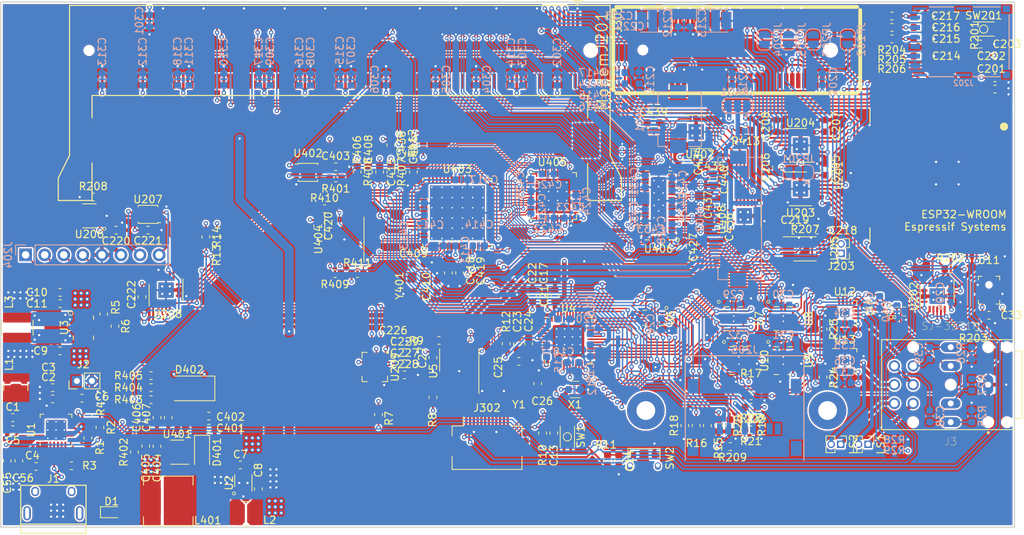
<source format=kicad_pcb>
(kicad_pcb (version 20171130) (host pcbnew "(5.1.6-0-10_14)")
  (layers (0 F.Cu signal) (1 GND power hide) (2 PWR power) (31 B.Cu signal) (34 B.Paste user) (35 F.Paste user) (36 B.SilkS user) (37 F.SilkS user) (38 B.Mask user) (39 F.Mask user) (44 Edge.Cuts user))
  (net 0 "")
  (net 1 GND)
  (net 2 +3V3)
  (net 3 +1V8)
  (net 4 GPIO_13)
  (net 5 GPIO_18)
  (net 6 GPIO_23)
  (net 7 JTAG_TCK)
  (net 8 JTAG_TDO)
  (net 9 JTAG_TMS)
  (net 10 JTAG_TDI)
  (net 11 "Net-(L2-Pad1)")
  (net 12 WAKE)
  (net 13 RESET)
  (net 14 "Net-(R2-Pad2)")
  (net 15 "Net-(C1-Pad1)")
  (net 16 "Net-(C1-Pad2)")
  (net 17 VBUS)
  (net 18 "Net-(C5-Pad1)")
  (net 19 "Net-(C6-Pad1)")
  (net 20 "Net-(D1-Pad1)")
  (net 21 "Net-(J1-Pad2)")
  (net 22 "Net-(J1-Pad3)")
  (net 23 "Net-(J1-Pad6)")
  (net 24 PWM2.1)
  (net 25 PWM0.1)
  (net 26 UART0.TX)
  (net 27 UART0.RX)
  (net 28 "Net-(L3-Pad1)")
  (net 29 "Net-(L3-Pad2)")
  (net 30 "Net-(R1-Pad1)")
  (net 31 "Net-(R3-Pad1)")
  (net 32 PWM1.1)
  (net 33 SPI1.SS0)
  (net 34 SPI1.MOSI)
  (net 35 SPI1.MISO)
  (net 36 SPI1.SCK)
  (net 37 SPI1.SS2)
  (net 38 SPI1.SS3)
  (net 39 "Net-(U7-Pad3)")
  (net 40 "Net-(U7-Pad12)")
  (net 41 "Net-(U10-Pad11)")
  (net 42 "Net-(C38-Pad1)")
  (net 43 "Net-(C39-Pad1)")
  (net 44 /SPK_GAIN)
  (net 45 GPIO_20)
  (net 46 GPIO_0)
  (net 47 GPIO_22)
  (net 48 /SPK_EN)
  (net 49 /SPK_CLK)
  (net 50 "Net-(U10-Pad14)")
  (net 51 "Net-(C203-Pad1)")
  (net 52 +VSYS)
  (net 53 /periph/Quectel.UART.RXD)
  (net 54 /periph/Quectel.UART.TXD)
  (net 55 /periph/Quectel.UART.RI)
  (net 56 /periph/SIMCom.UART.TXD)
  (net 57 /periph/Quectel.UART.DTR)
  (net 58 /periph/SIMCom.UART.RI)
  (net 59 /periph/SIMCom.UART.DTR)
  (net 60 /periph/ESP32.U2.RXD)
  (net 61 /periph/ESP32.U2.TXD)
  (net 62 /periph/Modem.PCM.CLK)
  (net 63 /periph/Modem.PCM.DO)
  (net 64 /periph/Modem.PCM.DI)
  (net 65 /periph/Modem.PCM.SYNC)
  (net 66 /periph/ESP32.U2.DTR)
  (net 67 /periph/ESP32.U2.RI)
  (net 68 /periph/ESP32.PCM.SYNC)
  (net 69 /periph/ESP32.PCM.DO)
  (net 70 /periph/ESP32.PCM.CLK)
  (net 71 /periph/ESP32.PCM.DI)
  (net 72 "Net-(J205-Pad9)")
  (net 73 /periph/ESP32.VSPI.SS0)
  (net 74 /periph/ESP32.VSPI.MOSI)
  (net 75 /periph/ESP32.VSPI.MISO)
  (net 76 /periph/CAM.MOSI)
  (net 77 /periph/CAM.MISO)
  (net 78 /periph/CAM.SCK)
  (net 79 /periph/CAM.PWR)
  (net 80 /periph/CAM.SDA)
  (net 81 /periph/CAM.SCL)
  (net 82 "Net-(C301-Pad1)")
  (net 83 ESP32.HSPI.MOSI)
  (net 84 ESP32.HSPI.SCK)
  (net 85 ESP32.HSPI.MISO)
  (net 86 ESP32.HSPI.SS0)
  (net 87 ESP32.IO36)
  (net 88 ESP32.IO27)
  (net 89 DISP_LED_A)
  (net 90 DISP_LED_K)
  (net 91 /PLL_AVSS)
  (net 92 /PLL_AVDD)
  (net 93 /XTAL_XI)
  (net 94 /XTAL_XO)
  (net 95 /QSPI_CS)
  (net 96 /QSPI_DQ_3)
  (net 97 /QSPI_DQ_2)
  (net 98 /QSPI_DQ_1)
  (net 99 /QSPI_DQ_0)
  (net 100 /PSD_LFALTCLK)
  (net 101 /QSPI_CLK)
  (net 102 "Net-(J1-Pad4)")
  (net 103 "Net-(J202-Pad6)")
  (net 104 "Net-(J205-Pad8)")
  (net 105 "Net-(J301-Pad3)")
  (net 106 "Net-(J301-Pad21)")
  (net 107 "Net-(J301-Pad23)")
  (net 108 "Net-(J301-Pad25)")
  (net 109 "Net-(J301-Pad27)")
  (net 110 "Net-(J301-Pad29)")
  (net 111 "Net-(J301-Pad31)")
  (net 112 "Net-(J301-Pad43)")
  (net 113 "Net-(J301-Pad49)")
  (net 114 "Net-(J301-Pad61)")
  (net 115 "Net-(J301-Pad63)")
  (net 116 "Net-(J301-Pad65)")
  (net 117 "Net-(J301-Pad67)")
  (net 118 "Net-(J301-Pad69)")
  (net 119 "Net-(J301-Pad73)")
  (net 120 "Net-(J301-Pad77)")
  (net 121 "Net-(J301-Pad79)")
  (net 122 "Net-(J301-Pad81)")
  (net 123 "Net-(J301-Pad83)")
  (net 124 "Net-(J301-Pad85)")
  (net 125 "Net-(J301-Pad89)")
  (net 126 "Net-(J301-Pad91)")
  (net 127 "Net-(J301-Pad93)")
  (net 128 "Net-(J301-Pad95)")
  (net 129 "Net-(J301-Pad97)")
  (net 130 "Net-(J301-Pad99)")
  (net 131 "Net-(J301-Pad101)")
  (net 132 "Net-(J301-Pad103)")
  (net 133 "Net-(J301-Pad107)")
  (net 134 "Net-(J301-Pad109)")
  (net 135 "Net-(J301-Pad111)")
  (net 136 "Net-(J301-Pad113)")
  (net 137 "Net-(J301-Pad115)")
  (net 138 "Net-(J301-Pad117)")
  (net 139 "Net-(J301-Pad119)")
  (net 140 "Net-(J301-Pad121)")
  (net 141 "Net-(J301-Pad125)")
  (net 142 "Net-(J301-Pad127)")
  (net 143 "Net-(J301-Pad131)")
  (net 144 "Net-(J301-Pad133)")
  (net 145 "Net-(J301-Pad137)")
  (net 146 "Net-(J301-Pad139)")
  (net 147 "Net-(J301-Pad143)")
  (net 148 "Net-(J301-Pad145)")
  (net 149 "Net-(J301-Pad147)")
  (net 150 "Net-(J301-Pad157)")
  (net 151 "Net-(J301-Pad161)")
  (net 152 "Net-(J301-Pad163)")
  (net 153 "Net-(J301-Pad165)")
  (net 154 "Net-(J301-Pad167)")
  (net 155 "Net-(J301-Pad169)")
  (net 156 "Net-(J301-Pad171)")
  (net 157 "Net-(J301-Pad173)")
  (net 158 "Net-(J301-Pad175)")
  (net 159 "Net-(J301-Pad179)")
  (net 160 "Net-(J301-Pad181)")
  (net 161 "Net-(J301-Pad185)")
  (net 162 "Net-(J301-Pad187)")
  (net 163 "Net-(J301-Pad189)")
  (net 164 "Net-(J301-Pad191)")
  (net 165 "Net-(J301-Pad193)")
  (net 166 "Net-(J301-Pad195)")
  (net 167 "Net-(J301-Pad197)")
  (net 168 "Net-(J301-Pad199)")
  (net 169 "Net-(J301-Pad201)")
  (net 170 "Net-(J301-Pad203)")
  (net 171 "Net-(J301-Pad2)")
  (net 172 "Net-(J301-Pad4)")
  (net 173 "Net-(J301-Pad6)")
  (net 174 "Net-(J301-Pad8)")
  (net 175 "Net-(J301-Pad12)")
  (net 176 "Net-(J301-Pad14)")
  (net 177 "Net-(J301-Pad16)")
  (net 178 "Net-(J301-Pad18)")
  (net 179 "Net-(J301-Pad20)")
  (net 180 "Net-(J301-Pad22)")
  (net 181 "Net-(J301-Pad24)")
  (net 182 "Net-(J301-Pad26)")
  (net 183 "Net-(J301-Pad30)")
  (net 184 "Net-(J301-Pad32)")
  (net 185 "Net-(J301-Pad34)")
  (net 186 "Net-(J301-Pad36)")
  (net 187 "Net-(J301-Pad38)")
  (net 188 "Net-(J301-Pad40)")
  (net 189 "Net-(J301-Pad42)")
  (net 190 "Net-(J301-Pad44)")
  (net 191 "Net-(J301-Pad48)")
  (net 192 "Net-(J301-Pad50)")
  (net 193 "Net-(J301-Pad52)")
  (net 194 "Net-(J301-Pad54)")
  (net 195 "Net-(J301-Pad56)")
  (net 196 "Net-(J301-Pad62)")
  (net 197 "Net-(J301-Pad66)")
  (net 198 "Net-(J301-Pad68)")
  (net 199 "Net-(J301-Pad70)")
  (net 200 "Net-(J301-Pad72)")
  (net 201 "Net-(J301-Pad74)")
  (net 202 "Net-(J301-Pad76)")
  (net 203 "Net-(J301-Pad80)")
  (net 204 "Net-(J301-Pad82)")
  (net 205 "Net-(J301-Pad84)")
  (net 206 "Net-(J301-Pad86)")
  (net 207 "Net-(J301-Pad92)")
  (net 208 "Net-(J301-Pad94)")
  (net 209 "Net-(J301-Pad98)")
  (net 210 "Net-(J301-Pad100)")
  (net 211 "Net-(J301-Pad102)")
  (net 212 "Net-(J301-Pad104)")
  (net 213 "Net-(J301-Pad106)")
  (net 214 "Net-(J301-Pad108)")
  (net 215 "Net-(J301-Pad110)")
  (net 216 "Net-(J301-Pad112)")
  (net 217 "Net-(J301-Pad116)")
  (net 218 "Net-(J301-Pad118)")
  (net 219 "Net-(J301-Pad120)")
  (net 220 "Net-(J301-Pad122)")
  (net 221 "Net-(J301-Pad124)")
  (net 222 "Net-(J301-Pad126)")
  (net 223 "Net-(J301-Pad128)")
  (net 224 "Net-(J301-Pad130)")
  (net 225 "Net-(J301-Pad134)")
  (net 226 "Net-(J301-Pad136)")
  (net 227 "Net-(J301-Pad138)")
  (net 228 "Net-(J301-Pad140)")
  (net 229 "Net-(J301-Pad142)")
  (net 230 "Net-(J301-Pad144)")
  (net 231 "Net-(J301-Pad146)")
  (net 232 "Net-(J301-Pad148)")
  (net 233 "Net-(J301-Pad152)")
  (net 234 "Net-(J301-Pad156)")
  (net 235 "Net-(J301-Pad158)")
  (net 236 "Net-(J301-Pad160)")
  (net 237 "Net-(J301-Pad162)")
  (net 238 "Net-(J301-Pad164)")
  (net 239 "Net-(J301-Pad166)")
  (net 240 "Net-(J301-Pad170)")
  (net 241 "Net-(J301-Pad172)")
  (net 242 "Net-(J301-Pad174)")
  (net 243 "Net-(J301-Pad180)")
  (net 244 "Net-(J301-Pad182)")
  (net 245 "Net-(J301-Pad184)")
  (net 246 "Net-(J301-Pad188)")
  (net 247 "Net-(J301-Pad190)")
  (net 248 "Net-(J301-Pad192)")
  (net 249 "Net-(J301-Pad194)")
  (net 250 "Net-(J301-Pad196)")
  (net 251 "Net-(J301-Pad198)")
  (net 252 "Net-(J301-Pad202)")
  (net 253 "Net-(U1-Pad24)")
  (net 254 "Net-(U9-Pad1)")
  (net 255 "Net-(U9-Pad2)")
  (net 256 "Net-(U9-Pad3)")
  (net 257 "Net-(U9-Pad4)")
  (net 258 "Net-(U9-Pad5)")
  (net 259 "Net-(U9-Pad6)")
  (net 260 "Net-(U9-Pad7)")
  (net 261 "Net-(U9-Pad15)")
  (net 262 "Net-(U10-Pad15)")
  (net 263 "Net-(U10-Pad7)")
  (net 264 "Net-(U10-Pad6)")
  (net 265 "Net-(U10-Pad5)")
  (net 266 "Net-(U10-Pad4)")
  (net 267 "Net-(U10-Pad3)")
  (net 268 "Net-(U10-Pad2)")
  (net 269 "Net-(U10-Pad1)")
  (net 270 "Net-(U201-Pad32)")
  (net 271 "Net-(U201-Pad22)")
  (net 272 "Net-(U201-Pad21)")
  (net 273 "Net-(U201-Pad20)")
  (net 274 "Net-(U201-Pad19)")
  (net 275 "Net-(U201-Pad18)")
  (net 276 "Net-(U201-Pad17)")
  (net 277 "Net-(U203-Pad6)")
  (net 278 "Net-(U203-Pad9)")
  (net 279 "Net-(U204-Pad9)")
  (net 280 "Net-(U204-Pad6)")
  (net 281 "Net-(X1-Pad1)")
  (net 282 ESP32.TXD0)
  (net 283 ESP32.RXD0)
  (net 284 /periph/ESP32.VSPI.SCK)
  (net 285 "Net-(J301-Pad155)")
  (net 286 "Net-(J301-Pad154)")
  (net 287 "Net-(J301-Pad200)")
  (net 288 "Net-(J301-Pad60)")
  (net 289 "Net-(J205-Pad1)")
  (net 290 PWM1.2)
  (net 291 GPIO_12)
  (net 292 "Net-(C55-Pad1)")
  (net 293 TMUX.I2C0.SCL)
  (net 294 TMUX.I2C0.SDA)
  (net 295 ESP32.IO39)
  (net 296 "Net-(J301-Pad5)")
  (net 297 DISP_CS)
  (net 298 /MIC_CLK)
  (net 299 /MIC_WS)
  (net 300 /SPK_R+)
  (net 301 /SPK_L+)
  (net 302 /SPK_L-)
  (net 303 /SPK_R-)
  (net 304 "Net-(R5-Pad2)")
  (net 305 "Net-(U4-Pad17)")
  (net 306 "Net-(U4-Pad22)")
  (net 307 iMX8.USB1.D_P)
  (net 308 iMX8.USB1.D_N)
  (net 309 iMX8.LVDS0.CLK_P)
  (net 310 iMX8.LVDS0.CLK_N)
  (net 311 iMX8.LVDS0.A0_P)
  (net 312 iMX8.LVDS0.A0_N)
  (net 313 iMX8.LVDS0.A1_P)
  (net 314 iMX8.LVDS0.A1_N)
  (net 315 iMX8.LVDS0.A2_P)
  (net 316 iMX8.LVDS0.A2_N)
  (net 317 iMX8.LVDS0.A3_P)
  (net 318 iMX8.LVDS0.A3_N)
  (net 319 iMX8.PWM1)
  (net 320 iMX8.I2C1.SCL)
  (net 321 iMX8.I2C1.SDA)
  (net 322 iMX8.GPIO3.IO12)
  (net 323 iMX8.GPIO3.IO11)
  (net 324 BT81X.GPIO3)
  (net 325 BT81X.GPIO0)
  (net 326 BT81X.GPIO1)
  (net 327 BT81X.GPIO2)
  (net 328 BT81X.R0)
  (net 329 BT81X.CTP.RST)
  (net 330 BT81X.CTP.INT)
  (net 331 BT81X.CTP.SCL)
  (net 332 BT81X.CTP.SDA)
  (net 333 BT81X.BL_PWM)
  (net 334 BT81X.DE)
  (net 335 BT81X.VSYNC)
  (net 336 BT81X.HSYNC)
  (net 337 BT81X.DISP)
  (net 338 BT81X.PCLK)
  (net 339 BT81X.B7)
  (net 340 BT81X.B6)
  (net 341 BT81X.B5)
  (net 342 BT81X.B4)
  (net 343 BT81X.B3)
  (net 344 BT81X.B2)
  (net 345 BT81X.B1)
  (net 346 BT81X.B0)
  (net 347 BT81X.G7)
  (net 348 BT81X.G6)
  (net 349 BT81X.G5)
  (net 350 BT81X.G4)
  (net 351 BT81X.G3)
  (net 352 BT81X.G2)
  (net 353 BT81X.G1)
  (net 354 BT81X.G0)
  (net 355 BT81X.R7)
  (net 356 BT81X.R6)
  (net 357 BT81X.R5)
  (net 358 BT81X.R4)
  (net 359 BT81X.R3)
  (net 360 BT81X.R2)
  (net 361 BT81X.R1)
  (net 362 "Net-(C219-Pad1)")
  (net 363 "Net-(JP201-Pad2)")
  (net 364 "Net-(J301-Pad58)")
  (net 365 "Net-(J301-Pad88)")
  (net 366 "Net-(J301-Pad90)")
  (net 367 "Net-(C38-Pad2)")
  (net 368 "Net-(C39-Pad2)")
  (net 369 "Net-(C214-Pad1)")
  (net 370 "Net-(C215-Pad1)")
  (net 371 "Net-(C216-Pad1)")
  (net 372 "Net-(C217-Pad1)")
  (net 373 "Net-(C408-Pad1)")
  (net 374 "Net-(D401-Pad2)")
  (net 375 "Net-(J201-Pad48)")
  (net 376 "Net-(J201-Pad42)")
  (net 377 "Net-(J201-Pad33)")
  (net 378 "Net-(J201-Pad32)")
  (net 379 "Net-(J201-Pad30)")
  (net 380 "Net-(J201-Pad28)")
  (net 381 "Net-(J201-Pad25)")
  (net 382 "Net-(J201-Pad23)")
  (net 383 "Net-(J201-Pad22)")
  (net 384 "Net-(J201-Pad20)")
  (net 385 "Net-(J201-Pad16)")
  (net 386 "Net-(J201-Pad14)")
  (net 387 "Net-(J201-Pad12)")
  (net 388 "Net-(J201-Pad10)")
  (net 389 "Net-(J201-Pad7)")
  (net 390 "Net-(J201-Pad6)")
  (net 391 "Net-(J201-Pad5)")
  (net 392 "Net-(J201-Pad3)")
  (net 393 "Net-(J201-Pad1)")
  (net 394 "Net-(J203-Pad2)")
  (net 395 "Net-(J203-Pad1)")
  (net 396 "Net-(J401-Pad2)")
  (net 397 "Net-(R23-Pad1)")
  (net 398 "Net-(R24-Pad1)")
  (net 399 "Net-(R28-Pad2)")
  (net 400 "Net-(R29-Pad1)")
  (net 401 "Net-(U14-Pad1)")
  (net 402 "Net-(U206-Pad4)")
  (net 403 "Net-(U206-Pad5)")
  (net 404 /HP_SWITCH)
  (net 405 /disp/CTP_SCL)
  (net 406 /disp/CTP_SDA)
  (net 407 /disp/CTP_INT)
  (net 408 /disp/CTP_RST)
  (net 409 "Net-(R401-Pad2)")
  (net 410 "Net-(R402-Pad2)")
  (net 411 "Net-(U14-Pad5)")
  (net 412 "Net-(U403-Pad26)")
  (net 413 "Net-(U405-Pad22)")
  (net 414 "Net-(U405-Pad23)")
  (net 415 "Net-(U405-Pad26)")
  (net 416 "Net-(U405-Pad39)")
  (net 417 "Net-(U406-Pad17)")
  (net 418 "Net-(U406-Pad19)")
  (net 419 "Net-(U406-Pad41)")
  (net 420 "Net-(U406-Pad42)")
  (net 421 "Net-(U408-Pad6)")
  (net 422 "Net-(U408-Pad9)")
  (net 423 /HP_DET)
  (net 424 /SPK_L_HP+)
  (net 425 /SPK_R_HP_+)
  (net 426 /MIC_SD)
  (net 427 /SPK_SD)
  (net 428 "Net-(U8-Pad2)")
  (net 429 /SPK_GAIN_SEL)
  (net 430 /disp/DISP_LVDS_A0N)
  (net 431 /disp/DISP_LVDS_A0P)
  (net 432 /disp/DISP_LVDS_A1N)
  (net 433 /disp/DISP_LVDS_A1P)
  (net 434 /disp/DISP_LVDS_A2N)
  (net 435 /disp/DISP_LVDS_A2P)
  (net 436 /disp/DISP_LVDS_CLK_N)
  (net 437 /disp/DISP_LVDS_CLK_P)
  (net 438 /disp/DISP_LVDS_A3N)
  (net 439 /disp/DISP_LVDS_A3P)
  (net 440 /disp/DS90_LVDS_A3_P)
  (net 441 /disp/DS90_LVDS_A3_N)
  (net 442 /disp/DS90_LVDS_CLK_P)
  (net 443 /disp/DS90_LVDS_CLK_N)
  (net 444 /disp/DS90_LVDS_A2_P)
  (net 445 /disp/DS90_LVDS_A2_N)
  (net 446 /disp/DS90_LVDS_A1_P)
  (net 447 /disp/DS90_LVDS_A1_N)
  (net 448 /disp/DS90_LVDS_A0_P)
  (net 449 /disp/DS90_LVDS_A0_N)
  (net 450 /disp/BT81X_QSPI_CS)
  (net 451 /disp/BT81X_QSPI_DQ_3)
  (net 452 /disp/BT81X_QSPI_DQ_2)
  (net 453 /disp/BT81X_QSPI_CLK)
  (net 454 /disp/BT81X_QSPI_DQ_0)
  (net 455 /disp/BT81X_QSPI_DQ_1)
  (net 456 "Net-(U407-Pad6)")
  (net 457 "Net-(U407-Pad9)")
  (net 458 /disp/BT81X_X1)
  (net 459 /disp/BT81X_X2)
  (net 460 /disp/BT81X_1V2)
  (net 461 +VCTP)
  (net 462 iMX8.GPIO3.IO13)
  (net 463 /disp/iMX8_CTP_EN)
  (net 464 "Net-(J302-Pad12)")
  (net 465 TMUX.GPIO0)
  (net 466 TMUX.GPIO1)
  (net 467 "Net-(C228-Pad1)")
  (net 468 "Net-(U209-Pad9)")
  (net 469 "Net-(U209-Pad10)")
  (net 470 "Net-(U209-Pad11)")
  (net 471 "Net-(U209-Pad12)")
  (net 472 "Net-(U209-Pad13)")
  (net 473 "Net-(C229-Pad1)")
  (module Package_DFN_QFN:QFN-48-1EP_6x6mm_P0.4mm_EP4.6x4.6mm_ThermalVias (layer F.Cu) (at 170.75 97.65)
    (fp_text reference U405 (at -0.1 -4.5) (layer F.SilkS))
    (fp_text value DS90C185)
    (pad 1 smd roundrect (at -2.95 -2.2) (size 0.8 0.2) (layers F.Cu F.Paste F.Mask) (net 351 BT81X.G3))
    (pad 2 smd roundrect (at -2.95 -1.8) (size 0.8 0.2) (layers F.Cu F.Paste F.Mask) (net 350 BT81X.G4))
    (pad 3 smd roundrect (at -2.95 -1.4) (size 0.8 0.2) (layers F.Cu F.Paste F.Mask) (net 349 BT81X.G5))
    (pad 4 smd roundrect (at -2.95 -1) (size 0.8 0.2) (layers F.Cu F.Paste F.Mask) (net 346 BT81X.B0))
    (pad 5 smd roundrect (at -2.95 -0.6) (size 0.8 0.2) (layers F.Cu F.Paste F.Mask) (net 345 BT81X.B1))
    (pad 6 smd roundrect (at -2.95 -0.2) (size 0.8 0.2) (layers F.Cu F.Paste F.Mask) (net 338 BT81X.PCLK))
    (pad 7 smd roundrect (at -2.95 0.2) (size 0.8 0.2) (layers F.Cu F.Paste F.Mask) (net 344 BT81X.B2))
    (pad 8 smd roundrect (at -2.95 0.6) (size 0.8 0.2) (layers F.Cu F.Paste F.Mask) (net 343 BT81X.B3))
    (pad 9 smd roundrect (at -2.95 1) (size 0.8 0.2) (layers F.Cu F.Paste F.Mask) (net 342 BT81X.B4))
    (pad 10 smd roundrect (at -2.95 1.4) (size 0.8 0.2) (layers F.Cu F.Paste F.Mask) (net 341 BT81X.B5))
    (pad 11 smd roundrect (at -2.95 1.8) (size 0.8 0.2) (layers F.Cu F.Paste F.Mask) (net 336 BT81X.HSYNC))
    (pad 12 smd roundrect (at -2.95 2.2) (size 0.8 0.2) (layers F.Cu F.Paste F.Mask) (net 335 BT81X.VSYNC))
    (pad 13 smd roundrect (at -2.2 2.95) (size 0.2 0.8) (layers F.Cu F.Paste F.Mask) (net 3 +1V8))
    (pad 14 smd roundrect (at -1.8 2.95) (size 0.2 0.8) (layers F.Cu F.Paste F.Mask) (net 334 BT81X.DE))
    (pad 15 smd roundrect (at -1.4 2.95) (size 0.2 0.8) (layers F.Cu F.Paste F.Mask) (net 1 GND))
    (pad 16 smd roundrect (at -1 2.95) (size 0.2 0.8) (layers F.Cu F.Paste F.Mask) (net 356 BT81X.R6))
    (pad 17 smd roundrect (at -0.6 2.95) (size 0.2 0.8) (layers F.Cu F.Paste F.Mask) (net 355 BT81X.R7))
    (pad 18 smd roundrect (at -0.2 2.95) (size 0.2 0.8) (layers F.Cu F.Paste F.Mask) (net 348 BT81X.G6))
    (pad 19 smd roundrect (at 0.2 2.95) (size 0.2 0.8) (layers F.Cu F.Paste F.Mask) (net 347 BT81X.G7))
    (pad 20 smd roundrect (at 0.6 2.95) (size 0.2 0.8) (layers F.Cu F.Paste F.Mask) (net 340 BT81X.B6))
    (pad 21 smd roundrect (at 1 2.95) (size 0.2 0.8) (layers F.Cu F.Paste F.Mask) (net 339 BT81X.B7))
    (pad 22 smd roundrect (at 1.4 2.95) (size 0.2 0.8) (layers F.Cu F.Paste F.Mask) (net 413 "Net-(U405-Pad22)"))
    (pad 23 smd roundrect (at 1.8 2.95) (size 0.2 0.8) (layers F.Cu F.Paste F.Mask) (net 414 "Net-(U405-Pad23)"))
    (pad 24 smd roundrect (at 2.2 2.95) (size 0.2 0.8) (layers F.Cu F.Paste F.Mask) (net 1 GND))
    (pad 25 smd roundrect (at 2.95 2.2) (size 0.8 0.2) (layers F.Cu F.Paste F.Mask) (net 3 +1V8))
    (pad 26 smd roundrect (at 2.95 1.8) (size 0.8 0.2) (layers F.Cu F.Paste F.Mask) (net 415 "Net-(U405-Pad26)"))
    (pad 27 smd roundrect (at 2.95 1.4) (size 0.8 0.2) (layers F.Cu F.Paste F.Mask) (net 440 /disp/DS90_LVDS_A3_P))
    (pad 28 smd roundrect (at 2.95 1) (size 0.8 0.2) (layers F.Cu F.Paste F.Mask) (net 441 /disp/DS90_LVDS_A3_N))
    (pad 29 smd roundrect (at 2.95 0.6) (size 0.8 0.2) (layers F.Cu F.Paste F.Mask) (net 442 /disp/DS90_LVDS_CLK_P))
    (pad 30 smd roundrect (at 2.95 0.2) (size 0.8 0.2) (layers F.Cu F.Paste F.Mask) (net 443 /disp/DS90_LVDS_CLK_N))
    (pad 31 smd roundrect (at 2.95 -0.2) (size 0.8 0.2) (layers F.Cu F.Paste F.Mask) (net 444 /disp/DS90_LVDS_A2_P))
    (pad 32 smd roundrect (at 2.95 -0.6) (size 0.8 0.2) (layers F.Cu F.Paste F.Mask) (net 445 /disp/DS90_LVDS_A2_N))
    (pad 33 smd roundrect (at 2.95 -1) (size 0.8 0.2) (layers F.Cu F.Paste F.Mask) (net 446 /disp/DS90_LVDS_A1_P))
    (pad 34 smd roundrect (at 2.95 -1.4) (size 0.8 0.2) (layers F.Cu F.Paste F.Mask) (net 447 /disp/DS90_LVDS_A1_N))
    (pad 35 smd roundrect (at 2.95 -1.8) (size 0.8 0.2) (layers F.Cu F.Paste F.Mask) (net 448 /disp/DS90_LVDS_A0_P))
    (pad 36 smd roundrect (at 2.95 -2.2) (size 0.8 0.2) (layers F.Cu F.Paste F.Mask) (net 449 /disp/DS90_LVDS_A0_N))
    (pad 37 smd roundrect (at 2.2 -2.95) (size 0.2 0.8) (layers F.Cu F.Paste F.Mask) (net 337 BT81X.DISP))
    (pad 38 smd roundrect (at 1.8 -2.95) (size 0.2 0.8) (layers F.Cu F.Paste F.Mask) (net 328 BT81X.R0))
    (pad 39 smd roundrect (at 1.4 -2.95) (size 0.2 0.8) (layers F.Cu F.Paste F.Mask) (net 416 "Net-(U405-Pad39)"))
    (pad 40 smd roundrect (at 1 -2.95) (size 0.2 0.8) (layers F.Cu F.Paste F.Mask) (net 361 BT81X.R1))
    (pad 41 smd roundrect (at 0.6 -2.95) (size 0.2 0.8) (layers F.Cu F.Paste F.Mask) (net 360 BT81X.R2))
    (pad 42 smd roundrect (at 0.2 -2.95) (size 0.2 0.8) (layers F.Cu F.Paste F.Mask) (net 359 BT81X.R3))
    (pad 43 smd roundrect (at -0.2 -2.95) (size 0.2 0.8) (layers F.Cu F.Paste F.Mask) (net 358 BT81X.R4))
    (pad 44 smd roundrect (at -0.6 -2.95) (size 0.2 0.8) (layers F.Cu F.Paste F.Mask) (net 357 BT81X.R5))
    (pad 45 smd roundrect (at -1 -2.95) (size 0.2 0.8) (layers F.Cu F.Paste F.Mask) (net 354 BT81X.G0))
    (pad 46 smd roundrect (at -1.4 -2.95) (size 0.2 0.8) (layers F.Cu F.Paste F.Mask) (net 353 BT81X.G1))
    (pad 47 smd roundrect (at -1.8 -2.95) (size 0.2 0.8) (layers F.Cu F.Paste F.Mask) (net 352 BT81X.G2))
    (pad 48 smd roundrect (at -2.2 -2.95) (size 0.2 0.8) (layers F.Cu F.Paste F.Mask) (net 3 +1V8))
    (pad 49 smd rect (at 0 0) (size 4.6 4.6) (layers F.Cu F.Mask) (net 1 GND))
    (pad 49 thru_hole circle (at -1.8 -1.8) (size 0.5 0.5) (drill 0.2) (layers *.Cu) (net 1 GND))
    (pad 49 thru_hole circle (at -0.6 -1.8) (size 0.5 0.5) (drill 0.2) (layers *.Cu) (net 1 GND))
    (pad 49 thru_hole circle (at 0.6 -1.8) (size 0.5 0.5) (drill 0.2) (layers *.Cu) (net 1 GND))
    (pad 49 thru_hole circle (at 1.8 -1.8) (size 0.5 0.5) (drill 0.2) (layers *.Cu) (net 1 GND))
    (pad 49 thru_hole circle (at -1.8 -0.6) (size 0.5 0.5) (drill 0.2) (layers *.Cu) (net 1 GND))
    (pad 49 thru_hole circle (at -0.6 -0.6) (size 0.5 0.5) (drill 0.2) (layers *.Cu) (net 1 GND))
    (pad 49 thru_hole circle (at 0.6 -0.6) (size 0.5 0.5) (drill 0.2) (layers *.Cu) (net 1 GND))
    (pad 49 thru_hole circle (at 1.8 -0.6) (size 0.5 0.5) (drill 0.2) (layers *.Cu) (net 1 GND))
    (pad 49 thru_hole circle (at -1.8 0.6) (size 0.5 0.5) (drill 0.2) (layers *.Cu) (net 1 GND))
    (pad 49 thru_hole circle (at -0.6 0.6) (size 0.5 0.5) (drill 0.2) (layers *.Cu) (net 1 GND))
    (pad 49 thru_hole circle (at 0.6 0.6) (size 0.5 0.5) (drill 0.2) (layers *.Cu) (net 1 GND))
    (pad 49 thru_hole circle (at 1.8 0.6) (size 0.5 0.5) (drill 0.2) (layers *.Cu) (net 1 GND))
    (pad 49 thru_hole circle (at -1.8 1.8) (size 0.5 0.5) (drill 0.2) (layers *.Cu) (net 1 GND))
    (pad 49 thru_hole circle (at -0.6 1.8) (size 0.5 0.5) (drill 0.2) (layers *.Cu) (net 1 GND))
    (pad 49 thru_hole circle (at 0.6 1.8) (size 0.5 0.5) (drill 0.2) (layers *.Cu) (net 1 GND))
    (pad 49 thru_hole circle (at 1.8 1.8) (size 0.5 0.5) (drill 0.2) (layers *.Cu) (net 1 GND))
    (pad 49 smd rect (at 0 0) (size 4.1 4.1) (layers B.Cu) (net 1 GND))
  )
  (module footprints:Texas_R-PWQFN-N42 (layer F.Cu) (at 184.8 98.9 180)
    (fp_text reference U406 (at 0 -5.8) (layer F.SilkS))
    (fp_text value TS3DV520E)
    (pad 43 thru_hole circle (at 0 0.75 180) (size 0.5 0.5) (drill 0.2) (layers *.Cu) (net 1 GND))
    (pad 43 thru_hole circle (at 0 -0.75 180) (size 0.5 0.5) (drill 0.2) (layers *.Cu) (net 1 GND))
    (pad 43 thru_hole circle (at 0 -2.5 180) (size 0.5 0.5) (drill 0.2) (layers *.Cu) (net 1 GND))
    (pad 43 thru_hole circle (at 0 2.5 180) (size 0.5 0.5) (drill 0.2) (layers *.Cu) (net 1 GND))
    (pad 43 thru_hole circle (at 0.6 1.65 180) (size 0.5 0.5) (drill 0.2) (layers *.Cu) (net 1 GND))
    (pad 43 thru_hole circle (at -0.6 1.65 180) (size 0.5 0.5) (drill 0.2) (layers *.Cu) (net 1 GND))
    (pad 43 thru_hole circle (at -0.6 -1.65 180) (size 0.5 0.5) (drill 0.2) (layers *.Cu) (net 1 GND))
    (pad 43 thru_hole circle (at 0.6 -1.65 180) (size 0.5 0.5) (drill 0.2) (layers *.Cu) (net 1 GND))
    (pad 43 thru_hole circle (at 0.6 0 180) (size 0.5 0.5) (drill 0.2) (layers *.Cu) (net 1 GND))
    (pad 43 thru_hole circle (at -0.6 3.3 180) (size 0.5 0.5) (drill 0.2) (layers *.Cu) (net 1 GND))
    (pad 43 thru_hole circle (at 0.6 3.3 180) (size 0.5 0.5) (drill 0.2) (layers *.Cu) (net 1 GND))
    (pad 43 thru_hole circle (at 0.6 -3.3 180) (size 0.5 0.5) (drill 0.2) (layers *.Cu) (net 1 GND))
    (pad 43 thru_hole circle (at -0.6 -3.3 180) (size 0.5 0.5) (drill 0.2) (layers *.Cu) (net 1 GND))
    (pad 43 thru_hole circle (at -0.6 0 180) (size 0.5 0.5) (drill 0.2) (layers *.Cu) (net 1 GND))
    (pad 43 smd roundrect (at 0 0 180) (size 2.05 7.55) (layers B.Cu) (roundrect_rratio 0.122) (net 1 GND))
    (pad 43 smd roundrect (at 0 0 180) (size 2.05 7.55) (layers F.Cu F.Mask) (roundrect_rratio 0.122) (net 1 GND))
    (pad 42 smd roundrect (at -0.75 -4.475 180) (size 0.3 0.85) (layers F.Cu F.Paste F.Mask) (roundrect_rratio 0.208) (net 420 "Net-(U406-Pad42)"))
    (pad 41 smd roundrect (at -0.25 -4.475 180) (size 0.3 0.85) (layers F.Cu F.Paste F.Mask) (roundrect_rratio 0.208) (net 419 "Net-(U406-Pad41)"))
    (pad 40 smd roundrect (at 0.25 -4.475 180) (size 0.3 0.85) (layers F.Cu F.Paste F.Mask) (roundrect_rratio 0.208) (net 3 +1V8))
    (pad 39 smd roundrect (at 0.75 -4.475 180) (size 0.3 0.85) (layers F.Cu F.Paste F.Mask) (roundrect_rratio 0.208) (net 317 iMX8.LVDS0.A3_P))
    (pad 38 smd roundrect (at 1.725 -4 180) (size 0.85 0.3) (layers F.Cu F.Paste F.Mask) (roundrect_rratio 0.208) (net 318 iMX8.LVDS0.A3_N))
    (pad 37 smd roundrect (at 1.725 -3.5 180) (size 0.85 0.3) (layers F.Cu F.Paste F.Mask) (roundrect_rratio 0.208) (net 440 /disp/DS90_LVDS_A3_P))
    (pad 36 smd roundrect (at 1.725 -3 180) (size 0.85 0.3) (layers F.Cu F.Paste F.Mask) (roundrect_rratio 0.208) (net 441 /disp/DS90_LVDS_A3_N))
    (pad 35 smd roundrect (at 1.725 -2.5 180) (size 0.85 0.3) (layers F.Cu F.Paste F.Mask) (roundrect_rratio 0.208) (net 309 iMX8.LVDS0.CLK_P))
    (pad 34 smd roundrect (at 1.725 -2 180) (size 0.85 0.3) (layers F.Cu F.Paste F.Mask) (roundrect_rratio 0.208) (net 310 iMX8.LVDS0.CLK_N))
    (pad 33 smd roundrect (at 1.725 -1.5 180) (size 0.85 0.3) (layers F.Cu F.Paste F.Mask) (roundrect_rratio 0.208) (net 442 /disp/DS90_LVDS_CLK_P))
    (pad 32 smd roundrect (at 1.725 -1 180) (size 0.85 0.3) (layers F.Cu F.Paste F.Mask) (roundrect_rratio 0.208) (net 443 /disp/DS90_LVDS_CLK_N))
    (pad 31 smd roundrect (at 1.725 -0.5 180) (size 0.85 0.3) (layers F.Cu F.Paste F.Mask) (roundrect_rratio 0.208) (net 3 +1V8))
    (pad 30 smd roundrect (at 1.725 0 180) (size 0.85 0.3) (layers F.Cu F.Paste F.Mask) (roundrect_rratio 0.208) (net 315 iMX8.LVDS0.A2_P))
    (pad 29 smd roundrect (at 1.725 0.5 180) (size 0.85 0.3) (layers F.Cu F.Paste F.Mask) (roundrect_rratio 0.208) (net 316 iMX8.LVDS0.A2_N))
    (pad 28 smd roundrect (at 1.725 1 180) (size 0.85 0.3) (layers F.Cu F.Paste F.Mask) (roundrect_rratio 0.208) (net 444 /disp/DS90_LVDS_A2_P))
    (pad 27 smd roundrect (at 1.725 1.5 180) (size 0.85 0.3) (layers F.Cu F.Paste F.Mask) (roundrect_rratio 0.208) (net 445 /disp/DS90_LVDS_A2_N))
    (pad 26 smd roundrect (at 1.725 2 180) (size 0.85 0.3) (layers F.Cu F.Paste F.Mask) (roundrect_rratio 0.208) (net 313 iMX8.LVDS0.A1_P))
    (pad 25 smd roundrect (at 1.725 2.5 180) (size 0.85 0.3) (layers F.Cu F.Paste F.Mask) (roundrect_rratio 0.208) (net 314 iMX8.LVDS0.A1_N))
    (pad 24 smd roundrect (at 1.725 3 180) (size 0.85 0.3) (layers F.Cu F.Paste F.Mask) (roundrect_rratio 0.208) (net 446 /disp/DS90_LVDS_A1_P))
    (pad 23 smd roundrect (at 1.725 3.5 180) (size 0.85 0.3) (layers F.Cu F.Paste F.Mask) (roundrect_rratio 0.208) (net 447 /disp/DS90_LVDS_A1_N))
    (pad 22 smd roundrect (at 1.725 4 180) (size 0.85 0.3) (layers F.Cu F.Paste F.Mask) (roundrect_rratio 0.208) (net 3 +1V8))
    (pad 21 smd roundrect (at 0.75 4.475 180) (size 0.3 0.85) (layers F.Cu F.Paste F.Mask) (roundrect_rratio 0.208) (net 449 /disp/DS90_LVDS_A0_N))
    (pad 20 smd roundrect (at 0.25 4.475 180) (size 0.3 0.85) (layers F.Cu F.Paste F.Mask) (roundrect_rratio 0.208) (net 448 /disp/DS90_LVDS_A0_P))
    (pad 19 smd roundrect (at -0.25 4.475 180) (size 0.3 0.85) (layers F.Cu F.Paste F.Mask) (roundrect_rratio 0.208) (net 418 "Net-(U406-Pad19)"))
    (pad 18 smd roundrect (at -0.75 4.475 180) (size 0.3 0.85) (layers F.Cu F.Paste F.Mask) (roundrect_rratio 0.208) (net 312 iMX8.LVDS0.A0_N))
    (pad 17 smd roundrect (at -1.725 4 180) (size 0.85 0.3) (layers F.Cu F.Paste F.Mask) (roundrect_rratio 0.208) (net 417 "Net-(U406-Pad17)"))
    (pad 16 smd roundrect (at -1.725 3.5 180) (size 0.85 0.3) (layers F.Cu F.Paste F.Mask) (roundrect_rratio 0.208) (net 311 iMX8.LVDS0.A0_P))
    (pad 15 smd roundrect (at -1.725 3 180) (size 0.85 0.3) (layers F.Cu F.Paste F.Mask) (roundrect_rratio 0.208) (net 430 /disp/DISP_LVDS_A0N))
    (pad 14 smd roundrect (at -1.725 2.5 180) (size 0.85 0.3) (layers F.Cu F.Paste F.Mask) (roundrect_rratio 0.208) (net 431 /disp/DISP_LVDS_A0P))
    (pad 13 smd roundrect (at -1.725 2 180) (size 0.85 0.3) (layers F.Cu F.Paste F.Mask) (roundrect_rratio 0.208) (net 3 +1V8))
    (pad 12 smd roundrect (at -1.725 1.5 180) (size 0.85 0.3) (layers F.Cu F.Paste F.Mask) (roundrect_rratio 0.208) (net 337 BT81X.DISP))
    (pad 11 smd roundrect (at -1.725 1 180) (size 0.85 0.3) (layers F.Cu F.Paste F.Mask) (roundrect_rratio 0.208) (net 432 /disp/DISP_LVDS_A1N))
    (pad 10 smd roundrect (at -1.725 0.5 180) (size 0.85 0.3) (layers F.Cu F.Paste F.Mask) (roundrect_rratio 0.208) (net 433 /disp/DISP_LVDS_A1P))
    (pad 9 smd roundrect (at -1.725 0 180) (size 0.85 0.3) (layers F.Cu F.Paste F.Mask) (roundrect_rratio 0.208) (net 434 /disp/DISP_LVDS_A2N))
    (pad 8 smd roundrect (at -1.725 -0.5 180) (size 0.85 0.3) (layers F.Cu F.Paste F.Mask) (roundrect_rratio 0.208) (net 435 /disp/DISP_LVDS_A2P))
    (pad 7 smd roundrect (at -1.725 -1 180) (size 0.85 0.3) (layers F.Cu F.Paste F.Mask) (roundrect_rratio 0.208) (net 3 +1V8))
    (pad 6 smd roundrect (at -1.725 -1.5 180) (size 0.85 0.3) (layers F.Cu F.Paste F.Mask) (roundrect_rratio 0.208) (net 436 /disp/DISP_LVDS_CLK_N))
    (pad 5 smd roundrect (at -1.725 -2 180) (size 0.85 0.3) (layers F.Cu F.Paste F.Mask) (roundrect_rratio 0.208) (net 437 /disp/DISP_LVDS_CLK_P))
    (pad 4 smd roundrect (at -1.725 -2.5 180) (size 0.85 0.3) (layers F.Cu F.Paste F.Mask) (roundrect_rratio 0.208) (net 3 +1V8))
    (pad 3 smd roundrect (at -1.725 -3 180) (size 0.85 0.3) (layers F.Cu F.Paste F.Mask) (roundrect_rratio 0.208) (net 438 /disp/DISP_LVDS_A3N))
    (pad 2 smd roundrect (at -1.725 -3.5 180) (size 0.85 0.3) (layers F.Cu F.Paste F.Mask) (roundrect_rratio 0.208) (net 439 /disp/DISP_LVDS_A3P))
    (pad 1 smd roundrect (at -1.725 -4 180) (size 0.85 0.3) (layers F.Cu F.Paste F.Mask) (roundrect_rratio 0.208) (net 3 +1V8))
  )
  (module footprints:ICS-43434 (layer F.Cu) (at 228.8 109.5)
    (fp_text reference U11 (at 0 -3.3) (layer F.SilkS))
    (fp_text value ICS-43434)
    (pad 3 smd trapezoid (at -0.4858 0.4858 135) (size 0.575 0.36) (rect_delta 0 -0.15) (layers F.Cu F.Paste F.Mask) (net 1 GND))
    (pad 3 smd trapezoid (at 0.4858 0.4858 225) (size 0.575 0.36) (rect_delta 0 -0.15) (layers F.Cu F.Paste F.Mask) (net 1 GND))
    (pad 3 smd trapezoid (at 0 0.687 180) (size 0.575 0.36) (rect_delta 0 -0.15) (layers F.Cu F.Paste F.Mask) (net 1 GND))
    (pad 3 smd trapezoid (at -0.4858 -0.4858 45) (size 0.575 0.36) (rect_delta 0 -0.15) (layers F.Cu F.Paste F.Mask) (net 1 GND))
    (pad 3 smd trapezoid (at 0.687 0 180) (size 0.36 0.575) (rect_delta 0.15 0) (layers F.Cu F.Paste F.Mask) (net 1 GND))
    (pad "" np_thru_hole circle (at 0 0) (size 0.6 0.6) (drill 0.6) (layers *.Cu *.Mask))
    (pad 3 smd trapezoid (at 0.4858 -0.4858 315) (size 0.575 0.36) (rect_delta 0 -0.125) (layers F.Cu F.Paste F.Mask) (net 1 GND))
    (pad 3 smd trapezoid (at -0.687 0) (size 0.36 0.575) (rect_delta 0.15 0) (layers F.Cu F.Paste F.Mask) (net 1 GND))
    (pad 3 smd trapezoid (at 0 -0.6825) (size 0.575 0.36) (rect_delta 0 -0.15) (layers F.Cu F.Paste F.Mask) (net 1 GND))
    (pad 6 smd rect (at 0 2.074) (size 0.6 0.522) (layers F.Cu F.Paste F.Mask) (net 426 /MIC_SD))
    (pad 4 smd rect (at -0.9 1.252) (size 0.6 0.522) (layers F.Cu F.Paste F.Mask) (net 298 /MIC_CLK))
    (pad 5 smd rect (at -0.9 2.074) (size 0.6 0.522) (layers F.Cu F.Paste F.Mask) (net 2 +3V3))
    (pad 2 smd rect (at 0.9 1.252) (size 0.6 0.522) (layers F.Cu F.Paste F.Mask) (net 1 GND))
    (pad 1 smd rect (at 0.9 2.074) (size 0.6 0.522) (layers F.Cu F.Paste F.Mask) (net 299 /MIC_WS))
  )
  (module footprints:TPS62290 (layer F.Cu) (at 129.5 135.9 90)
    (fp_text reference U2 (at 0 -1.9 90) (layer F.SilkS))
    (fp_text value TPS62293)
    (pad 7 smd rect (at 0 0.55 90) (size 1 0.5) (layers F.Cu F.Paste F.Mask) (net 1 GND))
    (pad 7 smd rect (at 0 -0.55 90) (size 1 0.5) (layers F.Cu F.Paste F.Mask) (net 1 GND))
    (pad 7 smd rect (at 0 0 90) (size 1 0.6) (layers F.Cu F.Paste F.Mask) (net 1 GND))
    (pad 6 smd rect (at 0.975 -0.65 90) (size 0.45 0.3) (layers F.Cu F.Paste F.Mask) (net 1 GND))
    (pad 5 smd rect (at 0.975 0 90) (size 0.45 0.3) (layers F.Cu F.Paste F.Mask) (net 52 +VSYS))
    (pad 4 smd rect (at 0.975 0.65 90) (size 0.45 0.3) (layers F.Cu F.Paste F.Mask) (net 52 +VSYS))
    (pad 3 smd rect (at -0.975 0.65 90) (size 0.45 0.3) (layers F.Cu F.Paste F.Mask) (net 3 +1V8))
    (pad 2 smd rect (at -0.975 0 90) (size 0.45 0.3) (layers F.Cu F.Paste F.Mask) (net 1 GND))
    (pad 1 smd rect (at -0.975 -0.65 90) (size 0.45 0.3) (layers F.Cu F.Paste F.Mask) (net 11 "Net-(L2-Pad1)"))
  )
  (module footprints:TPS22917 (layer F.Cu) (at 109 100.3 180)
    (fp_text reference U206 (at 0 -2.45) (layer F.SilkS))
    (fp_text value TPS22917)
    (pad 6 smd rect (at 1.35 -0.95 180) (size 1 0.6) (layers F.Cu F.Paste F.Mask) (net 79 /periph/CAM.PWR))
    (pad 4 smd rect (at 1.35 0.95 180) (size 1 0.6) (layers F.Cu F.Paste F.Mask) (net 402 "Net-(U206-Pad4)"))
    (pad 2 smd rect (at -1.35 0 180) (size 1 0.6) (layers F.Cu F.Paste F.Mask) (net 1 GND))
    (pad 5 smd rect (at 1.35 0 180) (size 1 0.6) (layers F.Cu F.Paste F.Mask) (net 403 "Net-(U206-Pad5)"))
    (pad 3 smd rect (at -1.35 0.95 180) (size 1 0.6) (layers F.Cu F.Paste F.Mask) (net 325 BT81X.GPIO0))
    (pad 1 smd rect (at -1.35 -0.95 180) (size 1 0.6) (layers F.Cu F.Paste F.Mask) (net 2 +3V3))
  )
  (module footprints:Socket_mPCIe (layer F.Cu) (at 207.7 78.2 180)
    (fp_text reference J201 (at 30.45 2.45 90) (layer F.SilkS) (effects (font (size 1.524 1.524))))
    (fp_text value Modem (at 30.35 -4.2 90) (layer F.SilkS) (effects (font (size 1.524 1.524))))
    (pad "" np_thru_hole circle (at 25 0 180) (size 1.05 1.05) (drill 1.05) (layers *.Cu *.Mask))
    (pad "" np_thru_hole circle (at 0 0 180) (size 1.6 1.6) (drill 1.6) (layers *.Cu *.Mask))
    (pad "" smd rect (at -2.15 3.5 180) (size 2.3 3.2) (layers F.Cu F.Paste F.Mask))
    (pad "" smd rect (at 27.15 3.5 180) (size 2.3 3.2) (layers F.Cu F.Paste F.Mask))
    (pad 1 smd rect (at 0.7 4.1 180) (size 0.6 2) (layers F.Cu F.Paste F.Mask) (net 393 "Net-(J201-Pad1)"))
    (pad 2 smd rect (at 1.1 -4.1 180) (size 0.6 2) (layers F.Cu F.Paste F.Mask) (net 2 +3V3))
    (pad 3 smd rect (at 1.5 4.1 180) (size 0.6 2) (layers F.Cu F.Paste F.Mask) (net 392 "Net-(J201-Pad3)"))
    (pad 4 smd rect (at 1.9 -4.1 180) (size 0.6 2) (layers F.Cu F.Paste F.Mask) (net 1 GND))
    (pad 5 smd rect (at 2.3 4.1 180) (size 0.6 2) (layers F.Cu F.Paste F.Mask) (net 391 "Net-(J201-Pad5)"))
    (pad 6 smd rect (at 2.7 -4.1 180) (size 0.6 2) (layers F.Cu F.Paste F.Mask) (net 390 "Net-(J201-Pad6)"))
    (pad 7 smd rect (at 3.1 4.1 180) (size 0.6 2) (layers F.Cu F.Paste F.Mask) (net 389 "Net-(J201-Pad7)"))
    (pad 8 smd rect (at 3.5 -4.1 180) (size 0.6 2) (layers F.Cu F.Paste F.Mask) (net 369 "Net-(C214-Pad1)"))
    (pad 9 smd rect (at 3.9 4.1 180) (size 0.6 2) (layers F.Cu F.Paste F.Mask) (net 1 GND))
    (pad 10 smd rect (at 4.3 -4.1 180) (size 0.6 2) (layers F.Cu F.Paste F.Mask) (net 388 "Net-(J201-Pad10)"))
    (pad 11 smd rect (at 4.7 4.1 180) (size 0.6 2) (layers F.Cu F.Paste F.Mask) (net 53 /periph/Quectel.UART.RXD))
    (pad 12 smd rect (at 5.1 -4.1 180) (size 0.6 2) (layers F.Cu F.Paste F.Mask) (net 387 "Net-(J201-Pad12)"))
    (pad 13 smd rect (at 5.5 4.1 180) (size 0.6 2) (layers F.Cu F.Paste F.Mask) (net 54 /periph/Quectel.UART.TXD))
    (pad 14 smd rect (at 5.9 -4.1 180) (size 0.6 2) (layers F.Cu F.Paste F.Mask) (net 386 "Net-(J201-Pad14)"))
    (pad 15 smd rect (at 6.3 4.1 180) (size 0.6 2) (layers F.Cu F.Paste F.Mask) (net 1 GND))
    (pad 16 smd rect (at 6.7 -4.1 180) (size 0.6 2) (layers F.Cu F.Paste F.Mask) (net 385 "Net-(J201-Pad16)"))
    (pad 17 smd rect (at 10.3 4.1 180) (size 0.6 2) (layers F.Cu F.Paste F.Mask) (net 55 /periph/Quectel.UART.RI))
    (pad 18 smd rect (at 10.7 -4.1 180) (size 0.6 2) (layers F.Cu F.Paste F.Mask) (net 1 GND))
    (pad 19 smd rect (at 11.1 4.1 180) (size 0.6 2) (layers F.Cu F.Paste F.Mask) (net 56 /periph/SIMCom.UART.TXD))
    (pad 20 smd rect (at 11.5 -4.1 180) (size 0.6 2) (layers F.Cu F.Paste F.Mask) (net 384 "Net-(J201-Pad20)"))
    (pad 21 smd rect (at 11.9 4.1 180) (size 0.6 2) (layers F.Cu F.Paste F.Mask) (net 1 GND))
    (pad 22 smd rect (at 12.3 -4.1 180) (size 0.6 2) (layers F.Cu F.Paste F.Mask) (net 383 "Net-(J201-Pad22)"))
    (pad 23 smd rect (at 12.7 4.1 180) (size 0.6 2) (layers F.Cu F.Paste F.Mask) (net 382 "Net-(J201-Pad23)"))
    (pad 24 smd rect (at 13.1 -4.1 180) (size 0.6 2) (layers F.Cu F.Paste F.Mask) (net 2 +3V3))
    (pad 25 smd rect (at 13.5 4.1 180) (size 0.6 2) (layers F.Cu F.Paste F.Mask) (net 381 "Net-(J201-Pad25)"))
    (pad 26 smd rect (at 13.9 -4.1 180) (size 0.6 2) (layers F.Cu F.Paste F.Mask) (net 1 GND))
    (pad 27 smd rect (at 14.3 4.1 180) (size 0.6 2) (layers F.Cu F.Paste F.Mask) (net 1 GND))
    (pad 28 smd rect (at 14.7 -4.1 180) (size 0.6 2) (layers F.Cu F.Paste F.Mask) (net 380 "Net-(J201-Pad28)"))
    (pad 29 smd rect (at 15.1 4.1 180) (size 0.6 2) (layers F.Cu F.Paste F.Mask) (net 1 GND))
    (pad 30 smd rect (at 15.5 -4.1 180) (size 0.6 2) (layers F.Cu F.Paste F.Mask) (net 379 "Net-(J201-Pad30)"))
    (pad 31 smd rect (at 15.9 4.1 180) (size 0.6 2) (layers F.Cu F.Paste F.Mask) (net 57 /periph/Quectel.UART.DTR))
    (pad 32 smd rect (at 16.3 -4.1 180) (size 0.6 2) (layers F.Cu F.Paste F.Mask) (net 378 "Net-(J201-Pad32)"))
    (pad 33 smd rect (at 16.7 4.1 180) (size 0.6 2) (layers F.Cu F.Paste F.Mask) (net 377 "Net-(J201-Pad33)"))
    (pad 34 smd rect (at 17.1 -4.1 180) (size 0.6 2) (layers F.Cu F.Paste F.Mask) (net 1 GND))
    (pad 35 smd rect (at 17.5 4.1 180) (size 0.6 2) (layers F.Cu F.Paste F.Mask) (net 1 GND))
    (pad 36 smd rect (at 17.9 -4.1 180) (size 0.6 2) (layers F.Cu F.Paste F.Mask) (net 308 iMX8.USB1.D_N))
    (pad 37 smd rect (at 18.3 4.1 180) (size 0.6 2) (layers F.Cu F.Paste F.Mask) (net 1 GND))
    (pad 38 smd rect (at 18.7 -4.1 180) (size 0.6 2) (layers F.Cu F.Paste F.Mask) (net 307 iMX8.USB1.D_P))
    (pad 39 smd rect (at 19.1 4.1 180) (size 0.6 2) (layers F.Cu F.Paste F.Mask) (net 2 +3V3))
    (pad 40 smd rect (at 19.5 -4.1 180) (size 0.6 2) (layers F.Cu F.Paste F.Mask) (net 1 GND))
    (pad 41 smd rect (at 19.9 4.1 180) (size 0.6 2) (layers F.Cu F.Paste F.Mask) (net 2 +3V3))
    (pad 42 smd rect (at 20.3 -4.1 180) (size 0.6 2) (layers F.Cu F.Paste F.Mask) (net 376 "Net-(J201-Pad42)"))
    (pad 43 smd rect (at 20.7 4.1 180) (size 0.6 2) (layers F.Cu F.Paste F.Mask) (net 1 GND))
    (pad 44 smd rect (at 21.1 -4.1 180) (size 0.6 2) (layers F.Cu F.Paste F.Mask) (net 58 /periph/SIMCom.UART.RI))
    (pad 45 smd rect (at 21.5 4.1 180) (size 0.6 2) (layers F.Cu F.Paste F.Mask) (net 62 /periph/Modem.PCM.CLK))
    (pad 46 smd rect (at 21.9 -4.1 180) (size 0.6 2) (layers F.Cu F.Paste F.Mask) (net 59 /periph/SIMCom.UART.DTR))
    (pad 47 smd rect (at 22.3 4.1 180) (size 0.6 2) (layers F.Cu F.Paste F.Mask) (net 63 /periph/Modem.PCM.DO))
    (pad 48 smd rect (at 22.7 -4.1 180) (size 0.6 2) (layers F.Cu F.Paste F.Mask) (net 375 "Net-(J201-Pad48)"))
    (pad 49 smd rect (at 23.1 4.1 180) (size 0.6 2) (layers F.Cu F.Paste F.Mask) (net 64 /periph/Modem.PCM.DI))
    (pad 50 smd rect (at 23.5 -4.1 180) (size 0.6 2) (layers F.Cu F.Paste F.Mask) (net 1 GND))
    (pad 51 smd rect (at 23.9 4.1 180) (size 0.6 2) (layers F.Cu F.Paste F.Mask) (net 65 /periph/Modem.PCM.SYNC))
    (pad 52 smd rect (at 24.3 -4.1 180) (size 0.6 2) (layers F.Cu F.Paste F.Mask) (net 2 +3V3))
    (pad "" thru_hole circle (at 0.4 -48.05 180) (size 5 5) (drill 2.5) (layers *.Cu *.Mask))
    (pad "" thru_hole circle (at 24.6 -48.05 180) (size 5 5) (drill 2.5) (layers *.Cu *.Mask))
  )
  (module footprints:L_Coilcraft_XAL40 (layer F.Cu) (at 99.4 115.2 90)
    (fp_text reference L3 (at 3.4 -1.1 90) (layer F.SilkS))
    (fp_text value 1uH)
    (pad 2 smd rect (at 1.185 0 90) (size 0.98 3.4) (layers F.Cu F.Paste F.Mask) (net 29 "Net-(L3-Pad2)"))
    (pad 1 smd rect (at -1.185 0 90) (size 0.98 3.4) (layers F.Cu F.Paste F.Mask) (net 28 "Net-(L3-Pad1)"))
  )
  (module footprints:L_Murata_LQH66SN (layer F.Cu) (at 119.5 138.3)
    (fp_text reference L401 (at 5.25 2.6) (layer F.SilkS))
    (fp_text value 10uH)
    (pad 2 smd rect (at 2.5 0) (size 3 3.5) (layers F.Cu F.Paste F.Mask) (net 374 "Net-(D401-Pad2)"))
    (pad 1 smd rect (at -2.5 0) (size 3 3.5) (layers F.Cu F.Paste F.Mask) (net 52 +VSYS))
  )
  (module footprints:L_Coilcraft_LPS3015 (layer F.Cu) (at 99.2 123.2 90)
    (fp_text reference L1 (at 3.1 -0.9 90) (layer F.SilkS))
    (fp_text value 2.2uH)
    (pad 2 smd rect (at 1.395 1.27 135) (size 0.3606 0.3606) (layers F.Cu F.Paste F.Mask) (net 52 +VSYS))
    (pad 2 smd rect (at 0.8578 0.8573 129.7) (size 0.4936 0.4936) (layers F.Cu F.Paste F.Mask) (net 52 +VSYS))
    (pad 2 smd rect (at 0.9525 1.175 90) (size 0.885 0.7) (layers F.Cu F.Paste F.Mask) (net 52 +VSYS))
    (pad 2 smd rect (at 1.395 -1.27 135) (size 0.3606 0.3606) (layers F.Cu F.Paste F.Mask) (net 52 +VSYS))
    (pad 2 smd rect (at 0.8578 -0.8573 50.3) (size 0.4936 0.4936) (layers F.Cu F.Paste F.Mask) (net 52 +VSYS))
    (pad 2 smd rect (at 0.9525 -1.175 90) (size 0.885 0.7) (layers F.Cu F.Paste F.Mask) (net 52 +VSYS))
    (pad 2 smd rect (at 1.27 0 90) (size 0.76 2.54) (layers F.Cu F.Paste F.Mask) (net 52 +VSYS))
    (pad 1 smd rect (at -0.8578 0.8573 50.3) (size 0.4936 0.4936) (layers F.Cu F.Paste F.Mask) (net 15 "Net-(C1-Pad1)"))
    (pad 1 smd rect (at -0.9525 1.175 90) (size 0.885 0.7) (layers F.Cu F.Paste F.Mask) (net 15 "Net-(C1-Pad1)"))
    (pad 1 smd rect (at -1.395 1.27 135) (size 0.3606 0.3606) (layers F.Cu F.Paste F.Mask) (net 15 "Net-(C1-Pad1)"))
    (pad 1 smd rect (at -1.395 -1.27 135) (size 0.3606 0.3606) (layers F.Cu F.Paste F.Mask) (net 15 "Net-(C1-Pad1)"))
    (pad 1 smd rect (at -0.8578 -0.8573 129.7) (size 0.4936 0.4936) (layers F.Cu F.Paste F.Mask) (net 15 "Net-(C1-Pad1)"))
    (pad 1 smd rect (at -0.9525 -1.175 90) (size 0.885 0.7) (layers F.Cu F.Paste F.Mask) (net 15 "Net-(C1-Pad1)"))
    (pad 1 smd rect (at -1.27 0 90) (size 0.76 2.54) (layers F.Cu F.Paste F.Mask) (net 15 "Net-(C1-Pad1)"))
  )
  (module footprints:L_Coilcraft_LPS3015 (layer F.Cu) (at 129.9 140)
    (fp_text reference L2 (at 3.1 0.85) (layer F.SilkS))
    (fp_text value 2.2uH)
    (pad 2 smd rect (at 1.395 1.27 45) (size 0.3606 0.3606) (layers F.Cu F.Paste F.Mask) (net 3 +1V8))
    (pad 2 smd rect (at 0.8578 0.8573 39.7) (size 0.4936 0.4936) (layers F.Cu F.Paste F.Mask) (net 3 +1V8))
    (pad 2 smd rect (at 0.9525 1.175) (size 0.885 0.7) (layers F.Cu F.Paste F.Mask) (net 3 +1V8))
    (pad 2 smd rect (at 1.395 -1.27 45) (size 0.3606 0.3606) (layers F.Cu F.Paste F.Mask) (net 3 +1V8))
    (pad 2 smd rect (at 0.8578 -0.8573 320.3) (size 0.4936 0.4936) (layers F.Cu F.Paste F.Mask) (net 3 +1V8))
    (pad 2 smd rect (at 0.9525 -1.175) (size 0.885 0.7) (layers F.Cu F.Paste F.Mask) (net 3 +1V8))
    (pad 2 smd rect (at 1.27 0) (size 0.76 2.54) (layers F.Cu F.Paste F.Mask) (net 3 +1V8))
    (pad 1 smd rect (at -0.8578 0.8573 320.3) (size 0.4936 0.4936) (layers F.Cu F.Paste F.Mask) (net 11 "Net-(L2-Pad1)"))
    (pad 1 smd rect (at -0.9525 1.175) (size 0.885 0.7) (layers F.Cu F.Paste F.Mask) (net 11 "Net-(L2-Pad1)"))
    (pad 1 smd rect (at -1.395 1.27 45) (size 0.3606 0.3606) (layers F.Cu F.Paste F.Mask) (net 11 "Net-(L2-Pad1)"))
    (pad 1 smd rect (at -1.395 -1.27 45) (size 0.3606 0.3606) (layers F.Cu F.Paste F.Mask) (net 11 "Net-(L2-Pad1)"))
    (pad 1 smd rect (at -0.8578 -0.8573 39.7) (size 0.4936 0.4936) (layers F.Cu F.Paste F.Mask) (net 11 "Net-(L2-Pad1)"))
    (pad 1 smd rect (at -0.9525 -1.175) (size 0.885 0.7) (layers F.Cu F.Paste F.Mask) (net 11 "Net-(L2-Pad1)"))
    (pad 1 smd rect (at -1.27 0) (size 0.76 2.54) (layers F.Cu F.Paste F.Mask) (net 11 "Net-(L2-Pad1)"))
  )
  (module footprints:SiT1533 (layer F.Cu) (at 173.6 123.45 90)
    (fp_text reference X1 (at -2 0.05 180) (layer F.SilkS))
    (fp_text value SiT1533)
    (pad 4 smd rect (at 0.1 -0.45 90) (size 0.2 0.5) (layers F.Cu F.Paste F.Mask) (net 2 +3V3))
    (pad 2 smd rect (at -0.1 0.45 90) (size 0.2 0.5) (layers F.Cu F.Paste F.Mask) (net 1 GND))
    (pad 3 smd rect (at 0.8 0 90) (size 0.4 1.4) (layers F.Cu F.Paste F.Mask) (net 100 /PSD_LFALTCLK))
    (pad 1 smd rect (at -0.8 0 90) (size 0.4 1.4) (layers F.Cu F.Paste F.Mask) (net 281 "Net-(X1-Pad1)"))
  )
  (module footprints:TPS630250 (layer F.Cu) (at 108.2 115.2 90)
    (fp_text reference U3 (at 0 -2.55 90) (layer F.SilkS))
    (fp_text value TPS630250)
    (pad 14 smd rect (at 1.4 -0.75 90) (size 0.6 0.24) (layers F.Cu F.Paste F.Mask) (net 2 +3V3))
    (pad 13 smd rect (at 1.4 -0.25 90) (size 0.6 0.24) (layers F.Cu F.Paste F.Mask) (net 2 +3V3))
    (pad 12 smd rect (at 1.4 0.25 90) (size 0.6 0.24) (layers F.Cu F.Paste F.Mask) (net 2 +3V3))
    (pad 11 smd rect (at 1.4 0.75 90) (size 0.6 0.24) (layers F.Cu F.Paste F.Mask) (net 304 "Net-(R5-Pad2)"))
    (pad 7 smd rect (at -1.4 0.75 90) (size 0.6 0.24) (layers F.Cu F.Paste F.Mask) (net 52 +VSYS))
    (pad 6 smd rect (at -1.4 0.25 90) (size 0.6 0.24) (layers F.Cu F.Paste F.Mask) (net 52 +VSYS))
    (pad 5 smd rect (at -1.4 -0.25 90) (size 0.6 0.24) (layers F.Cu F.Paste F.Mask) (net 52 +VSYS))
    (pad 4 smd rect (at -1.4 -0.75 90) (size 0.6 0.24) (layers F.Cu F.Paste F.Mask) (net 52 +VSYS))
    (pad 10 smd rect (at 0.5 1.15 90) (size 0.24 0.6) (layers F.Cu F.Paste F.Mask) (net 1 GND))
    (pad 9 smd rect (at 0 1.15 90) (size 0.24 0.6) (layers F.Cu F.Paste F.Mask) (net 1 GND))
    (pad 8 smd rect (at -0.5 1.15 90) (size 0.24 0.6) (layers F.Cu F.Paste F.Mask) (net 52 +VSYS))
    (pad 3 smd rect (at -0.49 -0.555 90) (size 0.22 1.79) (layers F.Cu F.Paste F.Mask) (net 28 "Net-(L3-Pad1)"))
    (pad 2 smd rect (at 0 -0.555 90) (size 0.24 1.79) (layers F.Cu F.Paste F.Mask) (net 1 GND))
    (pad 1 smd rect (at 0.49 -0.555 90) (size 0.22 1.79) (layers F.Cu F.Paste F.Mask) (net 29 "Net-(L3-Pad2)"))
  )
  (module footprints:74HC595BQ115 (layer F.Cu) (at 201.4 119.6 270)
    (fp_text reference U9 (at 0 -3.4 270) (layer F.SilkS))
    (fp_text value 74HC595 hide)
    (pad 8 smd rect (at -0.475 0) (size 0.9 0.95) (layers F.Cu F.Paste F.Mask) (net 1 GND))
    (pad 1 smd rect (at -1.8 0.25) (size 0.24 0.9) (layers F.Cu F.Paste F.Mask) (net 254 "Net-(U9-Pad1)"))
    (pad 2 smd rect (at -1.25 1.3 270) (size 0.24 0.9) (layers F.Cu F.Paste F.Mask) (net 255 "Net-(U9-Pad2)"))
    (pad 3 smd rect (at -0.75 1.3 270) (size 0.24 0.9) (layers F.Cu F.Paste F.Mask) (net 256 "Net-(U9-Pad3)"))
    (pad 4 smd rect (at -0.25 1.3 270) (size 0.24 0.9) (layers F.Cu F.Paste F.Mask) (net 257 "Net-(U9-Pad4)"))
    (pad 5 smd rect (at 0.25 1.3 270) (size 0.24 0.9) (layers F.Cu F.Paste F.Mask) (net 258 "Net-(U9-Pad5)"))
    (pad 6 smd rect (at 0.75 1.3 270) (size 0.24 0.9) (layers F.Cu F.Paste F.Mask) (net 259 "Net-(U9-Pad6)"))
    (pad 7 smd rect (at 1.25 1.3 270) (size 0.24 0.9) (layers F.Cu F.Paste F.Mask) (net 260 "Net-(U9-Pad7)"))
    (pad 8 smd rect (at 1.8 0.25) (size 0.24 0.9) (layers F.Cu F.Paste F.Mask) (net 1 GND))
    (pad 9 smd rect (at 1.8 -0.25) (size 0.24 0.9) (layers F.Cu F.Paste F.Mask) (net 50 "Net-(U10-Pad14)"))
    (pad 10 smd rect (at 1.25 -1.3 270) (size 0.24 0.9) (layers F.Cu F.Paste F.Mask) (net 2 +3V3))
    (pad 11 smd rect (at 0.75 -1.3 270) (size 0.24 0.9) (layers F.Cu F.Paste F.Mask) (net 41 "Net-(U10-Pad11)"))
    (pad 12 smd rect (at 0.25 -1.3 270) (size 0.24 0.9) (layers F.Cu F.Paste F.Mask) (net 1 GND))
    (pad 13 smd rect (at -0.25 -1.3 270) (size 0.24 0.9) (layers F.Cu F.Paste F.Mask) (net 2 +3V3))
    (pad 14 smd rect (at -0.75 -1.3 270) (size 0.24 0.9) (layers F.Cu F.Paste F.Mask) (net 426 /MIC_SD))
    (pad 15 smd rect (at -1.25 -1.3 270) (size 0.24 0.9) (layers F.Cu F.Paste F.Mask) (net 261 "Net-(U9-Pad15)"))
    (pad 16 smd rect (at -1.8 -0.25) (size 0.24 0.9) (layers F.Cu F.Paste F.Mask) (net 2 +3V3))
    (pad 8 smd rect (at 0.475 0) (size 0.9 0.95) (layers F.Cu F.Paste F.Mask) (net 1 GND))
  )
  (module footprints:74HC595BQ115 (layer F.Cu) (at 195.5 119.6 270)
    (fp_text reference U10 (at 0 -3.4 270) (layer F.SilkS))
    (fp_text value 74HC595 hide)
    (pad 8 smd rect (at -0.475 0) (size 0.9 0.95) (layers F.Cu F.Paste F.Mask) (net 1 GND))
    (pad 1 smd rect (at -1.8 0.25) (size 0.24 0.9) (layers F.Cu F.Paste F.Mask) (net 269 "Net-(U10-Pad1)"))
    (pad 2 smd rect (at -1.25 1.3 270) (size 0.24 0.9) (layers F.Cu F.Paste F.Mask) (net 268 "Net-(U10-Pad2)"))
    (pad 3 smd rect (at -0.75 1.3 270) (size 0.24 0.9) (layers F.Cu F.Paste F.Mask) (net 267 "Net-(U10-Pad3)"))
    (pad 4 smd rect (at -0.25 1.3 270) (size 0.24 0.9) (layers F.Cu F.Paste F.Mask) (net 266 "Net-(U10-Pad4)"))
    (pad 5 smd rect (at 0.25 1.3 270) (size 0.24 0.9) (layers F.Cu F.Paste F.Mask) (net 265 "Net-(U10-Pad5)"))
    (pad 6 smd rect (at 0.75 1.3 270) (size 0.24 0.9) (layers F.Cu F.Paste F.Mask) (net 264 "Net-(U10-Pad6)"))
    (pad 7 smd rect (at 1.25 1.3 270) (size 0.24 0.9) (layers F.Cu F.Paste F.Mask) (net 263 "Net-(U10-Pad7)"))
    (pad 8 smd rect (at 1.8 0.25) (size 0.24 0.9) (layers F.Cu F.Paste F.Mask) (net 1 GND))
    (pad 9 smd rect (at 1.8 -0.25) (size 0.24 0.9) (layers F.Cu F.Paste F.Mask) (net 427 /SPK_SD))
    (pad 10 smd rect (at 1.25 -1.3 270) (size 0.24 0.9) (layers F.Cu F.Paste F.Mask) (net 2 +3V3))
    (pad 11 smd rect (at 0.75 -1.3 270) (size 0.24 0.9) (layers F.Cu F.Paste F.Mask) (net 41 "Net-(U10-Pad11)"))
    (pad 12 smd rect (at 0.25 -1.3 270) (size 0.24 0.9) (layers F.Cu F.Paste F.Mask) (net 1 GND))
    (pad 13 smd rect (at -0.25 -1.3 270) (size 0.24 0.9) (layers F.Cu F.Paste F.Mask) (net 2 +3V3))
    (pad 14 smd rect (at -0.75 -1.3 270) (size 0.24 0.9) (layers F.Cu F.Paste F.Mask) (net 50 "Net-(U10-Pad14)"))
    (pad 15 smd rect (at -1.25 -1.3 270) (size 0.24 0.9) (layers F.Cu F.Paste F.Mask) (net 262 "Net-(U10-Pad15)"))
    (pad 16 smd rect (at -1.8 -0.25) (size 0.24 0.9) (layers F.Cu F.Paste F.Mask) (net 2 +3V3))
    (pad 8 smd rect (at 0.475 0) (size 0.9 0.95) (layers F.Cu F.Paste F.Mask) (net 1 GND))
  )
  (module footprints:74HC00BQ115 (layer F.Cu) (at 194.8 114 270)
    (fp_text reference U7 (at 0 -3.4 270) (layer F.SilkS))
    (fp_text value 74HC00 hide)
    (pad 7 smd rect (at -0.35 0) (size 0.9 0.7) (layers F.Cu F.Paste F.Mask) (net 1 GND))
    (pad 1 smd rect (at -1.55 0.25) (size 0.24 0.9) (layers F.Cu F.Paste F.Mask) (net 298 /MIC_CLK))
    (pad 2 smd rect (at -1 1.3 270) (size 0.24 0.9) (layers F.Cu F.Paste F.Mask) (net 290 PWM1.2))
    (pad 3 smd rect (at -0.5 1.3 270) (size 0.24 0.9) (layers F.Cu F.Paste F.Mask) (net 39 "Net-(U7-Pad3)"))
    (pad 4 smd rect (at 0 1.3 270) (size 0.24 0.9) (layers F.Cu F.Paste F.Mask) (net 39 "Net-(U7-Pad3)"))
    (pad 5 smd rect (at 0.5 1.3 270) (size 0.24 0.9) (layers F.Cu F.Paste F.Mask) (net 5 GPIO_18))
    (pad 6 smd rect (at 1 1.3 270) (size 0.24 0.9) (layers F.Cu F.Paste F.Mask) (net 41 "Net-(U10-Pad11)"))
    (pad 7 smd rect (at 1.55 0.25) (size 0.24 0.9) (layers F.Cu F.Paste F.Mask) (net 1 GND))
    (pad 8 smd rect (at 1.55 -0.25) (size 0.24 0.9) (layers F.Cu F.Paste F.Mask) (net 40 "Net-(U7-Pad12)"))
    (pad 9 smd rect (at 1 -1.3 270) (size 0.24 0.9) (layers F.Cu F.Paste F.Mask) (net 5 GPIO_18))
    (pad 10 smd rect (at 0.5 -1.3 270) (size 0.24 0.9) (layers F.Cu F.Paste F.Mask) (net 5 GPIO_18))
    (pad 11 smd rect (at 0 -1.3 270) (size 0.24 0.9) (layers F.Cu F.Paste F.Mask) (net 48 /SPK_EN))
    (pad 12 smd rect (at -0.5 -1.3 270) (size 0.24 0.9) (layers F.Cu F.Paste F.Mask) (net 40 "Net-(U7-Pad12)"))
    (pad 13 smd rect (at -1 -1.3 270) (size 0.24 0.9) (layers F.Cu F.Paste F.Mask) (net 290 PWM1.2))
    (pad 14 smd rect (at -1.55 -0.25) (size 0.24 0.9) (layers F.Cu F.Paste F.Mask) (net 2 +3V3))
    (pad 7 smd rect (at 0.35 0) (size 0.9 0.7) (layers F.Cu F.Paste F.Mask) (net 1 GND))
  )
  (module footprints:74HC00BQ115 (layer F.Cu) (at 201.4 114 270)
    (fp_text reference U8 (at 0 -3.4 270) (layer F.SilkS))
    (fp_text value 74HC00 hide)
    (pad 7 smd rect (at -0.35 0) (size 0.9 0.7) (layers F.Cu F.Paste F.Mask) (net 1 GND))
    (pad 1 smd rect (at -1.55 0.25) (size 0.24 0.9) (layers F.Cu F.Paste F.Mask) (net 24 PWM2.1))
    (pad 2 smd rect (at -1 1.3 270) (size 0.24 0.9) (layers F.Cu F.Paste F.Mask) (net 428 "Net-(U8-Pad2)"))
    (pad 3 smd rect (at -0.5 1.3 270) (size 0.24 0.9) (layers F.Cu F.Paste F.Mask) (net 297 DISP_CS))
    (pad 4 smd rect (at 0 1.3 270) (size 0.24 0.9) (layers F.Cu F.Paste F.Mask) (net 48 /SPK_EN))
    (pad 5 smd rect (at 0.5 1.3 270) (size 0.24 0.9) (layers F.Cu F.Paste F.Mask) (net 48 /SPK_EN))
    (pad 6 smd rect (at 1 1.3 270) (size 0.24 0.9) (layers F.Cu F.Paste F.Mask) (net 428 "Net-(U8-Pad2)"))
    (pad 7 smd rect (at 1.55 0.25) (size 0.24 0.9) (layers F.Cu F.Paste F.Mask) (net 1 GND))
    (pad 8 smd rect (at 1.55 -0.25) (size 0.24 0.9) (layers F.Cu F.Paste F.Mask) (net 429 /SPK_GAIN_SEL))
    (pad 9 smd rect (at 1 -1.3 270) (size 0.24 0.9) (layers F.Cu F.Paste F.Mask) (net 404 /HP_SWITCH))
    (pad 10 smd rect (at 0.5 -1.3 270) (size 0.24 0.9) (layers F.Cu F.Paste F.Mask) (net 327 BT81X.GPIO2))
    (pad 11 smd rect (at 0 -1.3 270) (size 0.24 0.9) (layers F.Cu F.Paste F.Mask) (net 49 /SPK_CLK))
    (pad 12 smd rect (at -0.5 -1.3 270) (size 0.24 0.9) (layers F.Cu F.Paste F.Mask) (net 298 /MIC_CLK))
    (pad 13 smd rect (at -1 -1.3 270) (size 0.24 0.9) (layers F.Cu F.Paste F.Mask) (net 298 /MIC_CLK))
    (pad 14 smd rect (at -1.55 -0.25) (size 0.24 0.9) (layers F.Cu F.Paste F.Mask) (net 2 +3V3))
    (pad 7 smd rect (at 0.35 0) (size 0.9 0.7) (layers F.Cu F.Paste F.Mask) (net 1 GND))
  )
  (module footprints:USON-6_1.45x1mm_P0.5mm (layer F.Cu) (at 217.05 113.05 90)
    (fp_text reference U14 (at 0 -1.4 90) (layer F.SilkS) (effects (font (size 0.8 0.8) (thickness 0.1))))
    (fp_text value SN74LVC1G04DRY)
    (pad 6 smd rect (at 0.3 -0.5 90) (size 0.3 0.2) (layers F.Cu F.Paste F.Mask) (net 2 +3V3))
    (pad 5 smd rect (at 0.3 0 90) (size 0.3 0.2) (layers F.Cu F.Paste F.Mask) (net 411 "Net-(U14-Pad5)"))
    (pad 4 smd rect (at 0.3 0.5 90) (size 0.3 0.2) (layers F.Cu F.Paste F.Mask) (net 404 /HP_SWITCH))
    (pad 3 smd rect (at -0.3 0.5 90) (size 0.3 0.2) (layers F.Cu F.Paste F.Mask) (net 1 GND))
    (pad 2 smd rect (at -0.3 0 90) (size 0.3 0.2) (layers F.Cu F.Paste F.Mask) (net 423 /HP_DET))
    (pad 1 smd rect (at -0.275 -0.5 90) (size 0.35 0.2) (layers F.Cu F.Paste F.Mask) (net 401 "Net-(U14-Pad1)"))
  )
  (module footprints:USON-6_1.45x1mm_P0.5mm (layer F.Cu) (at 214.25 112.5 90)
    (fp_text reference U15 (at 0 -1.4 90) (layer F.SilkS) (effects (font (size 0.8 0.8) (thickness 0.1))))
    (fp_text value SN74LVC1G3157DRY)
    (pad 6 smd rect (at 0.3 -0.5 90) (size 0.3 0.2) (layers F.Cu F.Paste F.Mask) (net 429 /SPK_GAIN_SEL))
    (pad 5 smd rect (at 0.3 0 90) (size 0.3 0.2) (layers F.Cu F.Paste F.Mask) (net 52 +VSYS))
    (pad 4 smd rect (at 0.3 0.5 90) (size 0.3 0.2) (layers F.Cu F.Paste F.Mask) (net 44 /SPK_GAIN))
    (pad 3 smd rect (at -0.3 0.5 90) (size 0.3 0.2) (layers F.Cu F.Paste F.Mask) (net 400 "Net-(R29-Pad1)"))
    (pad 2 smd rect (at -0.3 0 90) (size 0.3 0.2) (layers F.Cu F.Paste F.Mask) (net 1 GND))
    (pad 1 smd rect (at -0.275 -0.5 90) (size 0.35 0.2) (layers F.Cu F.Paste F.Mask) (net 399 "Net-(R28-Pad2)"))
  )
  (module footprints:UQFN-16_1.8x2.6mm_P0.4mm (layer F.Cu) (at 184.1 113.9 270)
    (fp_text reference U6 (at 0 -2.3 90) (layer F.SilkS))
    (fp_text value TMUX1574RSV)
    (pad 16 smd roundrect (at -0.6 -1.2 270) (size 0.2 0.6) (layers F.Cu F.Paste F.Mask) (net 465 TMUX.GPIO0))
    (pad 15 smd roundrect (at -0.2 -1.2 270) (size 0.2 0.6) (layers F.Cu F.Paste F.Mask) (net 48 /SPK_EN))
    (pad 14 smd roundrect (at 0.2 -1.2 270) (size 0.2 0.6) (layers F.Cu F.Paste F.Mask) (net 2 +3V3))
    (pad 13 smd roundrect (at 0.6 -1.2 270) (size 0.2 0.6) (layers F.Cu F.Paste F.Mask) (net 1 GND))
    (pad 8 smd roundrect (at 0.6 1.2 270) (size 0.2 0.6) (layers F.Cu F.Paste F.Mask) (net 426 /MIC_SD))
    (pad 7 smd roundrect (at 0.2 1.2 270) (size 0.2 0.6) (layers F.Cu F.Paste F.Mask) (net 291 GPIO_12))
    (pad 6 smd roundrect (at -0.2 1.2 270) (size 0.2 0.6) (layers F.Cu F.Paste F.Mask) (net 1 GND))
    (pad 5 smd roundrect (at -0.6 1.2 270) (size 0.2 0.6) (layers F.Cu F.Paste F.Mask) (net 4 GPIO_13))
    (pad 12 smd roundrect (at 0.8 -0.6 270) (size 0.6 0.2) (layers F.Cu F.Paste F.Mask) (net 466 TMUX.GPIO1))
    (pad 11 smd roundrect (at 0.8 -0.2 270) (size 0.6 0.2) (layers F.Cu F.Paste F.Mask) (net 298 /MIC_CLK))
    (pad 10 smd roundrect (at 0.8 0.2 270) (size 0.6 0.2) (layers F.Cu F.Paste F.Mask) (net 25 PWM0.1))
    (pad 9 smd roundrect (at 0.8 0.6 270) (size 0.6 0.2) (layers F.Cu F.Paste F.Mask) (net 294 TMUX.I2C0.SDA))
    (pad 4 smd roundrect (at -0.8 0.6 270) (size 0.6 0.2) (layers F.Cu F.Paste F.Mask) (net 427 /SPK_SD))
    (pad 3 smd roundrect (at -0.8 0.2 270) (size 0.6 0.2) (layers F.Cu F.Paste F.Mask) (net 293 TMUX.I2C0.SCL))
    (pad 2 smd roundrect (at -0.8 -0.2 270) (size 0.6 0.2) (layers F.Cu F.Paste F.Mask) (net 32 PWM1.1))
    (pad 1 smd roundrect (at -0.75 -0.6 270) (size 0.7 0.2) (layers F.Cu F.Paste F.Mask) (net 299 /MIC_WS))
  )
  (module Connector_FFC-FPC:Hirose_FH12-8S-0.5SH_1x08-1MP_P0.50mm_Horizontal (layer B.Cu) (at 186 87.4 270)
    (fp_text reference J401 (at 0 3.7 270) (layer B.SilkS) (effects (justify mirror)))
    (fp_text value Touch)
    (pad MP smd rect (at -3.65 -1.4 270) (size 1.8 2.2) (layers B.Cu B.Paste B.Mask))
    (pad MP smd rect (at 3.65 -1.4 270) (size 1.8 2.2) (layers B.Cu B.Paste B.Mask))
    (pad 1 smd rect (at 1.75 1.85 270) (size 0.3 1.3) (layers B.Cu B.Paste B.Mask) (net 1 GND))
    (pad 2 smd rect (at 1.25 1.85 270) (size 0.3 1.3) (layers B.Cu B.Paste B.Mask) (net 396 "Net-(J401-Pad2)"))
    (pad 3 smd rect (at 0.75 1.85 270) (size 0.3 1.3) (layers B.Cu B.Paste B.Mask) (net 2 +3V3))
    (pad 4 smd rect (at 0.25 1.85 270) (size 0.3 1.3) (layers B.Cu B.Paste B.Mask) (net 405 /disp/CTP_SCL))
    (pad 5 smd rect (at -0.25 1.85 270) (size 0.3 1.3) (layers B.Cu B.Paste B.Mask) (net 406 /disp/CTP_SDA))
    (pad 6 smd rect (at -0.75 1.85 270) (size 0.3 1.3) (layers B.Cu B.Paste B.Mask) (net 407 /disp/CTP_INT))
    (pad 7 smd rect (at -1.25 1.85 270) (size 0.3 1.3) (layers B.Cu B.Paste B.Mask) (net 408 /disp/CTP_RST))
    (pad 8 smd rect (at -1.75 1.85 270) (size 0.3 1.3) (layers B.Cu B.Paste B.Mask) (net 1 GND))
  )
  (module footprints:ESP32-WROOM (layer F.Cu) (at 225.7 94.9 90)
    (fp_text reference U201 (at 0 -16.9 90) (layer F.SilkS))
    (fp_text value ESP32-WROOM)
    (fp_text user ESP32-WROOM (at -5.207 -0.246 180) (layer F.SilkS))
    (fp_text user "Espressif Systems" (at -6.858 -1.389 180) (layer F.SilkS))
    (pad 39 smd rect (at -1.2 -0.95 90) (size 3 3) (layers F.Cu F.Paste F.Mask) (net 1 GND))
    (pad 39 smd rect (at 1.8 -0.95 90) (size 3 3) (layers F.Cu F.Paste F.Mask) (net 1 GND))
    (pad 39 smd rect (at 1.8 -3.95 90) (size 3 3) (layers F.Cu F.Paste F.Mask) (net 1 GND))
    (pad 39 smd rect (at -1.2 -3.95 90) (size 3 3) (layers F.Cu F.Paste F.Mask) (net 1 GND))
    (pad 1 smd oval (at 9 5.25 90) (size 2.5 0.9) (layers F.Cu F.Paste F.Mask) (net 1 GND))
    (pad 2 smd oval (at 9 3.98 90) (size 2.5 0.9) (layers F.Cu F.Paste F.Mask) (net 2 +3V3))
    (pad 3 smd oval (at 9 2.71 90) (size 2.5 0.9) (layers F.Cu F.Paste F.Mask) (net 51 "Net-(C203-Pad1)"))
    (pad 4 smd oval (at 9 1.44 90) (size 2.5 0.9) (layers F.Cu F.Paste F.Mask) (net 87 ESP32.IO36))
    (pad 5 smd oval (at 9 0.17 90) (size 2.5 0.9) (layers F.Cu F.Paste F.Mask) (net 295 ESP32.IO39))
    (pad 6 smd oval (at 9 -1.1 90) (size 2.5 0.9) (layers F.Cu F.Paste F.Mask) (net 71 /periph/ESP32.PCM.DI))
    (pad 7 smd oval (at 9 -2.37 90) (size 2.5 0.9) (layers F.Cu F.Paste F.Mask) (net 67 /periph/ESP32.U2.RI))
    (pad 8 smd oval (at 9 -3.64 90) (size 2.5 0.9) (layers F.Cu F.Paste F.Mask) (net 66 /periph/ESP32.U2.DTR))
    (pad 9 smd oval (at 9 -4.91 90) (size 2.5 0.9) (layers F.Cu F.Paste F.Mask) (net 70 /periph/ESP32.PCM.CLK))
    (pad 10 smd oval (at 9 -6.18 90) (size 2.5 0.9) (layers F.Cu F.Paste F.Mask) (net 293 TMUX.I2C0.SCL))
    (pad 11 smd oval (at 9 -7.45 90) (size 2.5 0.9) (layers F.Cu F.Paste F.Mask) (net 294 TMUX.I2C0.SDA))
    (pad 12 smd oval (at 9 -8.72 90) (size 2.5 0.9) (layers F.Cu F.Paste F.Mask) (net 88 ESP32.IO27))
    (pad 13 smd oval (at 9 -9.99 90) (size 2.5 0.9) (layers F.Cu F.Paste F.Mask) (net 84 ESP32.HSPI.SCK))
    (pad 14 smd oval (at 9 -11.26 90) (size 2.5 0.9) (layers F.Cu F.Paste F.Mask) (net 85 ESP32.HSPI.MISO))
    (pad 15 smd oval (at 5.715 -12.75 90) (size 0.9 2.5) (layers F.Cu F.Paste F.Mask) (net 1 GND))
    (pad 16 smd oval (at 4.445 -12.75 90) (size 0.9 2.5) (layers F.Cu F.Paste F.Mask) (net 83 ESP32.HSPI.MOSI))
    (pad 17 smd oval (at 3.175 -12.75 90) (size 0.9 2.5) (layers F.Cu F.Paste F.Mask) (net 276 "Net-(U201-Pad17)"))
    (pad 18 smd oval (at 1.905 -12.75 90) (size 0.9 2.5) (layers F.Cu F.Paste F.Mask) (net 275 "Net-(U201-Pad18)"))
    (pad 19 smd oval (at 0.635 -12.75 90) (size 0.9 2.5) (layers F.Cu F.Paste F.Mask) (net 274 "Net-(U201-Pad19)"))
    (pad 20 smd oval (at -0.635 -12.75 90) (size 0.9 2.5) (layers F.Cu F.Paste F.Mask) (net 273 "Net-(U201-Pad20)"))
    (pad 21 smd oval (at -1.905 -12.75 90) (size 0.9 2.5) (layers F.Cu F.Paste F.Mask) (net 272 "Net-(U201-Pad21)"))
    (pad 22 smd oval (at -3.175 -12.75 90) (size 0.9 2.5) (layers F.Cu F.Paste F.Mask) (net 271 "Net-(U201-Pad22)"))
    (pad 23 smd oval (at -4.445 -12.75 90) (size 0.9 2.5) (layers F.Cu F.Paste F.Mask) (net 86 ESP32.HSPI.SS0))
    (pad 24 smd oval (at -5.715 -12.75 90) (size 0.9 2.5) (layers F.Cu F.Paste F.Mask) (net 69 /periph/ESP32.PCM.DO))
    (pad 25 smd oval (at -9 -11.26 90) (size 2.5 0.9) (layers F.Cu F.Paste F.Mask) (net 12 WAKE))
    (pad 26 smd oval (at -9 -9.99 90) (size 2.5 0.9) (layers F.Cu F.Paste F.Mask) (net 68 /periph/ESP32.PCM.SYNC))
    (pad 27 smd oval (at -9 -8.72 90) (size 2.5 0.9) (layers F.Cu F.Paste F.Mask) (net 61 /periph/ESP32.U2.TXD))
    (pad 28 smd oval (at -9 -7.45 90) (size 2.5 0.9) (layers F.Cu F.Paste F.Mask) (net 60 /periph/ESP32.U2.RXD))
    (pad 29 smd oval (at -9 -6.18 90) (size 2.5 0.9) (layers F.Cu F.Paste F.Mask) (net 73 /periph/ESP32.VSPI.SS0))
    (pad 30 smd oval (at -9 -4.91 90) (size 2.5 0.9) (layers F.Cu F.Paste F.Mask) (net 284 /periph/ESP32.VSPI.SCK))
    (pad 31 smd oval (at -9 -3.64 90) (size 2.5 0.9) (layers F.Cu F.Paste F.Mask) (net 75 /periph/ESP32.VSPI.MISO))
    (pad 32 smd oval (at -9 -2.37 90) (size 2.5 0.9) (layers F.Cu F.Paste F.Mask) (net 270 "Net-(U201-Pad32)"))
    (pad 33 smd oval (at -9 -1.1 90) (size 2.5 0.9) (layers F.Cu F.Paste F.Mask) (net 47 GPIO_22))
    (pad 34 smd oval (at -9 0.17 90) (size 2.5 0.9) (layers F.Cu F.Paste F.Mask) (net 283 ESP32.RXD0))
    (pad 35 smd oval (at -9 1.44 90) (size 2.5 0.9) (layers F.Cu F.Paste F.Mask) (net 282 ESP32.TXD0))
    (pad 36 smd oval (at -9 2.71 90) (size 2.5 0.9) (layers F.Cu F.Paste F.Mask) (net 45 GPIO_20))
    (pad 37 smd oval (at -9 3.98 90) (size 2.5 0.9) (layers F.Cu F.Paste F.Mask) (net 74 /periph/ESP32.VSPI.MOSI))
    (pad 38 smd oval (at -9 5.25 90) (size 2.5 0.9) (layers F.Cu F.Paste F.Mask) (net 1 GND))
  )
  (module footprints:Socket_SODIMM_DDR3_TE_2013289 (layer F.Cu) (at 142.35 78.25 180)
    (fp_text reference J301 (at -37.05 4.2 90) (layer F.SilkS))
    (fp_text value iMX8)
    (pad "" np_thru_hole circle (at -33.4 0 180) (size 1.6 1.6) (drill 1.6) (layers *.Cu *.Mask))
    (pad "" np_thru_hole circle (at 33.4 0 180) (size 1.1 1.1) (drill 1.1) (layers *.Cu *.Mask))
    (pad "" smd rect (at 32.8 -12 180) (size 3.5 4.6) (layers F.Cu F.Paste F.Mask))
    (pad "" smd rect (at -32.8 -12 180) (size 3.5 4.6) (layers F.Cu F.Paste F.Mask))
    (pad 1 smd rect (at -31.65 4.1 180) (size 0.35 2) (layers F.Cu F.Paste F.Mask) (net 1 GND))
    (pad 3 smd rect (at -31.05 4.1 180) (size 0.35 2) (layers F.Cu F.Paste F.Mask) (net 105 "Net-(J301-Pad3)"))
    (pad 5 smd rect (at -30.45 4.1 180) (size 0.35 2) (layers F.Cu F.Paste F.Mask) (net 296 "Net-(J301-Pad5)"))
    (pad 7 smd rect (at -29.85 4.1 180) (size 0.35 2) (layers F.Cu F.Paste F.Mask) (net 87 ESP32.IO36))
    (pad 9 smd rect (at -29.25 4.1 180) (size 0.35 2) (layers F.Cu F.Paste F.Mask) (net 88 ESP32.IO27))
    (pad 11 smd rect (at -28.65 4.1 180) (size 0.35 2) (layers F.Cu F.Paste F.Mask) (net 83 ESP32.HSPI.MOSI))
    (pad 13 smd rect (at -28.05 4.1 180) (size 0.35 2) (layers F.Cu F.Paste F.Mask) (net 84 ESP32.HSPI.SCK))
    (pad 15 smd rect (at -27.45 4.1 180) (size 0.35 2) (layers F.Cu F.Paste F.Mask) (net 85 ESP32.HSPI.MISO))
    (pad 17 smd rect (at -26.85 4.1 180) (size 0.35 2) (layers F.Cu F.Paste F.Mask) (net 86 ESP32.HSPI.SS0))
    (pad 19 smd rect (at -26.25 4.1 180) (size 0.35 2) (layers F.Cu F.Paste F.Mask) (net 1 GND))
    (pad 21 smd rect (at -25.65 4.1 180) (size 0.35 2) (layers F.Cu F.Paste F.Mask) (net 106 "Net-(J301-Pad21)"))
    (pad 23 smd rect (at -25.05 4.1 180) (size 0.35 2) (layers F.Cu F.Paste F.Mask) (net 107 "Net-(J301-Pad23)"))
    (pad 25 smd rect (at -24.45 4.1 180) (size 0.35 2) (layers F.Cu F.Paste F.Mask) (net 108 "Net-(J301-Pad25)"))
    (pad 27 smd rect (at -23.85 4.1 180) (size 0.35 2) (layers F.Cu F.Paste F.Mask) (net 109 "Net-(J301-Pad27)"))
    (pad 29 smd rect (at -23.25 4.1 180) (size 0.35 2) (layers F.Cu F.Paste F.Mask) (net 110 "Net-(J301-Pad29)"))
    (pad 31 smd rect (at -22.65 4.1 180) (size 0.35 2) (layers F.Cu F.Paste F.Mask) (net 111 "Net-(J301-Pad31)"))
    (pad 33 smd rect (at -22.05 4.1 180) (size 0.35 2) (layers F.Cu F.Paste F.Mask) (net 309 iMX8.LVDS0.CLK_P))
    (pad 35 smd rect (at -21.45 4.1 180) (size 0.35 2) (layers F.Cu F.Paste F.Mask) (net 310 iMX8.LVDS0.CLK_N))
    (pad 37 smd rect (at -20.85 4.1 180) (size 0.35 2) (layers F.Cu F.Paste F.Mask) (net 1 GND))
    (pad 39 smd rect (at -20.25 4.1 180) (size 0.35 2) (layers F.Cu F.Paste F.Mask) (net 311 iMX8.LVDS0.A0_P))
    (pad 41 smd rect (at -19.65 4.1 180) (size 0.35 2) (layers F.Cu F.Paste F.Mask) (net 312 iMX8.LVDS0.A0_N))
    (pad 43 smd rect (at -19.05 4.1 180) (size 0.35 2) (layers F.Cu F.Paste F.Mask) (net 112 "Net-(J301-Pad43)"))
    (pad 45 smd rect (at -18.45 4.1 180) (size 0.35 2) (layers F.Cu F.Paste F.Mask) (net 313 iMX8.LVDS0.A1_P))
    (pad 47 smd rect (at -17.85 4.1 180) (size 0.35 2) (layers F.Cu F.Paste F.Mask) (net 314 iMX8.LVDS0.A1_N))
    (pad 49 smd rect (at -17.25 4.1 180) (size 0.35 2) (layers F.Cu F.Paste F.Mask) (net 113 "Net-(J301-Pad49)"))
    (pad 51 smd rect (at -16.65 4.1 180) (size 0.35 2) (layers F.Cu F.Paste F.Mask) (net 315 iMX8.LVDS0.A2_P))
    (pad 53 smd rect (at -16.05 4.1 180) (size 0.35 2) (layers F.Cu F.Paste F.Mask) (net 316 iMX8.LVDS0.A2_N))
    (pad 55 smd rect (at -15.45 4.1 180) (size 0.35 2) (layers F.Cu F.Paste F.Mask) (net 1 GND))
    (pad 57 smd rect (at -14.85 4.1 180) (size 0.35 2) (layers F.Cu F.Paste F.Mask) (net 317 iMX8.LVDS0.A3_P))
    (pad 59 smd rect (at -14.25 4.1 180) (size 0.35 2) (layers F.Cu F.Paste F.Mask) (net 318 iMX8.LVDS0.A3_N))
    (pad 61 smd rect (at -13.65 4.1 180) (size 0.35 2) (layers F.Cu F.Paste F.Mask) (net 114 "Net-(J301-Pad61)"))
    (pad 63 smd rect (at -13.05 4.1 180) (size 0.35 2) (layers F.Cu F.Paste F.Mask) (net 115 "Net-(J301-Pad63)"))
    (pad 65 smd rect (at -12.45 4.1 180) (size 0.35 2) (layers F.Cu F.Paste F.Mask) (net 116 "Net-(J301-Pad65)"))
    (pad 67 smd rect (at -11.85 4.1 180) (size 0.35 2) (layers F.Cu F.Paste F.Mask) (net 117 "Net-(J301-Pad67)"))
    (pad 69 smd rect (at -11.25 4.1 180) (size 0.35 2) (layers F.Cu F.Paste F.Mask) (net 118 "Net-(J301-Pad69)"))
    (pad 71 smd rect (at -10.65 4.1 180) (size 0.35 2) (layers F.Cu F.Paste F.Mask) (net 1 GND))
    (pad 73 smd rect (at -7.65 4.1 180) (size 0.35 2) (layers F.Cu F.Paste F.Mask) (net 119 "Net-(J301-Pad73)"))
    (pad 75 smd rect (at -7.05 4.1 180) (size 0.35 2) (layers F.Cu F.Paste F.Mask) (net 319 iMX8.PWM1))
    (pad 77 smd rect (at -6.45 4.1 180) (size 0.35 2) (layers F.Cu F.Paste F.Mask) (net 120 "Net-(J301-Pad77)"))
    (pad 79 smd rect (at -5.85 4.1 180) (size 0.35 2) (layers F.Cu F.Paste F.Mask) (net 121 "Net-(J301-Pad79)"))
    (pad 81 smd rect (at -5.25 4.1 180) (size 0.35 2) (layers F.Cu F.Paste F.Mask) (net 122 "Net-(J301-Pad81)"))
    (pad 83 smd rect (at -4.65 4.1 180) (size 0.35 2) (layers F.Cu F.Paste F.Mask) (net 123 "Net-(J301-Pad83)"))
    (pad 85 smd rect (at -4.05 4.1 180) (size 0.35 2) (layers F.Cu F.Paste F.Mask) (net 124 "Net-(J301-Pad85)"))
    (pad 87 smd rect (at -3.45 4.1 180) (size 0.35 2) (layers F.Cu F.Paste F.Mask) (net 1 GND))
    (pad 89 smd rect (at -2.85 4.1 180) (size 0.35 2) (layers F.Cu F.Paste F.Mask) (net 125 "Net-(J301-Pad89)"))
    (pad 91 smd rect (at -2.25 4.1 180) (size 0.35 2) (layers F.Cu F.Paste F.Mask) (net 126 "Net-(J301-Pad91)"))
    (pad 93 smd rect (at -1.65 4.1 180) (size 0.35 2) (layers F.Cu F.Paste F.Mask) (net 127 "Net-(J301-Pad93)"))
    (pad 95 smd rect (at -1.05 4.1 180) (size 0.35 2) (layers F.Cu F.Paste F.Mask) (net 128 "Net-(J301-Pad95)"))
    (pad 97 smd rect (at -0.45 4.1 180) (size 0.35 2) (layers F.Cu F.Paste F.Mask) (net 129 "Net-(J301-Pad97)"))
    (pad 99 smd rect (at 0.15 4.1 180) (size 0.35 2) (layers F.Cu F.Paste F.Mask) (net 130 "Net-(J301-Pad99)"))
    (pad 101 smd rect (at 0.75 4.1 180) (size 0.35 2) (layers F.Cu F.Paste F.Mask) (net 131 "Net-(J301-Pad101)"))
    (pad 103 smd rect (at 1.35 4.1 180) (size 0.35 2) (layers F.Cu F.Paste F.Mask) (net 132 "Net-(J301-Pad103)"))
    (pad 105 smd rect (at 1.95 4.1 180) (size 0.35 2) (layers F.Cu F.Paste F.Mask) (net 1 GND))
    (pad 107 smd rect (at 2.55 4.1 180) (size 0.35 2) (layers F.Cu F.Paste F.Mask) (net 133 "Net-(J301-Pad107)"))
    (pad 109 smd rect (at 3.15 4.1 180) (size 0.35 2) (layers F.Cu F.Paste F.Mask) (net 134 "Net-(J301-Pad109)"))
    (pad 111 smd rect (at 3.75 4.1 180) (size 0.35 2) (layers F.Cu F.Paste F.Mask) (net 135 "Net-(J301-Pad111)"))
    (pad 113 smd rect (at 4.35 4.1 180) (size 0.35 2) (layers F.Cu F.Paste F.Mask) (net 136 "Net-(J301-Pad113)"))
    (pad 115 smd rect (at 4.95 4.1 180) (size 0.35 2) (layers F.Cu F.Paste F.Mask) (net 137 "Net-(J301-Pad115)"))
    (pad 117 smd rect (at 5.55 4.1 180) (size 0.35 2) (layers F.Cu F.Paste F.Mask) (net 138 "Net-(J301-Pad117)"))
    (pad 119 smd rect (at 6.15 4.1 180) (size 0.35 2) (layers F.Cu F.Paste F.Mask) (net 139 "Net-(J301-Pad119)"))
    (pad 121 smd rect (at 6.75 4.1 180) (size 0.35 2) (layers F.Cu F.Paste F.Mask) (net 140 "Net-(J301-Pad121)"))
    (pad 123 smd rect (at 7.35 4.1 180) (size 0.35 2) (layers F.Cu F.Paste F.Mask) (net 1 GND))
    (pad 125 smd rect (at 7.95 4.1 180) (size 0.35 2) (layers F.Cu F.Paste F.Mask) (net 141 "Net-(J301-Pad125)"))
    (pad 127 smd rect (at 8.55 4.1 180) (size 0.35 2) (layers F.Cu F.Paste F.Mask) (net 142 "Net-(J301-Pad127)"))
    (pad 129 smd rect (at 9.15 4.1 180) (size 0.35 2) (layers F.Cu F.Paste F.Mask) (net 320 iMX8.I2C1.SCL))
    (pad 131 smd rect (at 9.75 4.1 180) (size 0.35 2) (layers F.Cu F.Paste F.Mask) (net 143 "Net-(J301-Pad131)"))
    (pad 133 smd rect (at 10.35 4.1 180) (size 0.35 2) (layers F.Cu F.Paste F.Mask) (net 144 "Net-(J301-Pad133)"))
    (pad 135 smd rect (at 10.95 4.1 180) (size 0.35 2) (layers F.Cu F.Paste F.Mask) (net 321 iMX8.I2C1.SDA))
    (pad 137 smd rect (at 11.55 4.1 180) (size 0.35 2) (layers F.Cu F.Paste F.Mask) (net 145 "Net-(J301-Pad137)"))
    (pad 139 smd rect (at 12.15 4.1 180) (size 0.35 2) (layers F.Cu F.Paste F.Mask) (net 146 "Net-(J301-Pad139)"))
    (pad 141 smd rect (at 12.75 4.1 180) (size 0.35 2) (layers F.Cu F.Paste F.Mask) (net 1 GND))
    (pad 143 smd rect (at 13.35 4.1 180) (size 0.35 2) (layers F.Cu F.Paste F.Mask) (net 147 "Net-(J301-Pad143)"))
    (pad 145 smd rect (at 13.95 4.1 180) (size 0.35 2) (layers F.Cu F.Paste F.Mask) (net 148 "Net-(J301-Pad145)"))
    (pad 147 smd rect (at 14.55 4.1 180) (size 0.35 2) (layers F.Cu F.Paste F.Mask) (net 149 "Net-(J301-Pad147)"))
    (pad 149 smd rect (at 15.15 4.1 180) (size 0.35 2) (layers F.Cu F.Paste F.Mask) (net 462 iMX8.GPIO3.IO13))
    (pad 151 smd rect (at 15.75 4.1 180) (size 0.35 2) (layers F.Cu F.Paste F.Mask) (net 322 iMX8.GPIO3.IO12))
    (pad 153 smd rect (at 16.35 4.1 180) (size 0.35 2) (layers F.Cu F.Paste F.Mask) (net 323 iMX8.GPIO3.IO11))
    (pad 155 smd rect (at 16.95 4.1 180) (size 0.35 2) (layers F.Cu F.Paste F.Mask) (net 285 "Net-(J301-Pad155)"))
    (pad 157 smd rect (at 17.55 4.1 180) (size 0.35 2) (layers F.Cu F.Paste F.Mask) (net 150 "Net-(J301-Pad157)"))
    (pad 159 smd rect (at 18.15 4.1 180) (size 0.35 2) (layers F.Cu F.Paste F.Mask) (net 1 GND))
    (pad 161 smd rect (at 18.75 4.1 180) (size 0.35 2) (layers F.Cu F.Paste F.Mask) (net 151 "Net-(J301-Pad161)"))
    (pad 163 smd rect (at 19.35 4.1 180) (size 0.35 2) (layers F.Cu F.Paste F.Mask) (net 152 "Net-(J301-Pad163)"))
    (pad 165 smd rect (at 19.95 4.1 180) (size 0.35 2) (layers F.Cu F.Paste F.Mask) (net 153 "Net-(J301-Pad165)"))
    (pad 167 smd rect (at 20.55 4.1 180) (size 0.35 2) (layers F.Cu F.Paste F.Mask) (net 154 "Net-(J301-Pad167)"))
    (pad 169 smd rect (at 21.15 4.1 180) (size 0.35 2) (layers F.Cu F.Paste F.Mask) (net 155 "Net-(J301-Pad169)"))
    (pad 171 smd rect (at 21.75 4.1 180) (size 0.35 2) (layers F.Cu F.Paste F.Mask) (net 156 "Net-(J301-Pad171)"))
    (pad 173 smd rect (at 22.35 4.1 180) (size 0.35 2) (layers F.Cu F.Paste F.Mask) (net 157 "Net-(J301-Pad173)"))
    (pad 175 smd rect (at 22.95 4.1 180) (size 0.35 2) (layers F.Cu F.Paste F.Mask) (net 158 "Net-(J301-Pad175)"))
    (pad 177 smd rect (at 23.55 4.1 180) (size 0.35 2) (layers F.Cu F.Paste F.Mask) (net 1 GND))
    (pad 179 smd rect (at 24.15 4.1 180) (size 0.35 2) (layers F.Cu F.Paste F.Mask) (net 159 "Net-(J301-Pad179)"))
    (pad 181 smd rect (at 24.75 4.1 180) (size 0.35 2) (layers F.Cu F.Paste F.Mask) (net 160 "Net-(J301-Pad181)"))
    (pad 183 smd rect (at 25.35 4.1 180) (size 0.35 2) (layers F.Cu F.Paste F.Mask) (net 82 "Net-(C301-Pad1)"))
    (pad 185 smd rect (at 25.95 4.1 180) (size 0.35 2) (layers F.Cu F.Paste F.Mask) (net 161 "Net-(J301-Pad185)"))
    (pad 187 smd rect (at 26.55 4.1 180) (size 0.35 2) (layers F.Cu F.Paste F.Mask) (net 162 "Net-(J301-Pad187)"))
    (pad 189 smd rect (at 27.15 4.1 180) (size 0.35 2) (layers F.Cu F.Paste F.Mask) (net 163 "Net-(J301-Pad189)"))
    (pad 191 smd rect (at 27.75 4.1 180) (size 0.35 2) (layers F.Cu F.Paste F.Mask) (net 164 "Net-(J301-Pad191)"))
    (pad 193 smd rect (at 28.35 4.1 180) (size 0.35 2) (layers F.Cu F.Paste F.Mask) (net 165 "Net-(J301-Pad193)"))
    (pad 195 smd rect (at 28.95 4.1 180) (size 0.35 2) (layers F.Cu F.Paste F.Mask) (net 166 "Net-(J301-Pad195)"))
    (pad 197 smd rect (at 29.55 4.1 180) (size 0.35 2) (layers F.Cu F.Paste F.Mask) (net 167 "Net-(J301-Pad197)"))
    (pad 199 smd rect (at 30.15 4.1 180) (size 0.35 2) (layers F.Cu F.Paste F.Mask) (net 168 "Net-(J301-Pad199)"))
    (pad 201 smd rect (at 30.75 4.1 180) (size 0.35 2) (layers F.Cu F.Paste F.Mask) (net 169 "Net-(J301-Pad201)"))
    (pad 203 smd rect (at 31.35 4.1 180) (size 0.35 2) (layers F.Cu F.Paste F.Mask) (net 170 "Net-(J301-Pad203)"))
    (pad 2 smd rect (at -31.35 -4.1 180) (size 0.35 2) (layers F.Cu F.Paste F.Mask) (net 171 "Net-(J301-Pad2)"))
    (pad 4 smd rect (at -30.75 -4.1 180) (size 0.35 2) (layers F.Cu F.Paste F.Mask) (net 172 "Net-(J301-Pad4)"))
    (pad 6 smd rect (at -30.15 -4.1 180) (size 0.35 2) (layers F.Cu F.Paste F.Mask) (net 173 "Net-(J301-Pad6)"))
    (pad 8 smd rect (at -29.55 -4.1 180) (size 0.35 2) (layers F.Cu F.Paste F.Mask) (net 174 "Net-(J301-Pad8)"))
    (pad 10 smd rect (at -28.95 -4.1 180) (size 0.35 2) (layers F.Cu F.Paste F.Mask) (net 52 +VSYS))
    (pad 12 smd rect (at -28.35 -4.1 180) (size 0.35 2) (layers F.Cu F.Paste F.Mask) (net 175 "Net-(J301-Pad12)"))
    (pad 14 smd rect (at -27.75 -4.1 180) (size 0.35 2) (layers F.Cu F.Paste F.Mask) (net 176 "Net-(J301-Pad14)"))
    (pad 16 smd rect (at -27.15 -4.1 180) (size 0.35 2) (layers F.Cu F.Paste F.Mask) (net 177 "Net-(J301-Pad16)"))
    (pad 18 smd rect (at -26.55 -4.1 180) (size 0.35 2) (layers F.Cu F.Paste F.Mask) (net 178 "Net-(J301-Pad18)"))
    (pad 20 smd rect (at -25.95 -4.1 180) (size 0.35 2) (layers F.Cu F.Paste F.Mask) (net 179 "Net-(J301-Pad20)"))
    (pad 22 smd rect (at -25.35 -4.1 180) (size 0.35 2) (layers F.Cu F.Paste F.Mask) (net 180 "Net-(J301-Pad22)"))
    (pad 24 smd rect (at -24.75 -4.1 180) (size 0.35 2) (layers F.Cu F.Paste F.Mask) (net 181 "Net-(J301-Pad24)"))
    (pad 26 smd rect (at -24.15 -4.1 180) (size 0.35 2) (layers F.Cu F.Paste F.Mask) (net 182 "Net-(J301-Pad26)"))
    (pad 28 smd rect (at -23.55 -4.1 180) (size 0.35 2) (layers F.Cu F.Paste F.Mask) (net 52 +VSYS))
    (pad 30 smd rect (at -22.95 -4.1 180) (size 0.35 2) (layers F.Cu F.Paste F.Mask) (net 183 "Net-(J301-Pad30)"))
    (pad 32 smd rect (at -22.35 -4.1 180) (size 0.35 2) (layers F.Cu F.Paste F.Mask) (net 184 "Net-(J301-Pad32)"))
    (pad 34 smd rect (at -21.75 -4.1 180) (size 0.35 2) (layers F.Cu F.Paste F.Mask) (net 185 "Net-(J301-Pad34)"))
    (pad 36 smd rect (at -21.15 -4.1 180) (size 0.35 2) (layers F.Cu F.Paste F.Mask) (net 186 "Net-(J301-Pad36)"))
    (pad 38 smd rect (at -20.55 -4.1 180) (size 0.35 2) (layers F.Cu F.Paste F.Mask) (net 187 "Net-(J301-Pad38)"))
    (pad 40 smd rect (at -19.95 -4.1 180) (size 0.35 2) (layers F.Cu F.Paste F.Mask) (net 188 "Net-(J301-Pad40)"))
    (pad 42 smd rect (at -19.35 -4.1 180) (size 0.35 2) (layers F.Cu F.Paste F.Mask) (net 189 "Net-(J301-Pad42)"))
    (pad 44 smd rect (at -18.75 -4.1 180) (size 0.35 2) (layers F.Cu F.Paste F.Mask) (net 190 "Net-(J301-Pad44)"))
    (pad 46 smd rect (at -18.15 -4.1 180) (size 0.35 2) (layers F.Cu F.Paste F.Mask) (net 52 +VSYS))
    (pad 48 smd rect (at -17.55 -4.1 180) (size 0.35 2) (layers F.Cu F.Paste F.Mask) (net 191 "Net-(J301-Pad48)"))
    (pad 50 smd rect (at -16.95 -4.1 180) (size 0.35 2) (layers F.Cu F.Paste F.Mask) (net 192 "Net-(J301-Pad50)"))
    (pad 52 smd rect (at -16.35 -4.1 180) (size 0.35 2) (layers F.Cu F.Paste F.Mask) (net 193 "Net-(J301-Pad52)"))
    (pad 54 smd rect (at -15.75 -4.1 180) (size 0.35 2) (layers F.Cu F.Paste F.Mask) (net 194 "Net-(J301-Pad54)"))
    (pad 56 smd rect (at -15.15 -4.1 180) (size 0.35 2) (layers F.Cu F.Paste F.Mask) (net 195 "Net-(J301-Pad56)"))
    (pad 58 smd rect (at -14.55 -4.1 180) (size 0.35 2) (layers F.Cu F.Paste F.Mask) (net 364 "Net-(J301-Pad58)"))
    (pad 60 smd rect (at -13.95 -4.1 180) (size 0.35 2) (layers F.Cu F.Paste F.Mask) (net 288 "Net-(J301-Pad60)"))
    (pad 62 smd rect (at -13.35 -4.1 180) (size 0.35 2) (layers F.Cu F.Paste F.Mask) (net 196 "Net-(J301-Pad62)"))
    (pad 64 smd rect (at -12.75 -4.1 180) (size 0.35 2) (layers F.Cu F.Paste F.Mask) (net 52 +VSYS))
    (pad 66 smd rect (at -12.15 -4.1 180) (size 0.35 2) (layers F.Cu F.Paste F.Mask) (net 197 "Net-(J301-Pad66)"))
    (pad 68 smd rect (at -11.55 -4.1 180) (size 0.35 2) (layers F.Cu F.Paste F.Mask) (net 198 "Net-(J301-Pad68)"))
    (pad 70 smd rect (at -10.95 -4.1 180) (size 0.35 2) (layers F.Cu F.Paste F.Mask) (net 199 "Net-(J301-Pad70)"))
    (pad 72 smd rect (at -10.35 -4.1 180) (size 0.35 2) (layers F.Cu F.Paste F.Mask) (net 200 "Net-(J301-Pad72)"))
    (pad 74 smd rect (at -7.35 -4.1 180) (size 0.35 2) (layers F.Cu F.Paste F.Mask) (net 201 "Net-(J301-Pad74)"))
    (pad 76 smd rect (at -6.75 -4.1 180) (size 0.35 2) (layers F.Cu F.Paste F.Mask) (net 202 "Net-(J301-Pad76)"))
    (pad 78 smd rect (at -6.15 -4.1 180) (size 0.35 2) (layers F.Cu F.Paste F.Mask) (net 52 +VSYS))
    (pad 80 smd rect (at -5.55 -4.1 180) (size 0.35 2) (layers F.Cu F.Paste F.Mask) (net 203 "Net-(J301-Pad80)"))
    (pad 82 smd rect (at -4.95 -4.1 180) (size 0.35 2) (layers F.Cu F.Paste F.Mask) (net 204 "Net-(J301-Pad82)"))
    (pad 84 smd rect (at -4.35 -4.1 180) (size 0.35 2) (layers F.Cu F.Paste F.Mask) (net 205 "Net-(J301-Pad84)"))
    (pad 86 smd rect (at -3.75 -4.1 180) (size 0.35 2) (layers F.Cu F.Paste F.Mask) (net 206 "Net-(J301-Pad86)"))
    (pad 88 smd rect (at -3.15 -4.1 180) (size 0.35 2) (layers F.Cu F.Paste F.Mask) (net 365 "Net-(J301-Pad88)"))
    (pad 90 smd rect (at -2.55 -4.1 180) (size 0.35 2) (layers F.Cu F.Paste F.Mask) (net 366 "Net-(J301-Pad90)"))
    (pad 92 smd rect (at -1.95 -4.1 180) (size 0.35 2) (layers F.Cu F.Paste F.Mask) (net 207 "Net-(J301-Pad92)"))
    (pad 94 smd rect (at -1.35 -4.1 180) (size 0.35 2) (layers F.Cu F.Paste F.Mask) (net 208 "Net-(J301-Pad94)"))
    (pad 96 smd rect (at -0.75 -4.1 180) (size 0.35 2) (layers F.Cu F.Paste F.Mask) (net 52 +VSYS))
    (pad 98 smd rect (at -0.15 -4.1 180) (size 0.35 2) (layers F.Cu F.Paste F.Mask) (net 209 "Net-(J301-Pad98)"))
    (pad 100 smd rect (at 0.45 -4.1 180) (size 0.35 2) (layers F.Cu F.Paste F.Mask) (net 210 "Net-(J301-Pad100)"))
    (pad 102 smd rect (at 1.05 -4.1 180) (size 0.35 2) (layers F.Cu F.Paste F.Mask) (net 211 "Net-(J301-Pad102)"))
    (pad 104 smd rect (at 1.65 -4.1 180) (size 0.35 2) (layers F.Cu F.Paste F.Mask) (net 212 "Net-(J301-Pad104)"))
    (pad 106 smd rect (at 2.25 -4.1 180) (size 0.35 2) (layers F.Cu F.Paste F.Mask) (net 213 "Net-(J301-Pad106)"))
    (pad 108 smd rect (at 2.85 -4.1 180) (size 0.35 2) (layers F.Cu F.Paste F.Mask) (net 214 "Net-(J301-Pad108)"))
    (pad 110 smd rect (at 3.45 -4.1 180) (size 0.35 2) (layers F.Cu F.Paste F.Mask) (net 215 "Net-(J301-Pad110)"))
    (pad 112 smd rect (at 4.05 -4.1 180) (size 0.35 2) (layers F.Cu F.Paste F.Mask) (net 216 "Net-(J301-Pad112)"))
    (pad 114 smd rect (at 4.65 -4.1 180) (size 0.35 2) (layers F.Cu F.Paste F.Mask) (net 52 +VSYS))
    (pad 116 smd rect (at 5.25 -4.1 180) (size 0.35 2) (layers F.Cu F.Paste F.Mask) (net 217 "Net-(J301-Pad116)"))
    (pad 118 smd rect (at 5.85 -4.1 180) (size 0.35 2) (layers F.Cu F.Paste F.Mask) (net 218 "Net-(J301-Pad118)"))
    (pad 120 smd rect (at 6.45 -4.1 180) (size 0.35 2) (layers F.Cu F.Paste F.Mask) (net 219 "Net-(J301-Pad120)"))
    (pad 122 smd rect (at 7.05 -4.1 180) (size 0.35 2) (layers F.Cu F.Paste F.Mask) (net 220 "Net-(J301-Pad122)"))
    (pad 124 smd rect (at 7.65 -4.1 180) (size 0.35 2) (layers F.Cu F.Paste F.Mask) (net 221 "Net-(J301-Pad124)"))
    (pad 126 smd rect (at 8.25 -4.1 180) (size 0.35 2) (layers F.Cu F.Paste F.Mask) (net 222 "Net-(J301-Pad126)"))
    (pad 128 smd rect (at 8.85 -4.1 180) (size 0.35 2) (layers F.Cu F.Paste F.Mask) (net 223 "Net-(J301-Pad128)"))
    (pad 130 smd rect (at 9.45 -4.1 180) (size 0.35 2) (layers F.Cu F.Paste F.Mask) (net 224 "Net-(J301-Pad130)"))
    (pad 132 smd rect (at 10.05 -4.1 180) (size 0.35 2) (layers F.Cu F.Paste F.Mask) (net 52 +VSYS))
    (pad 134 smd rect (at 10.65 -4.1 180) (size 0.35 2) (layers F.Cu F.Paste F.Mask) (net 225 "Net-(J301-Pad134)"))
    (pad 136 smd rect (at 11.25 -4.1 180) (size 0.35 2) (layers F.Cu F.Paste F.Mask) (net 226 "Net-(J301-Pad136)"))
    (pad 138 smd rect (at 11.85 -4.1 180) (size 0.35 2) (layers F.Cu F.Paste F.Mask) (net 227 "Net-(J301-Pad138)"))
    (pad 140 smd rect (at 12.45 -4.1 180) (size 0.35 2) (layers F.Cu F.Paste F.Mask) (net 228 "Net-(J301-Pad140)"))
    (pad 142 smd rect (at 13.05 -4.1 180) (size 0.35 2) (layers F.Cu F.Paste F.Mask) (net 229 "Net-(J301-Pad142)"))
    (pad 144 smd rect (at 13.65 -4.1 180) (size 0.35 2) (layers F.Cu F.Paste F.Mask) (net 230 "Net-(J301-Pad144)"))
    (pad 146 smd rect (at 14.25 -4.1 180) (size 0.35 2) (layers F.Cu F.Paste F.Mask) (net 231 "Net-(J301-Pad146)"))
    (pad 148 smd rect (at 14.85 -4.1 180) (size 0.35 2) (layers F.Cu F.Paste F.Mask) (net 232 "Net-(J301-Pad148)"))
    (pad 150 smd rect (at 15.45 -4.1 180) (size 0.35 2) (layers F.Cu F.Paste F.Mask) (net 52 +VSYS))
    (pad 152 smd rect (at 16.05 -4.1 180) (size 0.35 2) (layers F.Cu F.Paste F.Mask) (net 233 "Net-(J301-Pad152)"))
    (pad 154 smd rect (at 16.65 -4.1 180) (size 0.35 2) (layers F.Cu F.Paste F.Mask) (net 286 "Net-(J301-Pad154)"))
    (pad 156 smd rect (at 17.25 -4.1 180) (size 0.35 2) (layers F.Cu F.Paste F.Mask) (net 234 "Net-(J301-Pad156)"))
    (pad 158 smd rect (at 17.85 -4.1 180) (size 0.35 2) (layers F.Cu F.Paste F.Mask) (net 235 "Net-(J301-Pad158)"))
    (pad 160 smd rect (at 18.45 -4.1 180) (size 0.35 2) (layers F.Cu F.Paste F.Mask) (net 236 "Net-(J301-Pad160)"))
    (pad 162 smd rect (at 19.05 -4.1 180) (size 0.35 2) (layers F.Cu F.Paste F.Mask) (net 237 "Net-(J301-Pad162)"))
    (pad 164 smd rect (at 19.65 -4.1 180) (size 0.35 2) (layers F.Cu F.Paste F.Mask) (net 238 "Net-(J301-Pad164)"))
    (pad 166 smd rect (at 20.25 -4.1 180) (size 0.35 2) (layers F.Cu F.Paste F.Mask) (net 239 "Net-(J301-Pad166)"))
    (pad 168 smd rect (at 20.85 -4.1 180) (size 0.35 2) (layers F.Cu F.Paste F.Mask) (net 52 +VSYS))
    (pad 170 smd rect (at 21.45 -4.1 180) (size 0.35 2) (layers F.Cu F.Paste F.Mask) (net 240 "Net-(J301-Pad170)"))
    (pad 172 smd rect (at 22.05 -4.1 180) (size 0.35 2) (layers F.Cu F.Paste F.Mask) (net 241 "Net-(J301-Pad172)"))
    (pad 174 smd rect (at 22.65 -4.1 180) (size 0.35 2) (layers F.Cu F.Paste F.Mask) (net 242 "Net-(J301-Pad174)"))
    (pad 176 smd rect (at 23.25 -4.1 180) (size 0.35 2) (layers F.Cu F.Paste F.Mask) (net 307 iMX8.USB1.D_P))
    (pad 178 smd rect (at 23.85 -4.1 180) (size 0.35 2) (layers F.Cu F.Paste F.Mask) (net 308 iMX8.USB1.D_N))
    (pad 180 smd rect (at 24.45 -4.1 180) (size 0.35 2) (layers F.Cu F.Paste F.Mask) (net 243 "Net-(J301-Pad180)"))
    (pad 182 smd rect (at 25.05 -4.1 180) (size 0.35 2) (layers F.Cu F.Paste F.Mask) (net 244 "Net-(J301-Pad182)"))
    (pad 184 smd rect (at 25.65 -4.1 180) (size 0.35 2) (layers F.Cu F.Paste F.Mask) (net 245 "Net-(J301-Pad184)"))
    (pad 186 smd rect (at 26.25 -4.1 180) (size 0.35 2) (layers F.Cu F.Paste F.Mask) (net 52 +VSYS))
    (pad 188 smd rect (at 26.85 -4.1 180) (size 0.35 2) (layers F.Cu F.Paste F.Mask) (net 246 "Net-(J301-Pad188)"))
    (pad 190 smd rect (at 27.45 -4.1 180) (size 0.35 2) (layers F.Cu F.Paste F.Mask) (net 247 "Net-(J301-Pad190)"))
    (pad 192 smd rect (at 28.05 -4.1 180) (size 0.35 2) (layers F.Cu F.Paste F.Mask) (net 248 "Net-(J301-Pad192)"))
    (pad 194 smd rect (at 28.65 -4.1 180) (size 0.35 2) (layers F.Cu F.Paste F.Mask) (net 249 "Net-(J301-Pad194)"))
    (pad 196 smd rect (at 29.25 -4.1 180) (size 0.35 2) (layers F.Cu F.Paste F.Mask) (net 250 "Net-(J301-Pad196)"))
    (pad 198 smd rect (at 29.85 -4.1 180) (size 0.35 2) (layers F.Cu F.Paste F.Mask) (net 251 "Net-(J301-Pad198)"))
    (pad 200 smd rect (at 30.45 -4.1 180) (size 0.35 2) (layers F.Cu F.Paste F.Mask) (net 287 "Net-(J301-Pad200)"))
    (pad 202 smd rect (at 31.05 -4.1 180) (size 0.35 2) (layers F.Cu F.Paste F.Mask) (net 252 "Net-(J301-Pad202)"))
    (pad 204 smd rect (at 31.65 -4.1 180) (size 0.35 2) (layers F.Cu F.Paste F.Mask) (net 52 +VSYS))
  )
  (module Capacitor_SMD:C_0603_1608Metric (layer F.Cu) (at 168 110.95 90)
    (fp_text reference C22 (at 3 0 270) (layer F.SilkS))
    (fp_text value 10uF)
    (pad 2 smd roundrect (at 0.7875 0 90) (size 0.875 0.95) (layers F.Cu F.Paste F.Mask) (net 1 GND))
    (pad 1 smd roundrect (at -0.7875 0 90) (size 0.875 0.95) (layers F.Cu F.Paste F.Mask) (net 2 +3V3))
  )
  (module Resistor_SMD:R_0603_1608Metric (layer B.Cu) (at 216.2 131.6 180)
    (fp_text reference R28 (at 0 1.43 180) (layer B.SilkS) (effects (justify mirror)))
    (fp_text value 100K)
    (pad 1 smd roundrect (at -0.7875 0 180) (size 0.875 0.95) (layers B.Cu B.Paste B.Mask) (net 52 +VSYS))
    (pad 2 smd roundrect (at 0.7875 0 180) (size 0.875 0.95) (layers B.Cu B.Paste B.Mask) (net 399 "Net-(R28-Pad2)"))
  )
  (module Resistor_SMD:R_0603_1608Metric (layer F.Cu) (at 149.15 94.45 270)
    (fp_text reference R407 (at 0 -1.43 90) (layer F.SilkS))
    (fp_text value 47K)
    (pad 1 smd roundrect (at -0.7875 0 270) (size 0.875 0.95) (layers F.Cu F.Paste F.Mask) (net 2 +3V3))
    (pad 2 smd roundrect (at 0.7875 0 270) (size 0.875 0.95) (layers F.Cu F.Paste F.Mask) (net 37 SPI1.SS2))
  )
  (module footprints:TXC_7M (layer F.Cu) (at 152.8 109.6 270)
    (fp_text reference Y401 (at 0 2.5 90) (layer F.SilkS))
    (fp_text value 12MHz)
    (pad 3 smd rect (at -1.1 -0.85 270) (size 1.4 1.2) (layers F.Cu F.Paste F.Mask) (net 1 GND))
    (pad 3 smd rect (at 1.1 0.85 270) (size 1.4 1.2) (layers F.Cu F.Paste F.Mask) (net 1 GND))
    (pad 2 smd rect (at 1.1 -0.85 270) (size 1.4 1.2) (layers F.Cu F.Paste F.Mask) (net 459 /disp/BT81X_X2))
    (pad 1 smd rect (at -1.1 0.85 270) (size 1.4 1.2) (layers F.Cu F.Paste F.Mask) (net 458 /disp/BT81X_X1))
  )
  (module footprints:TXC_7M (layer F.Cu) (at 166.2 122.55 270)
    (fp_text reference Y1 (at 2.9 0) (layer F.SilkS))
    (fp_text value 16MHz)
    (pad 3 smd rect (at -1.1 -0.85 270) (size 1.4 1.2) (layers F.Cu F.Paste F.Mask) (net 1 GND))
    (pad 3 smd rect (at 1.1 0.85 270) (size 1.4 1.2) (layers F.Cu F.Paste F.Mask) (net 1 GND))
    (pad 2 smd rect (at 1.1 -0.85 270) (size 1.4 1.2) (layers F.Cu F.Paste F.Mask) (net 94 /XTAL_XO))
    (pad 1 smd rect (at -1.1 0.85 270) (size 1.4 1.2) (layers F.Cu F.Paste F.Mask) (net 93 /XTAL_XI))
  )
  (module Capacitor_Tantalum_SMD:CP_EIA-3528-21_Kemet-B (layer B.Cu) (at 184.1 74.3 180)
    (fp_text reference C225 (at 4.6 0.65 180) (layer B.SilkS) (effects (justify mirror)))
    (fp_text value 470uF)
    (pad 2 smd roundrect (at 1.5375 0 180) (size 1.325 2.35) (layers B.Cu B.Paste B.Mask) (roundrect_rratio 0.188679) (net 1 GND))
    (pad 1 smd roundrect (at -1.5375 0 180) (size 1.325 2.35) (layers B.Cu B.Paste B.Mask) (roundrect_rratio 0.188679) (net 2 +3V3))
  )
  (module footprints:Panasonic_EVPBB (layer F.Cu) (at 172.65 129.75 90)
    (fp_text reference SW1 (at 0.05 1.8 90) (layer F.SilkS))
    (fp_text value RESET)
    (pad 2 smd rect (at 1.325 0.375 90) (size 0.55 0.55) (layers F.Cu F.Paste F.Mask) (net 13 RESET))
    (pad 1 smd rect (at -1.325 0.375 90) (size 0.55 0.55) (layers F.Cu F.Paste F.Mask) (net 1 GND))
    (pad 1 smd rect (at -1.325 -0.375 90) (size 0.55 0.55) (layers F.Cu F.Paste F.Mask) (net 1 GND))
    (pad 2 smd rect (at 1.325 -0.375 90) (size 0.55 0.55) (layers F.Cu F.Paste F.Mask) (net 13 RESET))
  )
  (module footprints:Panasonic_EVPBB (layer F.Cu) (at 228.1 75.4)
    (fp_text reference SW201 (at 0 -1.8) (layer F.SilkS))
    (fp_text value BOOT)
    (pad 2 smd rect (at 1.325 0.375) (size 0.55 0.55) (layers F.Cu F.Paste F.Mask) (net 1 GND))
    (pad 1 smd rect (at -1.325 0.375) (size 0.55 0.55) (layers F.Cu F.Paste F.Mask) (net 51 "Net-(C203-Pad1)"))
    (pad 1 smd rect (at -1.325 -0.375) (size 0.55 0.55) (layers F.Cu F.Paste F.Mask) (net 51 "Net-(C203-Pad1)"))
    (pad 2 smd rect (at 1.325 -0.375) (size 0.55 0.55) (layers F.Cu F.Paste F.Mask) (net 1 GND))
  )
  (module footprints:Wurth_NanoSIM-693043020611 (layer B.Cu) (at 225.4 77.1 270)
    (fp_text reference J202 (at 5.5 0 180) (layer B.SilkS) (effects (font (size 0.762 0.762) (thickness 0.127)) (justify mirror)))
    (fp_text value SIM_Card hide)
    (pad 0 smd rect (at 4.4 -5.72 270) (size 0.9 1) (layers B.Cu B.Paste B.Mask))
    (pad 0 smd rect (at -4.4 -5.72 270) (size 0.9 1) (layers B.Cu B.Paste B.Mask))
    (pad 0 smd rect (at 4.43 0 270) (size 0.35 2) (layers B.Cu B.Paste B.Mask))
    (pad 0 smd rect (at -4.43 0 270) (size 0.35 2) (layers B.Cu B.Paste B.Mask))
    (pad 0 smd rect (at 4.43 5.75 270) (size 0.35 1.8) (layers B.Cu B.Paste B.Mask))
    (pad 0 smd rect (at -4.43 5.75 270) (size 0.35 1.8) (layers B.Cu B.Paste B.Mask))
    (pad 5 smd rect (at 3.175 6.42 270) (size 0.65 1.3) (layers B.Cu B.Paste B.Mask) (net 1 GND))
    (pad 1 smd rect (at 1.905 6.42 270) (size 0.65 1.3) (layers B.Cu B.Paste B.Mask) (net 369 "Net-(C214-Pad1)"))
    (pad 6 smd rect (at 0.635 6.42 270) (size 0.65 1.3) (layers B.Cu B.Paste B.Mask) (net 103 "Net-(J202-Pad6)"))
    (pad 2 smd rect (at -0.635 6.42 270) (size 0.65 1.3) (layers B.Cu B.Paste B.Mask) (net 370 "Net-(C215-Pad1)"))
    (pad 3 smd rect (at -1.905 6.42 270) (size 0.65 1.3) (layers B.Cu B.Paste B.Mask) (net 371 "Net-(C216-Pad1)"))
    (pad 7 smd rect (at -3.175 6.42 270) (size 0.65 1.3) (layers B.Cu B.Paste B.Mask) (net 372 "Net-(C217-Pad1)"))
  )
  (module Resistor_SMD:R_0603_1608Metric (layer F.Cu) (at 110.9 113.4 270)
    (fp_text reference R5 (at -0.9 -1.6 270) (layer F.SilkS))
    (fp_text value 560K)
    (pad 1 smd roundrect (at -0.7875 0 270) (size 0.875 0.95) (layers F.Cu F.Paste F.Mask) (net 2 +3V3))
    (pad 2 smd roundrect (at 0.7875 0 270) (size 0.875 0.95) (layers F.Cu F.Paste F.Mask) (net 304 "Net-(R5-Pad2)"))
  )
  (module footprints:Panasonic_EVPAK (layer F.Cu) (at 182.85 132.2)
    (fp_text reference SW2 (at 3.45 0.4 90) (layer F.SilkS))
    (fp_text value WAKE)
    (pad "" thru_hole oval (at 1.85 1.35) (size 0.8 1) (drill 0.55 (offset 0 0.1)) (layers *.Cu *.Mask))
    (pad " " thru_hole oval (at -1.85 1.35) (size 0.8 1) (drill 0.55 (offset 0 0.1)) (layers *.Cu *.Mask))
    (pad "" smd rect (at 0 -0.15) (size 1.2 1.1) (layers F.Cu F.Paste F.Mask))
    (pad 2 smd rect (at 1.4 0) (size 0.7 1.1) (layers F.Cu F.Paste F.Mask) (net 1 GND))
    (pad 1 smd rect (at -1.4 0) (size 0.7 1.1) (layers F.Cu F.Paste F.Mask) (net 12 WAKE))
  )
  (module Connector_PinHeader_1.27mm:PinHeader_1x02_P1.27mm_Vertical (layer F.Cu) (at 209.1 105.3 180)
    (fp_text reference J203 (at 0 -1.695) (layer F.SilkS))
    (fp_text value Motor)
    (pad 2 thru_hole oval (at 0 1.27 180) (size 1 1) (drill 0.65) (layers *.Cu *.Mask) (net 394 "Net-(J203-Pad2)"))
    (pad 1 thru_hole rect (at 0 0 180) (size 1 1) (drill 0.65) (layers *.Cu *.Mask) (net 395 "Net-(J203-Pad1)"))
  )
  (module footprints:USB_Micro-B (layer F.Cu) (at 104.2 138.8)
    (fp_text reference J1 (at 0.0009 -3.45) (layer F.SilkS))
    (fp_text value USB_OTG)
    (pad 1 smd rect (at -1.3 -1.56254 90) (size 1.35 0.4) (layers F.Cu F.Paste F.Mask) (net 17 VBUS))
    (pad 2 smd rect (at -0.65 -1.56254 90) (size 1.35 0.4) (layers F.Cu F.Paste F.Mask) (net 21 "Net-(J1-Pad2)"))
    (pad 3 smd rect (at 0 -1.56254 90) (size 1.35 0.4) (layers F.Cu F.Paste F.Mask) (net 22 "Net-(J1-Pad3)"))
    (pad 4 smd rect (at 0.65 -1.56254 90) (size 1.35 0.4) (layers F.Cu F.Paste F.Mask) (net 102 "Net-(J1-Pad4)"))
    (pad 5 smd rect (at 1.3 -1.56254 90) (size 1.35 0.4) (layers F.Cu F.Paste F.Mask) (net 1 GND))
    (pad 6 thru_hole oval (at -2.425 -1.76254) (size 1.05 1.25) (drill oval 0.65 0.85) (layers *.Cu *.Mask) (net 23 "Net-(J1-Pad6)"))
    (pad 6 thru_hole oval (at 2.425 -1.76254) (size 1.05 1.25) (drill oval 0.65 0.85) (layers *.Cu *.Mask) (net 23 "Net-(J1-Pad6)"))
    (pad 6 thru_hole oval (at -3.5 1.13746 90) (size 1.9 1) (drill oval 1.5 0.5) (layers *.Cu *.Mask) (net 23 "Net-(J1-Pad6)"))
    (pad 6 thru_hole oval (at 3.5 1.13746 90) (size 1.9 1) (drill oval 1.5 0.5) (layers *.Cu *.Mask) (net 23 "Net-(J1-Pad6)"))
  )
  (module Capacitor_SMD:C_0603_1608Metric (layer F.Cu) (at 98.8 127.2)
    (fp_text reference C1 (at 0 -1.43) (layer F.SilkS))
    (fp_text value 47nF)
    (pad 1 smd roundrect (at -0.7875 0) (size 0.875 0.95) (layers F.Cu F.Paste F.Mask) (net 15 "Net-(C1-Pad1)"))
    (pad 2 smd roundrect (at 0.7875 0) (size 0.875 0.95) (layers F.Cu F.Paste F.Mask) (net 16 "Net-(C1-Pad2)"))
  )
  (module Capacitor_SMD:C_0603_1608Metric (layer F.Cu) (at 104.1 124.7 180)
    (fp_text reference C2 (at 0.55 2.9 180) (layer F.SilkS))
    (fp_text value 10uF)
    (pad 1 smd roundrect (at -0.7875 0 180) (size 0.875 0.95) (layers F.Cu F.Paste F.Mask) (net 52 +VSYS))
    (pad 2 smd roundrect (at 0.7875 0 180) (size 0.875 0.95) (layers F.Cu F.Paste F.Mask) (net 1 GND))
  )
  (module Capacitor_SMD:C_0603_1608Metric (layer F.Cu) (at 104.1 123.2 180)
    (fp_text reference C3 (at 0.55 2.7 180) (layer F.SilkS))
    (fp_text value 10uF)
    (pad 2 smd roundrect (at 0.7875 0 180) (size 0.875 0.95) (layers F.Cu F.Paste F.Mask) (net 1 GND))
    (pad 1 smd roundrect (at -0.7875 0 180) (size 0.875 0.95) (layers F.Cu F.Paste F.Mask) (net 52 +VSYS))
  )
  (module Capacitor_SMD:C_0603_1608Metric (layer F.Cu) (at 101.9 133.7 180)
    (fp_text reference C4 (at 0.5 1.45 180) (layer F.SilkS))
    (fp_text value 1uF)
    (pad 2 smd roundrect (at 0.7875 0 180) (size 0.875 0.95) (layers F.Cu F.Paste F.Mask) (net 1 GND))
    (pad 1 smd roundrect (at -0.7875 0 180) (size 0.875 0.95) (layers F.Cu F.Paste F.Mask) (net 17 VBUS))
  )
  (module Capacitor_SMD:C_0603_1608Metric (layer F.Cu) (at 98.8 128.8 180)
    (fp_text reference C5 (at 0 -1.43 180) (layer F.SilkS))
    (fp_text value 4.7uF)
    (pad 2 smd roundrect (at 0.7875 0 180) (size 0.875 0.95) (layers F.Cu F.Paste F.Mask) (net 1 GND))
    (pad 1 smd roundrect (at -0.7875 0 180) (size 0.875 0.95) (layers F.Cu F.Paste F.Mask) (net 18 "Net-(C5-Pad1)"))
  )
  (module Capacitor_SMD:C_0603_1608Metric (layer F.Cu) (at 108 124.6)
    (fp_text reference C6 (at 2.65 -0.2) (layer F.SilkS))
    (fp_text value 10uF)
    (pad 1 smd roundrect (at -0.7875 0) (size 0.875 0.95) (layers F.Cu F.Paste F.Mask) (net 19 "Net-(C6-Pad1)"))
    (pad 2 smd roundrect (at 0.7875 0) (size 0.875 0.95) (layers F.Cu F.Paste F.Mask) (net 1 GND))
  )
  (module Capacitor_SMD:C_0603_1608Metric (layer F.Cu) (at 129.1 133.5 180)
    (fp_text reference C7 (at 0 1.4 180) (layer F.SilkS))
    (fp_text value 10uF)
    (pad 1 smd roundrect (at -0.7875 0 180) (size 0.875 0.95) (layers F.Cu F.Paste F.Mask) (net 52 +VSYS))
    (pad 2 smd roundrect (at 0.7875 0 180) (size 0.875 0.95) (layers F.Cu F.Paste F.Mask) (net 1 GND))
  )
  (module Capacitor_SMD:C_0603_1608Metric (layer F.Cu) (at 131.5 136.7 90)
    (fp_text reference C8 (at 2.5 0 90) (layer F.SilkS))
    (fp_text value 10uF)
    (pad 2 smd roundrect (at 0.7875 0 90) (size 0.875 0.95) (layers F.Cu F.Paste F.Mask) (net 1 GND))
    (pad 1 smd roundrect (at -0.7875 0 90) (size 0.875 0.95) (layers F.Cu F.Paste F.Mask) (net 3 +1V8))
  )
  (module Capacitor_SMD:C_0603_1608Metric (layer F.Cu) (at 105.1 118.3 180)
    (fp_text reference C9 (at 2.6 0 180) (layer F.SilkS))
    (fp_text value 10uF)
    (pad 1 smd roundrect (at -0.7875 0 180) (size 0.875 0.95) (layers F.Cu F.Paste F.Mask) (net 52 +VSYS))
    (pad 2 smd roundrect (at 0.7875 0 180) (size 0.875 0.95) (layers F.Cu F.Paste F.Mask) (net 1 GND))
  )
  (module Capacitor_SMD:C_0603_1608Metric (layer F.Cu) (at 105.1 110.5 180)
    (fp_text reference C10 (at 3.1 0 180) (layer F.SilkS))
    (fp_text value 22uF)
    (pad 1 smd roundrect (at -0.7875 0 180) (size 0.875 0.95) (layers F.Cu F.Paste F.Mask) (net 2 +3V3))
    (pad 2 smd roundrect (at 0.7875 0 180) (size 0.875 0.95) (layers F.Cu F.Paste F.Mask) (net 1 GND))
  )
  (module Capacitor_SMD:C_0603_1608Metric (layer F.Cu) (at 105.1 112 180)
    (fp_text reference C11 (at 3.1 0 180) (layer F.SilkS))
    (fp_text value 22uF)
    (pad 2 smd roundrect (at 0.7875 0 180) (size 0.875 0.95) (layers F.Cu F.Paste F.Mask) (net 1 GND))
    (pad 1 smd roundrect (at -0.7875 0 180) (size 0.875 0.95) (layers F.Cu F.Paste F.Mask) (net 2 +3V3))
  )
  (module Capacitor_SMD:C_0603_1608Metric (layer B.Cu) (at 173.6 123.45)
    (fp_text reference C12 (at 2.35 -0.65 -90) (layer B.SilkS) (effects (justify mirror)))
    (fp_text value 0.1uF)
    (pad 1 smd roundrect (at -0.7875 0) (size 0.875 0.95) (layers B.Cu B.Paste B.Mask) (net 2 +3V3))
    (pad 2 smd roundrect (at 0.7875 0) (size 0.875 0.95) (layers B.Cu B.Paste B.Mask) (net 1 GND))
  )
  (module Capacitor_SMD:C_0603_1608Metric (layer F.Cu) (at 170.85 129.25 270)
    (fp_text reference C13 (at 3 0 270) (layer F.SilkS))
    (fp_text value 10nF)
    (pad 1 smd roundrect (at -0.7875 0 270) (size 0.875 0.95) (layers F.Cu F.Paste F.Mask) (net 13 RESET))
    (pad 2 smd roundrect (at 0.7875 0 270) (size 0.875 0.95) (layers F.Cu F.Paste F.Mask) (net 1 GND))
  )
  (module Capacitor_SMD:C_0603_1608Metric (layer F.Cu) (at 179.5 132.95 270)
    (fp_text reference C14 (at 0 -1.43 90) (layer F.SilkS))
    (fp_text value 10nF)
    (pad 1 smd roundrect (at -0.7875 0 270) (size 0.875 0.95) (layers F.Cu F.Paste F.Mask) (net 12 WAKE))
    (pad 2 smd roundrect (at 0.7875 0 270) (size 0.875 0.95) (layers F.Cu F.Paste F.Mask) (net 1 GND))
  )
  (module Capacitor_SMD:C_0603_1608Metric (layer B.Cu) (at 169.9 118.35 90)
    (fp_text reference C15 (at -1.5 1.6 270) (layer B.SilkS) (effects (justify mirror)))
    (fp_text value 0.1uF)
    (pad 1 smd roundrect (at -0.7875 0 90) (size 0.875 0.95) (layers B.Cu B.Paste B.Mask) (net 2 +3V3))
    (pad 2 smd roundrect (at 0.7875 0 90) (size 0.875 0.95) (layers B.Cu B.Paste B.Mask) (net 1 GND))
  )
  (module Capacitor_SMD:C_0603_1608Metric (layer B.Cu) (at 175.7 115.25 90)
    (fp_text reference C16 (at 2.9 0 90) (layer B.SilkS) (effects (justify mirror)))
    (fp_text value 0.1uF)
    (pad 2 smd roundrect (at 0.7875 0 90) (size 0.875 0.95) (layers B.Cu B.Paste B.Mask) (net 1 GND))
    (pad 1 smd roundrect (at -0.7875 0 90) (size 0.875 0.95) (layers B.Cu B.Paste B.Mask) (net 2 +3V3))
  )
  (module Capacitor_SMD:C_0603_1608Metric (layer F.Cu) (at 169.5 110.95 90)
    (fp_text reference C17 (at 3 0 90) (layer F.SilkS))
    (fp_text value 0.1uF)
    (pad 2 smd roundrect (at 0.7875 0 90) (size 0.875 0.95) (layers F.Cu F.Paste F.Mask) (net 1 GND))
    (pad 1 smd roundrect (at -0.7875 0 90) (size 0.875 0.95) (layers F.Cu F.Paste F.Mask) (net 2 +3V3))
  )
  (module Capacitor_SMD:C_0603_1608Metric (layer F.Cu) (at 171 110.95 90)
    (fp_text reference C21 (at 0 -1.43 270) (layer F.SilkS))
    (fp_text value 10uF)
    (pad 1 smd roundrect (at -0.7875 0 90) (size 0.875 0.95) (layers F.Cu F.Paste F.Mask) (net 3 +1V8))
    (pad 2 smd roundrect (at 0.7875 0 90) (size 0.875 0.95) (layers F.Cu F.Paste F.Mask) (net 1 GND))
  )
  (module Capacitor_SMD:C_0603_1608Metric (layer B.Cu) (at 173.4 119.85 180)
    (fp_text reference C18 (at 1.25 1.45 180) (layer B.SilkS) (effects (justify mirror)))
    (fp_text value 0.1uF)
    (pad 1 smd roundrect (at -0.7875 0 180) (size 0.875 0.95) (layers B.Cu B.Paste B.Mask) (net 2 +3V3))
    (pad 2 smd roundrect (at 0.7875 0 180) (size 0.875 0.95) (layers B.Cu B.Paste B.Mask) (net 1 GND))
  )
  (module Capacitor_SMD:C_0603_1608Metric (layer B.Cu) (at 175.7 118.25 270)
    (fp_text reference C19 (at 2.9 0 90) (layer B.SilkS) (effects (justify mirror)))
    (fp_text value 0.1uF)
    (pad 1 smd roundrect (at -0.7875 0 270) (size 0.875 0.95) (layers B.Cu B.Paste B.Mask) (net 3 +1V8))
    (pad 2 smd roundrect (at 0.7875 0 270) (size 0.875 0.95) (layers B.Cu B.Paste B.Mask) (net 1 GND))
  )
  (module Capacitor_SMD:C_0603_1608Metric (layer B.Cu) (at 172.2 114.05)
    (fp_text reference C20 (at 3 0 180) (layer B.SilkS) (effects (justify mirror)))
    (fp_text value 0.1uF)
    (pad 1 smd roundrect (at -0.7875 0) (size 0.875 0.95) (layers B.Cu B.Paste B.Mask) (net 3 +1V8))
    (pad 2 smd roundrect (at 0.7875 0) (size 0.875 0.95) (layers B.Cu B.Paste B.Mask) (net 1 GND))
  )
  (module Capacitor_SMD:C_0603_1608Metric (layer F.Cu) (at 154.75 119.2 270)
    (fp_text reference C27 (at 0 1.4 270) (layer F.SilkS))
    (fp_text value 0.1uF)
    (pad 1 smd roundrect (at -0.7875 0 270) (size 0.875 0.95) (layers F.Cu F.Paste F.Mask) (net 2 +3V3))
    (pad 2 smd roundrect (at 0.7875 0 270) (size 0.875 0.95) (layers F.Cu F.Paste F.Mask) (net 1 GND))
  )
  (module Capacitor_SMD:C_0603_1608Metric (layer F.Cu) (at 166 117.349864 270)
    (fp_text reference C23 (at -2.949864 0 270) (layer F.SilkS))
    (fp_text value 0.1uF)
    (pad 2 smd roundrect (at 0.7875 0 270) (size 0.875 0.95) (layers F.Cu F.Paste F.Mask) (net 91 /PLL_AVSS))
    (pad 1 smd roundrect (at -0.7875 0 270) (size 0.875 0.95) (layers F.Cu F.Paste F.Mask) (net 92 /PLL_AVDD))
  )
  (module Capacitor_SMD:C_0603_1608Metric (layer F.Cu) (at 167.5 117.349864 270)
    (fp_text reference C24 (at -2.999864 0 270) (layer F.SilkS))
    (fp_text value 0.1uF)
    (pad 2 smd roundrect (at 0.7875 0 270) (size 0.875 0.95) (layers F.Cu F.Paste F.Mask) (net 91 /PLL_AVSS))
    (pad 1 smd roundrect (at -0.7875 0 270) (size 0.875 0.95) (layers F.Cu F.Paste F.Mask) (net 92 /PLL_AVDD))
  )
  (module Capacitor_SMD:C_0603_1608Metric (layer F.Cu) (at 166.2 119.7)
    (fp_text reference C25 (at -2.75 0.800136 90) (layer F.SilkS))
    (fp_text value 12pF)
    (pad 2 smd roundrect (at 0.7875 0) (size 0.875 0.95) (layers F.Cu F.Paste F.Mask) (net 1 GND))
    (pad 1 smd roundrect (at -0.7875 0) (size 0.875 0.95) (layers F.Cu F.Paste F.Mask) (net 93 /XTAL_XI))
  )
  (module Capacitor_SMD:C_0603_1608Metric (layer F.Cu) (at 168.7 122.65 90)
    (fp_text reference C26 (at -2.350136 0.6 180) (layer F.SilkS))
    (fp_text value 12pF)
    (pad 2 smd roundrect (at 0.7875 0 90) (size 0.875 0.95) (layers F.Cu F.Paste F.Mask) (net 1 GND))
    (pad 1 smd roundrect (at -0.7875 0 90) (size 0.875 0.95) (layers F.Cu F.Paste F.Mask) (net 94 /XTAL_XO))
  )
  (module Capacitor_SMD:C_0603_1608Metric (layer B.Cu) (at 194.8 112.2 180)
    (fp_text reference C29 (at 0 1.43) (layer B.SilkS) (effects (justify mirror)))
    (fp_text value 0.1uF)
    (pad 1 smd roundrect (at -0.7875 0 180) (size 0.875 0.95) (layers B.Cu B.Paste B.Mask) (net 2 +3V3))
    (pad 2 smd roundrect (at 0.7875 0 180) (size 0.875 0.95) (layers B.Cu B.Paste B.Mask) (net 1 GND))
  )
  (module Capacitor_SMD:C_0603_1608Metric (layer B.Cu) (at 201.4 112.2 180)
    (fp_text reference C30 (at 0 1.43) (layer B.SilkS) (effects (justify mirror)))
    (fp_text value 0.1uF)
    (pad 2 smd roundrect (at 0.7875 0 180) (size 0.875 0.95) (layers B.Cu B.Paste B.Mask) (net 1 GND))
    (pad 1 smd roundrect (at -0.7875 0 180) (size 0.875 0.95) (layers B.Cu B.Paste B.Mask) (net 2 +3V3))
  )
  (module Capacitor_SMD:C_0603_1608Metric (layer B.Cu) (at 201.4 117.6 180)
    (fp_text reference C31 (at 0 1.43) (layer B.SilkS) (effects (justify mirror)))
    (fp_text value 0.1uF)
    (pad 2 smd roundrect (at 0.7875 0 180) (size 0.875 0.95) (layers B.Cu B.Paste B.Mask) (net 1 GND))
    (pad 1 smd roundrect (at -0.7875 0 180) (size 0.875 0.95) (layers B.Cu B.Paste B.Mask) (net 2 +3V3))
  )
  (module Capacitor_SMD:C_0603_1608Metric (layer B.Cu) (at 195.5 117.6 180)
    (fp_text reference C32 (at 0 1.43) (layer B.SilkS) (effects (justify mirror)))
    (fp_text value 0.1uF)
    (pad 1 smd roundrect (at -0.7875 0 180) (size 0.875 0.95) (layers B.Cu B.Paste B.Mask) (net 2 +3V3))
    (pad 2 smd roundrect (at 0.7875 0 180) (size 0.875 0.95) (layers B.Cu B.Paste B.Mask) (net 1 GND))
  )
  (module Capacitor_SMD:C_0603_1608Metric (layer F.Cu) (at 228.8 113.55)
    (fp_text reference C33 (at 3 0) (layer F.SilkS))
    (fp_text value 0.1uF)
    (pad 2 smd roundrect (at 0.7875 0) (size 0.875 0.95) (layers F.Cu F.Paste F.Mask) (net 1 GND))
    (pad 1 smd roundrect (at -0.7875 0) (size 0.875 0.95) (layers F.Cu F.Paste F.Mask) (net 2 +3V3))
  )
  (module Capacitor_SMD:C_0603_1608Metric (layer B.Cu) (at 209.6 116.15 180)
    (fp_text reference C35 (at 0 -1.4) (layer B.SilkS) (effects (justify mirror)))
    (fp_text value 10uF)
    (pad 1 smd roundrect (at -0.7875 0 180) (size 0.875 0.95) (layers B.Cu B.Paste B.Mask) (net 52 +VSYS))
    (pad 2 smd roundrect (at 0.7875 0 180) (size 0.875 0.95) (layers B.Cu B.Paste B.Mask) (net 1 GND))
  )
  (module Capacitor_SMD:C_0603_1608Metric (layer B.Cu) (at 209.6 114.65 180)
    (fp_text reference C34 (at 0 1.45) (layer B.SilkS) (effects (justify mirror)))
    (fp_text value 0.1uF)
    (pad 1 smd roundrect (at -0.7875 0 180) (size 0.875 0.95) (layers B.Cu B.Paste B.Mask) (net 52 +VSYS))
    (pad 2 smd roundrect (at 0.7875 0 180) (size 0.875 0.95) (layers B.Cu B.Paste B.Mask) (net 1 GND))
  )
  (module Capacitor_SMD:C_0603_1608Metric (layer F.Cu) (at 152.8 106.7)
    (fp_text reference C409 (at -0.65 -1.4) (layer F.SilkS))
    (fp_text value 18pF)
    (pad 2 smd roundrect (at 0.7875 0) (size 0.875 0.95) (layers F.Cu F.Paste F.Mask) (net 1 GND))
    (pad 1 smd roundrect (at -0.7875 0) (size 0.875 0.95) (layers F.Cu F.Paste F.Mask) (net 458 /disp/BT81X_X1))
  )
  (module Capacitor_SMD:C_0603_1608Metric (layer F.Cu) (at 155.3 109.7 90)
    (fp_text reference C410 (at 0 -1.43 270) (layer F.SilkS))
    (fp_text value 18pF)
    (pad 1 smd roundrect (at -0.7875 0 90) (size 0.875 0.95) (layers F.Cu F.Paste F.Mask) (net 459 /disp/BT81X_X2))
    (pad 2 smd roundrect (at 0.7875 0 90) (size 0.875 0.95) (layers F.Cu F.Paste F.Mask) (net 1 GND))
  )
  (module Capacitor_SMD:C_0603_1608Metric (layer B.Cu) (at 156.95 104.3 180)
    (fp_text reference C411 (at -2.1 -0.6 -90) (layer B.SilkS) (effects (justify mirror)))
    (fp_text value 0.1uF)
    (pad 1 smd roundrect (at -0.7875 0 180) (size 0.875 0.95) (layers B.Cu B.Paste B.Mask) (net 2 +3V3))
    (pad 2 smd roundrect (at 0.7875 0 180) (size 0.875 0.95) (layers B.Cu B.Paste B.Mask) (net 1 GND))
  )
  (module Capacitor_SMD:C_0603_1608Metric (layer B.Cu) (at 153.6 99.4 90)
    (fp_text reference C412 (at -2.1 0.7 180) (layer B.SilkS) (effects (justify mirror)))
    (fp_text value 0.1uF)
    (pad 1 smd roundrect (at -0.7875 0 90) (size 0.875 0.95) (layers B.Cu B.Paste B.Mask) (net 2 +3V3))
    (pad 2 smd roundrect (at 0.7875 0 90) (size 0.875 0.95) (layers B.Cu B.Paste B.Mask) (net 1 GND))
  )
  (module Capacitor_SMD:C_0603_1608Metric (layer B.Cu) (at 153.6 102.9 90)
    (fp_text reference C413 (at 0 -2.7 90) (layer B.SilkS) (effects (justify mirror)))
    (fp_text value 0.1uF)
    (pad 1 smd roundrect (at -0.7875 0 90) (size 0.875 0.95) (layers B.Cu B.Paste B.Mask) (net 2 +3V3))
    (pad 2 smd roundrect (at 0.7875 0 90) (size 0.875 0.95) (layers B.Cu B.Paste B.Mask) (net 1 GND))
  )
  (module Capacitor_SMD:C_0603_1608Metric (layer B.Cu) (at 160.85 104.3)
    (fp_text reference C414 (at 0.05 -2.85 -180) (layer B.SilkS) (effects (justify mirror)))
    (fp_text value 0.1uF)
    (pad 2 smd roundrect (at 0.7875 0) (size 0.875 0.95) (layers B.Cu B.Paste B.Mask) (net 1 GND))
    (pad 1 smd roundrect (at -0.7875 0) (size 0.875 0.95) (layers B.Cu B.Paste B.Mask) (net 3 +1V8))
  )
  (module Capacitor_SMD:C_0603_1608Metric (layer F.Cu) (at 152.15 94.45 90)
    (fp_text reference C416 (at 2.95 0 90) (layer F.SilkS))
    (fp_text value 0.1uF)
    (pad 2 smd roundrect (at 0.7875 0 90) (size 0.875 0.95) (layers F.Cu F.Paste F.Mask) (net 1 GND))
    (pad 1 smd roundrect (at -0.7875 0 90) (size 0.875 0.95) (layers F.Cu F.Paste F.Mask) (net 460 /disp/BT81X_1V2))
  )
  (module Capacitor_SMD:C_0603_1608Metric (layer B.Cu) (at 158.55 95.5)
    (fp_text reference C417 (at 3 0 180) (layer B.SilkS) (effects (justify mirror)))
    (fp_text value 0.1uF)
    (pad 1 smd roundrect (at -0.7875 0) (size 0.875 0.95) (layers B.Cu B.Paste B.Mask) (net 460 /disp/BT81X_1V2))
    (pad 2 smd roundrect (at 0.7875 0) (size 0.875 0.95) (layers B.Cu B.Paste B.Mask) (net 1 GND))
  )
  (module Capacitor_SMD:C_0603_1608Metric (layer F.Cu) (at 156.8 107.9 270)
    (fp_text reference C418 (at -0.3 -2.95 90) (layer F.SilkS))
    (fp_text value 10uF)
    (pad 1 smd roundrect (at -0.7875 0 270) (size 0.875 0.95) (layers F.Cu F.Paste F.Mask) (net 460 /disp/BT81X_1V2))
    (pad 2 smd roundrect (at 0.7875 0 270) (size 0.875 0.95) (layers F.Cu F.Paste F.Mask) (net 1 GND))
  )
  (module Capacitor_SMD:C_0603_1608Metric (layer F.Cu) (at 158.3 107.9 270)
    (fp_text reference C419 (at -0.25 -2.8 90) (layer F.SilkS))
    (fp_text value 0.1uF)
    (pad 2 smd roundrect (at 0.7875 0 270) (size 0.875 0.95) (layers F.Cu F.Paste F.Mask) (net 1 GND))
    (pad 1 smd roundrect (at -0.7875 0 270) (size 0.875 0.95) (layers F.Cu F.Paste F.Mask) (net 460 /disp/BT81X_1V2))
  )
  (module Capacitor_SMD:C_0603_1608Metric (layer F.Cu) (at 124.9 128.6)
    (fp_text reference C401 (at 2.9 0) (layer F.SilkS))
    (fp_text value 1uF)
    (pad 2 smd roundrect (at 0.7875 0) (size 0.875 0.95) (layers F.Cu F.Paste F.Mask) (net 1 GND))
    (pad 1 smd roundrect (at -0.7875 0) (size 0.875 0.95) (layers F.Cu F.Paste F.Mask) (net 89 DISP_LED_A))
  )
  (module Capacitor_SMD:C_0603_1608Metric (layer F.Cu) (at 124.9 127)
    (fp_text reference C402 (at 2.9 0.1) (layer F.SilkS))
    (fp_text value 1uF)
    (pad 2 smd roundrect (at 0.7875 0) (size 0.875 0.95) (layers F.Cu F.Paste F.Mask) (net 1 GND))
    (pad 1 smd roundrect (at -0.7875 0) (size 0.875 0.95) (layers F.Cu F.Paste F.Mask) (net 89 DISP_LED_A))
  )
  (module Capacitor_SMD:C_0603_1608Metric (layer F.Cu) (at 118 131 90)
    (fp_text reference C404 (at -2.9 0 90) (layer F.SilkS))
    (fp_text value 10uF)
    (pad 1 smd roundrect (at -0.7875 0 90) (size 0.875 0.95) (layers F.Cu F.Paste F.Mask) (net 52 +VSYS))
    (pad 2 smd roundrect (at 0.7875 0 90) (size 0.875 0.95) (layers F.Cu F.Paste F.Mask) (net 1 GND))
  )
  (module Capacitor_SMD:C_0603_1608Metric (layer F.Cu) (at 116.5 131 90)
    (fp_text reference C405 (at -2.9 0 90) (layer F.SilkS))
    (fp_text value 27pF)
    (pad 2 smd roundrect (at 0.7875 0 90) (size 0.875 0.95) (layers F.Cu F.Paste F.Mask) (net 1 GND))
    (pad 1 smd roundrect (at -0.7875 0 90) (size 0.875 0.95) (layers F.Cu F.Paste F.Mask) (net 52 +VSYS))
  )
  (module Capacitor_SMD:C_0603_1608Metric (layer F.Cu) (at 118 127.2 270)
    (fp_text reference C406 (at 0 2.7 270) (layer F.SilkS))
    (fp_text value 0.1uF)
    (pad 2 smd roundrect (at 0.7875 0 270) (size 0.875 0.95) (layers F.Cu F.Paste F.Mask) (net 1 GND))
    (pad 1 smd roundrect (at -0.7875 0 270) (size 0.875 0.95) (layers F.Cu F.Paste F.Mask) (net 90 DISP_LED_K))
  )
  (module Capacitor_SMD:C_0603_1608Metric (layer F.Cu) (at 119.5 127.2 270)
    (fp_text reference C407 (at 0 2.9 270) (layer F.SilkS))
    (fp_text value 27pF)
    (pad 1 smd roundrect (at -0.7875 0 270) (size 0.875 0.95) (layers F.Cu F.Paste F.Mask) (net 90 DISP_LED_K))
    (pad 2 smd roundrect (at 0.7875 0 270) (size 0.875 0.95) (layers F.Cu F.Paste F.Mask) (net 1 GND))
  )
  (module Capacitor_SMD:C_0603_1608Metric (layer F.Cu) (at 146.15 94.45 90)
    (fp_text reference C408 (at 3.05 0 270) (layer F.SilkS))
    (fp_text value 0.1uF)
    (pad 2 smd roundrect (at 0.7875 0 90) (size 0.875 0.95) (layers F.Cu F.Paste F.Mask) (net 1 GND))
    (pad 1 smd roundrect (at -0.7875 0 90) (size 0.875 0.95) (layers F.Cu F.Paste F.Mask) (net 373 "Net-(C408-Pad1)"))
  )
  (module Capacitor_SMD:C_0603_1608Metric (layer F.Cu) (at 229.6 83.4)
    (fp_text reference C201 (at -0.502101 -2.7) (layer F.SilkS))
    (fp_text value 0.1uF)
    (pad 1 smd roundrect (at -0.7875 0) (size 0.875 0.95) (layers F.Cu F.Paste F.Mask) (net 2 +3V3))
    (pad 2 smd roundrect (at 0.7875 0) (size 0.875 0.95) (layers F.Cu F.Paste F.Mask) (net 1 GND))
  )
  (module Capacitor_SMD:C_0603_1608Metric (layer F.Cu) (at 229.6 81.9)
    (fp_text reference C202 (at -0.502101 -2.9) (layer F.SilkS))
    (fp_text value 10uF)
    (pad 2 smd roundrect (at 0.7875 0) (size 0.875 0.95) (layers F.Cu F.Paste F.Mask) (net 1 GND))
    (pad 1 smd roundrect (at -0.7875 0) (size 0.875 0.95) (layers F.Cu F.Paste F.Mask) (net 2 +3V3))
  )
  (module Capacitor_SMD:C_0603_1608Metric (layer F.Cu) (at 227.7 77.4)
    (fp_text reference C203 (at 3.5 0 180) (layer F.SilkS))
    (fp_text value 0.1uF)
    (pad 1 smd roundrect (at -0.7875 0) (size 0.875 0.95) (layers F.Cu F.Paste F.Mask) (net 51 "Net-(C203-Pad1)"))
    (pad 2 smd roundrect (at 0.7875 0) (size 0.875 0.95) (layers F.Cu F.Paste F.Mask) (net 1 GND))
  )
  (module Capacitor_SMD:C_0603_1608Metric (layer F.Cu) (at 219.5576 78.994)
    (fp_text reference C214 (at 3.55 0) (layer F.SilkS))
    (fp_text value 0.1uF)
    (pad 1 smd roundrect (at -0.7875 0) (size 0.875 0.95) (layers F.Cu F.Paste F.Mask) (net 369 "Net-(C214-Pad1)"))
    (pad 2 smd roundrect (at 0.7875 0) (size 0.875 0.95) (layers F.Cu F.Paste F.Mask) (net 1 GND))
  )
  (module Capacitor_SMD:C_0603_1608Metric (layer F.Cu) (at 219.5576 76.708)
    (fp_text reference C215 (at 3.5052 0) (layer F.SilkS))
    (fp_text value 33pF)
    (pad 1 smd roundrect (at -0.7875 0) (size 0.875 0.95) (layers F.Cu F.Paste F.Mask) (net 370 "Net-(C215-Pad1)"))
    (pad 2 smd roundrect (at 0.7875 0) (size 0.875 0.95) (layers F.Cu F.Paste F.Mask) (net 1 GND))
  )
  (module Capacitor_SMD:C_0603_1608Metric (layer F.Cu) (at 219.5576 75.184)
    (fp_text reference C216 (at 3.5052 0) (layer F.SilkS))
    (fp_text value 33pF)
    (pad 2 smd roundrect (at 0.7875 0) (size 0.875 0.95) (layers F.Cu F.Paste F.Mask) (net 1 GND))
    (pad 1 smd roundrect (at -0.7875 0) (size 0.875 0.95) (layers F.Cu F.Paste F.Mask) (net 371 "Net-(C216-Pad1)"))
  )
  (module Capacitor_SMD:C_0603_1608Metric (layer F.Cu) (at 219.5576 73.66)
    (fp_text reference C217 (at 3.4544 0) (layer F.SilkS))
    (fp_text value 33pF)
    (pad 1 smd roundrect (at -0.7875 0) (size 0.875 0.95) (layers F.Cu F.Paste F.Mask) (net 372 "Net-(C217-Pad1)"))
    (pad 2 smd roundrect (at 0.7875 0) (size 0.875 0.95) (layers F.Cu F.Paste F.Mask) (net 1 GND))
  )
  (module Capacitor_SMD:C_0603_1608Metric (layer B.Cu) (at 223.8 111 90)
    (fp_text reference C204 (at 0 -1.5 270) (layer B.SilkS) (effects (justify mirror)))
    (fp_text value 0.1uF)
    (pad 1 smd roundrect (at -0.7875 0 90) (size 0.875 0.95) (layers B.Cu B.Paste B.Mask) (net 2 +3V3))
    (pad 2 smd roundrect (at 0.7875 0 90) (size 0.875 0.95) (layers B.Cu B.Paste B.Mask) (net 1 GND))
  )
  (module Capacitor_SMD:C_0603_1608Metric (layer F.Cu) (at 206.9 94.1 90)
    (fp_text reference C205 (at 0 1.5 90) (layer F.SilkS))
    (fp_text value 0.1uF)
    (pad 2 smd roundrect (at 0.7875 0 90) (size 0.875 0.95) (layers F.Cu F.Paste F.Mask) (net 1 GND))
    (pad 1 smd roundrect (at -0.7875 0 90) (size 0.875 0.95) (layers F.Cu F.Paste F.Mask) (net 2 +3V3))
  )
  (module Capacitor_SMD:C_0603_1608Metric (layer F.Cu) (at 200.5 93.8 90)
    (fp_text reference C206 (at 0 -1.43 90) (layer F.SilkS))
    (fp_text value 0.1uF)
    (pad 1 smd roundrect (at -0.7875 0 90) (size 0.875 0.95) (layers F.Cu F.Paste F.Mask) (net 3 +1V8))
    (pad 2 smd roundrect (at 0.7875 0 90) (size 0.875 0.95) (layers F.Cu F.Paste F.Mask) (net 1 GND))
  )
  (module Capacitor_SMD:C_0603_1608Metric (layer F.Cu) (at 206.9 88.3 90)
    (fp_text reference C207 (at 0 1.55 90) (layer F.SilkS))
    (fp_text value 0.1uF)
    (pad 1 smd roundrect (at -0.7875 0 90) (size 0.875 0.95) (layers F.Cu F.Paste F.Mask) (net 2 +3V3))
    (pad 2 smd roundrect (at 0.7875 0 90) (size 0.875 0.95) (layers F.Cu F.Paste F.Mask) (net 1 GND))
  )
  (module Capacitor_SMD:C_0603_1608Metric (layer F.Cu) (at 200.5 88.3 90)
    (fp_text reference C208 (at 0 -1.43 90) (layer F.SilkS))
    (fp_text value 0.1uF)
    (pad 2 smd roundrect (at 0.7875 0 90) (size 0.875 0.95) (layers F.Cu F.Paste F.Mask) (net 1 GND))
    (pad 1 smd roundrect (at -0.7875 0 90) (size 0.875 0.95) (layers F.Cu F.Paste F.Mask) (net 3 +1V8))
  )
  (module Capacitor_SMD:C_0603_1608Metric (layer F.Cu) (at 205.9 102.2)
    (fp_text reference C218 (at 3.45 0.05) (layer F.SilkS))
    (fp_text value 1uF)
    (pad 2 smd roundrect (at 0.7875 0) (size 0.875 0.95) (layers F.Cu F.Paste F.Mask) (net 2 +3V3))
    (pad 1 smd roundrect (at -0.7875 0) (size 0.875 0.95) (layers F.Cu F.Paste F.Mask) (net 1 GND))
  )
  (module Capacitor_SMD:C_0603_1608Metric (layer F.Cu) (at 202.7 102.2)
    (fp_text reference C219 (at 0.25 -1.35) (layer F.SilkS))
    (fp_text value 1uF)
    (pad 1 smd roundrect (at -0.7875 0) (size 0.875 0.95) (layers F.Cu F.Paste F.Mask) (net 362 "Net-(C219-Pad1)"))
    (pad 2 smd roundrect (at 0.7875 0) (size 0.875 0.95) (layers F.Cu F.Paste F.Mask) (net 1 GND))
  )
  (module Capacitor_SMD:C_0603_1608Metric (layer F.Cu) (at 116 111.1 270)
    (fp_text reference C222 (at -0.3 1.4 270) (layer F.SilkS))
    (fp_text value 0.1uF)
    (pad 2 smd roundrect (at 0.7875 0 270) (size 0.875 0.95) (layers F.Cu F.Paste F.Mask) (net 1 GND))
    (pad 1 smd roundrect (at -0.7875 0 270) (size 0.875 0.95) (layers F.Cu F.Paste F.Mask) (net 2 +3V3))
  )
  (module Capacitor_SMD:C_0603_1608Metric (layer F.Cu) (at 112.55 102.2)
    (fp_text reference C220 (at 0 1.45) (layer F.SilkS))
    (fp_text value 1uF)
    (pad 2 smd roundrect (at 0.7875 0) (size 0.875 0.95) (layers F.Cu F.Paste F.Mask) (net 1 GND))
    (pad 1 smd roundrect (at -0.7875 0) (size 0.875 0.95) (layers F.Cu F.Paste F.Mask) (net 2 +3V3))
  )
  (module Capacitor_SMD:C_0603_1608Metric (layer F.Cu) (at 116.8 102.2)
    (fp_text reference C221 (at 0 1.4) (layer F.SilkS))
    (fp_text value 0.1uF)
    (pad 2 smd roundrect (at 0.7875 0) (size 0.875 0.95) (layers F.Cu F.Paste F.Mask) (net 1 GND))
    (pad 1 smd roundrect (at -0.7875 0) (size 0.875 0.95) (layers F.Cu F.Paste F.Mask) (net 2 +3V3))
  )
  (module Capacitor_SMD:C_0603_1608Metric (layer B.Cu) (at 187.4 74.3 270)
    (fp_text reference C212 (at 0.3 1.4 270) (layer B.SilkS) (effects (justify mirror)))
    (fp_text value 0.1uF)
    (pad 2 smd roundrect (at 0.7875 0 270) (size 0.875 0.95) (layers B.Cu B.Paste B.Mask) (net 1 GND))
    (pad 1 smd roundrect (at -0.7875 0 270) (size 0.875 0.95) (layers B.Cu B.Paste B.Mask) (net 2 +3V3))
  )
  (module Capacitor_SMD:C_0603_1608Metric (layer B.Cu) (at 189 74.3 270)
    (fp_text reference C213 (at 0.3 -1.6 270) (layer B.SilkS) (effects (justify mirror)))
    (fp_text value 0.1uF)
    (pad 1 smd roundrect (at -0.7875 0 270) (size 0.875 0.95) (layers B.Cu B.Paste B.Mask) (net 2 +3V3))
    (pad 2 smd roundrect (at 0.7875 0 270) (size 0.875 0.95) (layers B.Cu B.Paste B.Mask) (net 1 GND))
  )
  (module Capacitor_SMD:C_0603_1608Metric (layer B.Cu) (at 206.6 82.1 90)
    (fp_text reference C209 (at -0.3 1.45 90) (layer B.SilkS) (effects (justify mirror)))
    (fp_text value 0.1uF)
    (pad 1 smd roundrect (at -0.7875 0 90) (size 0.875 0.95) (layers B.Cu B.Paste B.Mask) (net 2 +3V3))
    (pad 2 smd roundrect (at 0.7875 0 90) (size 0.875 0.95) (layers B.Cu B.Paste B.Mask) (net 1 GND))
  )
  (module Capacitor_SMD:C_0603_1608Metric (layer B.Cu) (at 194.6 82.1 90)
    (fp_text reference C210 (at -0.2 1.45 90) (layer B.SilkS) (effects (justify mirror)))
    (fp_text value 0.1uF)
    (pad 1 smd roundrect (at -0.7875 0 90) (size 0.875 0.95) (layers B.Cu B.Paste B.Mask) (net 2 +3V3))
    (pad 2 smd roundrect (at 0.7875 0 90) (size 0.875 0.95) (layers B.Cu B.Paste B.Mask) (net 1 GND))
  )
  (module Capacitor_SMD:C_0603_1608Metric (layer B.Cu) (at 182.2 81.9 90)
    (fp_text reference C211 (at -0.3 1.5 90) (layer B.SilkS) (effects (justify mirror)))
    (fp_text value 0.1uF)
    (pad 2 smd roundrect (at 0.7875 0 90) (size 0.875 0.95) (layers B.Cu B.Paste B.Mask) (net 1 GND))
    (pad 1 smd roundrect (at -0.7875 0 90) (size 0.875 0.95) (layers B.Cu B.Paste B.Mask) (net 2 +3V3))
  )
  (module Capacitor_SMD:C_0603_1608Metric (layer B.Cu) (at 117 74.3 270)
    (fp_text reference C301 (at 0 1.35 270) (layer B.SilkS) (effects (justify mirror)))
    (fp_text value 4.7uF)
    (pad 1 smd roundrect (at -0.7875 0 270) (size 0.875 0.95) (layers B.Cu B.Paste B.Mask) (net 82 "Net-(C301-Pad1)"))
    (pad 2 smd roundrect (at 0.7875 0 270) (size 0.875 0.95) (layers B.Cu B.Paste B.Mask) (net 1 GND))
  )
  (module Capacitor_SMD:C_0603_1608Metric (layer B.Cu) (at 171.3 82.1 90)
    (fp_text reference C302 (at 3.65 0 90) (layer B.SilkS) (effects (justify mirror)))
    (fp_text value 0.1uF)
    (pad 2 smd roundrect (at 0.7875 0 90) (size 0.875 0.95) (layers B.Cu B.Paste B.Mask) (net 1 GND))
    (pad 1 smd roundrect (at -0.7875 0 90) (size 0.875 0.95) (layers B.Cu B.Paste B.Mask) (net 52 +VSYS))
  )
  (module Capacitor_SMD:C_0603_1608Metric (layer B.Cu) (at 166.65 82.1 90)
    (fp_text reference C303 (at 3.65 0 90) (layer B.SilkS) (effects (justify mirror)))
    (fp_text value 0.1uF)
    (pad 1 smd roundrect (at -0.7875 0 90) (size 0.875 0.95) (layers B.Cu B.Paste B.Mask) (net 52 +VSYS))
    (pad 2 smd roundrect (at 0.7875 0 90) (size 0.875 0.95) (layers B.Cu B.Paste B.Mask) (net 1 GND))
  )
  (module Capacitor_SMD:C_0603_1608Metric (layer B.Cu) (at 160.5 82.1 90)
    (fp_text reference C304 (at 0 1.43 90) (layer B.SilkS) (effects (justify mirror)))
    (fp_text value 0.1uF)
    (pad 2 smd roundrect (at 0.7875 0 90) (size 0.875 0.95) (layers B.Cu B.Paste B.Mask) (net 1 GND))
    (pad 1 smd roundrect (at -0.7875 0 90) (size 0.875 0.95) (layers B.Cu B.Paste B.Mask) (net 52 +VSYS))
  )
  (module Capacitor_SMD:C_0603_1608Metric (layer B.Cu) (at 155.1 82.1 90)
    (fp_text reference C305 (at 0 1.43 90) (layer B.SilkS) (effects (justify mirror)))
    (fp_text value 0.1uF)
    (pad 1 smd roundrect (at -0.7875 0 90) (size 0.875 0.95) (layers B.Cu B.Paste B.Mask) (net 52 +VSYS))
    (pad 2 smd roundrect (at 0.7875 0 90) (size 0.875 0.95) (layers B.Cu B.Paste B.Mask) (net 1 GND))
  )
  (module Capacitor_SMD:C_0603_1608Metric (layer B.Cu) (at 148.5 82.1 90)
    (fp_text reference C306 (at 0 -1.5 270) (layer B.SilkS) (effects (justify mirror)))
    (fp_text value 0.1uF)
    (pad 2 smd roundrect (at 0.7875 0 90) (size 0.875 0.95) (layers B.Cu B.Paste B.Mask) (net 1 GND))
    (pad 1 smd roundrect (at -0.7875 0 90) (size 0.875 0.95) (layers B.Cu B.Paste B.Mask) (net 52 +VSYS))
  )
  (module Capacitor_SMD:C_0603_1608Metric (layer B.Cu) (at 143.85 82.1 90)
    (fp_text reference C307 (at 3.85 0 90) (layer B.SilkS) (effects (justify mirror)))
    (fp_text value 0.1uF)
    (pad 1 smd roundrect (at -0.7875 0 90) (size 0.875 0.95) (layers B.Cu B.Paste B.Mask) (net 52 +VSYS))
    (pad 2 smd roundrect (at 0.7875 0 90) (size 0.875 0.95) (layers B.Cu B.Paste B.Mask) (net 1 GND))
  )
  (module Capacitor_SMD:C_0603_1608Metric (layer B.Cu) (at 138.45 82.1 90)
    (fp_text reference C308 (at 3.75 0 90) (layer B.SilkS) (effects (justify mirror)))
    (fp_text value 0.1uF)
    (pad 2 smd roundrect (at 0.7875 0 90) (size 0.875 0.95) (layers B.Cu B.Paste B.Mask) (net 1 GND))
    (pad 1 smd roundrect (at -0.7875 0 90) (size 0.875 0.95) (layers B.Cu B.Paste B.Mask) (net 52 +VSYS))
  )
  (module Capacitor_SMD:C_0603_1608Metric (layer B.Cu) (at 133.05 82.1 90)
    (fp_text reference C309 (at 3.75 0 90) (layer B.SilkS) (effects (justify mirror)))
    (fp_text value 0.1uF)
    (pad 1 smd roundrect (at -0.7875 0 90) (size 0.875 0.95) (layers B.Cu B.Paste B.Mask) (net 52 +VSYS))
    (pad 2 smd roundrect (at 0.7875 0 90) (size 0.875 0.95) (layers B.Cu B.Paste B.Mask) (net 1 GND))
  )
  (module Capacitor_SMD:C_0603_1608Metric (layer B.Cu) (at 126.9 82.1 90)
    (fp_text reference C310 (at 3.7 0 90) (layer B.SilkS) (effects (justify mirror)))
    (fp_text value 0.1uF)
    (pad 2 smd roundrect (at 0.7875 0 90) (size 0.875 0.95) (layers B.Cu B.Paste B.Mask) (net 1 GND))
    (pad 1 smd roundrect (at -0.7875 0 90) (size 0.875 0.95) (layers B.Cu B.Paste B.Mask) (net 52 +VSYS))
  )
  (module Capacitor_SMD:C_0603_1608Metric (layer B.Cu) (at 122.25 82.1 90)
    (fp_text reference C311 (at 3.75 0 90) (layer B.SilkS) (effects (justify mirror)))
    (fp_text value 0.1uF)
    (pad 1 smd roundrect (at -0.7875 0 90) (size 0.875 0.95) (layers B.Cu B.Paste B.Mask) (net 52 +VSYS))
    (pad 2 smd roundrect (at 0.7875 0 90) (size 0.875 0.95) (layers B.Cu B.Paste B.Mask) (net 1 GND))
  )
  (module Capacitor_SMD:C_0603_1608Metric (layer B.Cu) (at 116.1 82.1 90)
    (fp_text reference C312 (at 3.7 0 90) (layer B.SilkS) (effects (justify mirror)))
    (fp_text value 0.1uF)
    (pad 2 smd roundrect (at 0.7875 0 90) (size 0.875 0.95) (layers B.Cu B.Paste B.Mask) (net 1 GND))
    (pad 1 smd roundrect (at -0.7875 0 90) (size 0.875 0.95) (layers B.Cu B.Paste B.Mask) (net 52 +VSYS))
  )
  (module Capacitor_SMD:C_0603_1608Metric (layer B.Cu) (at 110.7 82.1 90)
    (fp_text reference C313 (at 3.7 0 90) (layer B.SilkS) (effects (justify mirror)))
    (fp_text value 0.1uF)
    (pad 1 smd roundrect (at -0.7875 0 90) (size 0.875 0.95) (layers B.Cu B.Paste B.Mask) (net 52 +VSYS))
    (pad 2 smd roundrect (at 0.7875 0 90) (size 0.875 0.95) (layers B.Cu B.Paste B.Mask) (net 1 GND))
  )
  (module Capacitor_SMD:C_0603_1608Metric (layer B.Cu) (at 165.15 82.1 90)
    (fp_text reference C314 (at 3.65 0 90) (layer B.SilkS) (effects (justify mirror)))
    (fp_text value 22uF)
    (pad 2 smd roundrect (at 0.7875 0 90) (size 0.875 0.95) (layers B.Cu B.Paste B.Mask) (net 1 GND))
    (pad 1 smd roundrect (at -0.7875 0 90) (size 0.875 0.95) (layers B.Cu B.Paste B.Mask) (net 52 +VSYS))
  )
  (module Capacitor_SMD:C_0603_1608Metric (layer B.Cu) (at 142.35 82.1 90)
    (fp_text reference C315 (at 3.85 0 90) (layer B.SilkS) (effects (justify mirror)))
    (fp_text value 22uF)
    (pad 1 smd roundrect (at -0.7875 0 90) (size 0.875 0.95) (layers B.Cu B.Paste B.Mask) (net 52 +VSYS))
    (pad 2 smd roundrect (at 0.7875 0 90) (size 0.875 0.95) (layers B.Cu B.Paste B.Mask) (net 1 GND))
  )
  (module Capacitor_SMD:C_0603_1608Metric (layer B.Cu) (at 136.95 82.1 90)
    (fp_text reference C316 (at 3.75 0 90) (layer B.SilkS) (effects (justify mirror)))
    (fp_text value 22uF)
    (pad 2 smd roundrect (at 0.7875 0 90) (size 0.875 0.95) (layers B.Cu B.Paste B.Mask) (net 1 GND))
    (pad 1 smd roundrect (at -0.7875 0 90) (size 0.875 0.95) (layers B.Cu B.Paste B.Mask) (net 52 +VSYS))
  )
  (module Capacitor_SMD:C_0603_1608Metric (layer B.Cu) (at 131.55 82.1 90)
    (fp_text reference C317 (at 3.75 0 90) (layer B.SilkS) (effects (justify mirror)))
    (fp_text value 22uF)
    (pad 1 smd roundrect (at -0.7875 0 90) (size 0.875 0.95) (layers B.Cu B.Paste B.Mask) (net 52 +VSYS))
    (pad 2 smd roundrect (at 0.7875 0 90) (size 0.875 0.95) (layers B.Cu B.Paste B.Mask) (net 1 GND))
  )
  (module Capacitor_SMD:C_0603_1608Metric (layer B.Cu) (at 120.75 82.1 90)
    (fp_text reference C318 (at 3.75 0 90) (layer B.SilkS) (effects (justify mirror)))
    (fp_text value 22uF)
    (pad 2 smd roundrect (at 0.7875 0 90) (size 0.875 0.95) (layers B.Cu B.Paste B.Mask) (net 1 GND))
    (pad 1 smd roundrect (at -0.7875 0 90) (size 0.875 0.95) (layers B.Cu B.Paste B.Mask) (net 52 +VSYS))
  )
  (module LED_SMD:LED_0603_1608Metric (layer F.Cu) (at 111.95 139.8)
    (fp_text reference D1 (at 0 -1.43) (layer F.SilkS))
    (fp_text value LED)
    (pad 1 smd roundrect (at -0.7875 0) (size 0.875 0.95) (layers F.Cu F.Paste F.Mask) (net 20 "Net-(D1-Pad1)"))
    (pad 2 smd roundrect (at 0.7875 0) (size 0.875 0.95) (layers F.Cu F.Paste F.Mask) (net 52 +VSYS))
  )
  (module Diode_SMD:D_SOD-123 (layer F.Cu) (at 124 131.8 270)
    (fp_text reference D401 (at 0 -2 270) (layer F.SilkS))
    (fp_text value MBR0540)
    (pad 1 smd rect (at -1.65 0 270) (size 0.9 1.2) (layers F.Cu F.Paste F.Mask) (net 89 DISP_LED_A))
    (pad 2 smd rect (at 1.65 0 270) (size 0.9 1.2) (layers F.Cu F.Paste F.Mask) (net 374 "Net-(D401-Pad2)"))
  )
  (module Connector_PinHeader_2.00mm:PinHeader_1x02_P2.00mm_Vertical (layer F.Cu) (at 107.33 122.3 90)
    (fp_text reference J2 (at 2.2 0.87 180) (layer F.SilkS))
    (fp_text value BATT)
    (pad 1 thru_hole rect (at 0 0 90) (size 1.35 1.35) (drill 0.8) (layers *.Cu *.Mask) (net 19 "Net-(C6-Pad1)"))
    (pad 2 thru_hole oval (at 0 2 90) (size 1.35 1.35) (drill 0.8) (layers *.Cu *.Mask) (net 1 GND))
  )
  (module Connector_PinHeader_2.54mm:PinHeader_1x08_P2.54mm_Vertical (layer B.Cu) (at 100.5 105.5 270)
    (fp_text reference J204 (at 0 2.33 270) (layer B.SilkS) (effects (justify mirror)))
    (fp_text value Camera)
    (pad 1 thru_hole rect (at 0 0 270) (size 1.7 1.7) (drill 1) (layers *.Cu *.Mask) (net 6 GPIO_23))
    (pad 2 thru_hole oval (at 0 -2.54 270) (size 1.7 1.7) (drill 1) (layers *.Cu *.Mask) (net 76 /periph/CAM.MOSI))
    (pad 3 thru_hole oval (at 0 -5.08 270) (size 1.7 1.7) (drill 1) (layers *.Cu *.Mask) (net 77 /periph/CAM.MISO))
    (pad 4 thru_hole oval (at 0 -7.62 270) (size 1.7 1.7) (drill 1) (layers *.Cu *.Mask) (net 78 /periph/CAM.SCK))
    (pad 5 thru_hole oval (at 0 -10.16 270) (size 1.7 1.7) (drill 1) (layers *.Cu *.Mask) (net 1 GND))
    (pad 6 thru_hole oval (at 0 -12.7 270) (size 1.7 1.7) (drill 1) (layers *.Cu *.Mask) (net 79 /periph/CAM.PWR))
    (pad 7 thru_hole oval (at 0 -15.24 270) (size 1.7 1.7) (drill 1) (layers *.Cu *.Mask) (net 80 /periph/CAM.SDA))
    (pad 8 thru_hole oval (at 0 -17.78 270) (size 1.7 1.7) (drill 1) (layers *.Cu *.Mask) (net 81 /periph/CAM.SCL))
  )
  (module Connector_PinHeader_1.27mm:PinHeader_1x02_P1.27mm_Vertical (layer F.Cu) (at 212.7 130.75 270)
    (fp_text reference LS1 (at 0 -1.695 90) (layer F.SilkS))
    (fp_text value Speaker)
    (pad 2 thru_hole oval (at 0 1.27 270) (size 1 1) (drill 0.65) (layers *.Cu *.Mask) (net 302 /SPK_L-))
    (pad 1 thru_hole rect (at 0 0 270) (size 1 1) (drill 0.65) (layers *.Cu *.Mask) (net 301 /SPK_L+))
  )
  (module Resistor_SMD:R_0603_1608Metric (layer F.Cu) (at 108.8 129.9 90)
    (fp_text reference R1 (at -1.3 1.6 90) (layer F.SilkS))
    (fp_text value 260R)
    (pad 2 smd roundrect (at 0.7875 0 90) (size 0.875 0.95) (layers F.Cu F.Paste F.Mask) (net 1 GND))
    (pad 1 smd roundrect (at -0.7875 0 90) (size 0.875 0.95) (layers F.Cu F.Paste F.Mask) (net 30 "Net-(R1-Pad1)"))
  )
  (module Resistor_SMD:R_0603_1608Metric (layer F.Cu) (at 110.4 128.5 90)
    (fp_text reference R2 (at 0 1.5 90) (layer F.SilkS))
    (fp_text value 10K)
    (pad 1 smd roundrect (at -0.7875 0 90) (size 0.875 0.95) (layers F.Cu F.Paste F.Mask) (net 18 "Net-(C5-Pad1)"))
    (pad 2 smd roundrect (at 0.7875 0 90) (size 0.875 0.95) (layers F.Cu F.Paste F.Mask) (net 14 "Net-(R2-Pad2)"))
  )
  (module Resistor_SMD:R_0603_1608Metric (layer F.Cu) (at 106.6 133.6)
    (fp_text reference R3 (at 2.4 0) (layer F.SilkS))
    (fp_text value 2.2K)
    (pad 2 smd roundrect (at 0.7875 0) (size 0.875 0.95) (layers F.Cu F.Paste F.Mask) (net 20 "Net-(D1-Pad1)"))
    (pad 1 smd roundrect (at -0.7875 0) (size 0.875 0.95) (layers F.Cu F.Paste F.Mask) (net 31 "Net-(R3-Pad1)"))
  )
  (module Resistor_SMD:R_0603_1608Metric (layer F.Cu) (at 108.8 126.9 270)
    (fp_text reference R4 (at -0.9 -1.7 270) (layer F.SilkS))
    (fp_text value 10K)
    (pad 2 smd roundrect (at 0.7875 0 270) (size 0.875 0.95) (layers F.Cu F.Paste F.Mask) (net 1 GND))
    (pad 1 smd roundrect (at -0.7875 0 270) (size 0.875 0.95) (layers F.Cu F.Paste F.Mask) (net 14 "Net-(R2-Pad2)"))
  )
  (module Resistor_SMD:R_0603_1608Metric (layer F.Cu) (at 126 103.1 270)
    (fp_text reference R13 (at 2.45 0.05 90) (layer F.SilkS))
    (fp_text value 10K)
    (pad 2 smd roundrect (at 0.7875 0 270) (size 0.875 0.95) (layers F.Cu F.Paste F.Mask) (net 293 TMUX.I2C0.SCL))
    (pad 1 smd roundrect (at -0.7875 0 270) (size 0.875 0.95) (layers F.Cu F.Paste F.Mask) (net 2 +3V3))
  )
  (module Resistor_SMD:R_0603_1608Metric (layer F.Cu) (at 124.5 103.1 270)
    (fp_text reference R14 (at 0 -1.43 270) (layer F.SilkS))
    (fp_text value 10K)
    (pad 1 smd roundrect (at -0.7875 0 270) (size 0.875 0.95) (layers F.Cu F.Paste F.Mask) (net 2 +3V3))
    (pad 2 smd roundrect (at 0.7875 0 270) (size 0.875 0.95) (layers F.Cu F.Paste F.Mask) (net 294 TMUX.I2C0.SDA))
  )
  (module Resistor_SMD:R_0603_1608Metric (layer F.Cu) (at 147.5 126.8 270)
    (fp_text reference R7 (at 0.5 -1.4 270) (layer F.SilkS))
    (fp_text value 10K)
    (pad 1 smd roundrect (at -0.7875 0 270) (size 0.875 0.95) (layers F.Cu F.Paste F.Mask) (net 2 +3V3))
    (pad 2 smd roundrect (at 0.7875 0 270) (size 0.875 0.95) (layers F.Cu F.Paste F.Mask) (net 295 ESP32.IO39))
  )
  (module Resistor_SMD:R_0603_1608Metric (layer F.Cu) (at 112.4 115 270)
    (fp_text reference R6 (at 0 -1.43 270) (layer F.SilkS))
    (fp_text value 180K)
    (pad 2 smd roundrect (at 0.7875 0 270) (size 0.875 0.95) (layers F.Cu F.Paste F.Mask) (net 1 GND))
    (pad 1 smd roundrect (at -0.7875 0 270) (size 0.875 0.95) (layers F.Cu F.Paste F.Mask) (net 304 "Net-(R5-Pad2)"))
  )
  (module Resistor_SMD:R_0603_1608Metric (layer F.Cu) (at 169.35 129.25 270)
    (fp_text reference R10 (at 2.95 0 270) (layer F.SilkS))
    (fp_text value 100K)
    (pad 2 smd roundrect (at 0.7875 0 270) (size 0.875 0.95) (layers F.Cu F.Paste F.Mask) (net 2 +3V3))
    (pad 1 smd roundrect (at -0.7875 0 270) (size 0.875 0.95) (layers F.Cu F.Paste F.Mask) (net 13 RESET))
  )
  (module Resistor_SMD:R_0603_1608Metric (layer F.Cu) (at 178 132.95 270)
    (fp_text reference R11 (at -2.15 0.2 180) (layer F.SilkS))
    (fp_text value 100K)
    (pad 1 smd roundrect (at -0.7875 0 270) (size 0.875 0.95) (layers F.Cu F.Paste F.Mask) (net 12 WAKE))
    (pad 2 smd roundrect (at 0.7875 0 270) (size 0.875 0.95) (layers F.Cu F.Paste F.Mask) (net 2 +3V3))
  )
  (module Resistor_SMD:R_0603_1608Metric (layer F.Cu) (at 164.5 117.35 90)
    (fp_text reference R12 (at 2.95 0 90) (layer F.SilkS))
    (fp_text value 100R)
    (pad 1 smd roundrect (at -0.7875 0 90) (size 0.875 0.95) (layers F.Cu F.Paste F.Mask) (net 3 +1V8))
    (pad 2 smd roundrect (at 0.7875 0 90) (size 0.875 0.95) (layers F.Cu F.Paste F.Mask) (net 92 /PLL_AVDD))
  )
  (module Resistor_SMD:R_0603_1608Metric (layer B.Cu) (at 216.2 130.1)
    (fp_text reference R29 (at 0 1.43 180) (layer B.SilkS) (effects (justify mirror)))
    (fp_text value 100K)
    (pad 1 smd roundrect (at -0.7875 0) (size 0.875 0.95) (layers B.Cu B.Paste B.Mask) (net 400 "Net-(R29-Pad1)"))
    (pad 2 smd roundrect (at 0.7875 0) (size 0.875 0.95) (layers B.Cu B.Paste B.Mask) (net 1 GND))
  )
  (module Resistor_SMD:R_0603_1608Metric (layer F.Cu) (at 192.8 128.25 270)
    (fp_text reference R15 (at 3 0.05 270) (layer F.SilkS))
    (fp_text value 100K)
    (pad 2 smd roundrect (at 0.7875 0 270) (size 0.875 0.95) (layers F.Cu F.Paste F.Mask) (net 1 GND))
    (pad 1 smd roundrect (at -0.7875 0 270) (size 0.875 0.95) (layers F.Cu F.Paste F.Mask) (net 465 TMUX.GPIO0))
  )
  (module Resistor_SMD:R_0603_1608Metric (layer F.Cu) (at 189.8 128.25 270)
    (fp_text reference R16 (at 2.35 -0.05) (layer F.SilkS))
    (fp_text value 100K)
    (pad 2 smd roundrect (at 0.7875 0 270) (size 0.875 0.95) (layers F.Cu F.Paste F.Mask) (net 1 GND))
    (pad 1 smd roundrect (at -0.7875 0 270) (size 0.875 0.95) (layers F.Cu F.Paste F.Mask) (net 466 TMUX.GPIO1))
  )
  (module Resistor_SMD:R_0603_1608Metric (layer F.Cu) (at 197.1 125.8 180)
    (fp_text reference R17 (at 0 4.5 180) (layer F.SilkS))
    (fp_text value 47K)
    (pad 2 smd roundrect (at 0.7875 0 180) (size 0.875 0.95) (layers F.Cu F.Paste F.Mask) (net 290 PWM1.2))
    (pad 1 smd roundrect (at -0.7875 0 180) (size 0.875 0.95) (layers F.Cu F.Paste F.Mask) (net 2 +3V3))
  )
  (module Resistor_SMD:R_0603_1608Metric (layer F.Cu) (at 188.3 128.25 90)
    (fp_text reference R18 (at 0 -1.43 90) (layer F.SilkS))
    (fp_text value 100K)
    (pad 2 smd roundrect (at 0.7875 0 90) (size 0.875 0.95) (layers F.Cu F.Paste F.Mask) (net 298 /MIC_CLK))
    (pad 1 smd roundrect (at -0.7875 0 90) (size 0.875 0.95) (layers F.Cu F.Paste F.Mask) (net 1 GND))
  )
  (module Resistor_SMD:R_0603_1608Metric (layer F.Cu) (at 194.3 128.25 90)
    (fp_text reference R19 (at 0 4.25 270) (layer F.SilkS))
    (fp_text value 100K)
    (pad 2 smd roundrect (at 0.7875 0 90) (size 0.875 0.95) (layers F.Cu F.Paste F.Mask) (net 299 /MIC_WS))
    (pad 1 smd roundrect (at -0.7875 0 90) (size 0.875 0.95) (layers F.Cu F.Paste F.Mask) (net 1 GND))
  )
  (module Resistor_SMD:R_0603_1608Metric (layer F.Cu) (at 191.3 128.25 90)
    (fp_text reference R20 (at 0 4.05 270) (layer F.SilkS))
    (fp_text value 100K)
    (pad 2 smd roundrect (at 0.7875 0 90) (size 0.875 0.95) (layers F.Cu F.Paste F.Mask) (net 24 PWM2.1))
    (pad 1 smd roundrect (at -0.7875 0 90) (size 0.875 0.95) (layers F.Cu F.Paste F.Mask) (net 1 GND))
  )
  (module Resistor_SMD:R_0603_1608Metric (layer F.Cu) (at 197.1 127.3 180)
    (fp_text reference R21 (at 0 -3.05 180) (layer F.SilkS))
    (fp_text value 100K)
    (pad 1 smd roundrect (at -0.7875 0 180) (size 0.875 0.95) (layers F.Cu F.Paste F.Mask) (net 1 GND))
    (pad 2 smd roundrect (at 0.7875 0 180) (size 0.875 0.95) (layers F.Cu F.Paste F.Mask) (net 5 GPIO_18))
  )
  (module Resistor_SMD:R_0603_1608Metric (layer F.Cu) (at 197.1 124.3 180)
    (fp_text reference R22 (at 0 -2.95 180) (layer F.SilkS))
    (fp_text value 100K)
    (pad 1 smd roundrect (at -0.7875 0 180) (size 0.875 0.95) (layers F.Cu F.Paste F.Mask) (net 1 GND))
    (pad 2 smd roundrect (at 0.7875 0 180) (size 0.875 0.95) (layers F.Cu F.Paste F.Mask) (net 426 /MIC_SD))
  )
  (module Resistor_SMD:R_0603_1608Metric (layer F.Cu) (at 115 131.8 90)
    (fp_text reference R402 (at 0 -1.43 90) (layer F.SilkS))
    (fp_text value 47K)
    (pad 1 smd roundrect (at -0.7875 0 90) (size 0.875 0.95) (layers F.Cu F.Paste F.Mask) (net 52 +VSYS))
    (pad 2 smd roundrect (at 0.7875 0 90) (size 0.875 0.95) (layers F.Cu F.Paste F.Mask) (net 410 "Net-(R402-Pad2)"))
  )
  (module Resistor_SMD:R_0603_1608Metric (layer F.Cu) (at 117.2 124.8 180)
    (fp_text reference R403 (at 3 0 180) (layer F.SilkS))
    (fp_text value 22R)
    (pad 2 smd roundrect (at 0.7875 0 180) (size 0.875 0.95) (layers F.Cu F.Paste F.Mask) (net 1 GND))
    (pad 1 smd roundrect (at -0.7875 0 180) (size 0.875 0.95) (layers F.Cu F.Paste F.Mask) (net 90 DISP_LED_K))
  )
  (module Resistor_SMD:R_0603_1608Metric (layer F.Cu) (at 117.2 123.2 180)
    (fp_text reference R404 (at 3 0 180) (layer F.SilkS))
    (fp_text value 15R)
    (pad 1 smd roundrect (at -0.7875 0 180) (size 0.875 0.95) (layers F.Cu F.Paste F.Mask) (net 90 DISP_LED_K))
    (pad 2 smd roundrect (at 0.7875 0 180) (size 0.875 0.95) (layers F.Cu F.Paste F.Mask) (net 1 GND))
  )
  (module Resistor_SMD:R_0603_1608Metric (layer F.Cu) (at 117.2 121.6 180)
    (fp_text reference R405 (at 3 0 180) (layer F.SilkS))
    (fp_text value R)
    (pad 2 smd roundrect (at 0.7875 0 180) (size 0.875 0.95) (layers F.Cu F.Paste F.Mask) (net 1 GND))
    (pad 1 smd roundrect (at -0.7875 0 180) (size 0.875 0.95) (layers F.Cu F.Paste F.Mask) (net 90 DISP_LED_K))
  )
  (module Resistor_SMD:R_0603_1608Metric (layer F.Cu) (at 147.65 94.45 270)
    (fp_text reference R408 (at 0 1.55 90) (layer F.SilkS))
    (fp_text value 47K)
    (pad 1 smd roundrect (at -0.7875 0 270) (size 0.875 0.95) (layers F.Cu F.Paste F.Mask) (net 2 +3V3))
    (pad 2 smd roundrect (at 0.7875 0 270) (size 0.875 0.95) (layers F.Cu F.Paste F.Mask) (net 46 GPIO_0))
  )
  (module Resistor_SMD:R_0603_1608Metric (layer F.Cu) (at 144.65 94.45 270)
    (fp_text reference R406 (at -2.95 0 90) (layer F.SilkS))
    (fp_text value 47K)
    (pad 1 smd roundrect (at -0.7875 0 270) (size 0.875 0.95) (layers F.Cu F.Paste F.Mask) (net 2 +3V3))
    (pad 2 smd roundrect (at 0.7875 0 270) (size 0.875 0.95) (layers F.Cu F.Paste F.Mask) (net 373 "Net-(C408-Pad1)"))
  )
  (module Resistor_SMD:R_0603_1608Metric (layer B.Cu) (at 179.5 82.7)
    (fp_text reference R414 (at -3.45 0 180) (layer B.SilkS) (effects (justify mirror)))
    (fp_text value 10K)
    (pad 1 smd roundrect (at -0.7875 0) (size 0.875 0.95) (layers B.Cu B.Paste B.Mask) (net 2 +3V3))
    (pad 2 smd roundrect (at 0.7875 0) (size 0.875 0.95) (layers B.Cu B.Paste B.Mask) (net 407 /disp/CTP_INT))
  )
  (module Resistor_SMD:R_0603_1608Metric (layer B.Cu) (at 179.5 84.2)
    (fp_text reference R415 (at -3.45 0 180) (layer B.SilkS) (effects (justify mirror)))
    (fp_text value 1K)
    (pad 1 smd roundrect (at -0.7875 0) (size 0.875 0.95) (layers B.Cu B.Paste B.Mask) (net 2 +3V3))
    (pad 2 smd roundrect (at 0.7875 0) (size 0.875 0.95) (layers B.Cu B.Paste B.Mask) (net 406 /disp/CTP_SDA))
  )
  (module Resistor_SMD:R_0603_1608Metric (layer B.Cu) (at 179.5 85.7)
    (fp_text reference R416 (at -3.45 0 180) (layer B.SilkS) (effects (justify mirror)))
    (fp_text value 1K)
    (pad 1 smd roundrect (at -0.7875 0) (size 0.875 0.95) (layers B.Cu B.Paste B.Mask) (net 2 +3V3))
    (pad 2 smd roundrect (at 0.7875 0) (size 0.875 0.95) (layers B.Cu B.Paste B.Mask) (net 405 /disp/CTP_SCL))
  )
  (module Resistor_SMD:R_0603_1608Metric (layer B.Cu) (at 179.5 81.2 180)
    (fp_text reference R417 (at 3.45 0) (layer B.SilkS) (effects (justify mirror)))
    (fp_text value 100K)
    (pad 2 smd roundrect (at 0.7875 0 180) (size 0.875 0.95) (layers B.Cu B.Paste B.Mask) (net 1 GND))
    (pad 1 smd roundrect (at -0.7875 0 180) (size 0.875 0.95) (layers B.Cu B.Paste B.Mask) (net 408 /disp/CTP_RST))
  )
  (module Resistor_SMD:R_0603_1608Metric (layer F.Cu) (at 154.75 124.5 90)
    (fp_text reference R8 (at -3 -0.05 90) (layer F.SilkS))
    (fp_text value 100K)
    (pad 1 smd roundrect (at -0.7875 0 90) (size 0.875 0.95) (layers F.Cu F.Paste F.Mask) (net 2 +3V3))
    (pad 2 smd roundrect (at 0.7875 0 90) (size 0.875 0.95) (layers F.Cu F.Paste F.Mask) (net 95 /QSPI_CS))
  )
  (module Resistor_SMD:R_0603_1608Metric (layer F.Cu) (at 227.7 78.9 180)
    (fp_text reference R201 (at 0.8 2.65 90) (layer F.SilkS))
    (fp_text value 10K)
    (pad 1 smd roundrect (at -0.7875 0 180) (size 0.875 0.95) (layers F.Cu F.Paste F.Mask) (net 2 +3V3))
    (pad 2 smd roundrect (at 0.7875 0 180) (size 0.875 0.95) (layers F.Cu F.Paste F.Mask) (net 51 "Net-(C203-Pad1)"))
  )
  (module Resistor_SMD:R_0603_1608Metric (layer F.Cu) (at 223.7 107.4 180)
    (fp_text reference R202 (at 0 1.5 180) (layer F.SilkS))
    (fp_text value 47K)
    (pad 2 smd roundrect (at 0.7875 0 180) (size 0.875 0.95) (layers F.Cu F.Paste F.Mask) (net 73 /periph/ESP32.VSPI.SS0))
    (pad 1 smd roundrect (at -0.7875 0 180) (size 0.875 0.95) (layers F.Cu F.Paste F.Mask) (net 2 +3V3))
  )
  (module Resistor_SMD:R_0603_1608Metric (layer F.Cu) (at 215.8608 73.66 180)
    (fp_text reference R204 (at 0.0116 -4.5212 180) (layer F.SilkS))
    (fp_text value 22R)
    (pad 2 smd roundrect (at 0.7875 0 180) (size 0.875 0.95) (layers F.Cu F.Paste F.Mask) (net 388 "Net-(J201-Pad10)"))
    (pad 1 smd roundrect (at -0.7875 0 180) (size 0.875 0.95) (layers F.Cu F.Paste F.Mask) (net 372 "Net-(C217-Pad1)"))
  )
  (module Resistor_SMD:R_0603_1608Metric (layer F.Cu) (at 215.8608 75.184 180)
    (fp_text reference R205 (at 0.0116 -4.2672 180) (layer F.SilkS))
    (fp_text value 22R)
    (pad 2 smd roundrect (at 0.7875 0 180) (size 0.875 0.95) (layers F.Cu F.Paste F.Mask) (net 387 "Net-(J201-Pad12)"))
    (pad 1 smd roundrect (at -0.7875 0 180) (size 0.875 0.95) (layers F.Cu F.Paste F.Mask) (net 371 "Net-(C216-Pad1)"))
  )
  (module Resistor_SMD:R_0603_1608Metric (layer F.Cu) (at 215.8608 76.708 180)
    (fp_text reference R206 (at 0.0116 -4.0132 180) (layer F.SilkS))
    (fp_text value 22R)
    (pad 1 smd roundrect (at -0.7875 0 180) (size 0.875 0.95) (layers F.Cu F.Paste F.Mask) (net 370 "Net-(C215-Pad1)"))
    (pad 2 smd roundrect (at 0.7875 0 180) (size 0.875 0.95) (layers F.Cu F.Paste F.Mask) (net 386 "Net-(J201-Pad14)"))
  )
  (module Resistor_SMD:R_0603_1608Metric (layer F.Cu) (at 227.2 115.1 180)
    (fp_text reference R203 (at 0.5 -1.5) (layer F.SilkS))
    (fp_text value 47K)
    (pad 2 smd roundrect (at 0.7875 0 180) (size 0.875 0.95) (layers F.Cu F.Paste F.Mask) (net 33 SPI1.SS0))
    (pad 1 smd roundrect (at -0.7875 0 180) (size 0.875 0.95) (layers F.Cu F.Paste F.Mask) (net 2 +3V3))
  )
  (module Resistor_SMD:R_0603_1608Metric (layer F.Cu) (at 204.3 100.65 180)
    (fp_text reference R207 (at 0 -1.43 180) (layer F.SilkS))
    (fp_text value 100K)
    (pad 1 smd roundrect (at -0.7875 0 180) (size 0.875 0.95) (layers F.Cu F.Paste F.Mask) (net 1 GND))
    (pad 2 smd roundrect (at 0.7875 0 180) (size 0.875 0.95) (layers F.Cu F.Paste F.Mask) (net 324 BT81X.GPIO3))
  )
  (module Resistor_SMD:R_0603_1608Metric (layer F.Cu) (at 194.35 131.05 180)
    (fp_text reference R209 (at -0.3 -1.45 180) (layer F.SilkS))
    (fp_text value 47K)
    (pad 2 smd roundrect (at 0.7875 0 180) (size 0.875 0.95) (layers F.Cu F.Paste F.Mask) (net 38 SPI1.SS3))
    (pad 1 smd roundrect (at -0.7875 0 180) (size 0.875 0.95) (layers F.Cu F.Paste F.Mask) (net 2 +3V3))
  )
  (module Resistor_SMD:R_0603_1608Metric (layer F.Cu) (at 109.5 97.8)
    (fp_text reference R208 (at 0 -1.43) (layer F.SilkS))
    (fp_text value 100K)
    (pad 2 smd roundrect (at 0.7875 0) (size 0.875 0.95) (layers F.Cu F.Paste F.Mask) (net 325 BT81X.GPIO0))
    (pad 1 smd roundrect (at -0.7875 0) (size 0.875 0.95) (layers F.Cu F.Paste F.Mask) (net 1 GND))
  )
  (module Package_TO_SOT_SMD:SOT-23-5 (layer F.Cu) (at 120.7 131.8 180)
    (fp_text reference U401 (at 0 2.4 180) (layer F.SilkS))
    (fp_text value FAN5333BSX)
    (pad 1 smd rect (at -1.1 -0.95 180) (size 1.06 0.65) (layers F.Cu F.Paste F.Mask) (net 374 "Net-(D401-Pad2)"))
    (pad 2 smd rect (at -1.1 0 180) (size 1.06 0.65) (layers F.Cu F.Paste F.Mask) (net 1 GND))
    (pad 3 smd rect (at -1.1 0.95 180) (size 1.06 0.65) (layers F.Cu F.Paste F.Mask) (net 90 DISP_LED_K))
    (pad 4 smd rect (at 1.1 0.95 180) (size 1.06 0.65) (layers F.Cu F.Paste F.Mask) (net 410 "Net-(R402-Pad2)"))
    (pad 5 smd rect (at 1.1 -0.95 180) (size 1.06 0.65) (layers F.Cu F.Paste F.Mask) (net 52 +VSYS))
  )
  (module Package_DFN_QFN:Texas_S-PVQFN-N14_ThermalVias (layer F.Cu) (at 221.9 111 270)
    (fp_text reference U202 (at 0.05 3.125 270) (layer F.SilkS))
    (fp_text value SN74CBTLV3125RGY)
    (pad 1 smd rect (at -0.75 -1.725 180) (size 0.85 0.28) (layers F.Cu F.Paste F.Mask) (net 33 SPI1.SS0))
    (pad 2 smd rect (at -1.725 -1 180) (size 0.28 0.85) (layers F.Cu F.Paste F.Mask) (net 1 GND))
    (pad 3 smd rect (at -1.725 -0.5 180) (size 0.28 0.85) (layers F.Cu F.Paste F.Mask) (net 73 /periph/ESP32.VSPI.SS0))
    (pad 4 smd rect (at -1.725 0 180) (size 0.28 0.85) (layers F.Cu F.Paste F.Mask) (net 33 SPI1.SS0))
    (pad 5 smd rect (at -1.725 0.5 180) (size 0.28 0.85) (layers F.Cu F.Paste F.Mask) (net 75 /periph/ESP32.VSPI.MISO))
    (pad 6 smd rect (at -1.725 1 180) (size 0.28 0.85) (layers F.Cu F.Paste F.Mask) (net 35 SPI1.MISO))
    (pad 7 smd rect (at -0.75 1.725 180) (size 0.85 0.28) (layers F.Cu F.Paste F.Mask) (net 1 GND))
    (pad 8 smd rect (at 0.75 1.725 180) (size 0.85 0.28) (layers F.Cu F.Paste F.Mask) (net 34 SPI1.MOSI))
    (pad 9 smd rect (at 1.725 1 180) (size 0.28 0.85) (layers F.Cu F.Paste F.Mask) (net 74 /periph/ESP32.VSPI.MOSI))
    (pad 10 smd rect (at 1.725 0.5 180) (size 0.28 0.85) (layers F.Cu F.Paste F.Mask) (net 33 SPI1.SS0))
    (pad 11 smd rect (at 1.725 0 180) (size 0.28 0.85) (layers F.Cu F.Paste F.Mask) (net 36 SPI1.SCK))
    (pad 12 smd rect (at 1.725 -0.5 180) (size 0.28 0.85) (layers F.Cu F.Paste F.Mask) (net 284 /periph/ESP32.VSPI.SCK))
    (pad 13 smd rect (at 1.725 -1 180) (size 0.28 0.85) (layers F.Cu F.Paste F.Mask) (net 33 SPI1.SS0))
    (pad 14 smd rect (at 0.75 -1.725 180) (size 0.85 0.28) (layers F.Cu F.Paste F.Mask) (net 2 +3V3))
    (pad 15 smd rect (at 0 0 180) (size 2.05 2.05) (layers F.Cu F.Mask) (net 1 GND))
    (pad 15 thru_hole circle (at 0.5 -0.5 180) (size 0.6 0.6) (drill 0.3) (layers *.Cu) (net 1 GND))
    (pad 15 thru_hole circle (at 0.5 0.5 180) (size 0.6 0.6) (drill 0.3) (layers *.Cu) (net 1 GND))
    (pad 15 thru_hole circle (at -0.5 0.5 180) (size 0.6 0.6) (drill 0.3) (layers *.Cu) (net 1 GND))
    (pad 15 thru_hole circle (at -0.5 -0.5 180) (size 0.6 0.6) (drill 0.3) (layers *.Cu) (net 1 GND))
    (pad 15 smd rect (at 0 0 180) (size 2.05 2.05) (layers B.Cu) (net 1 GND))
  )
  (module Package_DFN_QFN:Texas_S-PVQFN-N14_ThermalVias (layer F.Cu) (at 203.7 96.7)
    (fp_text reference U203 (at 0 3.2) (layer F.SilkS))
    (fp_text value TXB0104RGY)
    (pad 1 smd rect (at -0.75 -1.725 270) (size 0.85 0.28) (layers F.Cu F.Paste F.Mask) (net 3 +1V8))
    (pad 2 smd rect (at -1.725 -1 270) (size 0.28 0.85) (layers F.Cu F.Paste F.Mask) (net 62 /periph/Modem.PCM.CLK))
    (pad 3 smd rect (at -1.725 -0.5 270) (size 0.28 0.85) (layers F.Cu F.Paste F.Mask) (net 63 /periph/Modem.PCM.DO))
    (pad 4 smd rect (at -1.725 0 270) (size 0.28 0.85) (layers F.Cu F.Paste F.Mask) (net 64 /periph/Modem.PCM.DI))
    (pad 5 smd rect (at -1.725 0.5 270) (size 0.28 0.85) (layers F.Cu F.Paste F.Mask) (net 65 /periph/Modem.PCM.SYNC))
    (pad 6 smd rect (at -1.725 1 270) (size 0.28 0.85) (layers F.Cu F.Paste F.Mask) (net 277 "Net-(U203-Pad6)"))
    (pad 7 smd rect (at -0.75 1.725 270) (size 0.85 0.28) (layers F.Cu F.Paste F.Mask) (net 1 GND))
    (pad 8 smd rect (at 0.75 1.725 270) (size 0.85 0.28) (layers F.Cu F.Paste F.Mask) (net 3 +1V8))
    (pad 9 smd rect (at 1.725 1 270) (size 0.28 0.85) (layers F.Cu F.Paste F.Mask) (net 278 "Net-(U203-Pad9)"))
    (pad 10 smd rect (at 1.725 0.5 270) (size 0.28 0.85) (layers F.Cu F.Paste F.Mask) (net 68 /periph/ESP32.PCM.SYNC))
    (pad 11 smd rect (at 1.725 0 270) (size 0.28 0.85) (layers F.Cu F.Paste F.Mask) (net 69 /periph/ESP32.PCM.DO))
    (pad 12 smd rect (at 1.725 -0.5 270) (size 0.28 0.85) (layers F.Cu F.Paste F.Mask) (net 71 /periph/ESP32.PCM.DI))
    (pad 13 smd rect (at 1.725 -1 270) (size 0.28 0.85) (layers F.Cu F.Paste F.Mask) (net 70 /periph/ESP32.PCM.CLK))
    (pad 14 smd rect (at 0.75 -1.725 270) (size 0.85 0.28) (layers F.Cu F.Paste F.Mask) (net 2 +3V3))
    (pad 15 smd rect (at 0 0 270) (size 2.05 2.05) (layers F.Cu F.Mask) (net 1 GND))
    (pad 15 thru_hole circle (at 0.5 -0.5 270) (size 0.6 0.6) (drill 0.3) (layers *.Cu) (net 1 GND))
    (pad 15 thru_hole circle (at 0.5 0.5 270) (size 0.6 0.6) (drill 0.3) (layers *.Cu) (net 1 GND))
    (pad 15 thru_hole circle (at -0.5 0.5 270) (size 0.6 0.6) (drill 0.3) (layers *.Cu) (net 1 GND))
    (pad 15 thru_hole circle (at -0.5 -0.5 270) (size 0.6 0.6) (drill 0.3) (layers *.Cu) (net 1 GND))
    (pad 15 smd rect (at 0 0 270) (size 2.05 2.05) (layers B.Cu) (net 1 GND))
  )
  (module Package_DFN_QFN:Texas_S-PVQFN-N14_ThermalVias (layer F.Cu) (at 203.7 90.9)
    (fp_text reference U204 (at 0 -3) (layer F.SilkS))
    (fp_text value TXB0104RGY)
    (pad 15 smd rect (at 0 0 270) (size 2.05 2.05) (layers B.Cu) (net 1 GND))
    (pad 15 thru_hole circle (at -0.5 -0.5 270) (size 0.6 0.6) (drill 0.3) (layers *.Cu) (net 1 GND))
    (pad 15 thru_hole circle (at -0.5 0.5 270) (size 0.6 0.6) (drill 0.3) (layers *.Cu) (net 1 GND))
    (pad 15 thru_hole circle (at 0.5 0.5 270) (size 0.6 0.6) (drill 0.3) (layers *.Cu) (net 1 GND))
    (pad 15 thru_hole circle (at 0.5 -0.5 270) (size 0.6 0.6) (drill 0.3) (layers *.Cu) (net 1 GND))
    (pad 15 smd rect (at 0 0 270) (size 2.05 2.05) (layers F.Cu F.Mask) (net 1 GND))
    (pad 14 smd rect (at 0.75 -1.725 270) (size 0.85 0.28) (layers F.Cu F.Paste F.Mask) (net 2 +3V3))
    (pad 13 smd rect (at 1.725 -1 270) (size 0.28 0.85) (layers F.Cu F.Paste F.Mask) (net 67 /periph/ESP32.U2.RI))
    (pad 12 smd rect (at 1.725 -0.5 270) (size 0.28 0.85) (layers F.Cu F.Paste F.Mask) (net 66 /periph/ESP32.U2.DTR))
    (pad 11 smd rect (at 1.725 0 270) (size 0.28 0.85) (layers F.Cu F.Paste F.Mask) (net 60 /periph/ESP32.U2.RXD))
    (pad 10 smd rect (at 1.725 0.5 270) (size 0.28 0.85) (layers F.Cu F.Paste F.Mask) (net 61 /periph/ESP32.U2.TXD))
    (pad 9 smd rect (at 1.725 1 270) (size 0.28 0.85) (layers F.Cu F.Paste F.Mask) (net 279 "Net-(U204-Pad9)"))
    (pad 8 smd rect (at 0.75 1.725 270) (size 0.85 0.28) (layers F.Cu F.Paste F.Mask) (net 363 "Net-(JP201-Pad2)"))
    (pad 7 smd rect (at -0.75 1.725 270) (size 0.85 0.28) (layers F.Cu F.Paste F.Mask) (net 1 GND))
    (pad 6 smd rect (at -1.725 1 270) (size 0.28 0.85) (layers F.Cu F.Paste F.Mask) (net 280 "Net-(U204-Pad6)"))
    (pad 5 smd rect (at -1.725 0.5 270) (size 0.28 0.85) (layers F.Cu F.Paste F.Mask) (net 55 /periph/Quectel.UART.RI))
    (pad 4 smd rect (at -1.725 0 270) (size 0.28 0.85) (layers F.Cu F.Paste F.Mask) (net 56 /periph/SIMCom.UART.TXD))
    (pad 3 smd rect (at -1.725 -0.5 270) (size 0.28 0.85) (layers F.Cu F.Paste F.Mask) (net 59 /periph/SIMCom.UART.DTR))
    (pad 2 smd rect (at -1.725 -1 270) (size 0.28 0.85) (layers F.Cu F.Paste F.Mask) (net 58 /periph/SIMCom.UART.RI))
    (pad 1 smd rect (at -0.75 -1.725 270) (size 0.85 0.28) (layers F.Cu F.Paste F.Mask) (net 3 +1V8))
  )
  (module Package_SO:VSSOP-10_3x3mm_P0.5mm (layer F.Cu) (at 204.3 104.7)
    (fp_text reference U205 (at 3.95 0.2 270) (layer F.SilkS))
    (fp_text value DRV2605L)
    (pad 10 smd roundrect (at 2.2 -1) (size 1.45 0.3) (layers F.Cu F.Paste F.Mask) (net 2 +3V3))
    (pad 9 smd roundrect (at 2.2 -0.5) (size 1.45 0.3) (layers F.Cu F.Paste F.Mask) (net 394 "Net-(J203-Pad2)"))
    (pad 8 smd roundrect (at 2.2 0) (size 1.45 0.3) (layers F.Cu F.Paste F.Mask) (net 1 GND))
    (pad 7 smd roundrect (at 2.2 0.5) (size 1.45 0.3) (layers F.Cu F.Paste F.Mask) (net 395 "Net-(J203-Pad1)"))
    (pad 6 smd roundrect (at 2.2 1) (size 1.45 0.3) (layers F.Cu F.Paste F.Mask) (net 2 +3V3))
    (pad 5 smd roundrect (at -2.2 1) (size 1.45 0.3) (layers F.Cu F.Paste F.Mask) (net 2 +3V3))
    (pad 4 smd roundrect (at -2.2 0.5) (size 1.45 0.3) (layers F.Cu F.Paste F.Mask) (net 324 BT81X.GPIO3))
    (pad 3 smd roundrect (at -2.2 0) (size 1.45 0.3) (layers F.Cu F.Paste F.Mask) (net 294 TMUX.I2C0.SDA))
    (pad 2 smd roundrect (at -2.2 -0.5) (size 1.45 0.3) (layers F.Cu F.Paste F.Mask) (net 293 TMUX.I2C0.SCL))
    (pad 1 smd roundrect (at -2.2 -1) (size 1.45 0.3) (layers F.Cu F.Paste F.Mask) (net 362 "Net-(C219-Pad1)"))
  )
  (module Package_DFN_QFN:Texas_S-PVQFN-N14_ThermalVias (layer F.Cu) (at 119.2 110.2 90)
    (fp_text reference U208 (at -3.2 0.2 180) (layer F.SilkS))
    (fp_text value SN74CBTLV3126RGY)
    (pad 15 smd rect (at 0 0) (size 2.05 2.05) (layers B.Cu) (net 1 GND))
    (pad 15 thru_hole circle (at -0.5 -0.5) (size 0.6 0.6) (drill 0.3) (layers *.Cu) (net 1 GND))
    (pad 15 thru_hole circle (at -0.5 0.5) (size 0.6 0.6) (drill 0.3) (layers *.Cu) (net 1 GND))
    (pad 15 thru_hole circle (at 0.5 0.5) (size 0.6 0.6) (drill 0.3) (layers *.Cu) (net 1 GND))
    (pad 15 thru_hole circle (at 0.5 -0.5) (size 0.6 0.6) (drill 0.3) (layers *.Cu) (net 1 GND))
    (pad 15 smd rect (at 0 0) (size 2.05 2.05) (layers F.Cu F.Mask) (net 1 GND))
    (pad 14 smd rect (at 0.75 -1.725) (size 0.85 0.28) (layers F.Cu F.Paste F.Mask) (net 2 +3V3))
    (pad 13 smd rect (at 1.725 -1) (size 0.28 0.85) (layers F.Cu F.Paste F.Mask) (net 1 GND))
    (pad 12 smd rect (at 1.725 -0.5) (size 0.28 0.85) (layers F.Cu F.Paste F.Mask) (net 1 GND))
    (pad 11 smd rect (at 1.725 0) (size 0.28 0.85) (layers F.Cu F.Paste F.Mask) (net 1 GND))
    (pad 10 smd rect (at 1.725 0.5) (size 0.28 0.85) (layers F.Cu F.Paste F.Mask) (net 325 BT81X.GPIO0))
    (pad 9 smd rect (at 1.725 1) (size 0.28 0.85) (layers F.Cu F.Paste F.Mask) (net 78 /periph/CAM.SCK))
    (pad 8 smd rect (at 0.75 1.725) (size 0.85 0.28) (layers F.Cu F.Paste F.Mask) (net 36 SPI1.SCK))
    (pad 7 smd rect (at -0.75 1.725) (size 0.85 0.28) (layers F.Cu F.Paste F.Mask) (net 1 GND))
    (pad 6 smd rect (at -1.725 1) (size 0.28 0.85) (layers F.Cu F.Paste F.Mask) (net 35 SPI1.MISO))
    (pad 5 smd rect (at -1.725 0.5) (size 0.28 0.85) (layers F.Cu F.Paste F.Mask) (net 77 /periph/CAM.MISO))
    (pad 4 smd rect (at -1.725 0) (size 0.28 0.85) (layers F.Cu F.Paste F.Mask) (net 325 BT81X.GPIO0))
    (pad 3 smd rect (at -1.725 -0.5) (size 0.28 0.85) (layers F.Cu F.Paste F.Mask) (net 34 SPI1.MOSI))
    (pad 2 smd rect (at -1.725 -1) (size 0.28 0.85) (layers F.Cu F.Paste F.Mask) (net 76 /periph/CAM.MOSI))
    (pad 1 smd rect (at -0.75 -1.725) (size 0.85 0.28) (layers F.Cu F.Paste F.Mask) (net 325 BT81X.GPIO0))
  )
  (module Diode_SMD:D_SMA (layer F.Cu) (at 122.3 123.3 180)
    (fp_text reference D402 (at 0 2.5 180) (layer F.SilkS))
    (fp_text value 3SMAJ5935B-TP)
    (pad 1 smd rect (at -2 0 180) (size 2.5 1.8) (layers F.Cu F.Paste F.Mask) (net 89 DISP_LED_A))
    (pad 2 smd rect (at 2 0 180) (size 2.5 1.8) (layers F.Cu F.Paste F.Mask) (net 90 DISP_LED_K))
  )
  (module Package_DFN_QFN:Texas_S-PWQFN-N24_EP2.7x2.7mm_ThermalVias (layer F.Cu) (at 104.55 128.85 90)
    (fp_text reference U1 (at 0 -3.32 90) (layer F.SilkS))
    (fp_text value BQ25895)
    (pad 25 smd roundrect (at 0 0 90) (size 2.7 2.7) (layers F.Cu F.Mask) (roundrect_rratio 0.09259299999999999) (net 1 GND))
    (pad 25 thru_hole circle (at -1.1 -1.1 90) (size 0.5 0.5) (drill 0.2) (layers *.Cu) (net 1 GND))
    (pad 25 thru_hole circle (at 0 -1.1 90) (size 0.5 0.5) (drill 0.2) (layers *.Cu) (net 1 GND))
    (pad 25 thru_hole circle (at 1.1 -1.1 90) (size 0.5 0.5) (drill 0.2) (layers *.Cu) (net 1 GND))
    (pad 25 thru_hole circle (at -1.1 0 90) (size 0.5 0.5) (drill 0.2) (layers *.Cu) (net 1 GND))
    (pad 25 thru_hole circle (at 0 0 90) (size 0.5 0.5) (drill 0.2) (layers *.Cu) (net 1 GND))
    (pad 25 thru_hole circle (at 1.1 0 90) (size 0.5 0.5) (drill 0.2) (layers *.Cu) (net 1 GND))
    (pad 25 thru_hole circle (at -1.1 1.1 90) (size 0.5 0.5) (drill 0.2) (layers *.Cu) (net 1 GND))
    (pad 25 thru_hole circle (at 0 1.1 90) (size 0.5 0.5) (drill 0.2) (layers *.Cu) (net 1 GND))
    (pad 25 thru_hole circle (at 1.1 1.1 90) (size 0.5 0.5) (drill 0.2) (layers *.Cu) (net 1 GND))
    (pad 25 smd roundrect (at 0 0 90) (size 2.7 2.7) (layers B.Cu) (roundrect_rratio 0.09259299999999999) (net 1 GND))
    (pad 1 smd roundrect (at -1.9625 -1.25 90) (size 0.825 0.25) (layers F.Cu F.Paste F.Mask) (net 17 VBUS))
    (pad 2 smd roundrect (at -1.9625 -0.75 90) (size 0.825 0.25) (layers F.Cu F.Paste F.Mask) (net 22 "Net-(J1-Pad3)"))
    (pad 3 smd roundrect (at -1.9625 -0.25 90) (size 0.825 0.25) (layers F.Cu F.Paste F.Mask) (net 21 "Net-(J1-Pad2)"))
    (pad 4 smd roundrect (at -1.9625 0.25 90) (size 0.825 0.25) (layers F.Cu F.Paste F.Mask) (net 31 "Net-(R3-Pad1)"))
    (pad 5 smd roundrect (at -1.9625 0.75 90) (size 0.825 0.25) (layers F.Cu F.Paste F.Mask) (net 293 TMUX.I2C0.SCL))
    (pad 6 smd roundrect (at -1.9625 1.25 90) (size 0.825 0.25) (layers F.Cu F.Paste F.Mask) (net 294 TMUX.I2C0.SDA))
    (pad 7 smd roundrect (at -1.25 1.9625 90) (size 0.25 0.825) (layers F.Cu F.Paste F.Mask) (net 295 ESP32.IO39))
    (pad 8 smd roundrect (at -0.75 1.9625 90) (size 0.25 0.825) (layers F.Cu F.Paste F.Mask) (net 1 GND))
    (pad 9 smd roundrect (at -0.25 1.9625 90) (size 0.25 0.825) (layers F.Cu F.Paste F.Mask) (net 1 GND))
    (pad 10 smd roundrect (at 0.25 1.9625 90) (size 0.25 0.825) (layers F.Cu F.Paste F.Mask) (net 30 "Net-(R1-Pad1)"))
    (pad 11 smd roundrect (at 0.75 1.9625 90) (size 0.25 0.825) (layers F.Cu F.Paste F.Mask) (net 14 "Net-(R2-Pad2)"))
    (pad 12 smd roundrect (at 1.25 1.9625 90) (size 0.25 0.825) (layers F.Cu F.Paste F.Mask) (net 12 WAKE))
    (pad 13 smd roundrect (at 1.9625 1.25 90) (size 0.825 0.25) (layers F.Cu F.Paste F.Mask) (net 19 "Net-(C6-Pad1)"))
    (pad 14 smd roundrect (at 1.9625 0.75 90) (size 0.825 0.25) (layers F.Cu F.Paste F.Mask) (net 19 "Net-(C6-Pad1)"))
    (pad 15 smd roundrect (at 1.9625 0.25 90) (size 0.825 0.25) (layers F.Cu F.Paste F.Mask) (net 52 +VSYS))
    (pad 16 smd roundrect (at 1.9625 -0.25 90) (size 0.825 0.25) (layers F.Cu F.Paste F.Mask) (net 52 +VSYS))
    (pad 17 smd roundrect (at 1.9625 -0.75 90) (size 0.825 0.25) (layers F.Cu F.Paste F.Mask) (net 1 GND))
    (pad 18 smd roundrect (at 1.9625 -1.25 90) (size 0.825 0.25) (layers F.Cu F.Paste F.Mask) (net 1 GND))
    (pad 19 smd roundrect (at 1.25 -1.9625 90) (size 0.25 0.825) (layers F.Cu F.Paste F.Mask) (net 15 "Net-(C1-Pad1)"))
    (pad 20 smd roundrect (at 0.75 -1.9625 90) (size 0.25 0.825) (layers F.Cu F.Paste F.Mask) (net 15 "Net-(C1-Pad1)"))
    (pad 21 smd roundrect (at 0.25 -1.9625 90) (size 0.25 0.825) (layers F.Cu F.Paste F.Mask) (net 16 "Net-(C1-Pad2)"))
    (pad 22 smd roundrect (at -0.25 -1.9625 90) (size 0.25 0.825) (layers F.Cu F.Paste F.Mask) (net 18 "Net-(C5-Pad1)"))
    (pad 23 smd roundrect (at -0.75 -1.9625 90) (size 0.25 0.825) (layers F.Cu F.Paste F.Mask) (net 292 "Net-(C55-Pad1)"))
    (pad 24 smd roundrect (at -1.25 -1.9625 90) (size 0.25 0.825) (layers F.Cu F.Paste F.Mask) (net 253 "Net-(U1-Pad24)"))
  )
  (module Package_SO:VSSOP-8_2.4x2.1mm_P0.5mm (layer F.Cu) (at 116.8 100.1 180)
    (fp_text reference U207 (at 0 2 180) (layer F.SilkS))
    (fp_text value SN74LVC2G66DCU)
    (pad 1 smd rect (at -1.55 -0.75 180) (size 0.75 0.25) (layers F.Cu F.Paste F.Mask) (net 81 /periph/CAM.SCL))
    (pad 2 smd rect (at -1.55 -0.25 180) (size 0.75 0.25) (layers F.Cu F.Paste F.Mask) (net 293 TMUX.I2C0.SCL))
    (pad 3 smd rect (at -1.55 0.25 180) (size 0.75 0.25) (layers F.Cu F.Paste F.Mask) (net 325 BT81X.GPIO0))
    (pad 4 smd rect (at -1.55 0.75 180) (size 0.75 0.25) (layers F.Cu F.Paste F.Mask) (net 1 GND))
    (pad 5 smd rect (at 1.55 0.75 180) (size 0.75 0.25) (layers F.Cu F.Paste F.Mask) (net 294 TMUX.I2C0.SDA))
    (pad 6 smd rect (at 1.55 0.25 180) (size 0.75 0.25) (layers F.Cu F.Paste F.Mask) (net 80 /periph/CAM.SDA))
    (pad 7 smd rect (at 1.55 -0.25 180) (size 0.75 0.25) (layers F.Cu F.Paste F.Mask) (net 325 BT81X.GPIO0))
    (pad 8 smd rect (at 1.55 -0.75 180) (size 0.75 0.25) (layers F.Cu F.Paste F.Mask) (net 2 +3V3))
  )
  (module Package_DFN_QFN:QFN-48-1EP_6x6mm_P0.4mm_EP4.2x4.2mm_ThermalVias (layer F.Cu) (at 172.8 116.95)
    (fp_text reference U4 (at 0 -4.32) (layer F.SilkS))
    (fp_text value E310-G002)
    (pad 49 smd roundrect (at 0 0) (size 4.2 4.2) (layers F.Cu F.Mask) (roundrect_rratio 0.059524) (net 1 GND))
    (pad 49 thru_hole circle (at -1.575 -1.575) (size 0.5 0.5) (drill 0.2) (layers *.Cu) (net 1 GND))
    (pad 49 thru_hole circle (at -0.525 -1.575) (size 0.5 0.5) (drill 0.2) (layers *.Cu) (net 1 GND))
    (pad 49 thru_hole circle (at 0.525 -1.575) (size 0.5 0.5) (drill 0.2) (layers *.Cu) (net 1 GND))
    (pad 49 thru_hole circle (at 1.575 -1.575) (size 0.5 0.5) (drill 0.2) (layers *.Cu) (net 1 GND))
    (pad 49 thru_hole circle (at -1.575 -0.525) (size 0.5 0.5) (drill 0.2) (layers *.Cu) (net 1 GND))
    (pad 49 thru_hole circle (at -0.525 -0.525) (size 0.5 0.5) (drill 0.2) (layers *.Cu) (net 1 GND))
    (pad 49 thru_hole circle (at 0.525 -0.525) (size 0.5 0.5) (drill 0.2) (layers *.Cu) (net 1 GND))
    (pad 49 thru_hole circle (at 1.575 -0.525) (size 0.5 0.5) (drill 0.2) (layers *.Cu) (net 1 GND))
    (pad 49 thru_hole circle (at -1.575 0.525) (size 0.5 0.5) (drill 0.2) (layers *.Cu) (net 1 GND))
    (pad 49 thru_hole circle (at -0.525 0.525) (size 0.5 0.5) (drill 0.2) (layers *.Cu) (net 1 GND))
    (pad 49 thru_hole circle (at 0.525 0.525) (size 0.5 0.5) (drill 0.2) (layers *.Cu) (net 1 GND))
    (pad 49 thru_hole circle (at 1.575 0.525) (size 0.5 0.5) (drill 0.2) (layers *.Cu) (net 1 GND))
    (pad 49 thru_hole circle (at -1.575 1.575) (size 0.5 0.5) (drill 0.2) (layers *.Cu) (net 1 GND))
    (pad 49 thru_hole circle (at -0.525 1.575) (size 0.5 0.5) (drill 0.2) (layers *.Cu) (net 1 GND))
    (pad 49 thru_hole circle (at 0.525 1.575) (size 0.5 0.5) (drill 0.2) (layers *.Cu) (net 1 GND))
    (pad 49 thru_hole circle (at 1.575 1.575) (size 0.5 0.5) (drill 0.2) (layers *.Cu) (net 1 GND))
    (pad 49 smd roundrect (at 0 0) (size 3.65 3.65) (layers B.Cu) (roundrect_rratio 0.068493) (net 1 GND))
    (pad 1 smd roundrect (at -2.95 -2.2) (size 0.85 0.2) (layers F.Cu F.Paste F.Mask) (net 96 /QSPI_DQ_3))
    (pad 2 smd roundrect (at -2.95 -1.8) (size 0.85 0.2) (layers F.Cu F.Paste F.Mask) (net 97 /QSPI_DQ_2))
    (pad 3 smd roundrect (at -2.95 -1.4) (size 0.85 0.2) (layers F.Cu F.Paste F.Mask) (net 98 /QSPI_DQ_1))
    (pad 4 smd roundrect (at -2.95 -1) (size 0.85 0.2) (layers F.Cu F.Paste F.Mask) (net 99 /QSPI_DQ_0))
    (pad 5 smd roundrect (at -2.95 -0.6) (size 0.85 0.2) (layers F.Cu F.Paste F.Mask) (net 95 /QSPI_CS))
    (pad 6 smd roundrect (at -2.95 -0.2) (size 0.85 0.2) (layers F.Cu F.Paste F.Mask) (net 3 +1V8))
    (pad 7 smd roundrect (at -2.95 0.2) (size 0.85 0.2) (layers F.Cu F.Paste F.Mask) (net 92 /PLL_AVDD))
    (pad 8 smd roundrect (at -2.95 0.6) (size 0.85 0.2) (layers F.Cu F.Paste F.Mask) (net 91 /PLL_AVSS))
    (pad 9 smd roundrect (at -2.95 1) (size 0.85 0.2) (layers F.Cu F.Paste F.Mask) (net 93 /XTAL_XI))
    (pad 10 smd roundrect (at -2.95 1.4) (size 0.85 0.2) (layers F.Cu F.Paste F.Mask) (net 94 /XTAL_XO))
    (pad 11 smd roundrect (at -2.95 1.8) (size 0.85 0.2) (layers F.Cu F.Paste F.Mask) (net 2 +3V3))
    (pad 12 smd roundrect (at -2.95 2.2) (size 0.85 0.2) (layers F.Cu F.Paste F.Mask) (net 2 +3V3))
    (pad 13 smd roundrect (at -2.2 2.95) (size 0.2 0.85) (layers F.Cu F.Paste F.Mask) (net 7 JTAG_TCK))
    (pad 14 smd roundrect (at -1.8 2.95) (size 0.2 0.85) (layers F.Cu F.Paste F.Mask) (net 8 JTAG_TDO))
    (pad 15 smd roundrect (at -1.4 2.95) (size 0.2 0.85) (layers F.Cu F.Paste F.Mask) (net 9 JTAG_TMS))
    (pad 16 smd roundrect (at -1 2.95) (size 0.2 0.85) (layers F.Cu F.Paste F.Mask) (net 10 JTAG_TDI))
    (pad 17 smd roundrect (at -0.6 2.95) (size 0.2 0.85) (layers F.Cu F.Paste F.Mask) (net 305 "Net-(U4-Pad17)"))
    (pad 18 smd roundrect (at -0.2 2.95) (size 0.2 0.85) (layers F.Cu F.Paste F.Mask) (net 12 WAKE))
    (pad 19 smd roundrect (at 0.2 2.95) (size 0.2 0.85) (layers F.Cu F.Paste F.Mask) (net 2 +3V3))
    (pad 20 smd roundrect (at 0.6 2.95) (size 0.2 0.85) (layers F.Cu F.Paste F.Mask) (net 100 /PSD_LFALTCLK))
    (pad 21 smd roundrect (at 1 2.95) (size 0.2 0.85) (layers F.Cu F.Paste F.Mask) (net 1 GND))
    (pad 22 smd roundrect (at 1.4 2.95) (size 0.2 0.85) (layers F.Cu F.Paste F.Mask) (net 306 "Net-(U4-Pad22)"))
    (pad 23 smd roundrect (at 1.8 2.95) (size 0.2 0.85) (layers F.Cu F.Paste F.Mask) (net 2 +3V3))
    (pad 24 smd roundrect (at 2.2 2.95) (size 0.2 0.85) (layers F.Cu F.Paste F.Mask) (net 13 RESET))
    (pad 25 smd roundrect (at 2.95 2.2) (size 0.85 0.2) (layers F.Cu F.Paste F.Mask) (net 46 GPIO_0))
    (pad 26 smd roundrect (at 2.95 1.8) (size 0.85 0.2) (layers F.Cu F.Paste F.Mask) (net 25 PWM0.1))
    (pad 27 smd roundrect (at 2.95 1.4) (size 0.85 0.2) (layers F.Cu F.Paste F.Mask) (net 33 SPI1.SS0))
    (pad 28 smd roundrect (at 2.95 1) (size 0.85 0.2) (layers F.Cu F.Paste F.Mask) (net 34 SPI1.MOSI))
    (pad 29 smd roundrect (at 2.95 0.6) (size 0.85 0.2) (layers F.Cu F.Paste F.Mask) (net 35 SPI1.MISO))
    (pad 30 smd roundrect (at 2.95 0.2) (size 0.85 0.2) (layers F.Cu F.Paste F.Mask) (net 3 +1V8))
    (pad 31 smd roundrect (at 2.95 -0.2) (size 0.85 0.2) (layers F.Cu F.Paste F.Mask) (net 36 SPI1.SCK))
    (pad 32 smd roundrect (at 2.95 -0.6) (size 0.85 0.2) (layers F.Cu F.Paste F.Mask) (net 2 +3V3))
    (pad 33 smd roundrect (at 2.95 -1) (size 0.85 0.2) (layers F.Cu F.Paste F.Mask) (net 37 SPI1.SS2))
    (pad 34 smd roundrect (at 2.95 -1.4) (size 0.85 0.2) (layers F.Cu F.Paste F.Mask) (net 38 SPI1.SS3))
    (pad 35 smd roundrect (at 2.95 -1.8) (size 0.85 0.2) (layers F.Cu F.Paste F.Mask) (net 24 PWM2.1))
    (pad 36 smd roundrect (at 2.95 -2.2) (size 0.85 0.2) (layers F.Cu F.Paste F.Mask) (net 291 GPIO_12))
    (pad 37 smd roundrect (at 2.2 -2.95) (size 0.2 0.85) (layers F.Cu F.Paste F.Mask) (net 4 GPIO_13))
    (pad 38 smd roundrect (at 1.8 -2.95) (size 0.2 0.85) (layers F.Cu F.Paste F.Mask) (net 27 UART0.RX))
    (pad 39 smd roundrect (at 1.4 -2.95) (size 0.2 0.85) (layers F.Cu F.Paste F.Mask) (net 26 UART0.TX))
    (pad 40 smd roundrect (at 1 -2.95) (size 0.2 0.85) (layers F.Cu F.Paste F.Mask) (net 5 GPIO_18))
    (pad 41 smd roundrect (at 0.6 -2.95) (size 0.2 0.85) (layers F.Cu F.Paste F.Mask) (net 32 PWM1.1))
    (pad 42 smd roundrect (at 0.2 -2.95) (size 0.2 0.85) (layers F.Cu F.Paste F.Mask) (net 45 GPIO_20))
    (pad 43 smd roundrect (at -0.2 -2.95) (size 0.2 0.85) (layers F.Cu F.Paste F.Mask) (net 290 PWM1.2))
    (pad 44 smd roundrect (at -0.6 -2.95) (size 0.2 0.85) (layers F.Cu F.Paste F.Mask) (net 47 GPIO_22))
    (pad 45 smd roundrect (at -1 -2.95) (size 0.2 0.85) (layers F.Cu F.Paste F.Mask) (net 6 GPIO_23))
    (pad 46 smd roundrect (at -1.4 -2.95) (size 0.2 0.85) (layers F.Cu F.Paste F.Mask) (net 3 +1V8))
    (pad 47 smd roundrect (at -1.8 -2.95) (size 0.2 0.85) (layers F.Cu F.Paste F.Mask) (net 2 +3V3))
    (pad 48 smd roundrect (at -2.2 -2.95) (size 0.2 0.85) (layers F.Cu F.Paste F.Mask) (net 101 /QSPI_CLK))
  )
  (module Resistor_SMD:R_0603_1608Metric (layer F.Cu) (at 155.55 116.9)
    (fp_text reference R9 (at -3 0.05) (layer F.SilkS))
    (fp_text value 100K)
    (pad 1 smd roundrect (at -0.7875 0) (size 0.875 0.95) (layers F.Cu F.Paste F.Mask) (net 2 +3V3))
    (pad 2 smd roundrect (at 0.7875 0) (size 0.875 0.95) (layers F.Cu F.Paste F.Mask) (net 96 /QSPI_DQ_3))
  )
  (module Connector_FFC-FPC:Hirose_FH12-12S-0.5SH_1x12-1MP_P0.50mm_Horizontal (layer F.Cu) (at 161.95 129.6)
    (fp_text reference J302 (at 0 -3.7 180) (layer F.SilkS))
    (fp_text value Prog)
    (pad MP smd rect (at 4.65 1.4) (size 1.8 2.2) (layers F.Cu F.Paste F.Mask))
    (pad MP smd rect (at -4.65 1.4) (size 1.8 2.2) (layers F.Cu F.Paste F.Mask))
    (pad 1 smd rect (at -2.75 -1.85) (size 0.3 1.3) (layers F.Cu F.Paste F.Mask) (net 283 ESP32.RXD0))
    (pad 2 smd rect (at -2.25 -1.85) (size 0.3 1.3) (layers F.Cu F.Paste F.Mask) (net 282 ESP32.TXD0))
    (pad 3 smd rect (at -1.75 -1.85) (size 0.3 1.3) (layers F.Cu F.Paste F.Mask) (net 1 GND))
    (pad 4 smd rect (at -1.25 -1.85) (size 0.3 1.3) (layers F.Cu F.Paste F.Mask) (net 7 JTAG_TCK))
    (pad 5 smd rect (at -0.75 -1.85) (size 0.3 1.3) (layers F.Cu F.Paste F.Mask) (net 8 JTAG_TDO))
    (pad 6 smd rect (at -0.25 -1.85) (size 0.3 1.3) (layers F.Cu F.Paste F.Mask) (net 9 JTAG_TMS))
    (pad 7 smd rect (at 0.25 -1.85) (size 0.3 1.3) (layers F.Cu F.Paste F.Mask) (net 10 JTAG_TDI))
    (pad 8 smd rect (at 0.75 -1.85) (size 0.3 1.3) (layers F.Cu F.Paste F.Mask) (net 13 RESET))
    (pad 9 smd rect (at 1.25 -1.85) (size 0.3 1.3) (layers F.Cu F.Paste F.Mask) (net 1 GND))
    (pad 10 smd rect (at 1.75 -1.85) (size 0.3 1.3) (layers F.Cu F.Paste F.Mask) (net 26 UART0.TX))
    (pad 11 smd rect (at 2.25 -1.85) (size 0.3 1.3) (layers F.Cu F.Paste F.Mask) (net 27 UART0.RX))
    (pad 12 smd rect (at 2.75 -1.85) (size 0.3 1.3) (layers F.Cu F.Paste F.Mask) (net 464 "Net-(J302-Pad12)"))
  )
  (module footprints:TQFN-16-1EP_3x3mm_P0.5mm_EP1.23x1.23mm_ThermalVias (layer F.Cu) (at 209.6 113.2)
    (fp_text reference U12 (at 0 -2.8) (layer F.SilkS))
    (fp_text value MAX98357A)
    (pad 17 smd roundrect (at 0 0) (size 1.23 1.23) (layers F.Cu F.Mask) (roundrect_rratio 0.203) (net 1 GND))
    (pad 1 smd roundrect (at -1.4375 -0.75) (size 0.825 0.25) (layers F.Cu F.Paste F.Mask) (net 427 /SPK_SD))
    (pad 2 smd roundrect (at -1.4375 -0.25) (size 0.825 0.25) (layers F.Cu F.Paste F.Mask) (net 44 /SPK_GAIN))
    (pad 3 smd roundrect (at -1.4375 0.25) (size 0.825 0.25) (layers F.Cu F.Paste F.Mask) (net 1 GND))
    (pad 4 smd roundrect (at -1.4375 0.75) (size 0.825 0.25) (layers F.Cu F.Paste F.Mask) (net 397 "Net-(R23-Pad1)"))
    (pad 5 smd roundrect (at -0.75 1.4375) (size 0.25 0.825) (layers F.Cu F.Paste F.Mask))
    (pad 6 smd roundrect (at -0.25 1.4375) (size 0.25 0.825) (layers F.Cu F.Paste F.Mask))
    (pad 7 smd roundrect (at 0.25 1.4375) (size 0.25 0.825) (layers F.Cu F.Paste F.Mask) (net 52 +VSYS))
    (pad 8 smd roundrect (at 0.75 1.4375) (size 0.25 0.825) (layers F.Cu F.Paste F.Mask) (net 52 +VSYS))
    (pad 9 smd roundrect (at 1.4375 0.75) (size 0.825 0.25) (layers F.Cu F.Paste F.Mask) (net 424 /SPK_L_HP+))
    (pad 10 smd roundrect (at 1.4375 0.25) (size 0.825 0.25) (layers F.Cu F.Paste F.Mask) (net 302 /SPK_L-))
    (pad 11 smd roundrect (at 1.4375 -0.25) (size 0.825 0.25) (layers F.Cu F.Paste F.Mask) (net 1 GND))
    (pad 12 smd roundrect (at 1.4375 -0.75) (size 0.825 0.25) (layers F.Cu F.Paste F.Mask))
    (pad 13 smd roundrect (at 0.75 -1.4375) (size 0.25 0.825) (layers F.Cu F.Paste F.Mask))
    (pad 14 smd roundrect (at 0.25 -1.4375) (size 0.25 0.825) (layers F.Cu F.Paste F.Mask) (net 24 PWM2.1))
    (pad 15 smd roundrect (at -0.25 -1.4375) (size 0.25 0.825) (layers F.Cu F.Paste F.Mask) (net 1 GND))
    (pad 16 smd roundrect (at -0.75 -1.4375) (size 0.25 0.825) (layers F.Cu F.Paste F.Mask) (net 49 /SPK_CLK))
    (pad 17 thru_hole circle (at -0.35 -0.35) (size 0.5 0.5) (drill 0.2) (layers *.Cu) (net 1 GND))
    (pad 17 thru_hole circle (at 0.35 -0.35) (size 0.5 0.5) (drill 0.2) (layers *.Cu) (net 1 GND))
    (pad 17 thru_hole circle (at 0.35 0.35) (size 0.5 0.5) (drill 0.2) (layers *.Cu) (net 1 GND))
    (pad 17 thru_hole circle (at -0.35 0.35) (size 0.5 0.5) (drill 0.2) (layers *.Cu) (net 1 GND))
    (pad 17 smd roundrect (at 0 0) (size 1.23 1.23) (layers B.Cu) (roundrect_rratio 0.203) (net 1 GND))
  )
  (module Capacitor_Tantalum_SMD:CP_EIA-3528-21_Kemet-B (layer B.Cu) (at 192.3 74.3)
    (fp_text reference C224 (at -11.2875 0.75) (layer B.SilkS) (effects (justify mirror)))
    (fp_text value 470uF)
    (pad 1 smd roundrect (at -1.5375 0) (size 1.325 2.35) (layers B.Cu B.Paste B.Mask) (roundrect_rratio 0.188679) (net 2 +3V3))
    (pad 2 smd roundrect (at 1.5375 0) (size 1.325 2.35) (layers B.Cu B.Paste B.Mask) (roundrect_rratio 0.188679) (net 1 GND))
  )
  (module Capacitor_SMD:C_0603_1608Metric (layer F.Cu) (at 184.1 87.9)
    (fp_text reference C439 (at 0 -1.43) (layer F.SilkS))
    (fp_text value 0.1uF)
    (pad 1 smd roundrect (at -0.7875 0) (size 0.875 0.95) (layers F.Cu F.Paste F.Mask) (net 2 +3V3))
    (pad 2 smd roundrect (at 0.7875 0) (size 0.875 0.95) (layers F.Cu F.Paste F.Mask) (net 1 GND))
  )
  (module Capacitor_SMD:C_0603_1608Metric (layer F.Cu) (at 197.1 128.8)
    (fp_text reference C223 (at 0 -1.43) (layer F.SilkS))
    (fp_text value 0.1uF)
    (pad 1 smd roundrect (at -0.7875 0) (size 0.875 0.95) (layers F.Cu F.Paste F.Mask) (net 2 +3V3))
    (pad 2 smd roundrect (at 0.7875 0) (size 0.875 0.95) (layers F.Cu F.Paste F.Mask) (net 1 GND))
  )
  (module Capacitor_SMD:C_0603_1608Metric (layer B.Cu) (at 185.15 114.75 270)
    (fp_text reference C28 (at 0 1.43 90) (layer B.SilkS) (effects (justify mirror)))
    (fp_text value 0.1uF)
    (pad 2 smd roundrect (at 0.7875 0 270) (size 0.875 0.95) (layers B.Cu B.Paste B.Mask) (net 1 GND))
    (pad 1 smd roundrect (at -0.7875 0 270) (size 0.875 0.95) (layers B.Cu B.Paste B.Mask) (net 2 +3V3))
  )
  (module Capacitor_SMD:C_0603_1608Metric (layer F.Cu) (at 98.05 132.95 270)
    (fp_text reference C55 (at 2.95 0 270) (layer F.SilkS))
    (fp_text value 22uF)
    (pad 1 smd roundrect (at -0.7875 0 270) (size 0.875 0.95) (layers F.Cu F.Paste F.Mask) (net 292 "Net-(C55-Pad1)"))
    (pad 2 smd roundrect (at 0.7875 0 270) (size 0.875 0.95) (layers F.Cu F.Paste F.Mask) (net 1 GND))
  )
  (module Capacitor_SMD:C_0603_1608Metric (layer F.Cu) (at 99.6 132.95 270)
    (fp_text reference C56 (at 2.3 -0.55) (layer F.SilkS))
    (fp_text value 22uF)
    (pad 1 smd roundrect (at -0.7875 0 270) (size 0.875 0.95) (layers F.Cu F.Paste F.Mask) (net 292 "Net-(C55-Pad1)"))
    (pad 2 smd roundrect (at 0.7875 0 270) (size 0.875 0.95) (layers F.Cu F.Paste F.Mask) (net 1 GND))
  )
  (module Capacitor_SMD:C_0603_1608Metric (layer F.Cu) (at 139.4 101.65 270)
    (fp_text reference C420 (at 0 -1.43 90) (layer F.SilkS))
    (fp_text value 0.1uF)
    (pad 1 smd roundrect (at -0.7875 0 270) (size 0.875 0.95) (layers F.Cu F.Paste F.Mask) (net 2 +3V3))
    (pad 2 smd roundrect (at 0.7875 0 270) (size 0.875 0.95) (layers F.Cu F.Paste F.Mask) (net 1 GND))
  )
  (module Resistor_SMD:R_0603_1608Metric (layer F.Cu) (at 141.7 108 180)
    (fp_text reference R409 (at 0 -1.43) (layer F.SilkS))
    (fp_text value 47K)
    (pad 2 smd roundrect (at 0.7875 0 180) (size 0.875 0.95) (layers F.Cu F.Paste F.Mask) (net 450 /disp/BT81X_QSPI_CS))
    (pad 1 smd roundrect (at -0.7875 0 180) (size 0.875 0.95) (layers F.Cu F.Paste F.Mask) (net 2 +3V3))
  )
  (module Resistor_SMD:R_0603_1608Metric (layer F.Cu) (at 140.3 99.35)
    (fp_text reference R410 (at 0 -1.43) (layer F.SilkS))
    (fp_text value 47K)
    (pad 1 smd roundrect (at -0.7875 0) (size 0.875 0.95) (layers F.Cu F.Paste F.Mask) (net 2 +3V3))
    (pad 2 smd roundrect (at 0.7875 0) (size 0.875 0.95) (layers F.Cu F.Paste F.Mask) (net 451 /disp/BT81X_QSPI_DQ_3))
  )
  (module Resistor_SMD:R_0603_1608Metric (layer F.Cu) (at 144.7 108)
    (fp_text reference R411 (at 0 -1.43) (layer F.SilkS))
    (fp_text value 47K)
    (pad 1 smd roundrect (at -0.7875 0) (size 0.875 0.95) (layers F.Cu F.Paste F.Mask) (net 2 +3V3))
    (pad 2 smd roundrect (at 0.7875 0) (size 0.875 0.95) (layers F.Cu F.Paste F.Mask) (net 452 /disp/BT81X_QSPI_DQ_2))
  )
  (module Package_SON:WSON-8-1EP_6x5mm_P1.27mm_EP3.4x4mm (layer F.Cu) (at 158.25 121 90)
    (fp_text reference U5 (at 0 -3.45 90) (layer F.SilkS))
    (fp_text value IS25LP128-JKLE)
    (pad 1 smd roundrect (at -2.6625 -1.905 90) (size 0.775 0.5) (layers F.Cu F.Paste F.Mask) (net 95 /QSPI_CS))
    (pad 2 smd roundrect (at -2.6625 -0.635 90) (size 0.775 0.5) (layers F.Cu F.Paste F.Mask) (net 98 /QSPI_DQ_1))
    (pad 3 smd roundrect (at -2.6625 0.635 90) (size 0.775 0.5) (layers F.Cu F.Paste F.Mask) (net 97 /QSPI_DQ_2))
    (pad 4 smd roundrect (at -2.6625 1.905 90) (size 0.775 0.5) (layers F.Cu F.Paste F.Mask) (net 1 GND))
    (pad 5 smd roundrect (at 2.6625 1.905 90) (size 0.775 0.5) (layers F.Cu F.Paste F.Mask) (net 99 /QSPI_DQ_0))
    (pad 6 smd roundrect (at 2.6625 0.635 90) (size 0.775 0.5) (layers F.Cu F.Paste F.Mask) (net 101 /QSPI_CLK))
    (pad 7 smd roundrect (at 2.6625 -0.635 90) (size 0.775 0.5) (layers F.Cu F.Paste F.Mask) (net 96 /QSPI_DQ_3))
    (pad 8 smd roundrect (at 2.6625 -1.905 90) (size 0.775 0.5) (layers F.Cu F.Paste F.Mask) (net 2 +3V3))
    (pad 9 smd rect (at 0 0 90) (size 3.4 4) (layers F.Cu F.Mask) (net 1 GND))
  )
  (module Package_DFN_QFN:QFN-64-1EP_9x9mm_P0.5mm_EP7.3x7.3mm_ThermalVias (layer F.Cu) (at 158 99.9)
    (fp_text reference U403 (at 0 -5.82) (layer F.SilkS))
    (fp_text value BT815Q)
    (pad 1 smd roundrect (at -4.4375 -3.75) (size 0.875 0.25) (layers F.Cu F.Paste F.Mask) (net 328 BT81X.R0))
    (pad 2 smd roundrect (at -4.4375 -3.25) (size 0.875 0.25) (layers F.Cu F.Paste F.Mask) (net 460 /disp/BT81X_1V2))
    (pad 3 smd roundrect (at -4.4375 -2.75) (size 0.875 0.25) (layers F.Cu F.Paste F.Mask) (net 36 SPI1.SCK))
    (pad 4 smd roundrect (at -4.4375 -2.25) (size 0.875 0.25) (layers F.Cu F.Paste F.Mask) (net 35 SPI1.MISO))
    (pad 5 smd roundrect (at -4.4375 -1.75) (size 0.875 0.25) (layers F.Cu F.Paste F.Mask) (net 34 SPI1.MOSI))
    (pad 6 smd roundrect (at -4.4375 -1.25) (size 0.875 0.25) (layers F.Cu F.Paste F.Mask) (net 37 SPI1.SS2))
    (pad 7 smd roundrect (at -4.4375 -0.75) (size 0.875 0.25) (layers F.Cu F.Paste F.Mask) (net 325 BT81X.GPIO0))
    (pad 8 smd roundrect (at -4.4375 -0.25) (size 0.875 0.25) (layers F.Cu F.Paste F.Mask) (net 326 BT81X.GPIO1))
    (pad 9 smd roundrect (at -4.4375 0.25) (size 0.875 0.25) (layers F.Cu F.Paste F.Mask) (net 2 +3V3))
    (pad 10 smd roundrect (at -4.4375 0.75) (size 0.875 0.25) (layers F.Cu F.Paste F.Mask) (net 327 BT81X.GPIO2))
    (pad 11 smd roundrect (at -4.4375 1.25) (size 0.875 0.25) (layers F.Cu F.Paste F.Mask) (net 46 GPIO_0))
    (pad 12 smd roundrect (at -4.4375 1.75) (size 0.875 0.25) (layers F.Cu F.Paste F.Mask) (net 373 "Net-(C408-Pad1)"))
    (pad 13 smd roundrect (at -4.4375 2.25) (size 0.875 0.25) (layers F.Cu F.Paste F.Mask) (net 324 BT81X.GPIO3))
    (pad 14 smd roundrect (at -4.4375 2.75) (size 0.875 0.25) (layers F.Cu F.Paste F.Mask) (net 453 /disp/BT81X_QSPI_CLK))
    (pad 15 smd roundrect (at -4.4375 3.25) (size 0.875 0.25) (layers F.Cu F.Paste F.Mask) (net 450 /disp/BT81X_QSPI_CS))
    (pad 16 smd roundrect (at -4.4375 3.75) (size 0.875 0.25) (layers F.Cu F.Paste F.Mask) (net 454 /disp/BT81X_QSPI_DQ_0))
    (pad 17 smd roundrect (at -3.75 4.4375) (size 0.25 0.875) (layers F.Cu F.Paste F.Mask) (net 2 +3V3))
    (pad 18 smd roundrect (at -3.25 4.4375) (size 0.25 0.875) (layers F.Cu F.Paste F.Mask) (net 455 /disp/BT81X_QSPI_DQ_1))
    (pad 19 smd roundrect (at -2.75 4.4375) (size 0.25 0.875) (layers F.Cu F.Paste F.Mask) (net 452 /disp/BT81X_QSPI_DQ_2))
    (pad 20 smd roundrect (at -2.25 4.4375) (size 0.25 0.875) (layers F.Cu F.Paste F.Mask) (net 451 /disp/BT81X_QSPI_DQ_3))
    (pad 21 smd roundrect (at -1.75 4.4375) (size 0.25 0.875) (layers F.Cu F.Paste F.Mask) (net 458 /disp/BT81X_X1))
    (pad 22 smd roundrect (at -1.25 4.4375) (size 0.25 0.875) (layers F.Cu F.Paste F.Mask) (net 459 /disp/BT81X_X2))
    (pad 23 smd roundrect (at -0.75 4.4375) (size 0.25 0.875) (layers F.Cu F.Paste F.Mask) (net 1 GND))
    (pad 24 smd roundrect (at -0.25 4.4375) (size 0.25 0.875) (layers F.Cu F.Paste F.Mask) (net 2 +3V3))
    (pad 25 smd roundrect (at 0.25 4.4375) (size 0.25 0.875) (layers F.Cu F.Paste F.Mask) (net 460 /disp/BT81X_1V2))
    (pad 26 smd roundrect (at 0.75 4.4375) (size 0.25 0.875) (layers F.Cu F.Paste F.Mask) (net 412 "Net-(U403-Pad26)"))
    (pad 27 smd roundrect (at 1.25 4.4375) (size 0.25 0.875) (layers F.Cu F.Paste F.Mask) (net 2 +3V3))
    (pad 28 smd roundrect (at 1.75 4.4375) (size 0.25 0.875) (layers F.Cu F.Paste F.Mask) (net 3 +1V8))
    (pad 29 smd roundrect (at 2.25 4.4375) (size 0.25 0.875) (layers F.Cu F.Paste F.Mask) (net 329 BT81X.CTP.RST))
    (pad 30 smd roundrect (at 2.75 4.4375) (size 0.25 0.875) (layers F.Cu F.Paste F.Mask) (net 330 BT81X.CTP.INT))
    (pad 31 smd roundrect (at 3.25 4.4375) (size 0.25 0.875) (layers F.Cu F.Paste F.Mask) (net 331 BT81X.CTP.SCL))
    (pad 32 smd roundrect (at 3.75 4.4375) (size 0.25 0.875) (layers F.Cu F.Paste F.Mask) (net 332 BT81X.CTP.SDA))
    (pad 33 smd roundrect (at 4.4375 3.75) (size 0.875 0.25) (layers F.Cu F.Paste F.Mask) (net 1 GND))
    (pad 34 smd roundrect (at 4.4375 3.25) (size 0.875 0.25) (layers F.Cu F.Paste F.Mask) (net 333 BT81X.BL_PWM))
    (pad 35 smd roundrect (at 4.4375 2.75) (size 0.875 0.25) (layers F.Cu F.Paste F.Mask) (net 334 BT81X.DE))
    (pad 36 smd roundrect (at 4.4375 2.25) (size 0.875 0.25) (layers F.Cu F.Paste F.Mask) (net 335 BT81X.VSYNC))
    (pad 37 smd roundrect (at 4.4375 1.75) (size 0.875 0.25) (layers F.Cu F.Paste F.Mask) (net 336 BT81X.HSYNC))
    (pad 38 smd roundrect (at 4.4375 1.25) (size 0.875 0.25) (layers F.Cu F.Paste F.Mask) (net 337 BT81X.DISP))
    (pad 39 smd roundrect (at 4.4375 0.75) (size 0.875 0.25) (layers F.Cu F.Paste F.Mask) (net 338 BT81X.PCLK))
    (pad 40 smd roundrect (at 4.4375 0.25) (size 0.875 0.25) (layers F.Cu F.Paste F.Mask) (net 339 BT81X.B7))
    (pad 41 smd roundrect (at 4.4375 -0.25) (size 0.875 0.25) (layers F.Cu F.Paste F.Mask) (net 340 BT81X.B6))
    (pad 42 smd roundrect (at 4.4375 -0.75) (size 0.875 0.25) (layers F.Cu F.Paste F.Mask) (net 341 BT81X.B5))
    (pad 43 smd roundrect (at 4.4375 -1.25) (size 0.875 0.25) (layers F.Cu F.Paste F.Mask) (net 342 BT81X.B4))
    (pad 44 smd roundrect (at 4.4375 -1.75) (size 0.875 0.25) (layers F.Cu F.Paste F.Mask) (net 343 BT81X.B3))
    (pad 45 smd roundrect (at 4.4375 -2.25) (size 0.875 0.25) (layers F.Cu F.Paste F.Mask) (net 344 BT81X.B2))
    (pad 46 smd roundrect (at 4.4375 -2.75) (size 0.875 0.25) (layers F.Cu F.Paste F.Mask) (net 345 BT81X.B1))
    (pad 47 smd roundrect (at 4.4375 -3.25) (size 0.875 0.25) (layers F.Cu F.Paste F.Mask) (net 346 BT81X.B0))
    (pad 48 smd roundrect (at 4.4375 -3.75) (size 0.875 0.25) (layers F.Cu F.Paste F.Mask) (net 1 GND))
    (pad 49 smd roundrect (at 3.75 -4.4375) (size 0.25 0.875) (layers F.Cu F.Paste F.Mask) (net 347 BT81X.G7))
    (pad 50 smd roundrect (at 3.25 -4.4375) (size 0.25 0.875) (layers F.Cu F.Paste F.Mask) (net 348 BT81X.G6))
    (pad 51 smd roundrect (at 2.75 -4.4375) (size 0.25 0.875) (layers F.Cu F.Paste F.Mask) (net 349 BT81X.G5))
    (pad 52 smd roundrect (at 2.25 -4.4375) (size 0.25 0.875) (layers F.Cu F.Paste F.Mask) (net 350 BT81X.G4))
    (pad 53 smd roundrect (at 1.75 -4.4375) (size 0.25 0.875) (layers F.Cu F.Paste F.Mask) (net 351 BT81X.G3))
    (pad 54 smd roundrect (at 1.25 -4.4375) (size 0.25 0.875) (layers F.Cu F.Paste F.Mask) (net 352 BT81X.G2))
    (pad 55 smd roundrect (at 0.75 -4.4375) (size 0.25 0.875) (layers F.Cu F.Paste F.Mask) (net 353 BT81X.G1))
    (pad 56 smd roundrect (at 0.25 -4.4375) (size 0.25 0.875) (layers F.Cu F.Paste F.Mask) (net 354 BT81X.G0))
    (pad 57 smd roundrect (at -0.25 -4.4375) (size 0.25 0.875) (layers F.Cu F.Paste F.Mask) (net 460 /disp/BT81X_1V2))
    (pad 58 smd roundrect (at -0.75 -4.4375) (size 0.25 0.875) (layers F.Cu F.Paste F.Mask) (net 355 BT81X.R7))
    (pad 59 smd roundrect (at -1.25 -4.4375) (size 0.25 0.875) (layers F.Cu F.Paste F.Mask) (net 356 BT81X.R6))
    (pad 60 smd roundrect (at -1.75 -4.4375) (size 0.25 0.875) (layers F.Cu F.Paste F.Mask) (net 357 BT81X.R5))
    (pad 61 smd roundrect (at -2.25 -4.4375) (size 0.25 0.875) (layers F.Cu F.Paste F.Mask) (net 358 BT81X.R4))
    (pad 62 smd roundrect (at -2.75 -4.4375) (size 0.25 0.875) (layers F.Cu F.Paste F.Mask) (net 359 BT81X.R3))
    (pad 63 smd roundrect (at -3.25 -4.4375) (size 0.25 0.875) (layers F.Cu F.Paste F.Mask) (net 360 BT81X.R2))
    (pad 64 smd roundrect (at -3.75 -4.4375) (size 0.25 0.875) (layers F.Cu F.Paste F.Mask) (net 361 BT81X.R1))
    (pad 65 smd rect (at 0 0) (size 7.3 7.3) (layers F.Cu F.Mask) (net 1 GND))
    (pad 65 thru_hole circle (at -3.4 -3.4) (size 0.5 0.5) (drill 0.2) (layers *.Cu) (net 1 GND))
    (pad 65 thru_hole circle (at -2.04 -3.4) (size 0.5 0.5) (drill 0.2) (layers *.Cu) (net 1 GND))
    (pad 65 thru_hole circle (at -0.68 -3.4) (size 0.5 0.5) (drill 0.2) (layers *.Cu) (net 1 GND))
    (pad 65 thru_hole circle (at 0.68 -3.4) (size 0.5 0.5) (drill 0.2) (layers *.Cu) (net 1 GND))
    (pad 65 thru_hole circle (at 2.04 -3.4) (size 0.5 0.5) (drill 0.2) (layers *.Cu) (net 1 GND))
    (pad 65 thru_hole circle (at 3.4 -3.4) (size 0.5 0.5) (drill 0.2) (layers *.Cu) (net 1 GND))
    (pad 65 thru_hole circle (at -3.4 -2.04) (size 0.5 0.5) (drill 0.2) (layers *.Cu) (net 1 GND))
    (pad 65 thru_hole circle (at -2.04 -2.04) (size 0.5 0.5) (drill 0.2) (layers *.Cu) (net 1 GND))
    (pad 65 thru_hole circle (at -0.68 -2.04) (size 0.5 0.5) (drill 0.2) (layers *.Cu) (net 1 GND))
    (pad 65 thru_hole circle (at 0.68 -2.04) (size 0.5 0.5) (drill 0.2) (layers *.Cu) (net 1 GND))
    (pad 65 thru_hole circle (at 2.04 -2.04) (size 0.5 0.5) (drill 0.2) (layers *.Cu) (net 1 GND))
    (pad 65 thru_hole circle (at 3.4 -2.04) (size 0.5 0.5) (drill 0.2) (layers *.Cu) (net 1 GND))
    (pad 65 thru_hole circle (at -3.4 -0.68) (size 0.5 0.5) (drill 0.2) (layers *.Cu) (net 1 GND))
    (pad 65 thru_hole circle (at -2.04 -0.68) (size 0.5 0.5) (drill 0.2) (layers *.Cu) (net 1 GND))
    (pad 65 thru_hole circle (at -0.68 -0.68) (size 0.5 0.5) (drill 0.2) (layers *.Cu) (net 1 GND))
    (pad 65 thru_hole circle (at 0.68 -0.68) (size 0.5 0.5) (drill 0.2) (layers *.Cu) (net 1 GND))
    (pad 65 thru_hole circle (at 2.04 -0.68) (size 0.5 0.5) (drill 0.2) (layers *.Cu) (net 1 GND))
    (pad 65 thru_hole circle (at 3.4 -0.68) (size 0.5 0.5) (drill 0.2) (layers *.Cu) (net 1 GND))
    (pad 65 thru_hole circle (at -3.4 0.68) (size 0.5 0.5) (drill 0.2) (layers *.Cu) (net 1 GND))
    (pad 65 thru_hole circle (at -2.04 0.68) (size 0.5 0.5) (drill 0.2) (layers *.Cu) (net 1 GND))
    (pad 65 thru_hole circle (at -0.68 0.68) (size 0.5 0.5) (drill 0.2) (layers *.Cu) (net 1 GND))
    (pad 65 thru_hole circle (at 0.68 0.68) (size 0.5 0.5) (drill 0.2) (layers *.Cu) (net 1 GND))
    (pad 65 thru_hole circle (at 2.04 0.68) (size 0.5 0.5) (drill 0.2) (layers *.Cu) (net 1 GND))
    (pad 65 thru_hole circle (at 3.4 0.68) (size 0.5 0.5) (drill 0.2) (layers *.Cu) (net 1 GND))
    (pad 65 thru_hole circle (at -3.4 2.04) (size 0.5 0.5) (drill 0.2) (layers *.Cu) (net 1 GND))
    (pad 65 thru_hole circle (at -2.04 2.04) (size 0.5 0.5) (drill 0.2) (layers *.Cu) (net 1 GND))
    (pad 65 thru_hole circle (at -0.68 2.04) (size 0.5 0.5) (drill 0.2) (layers *.Cu) (net 1 GND))
    (pad 65 thru_hole circle (at 0.68 2.04) (size 0.5 0.5) (drill 0.2) (layers *.Cu) (net 1 GND))
    (pad 65 thru_hole circle (at 2.04 2.04) (size 0.5 0.5) (drill 0.2) (layers *.Cu) (net 1 GND))
    (pad 65 thru_hole circle (at 3.4 2.04) (size 0.5 0.5) (drill 0.2) (layers *.Cu) (net 1 GND))
    (pad 65 thru_hole circle (at -3.4 3.4) (size 0.5 0.5) (drill 0.2) (layers *.Cu) (net 1 GND))
    (pad 65 thru_hole circle (at -2.04 3.4) (size 0.5 0.5) (drill 0.2) (layers *.Cu) (net 1 GND))
    (pad 65 thru_hole circle (at -0.68 3.4) (size 0.5 0.5) (drill 0.2) (layers *.Cu) (net 1 GND))
    (pad 65 thru_hole circle (at 0.68 3.4) (size 0.5 0.5) (drill 0.2) (layers *.Cu) (net 1 GND))
    (pad 65 thru_hole circle (at 2.04 3.4) (size 0.5 0.5) (drill 0.2) (layers *.Cu) (net 1 GND))
    (pad 65 thru_hole circle (at 3.4 3.4) (size 0.5 0.5) (drill 0.2) (layers *.Cu) (net 1 GND))
    (pad 65 smd rect (at 0 0) (size 7.3 7.3) (layers B.Cu) (net 1 GND))
  )
  (module Package_SON:WSON-8-1EP_6x5mm_P1.27mm_EP3.4x4mm (layer F.Cu) (at 142.95 103.45 90)
    (fp_text reference U404 (at 0 -3.45 90) (layer F.SilkS))
    (fp_text value IS25LP128-JKLE)
    (pad 9 smd rect (at 0 0 90) (size 3.4 4) (layers F.Cu F.Mask) (net 1 GND))
    (pad 8 smd roundrect (at 2.6625 -1.905 90) (size 0.775 0.5) (layers F.Cu F.Paste F.Mask) (net 2 +3V3))
    (pad 7 smd roundrect (at 2.6625 -0.635 90) (size 0.775 0.5) (layers F.Cu F.Paste F.Mask) (net 451 /disp/BT81X_QSPI_DQ_3))
    (pad 6 smd roundrect (at 2.6625 0.635 90) (size 0.775 0.5) (layers F.Cu F.Paste F.Mask) (net 453 /disp/BT81X_QSPI_CLK))
    (pad 5 smd roundrect (at 2.6625 1.905 90) (size 0.775 0.5) (layers F.Cu F.Paste F.Mask) (net 454 /disp/BT81X_QSPI_DQ_0))
    (pad 4 smd roundrect (at -2.6625 1.905 90) (size 0.775 0.5) (layers F.Cu F.Paste F.Mask) (net 1 GND))
    (pad 3 smd roundrect (at -2.6625 0.635 90) (size 0.775 0.5) (layers F.Cu F.Paste F.Mask) (net 452 /disp/BT81X_QSPI_DQ_2))
    (pad 2 smd roundrect (at -2.6625 -0.635 90) (size 0.775 0.5) (layers F.Cu F.Paste F.Mask) (net 455 /disp/BT81X_QSPI_DQ_1))
    (pad 1 smd roundrect (at -2.6625 -1.905 90) (size 0.775 0.5) (layers F.Cu F.Paste F.Mask) (net 450 /disp/BT81X_QSPI_CS))
  )
  (module Capacitor_SMD:C_0603_1608Metric (layer B.Cu) (at 209.6 121.05 180)
    (fp_text reference C36 (at 0 1.43) (layer B.SilkS) (effects (justify mirror)))
    (fp_text value 0.1uF)
    (pad 1 smd roundrect (at -0.7875 0 180) (size 0.875 0.95) (layers B.Cu B.Paste B.Mask) (net 52 +VSYS))
    (pad 2 smd roundrect (at 0.7875 0 180) (size 0.875 0.95) (layers B.Cu B.Paste B.Mask) (net 1 GND))
  )
  (module Capacitor_SMD:C_0603_1608Metric (layer B.Cu) (at 209.6 122.55 180)
    (fp_text reference C37 (at 0 1.43) (layer B.SilkS) (effects (justify mirror)))
    (fp_text value 10uF)
    (pad 2 smd roundrect (at 0.7875 0 180) (size 0.875 0.95) (layers B.Cu B.Paste B.Mask) (net 1 GND))
    (pad 1 smd roundrect (at -0.7875 0 180) (size 0.875 0.95) (layers B.Cu B.Paste B.Mask) (net 52 +VSYS))
  )
  (module Capacitor_SMD:C_0603_1608Metric (layer B.Cu) (at 220.9 127 90)
    (fp_text reference C38 (at 0 1.43 90) (layer B.SilkS) (effects (justify mirror)))
    (fp_text value 10uF)
    (pad 1 smd roundrect (at -0.7875 0 90) (size 0.875 0.95) (layers B.Cu B.Paste B.Mask) (net 42 "Net-(C38-Pad1)"))
    (pad 2 smd roundrect (at 0.7875 0 90) (size 0.875 0.95) (layers B.Cu B.Paste B.Mask) (net 367 "Net-(C38-Pad2)"))
  )
  (module Capacitor_SMD:C_0603_1608Metric (layer B.Cu) (at 220.9 118.6 270)
    (fp_text reference C39 (at 0 1.43 270) (layer B.SilkS) (effects (justify mirror)))
    (fp_text value 10uF)
    (pad 2 smd roundrect (at 0.7875 0 270) (size 0.875 0.95) (layers B.Cu B.Paste B.Mask) (net 368 "Net-(C39-Pad2)"))
    (pad 1 smd roundrect (at -0.7875 0 270) (size 0.875 0.95) (layers B.Cu B.Paste B.Mask) (net 43 "Net-(C39-Pad1)"))
  )
  (module Capacitor_SMD:C_0603_1608Metric (layer B.Cu) (at 216.55 113.05 270)
    (fp_text reference C40 (at 0 1.43 90) (layer B.SilkS) (effects (justify mirror)))
    (fp_text value 0.1uF)
    (pad 2 smd roundrect (at 0.7875 0 270) (size 0.875 0.95) (layers B.Cu B.Paste B.Mask) (net 1 GND))
    (pad 1 smd roundrect (at -0.7875 0 270) (size 0.875 0.95) (layers B.Cu B.Paste B.Mask) (net 2 +3V3))
  )
  (module Capacitor_SMD:C_0603_1608Metric (layer B.Cu) (at 214.25 111.8 270)
    (fp_text reference C41 (at 0 1.43 270) (layer B.SilkS) (effects (justify mirror)))
    (fp_text value 0.1uF)
    (pad 1 smd roundrect (at -0.7875 0 270) (size 0.875 0.95) (layers B.Cu B.Paste B.Mask) (net 52 +VSYS))
    (pad 2 smd roundrect (at 0.7875 0 270) (size 0.875 0.95) (layers B.Cu B.Paste B.Mask) (net 1 GND))
  )
  (module Connector_PinHeader_1.27mm:PinHeader_1x02_P1.27mm_Vertical (layer F.Cu) (at 209.05 130.75 270)
    (fp_text reference LS2 (at 0 -1.695 90) (layer F.SilkS))
    (fp_text value Speaker)
    (pad 1 thru_hole rect (at 0 0 270) (size 1 1) (drill 0.65) (layers *.Cu *.Mask) (net 300 /SPK_R+))
    (pad 2 thru_hole oval (at 0 1.27 270) (size 1 1) (drill 0.65) (layers *.Cu *.Mask) (net 303 /SPK_R-))
  )
  (module Resistor_SMD:R_0603_1608Metric (layer F.Cu) (at 206.7 115.4 270)
    (fp_text reference R23 (at 0 -1.43 90) (layer F.SilkS))
    (fp_text value 2K)
    (pad 2 smd roundrect (at 0.7875 0 270) (size 0.875 0.95) (layers F.Cu F.Paste F.Mask) (net 48 /SPK_EN))
    (pad 1 smd roundrect (at -0.7875 0 270) (size 0.875 0.95) (layers F.Cu F.Paste F.Mask) (net 397 "Net-(R23-Pad1)"))
  )
  (module Resistor_SMD:R_0603_1608Metric (layer F.Cu) (at 206.7 121.8 270)
    (fp_text reference R24 (at 0 -1.43 90) (layer F.SilkS))
    (fp_text value 210K)
    (pad 1 smd roundrect (at -0.7875 0 270) (size 0.875 0.95) (layers F.Cu F.Paste F.Mask) (net 398 "Net-(R24-Pad1)"))
    (pad 2 smd roundrect (at 0.7875 0 270) (size 0.875 0.95) (layers F.Cu F.Paste F.Mask) (net 48 /SPK_EN))
  )
  (module Resistor_SMD:R_0603_1608Metric (layer B.Cu) (at 226.5 127 90)
    (fp_text reference R25 (at 0 1.43 90) (layer B.SilkS) (effects (justify mirror)))
    (fp_text value 47K)
    (pad 1 smd roundrect (at -0.7875 0 90) (size 0.875 0.95) (layers B.Cu B.Paste B.Mask) (net 42 "Net-(C38-Pad1)"))
    (pad 2 smd roundrect (at 0.7875 0 90) (size 0.875 0.95) (layers B.Cu B.Paste B.Mask) (net 1 GND))
  )
  (module Resistor_SMD:R_0603_1608Metric (layer B.Cu) (at 226.5 118.6 270)
    (fp_text reference R26 (at 0 1.43 90) (layer B.SilkS) (effects (justify mirror)))
    (fp_text value 47K)
    (pad 2 smd roundrect (at 0.7875 0 270) (size 0.875 0.95) (layers B.Cu B.Paste B.Mask) (net 1 GND))
    (pad 1 smd roundrect (at -0.7875 0 270) (size 0.875 0.95) (layers B.Cu B.Paste B.Mask) (net 43 "Net-(C39-Pad1)"))
  )
  (module Resistor_SMD:R_0603_1608Metric (layer B.Cu) (at 226.5 122.8 90)
    (fp_text reference R27 (at 0 1.43 90) (layer B.SilkS) (effects (justify mirror)))
    (fp_text value 100K)
    (pad 1 smd roundrect (at -0.7875 0 90) (size 0.875 0.95) (layers B.Cu B.Paste B.Mask) (net 423 /HP_DET))
    (pad 2 smd roundrect (at 0.7875 0 90) (size 0.875 0.95) (layers B.Cu B.Paste B.Mask) (net 2 +3V3))
  )
  (module footprints:TQFN-16-1EP_3x3mm_P0.5mm_EP1.23x1.23mm_ThermalVias (layer F.Cu) (at 209.6 119.6)
    (fp_text reference U13 (at 0 -2.8) (layer F.SilkS))
    (fp_text value MAX98357A)
    (pad 17 smd roundrect (at 0 0) (size 1.23 1.23) (layers F.Cu F.Mask) (roundrect_rratio 0.203) (net 1 GND))
    (pad 1 smd roundrect (at -1.4375 -0.75) (size 0.825 0.25) (layers F.Cu F.Paste F.Mask) (net 427 /SPK_SD))
    (pad 2 smd roundrect (at -1.4375 -0.25) (size 0.825 0.25) (layers F.Cu F.Paste F.Mask) (net 44 /SPK_GAIN))
    (pad 3 smd roundrect (at -1.4375 0.25) (size 0.825 0.25) (layers F.Cu F.Paste F.Mask) (net 1 GND))
    (pad 4 smd roundrect (at -1.4375 0.75) (size 0.825 0.25) (layers F.Cu F.Paste F.Mask) (net 398 "Net-(R24-Pad1)"))
    (pad 5 smd roundrect (at -0.75 1.4375) (size 0.25 0.825) (layers F.Cu F.Paste F.Mask))
    (pad 6 smd roundrect (at -0.25 1.4375) (size 0.25 0.825) (layers F.Cu F.Paste F.Mask))
    (pad 7 smd roundrect (at 0.25 1.4375) (size 0.25 0.825) (layers F.Cu F.Paste F.Mask) (net 52 +VSYS))
    (pad 8 smd roundrect (at 0.75 1.4375) (size 0.25 0.825) (layers F.Cu F.Paste F.Mask) (net 52 +VSYS))
    (pad 9 smd roundrect (at 1.4375 0.75) (size 0.825 0.25) (layers F.Cu F.Paste F.Mask) (net 425 /SPK_R_HP_+))
    (pad 10 smd roundrect (at 1.4375 0.25) (size 0.825 0.25) (layers F.Cu F.Paste F.Mask) (net 303 /SPK_R-))
    (pad 11 smd roundrect (at 1.4375 -0.25) (size 0.825 0.25) (layers F.Cu F.Paste F.Mask) (net 1 GND))
    (pad 12 smd roundrect (at 1.4375 -0.75) (size 0.825 0.25) (layers F.Cu F.Paste F.Mask))
    (pad 13 smd roundrect (at 0.75 -1.4375) (size 0.25 0.825) (layers F.Cu F.Paste F.Mask))
    (pad 14 smd roundrect (at 0.25 -1.4375) (size 0.25 0.825) (layers F.Cu F.Paste F.Mask) (net 24 PWM2.1))
    (pad 15 smd roundrect (at -0.25 -1.4375) (size 0.25 0.825) (layers F.Cu F.Paste F.Mask) (net 1 GND))
    (pad 16 smd roundrect (at -0.75 -1.4375) (size 0.25 0.825) (layers F.Cu F.Paste F.Mask) (net 49 /SPK_CLK))
    (pad 17 thru_hole circle (at -0.35 -0.35) (size 0.5 0.5) (drill 0.2) (layers *.Cu) (net 1 GND))
    (pad 17 thru_hole circle (at 0.35 -0.35) (size 0.5 0.5) (drill 0.2) (layers *.Cu) (net 1 GND))
    (pad 17 thru_hole circle (at 0.35 0.35) (size 0.5 0.5) (drill 0.2) (layers *.Cu) (net 1 GND))
    (pad 17 thru_hole circle (at -0.35 0.35) (size 0.5 0.5) (drill 0.2) (layers *.Cu) (net 1 GND))
    (pad 17 smd roundrect (at 0 0) (size 1.23 1.23) (layers B.Cu) (roundrect_rratio 0.203) (net 1 GND))
  )
  (module Jumper:SolderJumper-3_P1.3mm_Open_RoundedPad1.0x1.5mm (layer B.Cu) (at 203.4 94.5 180)
    (fp_text reference JP201 (at 0 1.8) (layer B.SilkS) (effects (justify mirror)))
    (fp_text value "LEVEL EN")
    (pad 1 smd custom (at -1.3 0 180) (size 1 0.5) (layers B.Cu B.Mask) (net 1 GND) (options (clearance outline) (anchor rect)) (primitives (gr_circle (center 0 -0.25) (end 0.5 -0.25) (width 0)) (gr_circle (center 0 0.25) (end 0.5 0.25) (width 0)) (gr_poly (pts (xy 0.55 0.75) (xy 0 0.75) (xy 0 -0.75) (xy 0.55 -0.75)) (width 0))))
    (pad 3 smd custom (at 1.3 0 180) (size 1 0.5) (layers B.Cu B.Mask) (net 3 +1V8) (options (clearance outline) (anchor rect)) (primitives (gr_circle (center 0 -0.25) (end 0.5 -0.25) (width 0)) (gr_circle (center 0 0.25) (end 0.5 0.25) (width 0)) (gr_poly (pts (xy -0.55 0.75) (xy 0 0.75) (xy 0 -0.75) (xy -0.55 -0.75)) (width 0))))
    (pad 2 smd rect (at 0 0 180) (size 1 1.5) (layers B.Cu B.Mask) (net 363 "Net-(JP201-Pad2)"))
  )
  (module Jumper:SolderJumper-2_P1.3mm_Open_RoundedPad1.0x1.5mm (layer B.Cu) (at 210 76.8 90)
    (fp_text reference JP202 (at 0 1.8 90) (layer B.SilkS) (effects (justify mirror)))
    (fp_text value Q.DTR)
    (pad 2 smd custom (at 0.65 0 90) (size 1 0.5) (layers B.Cu B.Mask) (net 57 /periph/Quectel.UART.DTR) (options (clearance outline) (anchor rect)) (primitives (gr_circle (center 0 -0.25) (end 0.5 -0.25) (width 0)) (gr_circle (center 0 0.25) (end 0.5 0.25) (width 0)) (gr_poly (pts (xy 0 0.75) (xy -0.5 0.75) (xy -0.5 -0.75) (xy 0 -0.75)) (width 0))))
    (pad 1 smd custom (at -0.65 0 90) (size 1 0.5) (layers B.Cu B.Mask) (net 66 /periph/ESP32.U2.DTR) (options (clearance outline) (anchor rect)) (primitives (gr_circle (center 0 -0.25) (end 0.5 -0.25) (width 0)) (gr_circle (center 0 0.25) (end 0.5 0.25) (width 0)) (gr_poly (pts (xy 0 0.75) (xy 0.5 0.75) (xy 0.5 -0.75) (xy 0 -0.75)) (width 0))))
  )
  (module Jumper:SolderJumper-2_P1.3mm_Open_RoundedPad1.0x1.5mm (layer B.Cu) (at 205.4 76.8 90)
    (fp_text reference JP203 (at 0 1.8 90) (layer B.SilkS) (effects (justify mirror)))
    (fp_text value Q.RI)
    (pad 1 smd custom (at -0.65 0 90) (size 1 0.5) (layers B.Cu B.Mask) (net 67 /periph/ESP32.U2.RI) (options (clearance outline) (anchor rect)) (primitives (gr_circle (center 0 -0.25) (end 0.5 -0.25) (width 0)) (gr_circle (center 0 0.25) (end 0.5 0.25) (width 0)) (gr_poly (pts (xy 0 0.75) (xy 0.5 0.75) (xy 0.5 -0.75) (xy 0 -0.75)) (width 0))))
    (pad 2 smd custom (at 0.65 0 90) (size 1 0.5) (layers B.Cu B.Mask) (net 55 /periph/Quectel.UART.RI) (options (clearance outline) (anchor rect)) (primitives (gr_circle (center 0 -0.25) (end 0.5 -0.25) (width 0)) (gr_circle (center 0 0.25) (end 0.5 0.25) (width 0)) (gr_poly (pts (xy 0 0.75) (xy -0.5 0.75) (xy -0.5 -0.75) (xy 0 -0.75)) (width 0))))
  )
  (module Jumper:SolderJumper-2_P1.3mm_Open_RoundedPad1.0x1.5mm (layer B.Cu) (at 198.9 76.8 90)
    (fp_text reference JP204 (at 0 1.8 90) (layer B.SilkS) (effects (justify mirror)))
    (fp_text value Q.TXD)
    (pad 2 smd custom (at 0.65 0 90) (size 1 0.5) (layers B.Cu B.Mask) (net 54 /periph/Quectel.UART.TXD) (options (clearance outline) (anchor rect)) (primitives (gr_circle (center 0 -0.25) (end 0.5 -0.25) (width 0)) (gr_circle (center 0 0.25) (end 0.5 0.25) (width 0)) (gr_poly (pts (xy 0 0.75) (xy -0.5 0.75) (xy -0.5 -0.75) (xy 0 -0.75)) (width 0))))
    (pad 1 smd custom (at -0.65 0 90) (size 1 0.5) (layers B.Cu B.Mask) (net 60 /periph/ESP32.U2.RXD) (options (clearance outline) (anchor rect)) (primitives (gr_circle (center 0 -0.25) (end 0.5 -0.25) (width 0)) (gr_circle (center 0 0.25) (end 0.5 0.25) (width 0)) (gr_poly (pts (xy 0 0.75) (xy 0.5 0.75) (xy 0.5 -0.75) (xy 0 -0.75)) (width 0))))
  )
  (module Jumper:SolderJumper-2_P1.3mm_Open_RoundedPad1.0x1.5mm (layer B.Cu) (at 202.1 76.8 90)
    (fp_text reference JP205 (at 0 1.8 90) (layer B.SilkS) (effects (justify mirror)))
    (fp_text value Q.RXD)
    (pad 1 smd custom (at -0.65 0 90) (size 1 0.5) (layers B.Cu B.Mask) (net 61 /periph/ESP32.U2.TXD) (options (clearance outline) (anchor rect)) (primitives (gr_circle (center 0 -0.25) (end 0.5 -0.25) (width 0)) (gr_circle (center 0 0.25) (end 0.5 0.25) (width 0)) (gr_poly (pts (xy 0 0.75) (xy 0.5 0.75) (xy 0.5 -0.75) (xy 0 -0.75)) (width 0))))
    (pad 2 smd custom (at 0.65 0 90) (size 1 0.5) (layers B.Cu B.Mask) (net 53 /periph/Quectel.UART.RXD) (options (clearance outline) (anchor rect)) (primitives (gr_circle (center 0 -0.25) (end 0.5 -0.25) (width 0)) (gr_circle (center 0 0.25) (end 0.5 0.25) (width 0)) (gr_poly (pts (xy 0 0.75) (xy -0.5 0.75) (xy -0.5 -0.75) (xy 0 -0.75)) (width 0))))
  )
  (module Capacitor_SMD:C_0603_1608Metric (layer B.Cu) (at 167.8 99.2 90)
    (fp_text reference C421 (at 0 1.43 90) (layer B.SilkS) (effects (justify mirror)))
    (fp_text value 0.01uF)
    (pad 2 smd roundrect (at 0.7875 0 90) (size 0.875 0.95) (layers B.Cu B.Paste B.Mask) (net 1 GND))
    (pad 1 smd roundrect (at -0.7875 0 90) (size 0.875 0.95) (layers B.Cu B.Paste B.Mask) (net 3 +1V8))
  )
  (module Capacitor_SMD:C_0603_1608Metric (layer B.Cu) (at 170.05 100.6)
    (fp_text reference C422 (at 0 1.43) (layer B.SilkS) (effects (justify mirror)))
    (fp_text value 0.1uF)
    (pad 1 smd roundrect (at -0.7875 0) (size 0.875 0.95) (layers B.Cu B.Paste B.Mask) (net 3 +1V8))
    (pad 2 smd roundrect (at 0.7875 0) (size 0.875 0.95) (layers B.Cu B.Paste B.Mask) (net 1 GND))
  )
  (module Capacitor_SMD:C_0603_1608Metric (layer B.Cu) (at 173.05 100.6 180)
    (fp_text reference C423 (at 0 1.43) (layer B.SilkS) (effects (justify mirror)))
    (fp_text value 0.01uF)
    (pad 2 smd roundrect (at 0.7875 0 180) (size 0.875 0.95) (layers B.Cu B.Paste B.Mask) (net 1 GND))
    (pad 1 smd roundrect (at -0.7875 0 180) (size 0.875 0.95) (layers B.Cu B.Paste B.Mask) (net 3 +1V8))
  )
  (module Capacitor_SMD:C_0603_1608Metric (layer B.Cu) (at 173.8 98.35 90)
    (fp_text reference C424 (at 0 1.43 90) (layer B.SilkS) (effects (justify mirror)))
    (fp_text value 0.1uF)
    (pad 1 smd roundrect (at -0.7875 0 90) (size 0.875 0.95) (layers B.Cu B.Paste B.Mask) (net 3 +1V8))
    (pad 2 smd roundrect (at 0.7875 0 90) (size 0.875 0.95) (layers B.Cu B.Paste B.Mask) (net 1 GND))
  )
  (module Capacitor_SMD:C_0603_1608Metric (layer B.Cu) (at 167.8 96.2 270)
    (fp_text reference C425 (at 0 1.43 90) (layer B.SilkS) (effects (justify mirror)))
    (fp_text value 0.01uF)
    (pad 2 smd roundrect (at 0.7875 0 270) (size 0.875 0.95) (layers B.Cu B.Paste B.Mask) (net 1 GND))
    (pad 1 smd roundrect (at -0.7875 0 270) (size 0.875 0.95) (layers B.Cu B.Paste B.Mask) (net 3 +1V8))
  )
  (module Capacitor_SMD:C_0603_1608Metric (layer B.Cu) (at 170.05 94.7)
    (fp_text reference C426 (at 0 1.43) (layer B.SilkS) (effects (justify mirror)))
    (fp_text value 0.1uF)
    (pad 1 smd roundrect (at -0.7875 0) (size 0.875 0.95) (layers B.Cu B.Paste B.Mask) (net 3 +1V8))
    (pad 2 smd roundrect (at 0.7875 0) (size 0.875 0.95) (layers B.Cu B.Paste B.Mask) (net 1 GND))
  )
  (module Capacitor_SMD:C_0603_1608Metric (layer F.Cu) (at 188 104.5 270)
    (fp_text reference C427 (at 0 -1.43 270) (layer F.SilkS))
    (fp_text value 0.1uF)
    (pad 1 smd roundrect (at -0.7875 0 270) (size 0.875 0.95) (layers F.Cu F.Paste F.Mask) (net 3 +1V8))
    (pad 2 smd roundrect (at 0.7875 0 270) (size 0.875 0.95) (layers F.Cu F.Paste F.Mask) (net 1 GND))
  )
  (module Capacitor_SMD:C_0603_1608Metric (layer B.Cu) (at 186.6 102.2 270)
    (fp_text reference C428 (at 0 1.43 90) (layer B.SilkS) (effects (justify mirror)))
    (fp_text value 0.1uF)
    (pad 2 smd roundrect (at 0.7875 0 270) (size 0.875 0.95) (layers B.Cu B.Paste B.Mask) (net 1 GND))
    (pad 1 smd roundrect (at -0.7875 0 270) (size 0.875 0.95) (layers B.Cu B.Paste B.Mask) (net 3 +1V8))
  )
  (module Capacitor_SMD:C_0603_1608Metric (layer B.Cu) (at 186.6 99.1 90)
    (fp_text reference C429 (at 0 1.43 90) (layer B.SilkS) (effects (justify mirror)))
    (fp_text value 0.1uF)
    (pad 1 smd roundrect (at -0.7875 0 90) (size 0.875 0.95) (layers B.Cu B.Paste B.Mask) (net 3 +1V8))
    (pad 2 smd roundrect (at 0.7875 0 90) (size 0.875 0.95) (layers B.Cu B.Paste B.Mask) (net 1 GND))
  )
  (module Capacitor_SMD:C_0603_1608Metric (layer B.Cu) (at 186.6 96.1 90)
    (fp_text reference C430 (at 0 1.43 90) (layer B.SilkS) (effects (justify mirror)))
    (fp_text value 0.1uF)
    (pad 2 smd roundrect (at 0.7875 0 90) (size 0.875 0.95) (layers B.Cu B.Paste B.Mask) (net 1 GND))
    (pad 1 smd roundrect (at -0.7875 0 90) (size 0.875 0.95) (layers B.Cu B.Paste B.Mask) (net 3 +1V8))
  )
  (module Capacitor_SMD:C_0603_1608Metric (layer B.Cu) (at 183 95.7 270)
    (fp_text reference C431 (at 0 1.43 90) (layer B.SilkS) (effects (justify mirror)))
    (fp_text value 0.1uF)
    (pad 1 smd roundrect (at -0.7875 0 270) (size 0.875 0.95) (layers B.Cu B.Paste B.Mask) (net 3 +1V8))
    (pad 2 smd roundrect (at 0.7875 0 270) (size 0.875 0.95) (layers B.Cu B.Paste B.Mask) (net 1 GND))
  )
  (module Capacitor_SMD:C_0603_1608Metric (layer B.Cu) (at 183 100.2 270)
    (fp_text reference C432 (at 0 1.43 90) (layer B.SilkS) (effects (justify mirror)))
    (fp_text value 0.1uF)
    (pad 2 smd roundrect (at 0.7875 0 270) (size 0.875 0.95) (layers B.Cu B.Paste B.Mask) (net 1 GND))
    (pad 1 smd roundrect (at -0.7875 0 270) (size 0.875 0.95) (layers B.Cu B.Paste B.Mask) (net 3 +1V8))
  )
  (module Capacitor_SMD:C_0603_1608Metric (layer B.Cu) (at 183.8 103.5 180)
    (fp_text reference C433 (at 0 1.43) (layer B.SilkS) (effects (justify mirror)))
    (fp_text value 0.1uF)
    (pad 1 smd roundrect (at -0.7875 0 180) (size 0.875 0.95) (layers B.Cu B.Paste B.Mask) (net 3 +1V8))
    (pad 2 smd roundrect (at 0.7875 0 180) (size 0.875 0.95) (layers B.Cu B.Paste B.Mask) (net 1 GND))
  )
  (module footprints:SJ-3571N (layer F.Cu) (at 223.7 122.8 180)
    (fp_text reference J3 (at 0 -7.6) (layer F.SilkS) (effects (font (size 1.00047 1.00047) (thickness 0.05))))
    (fp_text value SJ-3571N (at 0 7.8) (layer F.SilkS) (effects (font (size 1.00163 1.00163) (thickness 0.05))))
    (pad 11 thru_hole oval (at 0 -2.5 180) (size 2.616 1.308) (drill 0.8) (layers *.Cu *.Mask) (net 423 /HP_DET))
    (pad 3 thru_hole oval (at 0 -5 180) (size 2.616 1.308) (drill 0.8) (layers *.Cu *.Mask) (net 42 "Net-(C38-Pad1)"))
    (pad 10 thru_hole oval (at 0 2.5 180) (size 2.616 1.308) (drill 0.8) (layers *.Cu *.Mask) (net 423 /HP_DET))
    (pad 2 thru_hole oval (at 0 5 180) (size 2.616 1.308) (drill 0.8) (layers *.Cu *.Mask) (net 43 "Net-(C39-Pad1)"))
    (pad 6 thru_hole circle (at 5 2.5 180) (size 1.508 1.508) (drill 1) (layers *.Cu *.Mask) (net 368 "Net-(C39-Pad2)"))
    (pad 5 thru_hole circle (at 5 0 180) (size 1.508 1.508) (drill 1) (layers *.Cu *.Mask) (net 424 /SPK_L_HP+))
    (pad 4 thru_hole circle (at 5 -2.5 180) (size 1.508 1.508) (drill 1) (layers *.Cu *.Mask) (net 301 /SPK_L+))
    (pad 1 thru_hole oval (at -5 0 270) (size 2.616 1.308) (drill 0.8) (layers *.Cu *.Mask) (net 1 GND))
    (pad Hole np_thru_hole circle (at 5 -5 180) (size 1.2 1.2) (drill 1.2) (layers *.Cu *.Mask F.SilkS))
    (pad Hole np_thru_hole circle (at 5 5 180) (size 1.2 1.2) (drill 1.2) (layers *.Cu *.Mask F.SilkS))
    (pad Hole np_thru_hole circle (at 0 0 180) (size 1.2 1.2) (drill 1.2) (layers *.Cu *.Mask F.SilkS))
    (pad Hole np_thru_hole circle (at -5 -5 180) (size 1.2 1.2) (drill 1.2) (layers *.Cu *.Mask F.SilkS))
    (pad Hole np_thru_hole circle (at -7.5 -5 180) (size 1.2 1.2) (drill 1.2) (layers *.Cu *.Mask F.SilkS))
    (pad Hole np_thru_hole circle (at -5 5 180) (size 1.2 1.2) (drill 1.2) (layers *.Cu *.Mask F.SilkS))
    (pad Hole np_thru_hole circle (at -7.5 5 180) (size 1.2 1.2) (drill 1.2) (layers *.Cu *.Mask F.SilkS))
    (pad 7 thru_hole circle (at 7.5 -2.5 180) (size 1.508 1.508) (drill 1) (layers *.Cu *.Mask) (net 300 /SPK_R+))
    (pad 8 thru_hole circle (at 7.5 0 180) (size 1.508 1.508) (drill 1) (layers *.Cu *.Mask) (net 425 /SPK_R_HP_+))
    (pad 9 thru_hole circle (at 7.5 2.5 180) (size 1.508 1.508) (drill 1) (layers *.Cu *.Mask) (net 367 "Net-(C38-Pad2)"))
  )
  (module footprints:microSD (layer B.Cu) (at 196.25 127.15 180)
    (fp_text reference J205 (at 0 9) (layer B.SilkS) (effects (justify mirror)))
    (fp_text value Micro_SD_Card)
    (pad 1 smd rect (at 3.275 -1.55 180) (size 0.8 1.5) (layers B.Cu B.Paste B.Mask) (net 289 "Net-(J205-Pad1)"))
    (pad 2 smd rect (at 2.175 -1.55 180) (size 0.8 1.5) (layers B.Cu B.Paste B.Mask) (net 38 SPI1.SS3))
    (pad 3 smd rect (at 1.075 -1.55 180) (size 0.8 1.5) (layers B.Cu B.Paste B.Mask) (net 34 SPI1.MOSI))
    (pad 4 smd rect (at -0.025 -1.55 180) (size 0.8 1.5) (layers B.Cu B.Paste B.Mask) (net 2 +3V3))
    (pad 5 smd rect (at -1.125 -1.55 180) (size 0.8 1.5) (layers B.Cu B.Paste B.Mask) (net 36 SPI1.SCK))
    (pad 6 smd rect (at -2.225 -1.55 180) (size 0.8 1.5) (layers B.Cu B.Paste B.Mask) (net 1 GND))
    (pad 7 smd rect (at -3.325 -1.55 180) (size 0.8 1.5) (layers B.Cu B.Paste B.Mask) (net 35 SPI1.MISO))
    (pad 8 smd rect (at -4.425 -1.55 180) (size 0.8 1.5) (layers B.Cu B.Paste B.Mask) (net 104 "Net-(J205-Pad8)"))
    (pad 9 smd rect (at 6.875 4.15 180) (size 1.45 2) (layers B.Cu B.Paste B.Mask) (net 72 "Net-(J205-Pad9)"))
    (pad 9 smd rect (at 6.875 -4.15 180) (size 1.45 2) (layers B.Cu B.Paste B.Mask) (net 72 "Net-(J205-Pad9)"))
    (pad 9 smd rect (at -6.875 4.15 180) (size 1.45 2) (layers B.Cu B.Paste B.Mask) (net 72 "Net-(J205-Pad9)"))
    (pad 9 smd rect (at -6.875 -4.15 180) (size 1.45 2) (layers B.Cu B.Paste B.Mask) (net 72 "Net-(J205-Pad9)"))
  )
  (module Capacitor_SMD:C_0603_1608Metric (layer F.Cu) (at 141.8 93.75)
    (fp_text reference C403 (at 0 -1.43) (layer F.SilkS))
    (fp_text value 0.1uF)
    (pad 1 smd roundrect (at -0.7875 0) (size 0.875 0.95) (layers F.Cu F.Paste F.Mask) (net 3 +1V8))
    (pad 2 smd roundrect (at 0.7875 0) (size 0.875 0.95) (layers F.Cu F.Paste F.Mask) (net 1 GND))
  )
  (module Capacitor_SMD:C_0603_1608Metric (layer F.Cu) (at 150.65 94.45 90)
    (fp_text reference C415 (at 0 -1.43 90) (layer F.SilkS))
    (fp_text value 1uF)
    (pad 1 smd roundrect (at -0.7875 0 90) (size 0.875 0.95) (layers F.Cu F.Paste F.Mask) (net 460 /disp/BT81X_1V2))
    (pad 2 smd roundrect (at 0.7875 0 90) (size 0.875 0.95) (layers F.Cu F.Paste F.Mask) (net 1 GND))
  )
  (module Capacitor_SMD:C_0603_1608Metric (layer F.Cu) (at 192.8 101.8 270)
    (fp_text reference C436 (at 0 -1.43 90) (layer F.SilkS))
    (fp_text value 0.1uF)
    (pad 2 smd roundrect (at 0.7875 0 270) (size 0.875 0.95) (layers F.Cu F.Paste F.Mask) (net 1 GND))
    (pad 1 smd roundrect (at -0.7875 0 270) (size 0.875 0.95) (layers F.Cu F.Paste F.Mask) (net 3 +1V8))
  )
  (module Capacitor_SMD:C_0603_1608Metric (layer F.Cu) (at 192.8 98.8 90)
    (fp_text reference C437 (at 0 -1.43 90) (layer F.SilkS))
    (fp_text value 0.1uF)
    (pad 1 smd roundrect (at -0.7875 0 90) (size 0.875 0.95) (layers F.Cu F.Paste F.Mask) (net 461 +VCTP))
    (pad 2 smd roundrect (at 0.7875 0 90) (size 0.875 0.95) (layers F.Cu F.Paste F.Mask) (net 1 GND))
  )
  (module Resistor_SMD:R_0603_1608Metric (layer F.Cu) (at 141.8 95.25 180)
    (fp_text reference R401 (at 0 -1.43) (layer F.SilkS))
    (fp_text value 47K)
    (pad 1 smd roundrect (at -0.7875 0 180) (size 0.875 0.95) (layers F.Cu F.Paste F.Mask) (net 3 +1V8))
    (pad 2 smd roundrect (at 0.7875 0 180) (size 0.875 0.95) (layers F.Cu F.Paste F.Mask) (net 409 "Net-(R401-Pad2)"))
  )
  (module Package_SO:VSSOP-8_2.4x2.1mm_P0.5mm (layer F.Cu) (at 138.1 94.5)
    (fp_text reference U402 (at 0 -2.54) (layer F.SilkS))
    (fp_text value SN74LVC3G06DCU)
    (pad 1 smd rect (at -1.55 -0.75) (size 0.75 0.25) (layers F.Cu F.Paste F.Mask) (net 319 iMX8.PWM1))
    (pad 2 smd rect (at -1.55 -0.25) (size 0.75 0.25) (layers F.Cu F.Paste F.Mask) (net 410 "Net-(R402-Pad2)"))
    (pad 3 smd rect (at -1.55 0.25) (size 0.75 0.25) (layers F.Cu F.Paste F.Mask) (net 333 BT81X.BL_PWM))
    (pad 4 smd rect (at -1.55 0.75) (size 0.75 0.25) (layers F.Cu F.Paste F.Mask) (net 1 GND))
    (pad 5 smd rect (at 1.55 0.75) (size 0.75 0.25) (layers F.Cu F.Paste F.Mask) (net 409 "Net-(R401-Pad2)"))
    (pad 6 smd rect (at 1.55 0.25) (size 0.75 0.25) (layers F.Cu F.Paste F.Mask) (net 409 "Net-(R401-Pad2)"))
    (pad 7 smd rect (at 1.55 -0.25) (size 0.75 0.25) (layers F.Cu F.Paste F.Mask) (net 409 "Net-(R401-Pad2)"))
    (pad 8 smd rect (at 1.55 -0.75) (size 0.75 0.25) (layers F.Cu F.Paste F.Mask) (net 3 +1V8))
  )
  (module Capacitor_SMD:C_0603_1608Metric (layer F.Cu) (at 192.1 95.5 270)
    (fp_text reference C440 (at 0 -1.43 270) (layer F.SilkS))
    (fp_text value 0.1uF)
    (pad 1 smd roundrect (at -0.7875 0 270) (size 0.875 0.95) (layers F.Cu F.Paste F.Mask) (net 2 +3V3))
    (pad 2 smd roundrect (at 0.7875 0 270) (size 0.875 0.95) (layers F.Cu F.Paste F.Mask) (net 1 GND))
  )
  (module Connector_FFC-FPC:Hirose_FH12-26S-0.5SH_1x26-1MP_P0.50mm_Horizontal (layer B.Cu) (at 194 100.65 270)
    (fp_text reference J402 (at 0 3.7 90) (layer B.SilkS) (effects (justify mirror)))
    (fp_text value Display)
    (pad MP smd rect (at 8.15 -1.4 270) (size 1.8 2.2) (layers B.Cu B.Paste B.Mask))
    (pad MP smd rect (at -8.15 -1.4 270) (size 1.8 2.2) (layers B.Cu B.Paste B.Mask))
    (pad 1 smd rect (at -6.25 1.85 270) (size 0.3 1.3) (layers B.Cu B.Paste B.Mask) (net 2 +3V3))
    (pad 2 smd rect (at -5.75 1.85 270) (size 0.3 1.3) (layers B.Cu B.Paste B.Mask) (net 3 +1V8))
    (pad 3 smd rect (at -5.25 1.85 270) (size 0.3 1.3) (layers B.Cu B.Paste B.Mask) (net 1 GND))
    (pad 4 smd rect (at -4.75 1.85 270) (size 0.3 1.3) (layers B.Cu B.Paste B.Mask) (net 430 /disp/DISP_LVDS_A0N))
    (pad 5 smd rect (at -4.25 1.85 270) (size 0.3 1.3) (layers B.Cu B.Paste B.Mask) (net 431 /disp/DISP_LVDS_A0P))
    (pad 6 smd rect (at -3.75 1.85 270) (size 0.3 1.3) (layers B.Cu B.Paste B.Mask) (net 1 GND))
    (pad 7 smd rect (at -3.25 1.85 270) (size 0.3 1.3) (layers B.Cu B.Paste B.Mask) (net 432 /disp/DISP_LVDS_A1N))
    (pad 8 smd rect (at -2.75 1.85 270) (size 0.3 1.3) (layers B.Cu B.Paste B.Mask) (net 433 /disp/DISP_LVDS_A1P))
    (pad 9 smd rect (at -2.25 1.85 270) (size 0.3 1.3) (layers B.Cu B.Paste B.Mask) (net 1 GND))
    (pad 10 smd rect (at -1.75 1.85 270) (size 0.3 1.3) (layers B.Cu B.Paste B.Mask) (net 434 /disp/DISP_LVDS_A2N))
    (pad 11 smd rect (at -1.25 1.85 270) (size 0.3 1.3) (layers B.Cu B.Paste B.Mask) (net 435 /disp/DISP_LVDS_A2P))
    (pad 12 smd rect (at -0.75 1.85 270) (size 0.3 1.3) (layers B.Cu B.Paste B.Mask) (net 1 GND))
    (pad 13 smd rect (at -0.25 1.85 270) (size 0.3 1.3) (layers B.Cu B.Paste B.Mask) (net 436 /disp/DISP_LVDS_CLK_N))
    (pad 14 smd rect (at 0.25 1.85 270) (size 0.3 1.3) (layers B.Cu B.Paste B.Mask) (net 437 /disp/DISP_LVDS_CLK_P))
    (pad 15 smd rect (at 0.75 1.85 270) (size 0.3 1.3) (layers B.Cu B.Paste B.Mask) (net 1 GND))
    (pad 16 smd rect (at 1.25 1.85 270) (size 0.3 1.3) (layers B.Cu B.Paste B.Mask) (net 438 /disp/DISP_LVDS_A3N))
    (pad 17 smd rect (at 1.75 1.85 270) (size 0.3 1.3) (layers B.Cu B.Paste B.Mask) (net 439 /disp/DISP_LVDS_A3P))
    (pad 18 smd rect (at 2.25 1.85 270) (size 0.3 1.3) (layers B.Cu B.Paste B.Mask) (net 1 GND))
    (pad 19 smd rect (at 2.75 1.85 270) (size 0.3 1.3) (layers B.Cu B.Paste B.Mask) (net 35 SPI1.MISO))
    (pad 20 smd rect (at 3.25 1.85 270) (size 0.3 1.3) (layers B.Cu B.Paste B.Mask) (net 34 SPI1.MOSI))
    (pad 21 smd rect (at 3.75 1.85 270) (size 0.3 1.3) (layers B.Cu B.Paste B.Mask) (net 36 SPI1.SCK))
    (pad 22 smd rect (at 4.25 1.85 270) (size 0.3 1.3) (layers B.Cu B.Paste B.Mask) (net 297 DISP_CS))
    (pad 23 smd rect (at 4.75 1.85 270) (size 0.3 1.3) (layers B.Cu B.Paste B.Mask) (net 326 BT81X.GPIO1))
    (pad 24 smd rect (at 5.25 1.85 270) (size 0.3 1.3) (layers B.Cu B.Paste B.Mask) (net 1 GND))
    (pad 25 smd rect (at 5.75 1.85 270) (size 0.3 1.3) (layers B.Cu B.Paste B.Mask) (net 90 DISP_LED_K))
    (pad 26 smd rect (at 6.25 1.85 270) (size 0.3 1.3) (layers B.Cu B.Paste B.Mask) (net 89 DISP_LED_A))
  )
  (module Capacitor_SMD:C_0603_1608Metric (layer F.Cu) (at 188.65 93 270)
    (fp_text reference C434 (at 0 -1.43 90) (layer F.SilkS))
    (fp_text value 0.1uF)
    (pad 1 smd roundrect (at -0.7875 0 270) (size 0.875 0.95) (layers F.Cu F.Paste F.Mask) (net 2 +3V3))
    (pad 2 smd roundrect (at 0.7875 0 270) (size 0.875 0.95) (layers F.Cu F.Paste F.Mask) (net 1 GND))
  )
  (module Capacitor_SMD:C_0603_1608Metric (layer F.Cu) (at 191.75 92.25 180)
    (fp_text reference C435 (at 0 -1.43) (layer F.SilkS))
    (fp_text value 0.1uF)
    (pad 2 smd roundrect (at 0.7875 0 180) (size 0.875 0.95) (layers F.Cu F.Paste F.Mask) (net 1 GND))
    (pad 1 smd roundrect (at -0.7875 0 180) (size 0.875 0.95) (layers F.Cu F.Paste F.Mask) (net 461 +VCTP))
  )
  (module Capacitor_SMD:C_0603_1608Metric (layer F.Cu) (at 149.15 90.85 270)
    (fp_text reference C438 (at 0 -1.43 90) (layer F.SilkS))
    (fp_text value 0.1uF)
    (pad 1 smd roundrect (at -0.7875 0 270) (size 0.875 0.95) (layers F.Cu F.Paste F.Mask) (net 3 +1V8))
    (pad 2 smd roundrect (at 0.7875 0 270) (size 0.875 0.95) (layers F.Cu F.Paste F.Mask) (net 1 GND))
  )
  (module Jumper:SolderJumper-3_P1.3mm_Open_RoundedPad1.0x1.5mm (layer B.Cu) (at 195.3 85.6 180)
    (fp_text reference JP401 (at 0 1.8 180) (layer B.SilkS) (effects (justify mirror)))
    (fp_text value CTP_PWR)
    (pad 1 smd custom (at -1.3 0 180) (size 1 0.5) (layers B.Cu B.Mask) (net 3 +1V8) (options (clearance outline) (anchor rect)) (primitives (gr_circle (center 0 -0.25) (end 0.5 -0.25) (width 0)) (gr_circle (center 0 0.25) (end 0.5 0.25) (width 0)) (gr_poly (pts (xy 0.55 0.75) (xy 0 0.75) (xy 0 -0.75) (xy 0.55 -0.75)) (width 0))))
    (pad 3 smd custom (at 1.3 0 180) (size 1 0.5) (layers B.Cu B.Mask) (net 2 +3V3) (options (clearance outline) (anchor rect)) (primitives (gr_circle (center 0 -0.25) (end 0.5 -0.25) (width 0)) (gr_circle (center 0 0.25) (end 0.5 0.25) (width 0)) (gr_poly (pts (xy -0.55 0.75) (xy 0 0.75) (xy 0 -0.75) (xy -0.55 -0.75)) (width 0))))
    (pad 2 smd rect (at 0 0 180) (size 1 1.5) (layers B.Cu B.Mask) (net 461 +VCTP))
  )
  (module Resistor_SMD:R_0603_1608Metric (layer F.Cu) (at 153.45 90.65 90)
    (fp_text reference R412 (at 0 -1.43 90) (layer F.SilkS))
    (fp_text value 47K)
    (pad 2 smd roundrect (at 0.7875 0 90) (size 0.875 0.95) (layers F.Cu F.Paste F.Mask) (net 462 iMX8.GPIO3.IO13))
    (pad 1 smd roundrect (at -0.7875 0 90) (size 0.875 0.95) (layers F.Cu F.Paste F.Mask) (net 2 +3V3))
  )
  (module Resistor_SMD:R_0603_1608Metric (layer F.Cu) (at 196.4 88.9 180)
    (fp_text reference R413 (at 0 -1.43) (layer F.SilkS))
    (fp_text value 47K)
    (pad 1 smd roundrect (at -0.7875 0 180) (size 0.875 0.95) (layers F.Cu F.Paste F.Mask) (net 461 +VCTP))
    (pad 2 smd roundrect (at 0.7875 0 180) (size 0.875 0.95) (layers F.Cu F.Paste F.Mask) (net 463 /disp/iMX8_CTP_EN))
  )
  (module footprints:USON-6_1.45x1mm_P0.5mm (layer F.Cu) (at 151.3 90.049999 180)
    (fp_text reference U409 (at 0 -1.75) (layer F.SilkS) (effects (font (size 0.8 0.8) (thickness 0.1))))
    (fp_text value SN74LVC2G06DRY)
    (pad 1 smd rect (at -0.275 -0.5 180) (size 0.35 0.2) (layers F.Cu F.Paste F.Mask) (net 337 BT81X.DISP))
    (pad 2 smd rect (at -0.3 0 180) (size 0.3 0.2) (layers F.Cu F.Paste F.Mask) (net 1 GND))
    (pad 3 smd rect (at -0.3 0.5 180) (size 0.3 0.2) (layers F.Cu F.Paste F.Mask) (net 462 iMX8.GPIO3.IO13))
    (pad 4 smd rect (at 0.3 0.5 180) (size 0.3 0.2) (layers F.Cu F.Paste F.Mask) (net 463 /disp/iMX8_CTP_EN))
    (pad 5 smd rect (at 0.3 0 180) (size 0.3 0.2) (layers F.Cu F.Paste F.Mask) (net 3 +1V8))
    (pad 6 smd rect (at 0.3 -0.5 180) (size 0.3 0.2) (layers F.Cu F.Paste F.Mask) (net 463 /disp/iMX8_CTP_EN))
  )
  (module Package_DFN_QFN:Texas_S-PVQFN-N14_ThermalVias (layer F.Cu) (at 189.8 89.1 180)
    (fp_text reference U407 (at -0.5 -3) (layer F.SilkS))
    (fp_text value TXS0104ERGY)
    (pad 1 smd rect (at -0.75 -1.725 90) (size 0.85 0.28) (layers F.Cu F.Paste F.Mask) (net 461 +VCTP))
    (pad 2 smd rect (at -1.725 -1 90) (size 0.28 0.85) (layers F.Cu F.Paste F.Mask) (net 405 /disp/CTP_SCL))
    (pad 3 smd rect (at -1.725 -0.5 90) (size 0.28 0.85) (layers F.Cu F.Paste F.Mask) (net 406 /disp/CTP_SDA))
    (pad 4 smd rect (at -1.725 0 90) (size 0.28 0.85) (layers F.Cu F.Paste F.Mask) (net 407 /disp/CTP_INT))
    (pad 5 smd rect (at -1.725 0.5 90) (size 0.28 0.85) (layers F.Cu F.Paste F.Mask) (net 408 /disp/CTP_RST))
    (pad 6 smd rect (at -1.725 1 90) (size 0.28 0.85) (layers F.Cu F.Paste F.Mask) (net 456 "Net-(U407-Pad6)"))
    (pad 7 smd rect (at -0.75 1.725 90) (size 0.85 0.28) (layers F.Cu F.Paste F.Mask) (net 1 GND))
    (pad 8 smd rect (at 0.75 1.725 90) (size 0.85 0.28) (layers F.Cu F.Paste F.Mask) (net 463 /disp/iMX8_CTP_EN))
    (pad 9 smd rect (at 1.725 1 90) (size 0.28 0.85) (layers F.Cu F.Paste F.Mask) (net 457 "Net-(U407-Pad9)"))
    (pad 10 smd rect (at 1.725 0.5 90) (size 0.28 0.85) (layers F.Cu F.Paste F.Mask) (net 323 iMX8.GPIO3.IO11))
    (pad 11 smd rect (at 1.725 0 90) (size 0.28 0.85) (layers F.Cu F.Paste F.Mask) (net 322 iMX8.GPIO3.IO12))
    (pad 12 smd rect (at 1.725 -0.5 90) (size 0.28 0.85) (layers F.Cu F.Paste F.Mask) (net 321 iMX8.I2C1.SDA))
    (pad 13 smd rect (at 1.725 -1 90) (size 0.28 0.85) (layers F.Cu F.Paste F.Mask) (net 320 iMX8.I2C1.SCL))
    (pad 14 smd rect (at 0.75 -1.725 90) (size 0.85 0.28) (layers F.Cu F.Paste F.Mask) (net 2 +3V3))
    (pad 15 smd rect (at 0 0 90) (size 2.05 2.05) (layers F.Cu F.Mask) (net 1 GND))
    (pad 15 thru_hole circle (at 0.5 -0.5 90) (size 0.6 0.6) (drill 0.3) (layers *.Cu) (net 1 GND))
    (pad 15 thru_hole circle (at 0.5 0.5 90) (size 0.6 0.6) (drill 0.3) (layers *.Cu) (net 1 GND))
    (pad 15 thru_hole circle (at -0.5 0.5 90) (size 0.6 0.6) (drill 0.3) (layers *.Cu) (net 1 GND))
    (pad 15 thru_hole circle (at -0.5 -0.5 90) (size 0.6 0.6) (drill 0.3) (layers *.Cu) (net 1 GND))
    (pad 15 smd rect (at 0 0 90) (size 2.05 2.05) (layers B.Cu) (net 1 GND))
  )
  (module Package_DFN_QFN:Texas_S-PVQFN-N14_ThermalVias (layer F.Cu) (at 196.2 100.3 90)
    (fp_text reference U408 (at -0.5 -3 90) (layer F.SilkS))
    (fp_text value TXS0104ERGY)
    (pad 1 smd rect (at -0.75 -1.725) (size 0.85 0.28) (layers F.Cu F.Paste F.Mask) (net 3 +1V8))
    (pad 2 smd rect (at -1.725 -1) (size 0.28 0.85) (layers F.Cu F.Paste F.Mask) (net 331 BT81X.CTP.SCL))
    (pad 3 smd rect (at -1.725 -0.5) (size 0.28 0.85) (layers F.Cu F.Paste F.Mask) (net 332 BT81X.CTP.SDA))
    (pad 4 smd rect (at -1.725 0) (size 0.28 0.85) (layers F.Cu F.Paste F.Mask) (net 330 BT81X.CTP.INT))
    (pad 5 smd rect (at -1.725 0.5) (size 0.28 0.85) (layers F.Cu F.Paste F.Mask) (net 329 BT81X.CTP.RST))
    (pad 6 smd rect (at -1.725 1) (size 0.28 0.85) (layers F.Cu F.Paste F.Mask) (net 421 "Net-(U408-Pad6)"))
    (pad 7 smd rect (at -0.75 1.725) (size 0.85 0.28) (layers F.Cu F.Paste F.Mask) (net 1 GND))
    (pad 8 smd rect (at 0.75 1.725) (size 0.85 0.28) (layers F.Cu F.Paste F.Mask) (net 337 BT81X.DISP))
    (pad 9 smd rect (at 1.725 1) (size 0.28 0.85) (layers F.Cu F.Paste F.Mask) (net 422 "Net-(U408-Pad9)"))
    (pad 10 smd rect (at 1.725 0.5) (size 0.28 0.85) (layers F.Cu F.Paste F.Mask) (net 408 /disp/CTP_RST))
    (pad 11 smd rect (at 1.725 0) (size 0.28 0.85) (layers F.Cu F.Paste F.Mask) (net 407 /disp/CTP_INT))
    (pad 12 smd rect (at 1.725 -0.5) (size 0.28 0.85) (layers F.Cu F.Paste F.Mask) (net 406 /disp/CTP_SDA))
    (pad 13 smd rect (at 1.725 -1) (size 0.28 0.85) (layers F.Cu F.Paste F.Mask) (net 405 /disp/CTP_SCL))
    (pad 14 smd rect (at 0.75 -1.725) (size 0.85 0.28) (layers F.Cu F.Paste F.Mask) (net 461 +VCTP))
    (pad 15 smd rect (at 0 0) (size 2.05 2.05) (layers F.Cu F.Mask) (net 1 GND))
    (pad 15 thru_hole circle (at 0.5 -0.5) (size 0.6 0.6) (drill 0.3) (layers *.Cu) (net 1 GND))
    (pad 15 thru_hole circle (at 0.5 0.5) (size 0.6 0.6) (drill 0.3) (layers *.Cu) (net 1 GND))
    (pad 15 thru_hole circle (at -0.5 0.5) (size 0.6 0.6) (drill 0.3) (layers *.Cu) (net 1 GND))
    (pad 15 thru_hole circle (at -0.5 -0.5) (size 0.6 0.6) (drill 0.3) (layers *.Cu) (net 1 GND))
    (pad 15 smd rect (at 0 0) (size 2.05 2.05) (layers B.Cu) (net 1 GND))
  )
  (module Capacitor_SMD:C_0603_1608Metric (layer F.Cu) (at 150.95 120)
    (fp_text reference C227 (at 0 -1.43) (layer F.SilkS))
    (fp_text value 0.1uF)
    (pad 1 smd roundrect (at -0.7875 0) (size 0.875 0.95) (layers F.Cu F.Paste F.Mask) (net 2 +3V3))
    (pad 2 smd roundrect (at 0.7875 0) (size 0.875 0.95) (layers F.Cu F.Paste F.Mask) (net 1 GND))
  )
  (module Capacitor_SMD:C_0603_1608Metric (layer F.Cu) (at 150.95 121.5)
    (fp_text reference C228 (at 0 -1.43) (layer F.SilkS))
    (fp_text value 0.01uF)
    (pad 1 smd roundrect (at -0.7875 0) (size 0.875 0.95) (layers F.Cu F.Paste F.Mask) (net 467 "Net-(C228-Pad1)"))
    (pad 2 smd roundrect (at 0.7875 0) (size 0.875 0.95) (layers F.Cu F.Paste F.Mask) (net 1 GND))
  )
  (module Capacitor_SMD:C_0603_1608Metric (layer F.Cu) (at 150.95 118.5)
    (fp_text reference C229 (at 0 -1.43) (layer F.SilkS))
    (fp_text value 0.1uF)
    (pad 2 smd roundrect (at 0.7875 0) (size 0.875 0.95) (layers F.Cu F.Paste F.Mask) (net 1 GND))
    (pad 1 smd roundrect (at -0.7875 0) (size 0.875 0.95) (layers F.Cu F.Paste F.Mask) (net 473 "Net-(C229-Pad1)"))
  )
  (module Package_LGA:LGA-24L_3x3.5mm_P0.43mm (layer F.Cu) (at 147 120.45 270)
    (fp_text reference U209 (at 0 -2.7 90) (layer F.SilkS))
    (fp_text value LSM9DS1)
    (pad 1 smd rect (at -1.505 -1.225 270) (size 0.23 0.35) (layers F.Cu F.Paste F.Mask) (net 2 +3V3))
    (pad 2 smd rect (at -1.475 -0.645 270) (size 0.35 0.23) (layers F.Cu F.Paste F.Mask) (net 293 TMUX.I2C0.SCL))
    (pad 17 smd rect (at 1.475 -0.645 270) (size 0.35 0.23) (layers F.Cu F.Paste F.Mask) (net 1 GND))
    (pad 3 smd rect (at -1.475 -0.215 270) (size 0.35 0.23) (layers F.Cu F.Paste F.Mask) (net 2 +3V3))
    (pad 16 smd rect (at 1.475 -0.215 270) (size 0.35 0.23) (layers F.Cu F.Paste F.Mask) (net 1 GND))
    (pad 4 smd rect (at -1.475 0.215 270) (size 0.35 0.23) (layers F.Cu F.Paste F.Mask) (net 294 TMUX.I2C0.SDA))
    (pad 15 smd rect (at 1.475 0.215 270) (size 0.35 0.23) (layers F.Cu F.Paste F.Mask) (net 1 GND))
    (pad 5 smd rect (at -1.475 0.645 270) (size 0.35 0.23) (layers F.Cu F.Paste F.Mask) (net 2 +3V3))
    (pad 14 smd rect (at 1.475 0.645 270) (size 0.35 0.23) (layers F.Cu F.Paste F.Mask) (net 1 GND))
    (pad 24 smd rect (at -1.075 -1.225 270) (size 0.23 0.35) (layers F.Cu F.Paste F.Mask) (net 473 "Net-(C229-Pad1)"))
    (pad 23 smd rect (at -0.645 -1.225 270) (size 0.23 0.35) (layers F.Cu F.Paste F.Mask) (net 2 +3V3))
    (pad 22 smd rect (at -0.215 -1.225 270) (size 0.23 0.35) (layers F.Cu F.Paste F.Mask) (net 2 +3V3))
    (pad 21 smd rect (at 0.215 -1.225 270) (size 0.23 0.35) (layers F.Cu F.Paste F.Mask) (net 467 "Net-(C228-Pad1)"))
    (pad 20 smd rect (at 0.645 -1.225 270) (size 0.23 0.35) (layers F.Cu F.Paste F.Mask) (net 1 GND))
    (pad 19 smd rect (at 1.075 -1.225 270) (size 0.23 0.35) (layers F.Cu F.Paste F.Mask) (net 1 GND))
    (pad 18 smd rect (at 1.505 -1.225 270) (size 0.23 0.35) (layers F.Cu F.Paste F.Mask) (net 1 GND))
    (pad 6 smd rect (at -1.505 1.225 270) (size 0.23 0.35) (layers F.Cu F.Paste F.Mask) (net 2 +3V3))
    (pad 7 smd rect (at -1.075 1.225 270) (size 0.23 0.35) (layers F.Cu F.Paste F.Mask) (net 2 +3V3))
    (pad 8 smd rect (at -0.645 1.225 270) (size 0.23 0.35) (layers F.Cu F.Paste F.Mask) (net 2 +3V3))
    (pad 9 smd rect (at -0.215 1.225 270) (size 0.23 0.35) (layers F.Cu F.Paste F.Mask) (net 468 "Net-(U209-Pad9)"))
    (pad 10 smd rect (at 0.215 1.225 270) (size 0.23 0.35) (layers F.Cu F.Paste F.Mask) (net 469 "Net-(U209-Pad10)"))
    (pad 11 smd rect (at 0.645 1.225 270) (size 0.23 0.35) (layers F.Cu F.Paste F.Mask) (net 470 "Net-(U209-Pad11)"))
    (pad 12 smd rect (at 1.075 1.225 270) (size 0.23 0.35) (layers F.Cu F.Paste F.Mask) (net 471 "Net-(U209-Pad12)"))
    (pad 13 smd rect (at 1.505 1.225 270) (size 0.23 0.35) (layers F.Cu F.Paste F.Mask) (net 472 "Net-(U209-Pad13)"))
  )
  (module Capacitor_SMD:C_0603_1608Metric (layer F.Cu) (at 149.45 117)
    (fp_text reference C226 (at 0 -1.43) (layer F.SilkS))
    (fp_text value 0.1uF)
    (pad 1 smd roundrect (at -0.7875 0) (size 0.875 0.95) (layers F.Cu F.Paste F.Mask) (net 2 +3V3))
    (pad 2 smd roundrect (at 0.7875 0) (size 0.875 0.95) (layers F.Cu F.Paste F.Mask) (net 1 GND))
  )
  (gr_line (start 97.2 71.8) (end 232.2 71.8) (layer Edge.Cuts) (width 0.15))
  (gr_line (start 97.2 141.8) (end 97.2 71.8) (layer Edge.Cuts) (width 0.15))
  (gr_line (start 232.2 141.8) (end 97.2 141.8) (layer Edge.Cuts) (width 0.15))
  (gr_line (start 232.2 71.8) (end 232.2 141.8) (layer Edge.Cuts) (width 0.15))
  (via (at 151.4 96.25) (size 0.6) (drill 0.3) (layers F.Cu B.Cu) (net 1))
  (via (at 202.7 109.5) (size 0.6) (drill 0.3) (layers F.Cu B.Cu) (net 1))
  (via (at 225.5 108.45) (size 0.6) (drill 0.3) (layers F.Cu B.Cu) (net 1))
  (via (at 219.8 108.2) (size 0.6) (drill 0.3) (layers F.Cu B.Cu) (net 1))
  (via (at 197.1 111.3) (size 0.6) (drill 0.3) (layers F.Cu B.Cu) (net 1))
  (via (at 184.375 120.475) (size 0.6) (drill 0.3) (layers F.Cu B.Cu) (net 1))
  (via (at 189.05 126.1) (size 0.6) (drill 0.3) (layers F.Cu B.Cu) (net 1))
  (via (at 187.7 122.2) (size 0.6) (drill 0.3) (layers F.Cu B.Cu) (net 1))
  (via (at 231.1 122.8) (size 0.6) (drill 0.3) (layers F.Cu B.Cu) (net 1))
  (via (at 174.9 106.35) (size 0.6) (drill 0.3) (layers F.Cu B.Cu) (net 1))
  (via (at 191.25 116.2) (size 0.6) (drill 0.3) (layers F.Cu B.Cu) (net 1))
  (via (at 191 119.4) (size 0.6) (drill 0.3) (layers F.Cu B.Cu) (net 1))
  (via (at 165.95 110.8) (size 0.6) (drill 0.3) (layers F.Cu B.Cu) (net 1))
  (via (at 196.35 90.2) (size 0.6) (drill 0.3) (layers F.Cu B.Cu) (net 1))
  (via (at 185.4 92.2) (size 0.508) (drill 0.254) (layers F.Cu B.Cu) (net 1))
  (via (at 182.1 92) (size 0.508) (drill 0.254) (layers F.Cu B.Cu) (net 1))
  (via (at 180.9 105.4) (size 0.508) (drill 0.254) (layers F.Cu B.Cu) (net 1))
  (via (at 186.3 93.8) (size 0.508) (drill 0.254) (layers F.Cu B.Cu) (net 1))
  (via (at 182.1 94.1) (size 0.508) (drill 0.254) (layers F.Cu B.Cu) (net 1))
  (via (at 163.2 76.1) (size 0.508) (drill 0.254) (layers F.Cu B.Cu) (net 1))
  (via (at 165 76.1) (size 0.508) (drill 0.254) (layers F.Cu B.Cu) (net 1))
  (via (at 161.4 76.1) (size 0.508) (drill 0.254) (layers F.Cu B.Cu) (net 1))
  (via (at 159.6 76.1) (size 0.508) (drill 0.254) (layers F.Cu B.Cu) (net 1))
  (via (at 157.8 76.1) (size 0.508) (drill 0.254) (layers F.Cu B.Cu) (net 1))
  (via (at 156 76.1) (size 0.508) (drill 0.254) (layers F.Cu B.Cu) (net 1))
  (via (at 179.95 90.7) (size 0.508) (drill 0.254) (layers F.Cu B.Cu) (net 1))
  (via (at 179.95 92.8) (size 0.508) (drill 0.254) (layers F.Cu B.Cu) (net 1))
  (via (at 179.2 97.7) (size 0.508) (drill 0.254) (layers F.Cu B.Cu) (net 1))
  (via (at 178.9 100.7) (size 0.508) (drill 0.254) (layers F.Cu B.Cu) (net 1))
  (via (at 180.4 102.2) (size 0.508) (drill 0.254) (layers F.Cu B.Cu) (net 1))
  (via (at 189.8 98.4) (size 0.508) (drill 0.254) (layers F.Cu B.Cu) (net 1))
  (via (at 189.8 96.9) (size 0.508) (drill 0.254) (layers F.Cu B.Cu) (net 1))
  (via (at 189.8 95.4) (size 0.508) (drill 0.254) (layers F.Cu B.Cu) (net 1))
  (via (at 189.8 99.9) (size 0.508) (drill 0.254) (layers F.Cu B.Cu) (net 1))
  (via (at 189.8 101.4) (size 0.508) (drill 0.254) (layers F.Cu B.Cu) (net 1))
  (via (at 189.8 102.9) (size 0.508) (drill 0.254) (layers F.Cu B.Cu) (net 1))
  (via (at 201.8 78.8) (size 0.6) (drill 0.3) (layers F.Cu B.Cu) (net 1))
  (via (at 210.4 94.6) (size 0.6) (drill 0.3) (layers F.Cu B.Cu) (net 1))
  (via (at 225 111.8) (size 0.6) (drill 0.3) (layers F.Cu B.Cu) (net 1))
  (segment (start 98.85 136) (end 98.85 135.2) (width 0.25) (layer F.Cu) (net 1))
  (segment (start 98.85 136) (end 98.85 136.8) (width 0.25) (layer F.Cu) (net 1))
  (segment (start 98.05 136) (end 98.05 136.8) (width 0.25) (layer F.Cu) (net 1))
  (segment (start 98.05 135.2) (end 98.05 136) (width 0.25) (layer F.Cu) (net 1))
  (segment (start 98.85 136) (end 99.65 136) (width 0.25) (layer F.Cu) (net 1))
  (segment (start 99.65 136.8) (end 98.85 136.8) (width 0.25) (layer F.Cu) (net 1))
  (segment (start 98.85 135.2) (end 99.65 135.2) (width 0.25) (layer F.Cu) (net 1))
  (segment (start 98.85 136.8) (end 98.05 136.8) (width 0.25) (layer F.Cu) (net 1))
  (via (at 98.05 136.8) (size 0.6) (drill 0.3) (layers F.Cu B.Cu) (net 1))
  (via (at 98.85 136.8) (size 0.6) (drill 0.3) (layers F.Cu B.Cu) (net 1))
  (segment (start 99.65 136) (end 99.65 136.8) (width 0.25) (layer F.Cu) (net 1))
  (via (at 99.65 136.8) (size 0.6) (drill 0.3) (layers F.Cu B.Cu) (net 1))
  (segment (start 99.65 135.2) (end 99.65 136) (width 0.25) (layer F.Cu) (net 1))
  (via (at 99.65 135.2) (size 0.6) (drill 0.3) (layers F.Cu B.Cu) (net 1))
  (segment (start 98.05 135.2) (end 98.85 135.2) (width 0.25) (layer F.Cu) (net 1))
  (via (at 98.85 135.2) (size 0.6) (drill 0.3) (layers F.Cu B.Cu) (net 1))
  (via (at 98.05 135.2) (size 0.6) (drill 0.3) (layers F.Cu B.Cu) (net 1))
  (segment (start 98.85 136) (end 98.05 136) (width 0.25) (layer F.Cu) (net 1))
  (via (at 98.05 136) (size 0.6) (drill 0.3) (layers F.Cu B.Cu) (net 1))
  (via (at 98.85 136) (size 0.6) (drill 0.3) (layers F.Cu B.Cu) (net 1))
  (via (at 99.65 136) (size 0.6) (drill 0.3) (layers F.Cu B.Cu) (net 1))
  (segment (start 104.7 139.6) (end 104.7 140.4) (width 0.25) (layer F.Cu) (net 1))
  (segment (start 104.7 138.8) (end 104.7 139.6) (width 0.25) (layer F.Cu) (net 1))
  (segment (start 103.9 139.6) (end 103.9 138.8) (width 0.25) (layer F.Cu) (net 1))
  (segment (start 103.9 140.4) (end 103.9 139.6) (width 0.25) (layer F.Cu) (net 1))
  (segment (start 105.5 139.6) (end 105.5 140.4) (width 0.25) (layer F.Cu) (net 1))
  (segment (start 105.5 138.8) (end 105.5 139.6) (width 0.25) (layer F.Cu) (net 1))
  (segment (start 104.7 138.8) (end 105.5 138.8) (width 0.25) (layer F.Cu) (net 1))
  (segment (start 104.7 139.6) (end 105.5 139.6) (width 0.25) (layer F.Cu) (net 1))
  (segment (start 104.7 140.4) (end 105.5 140.4) (width 0.25) (layer F.Cu) (net 1))
  (segment (start 104.7 140.4) (end 103.9 140.4) (width 0.25) (layer F.Cu) (net 1))
  (via (at 103.9 140.4) (size 0.6) (drill 0.3) (layers F.Cu B.Cu) (net 1))
  (via (at 104.7 140.4) (size 0.6) (drill 0.3) (layers F.Cu B.Cu) (net 1))
  (via (at 105.5 140.4) (size 0.6) (drill 0.3) (layers F.Cu B.Cu) (net 1))
  (via (at 105.5 139.6) (size 0.6) (drill 0.3) (layers F.Cu B.Cu) (net 1))
  (segment (start 103.9 139.6) (end 104.7 139.6) (width 0.25) (layer F.Cu) (net 1))
  (via (at 104.7 139.6) (size 0.6) (drill 0.3) (layers F.Cu B.Cu) (net 1))
  (via (at 103.9 139.6) (size 0.6) (drill 0.3) (layers F.Cu B.Cu) (net 1))
  (segment (start 104.7 138.8) (end 103.9 138.8) (width 0.25) (layer F.Cu) (net 1))
  (via (at 103.9 138.8) (size 0.6) (drill 0.3) (layers F.Cu B.Cu) (net 1))
  (via (at 104.7 138.8) (size 0.6) (drill 0.3) (layers F.Cu B.Cu) (net 1))
  (segment (start 105.5 137.23746) (end 105.5 138.8) (width 0.25) (layer F.Cu) (net 1))
  (via (at 105.5 138.8) (size 0.6) (drill 0.3) (layers F.Cu B.Cu) (net 1))
  (segment (start 108.75 124.6) (end 108.75 122.88) (width 0.25) (layer F.Cu) (net 1))
  (segment (start 108.75 122.88) (end 109.33 122.3) (width 0.25) (layer F.Cu) (net 1))
  (segment (start 110.1 123.7) (end 110.9 123.7) (width 0.25) (layer F.Cu) (net 1))
  (segment (start 106.2 115.2) (end 104.35 117.05) (width 0.25) (layer F.Cu) (net 1))
  (segment (start 104.35 117.05) (end 104.35 118.3) (width 0.25) (layer F.Cu) (net 1))
  (segment (start 104.35 112) (end 104.35 110.5) (width 0.25) (layer F.Cu) (net 1))
  (segment (start 106.2 115.2) (end 104.35 113.35) (width 0.25) (layer F.Cu) (net 1))
  (segment (start 104.35 113.35) (end 104.35 112) (width 0.25) (layer F.Cu) (net 1))
  (segment (start 107.645 115.2) (end 106.2 115.2) (width 0.25) (layer F.Cu) (net 1))
  (segment (start 117.55 102.2) (end 118.6 102.2) (width 0.25) (layer F.Cu) (net 1))
  (via (at 118.6 102.2) (size 0.6) (drill 0.3) (layers F.Cu B.Cu) (net 1))
  (via (at 231.4 84.1) (size 0.6) (drill 0.3) (layers F.Cu B.Cu) (net 1))
  (segment (start 97.9 129.9) (end 98.05 129.75) (width 0.6) (layer F.Cu) (net 1))
  (segment (start 98.05 129.75) (end 98.05 128.8) (width 0.6) (layer F.Cu) (net 1))
  (via (at 97.9 129.9) (size 0.6) (drill 0.3) (layers F.Cu B.Cu) (net 1))
  (segment (start 118.2 108.475) (end 118.2 107.5) (width 0.25) (layer F.Cu) (net 1))
  (via (at 118.2 107.5) (size 0.6) (drill 0.3) (layers F.Cu B.Cu) (net 1))
  (segment (start 120.925 110.95) (end 121.85 110.95) (width 0.25) (layer F.Cu) (net 1))
  (segment (start 121.85 110.95) (end 121.9 111) (width 0.25) (layer F.Cu) (net 1))
  (via (at 121.9 111) (size 0.6) (drill 0.3) (layers F.Cu B.Cu) (net 1))
  (segment (start 103.3 126.9) (end 103.8 126.9) (width 0.25) (layer F.Cu) (net 1))
  (segment (start 103.3 125.6) (end 103.3 126.9) (width 0.25) (layer F.Cu) (net 1))
  (segment (start 110.9 124.5) (end 110.9 125.3) (width 0.25) (layer F.Cu) (net 1))
  (via (at 110.9 125.3) (size 0.6) (drill 0.3) (layers F.Cu B.Cu) (net 1))
  (segment (start 110.9 123.7) (end 110.9 124.5) (width 0.25) (layer F.Cu) (net 1))
  (via (at 110.9 124.5) (size 0.6) (drill 0.3) (layers F.Cu B.Cu) (net 1))
  (via (at 110.9 123.7) (size 0.6) (drill 0.3) (layers F.Cu B.Cu) (net 1))
  (segment (start 110.1 124.5) (end 110.1 125.3) (width 0.25) (layer F.Cu) (net 1))
  (segment (start 110.1 124.5) (end 110.1 123.7) (width 0.25) (layer F.Cu) (net 1))
  (via (at 110.1 123.7) (size 0.6) (drill 0.3) (layers F.Cu B.Cu) (net 1))
  (via (at 110.1 124.5) (size 0.6) (drill 0.3) (layers F.Cu B.Cu) (net 1))
  (via (at 110.1 125.3) (size 0.6) (drill 0.3) (layers F.Cu B.Cu) (net 1))
  (segment (start 110 124.6) (end 110.1 124.5) (width 0.25) (layer F.Cu) (net 1))
  (segment (start 108.75 124.6) (end 110 124.6) (width 0.25) (layer F.Cu) (net 1))
  (segment (start 103.35 125.55) (end 103.3 125.6) (width 0.25) (layer F.Cu) (net 1))
  (via (at 103.3 125.6) (size 0.6) (drill 0.3) (layers F.Cu B.Cu) (net 1))
  (segment (start 102.4 123.9) (end 102.4 124.7) (width 0.25) (layer F.Cu) (net 1))
  (segment (start 102.4 123.1) (end 102.4 123.9) (width 0.25) (layer F.Cu) (net 1))
  (segment (start 133.1 134.1) (end 133.1 134.9) (width 0.25) (layer F.Cu) (net 1))
  (segment (start 133.1 135.7) (end 133.1 136.5) (width 0.25) (layer F.Cu) (net 1))
  (segment (start 133.9 135.7) (end 133.9 136.5) (width 0.25) (layer F.Cu) (net 1))
  (segment (start 133.9 134.1) (end 133.9 134.9) (width 0.25) (layer F.Cu) (net 1))
  (segment (start 133.9 136.5) (end 133.1 136.5) (width 0.25) (layer F.Cu) (net 1))
  (via (at 133.9 136.5) (size 0.6) (drill 0.3) (layers F.Cu B.Cu) (net 1))
  (via (at 133.9 135.7) (size 0.6) (drill 0.3) (layers F.Cu B.Cu) (net 1))
  (via (at 133.9 134.9) (size 0.6) (drill 0.3) (layers F.Cu B.Cu) (net 1))
  (segment (start 133.1 134.1) (end 133.9 134.1) (width 0.25) (layer F.Cu) (net 1))
  (via (at 133.9 134.1) (size 0.6) (drill 0.3) (layers F.Cu B.Cu) (net 1))
  (via (at 133.1 134.1) (size 0.6) (drill 0.3) (layers F.Cu B.Cu) (net 1))
  (via (at 133.1 134.9) (size 0.6) (drill 0.3) (layers F.Cu B.Cu) (net 1))
  (via (at 133.1 135.7) (size 0.6) (drill 0.3) (layers F.Cu B.Cu) (net 1))
  (via (at 133.1 136.5) (size 0.6) (drill 0.3) (layers F.Cu B.Cu) (net 1))
  (segment (start 99.8 110.5) (end 100.6 110.5) (width 0.25) (layer F.Cu) (net 1))
  (segment (start 99 111.3) (end 99.8 111.3) (width 0.25) (layer F.Cu) (net 1))
  (segment (start 101.4 110.5) (end 101.4 111.3) (width 0.25) (layer F.Cu) (net 1))
  (segment (start 98.2 110.5) (end 98.2 111.3) (width 0.25) (layer F.Cu) (net 1))
  (segment (start 98.2 110.5) (end 99 110.5) (width 0.25) (layer F.Cu) (net 1))
  (segment (start 104.35 110.5) (end 101.4 110.5) (width 0.25) (layer F.Cu) (net 1))
  (segment (start 99.8 110.5) (end 99 110.5) (width 0.25) (layer F.Cu) (net 1))
  (via (at 99 110.5) (size 0.6) (drill 0.3) (layers F.Cu B.Cu) (net 1))
  (via (at 99.8 110.5) (size 0.6) (drill 0.3) (layers F.Cu B.Cu) (net 1))
  (segment (start 101.4 110.5) (end 100.6 110.5) (width 0.25) (layer F.Cu) (net 1))
  (via (at 100.6 110.5) (size 0.6) (drill 0.3) (layers F.Cu B.Cu) (net 1))
  (via (at 101.4 110.5) (size 0.6) (drill 0.3) (layers F.Cu B.Cu) (net 1))
  (segment (start 100.6 111.3) (end 101.4 111.3) (width 0.25) (layer F.Cu) (net 1))
  (via (at 101.4 111.3) (size 0.6) (drill 0.3) (layers F.Cu B.Cu) (net 1))
  (segment (start 99.8 111.3) (end 100.6 111.3) (width 0.25) (layer F.Cu) (net 1))
  (via (at 100.6 111.3) (size 0.6) (drill 0.3) (layers F.Cu B.Cu) (net 1))
  (via (at 99.8 111.3) (size 0.6) (drill 0.3) (layers F.Cu B.Cu) (net 1))
  (segment (start 98.2 111.3) (end 99 111.3) (width 0.25) (layer F.Cu) (net 1))
  (via (at 99 111.3) (size 0.6) (drill 0.3) (layers F.Cu B.Cu) (net 1))
  (via (at 98.2 111.3) (size 0.6) (drill 0.3) (layers F.Cu B.Cu) (net 1))
  (via (at 98.2 110.5) (size 0.6) (drill 0.3) (layers F.Cu B.Cu) (net 1))
  (segment (start 101.4 118.3) (end 101.4 119.1) (width 0.25) (layer F.Cu) (net 1))
  (segment (start 98.2 118.3) (end 99 118.3) (width 0.25) (layer F.Cu) (net 1))
  (segment (start 99.8 118.3) (end 100.6 118.3) (width 0.25) (layer F.Cu) (net 1))
  (segment (start 99.8 118.3) (end 99 118.3) (width 0.25) (layer F.Cu) (net 1))
  (via (at 99 118.3) (size 0.6) (drill 0.3) (layers F.Cu B.Cu) (net 1))
  (via (at 99.8 118.3) (size 0.6) (drill 0.3) (layers F.Cu B.Cu) (net 1))
  (segment (start 101.4 118.3) (end 100.6 118.3) (width 0.25) (layer F.Cu) (net 1))
  (via (at 100.6 118.3) (size 0.6) (drill 0.3) (layers F.Cu B.Cu) (net 1))
  (segment (start 104.35 118.3) (end 101.4 118.3) (width 0.25) (layer F.Cu) (net 1))
  (via (at 101.4 118.3) (size 0.6) (drill 0.3) (layers F.Cu B.Cu) (net 1))
  (segment (start 100.6 119.1) (end 101.4 119.1) (width 0.25) (layer F.Cu) (net 1))
  (via (at 101.4 119.1) (size 0.6) (drill 0.3) (layers F.Cu B.Cu) (net 1))
  (segment (start 99.8 119.1) (end 100.6 119.1) (width 0.25) (layer F.Cu) (net 1))
  (via (at 100.6 119.1) (size 0.6) (drill 0.3) (layers F.Cu B.Cu) (net 1))
  (segment (start 99 119.1) (end 99.8 119.1) (width 0.25) (layer F.Cu) (net 1))
  (via (at 99.8 119.1) (size 0.6) (drill 0.3) (layers F.Cu B.Cu) (net 1))
  (segment (start 98.2 119.1) (end 99 119.1) (width 0.25) (layer F.Cu) (net 1))
  (via (at 99 119.1) (size 0.6) (drill 0.3) (layers F.Cu B.Cu) (net 1))
  (segment (start 98.2 118.3) (end 98.2 119.1) (width 0.25) (layer F.Cu) (net 1))
  (via (at 98.2 119.1) (size 0.6) (drill 0.3) (layers F.Cu B.Cu) (net 1))
  (via (at 98.2 118.3) (size 0.6) (drill 0.3) (layers F.Cu B.Cu) (net 1))
  (via (at 125.7 135.9) (size 0.6) (drill 0.3) (layers F.Cu B.Cu) (net 1))
  (segment (start 128.85 134.925) (end 128.35 134.425) (width 0.25) (layer F.Cu) (net 1))
  (segment (start 128.35 134.425) (end 128.35 133.5) (width 0.25) (layer F.Cu) (net 1))
  (segment (start 128.85 134.925) (end 128.85 135.8) (width 0.25) (layer F.Cu) (net 1))
  (segment (start 128.85 135.8) (end 128.95 135.9) (width 0.25) (layer F.Cu) (net 1))
  (segment (start 129.5 136.875) (end 129.5 137.7) (width 0.25) (layer F.Cu) (net 1))
  (via (at 129.5 137.7) (size 0.6) (drill 0.3) (layers F.Cu B.Cu) (net 1))
  (via (at 115.65 127.7) (size 0.6) (drill 0.3) (layers F.Cu B.Cu) (net 1))
  (via (at 116.45 127.7) (size 0.6) (drill 0.3) (layers F.Cu B.Cu) (net 1))
  (via (at 115.65 126.9) (size 0.6) (drill 0.3) (layers F.Cu B.Cu) (net 1))
  (segment (start 121.1 131.8) (end 120.7 131.4) (width 0.25) (layer F.Cu) (net 1))
  (segment (start 120.7 131.4) (end 120.7 129.7) (width 0.25) (layer F.Cu) (net 1))
  (via (at 120.7 129.7) (size 0.6) (drill 0.3) (layers F.Cu B.Cu) (net 1))
  (segment (start 121.8 131.8) (end 121.1 131.8) (width 0.25) (layer F.Cu) (net 1))
  (segment (start 116.5 130.25) (end 118 130.25) (width 0.25) (layer F.Cu) (net 1))
  (segment (start 109.35 114.7) (end 109.35 115.2) (width 0.25) (layer F.Cu) (net 1))
  (segment (start 107.645 115.2) (end 109.35 115.2) (width 0.25) (layer F.Cu) (net 1))
  (segment (start 230.95 103.9) (end 230.95 105.65) (width 0.25) (layer F.Cu) (net 1))
  (segment (start 230.95 105.65) (end 230.9 105.7) (width 0.25) (layer F.Cu) (net 1))
  (via (at 230.9 105.7) (size 0.6) (drill 0.3) (layers F.Cu B.Cu) (net 1))
  (segment (start 106.5 129.6) (end 106.5 129.1) (width 0.25) (layer F.Cu) (net 1))
  (via (at 102.4 124.7) (size 0.6) (drill 0.3) (layers F.Cu B.Cu) (net 1))
  (via (at 102.4 123.9) (size 0.6) (drill 0.3) (layers F.Cu B.Cu) (net 1))
  (via (at 102.4 123.1) (size 0.6) (drill 0.3) (layers F.Cu B.Cu) (net 1))
  (segment (start 107.9 128.4) (end 107 129.3) (width 0.6) (layer B.Cu) (net 1))
  (via (at 130.05 135.9) (size 0.6) (drill 0.3) (layers F.Cu B.Cu) (net 1))
  (via (at 128.95 135.9) (size 0.6) (drill 0.3) (layers F.Cu B.Cu) (net 1))
  (via (at 107.9 128.4) (size 0.6) (drill 0.3) (layers F.Cu B.Cu) (net 1))
  (segment (start 116.4125 121.6) (end 116.4125 123.2) (width 0.25) (layer F.Cu) (net 1))
  (segment (start 116.4125 123.2) (end 116.4125 124.8) (width 0.25) (layer F.Cu) (net 1))
  (segment (start 119.5 127.9875) (end 118 127.9875) (width 0.25) (layer F.Cu) (net 1))
  (segment (start 102.4 124.7) (end 103.3125 124.7) (width 0.25) (layer F.Cu) (net 1))
  (segment (start 103.3125 125.5875) (end 103.3 125.6) (width 0.25) (layer F.Cu) (net 1))
  (segment (start 103.3125 124.7) (end 103.3125 125.5875) (width 0.25) (layer F.Cu) (net 1))
  (segment (start 103.5 129.9) (end 104.55 128.85) (width 0.6) (layer B.Cu) (net 1))
  (segment (start 97.9 129.9) (end 103.5 129.9) (width 0.6) (layer B.Cu) (net 1))
  (segment (start 110.1 125.3) (end 110.9 125.3) (width 0.25) (layer F.Cu) (net 1))
  (segment (start 105.3 129.6) (end 104.55 128.85) (width 0.25) (layer F.Cu) (net 1))
  (segment (start 106.4875 129.6) (end 105.3 129.6) (width 0.25) (layer F.Cu) (net 1))
  (segment (start 119.2 110.2) (end 120.7 110.2) (width 0.25) (layer F.Cu) (net 1))
  (segment (start 120.925 110.425) (end 120.925 110.95) (width 0.25) (layer F.Cu) (net 1))
  (segment (start 120.7 110.2) (end 120.925 110.425) (width 0.25) (layer F.Cu) (net 1))
  (segment (start 119.5 128.5) (end 120.7 129.7) (width 0.25) (layer F.Cu) (net 1))
  (segment (start 119.5 127.9875) (end 119.5 128.5) (width 0.25) (layer F.Cu) (net 1))
  (segment (start 103.8 126.1) (end 103.3 125.6) (width 0.25) (layer F.Cu) (net 1))
  (segment (start 103.8 126.8875) (end 103.8 126.1) (width 0.25) (layer F.Cu) (net 1))
  (segment (start 108.6125 127.6875) (end 108.8 127.6875) (width 0.6) (layer F.Cu) (net 1))
  (segment (start 107.9 128.4) (end 108.6125 127.6875) (width 0.6) (layer F.Cu) (net 1))
  (segment (start 108.6125 129.1125) (end 108.8 129.1125) (width 0.6) (layer F.Cu) (net 1))
  (segment (start 107.9 128.4) (end 108.6125 129.1125) (width 0.6) (layer F.Cu) (net 1))
  (segment (start 131.4875 135.9) (end 131.5 135.9125) (width 0.25) (layer F.Cu) (net 1))
  (segment (start 130.05 135.9) (end 131.4875 135.9) (width 0.25) (layer F.Cu) (net 1))
  (segment (start 132.8875 135.9125) (end 133.1 135.7) (width 0.25) (layer F.Cu) (net 1))
  (segment (start 131.5 135.9125) (end 132.8875 135.9125) (width 0.25) (layer F.Cu) (net 1))
  (segment (start 133.1 134.9) (end 133.1 135.7) (width 0.25) (layer F.Cu) (net 1))
  (segment (start 133.9 134.9) (end 133.9 135.7) (width 0.25) (layer F.Cu) (net 1))
  (via (at 126.5 135.9) (size 0.6) (drill 0.3) (layers F.Cu B.Cu) (net 1))
  (segment (start 125.7 135.9) (end 126.5 135.9) (width 0.25) (layer F.Cu) (net 1))
  (via (at 127.3 135.9) (size 0.6) (drill 0.3) (layers F.Cu B.Cu) (net 1))
  (segment (start 126.5 135.9) (end 127.3 135.9) (width 0.25) (layer F.Cu) (net 1))
  (via (at 127.3 135.1) (size 0.6) (drill 0.3) (layers F.Cu B.Cu) (net 1))
  (segment (start 127.3 135.9) (end 127.3 135.1) (width 0.25) (layer F.Cu) (net 1))
  (via (at 126.5 135.1) (size 0.6) (drill 0.3) (layers F.Cu B.Cu) (net 1))
  (segment (start 127.3 135.1) (end 126.5 135.1) (width 0.25) (layer F.Cu) (net 1))
  (via (at 125.7 135.1) (size 0.6) (drill 0.3) (layers F.Cu B.Cu) (net 1))
  (segment (start 126.5 135.1) (end 125.7 135.1) (width 0.25) (layer F.Cu) (net 1))
  (segment (start 125.6875 127) (end 125.6875 128.6) (width 0.25) (layer F.Cu) (net 1))
  (segment (start 125.6875 135.0875) (end 125.7 135.1) (width 0.25) (layer F.Cu) (net 1))
  (segment (start 125.675 131.8) (end 125.6875 131.7875) (width 0.25) (layer F.Cu) (net 1))
  (segment (start 121.8 131.8) (end 125.675 131.8) (width 0.25) (layer F.Cu) (net 1))
  (segment (start 125.6875 131.7875) (end 125.6875 135.0875) (width 0.25) (layer F.Cu) (net 1))
  (segment (start 125.6875 128.6) (end 125.6875 131.7875) (width 0.25) (layer F.Cu) (net 1))
  (segment (start 127.675 135.1) (end 128.35 134.425) (width 0.25) (layer F.Cu) (net 1))
  (segment (start 127.3 135.1) (end 127.675 135.1) (width 0.25) (layer F.Cu) (net 1))
  (segment (start 170.75 130.2375) (end 170.75 130.45) (width 0.1524) (layer F.Cu) (net 1))
  (via (at 170.85 131.05) (size 0.6) (drill 0.3) (layers F.Cu B.Cu) (net 1))
  (segment (start 170.85 130.0375) (end 170.85 131.05) (width 0.25) (layer F.Cu) (net 1))
  (via (at 166.65 80.35) (size 0.6) (drill 0.3) (layers F.Cu B.Cu) (net 1))
  (segment (start 166.65 81.3125) (end 166.65 80.35) (width 0.25) (layer B.Cu) (net 1))
  (via (at 171.3 80.35) (size 0.6) (drill 0.3) (layers F.Cu B.Cu) (net 1))
  (segment (start 171.3 81.3125) (end 171.3 80.35) (width 0.25) (layer B.Cu) (net 1))
  (via (at 138.45 80.35) (size 0.6) (drill 0.3) (layers F.Cu B.Cu) (net 1))
  (segment (start 138.45 81.3125) (end 138.45 80.35) (width 0.25) (layer B.Cu) (net 1))
  (via (at 136.95 80.35) (size 0.6) (drill 0.3) (layers F.Cu B.Cu) (net 1))
  (segment (start 136.95 81.3125) (end 136.95 80.35) (width 0.25) (layer B.Cu) (net 1))
  (via (at 133.05 80.35) (size 0.6) (drill 0.3) (layers F.Cu B.Cu) (net 1))
  (segment (start 133.05 81.3125) (end 133.05 80.35) (width 0.25) (layer B.Cu) (net 1))
  (via (at 131.55 80.35) (size 0.6) (drill 0.3) (layers F.Cu B.Cu) (net 1))
  (segment (start 131.55 81.3125) (end 131.55 80.35) (width 0.25) (layer B.Cu) (net 1))
  (via (at 126.9 80.35) (size 0.6) (drill 0.3) (layers F.Cu B.Cu) (net 1))
  (segment (start 126.9 81.3125) (end 126.9 80.35) (width 0.25) (layer B.Cu) (net 1))
  (via (at 122.25 80.35) (size 0.6) (drill 0.3) (layers F.Cu B.Cu) (net 1))
  (segment (start 122.25 81.3125) (end 122.25 80.35) (width 0.25) (layer B.Cu) (net 1))
  (via (at 120.75 80.35) (size 0.6) (drill 0.3) (layers F.Cu B.Cu) (net 1))
  (segment (start 120.75 81.3125) (end 120.75 80.35) (width 0.25) (layer B.Cu) (net 1))
  (via (at 116.1 80.35) (size 0.6) (drill 0.3) (layers F.Cu B.Cu) (net 1))
  (segment (start 116.1 81.3125) (end 116.1 80.35) (width 0.25) (layer B.Cu) (net 1))
  (via (at 110.7 80.35) (size 0.6) (drill 0.3) (layers F.Cu B.Cu) (net 1))
  (segment (start 110.7 81.3125) (end 110.7 80.35) (width 0.25) (layer B.Cu) (net 1))
  (via (at 117 76.1) (size 0.6) (drill 0.3) (layers F.Cu B.Cu) (net 1))
  (segment (start 117 75.0875) (end 117 76.1) (width 0.25) (layer B.Cu) (net 1))
  (segment (start 187.024 74.6536) (end 186.924 74.7536) (width 0.25) (layer F.Cu) (net 1))
  (segment (start 200.7875 87.6125) (end 200.8 87.6) (width 0.25) (layer F.Cu) (net 1))
  (segment (start 205.9375 93.3125) (end 205.9 93.35) (width 0.25) (layer F.Cu) (net 1))
  (via (at 205.9 93.35) (size 0.6) (drill 0.3) (layers F.Cu B.Cu) (net 1))
  (segment (start 206.9 93.3125) (end 205.9375 93.3125) (width 0.25) (layer F.Cu) (net 1))
  (via (at 205.9 87.5) (size 0.6) (drill 0.3) (layers F.Cu B.Cu) (net 1))
  (segment (start 205.9125 87.5125) (end 205.9 87.5) (width 0.25) (layer F.Cu) (net 1))
  (segment (start 206.9 87.5125) (end 205.9125 87.5125) (width 0.25) (layer F.Cu) (net 1))
  (via (at 201.15 116.6) (size 0.6) (drill 0.3) (layers F.Cu B.Cu) (net 1))
  (segment (start 201.15 115.55) (end 201.15 116.6) (width 0.25) (layer F.Cu) (net 1))
  (segment (start 202.95 98.425) (end 203.375 98.425) (width 0.25) (layer F.Cu) (net 1))
  (segment (start 203.7 98.1) (end 203.7 96.7) (width 0.25) (layer F.Cu) (net 1))
  (segment (start 203.375 98.425) (end 203.7 98.1) (width 0.25) (layer F.Cu) (net 1))
  (segment (start 202.95 92.625) (end 203.425 92.625) (width 0.25) (layer F.Cu) (net 1))
  (segment (start 203.7 92.35) (end 203.7 90.9) (width 0.25) (layer F.Cu) (net 1))
  (segment (start 203.425 92.625) (end 203.7 92.35) (width 0.25) (layer F.Cu) (net 1))
  (via (at 113.35 101.2) (size 0.6) (drill 0.3) (layers F.Cu B.Cu) (net 1))
  (segment (start 113.3375 101.2125) (end 113.35 101.2) (width 0.25) (layer F.Cu) (net 1))
  (segment (start 113.3375 102.2) (end 113.3375 101.2125) (width 0.25) (layer F.Cu) (net 1))
  (via (at 111.3 100.3) (size 0.6) (drill 0.3) (layers F.Cu B.Cu) (net 1))
  (segment (start 110.35 100.3) (end 111.3 100.3) (width 0.25) (layer F.Cu) (net 1))
  (segment (start 118.35 99.35) (end 118.85 99.35) (width 0.25) (layer F.Cu) (net 1))
  (via (at 119.25 99.05) (size 0.6) (drill 0.3) (layers F.Cu B.Cu) (net 1))
  (segment (start 119.15 99.05) (end 119.25 99.05) (width 0.25) (layer F.Cu) (net 1))
  (segment (start 118.85 99.35) (end 119.15 99.05) (width 0.25) (layer F.Cu) (net 1))
  (via (at 165.15 80.35) (size 0.6) (drill 0.3) (layers F.Cu B.Cu) (net 1))
  (segment (start 165.15 81.3125) (end 165.15 80.35) (width 0.25) (layer B.Cu) (net 1))
  (via (at 168.6 72.65) (size 0.6) (drill 0.3) (layers F.Cu B.Cu) (net 1))
  (segment (start 168.6 74.15) (end 168.6 72.65) (width 0.25) (layer F.Cu) (net 1))
  (via (at 174 72.65) (size 0.6) (drill 0.3) (layers F.Cu B.Cu) (net 1))
  (segment (start 174 74.15) (end 174 72.65) (width 0.25) (layer F.Cu) (net 1))
  (via (at 163.2 72.65) (size 0.6) (drill 0.3) (layers F.Cu B.Cu) (net 1))
  (segment (start 163.2 74.15) (end 163.2 72.65) (width 0.25) (layer F.Cu) (net 1))
  (via (at 157.8 72.65) (size 0.6) (drill 0.3) (layers F.Cu B.Cu) (net 1))
  (segment (start 157.8 74.15) (end 157.8 72.65) (width 0.25) (layer F.Cu) (net 1))
  (via (at 153 72.65) (size 0.6) (drill 0.3) (layers F.Cu B.Cu) (net 1))
  (segment (start 153 74.15) (end 153 72.65) (width 0.25) (layer F.Cu) (net 1))
  (via (at 145.8 72.65) (size 0.6) (drill 0.3) (layers F.Cu B.Cu) (net 1))
  (segment (start 145.8 74.15) (end 145.8 72.65) (width 0.25) (layer F.Cu) (net 1))
  (via (at 140.4 72.65) (size 0.6) (drill 0.3) (layers F.Cu B.Cu) (net 1))
  (segment (start 140.4 74.15) (end 140.4 72.65) (width 0.25) (layer F.Cu) (net 1))
  (via (at 135 72.65) (size 0.6) (drill 0.3) (layers F.Cu B.Cu) (net 1))
  (segment (start 135 74.15) (end 135 72.65) (width 0.25) (layer F.Cu) (net 1))
  (via (at 129.6 72.65) (size 0.6) (drill 0.3) (layers F.Cu B.Cu) (net 1))
  (segment (start 129.6 74.15) (end 129.6 72.65) (width 0.25) (layer F.Cu) (net 1))
  (via (at 124.2 72.65) (size 0.6) (drill 0.3) (layers F.Cu B.Cu) (net 1))
  (segment (start 124.2 74.15) (end 124.2 72.65) (width 0.25) (layer F.Cu) (net 1))
  (via (at 118.8 72.65) (size 0.6) (drill 0.3) (layers F.Cu B.Cu) (net 1))
  (segment (start 118.8 74.15) (end 118.8 72.65) (width 0.25) (layer F.Cu) (net 1))
  (segment (start 172.275 131.075) (end 173.025 131.075) (width 0.25) (layer F.Cu) (net 1))
  (via (at 174 131.05) (size 0.6) (drill 0.3) (layers F.Cu B.Cu) (net 1))
  (segment (start 173.975 131.075) (end 174 131.05) (width 0.25) (layer F.Cu) (net 1))
  (segment (start 173.025 131.075) (end 173.975 131.075) (width 0.25) (layer F.Cu) (net 1))
  (segment (start 105 129.3) (end 104.55 128.85) (width 0.6) (layer B.Cu) (net 1))
  (segment (start 107 129.3) (end 105 129.3) (width 0.6) (layer B.Cu) (net 1))
  (segment (start 118.2 108.475) (end 118.7 108.475) (width 0.25) (layer F.Cu) (net 1))
  (segment (start 118.7 108.475) (end 119.2 108.475) (width 0.25) (layer F.Cu) (net 1))
  (segment (start 119.2 108.475) (end 119.2 110.2) (width 0.25) (layer F.Cu) (net 1))
  (via (at 115 111.3) (size 0.6) (drill 0.3) (layers F.Cu B.Cu) (net 1))
  (segment (start 115 111.3) (end 115 111.56359) (width 0.25) (layer F.Cu) (net 1))
  (segment (start 115.32391 111.8875) (end 116 111.8875) (width 0.25) (layer F.Cu) (net 1))
  (segment (start 115 111.56359) (end 115.32391 111.8875) (width 0.25) (layer F.Cu) (net 1))
  (via (at 194.8 113.65) (size 0.5) (drill 0.2) (layers F.Cu B.Cu) (net 1))
  (via (at 194.8 114.35) (size 0.5) (drill 0.2) (layers F.Cu B.Cu) (net 1))
  (via (at 201.4 113.65) (size 0.5) (drill 0.2) (layers F.Cu B.Cu) (net 1))
  (via (at 201.4 114.35) (size 0.5) (drill 0.2) (layers F.Cu B.Cu) (net 1))
  (via (at 201.4 119.125) (size 0.5) (drill 0.2) (layers F.Cu B.Cu) (net 1))
  (via (at 201.4 120.075) (size 0.5) (drill 0.2) (layers F.Cu B.Cu) (net 1))
  (via (at 195.5 120.075) (size 0.5) (drill 0.2) (layers F.Cu B.Cu) (net 1))
  (via (at 195.5 119.125) (size 0.5) (drill 0.2) (layers F.Cu B.Cu) (net 1))
  (via (at 221.75 93.1) (size 0.6) (drill 0.3) (layers F.Cu B.Cu) (net 1))
  (via (at 224.75 93.1) (size 0.6) (drill 0.3) (layers F.Cu B.Cu) (net 1))
  (via (at 224.75 96.1) (size 0.6) (drill 0.3) (layers F.Cu B.Cu) (net 1))
  (via (at 221.75 96.1) (size 0.6) (drill 0.3) (layers F.Cu B.Cu) (net 1))
  (segment (start 98.05 133.7375) (end 99.6 133.7375) (width 0.25) (layer F.Cu) (net 1))
  (segment (start 101.075 133.7375) (end 101.1125 133.7) (width 0.25) (layer F.Cu) (net 1))
  (segment (start 99.6 133.7375) (end 101.075 133.7375) (width 0.25) (layer F.Cu) (net 1))
  (segment (start 98.05 133.7375) (end 98.05 135.2) (width 0.25) (layer F.Cu) (net 1))
  (via (at 187 76.1) (size 0.6) (drill 0.3) (layers F.Cu B.Cu) (net 1))
  (segment (start 187 74.1) (end 187 76.1) (width 0.25) (layer F.Cu) (net 1))
  (segment (start 187.4 75.7) (end 187.4 75.0875) (width 0.25) (layer B.Cu) (net 1))
  (segment (start 187 76.1) (end 187.4 75.7) (width 0.25) (layer B.Cu) (net 1))
  (via (at 189.4 76.1) (size 0.6) (drill 0.3) (layers F.Cu B.Cu) (net 1))
  (segment (start 189.4 74.1) (end 189.4 76.1) (width 0.25) (layer F.Cu) (net 1))
  (segment (start 189 75.7) (end 189 75.0875) (width 0.25) (layer B.Cu) (net 1))
  (segment (start 189.4 76.1) (end 189 75.7) (width 0.25) (layer B.Cu) (net 1))
  (segment (start 194.6 81.1) (end 194.6 81.3125) (width 0.25) (layer B.Cu) (net 1))
  (via (at 193.8 80.8) (size 0.6) (drill 0.3) (layers F.Cu B.Cu) (net 1))
  (segment (start 193.8 82.3) (end 193.8 80.8) (width 0.25) (layer F.Cu) (net 1))
  (segment (start 194.0875 80.8) (end 194.6 81.3125) (width 0.25) (layer B.Cu) (net 1))
  (segment (start 193.8 80.8) (end 194.0875 80.8) (width 0.25) (layer B.Cu) (net 1))
  (via (at 184.2 80.8) (size 0.6) (drill 0.3) (layers F.Cu B.Cu) (net 1))
  (segment (start 184.2 82.3) (end 184.2 80.8) (width 0.25) (layer F.Cu) (net 1))
  (segment (start 221.825 110.525) (end 221.95 110.4) (width 0.2) (layer F.Cu) (net 1))
  (via (at 221.5 79) (size 0.6) (drill 0.3) (layers F.Cu B.Cu) (net 1))
  (segment (start 221.494 78.994) (end 221.5 79) (width 0.25) (layer F.Cu) (net 1))
  (segment (start 220.3451 78.994) (end 221.494 78.994) (width 0.25) (layer F.Cu) (net 1))
  (via (at 221.5 76.7) (size 0.6) (drill 0.3) (layers F.Cu B.Cu) (net 1))
  (segment (start 221.492 76.708) (end 221.5 76.7) (width 0.25) (layer F.Cu) (net 1))
  (segment (start 220.3451 76.708) (end 221.492 76.708) (width 0.25) (layer F.Cu) (net 1))
  (via (at 221.5 75.2) (size 0.6) (drill 0.3) (layers F.Cu B.Cu) (net 1))
  (segment (start 221.484 75.184) (end 221.5 75.2) (width 0.25) (layer F.Cu) (net 1))
  (segment (start 220.3451 75.184) (end 221.484 75.184) (width 0.25) (layer F.Cu) (net 1))
  (via (at 221.5 73.7) (size 0.6) (drill 0.3) (layers F.Cu B.Cu) (net 1))
  (segment (start 221.46 73.66) (end 221.5 73.7) (width 0.25) (layer F.Cu) (net 1))
  (segment (start 220.3451 73.66) (end 221.46 73.66) (width 0.25) (layer F.Cu) (net 1))
  (via (at 205.8 83.7) (size 0.6) (drill 0.3) (layers F.Cu B.Cu) (net 1))
  (segment (start 205.8 82.3) (end 205.8 83.7) (width 0.25) (layer F.Cu) (net 1))
  (via (at 207.6 81.6) (size 0.6) (drill 0.3) (layers F.Cu B.Cu) (net 1))
  (segment (start 207.3125 81.3125) (end 207.6 81.6) (width 0.25) (layer B.Cu) (net 1))
  (segment (start 206.6 81.3125) (end 207.3125 81.3125) (width 0.25) (layer B.Cu) (net 1))
  (via (at 223.8 109) (size 0.6) (drill 0.3) (layers F.Cu B.Cu) (net 1))
  (segment (start 223.8 110.2125) (end 223.8 109) (width 0.25) (layer B.Cu) (net 1))
  (segment (start 223.525 109.275) (end 222.9 109.275) (width 0.25) (layer F.Cu) (net 1))
  (segment (start 223.8 109) (end 223.525 109.275) (width 0.25) (layer F.Cu) (net 1))
  (via (at 209.2 117.2) (size 0.6) (drill 0.3) (layers F.Cu B.Cu) (net 1))
  (segment (start 209.35 117.35) (end 209.2 117.2) (width 0.25) (layer F.Cu) (net 1))
  (segment (start 209.35 118.1625) (end 209.35 117.35) (width 0.25) (layer F.Cu) (net 1))
  (segment (start 208.05 116.15) (end 207.8 115.9) (width 0.25) (layer B.Cu) (net 1))
  (via (at 207.8 115.9) (size 0.6) (drill 0.3) (layers F.Cu B.Cu) (net 1))
  (segment (start 208.8125 116.15) (end 208.05 116.15) (width 0.25) (layer B.Cu) (net 1))
  (via (at 207.8 114.8) (size 0.6) (drill 0.3) (layers F.Cu B.Cu) (net 1))
  (segment (start 207.95 114.65) (end 207.8 114.8) (width 0.25) (layer B.Cu) (net 1))
  (segment (start 208.8125 114.65) (end 207.95 114.65) (width 0.25) (layer B.Cu) (net 1))
  (via (at 209.2 110.8) (size 0.6) (drill 0.3) (layers F.Cu B.Cu) (net 1))
  (segment (start 209.35 110.95) (end 209.2 110.8) (width 0.25) (layer F.Cu) (net 1))
  (segment (start 209.35 111.7625) (end 209.35 110.95) (width 0.25) (layer F.Cu) (net 1))
  (via (at 207 113.6) (size 0.6) (drill 0.3) (layers F.Cu B.Cu) (net 1))
  (segment (start 207.15 113.45) (end 207 113.6) (width 0.25) (layer F.Cu) (net 1))
  (segment (start 208.1625 113.45) (end 207.15 113.45) (width 0.25) (layer F.Cu) (net 1))
  (via (at 226.5 120.4) (size 0.6) (drill 0.3) (layers F.Cu B.Cu) (net 1))
  (segment (start 226.5 119.3875) (end 226.5 120.4) (width 0.25) (layer B.Cu) (net 1))
  (via (at 226.5 125.2) (size 0.6) (drill 0.3) (layers F.Cu B.Cu) (net 1))
  (segment (start 226.5 126.2125) (end 226.5 125.2) (width 0.25) (layer B.Cu) (net 1))
  (via (at 193.9 111.2) (size 0.6) (drill 0.3) (layers F.Cu B.Cu) (net 1))
  (segment (start 194.0125 111.3125) (end 193.9 111.2) (width 0.25) (layer B.Cu) (net 1))
  (segment (start 194.0125 112.2) (end 194.0125 111.3125) (width 0.25) (layer B.Cu) (net 1))
  (via (at 200.3 111.2) (size 0.6) (drill 0.3) (layers F.Cu B.Cu) (net 1))
  (segment (start 200.6125 111.5125) (end 200.3 111.2) (width 0.25) (layer B.Cu) (net 1))
  (segment (start 200.6125 112.2) (end 200.6125 111.5125) (width 0.25) (layer B.Cu) (net 1))
  (via (at 207 120) (size 0.6) (drill 0.3) (layers F.Cu B.Cu) (net 1))
  (segment (start 207.15 119.85) (end 207 120) (width 0.25) (layer F.Cu) (net 1))
  (segment (start 208.1625 119.85) (end 207.15 119.85) (width 0.25) (layer F.Cu) (net 1))
  (via (at 207.8 121.1) (size 0.6) (drill 0.3) (layers F.Cu B.Cu) (net 1))
  (segment (start 207.85 121.05) (end 207.8 121.1) (width 0.25) (layer B.Cu) (net 1))
  (segment (start 208.8125 121.05) (end 207.85 121.05) (width 0.25) (layer B.Cu) (net 1))
  (via (at 207.8 122.6) (size 0.6) (drill 0.3) (layers F.Cu B.Cu) (net 1))
  (segment (start 207.85 122.55) (end 207.8 122.6) (width 0.25) (layer B.Cu) (net 1))
  (segment (start 208.8125 122.55) (end 207.85 122.55) (width 0.25) (layer B.Cu) (net 1))
  (via (at 197.9 120) (size 0.6) (drill 0.3) (layers F.Cu B.Cu) (net 1))
  (segment (start 197.75 119.85) (end 197.9 120) (width 0.25) (layer F.Cu) (net 1))
  (segment (start 196.8 119.85) (end 197.75 119.85) (width 0.25) (layer F.Cu) (net 1))
  (via (at 195.1 122.4) (size 0.6) (drill 0.3) (layers F.Cu B.Cu) (net 1))
  (segment (start 195.25 122.25) (end 195.1 122.4) (width 0.25) (layer F.Cu) (net 1))
  (segment (start 195.25 121.4) (end 195.25 122.25) (width 0.25) (layer F.Cu) (net 1))
  (via (at 201 122.4) (size 0.6) (drill 0.3) (layers F.Cu B.Cu) (net 1))
  (segment (start 201.15 122.25) (end 201 122.4) (width 0.25) (layer F.Cu) (net 1))
  (segment (start 201.15 121.4) (end 201.15 122.25) (width 0.25) (layer F.Cu) (net 1))
  (via (at 203.8 120) (size 0.6) (drill 0.3) (layers F.Cu B.Cu) (net 1))
  (segment (start 203.65 119.85) (end 203.8 120) (width 0.25) (layer F.Cu) (net 1))
  (segment (start 202.7 119.85) (end 203.65 119.85) (width 0.25) (layer F.Cu) (net 1))
  (via (at 199.6 117.6) (size 0.6) (drill 0.3) (layers F.Cu B.Cu) (net 1))
  (segment (start 200.6125 117.6) (end 199.6 117.6) (width 0.25) (layer B.Cu) (net 1))
  (via (at 212.1 112.6) (size 0.6) (drill 0.3) (layers F.Cu B.Cu) (net 1))
  (segment (start 211.75 112.95) (end 212.1 112.6) (width 0.25) (layer F.Cu) (net 1))
  (segment (start 211.0375 112.95) (end 211.75 112.95) (width 0.25) (layer F.Cu) (net 1))
  (via (at 212.1 119) (size 0.6) (drill 0.3) (layers F.Cu B.Cu) (net 1))
  (segment (start 211.75 119.35) (end 212.1 119) (width 0.25) (layer F.Cu) (net 1))
  (segment (start 211.0375 119.35) (end 211.75 119.35) (width 0.25) (layer F.Cu) (net 1))
  (via (at 212.9 88.2) (size 0.6) (drill 0.3) (layers F.Cu B.Cu) (net 1))
  (segment (start 212.95 88.25) (end 212.9 88.2) (width 0.25) (layer F.Cu) (net 1))
  (segment (start 212.95 89.185) (end 212.95 88.25) (width 0.25) (layer F.Cu) (net 1))
  (via (at 199.5 87.5) (size 0.6) (drill 0.3) (layers F.Cu B.Cu) (net 1))
  (segment (start 199.5125 87.5125) (end 199.5 87.5) (width 0.25) (layer F.Cu) (net 1))
  (segment (start 200.5 87.5125) (end 199.5125 87.5125) (width 0.25) (layer F.Cu) (net 1))
  (via (at 197 83.7) (size 0.6) (drill 0.3) (layers F.Cu B.Cu) (net 1))
  (segment (start 197 82.3) (end 197 83.7) (width 0.25) (layer F.Cu) (net 1))
  (via (at 188.2 80.8) (size 0.6) (drill 0.3) (layers F.Cu B.Cu) (net 1))
  (segment (start 188.2 82.3) (end 188.2 80.8) (width 0.25) (layer F.Cu) (net 1))
  (via (at 190.6 80.8) (size 0.6) (drill 0.3) (layers F.Cu B.Cu) (net 1))
  (segment (start 190.6 82.3) (end 190.6 80.8) (width 0.25) (layer F.Cu) (net 1))
  (via (at 190.2 76.1) (size 0.6) (drill 0.3) (layers F.Cu B.Cu) (net 1))
  (segment (start 190.2 74.1) (end 190.2 76.1) (width 0.25) (layer F.Cu) (net 1))
  (via (at 192.6 72.6) (size 0.6) (drill 0.3) (layers F.Cu B.Cu) (net 1))
  (segment (start 192.6 74.1) (end 192.6 72.6) (width 0.25) (layer F.Cu) (net 1))
  (via (at 193.4 72.6) (size 0.6) (drill 0.3) (layers F.Cu B.Cu) (net 1))
  (segment (start 193.4 74.1) (end 193.4 72.6) (width 0.25) (layer F.Cu) (net 1))
  (via (at 195.8 72.6) (size 0.6) (drill 0.3) (layers F.Cu B.Cu) (net 1))
  (segment (start 195.8 74.1) (end 195.8 72.6) (width 0.25) (layer F.Cu) (net 1))
  (via (at 201.4 72.6) (size 0.6) (drill 0.3) (layers F.Cu B.Cu) (net 1))
  (segment (start 201.4 74.1) (end 201.4 72.6) (width 0.25) (layer F.Cu) (net 1))
  (via (at 203.8 72.6) (size 0.6) (drill 0.3) (layers F.Cu B.Cu) (net 1))
  (segment (start 203.8 74.1) (end 203.8 72.6) (width 0.25) (layer F.Cu) (net 1))
  (segment (start 199.5125 93.0125) (end 199.5 93) (width 0.25) (layer F.Cu) (net 1))
  (via (at 199.5 93) (size 0.6) (drill 0.3) (layers F.Cu B.Cu) (net 1))
  (segment (start 200.5 93.0125) (end 199.5125 93.0125) (width 0.25) (layer F.Cu) (net 1))
  (segment (start 202.075 92.625) (end 202 92.7) (width 0.25) (layer F.Cu) (net 1))
  (via (at 202 92.7) (size 0.6) (drill 0.3) (layers F.Cu B.Cu) (net 1))
  (segment (start 202.95 92.625) (end 202.075 92.625) (width 0.25) (layer F.Cu) (net 1))
  (segment (start 202.075 98.425) (end 202 98.5) (width 0.25) (layer F.Cu) (net 1))
  (via (at 202 98.5) (size 0.6) (drill 0.3) (layers F.Cu B.Cu) (net 1))
  (segment (start 202.95 98.425) (end 202.075 98.425) (width 0.25) (layer F.Cu) (net 1))
  (via (at 107.7 97.8) (size 0.6) (drill 0.3) (layers F.Cu B.Cu) (net 1))
  (segment (start 108.7125 97.8) (end 107.7 97.8) (width 0.25) (layer F.Cu) (net 1))
  (via (at 230.6 110.7) (size 0.6) (drill 0.3) (layers F.Cu B.Cu) (net 1))
  (via (at 227.3 109.5) (size 0.6) (drill 0.3) (layers F.Cu B.Cu) (net 1))
  (segment (start 228.113 109.5) (end 227.3 109.5) (width 0.25) (layer F.Cu) (net 1))
  (via (at 183.2 80.8) (size 0.6) (drill 0.3) (layers F.Cu B.Cu) (net 1))
  (segment (start 182.8875 81.1125) (end 183.2 80.8) (width 0.25) (layer B.Cu) (net 1))
  (segment (start 182.2 81.1125) (end 182.8875 81.1125) (width 0.25) (layer B.Cu) (net 1))
  (segment (start 184.6625 96.4875) (end 184.8 96.35) (width 0.25) (layer B.Cu) (net 1))
  (segment (start 183 96.4875) (end 184.6625 96.4875) (width 0.25) (layer B.Cu) (net 1))
  (segment (start 183.7625 100.9875) (end 184.2 100.55) (width 0.25) (layer B.Cu) (net 1))
  (segment (start 183 100.9875) (end 183.7625 100.9875) (width 0.25) (layer B.Cu) (net 1))
  (segment (start 185.3875 98.3125) (end 184.8 98.9) (width 0.25) (layer B.Cu) (net 1))
  (segment (start 186.6 98.3125) (end 185.3875 98.3125) (width 0.25) (layer B.Cu) (net 1))
  (segment (start 185.6875 95.3125) (end 185.4 95.6) (width 0.25) (layer B.Cu) (net 1))
  (segment (start 186.6 95.3125) (end 185.6875 95.3125) (width 0.25) (layer B.Cu) (net 1))
  (segment (start 186.1875 102.9875) (end 185.4 102.2) (width 0.25) (layer B.Cu) (net 1))
  (segment (start 186.6 102.9875) (end 186.1875 102.9875) (width 0.25) (layer B.Cu) (net 1))
  (segment (start 183.0125 103.3875) (end 184.2 102.2) (width 0.25) (layer B.Cu) (net 1))
  (segment (start 183.0125 103.5) (end 183.0125 103.3875) (width 0.25) (layer B.Cu) (net 1))
  (segment (start 143.85 81.3125) (end 143.85 80.35) (width 0.25) (layer B.Cu) (net 1))
  (via (at 143.85 80.35) (size 0.6) (drill 0.3) (layers F.Cu B.Cu) (net 1))
  (segment (start 142.35 81.3125) (end 142.35 80.35) (width 0.25) (layer B.Cu) (net 1))
  (via (at 142.35 80.35) (size 0.6) (drill 0.3) (layers F.Cu B.Cu) (net 1))
  (via (at 148.5 80.35) (size 0.6) (drill 0.3) (layers F.Cu B.Cu) (net 1))
  (segment (start 148.5 81.3125) (end 148.5 80.35) (width 0.25) (layer B.Cu) (net 1))
  (via (at 155.1 80.35) (size 0.6) (drill 0.3) (layers F.Cu B.Cu) (net 1))
  (segment (start 155.1 81.3125) (end 155.1 80.35) (width 0.25) (layer B.Cu) (net 1))
  (via (at 160.5 80.35) (size 0.6) (drill 0.3) (layers F.Cu B.Cu) (net 1))
  (segment (start 160.5 81.3125) (end 160.5 80.35) (width 0.25) (layer B.Cu) (net 1))
  (via (at 207.8 104.7) (size 0.6) (drill 0.3) (layers F.Cu B.Cu) (net 1))
  (segment (start 206.5 104.7) (end 207.8 104.7) (width 0.25) (layer F.Cu) (net 1))
  (via (at 193.6 101.8) (size 0.6) (drill 0.3) (layers F.Cu B.Cu) (net 1))
  (segment (start 192.8125 102.5875) (end 193.6 101.8) (width 0.25) (layer F.Cu) (net 1))
  (segment (start 192.8 102.5875) (end 192.8125 102.5875) (width 0.25) (layer F.Cu) (net 1))
  (via (at 205.1 103.2) (size 0.6) (drill 0.3) (layers F.Cu B.Cu) (net 1))
  (segment (start 205.1125 103.1875) (end 205.1 103.2) (width 0.25) (layer F.Cu) (net 1))
  (segment (start 205.1125 102.2) (end 205.1125 103.1875) (width 0.25) (layer F.Cu) (net 1))
  (via (at 203.5 103.2) (size 0.6) (drill 0.3) (layers F.Cu B.Cu) (net 1))
  (segment (start 203.4875 103.1875) (end 203.5 103.2) (width 0.25) (layer F.Cu) (net 1))
  (segment (start 203.4875 102.2) (end 203.4875 103.1875) (width 0.25) (layer F.Cu) (net 1))
  (segment (start 206.05 100.65) (end 206.1 100.7) (width 0.25) (layer F.Cu) (net 1))
  (via (at 206.1 100.7) (size 0.6) (drill 0.3) (layers F.Cu B.Cu) (net 1))
  (segment (start 205.0875 100.65) (end 206.05 100.65) (width 0.25) (layer F.Cu) (net 1))
  (via (at 182.5 72.6) (size 0.6) (drill 0.3) (layers F.Cu B.Cu) (net 1))
  (segment (start 182.5625 72.6625) (end 182.5 72.6) (width 0.25) (layer B.Cu) (net 1))
  (segment (start 182.5625 74.3) (end 182.5625 72.6625) (width 0.25) (layer B.Cu) (net 1))
  (via (at 194.3 72.6) (size 0.6) (drill 0.3) (layers F.Cu B.Cu) (net 1))
  (segment (start 193.8375 73.0625) (end 194.3 72.6) (width 0.25) (layer B.Cu) (net 1))
  (segment (start 193.8375 74.3) (end 193.8375 73.0625) (width 0.25) (layer B.Cu) (net 1))
  (via (at 193.6 98.8) (size 0.6) (drill 0.3) (layers F.Cu B.Cu) (net 1))
  (segment (start 192.8125 98.0125) (end 193.6 98.8) (width 0.25) (layer F.Cu) (net 1))
  (segment (start 192.8 98.0125) (end 192.8125 98.0125) (width 0.25) (layer F.Cu) (net 1))
  (segment (start 196.2 100.3) (end 196.2 100.35) (width 0.25) (layer F.Cu) (net 1))
  (via (at 193.3 95.6) (size 0.6) (drill 0.3) (layers F.Cu B.Cu) (net 1))
  (segment (start 193.1 95.4) (end 193.3 95.6) (width 0.25) (layer B.Cu) (net 1))
  (segment (start 192.15 95.4) (end 193.1 95.4) (width 0.25) (layer B.Cu) (net 1))
  (segment (start 192.7875 95.6) (end 192.1 96.2875) (width 0.25) (layer F.Cu) (net 1))
  (segment (start 193.3 95.6) (end 192.7875 95.6) (width 0.25) (layer F.Cu) (net 1))
  (via (at 198.9 101) (size 0.6) (drill 0.3) (layers F.Cu B.Cu) (net 1))
  (segment (start 198.85 101.05) (end 198.9 101) (width 0.25) (layer F.Cu) (net 1))
  (segment (start 197.925 101.05) (end 198.85 101.05) (width 0.25) (layer F.Cu) (net 1))
  (segment (start 196.2 100.35) (end 197.55 100.35) (width 0.25) (layer F.Cu) (net 1))
  (segment (start 197.925 100.725) (end 197.925 101.05) (width 0.25) (layer F.Cu) (net 1))
  (segment (start 197.55 100.35) (end 197.925 100.725) (width 0.25) (layer F.Cu) (net 1))
  (via (at 154.6 106.5) (size 0.6) (drill 0.3) (layers F.Cu B.Cu) (net 1))
  (segment (start 154.4 106.7) (end 154.6 106.5) (width 0.25) (layer F.Cu) (net 1))
  (segment (start 153.5875 106.7) (end 154.4 106.7) (width 0.25) (layer F.Cu) (net 1))
  (segment (start 156.7125 98.6125) (end 158 99.9) (width 0.25) (layer B.Cu) (net 1))
  (segment (start 153.6 98.6125) (end 156.7125 98.6125) (width 0.25) (layer B.Cu) (net 1))
  (segment (start 155.7875 102.1125) (end 158 99.9) (width 0.25) (layer B.Cu) (net 1))
  (segment (start 153.6 102.1125) (end 155.7875 102.1125) (width 0.25) (layer B.Cu) (net 1))
  (segment (start 156.1625 101.7375) (end 158 99.9) (width 0.25) (layer B.Cu) (net 1))
  (segment (start 156.1625 104.3) (end 156.1625 101.7375) (width 0.25) (layer B.Cu) (net 1))
  (segment (start 161.6375 103.5375) (end 158 99.9) (width 0.25) (layer B.Cu) (net 1))
  (segment (start 161.6375 104.3) (end 161.6375 103.5375) (width 0.25) (layer B.Cu) (net 1))
  (segment (start 159.3375 98.5625) (end 158 99.9) (width 0.25) (layer B.Cu) (net 1))
  (segment (start 159.3375 95.5) (end 159.3375 98.5625) (width 0.25) (layer B.Cu) (net 1))
  (via (at 155.3 107.95) (size 0.6) (drill 0.3) (layers F.Cu B.Cu) (net 1))
  (segment (start 155.3 108.9125) (end 155.3 107.95) (width 0.25) (layer F.Cu) (net 1))
  (via (at 156.8 109.65) (size 0.6) (drill 0.3) (layers F.Cu B.Cu) (net 1))
  (segment (start 156.8 108.6875) (end 156.8 109.65) (width 0.25) (layer F.Cu) (net 1))
  (via (at 158.3 109.65) (size 0.6) (drill 0.3) (layers F.Cu B.Cu) (net 1))
  (segment (start 158.3 108.6875) (end 158.3 109.65) (width 0.25) (layer F.Cu) (net 1))
  (segment (start 172.8 119.6625) (end 172.8 116.95) (width 0.25) (layer B.Cu) (net 1))
  (segment (start 172.6125 119.85) (end 172.8 119.6625) (width 0.25) (layer B.Cu) (net 1))
  (segment (start 172.8 114.2375) (end 172.8 116.95) (width 0.25) (layer B.Cu) (net 1))
  (segment (start 172.9875 114.05) (end 172.8 114.2375) (width 0.25) (layer B.Cu) (net 1))
  (segment (start 172.1875 117.5625) (end 172.8 116.95) (width 0.25) (layer B.Cu) (net 1))
  (segment (start 169.9 117.5625) (end 172.1875 117.5625) (width 0.25) (layer B.Cu) (net 1))
  (segment (start 175.2875 114.4625) (end 172.8 116.95) (width 0.25) (layer B.Cu) (net 1))
  (segment (start 175.7 114.4625) (end 175.2875 114.4625) (width 0.25) (layer B.Cu) (net 1))
  (segment (start 174.8875 119.0375) (end 172.8 116.95) (width 0.25) (layer B.Cu) (net 1))
  (segment (start 175.7 119.0375) (end 174.8875 119.0375) (width 0.25) (layer B.Cu) (net 1))
  (segment (start 167.85 119.7) (end 168 119.55) (width 0.25) (layer F.Cu) (net 1))
  (via (at 168 119.55) (size 0.6) (drill 0.3) (layers F.Cu B.Cu) (net 1))
  (segment (start 166.9875 119.7) (end 167.85 119.7) (width 0.25) (layer F.Cu) (net 1))
  (via (at 168.85 120.9) (size 0.6) (drill 0.3) (layers F.Cu B.Cu) (net 1))
  (segment (start 168.7 121.05) (end 168.85 120.9) (width 0.25) (layer F.Cu) (net 1))
  (segment (start 168.7 121.8625) (end 168.7 121.05) (width 0.25) (layer F.Cu) (net 1))
  (via (at 218.95 110.25) (size 0.6) (drill 0.3) (layers F.Cu B.Cu) (net 1))
  (segment (start 220.175 110.25) (end 218.95 110.25) (width 0.25) (layer F.Cu) (net 1))
  (segment (start 185.5 87.9) (end 185.85 88.25) (width 0.25) (layer F.Cu) (net 1))
  (via (at 185.85 88.25) (size 0.6) (drill 0.3) (layers F.Cu B.Cu) (net 1))
  (segment (start 184.8875 87.9) (end 185.5 87.9) (width 0.25) (layer F.Cu) (net 1))
  (segment (start 184.95 89.15) (end 184.15 89.15) (width 0.25) (layer B.Cu) (net 1))
  (segment (start 185.85 88.25) (end 184.95 89.15) (width 0.25) (layer B.Cu) (net 1))
  (via (at 189.95 92.25) (size 0.6) (drill 0.3) (layers F.Cu B.Cu) (net 1))
  (segment (start 190.9625 92.25) (end 189.95 92.25) (width 0.25) (layer F.Cu) (net 1))
  (via (at 188.65 94.75) (size 0.6) (drill 0.3) (layers F.Cu B.Cu) (net 1))
  (segment (start 188.65 93.7875) (end 188.65 94.75) (width 0.25) (layer F.Cu) (net 1))
  (segment (start 189.8 89.1) (end 189.8 87.7) (width 0.25) (layer F.Cu) (net 1))
  (segment (start 190.125 87.375) (end 190.55 87.375) (width 0.25) (layer F.Cu) (net 1))
  (segment (start 189.8 87.7) (end 190.125 87.375) (width 0.25) (layer F.Cu) (net 1))
  (via (at 193.1 87.3) (size 0.6) (drill 0.3) (layers F.Cu B.Cu) (net 1))
  (segment (start 193.025 87.375) (end 193.1 87.3) (width 0.25) (layer F.Cu) (net 1))
  (segment (start 190.55 87.375) (end 193.025 87.375) (width 0.25) (layer F.Cu) (net 1))
  (via (at 194 116.6) (size 0.6) (drill 0.3) (layers F.Cu B.Cu) (net 1))
  (segment (start 194 116.8875) (end 194 116.6) (width 0.25) (layer B.Cu) (net 1))
  (segment (start 194.7125 117.6) (end 194 116.8875) (width 0.25) (layer B.Cu) (net 1))
  (via (at 195 116.6) (size 0.6) (drill 0.3) (layers F.Cu B.Cu) (net 1))
  (segment (start 194.55 116.15) (end 195 116.6) (width 0.25) (layer F.Cu) (net 1))
  (segment (start 194.55 115.55) (end 194.55 116.15) (width 0.25) (layer F.Cu) (net 1))
  (via (at 181.65 113.75) (size 0.6) (drill 0.3) (layers F.Cu B.Cu) (net 1))
  (segment (start 181.7 113.7) (end 181.65 113.75) (width 0.2) (layer F.Cu) (net 1))
  (segment (start 182.9 113.7) (end 181.7 113.7) (width 0.2) (layer F.Cu) (net 1))
  (segment (start 185.3 114.5) (end 185.3 115.034302) (width 0.2) (layer F.Cu) (net 1))
  (via (at 186.2 115.6) (size 0.6) (drill 0.3) (layers F.Cu B.Cu) (net 1))
  (segment (start 185.865698 115.6) (end 186.2 115.6) (width 0.2) (layer F.Cu) (net 1))
  (segment (start 185.3 115.034302) (end 185.865698 115.6) (width 0.2) (layer F.Cu) (net 1))
  (segment (start 185.2125 115.6) (end 185.15 115.5375) (width 0.2) (layer B.Cu) (net 1))
  (segment (start 186.2 115.6) (end 185.2125 115.6) (width 0.2) (layer B.Cu) (net 1))
  (segment (start 173.8 119.9) (end 173.8 121.2) (width 0.2) (layer F.Cu) (net 1))
  (via (at 175.4 123.45) (size 0.6) (drill 0.3) (layers F.Cu B.Cu) (net 1))
  (segment (start 174.3875 123.45) (end 175.4 123.45) (width 0.25) (layer B.Cu) (net 1))
  (segment (start 175.3 123.55) (end 175.4 123.45) (width 0.2) (layer F.Cu) (net 1))
  (segment (start 174.05 123.55) (end 175.3 123.55) (width 0.2) (layer F.Cu) (net 1))
  (via (at 163.4 96.05) (size 0.6) (drill 0.3) (layers F.Cu B.Cu) (net 1))
  (segment (start 163.3 96.15) (end 163.4 96.05) (width 0.25) (layer F.Cu) (net 1))
  (segment (start 162.4375 96.15) (end 163.3 96.15) (width 0.25) (layer F.Cu) (net 1))
  (segment (start 169.35 100.6) (end 169.35 101.7) (width 0.2) (layer F.Cu) (net 1))
  (segment (start 169.35 101.7) (end 169.15 101.9) (width 0.2) (layer F.Cu) (net 1))
  (via (at 169.15 101.9) (size 0.6) (drill 0.3) (layers F.Cu B.Cu) (net 1))
  (via (at 164.2 123.65) (size 0.6) (drill 0.3) (layers F.Cu B.Cu) (net 1))
  (segment (start 165.35 123.65) (end 164.2 123.65) (width 0.25) (layer F.Cu) (net 1))
  (via (at 156.95 105.5) (size 0.6) (drill 0.3) (layers F.Cu B.Cu) (net 1))
  (via (at 150.8 110.7) (size 0.6) (drill 0.3) (layers F.Cu B.Cu) (net 1))
  (segment (start 151.95 110.7) (end 150.8 110.7) (width 0.25) (layer F.Cu) (net 1))
  (via (at 171 108.75) (size 0.6) (drill 0.3) (layers F.Cu B.Cu) (net 1))
  (segment (start 171 110.1625) (end 171 108.75) (width 0.25) (layer F.Cu) (net 1))
  (via (at 169.5 108.75) (size 0.6) (drill 0.3) (layers F.Cu B.Cu) (net 1))
  (segment (start 169.5 110.1625) (end 169.5 108.75) (width 0.25) (layer F.Cu) (net 1))
  (via (at 168 108.75) (size 0.6) (drill 0.3) (layers F.Cu B.Cu) (net 1))
  (segment (start 168 110.1625) (end 168 108.75) (width 0.25) (layer F.Cu) (net 1))
  (segment (start 157.25 104.3375) (end 157.25 105.1) (width 0.25) (layer F.Cu) (net 1))
  (segment (start 156.95 105.4) (end 156.95 105.5) (width 0.25) (layer F.Cu) (net 1))
  (segment (start 157.25 105.1) (end 156.95 105.4) (width 0.25) (layer F.Cu) (net 1))
  (segment (start 167.05 121.45) (end 167.05 121.55) (width 0.25) (layer F.Cu) (net 1))
  (segment (start 167.05 121.55) (end 166.2 122.4) (width 0.25) (layer F.Cu) (net 1))
  (segment (start 166.2 122.4) (end 166.2 122.7) (width 0.25) (layer F.Cu) (net 1))
  (segment (start 165.35 123.55) (end 165.35 123.65) (width 0.25) (layer F.Cu) (net 1))
  (segment (start 166.2 122.7) (end 165.35 123.55) (width 0.25) (layer F.Cu) (net 1))
  (segment (start 153.65 108.5) (end 153.65 108.6) (width 0.25) (layer F.Cu) (net 1))
  (segment (start 153.65 108.6) (end 152.8 109.45) (width 0.25) (layer F.Cu) (net 1))
  (segment (start 152.8 109.45) (end 152.8 109.75) (width 0.25) (layer F.Cu) (net 1))
  (segment (start 151.95 110.6) (end 151.95 110.7) (width 0.25) (layer F.Cu) (net 1))
  (segment (start 152.8 109.75) (end 151.95 110.6) (width 0.25) (layer F.Cu) (net 1))
  (via (at 161.3 123.65) (size 0.6) (drill 0.3) (layers F.Cu B.Cu) (net 1))
  (segment (start 161.2875 123.6625) (end 161.3 123.65) (width 0.25) (layer F.Cu) (net 1))
  (segment (start 160.155 123.6625) (end 161.2875 123.6625) (width 0.25) (layer F.Cu) (net 1))
  (via (at 154.75 121) (size 0.6) (drill 0.3) (layers F.Cu B.Cu) (net 1))
  (segment (start 154.75 119.9875) (end 154.75 121) (width 0.25) (layer F.Cu) (net 1))
  (via (at 189.05 105.3) (size 0.6) (drill 0.3) (layers F.Cu B.Cu) (net 1))
  (segment (start 189.0375 105.2875) (end 189.05 105.3) (width 0.25) (layer F.Cu) (net 1))
  (segment (start 188 105.2875) (end 189.0375 105.2875) (width 0.25) (layer F.Cu) (net 1))
  (via (at 146 106.1) (size 0.6) (drill 0.3) (layers F.Cu B.Cu) (net 1))
  (segment (start 145.9875 106.1125) (end 146 106.1) (width 0.25) (layer F.Cu) (net 1))
  (segment (start 144.855 106.1125) (end 145.9875 106.1125) (width 0.25) (layer F.Cu) (net 1))
  (via (at 146.15 92.65) (size 0.6) (drill 0.3) (layers F.Cu B.Cu) (net 1))
  (segment (start 146.15 93.6625) (end 146.15 92.65) (width 0.25) (layer F.Cu) (net 1))
  (via (at 150.65 92.65) (size 0.6) (drill 0.3) (layers F.Cu B.Cu) (net 1))
  (segment (start 150.65 93.6625) (end 150.65 92.65) (width 0.25) (layer F.Cu) (net 1))
  (via (at 152.15 92.65) (size 0.6) (drill 0.3) (layers F.Cu B.Cu) (net 1))
  (segment (start 152.15 93.6625) (end 152.15 92.65) (width 0.25) (layer F.Cu) (net 1))
  (via (at 139.4 103.45) (size 0.6) (drill 0.3) (layers F.Cu B.Cu) (net 1))
  (segment (start 139.4 102.4375) (end 139.4 103.45) (width 0.25) (layer F.Cu) (net 1))
  (via (at 160.2 129.1) (size 0.6) (drill 0.3) (layers F.Cu B.Cu) (net 1))
  (segment (start 160.2 127.75) (end 160.2 129.1) (width 0.25) (layer F.Cu) (net 1))
  (segment (start 175.4 122.8) (end 175.4 123.45) (width 0.2) (layer F.Cu) (net 1))
  (segment (start 173.8 121.2) (end 175.4 122.8) (width 0.2) (layer F.Cu) (net 1))
  (segment (start 217.55 113.95) (end 217.75 114.15) (width 0.25) (layer F.Cu) (net 1))
  (via (at 217.75 114.15) (size 0.6) (drill 0.3) (layers F.Cu B.Cu) (net 1))
  (segment (start 217.55 113.35) (end 217.55 113.95) (width 0.25) (layer F.Cu) (net 1))
  (segment (start 217.4375 113.8375) (end 216.55 113.8375) (width 0.25) (layer B.Cu) (net 1))
  (segment (start 217.75 114.15) (end 217.4375 113.8375) (width 0.25) (layer B.Cu) (net 1))
  (via (at 163.2 129.1) (size 0.6) (drill 0.3) (layers F.Cu B.Cu) (net 1))
  (segment (start 163.2 127.75) (end 163.2 129.1) (width 0.25) (layer F.Cu) (net 1))
  (via (at 218 130.1) (size 0.6) (drill 0.3) (layers F.Cu B.Cu) (net 1))
  (segment (start 216.9875 130.1) (end 218 130.1) (width 0.25) (layer B.Cu) (net 1))
  (via (at 116.45 126.9) (size 0.6) (drill 0.3) (layers F.Cu B.Cu) (net 1))
  (segment (start 116.4125 126.8625) (end 116.45 126.9) (width 0.25) (layer F.Cu) (net 1))
  (segment (start 116.4125 124.8) (end 116.4125 126.8625) (width 0.25) (layer F.Cu) (net 1))
  (segment (start 115.65 126.9) (end 116.45 126.9) (width 0.25) (layer F.Cu) (net 1))
  (segment (start 115.65 127.7) (end 116.45 127.7) (width 0.25) (layer F.Cu) (net 1))
  (segment (start 116.45 127.7) (end 116.45 126.9) (width 0.25) (layer F.Cu) (net 1))
  (segment (start 115.65 126.9) (end 115.65 127.7) (width 0.25) (layer F.Cu) (net 1))
  (segment (start 116.45 130.1625) (end 116.5 130.2125) (width 0.25) (layer F.Cu) (net 1))
  (segment (start 116.45 127.7) (end 116.45 130.1625) (width 0.25) (layer F.Cu) (net 1))
  (via (at 198.5 130) (size 0.6) (drill 0.3) (layers F.Cu B.Cu) (net 1))
  (segment (start 198.475 129.975) (end 198.5 130) (width 0.2) (layer B.Cu) (net 1))
  (segment (start 198.475 128.7) (end 198.475 129.975) (width 0.2) (layer B.Cu) (net 1))
  (segment (start 191.3 129.0375) (end 194.3 129.0375) (width 0.25) (layer F.Cu) (net 1))
  (segment (start 195.05 129.7875) (end 195.05 130) (width 0.25) (layer F.Cu) (net 1))
  (via (at 195.05 130) (size 0.6) (drill 0.3) (layers F.Cu B.Cu) (net 1))
  (segment (start 194.3 129.0375) (end 195.05 129.7875) (width 0.25) (layer F.Cu) (net 1))
  (via (at 214.25 113.6) (size 0.6) (drill 0.3) (layers F.Cu B.Cu) (net 1))
  (segment (start 214.25 112.8) (end 214.25 113.6) (width 0.25) (layer F.Cu) (net 1))
  (segment (start 214.25 113.6) (end 214.25 112.5875) (width 0.25) (layer B.Cu) (net 1))
  (segment (start 198.5 129.4125) (end 198.5 130) (width 0.25) (layer F.Cu) (net 1))
  (segment (start 197.8875 128.8) (end 198.5 129.4125) (width 0.25) (layer F.Cu) (net 1))
  (via (at 198.9 124.9) (size 0.6) (drill 0.3) (layers F.Cu B.Cu) (net 1))
  (segment (start 198.4875 124.9) (end 198.9 124.9) (width 0.25) (layer F.Cu) (net 1))
  (segment (start 197.8875 124.3) (end 198.4875 124.9) (width 0.25) (layer F.Cu) (net 1))
  (segment (start 197.8875 127.3) (end 197.8875 128.8) (width 0.25) (layer F.Cu) (net 1))
  (segment (start 188.15 129.1875) (end 188.15 130.05) (width 0.25) (layer F.Cu) (net 1))
  (via (at 188.15 130.05) (size 0.6) (drill 0.3) (layers F.Cu B.Cu) (net 1))
  (segment (start 188.3 129.0375) (end 188.15 129.1875) (width 0.25) (layer F.Cu) (net 1))
  (via (at 173.15 101.6) (size 0.6) (drill 0.3) (layers F.Cu B.Cu) (net 1))
  (segment (start 172.95 101.4) (end 173.15 101.6) (width 0.2) (layer F.Cu) (net 1))
  (segment (start 172.95 100.6) (end 172.95 101.4) (width 0.2) (layer F.Cu) (net 1))
  (via (at 136.55 96.1) (size 0.6) (drill 0.3) (layers F.Cu B.Cu) (net 1))
  (segment (start 136.55 95.25) (end 136.55 96.1) (width 0.25) (layer F.Cu) (net 1))
  (via (at 143.6 93.75) (size 0.6) (drill 0.3) (layers F.Cu B.Cu) (net 1))
  (segment (start 142.5875 93.75) (end 143.6 93.75) (width 0.25) (layer F.Cu) (net 1))
  (segment (start 150.1875 91.6375) (end 150.2 91.65) (width 0.25) (layer F.Cu) (net 1))
  (via (at 150.2 91.65) (size 0.6) (drill 0.3) (layers F.Cu B.Cu) (net 1))
  (segment (start 149.15 91.6375) (end 150.1875 91.6375) (width 0.25) (layer F.Cu) (net 1))
  (via (at 152.4 90.05) (size 0.6) (drill 0.3) (layers F.Cu B.Cu) (net 1))
  (segment (start 152.399999 90.049999) (end 152.4 90.05) (width 0.25) (layer F.Cu) (net 1))
  (segment (start 151.6 90.049999) (end 152.399999 90.049999) (width 0.25) (layer F.Cu) (net 1))
  (segment (start 230.95 84.55) (end 231.4 84.1) (width 0.25) (layer F.Cu) (net 1))
  (segment (start 230.95 85.9) (end 230.95 84.55) (width 0.25) (layer F.Cu) (net 1))
  (via (at 231.4 83.3) (size 0.6) (drill 0.3) (layers F.Cu B.Cu) (net 1))
  (segment (start 231.4 84.1) (end 231.4 83.3) (width 0.25) (layer F.Cu) (net 1))
  (via (at 231.4 82.5) (size 0.6) (drill 0.3) (layers F.Cu B.Cu) (net 1))
  (segment (start 230.9875 82.5) (end 231.4 82.5) (width 0.25) (layer F.Cu) (net 1))
  (segment (start 230.3875 81.9) (end 230.9875 82.5) (width 0.25) (layer F.Cu) (net 1))
  (segment (start 230.4875 83.3) (end 231.4 83.3) (width 0.25) (layer F.Cu) (net 1))
  (segment (start 230.3875 83.4) (end 230.4875 83.3) (width 0.25) (layer F.Cu) (net 1))
  (via (at 229.5 77.4) (size 0.6) (drill 0.3) (layers F.Cu B.Cu) (net 1))
  (segment (start 228.4875 77.4) (end 229.5 77.4) (width 0.25) (layer F.Cu) (net 1))
  (segment (start 229.425 75.775) (end 229.425 75.025) (width 0.25) (layer F.Cu) (net 1))
  (via (at 229.4 74) (size 0.6) (drill 0.3) (layers F.Cu B.Cu) (net 1))
  (segment (start 229.425 74.025) (end 229.4 74) (width 0.25) (layer F.Cu) (net 1))
  (segment (start 229.425 75.025) (end 229.425 74.025) (width 0.25) (layer F.Cu) (net 1))
  (via (at 163.45 104.2) (size 0.6) (drill 0.3) (layers F.Cu B.Cu) (net 1))
  (segment (start 162.9 103.65) (end 163.45 104.2) (width 0.25) (layer F.Cu) (net 1))
  (segment (start 162.4375 103.65) (end 162.9 103.65) (width 0.25) (layer F.Cu) (net 1))
  (segment (start 188.3 129.0375) (end 189.8 129.0375) (width 0.25) (layer F.Cu) (net 1))
  (segment (start 189.8 129.0375) (end 191.3 129.0375) (width 0.25) (layer F.Cu) (net 1))
  (segment (start 228.113 109.7846) (end 228.3142 109.9858) (width 0.25) (layer F.Cu) (net 1))
  (segment (start 228.113 109.5) (end 228.113 109.7846) (width 0.25) (layer F.Cu) (net 1))
  (segment (start 228.5154 110.187) (end 228.8 110.187) (width 0.25) (layer F.Cu) (net 1))
  (segment (start 228.3142 109.9858) (end 228.5154 110.187) (width 0.25) (layer F.Cu) (net 1))
  (segment (start 229.0846 110.187) (end 229.2858 109.9858) (width 0.25) (layer F.Cu) (net 1))
  (segment (start 228.8 110.187) (end 229.0846 110.187) (width 0.25) (layer F.Cu) (net 1))
  (segment (start 229.487 109.7846) (end 229.487 109.5) (width 0.25) (layer F.Cu) (net 1))
  (segment (start 229.2858 109.9858) (end 229.487 109.7846) (width 0.25) (layer F.Cu) (net 1))
  (segment (start 229.487 109.2154) (end 229.2858 109.0142) (width 0.25) (layer F.Cu) (net 1))
  (segment (start 229.487 109.5) (end 229.487 109.2154) (width 0.25) (layer F.Cu) (net 1))
  (segment (start 229.0891 108.8175) (end 228.8 108.8175) (width 0.25) (layer F.Cu) (net 1))
  (segment (start 229.2858 109.0142) (end 229.0891 108.8175) (width 0.25) (layer F.Cu) (net 1))
  (segment (start 228.5109 108.8175) (end 228.3142 109.0142) (width 0.25) (layer F.Cu) (net 1))
  (segment (start 228.8 108.8175) (end 228.5109 108.8175) (width 0.25) (layer F.Cu) (net 1))
  (segment (start 228.113 109.2154) (end 228.113 109.5) (width 0.25) (layer F.Cu) (net 1))
  (segment (start 228.3142 109.0142) (end 228.113 109.2154) (width 0.25) (layer F.Cu) (net 1))
  (segment (start 173.8 97.5625) (end 170.8375 97.5625) (width 0.25) (layer B.Cu) (net 1))
  (segment (start 170.8375 97.5625) (end 170.75 97.65) (width 0.25) (layer B.Cu) (net 1))
  (segment (start 170.8375 94.7) (end 170.8375 97.5625) (width 0.25) (layer B.Cu) (net 1))
  (segment (start 170.0875 96.9875) (end 170.75 97.65) (width 0.25) (layer B.Cu) (net 1))
  (segment (start 167.8 96.9875) (end 170.0875 96.9875) (width 0.25) (layer B.Cu) (net 1))
  (segment (start 169.9875 98.4125) (end 170.75 97.65) (width 0.25) (layer B.Cu) (net 1))
  (segment (start 167.8 98.4125) (end 169.9875 98.4125) (width 0.25) (layer B.Cu) (net 1))
  (segment (start 170.8375 97.7375) (end 170.75 97.65) (width 0.25) (layer B.Cu) (net 1))
  (segment (start 170.8375 100.6) (end 170.8375 97.7375) (width 0.25) (layer B.Cu) (net 1))
  (segment (start 172.2625 99.1625) (end 170.75 97.65) (width 0.25) (layer B.Cu) (net 1))
  (segment (start 172.2625 100.6) (end 172.2625 99.1625) (width 0.25) (layer B.Cu) (net 1))
  (via (at 178.7 80.1) (size 0.6) (drill 0.3) (layers F.Cu B.Cu) (net 1))
  (segment (start 178.7125 80.1125) (end 178.7 80.1) (width 0.25) (layer B.Cu) (net 1))
  (segment (start 178.7125 81.2) (end 178.7125 80.1125) (width 0.25) (layer B.Cu) (net 1))
  (via (at 184.25 130.65) (size 0.6) (drill 0.3) (layers F.Cu B.Cu) (net 1))
  (segment (start 184.25 132.2) (end 184.25 130.65) (width 0.25) (layer F.Cu) (net 1))
  (via (at 179.5 134.75) (size 0.6) (drill 0.3) (layers F.Cu B.Cu) (net 1))
  (segment (start 179.5 133.7375) (end 179.5 134.75) (width 0.25) (layer F.Cu) (net 1))
  (segment (start 230.548 110.752) (end 230.6 110.7) (width 0.25) (layer F.Cu) (net 1))
  (segment (start 229.7 110.752) (end 230.548 110.752) (width 0.25) (layer F.Cu) (net 1))
  (segment (start 230.6 110.7) (end 230.6 109.95) (width 0.25) (layer F.Cu) (net 1))
  (segment (start 230.15 109.5) (end 229.487 109.5) (width 0.25) (layer F.Cu) (net 1))
  (segment (start 230.6 109.95) (end 230.15 109.5) (width 0.25) (layer F.Cu) (net 1))
  (segment (start 229.5875 114.5875) (end 229.6 114.6) (width 0.25) (layer F.Cu) (net 1))
  (via (at 229.6 114.6) (size 0.6) (drill 0.3) (layers F.Cu B.Cu) (net 1))
  (segment (start 229.5875 113.55) (end 229.5875 114.5875) (width 0.25) (layer F.Cu) (net 1))
  (segment (start 189.8 89.1) (end 187.75 89.1) (width 0.25) (layer B.Cu) (net 1))
  (via (at 142.95 103.45) (size 0.6) (drill 0.3) (layers F.Cu B.Cu) (net 1))
  (via (at 158.25 121) (size 0.6) (drill 0.3) (layers F.Cu B.Cu) (net 1))
  (via (at 152.75 118.5) (size 0.6) (drill 0.3) (layers F.Cu B.Cu) (net 1))
  (segment (start 151.7375 118.5) (end 152.75 118.5) (width 0.2) (layer F.Cu) (net 1))
  (via (at 152.75 120) (size 0.6) (drill 0.3) (layers F.Cu B.Cu) (net 1))
  (segment (start 151.7375 120) (end 152.75 120) (width 0.2) (layer F.Cu) (net 1))
  (via (at 152.75 121.5) (size 0.6) (drill 0.3) (layers F.Cu B.Cu) (net 1))
  (segment (start 151.7375 121.5) (end 152.75 121.5) (width 0.2) (layer F.Cu) (net 1))
  (via (at 151.25 117) (size 0.6) (drill 0.3) (layers F.Cu B.Cu) (net 1))
  (segment (start 150.2375 117) (end 151.25 117) (width 0.25) (layer F.Cu) (net 1))
  (segment (start 146.355 121.925) (end 146.785 121.925) (width 0.2) (layer F.Cu) (net 1))
  (segment (start 146.785 121.925) (end 147.215 121.925) (width 0.2) (layer F.Cu) (net 1))
  (segment (start 147.215 121.925) (end 147.645 121.925) (width 0.2) (layer F.Cu) (net 1))
  (segment (start 148.225 121.095) (end 148.225 121.525) (width 0.2) (layer F.Cu) (net 1))
  (segment (start 148.225 121.525) (end 148.225 121.955) (width 0.2) (layer F.Cu) (net 1))
  (via (at 148.25 122.85) (size 0.6) (drill 0.3) (layers F.Cu B.Cu) (net 1))
  (segment (start 148.225 122.825) (end 148.25 122.85) (width 0.2) (layer F.Cu) (net 1))
  (segment (start 148.225 121.955) (end 148.225 122.825) (width 0.2) (layer F.Cu) (net 1))
  (segment (start 147.675 121.955) (end 147.645 121.925) (width 0.2) (layer F.Cu) (net 1))
  (segment (start 148.225 121.955) (end 147.675 121.955) (width 0.2) (layer F.Cu) (net 1))
  (via (at 116 109.3) (size 0.6) (drill 0.3) (layers F.Cu B.Cu) (net 2))
  (segment (start 116 110.3125) (end 116 109.3) (width 0.25) (layer F.Cu) (net 2))
  (segment (start 116.15 109.45) (end 116 109.3) (width 0.25) (layer F.Cu) (net 2))
  (segment (start 117.475 109.45) (end 116.15 109.45) (width 0.25) (layer F.Cu) (net 2))
  (via (at 107.1 112.2) (size 0.6) (drill 0.3) (layers F.Cu B.Cu) (net 2))
  (segment (start 107.45 112.55) (end 107.1 112.2) (width 0.25) (layer F.Cu) (net 2))
  (segment (start 107.45 113.8) (end 107.45 112.55) (width 0.25) (layer F.Cu) (net 2))
  (via (at 107.1 111.4) (size 0.6) (drill 0.3) (layers F.Cu B.Cu) (net 2))
  (via (at 107.1 110.6) (size 0.6) (drill 0.3) (layers F.Cu B.Cu) (net 2))
  (segment (start 107.1 111.4) (end 107.1 110.6) (width 0.25) (layer F.Cu) (net 2))
  (via (at 107.9 110.6) (size 0.6) (drill 0.3) (layers F.Cu B.Cu) (net 2))
  (via (at 107.9 111.4) (size 0.6) (drill 0.3) (layers F.Cu B.Cu) (net 2))
  (segment (start 107.9 110.6) (end 107.9 111.4) (width 0.25) (layer F.Cu) (net 2))
  (via (at 107.9 112.2) (size 0.6) (drill 0.3) (layers F.Cu B.Cu) (net 2))
  (via (at 108.7 112.2) (size 0.6) (drill 0.3) (layers F.Cu B.Cu) (net 2))
  (segment (start 107.9 112.2) (end 108.7 112.2) (width 0.25) (layer F.Cu) (net 2))
  (via (at 108.7 111.4) (size 0.6) (drill 0.3) (layers F.Cu B.Cu) (net 2))
  (via (at 108.7 110.6) (size 0.6) (drill 0.3) (layers F.Cu B.Cu) (net 2))
  (segment (start 108.7 111.4) (end 108.7 110.6) (width 0.25) (layer F.Cu) (net 2))
  (segment (start 110.4875 112.2) (end 110.9 112.6125) (width 0.25) (layer F.Cu) (net 2))
  (segment (start 108.7 112.2) (end 110.4875 112.2) (width 0.25) (layer F.Cu) (net 2))
  (segment (start 206.5 103.7) (end 205.5 103.7) (width 0.25) (layer F.Cu) (net 2))
  (segment (start 205.5 103.7) (end 205.25 103.95) (width 0.25) (layer F.Cu) (net 2))
  (segment (start 205.25 103.95) (end 205.25 105.65) (width 0.25) (layer F.Cu) (net 2))
  (segment (start 205.2 105.7) (end 206.5 105.7) (width 0.25) (layer F.Cu) (net 2))
  (segment (start 205.25 105.65) (end 205.2 105.7) (width 0.25) (layer F.Cu) (net 2))
  (segment (start 202.1 105.7) (end 205.2 105.7) (width 0.25) (layer F.Cu) (net 2))
  (via (at 205.9 89.15) (size 0.6) (drill 0.3) (layers F.Cu B.Cu) (net 2))
  (segment (start 205.9625 89.0875) (end 205.9 89.15) (width 0.25) (layer F.Cu) (net 2))
  (segment (start 206.9 89.0875) (end 205.9625 89.0875) (width 0.25) (layer F.Cu) (net 2))
  (via (at 205.9 94.95) (size 0.6) (drill 0.3) (layers F.Cu B.Cu) (net 2))
  (segment (start 205.9625 94.8875) (end 205.9 94.95) (width 0.25) (layer F.Cu) (net 2))
  (segment (start 206.9 94.8875) (end 205.9625 94.8875) (width 0.25) (layer F.Cu) (net 2))
  (segment (start 204.45 94.975) (end 204.925 94.975) (width 0.25) (layer F.Cu) (net 2))
  (segment (start 204.45 89.175) (end 205.025 89.175) (width 0.25) (layer F.Cu) (net 2))
  (segment (start 205.875 89.175) (end 205.9 89.15) (width 0.6) (layer F.Cu) (net 2))
  (segment (start 205.025 89.175) (end 205.875 89.175) (width 0.6) (layer F.Cu) (net 2))
  (segment (start 205.875 94.975) (end 204.925 94.975) (width 0.6) (layer F.Cu) (net 2))
  (segment (start 205.9 94.95) (end 205.875 94.975) (width 0.6) (layer F.Cu) (net 2))
  (segment (start 206.5 103.7) (end 206.5 103.05) (width 0.25) (layer F.Cu) (net 2))
  (segment (start 206.6875 102.8625) (end 206.6875 102.2) (width 0.25) (layer F.Cu) (net 2))
  (segment (start 206.5 103.05) (end 206.6875 102.8625) (width 0.25) (layer F.Cu) (net 2))
  (segment (start 107 110.5) (end 107.1 110.6) (width 0.25) (layer F.Cu) (net 2))
  (segment (start 105.8875 110.5) (end 107 110.5) (width 0.25) (layer F.Cu) (net 2))
  (segment (start 106.9 112) (end 107.1 112.2) (width 0.25) (layer F.Cu) (net 2))
  (segment (start 105.8875 112) (end 106.9 112) (width 0.25) (layer F.Cu) (net 2))
  (via (at 115.05 102.2) (size 0.6) (drill 0.3) (layers F.Cu B.Cu) (net 2))
  (segment (start 116.0125 102.2) (end 115.05 102.2) (width 0.25) (layer F.Cu) (net 2))
  (segment (start 115.05 102.2) (end 115.05 101.75) (width 0.25) (layer F.Cu) (net 2))
  (segment (start 115.25 101.55) (end 115.25 100.85) (width 0.25) (layer F.Cu) (net 2))
  (segment (start 115.05 101.75) (end 115.25 101.55) (width 0.25) (layer F.Cu) (net 2))
  (via (at 110.35 102.2) (size 0.6) (drill 0.3) (layers F.Cu B.Cu) (net 2))
  (segment (start 110.35 101.25) (end 110.35 102.2) (width 0.25) (layer F.Cu) (net 2))
  (segment (start 110.35 102.2) (end 111.7625 102.2) (width 0.25) (layer F.Cu) (net 2))
  (segment (start 107.1 111.4) (end 107.1 112.2) (width 0.25) (layer F.Cu) (net 2))
  (segment (start 107.9 111.4) (end 107.9 112.2) (width 0.25) (layer F.Cu) (net 2))
  (segment (start 108.7 111.4) (end 108.7 112.2) (width 0.25) (layer F.Cu) (net 2))
  (segment (start 107.1 112.2) (end 107.9 112.2) (width 0.25) (layer F.Cu) (net 2))
  (segment (start 107.1 111.4) (end 107.9 111.4) (width 0.25) (layer F.Cu) (net 2))
  (segment (start 107.9 111.4) (end 108.7 111.4) (width 0.25) (layer F.Cu) (net 2))
  (segment (start 107.9 110.6) (end 108.7 110.6) (width 0.25) (layer F.Cu) (net 2))
  (segment (start 107.1 110.6) (end 107.9 110.6) (width 0.25) (layer F.Cu) (net 2))
  (via (at 189 72.6) (size 0.6) (drill 0.3) (layers F.Cu B.Cu) (net 2))
  (segment (start 188.6 73) (end 189 72.6) (width 0.25) (layer F.Cu) (net 2))
  (segment (start 188.6 74.1) (end 188.6 73) (width 0.25) (layer F.Cu) (net 2))
  (segment (start 189 72.6) (end 189 73.5125) (width 0.25) (layer B.Cu) (net 2))
  (segment (start 187.8 73) (end 187.4 72.6) (width 0.25) (layer F.Cu) (net 2))
  (via (at 187.4 72.6) (size 0.6) (drill 0.3) (layers F.Cu B.Cu) (net 2))
  (segment (start 187.8 74.1) (end 187.8 73) (width 0.25) (layer F.Cu) (net 2))
  (segment (start 187.4 72.6) (end 187.4 73.5125) (width 0.25) (layer B.Cu) (net 2))
  (via (at 206.6 83.7) (size 0.6) (drill 0.3) (layers F.Cu B.Cu) (net 2))
  (segment (start 206.6 82.3) (end 206.6 83.7) (width 0.25) (layer F.Cu) (net 2))
  (segment (start 206.6 83.7) (end 206.6 82.8875) (width 0.25) (layer B.Cu) (net 2))
  (via (at 194.6 83.7) (size 0.6) (drill 0.3) (layers F.Cu B.Cu) (net 2))
  (segment (start 194.6 82.3) (end 194.6 83.7) (width 0.25) (layer F.Cu) (net 2))
  (segment (start 194.6 83.7) (end 194.6 82.8875) (width 0.25) (layer B.Cu) (net 2))
  (via (at 183.4 83.7) (size 0.6) (drill 0.3) (layers F.Cu B.Cu) (net 2))
  (segment (start 183.4 82.3) (end 183.4 83.7) (width 0.25) (layer F.Cu) (net 2))
  (segment (start 223.625 112.625) (end 223.8 112.8) (width 0.25) (layer F.Cu) (net 2))
  (via (at 223.8 112.8) (size 0.6) (drill 0.3) (layers F.Cu B.Cu) (net 2))
  (segment (start 223.625 111.75) (end 223.625 112.625) (width 0.25) (layer F.Cu) (net 2))
  (segment (start 223.8 112.8) (end 223.8 111.7875) (width 0.25) (layer B.Cu) (net 2))
  (via (at 225.5 107.4) (size 0.6) (drill 0.3) (layers F.Cu B.Cu) (net 2))
  (segment (start 224.4875 107.4) (end 225.5 107.4) (width 0.25) (layer F.Cu) (net 2))
  (via (at 195.5 111.2) (size 0.6) (drill 0.3) (layers F.Cu B.Cu) (net 2))
  (segment (start 195.05 111.65) (end 195.5 111.2) (width 0.25) (layer F.Cu) (net 2))
  (segment (start 195.05 112.45) (end 195.05 111.65) (width 0.25) (layer F.Cu) (net 2))
  (segment (start 195.5875 111.2875) (end 195.5875 112.2) (width 0.25) (layer B.Cu) (net 2))
  (segment (start 195.5 111.2) (end 195.5875 111.2875) (width 0.25) (layer B.Cu) (net 2))
  (via (at 203.2 112.2) (size 0.6) (drill 0.3) (layers F.Cu B.Cu) (net 2))
  (segment (start 202.1875 112.2) (end 203.2 112.2) (width 0.25) (layer B.Cu) (net 2))
  (segment (start 202.95 112.45) (end 201.65 112.45) (width 0.25) (layer F.Cu) (net 2))
  (segment (start 203.2 112.2) (end 202.95 112.45) (width 0.25) (layer F.Cu) (net 2))
  (via (at 202.1 116.6) (size 0.6) (drill 0.3) (layers F.Cu B.Cu) (net 2))
  (segment (start 201.65 117.05) (end 202.1 116.6) (width 0.25) (layer F.Cu) (net 2))
  (segment (start 201.65 117.8) (end 201.65 117.05) (width 0.25) (layer F.Cu) (net 2))
  (segment (start 202.1875 116.6875) (end 202.1875 117.6) (width 0.25) (layer B.Cu) (net 2))
  (segment (start 202.1 116.6) (end 202.1875 116.6875) (width 0.25) (layer B.Cu) (net 2))
  (via (at 198.6 119.5) (size 0.6) (drill 0.3) (layers F.Cu B.Cu) (net 2))
  (segment (start 198.45 119.35) (end 198.6 119.5) (width 0.25) (layer F.Cu) (net 2))
  (segment (start 196.8 119.35) (end 198.45 119.35) (width 0.25) (layer F.Cu) (net 2))
  (via (at 196.8 122.4) (size 0.6) (drill 0.3) (layers F.Cu B.Cu) (net 2))
  (segment (start 196.8 120.85) (end 196.8 122.4) (width 0.25) (layer F.Cu) (net 2))
  (via (at 204.5 119.5) (size 0.6) (drill 0.3) (layers F.Cu B.Cu) (net 2))
  (segment (start 204.35 119.35) (end 204.5 119.5) (width 0.25) (layer F.Cu) (net 2))
  (segment (start 202.7 119.35) (end 204.35 119.35) (width 0.25) (layer F.Cu) (net 2))
  (via (at 196.2 116.6) (size 0.6) (drill 0.3) (layers F.Cu B.Cu) (net 2))
  (segment (start 195.75 117.05) (end 196.2 116.6) (width 0.25) (layer F.Cu) (net 2))
  (segment (start 195.75 117.8) (end 195.75 117.05) (width 0.25) (layer F.Cu) (net 2))
  (segment (start 196.2875 116.6875) (end 196.2875 117.6) (width 0.25) (layer B.Cu) (net 2))
  (segment (start 196.2 116.6) (end 196.2875 116.6875) (width 0.25) (layer B.Cu) (net 2))
  (via (at 185.7 72.6) (size 0.6) (drill 0.3) (layers F.Cu B.Cu) (net 2))
  (segment (start 185.6375 72.6625) (end 185.7 72.6) (width 0.25) (layer B.Cu) (net 2))
  (segment (start 185.6375 74.3) (end 185.6375 72.6625) (width 0.25) (layer B.Cu) (net 2))
  (via (at 190.7 72.6) (size 0.6) (drill 0.3) (layers F.Cu B.Cu) (net 2))
  (segment (start 190.7625 72.6625) (end 190.7 72.6) (width 0.25) (layer B.Cu) (net 2))
  (segment (start 190.7625 74.3) (end 190.7625 72.6625) (width 0.25) (layer B.Cu) (net 2))
  (segment (start 182.3875 82.6875) (end 182.2 82.6875) (width 0.25) (layer B.Cu) (net 2))
  (segment (start 183.4 83.7) (end 182.3875 82.6875) (width 0.25) (layer B.Cu) (net 2))
  (segment (start 178.7125 82.7) (end 178.7125 84.2) (width 0.25) (layer B.Cu) (net 2))
  (segment (start 178.7125 84.2) (end 178.7125 85.7) (width 0.25) (layer B.Cu) (net 2))
  (segment (start 178.7125 85.7) (end 179.6125 86.6) (width 0.25) (layer B.Cu) (net 2))
  (segment (start 179.6125 86.6) (end 181.298946 86.6) (width 0.25) (layer B.Cu) (net 2))
  (via (at 207.65 102.2) (size 0.6) (drill 0.3) (layers F.Cu B.Cu) (net 2))
  (segment (start 206.6875 102.2) (end 207.65 102.2) (width 0.25) (layer F.Cu) (net 2))
  (via (at 182.3 87.9) (size 0.6) (drill 0.3) (layers F.Cu B.Cu) (net 2))
  (segment (start 182.3 87.601054) (end 182.3 87.9) (width 0.25) (layer B.Cu) (net 2))
  (segment (start 181.298946 86.6) (end 182.3 87.601054) (width 0.25) (layer B.Cu) (net 2))
  (segment (start 182.3 87.9) (end 183.3125 87.9) (width 0.25) (layer F.Cu) (net 2))
  (segment (start 182.55 88.15) (end 184.15 88.15) (width 0.25) (layer B.Cu) (net 2))
  (segment (start 182.3 87.9) (end 182.55 88.15) (width 0.25) (layer B.Cu) (net 2))
  (segment (start 194 85.6) (end 194.2 85.8) (width 0.6) (layer B.Cu) (net 2))
  (via (at 194.2 87.3) (size 0.6) (drill 0.3) (layers F.Cu B.Cu) (net 2))
  (segment (start 194.2 85.8) (end 194.2 87.3) (width 0.6) (layer B.Cu) (net 2))
  (via (at 191 94.7) (size 0.6) (drill 0.3) (layers F.Cu B.Cu) (net 2))
  (segment (start 191.0125 94.7125) (end 191 94.7) (width 0.25) (layer F.Cu) (net 2))
  (segment (start 192.1 94.7125) (end 191.0125 94.7125) (width 0.25) (layer F.Cu) (net 2))
  (segment (start 191.3 94.4) (end 192.15 94.4) (width 0.25) (layer B.Cu) (net 2))
  (segment (start 191 94.7) (end 191.3 94.4) (width 0.25) (layer B.Cu) (net 2))
  (via (at 153.6 104.7) (size 0.6) (drill 0.3) (layers F.Cu B.Cu) (net 2))
  (segment (start 153.9625 104.3375) (end 153.6 104.7) (width 0.25) (layer F.Cu) (net 2))
  (segment (start 154.25 104.3375) (end 153.9625 104.3375) (width 0.25) (layer F.Cu) (net 2))
  (segment (start 153.6 104.7) (end 153.6 103.6875) (width 0.25) (layer B.Cu) (net 2))
  (via (at 157.75 105.5) (size 0.6) (drill 0.3) (layers F.Cu B.Cu) (net 2))
  (segment (start 157.75 104.3375) (end 157.75 105.5) (width 0.25) (layer F.Cu) (net 2))
  (segment (start 157.75 104.3125) (end 157.7375 104.3) (width 0.25) (layer B.Cu) (net 2))
  (segment (start 157.75 105.5) (end 157.75 104.3125) (width 0.25) (layer B.Cu) (net 2))
  (via (at 177.4 116.15) (size 0.6) (drill 0.3) (layers F.Cu B.Cu) (net 2))
  (segment (start 177.2 116.35) (end 177.4 116.15) (width 0.2) (layer F.Cu) (net 2))
  (segment (start 175.75 116.35) (end 177.2 116.35) (width 0.2) (layer F.Cu) (net 2))
  (via (at 170 112.8) (size 0.6) (drill 0.3) (layers F.Cu B.Cu) (net 2))
  (via (at 169.85 120.15) (size 0.6) (drill 0.3) (layers F.Cu B.Cu) (net 2))
  (segment (start 169.85 119.15) (end 169.85 120.15) (width 0.2) (layer F.Cu) (net 2))
  (segment (start 169.85 119.1875) (end 169.9 119.1375) (width 0.2) (layer B.Cu) (net 2))
  (segment (start 169.85 120.15) (end 169.85 119.1875) (width 0.2) (layer B.Cu) (net 2))
  (segment (start 187.8875 92.2125) (end 187.65 92.45) (width 0.25) (layer F.Cu) (net 2))
  (via (at 187.65 92.45) (size 0.6) (drill 0.3) (layers F.Cu B.Cu) (net 2))
  (segment (start 188.65 92.2125) (end 187.8875 92.2125) (width 0.25) (layer F.Cu) (net 2))
  (segment (start 189.05 91.8125) (end 188.65 92.2125) (width 0.25) (layer F.Cu) (net 2))
  (segment (start 189.05 90.825) (end 189.05 91.8125) (width 0.25) (layer F.Cu) (net 2))
  (segment (start 228 115.0875) (end 227.9875 115.1) (width 0.25) (layer F.Cu) (net 2))
  (segment (start 177.2875 116.0375) (end 175.7 116.0375) (width 0.25) (layer B.Cu) (net 2))
  (segment (start 177.4 116.15) (end 177.2875 116.0375) (width 0.25) (layer B.Cu) (net 2))
  (via (at 186.2 114.65) (size 0.6) (drill 0.3) (layers F.Cu B.Cu) (net 2))
  (segment (start 185.8375 114.65) (end 186.2 114.65) (width 0.2) (layer B.Cu) (net 2))
  (segment (start 185.15 113.9625) (end 185.8375 114.65) (width 0.2) (layer B.Cu) (net 2))
  (segment (start 186.2 114.65) (end 186.2 114.55) (width 0.2) (layer F.Cu) (net 2))
  (segment (start 185.75 114.1) (end 185.3 114.1) (width 0.2) (layer F.Cu) (net 2))
  (segment (start 186.2 114.55) (end 185.75 114.1) (width 0.2) (layer F.Cu) (net 2))
  (segment (start 174.6 119.9) (end 174.6 120.5) (width 0.2) (layer F.Cu) (net 2))
  (via (at 173 121.8) (size 0.6) (drill 0.3) (layers F.Cu B.Cu) (net 2))
  (segment (start 173 119.9) (end 173 121.8) (width 0.2) (layer F.Cu) (net 2))
  (via (at 171.8 123.45) (size 0.6) (drill 0.3) (layers F.Cu B.Cu) (net 2))
  (segment (start 172.8125 123.45) (end 171.8 123.45) (width 0.25) (layer B.Cu) (net 2))
  (segment (start 171.9 123.35) (end 171.8 123.45) (width 0.2) (layer F.Cu) (net 2))
  (segment (start 173.15 123.35) (end 171.9 123.35) (width 0.2) (layer F.Cu) (net 2))
  (via (at 152.6 100.15) (size 0.6) (drill 0.3) (layers F.Cu B.Cu) (net 2))
  (segment (start 153.5625 100.15) (end 152.6 100.15) (width 0.25) (layer F.Cu) (net 2))
  (segment (start 153.5625 100.15) (end 153.6 100.1875) (width 0.25) (layer B.Cu) (net 2))
  (segment (start 152.6 100.15) (end 153.5625 100.15) (width 0.25) (layer B.Cu) (net 2))
  (via (at 168 112.8) (size 0.6) (drill 0.3) (layers F.Cu B.Cu) (net 2))
  (segment (start 168 111.7375) (end 168 112.75) (width 0.25) (layer F.Cu) (net 2))
  (segment (start 154.7625 118.4) (end 154.75 118.4125) (width 0.25) (layer F.Cu) (net 2))
  (segment (start 154.7625 116.9) (end 154.7625 118.4) (width 0.25) (layer F.Cu) (net 2))
  (via (at 154.75 126.25) (size 0.6) (drill 0.3) (layers F.Cu B.Cu) (net 2))
  (segment (start 154.75 125.2875) (end 154.75 126.25) (width 0.25) (layer F.Cu) (net 2))
  (segment (start 171 114) (end 171 113.48001) (width 0.2) (layer F.Cu) (net 2))
  (segment (start 170.31999 112.8) (end 170 112.8) (width 0.2) (layer F.Cu) (net 2))
  (segment (start 171 113.48001) (end 170.31999 112.8) (width 0.2) (layer F.Cu) (net 2))
  (segment (start 170 112.2375) (end 169.5 111.7375) (width 0.25) (layer F.Cu) (net 2))
  (segment (start 170 112.8) (end 170 112.2375) (width 0.25) (layer F.Cu) (net 2))
  (segment (start 156.27 118.4125) (end 156.345 118.3375) (width 0.25) (layer F.Cu) (net 2))
  (segment (start 154.75 118.4125) (end 156.27 118.4125) (width 0.25) (layer F.Cu) (net 2))
  (via (at 153.75 118.45) (size 0.6) (drill 0.3) (layers F.Cu B.Cu) (net 2))
  (segment (start 153.7875 118.4125) (end 153.75 118.45) (width 0.25) (layer F.Cu) (net 2))
  (segment (start 154.75 118.4125) (end 153.7875 118.4125) (width 0.25) (layer F.Cu) (net 2))
  (via (at 144.65 92.65) (size 0.6) (drill 0.3) (layers F.Cu B.Cu) (net 2))
  (segment (start 144.65 93.6625) (end 144.65 92.65) (width 0.25) (layer F.Cu) (net 2))
  (via (at 147.65 92.65) (size 0.6) (drill 0.3) (layers F.Cu B.Cu) (net 2))
  (segment (start 147.65 93.6625) (end 147.65 92.65) (width 0.25) (layer F.Cu) (net 2))
  (via (at 149.15 92.65) (size 0.6) (drill 0.3) (layers F.Cu B.Cu) (net 2))
  (segment (start 149.15 93.6625) (end 149.15 92.65) (width 0.25) (layer F.Cu) (net 2))
  (segment (start 140.97 100.8625) (end 141.045 100.7875) (width 0.25) (layer F.Cu) (net 2))
  (segment (start 139.4 100.8625) (end 140.97 100.8625) (width 0.25) (layer F.Cu) (net 2))
  (segment (start 139.5125 100.75) (end 139.4 100.8625) (width 0.25) (layer F.Cu) (net 2))
  (segment (start 139.5125 99.35) (end 139.5125 100.75) (width 0.25) (layer F.Cu) (net 2))
  (segment (start 142.4875 108) (end 143.9125 108) (width 0.25) (layer F.Cu) (net 2))
  (via (at 143.9 109.05) (size 0.6) (drill 0.3) (layers F.Cu B.Cu) (net 2))
  (segment (start 143.9125 109.0375) (end 143.9 109.05) (width 0.25) (layer F.Cu) (net 2))
  (segment (start 143.9125 108) (end 143.9125 109.0375) (width 0.25) (layer F.Cu) (net 2))
  (via (at 202.7 121.5) (size 0.6) (drill 0.3) (layers F.Cu B.Cu) (net 2))
  (segment (start 202.7 120.85) (end 202.7 121.5) (width 0.25) (layer F.Cu) (net 2))
  (via (at 175.1 120.85) (size 0.6) (drill 0.3) (layers F.Cu B.Cu) (net 2))
  (segment (start 174.95 120.85) (end 175.1 120.85) (width 0.2) (layer F.Cu) (net 2))
  (segment (start 174.6 120.5) (end 174.95 120.85) (width 0.2) (layer F.Cu) (net 2))
  (segment (start 175.1 120.7625) (end 174.1875 119.85) (width 0.2) (layer B.Cu) (net 2))
  (segment (start 175.1 120.85) (end 175.1 120.7625) (width 0.2) (layer B.Cu) (net 2))
  (via (at 215.45 112.2) (size 0.6) (drill 0.3) (layers F.Cu B.Cu) (net 2))
  (segment (start 216 112.2) (end 215.45 112.2) (width 0.25) (layer F.Cu) (net 2))
  (segment (start 216.55 112.75) (end 216 112.2) (width 0.25) (layer F.Cu) (net 2))
  (segment (start 216.4875 112.2) (end 216.55 112.2625) (width 0.25) (layer B.Cu) (net 2))
  (segment (start 215.45 112.2) (end 216.4875 112.2) (width 0.25) (layer B.Cu) (net 2))
  (segment (start 196.275 129.975) (end 196.25 130) (width 0.2) (layer B.Cu) (net 2))
  (via (at 196.25 130) (size 0.6) (drill 0.3) (layers F.Cu B.Cu) (net 2))
  (segment (start 196.275 128.7) (end 196.275 129.975) (width 0.2) (layer B.Cu) (net 2))
  (via (at 195 125.3) (size 0.6) (drill 0.3) (layers F.Cu B.Cu) (net 2))
  (segment (start 196.275 126.575) (end 195 125.3) (width 0.6) (layer B.Cu) (net 2))
  (segment (start 196.275 128.7) (end 196.275 126.575) (width 0.6) (layer B.Cu) (net 2))
  (segment (start 196.25 128.8625) (end 196.3125 128.8) (width 0.25) (layer F.Cu) (net 2))
  (segment (start 196.25 130) (end 196.25 128.8625) (width 0.25) (layer F.Cu) (net 2))
  (segment (start 195.2 131.05) (end 196.25 130) (width 0.25) (layer F.Cu) (net 2))
  (segment (start 195.1375 131.05) (end 195.2 131.05) (width 0.25) (layer F.Cu) (net 2))
  (via (at 198.9 125.8) (size 0.6) (drill 0.3) (layers F.Cu B.Cu) (net 2))
  (segment (start 197.8875 125.8) (end 198.9 125.8) (width 0.25) (layer F.Cu) (net 2))
  (via (at 153.45 92.45) (size 0.6) (drill 0.3) (layers F.Cu B.Cu) (net 2))
  (segment (start 153.45 91.4375) (end 153.45 92.45) (width 0.25) (layer F.Cu) (net 2))
  (segment (start 159.25 104.3375) (end 159.25 105.75) (width 0.25) (layer F.Cu) (net 2))
  (segment (start 159.25 105.75) (end 160 106.5) (width 0.25) (layer F.Cu) (net 2))
  (via (at 124.5 101.3) (size 0.6) (drill 0.3) (layers F.Cu B.Cu) (net 2))
  (segment (start 124.5 102.3125) (end 124.5 101.3) (width 0.25) (layer F.Cu) (net 2))
  (via (at 126 101.3) (size 0.6) (drill 0.3) (layers F.Cu B.Cu) (net 2))
  (segment (start 126 102.3125) (end 126 101.3) (width 0.25) (layer F.Cu) (net 2))
  (via (at 229.5 78.9) (size 0.6) (drill 0.3) (layers F.Cu B.Cu) (net 2))
  (segment (start 228.4875 78.9) (end 229.5 78.9) (width 0.25) (layer F.Cu) (net 2))
  (segment (start 228.8125 83.4) (end 228.8125 81.9) (width 0.25) (layer F.Cu) (net 2))
  (via (at 227.8 81.9) (size 0.6) (drill 0.3) (layers F.Cu B.Cu) (net 2))
  (segment (start 228.8125 81.9) (end 227.8 81.9) (width 0.25) (layer F.Cu) (net 2))
  (segment (start 229.68 85.9) (end 229.68 84.48) (width 0.25) (layer F.Cu) (net 2))
  (segment (start 228.8125 83.6125) (end 228.8125 83.4) (width 0.25) (layer F.Cu) (net 2))
  (segment (start 229.68 84.48) (end 228.8125 83.6125) (width 0.25) (layer F.Cu) (net 2))
  (via (at 138.4 100.8) (size 0.6) (drill 0.3) (layers F.Cu B.Cu) (net 2))
  (segment (start 138.4625 100.8625) (end 138.4 100.8) (width 0.25) (layer F.Cu) (net 2))
  (segment (start 139.4 100.8625) (end 138.4625 100.8625) (width 0.25) (layer F.Cu) (net 2))
  (via (at 160 107.5) (size 0.6) (drill 0.3) (layers F.Cu B.Cu) (net 2))
  (segment (start 160 106.5) (end 160 107.5) (width 0.25) (layer F.Cu) (net 2))
  (segment (start 169.85 118.75) (end 169.85 119.15) (width 0.2) (layer F.Cu) (net 2))
  (via (at 227.9 112.5) (size 0.6) (drill 0.3) (layers F.Cu B.Cu) (net 2))
  (segment (start 227.9 111.574) (end 227.9 112.5) (width 0.25) (layer F.Cu) (net 2))
  (segment (start 227.9 113.4375) (end 228.0125 113.55) (width 0.25) (layer F.Cu) (net 2))
  (segment (start 227.9 112.5) (end 227.9 113.4375) (width 0.25) (layer F.Cu) (net 2))
  (segment (start 228.0125 115.075) (end 227.9875 115.1) (width 0.25) (layer F.Cu) (net 2))
  (segment (start 228.0125 113.55) (end 228.0125 115.075) (width 0.25) (layer F.Cu) (net 2))
  (via (at 227.55 122) (size 0.6) (drill 0.3) (layers F.Cu B.Cu) (net 2))
  (segment (start 227.5375 122.0125) (end 227.55 122) (width 0.25) (layer B.Cu) (net 2))
  (segment (start 226.5 122.0125) (end 227.5375 122.0125) (width 0.25) (layer B.Cu) (net 2))
  (segment (start 227.55 122) (end 227.55 121.9) (width 0.25) (layer F.Cu) (net 2))
  (segment (start 227.55 121.9) (end 230.05 119.4) (width 0.25) (layer F.Cu) (net 2))
  (segment (start 230.05 119.4) (end 230.05 117.35) (width 0.25) (layer F.Cu) (net 2))
  (via (at 230.6 112.5) (size 0.6) (drill 0.3) (layers F.Cu B.Cu) (net 2))
  (segment (start 230.6 116.8) (end 230.6 112.5) (width 0.25) (layer F.Cu) (net 2))
  (segment (start 230.05 117.35) (end 230.6 116.8) (width 0.25) (layer F.Cu) (net 2))
  (via (at 174.4 128.25) (size 0.6) (drill 0.3) (layers F.Cu B.Cu) (net 2))
  (segment (start 174.4 130.1375) (end 174.4 128.25) (width 0.25) (layer F.Cu) (net 2))
  (segment (start 169.35 130.0375) (end 169.35 130.85) (width 0.25) (layer F.Cu) (net 2))
  (segment (start 169.35 130.85) (end 170.95 132.45) (width 0.25) (layer F.Cu) (net 2))
  (segment (start 175.25 132.45) (end 175.98125 131.71875) (width 0.25) (layer F.Cu) (net 2))
  (segment (start 170.95 132.45) (end 175.25 132.45) (width 0.25) (layer F.Cu) (net 2))
  (segment (start 175.98125 131.71875) (end 174.4 130.1375) (width 0.25) (layer F.Cu) (net 2))
  (segment (start 178 133.7375) (end 175.98125 131.71875) (width 0.25) (layer F.Cu) (net 2))
  (via (at 147.5 125) (size 0.6) (drill 0.3) (layers F.Cu B.Cu) (net 2))
  (segment (start 147.5 126.0125) (end 147.5 125) (width 0.25) (layer F.Cu) (net 2))
  (via (at 149.15 120) (size 0.6) (drill 0.3) (layers F.Cu B.Cu) (net 2))
  (segment (start 148.955 119.805) (end 149.15 120) (width 0.2) (layer F.Cu) (net 2))
  (segment (start 148.225 119.805) (end 148.955 119.805) (width 0.2) (layer F.Cu) (net 2))
  (segment (start 148.915 120.235) (end 149.15 120) (width 0.2) (layer F.Cu) (net 2))
  (segment (start 148.225 120.235) (end 148.915 120.235) (width 0.2) (layer F.Cu) (net 2))
  (segment (start 149.15 120) (end 150.1625 120) (width 0.2) (layer F.Cu) (net 2))
  (via (at 147.2 118.05) (size 0.6) (drill 0.3) (layers F.Cu B.Cu) (net 2))
  (segment (start 147.215 118.065) (end 147.2 118.05) (width 0.2) (layer F.Cu) (net 2))
  (segment (start 147.215 118.975) (end 147.215 118.065) (width 0.2) (layer F.Cu) (net 2))
  (segment (start 145.805 118.975) (end 145.775 118.945) (width 0.2) (layer F.Cu) (net 2))
  (segment (start 146.355 118.975) (end 145.805 118.975) (width 0.2) (layer F.Cu) (net 2))
  (segment (start 145.775 118.945) (end 145.775 119.375) (width 0.2) (layer F.Cu) (net 2))
  (segment (start 145.775 119.375) (end 145.775 119.805) (width 0.2) (layer F.Cu) (net 2))
  (segment (start 144.855 119.805) (end 144.85 119.8) (width 0.2) (layer F.Cu) (net 2))
  (via (at 144.85 119.8) (size 0.6) (drill 0.3) (layers F.Cu B.Cu) (net 2))
  (segment (start 145.775 119.805) (end 144.855 119.805) (width 0.2) (layer F.Cu) (net 2))
  (via (at 148.45 118.05) (size 0.6) (drill 0.3) (layers F.Cu B.Cu) (net 2))
  (segment (start 148.45 118.72) (end 148.45 118.05) (width 0.2) (layer F.Cu) (net 2))
  (segment (start 148.225 118.945) (end 148.45 118.72) (width 0.2) (layer F.Cu) (net 2))
  (segment (start 148.6625 117.8375) (end 148.6625 117) (width 0.25) (layer F.Cu) (net 2))
  (segment (start 148.45 118.05) (end 148.6625 117.8375) (width 0.25) (layer F.Cu) (net 2))
  (segment (start 202.925 95) (end 202.95 94.975) (width 0.25) (layer F.Cu) (net 3))
  (segment (start 202.925 89.2) (end 202.95 89.175) (width 0.25) (layer F.Cu) (net 3))
  (segment (start 130.15 136.875) (end 130.15 137.25) (width 0.25) (layer F.Cu) (net 3))
  (segment (start 130.3875 137.4875) (end 131.5 137.4875) (width 0.25) (layer F.Cu) (net 3))
  (segment (start 130.15 137.25) (end 130.3875 137.4875) (width 0.25) (layer F.Cu) (net 3))
  (segment (start 131.5 139.67) (end 131.17 140) (width 0.25) (layer F.Cu) (net 3))
  (segment (start 131.5 137.4875) (end 131.5 139.67) (width 0.25) (layer F.Cu) (net 3))
  (segment (start 202.95 89.175) (end 202.475 89.175) (width 0.25) (layer F.Cu) (net 3))
  (segment (start 200.5875 89.175) (end 200.5 89.0875) (width 0.6) (layer F.Cu) (net 3))
  (segment (start 202.475 89.175) (end 200.5875 89.175) (width 0.6) (layer F.Cu) (net 3))
  (segment (start 202.95 94.975) (end 202.475 94.975) (width 0.25) (layer F.Cu) (net 3))
  (segment (start 202.475 94.975) (end 201.575 94.975) (width 0.6) (layer F.Cu) (net 3))
  (segment (start 201.1875 94.5875) (end 200.5 94.5875) (width 0.6) (layer F.Cu) (net 3))
  (segment (start 201.575 94.975) (end 201.1875 94.5875) (width 0.6) (layer F.Cu) (net 3))
  (via (at 132.95 138.3) (size 0.6) (drill 0.3) (layers F.Cu B.Cu) (net 3))
  (segment (start 132.1375 137.4875) (end 132.95 138.3) (width 0.25) (layer F.Cu) (net 3))
  (segment (start 131.5 137.4875) (end 132.1375 137.4875) (width 0.25) (layer F.Cu) (net 3))
  (via (at 133.75 138.3) (size 0.6) (drill 0.3) (layers F.Cu B.Cu) (net 3))
  (via (at 134.55 138.3) (size 0.6) (drill 0.3) (layers F.Cu B.Cu) (net 3))
  (segment (start 133.75 138.3) (end 134.55 138.3) (width 0.25) (layer F.Cu) (net 3))
  (via (at 134.55 139.1) (size 0.6) (drill 0.3) (layers F.Cu B.Cu) (net 3))
  (via (at 134.55 139.9) (size 0.6) (drill 0.3) (layers F.Cu B.Cu) (net 3))
  (segment (start 134.55 139.1) (end 134.55 139.9) (width 0.25) (layer F.Cu) (net 3))
  (via (at 133.75 139.9) (size 0.6) (drill 0.3) (layers F.Cu B.Cu) (net 3))
  (via (at 132.95 139.9) (size 0.6) (drill 0.3) (layers F.Cu B.Cu) (net 3))
  (segment (start 133.75 139.9) (end 132.95 139.9) (width 0.25) (layer F.Cu) (net 3))
  (via (at 132.95 139.1) (size 0.6) (drill 0.3) (layers F.Cu B.Cu) (net 3))
  (segment (start 132.95 139.1) (end 132.95 138.3) (width 0.25) (layer F.Cu) (net 3))
  (segment (start 132.95 138.3) (end 133.75 138.3) (width 0.25) (layer F.Cu) (net 3))
  (segment (start 132.95 139.1) (end 132.95 139.9) (width 0.25) (layer F.Cu) (net 3))
  (segment (start 133.75 139.9) (end 134.55 139.9) (width 0.25) (layer F.Cu) (net 3))
  (via (at 133.75 139.1) (size 0.6) (drill 0.3) (layers F.Cu B.Cu) (net 3))
  (segment (start 133.75 138.3) (end 133.75 139.1) (width 0.25) (layer F.Cu) (net 3))
  (segment (start 134.55 138.3) (end 134.55 139.1) (width 0.25) (layer F.Cu) (net 3))
  (segment (start 134.55 139.1) (end 133.75 139.1) (width 0.25) (layer F.Cu) (net 3))
  (segment (start 133.75 139.1) (end 132.95 139.1) (width 0.25) (layer F.Cu) (net 3))
  (segment (start 133.75 139.1) (end 133.75 139.9) (width 0.25) (layer F.Cu) (net 3))
  (via (at 201.2 93.8) (size 0.6) (drill 0.3) (layers F.Cu B.Cu) (net 3))
  (segment (start 200.5 94.5) (end 201.2 93.8) (width 0.25) (layer F.Cu) (net 3))
  (segment (start 200.5 94.5875) (end 200.5 94.5) (width 0.25) (layer F.Cu) (net 3))
  (segment (start 201.4 93.8) (end 202.1 94.5) (width 0.25) (layer B.Cu) (net 3))
  (segment (start 201.2 93.8) (end 201.4 93.8) (width 0.25) (layer B.Cu) (net 3))
  (via (at 187.5 99.9) (size 0.508) (drill 0.254) (layers F.Cu B.Cu) (net 3))
  (segment (start 186.525 99.9) (end 187.5 99.9) (width 0.25) (layer F.Cu) (net 3))
  (via (at 187.5 96.9) (size 0.508) (drill 0.254) (layers F.Cu B.Cu) (net 3))
  (segment (start 186.525 96.9) (end 187.5 96.9) (width 0.25) (layer F.Cu) (net 3))
  (via (at 187.5 101.4) (size 0.508) (drill 0.254) (layers F.Cu B.Cu) (net 3))
  (segment (start 186.525 101.4) (end 187.5 101.4) (width 0.25) (layer F.Cu) (net 3))
  (segment (start 186.6125 101.4) (end 186.6 101.4125) (width 0.25) (layer B.Cu) (net 3))
  (segment (start 187.5 101.4) (end 186.6125 101.4) (width 0.25) (layer B.Cu) (net 3))
  (segment (start 186.6125 99.9) (end 186.6 99.8875) (width 0.25) (layer B.Cu) (net 3))
  (segment (start 187.5 99.9) (end 186.6125 99.9) (width 0.25) (layer B.Cu) (net 3))
  (segment (start 186.6125 96.9) (end 186.6 96.8875) (width 0.25) (layer B.Cu) (net 3))
  (segment (start 187.5 96.9) (end 186.6125 96.9) (width 0.25) (layer B.Cu) (net 3))
  (via (at 182.1 99.4) (size 0.508) (drill 0.254) (layers F.Cu B.Cu) (net 3))
  (segment (start 183.075 99.4) (end 182.1 99.4) (width 0.25) (layer F.Cu) (net 3))
  (segment (start 182.9875 99.4) (end 183 99.4125) (width 0.25) (layer B.Cu) (net 3))
  (segment (start 182.1 99.4) (end 182.9875 99.4) (width 0.25) (layer B.Cu) (net 3))
  (via (at 184.7 104.3) (size 0.6) (drill 0.3) (layers F.Cu B.Cu) (net 3))
  (segment (start 184.55 104.15) (end 184.7 104.3) (width 0.25) (layer F.Cu) (net 3))
  (segment (start 184.55 103.375) (end 184.55 104.15) (width 0.25) (layer F.Cu) (net 3))
  (segment (start 184.5875 104.1875) (end 184.5875 103.5) (width 0.25) (layer B.Cu) (net 3))
  (segment (start 184.7 104.3) (end 184.5875 104.1875) (width 0.25) (layer B.Cu) (net 3))
  (via (at 186.6 104.3) (size 0.6) (drill 0.3) (layers F.Cu B.Cu) (net 3))
  (segment (start 186.525 104.225) (end 186.6 104.3) (width 0.25) (layer F.Cu) (net 3))
  (segment (start 186.525 102.9) (end 186.525 104.225) (width 0.25) (layer F.Cu) (net 3))
  (via (at 182.1 94.9) (size 0.508) (drill 0.254) (layers F.Cu B.Cu) (net 3))
  (segment (start 183.075 94.9) (end 182.1 94.9) (width 0.25) (layer F.Cu) (net 3))
  (segment (start 182.9875 94.9) (end 183 94.9125) (width 0.25) (layer B.Cu) (net 3))
  (segment (start 182.1 94.9) (end 182.9875 94.9) (width 0.25) (layer B.Cu) (net 3))
  (segment (start 190.27499 103.52501) (end 193.47499 103.52501) (width 0.6) (layer F.Cu) (net 3))
  (segment (start 193.47499 103.52501) (end 194.4 102.6) (width 0.6) (layer F.Cu) (net 3))
  (segment (start 190.0875 103.7125) (end 188 103.7125) (width 0.6) (layer F.Cu) (net 3))
  (segment (start 190.27499 103.52501) (end 190.0875 103.7125) (width 0.6) (layer F.Cu) (net 3))
  (segment (start 187.4125 104.3) (end 188 103.7125) (width 0.25) (layer F.Cu) (net 3))
  (segment (start 186.6 104.3) (end 187.4125 104.3) (width 0.25) (layer F.Cu) (net 3))
  (segment (start 187.1875 102.9) (end 188 103.7125) (width 0.25) (layer F.Cu) (net 3))
  (segment (start 186.525 102.9) (end 187.1875 102.9) (width 0.25) (layer F.Cu) (net 3))
  (segment (start 204.45 98.425) (end 204.45 98.75) (width 0.25) (layer F.Cu) (net 3))
  (segment (start 204.45 98.75) (end 203.9 99.3) (width 0.25) (layer F.Cu) (net 3))
  (segment (start 192.8375 101.05) (end 192.8 101.0125) (width 0.25) (layer F.Cu) (net 3))
  (segment (start 194.475 101.05) (end 192.8375 101.05) (width 0.25) (layer F.Cu) (net 3))
  (segment (start 200.3875 94.7) (end 200.5 94.5875) (width 0.6) (layer F.Cu) (net 3))
  (segment (start 192.15 94.9) (end 193.75 94.9) (width 0.25) (layer B.Cu) (net 3))
  (via (at 196.37499 87.3) (size 0.6) (drill 0.3) (layers F.Cu B.Cu) (net 3))
  (segment (start 196.374992 87.299998) (end 196.37499 87.3) (width 0.6) (layer B.Cu) (net 3))
  (segment (start 196.37499 85.82501) (end 196.6 85.6) (width 0.6) (layer B.Cu) (net 3))
  (segment (start 196.37499 87.3) (end 196.37499 85.82501) (width 0.6) (layer B.Cu) (net 3))
  (segment (start 194.4 95.55) (end 193.75 94.9) (width 0.6) (layer B.Cu) (net 3))
  (via (at 194.4 101.8) (size 0.6) (drill 0.3) (layers F.Cu B.Cu) (net 3))
  (segment (start 194.4 102.6) (end 194.4 101.8) (width 0.6) (layer F.Cu) (net 3))
  (segment (start 194.4 101.125) (end 194.475 101.05) (width 0.25) (layer F.Cu) (net 3))
  (segment (start 194.4 101.8) (end 194.4 101.125) (width 0.25) (layer F.Cu) (net 3))
  (via (at 198.2 98.6) (size 0.6) (drill 0.3) (layers F.Cu B.Cu) (net 3))
  (segment (start 194.4 98.6) (end 194.4 101.8) (width 0.6) (layer B.Cu) (net 3))
  (segment (start 198.2 98.6) (end 194.4 98.6) (width 0.6) (layer B.Cu) (net 3))
  (segment (start 194.4 95.55) (end 194.4 98.6) (width 0.6) (layer B.Cu) (net 3))
  (segment (start 198.9 99.3) (end 198.2 98.6) (width 0.25) (layer F.Cu) (net 3))
  (segment (start 203.9 99.3) (end 198.9 99.3) (width 0.25) (layer F.Cu) (net 3))
  (segment (start 197.2 87.3) (end 196.37499 87.3) (width 0.6) (layer F.Cu) (net 3))
  (segment (start 198.2 88.3) (end 197.2 87.3) (width 0.6) (layer F.Cu) (net 3))
  (via (at 177.6 117.35) (size 0.6) (drill 0.3) (layers F.Cu B.Cu) (net 3))
  (segment (start 177.4 117.15) (end 177.6 117.35) (width 0.2) (layer F.Cu) (net 3))
  (segment (start 175.75 117.15) (end 177.4 117.15) (width 0.2) (layer F.Cu) (net 3))
  (via (at 171.2 112.8) (size 0.6) (drill 0.3) (layers F.Cu B.Cu) (net 3))
  (via (at 168.6 116.55) (size 0.6) (drill 0.3) (layers F.Cu B.Cu) (net 3))
  (segment (start 168.8 116.75) (end 168.6 116.55) (width 0.2) (layer F.Cu) (net 3))
  (segment (start 169.85 116.75) (end 168.8 116.75) (width 0.2) (layer F.Cu) (net 3))
  (segment (start 171 111.7375) (end 171.5125 111.7375) (width 0.6) (layer F.Cu) (net 3))
  (segment (start 171.5125 111.7375) (end 172.25 111) (width 0.6) (layer F.Cu) (net 3))
  (segment (start 177.6 117.35) (end 178.2 116.75) (width 0.6) (layer B.Cu) (net 3))
  (segment (start 178.2 116.75) (end 178.2 115.45) (width 0.6) (layer B.Cu) (net 3))
  (segment (start 168.6 116.55) (end 170.15 115) (width 0.6) (layer B.Cu) (net 3))
  (segment (start 177.4875 117.4625) (end 177.6 117.35) (width 0.25) (layer B.Cu) (net 3))
  (segment (start 175.7 117.4625) (end 177.4875 117.4625) (width 0.25) (layer B.Cu) (net 3))
  (via (at 172.25 106.35) (size 0.6) (drill 0.3) (layers F.Cu B.Cu) (net 3))
  (segment (start 172.25 111) (end 172.25 106.35) (width 0.6) (layer F.Cu) (net 3))
  (via (at 160 105.6) (size 0.6) (drill 0.3) (layers F.Cu B.Cu) (net 3))
  (segment (start 160.0625 105.5375) (end 160.0625 104.3) (width 0.25) (layer B.Cu) (net 3))
  (segment (start 160 105.6) (end 160.0625 105.5375) (width 0.25) (layer B.Cu) (net 3))
  (segment (start 159.75 105.35) (end 160 105.6) (width 0.25) (layer F.Cu) (net 3))
  (segment (start 159.75 104.3375) (end 159.75 105.35) (width 0.25) (layer F.Cu) (net 3))
  (segment (start 171.4 113) (end 171.2 112.8) (width 0.2) (layer F.Cu) (net 3))
  (segment (start 171.4 114) (end 171.4 113) (width 0.2) (layer F.Cu) (net 3))
  (segment (start 171 112.6) (end 171.2 112.8) (width 0.6) (layer F.Cu) (net 3))
  (segment (start 171 111.7375) (end 171 112.6) (width 0.6) (layer F.Cu) (net 3))
  (segment (start 175.55 112.8) (end 171.2 112.8) (width 0.6) (layer B.Cu) (net 3))
  (segment (start 178.2 115.45) (end 175.55 112.8) (width 0.6) (layer B.Cu) (net 3))
  (segment (start 170.15 115) (end 170.15 113.834002) (width 0.6) (layer B.Cu) (net 3))
  (segment (start 171.184002 112.8) (end 171.2 112.8) (width 0.6) (layer B.Cu) (net 3))
  (segment (start 171.4125 114.05) (end 171.4125 114.0125) (width 0.25) (layer B.Cu) (net 3))
  (segment (start 170.692001 113.292001) (end 171.184002 112.8) (width 0.6) (layer B.Cu) (net 3))
  (segment (start 171.4125 114.0125) (end 170.692001 113.292001) (width 0.25) (layer B.Cu) (net 3))
  (segment (start 170.15 113.834002) (end 170.692001 113.292001) (width 0.6) (layer B.Cu) (net 3))
  (via (at 164.4 119.15) (size 0.6) (drill 0.3) (layers F.Cu B.Cu) (net 3))
  (segment (start 164.5 119.05) (end 164.4 119.15) (width 0.25) (layer F.Cu) (net 3))
  (segment (start 164.5 118.1375) (end 164.5 119.05) (width 0.25) (layer F.Cu) (net 3))
  (segment (start 167 116.55) (end 168.6 116.55) (width 0.25) (layer B.Cu) (net 3))
  (segment (start 164.4 119.15) (end 167 116.55) (width 0.25) (layer B.Cu) (net 3))
  (via (at 167.8 94.45) (size 0.6) (drill 0.3) (layers F.Cu B.Cu) (net 3))
  (segment (start 168.05 94.7) (end 167.8 94.45) (width 0.2) (layer F.Cu) (net 3))
  (segment (start 168.55 94.7) (end 168.05 94.7) (width 0.2) (layer F.Cu) (net 3))
  (via (at 167.8 100.95) (size 0.6) (drill 0.3) (layers F.Cu B.Cu) (net 3))
  (segment (start 168.15 100.6) (end 167.8 100.95) (width 0.2) (layer F.Cu) (net 3))
  (segment (start 168.55 100.6) (end 168.15 100.6) (width 0.2) (layer F.Cu) (net 3))
  (segment (start 167.8 100.95) (end 167.8 99.9875) (width 0.2) (layer B.Cu) (net 3))
  (segment (start 168.9125 100.95) (end 169.2625 100.6) (width 0.2) (layer B.Cu) (net 3))
  (segment (start 167.8 100.95) (end 168.9125 100.95) (width 0.2) (layer B.Cu) (net 3))
  (segment (start 167.8 94.45) (end 167.8 95.4125) (width 0.2) (layer B.Cu) (net 3))
  (segment (start 169.0125 94.45) (end 169.2625 94.7) (width 0.2) (layer B.Cu) (net 3))
  (segment (start 167.8 94.45) (end 169.0125 94.45) (width 0.2) (layer B.Cu) (net 3))
  (segment (start 173.7 99.85) (end 173.7 100.05) (width 0.2) (layer F.Cu) (net 3))
  (via (at 174.8 100.6) (size 0.6) (drill 0.3) (layers F.Cu B.Cu) (net 3))
  (segment (start 174.25 100.6) (end 174.8 100.6) (width 0.2) (layer F.Cu) (net 3))
  (segment (start 173.7 100.05) (end 174.25 100.6) (width 0.2) (layer F.Cu) (net 3))
  (segment (start 174.8 100.6) (end 173.8375 100.6) (width 0.2) (layer B.Cu) (net 3))
  (segment (start 174.8 100.1375) (end 173.8 99.1375) (width 0.2) (layer B.Cu) (net 3))
  (segment (start 174.8 100.6) (end 174.8 100.1375) (width 0.2) (layer B.Cu) (net 3))
  (segment (start 142.5125 95.25) (end 142.5875 95.25) (width 0.25) (layer F.Cu) (net 3))
  (segment (start 141.0125 93.75) (end 142.5125 95.25) (width 0.25) (layer F.Cu) (net 3))
  (segment (start 149.162501 90.049999) (end 149.15 90.0625) (width 0.25) (layer F.Cu) (net 3))
  (segment (start 151 90.049999) (end 149.162501 90.049999) (width 0.25) (layer F.Cu) (net 3))
  (via (at 148.1 90.05) (size 0.6) (drill 0.3) (layers F.Cu B.Cu) (net 3))
  (segment (start 148.1125 90.0625) (end 148.1 90.05) (width 0.25) (layer F.Cu) (net 3))
  (segment (start 149.15 90.0625) (end 148.1125 90.0625) (width 0.25) (layer F.Cu) (net 3))
  (segment (start 139.65 93.75) (end 141.0125 93.75) (width 0.25) (layer F.Cu) (net 3))
  (segment (start 133.75 139.1) (end 135.6 137.25) (width 1.2) (layer F.Cu) (net 3))
  (via (at 135.6 115.7) (size 0.6) (drill 0.3) (layers F.Cu B.Cu) (net 3))
  (segment (start 135.6 137.25) (end 135.6 115.7) (width 1.2) (layer F.Cu) (net 3))
  (segment (start 135.6 115.7) (end 135.6 104.8) (width 1.2) (layer B.Cu) (net 3))
  (via (at 129 90) (size 0.6) (drill 0.3) (layers F.Cu B.Cu) (net 3))
  (segment (start 129 98.2) (end 129 90) (width 1.2) (layer B.Cu) (net 3))
  (segment (start 135.6 104.8) (end 129 98.2) (width 1.2) (layer B.Cu) (net 3))
  (via (at 141 90.05) (size 0.6) (drill 0.3) (layers F.Cu B.Cu) (net 3))
  (segment (start 141.0125 90.0625) (end 141 90.05) (width 0.25) (layer F.Cu) (net 3))
  (segment (start 141.0125 93.75) (end 141.0125 90.0625) (width 0.25) (layer F.Cu) (net 3))
  (segment (start 198.2125 89.0875) (end 198.2 89.1) (width 0.6) (layer F.Cu) (net 3))
  (segment (start 198.2 89.1) (end 198.2 88.3) (width 0.6) (layer F.Cu) (net 3))
  (segment (start 200.5 89.0875) (end 198.2125 89.0875) (width 0.6) (layer F.Cu) (net 3))
  (segment (start 200.5 94.5875) (end 198.2125 94.5875) (width 0.6) (layer F.Cu) (net 3))
  (segment (start 198.2125 94.5875) (end 198.2 94.6) (width 0.6) (layer F.Cu) (net 3))
  (segment (start 198.2 94.6) (end 198.2 89.1) (width 0.6) (layer F.Cu) (net 3))
  (segment (start 198.2 98.6) (end 198.2 94.6) (width 0.6) (layer F.Cu) (net 3))
  (segment (start 182.45 113.3) (end 182.9 113.3) (width 0.2) (layer F.Cu) (net 4))
  (segment (start 182.25 113.1) (end 182.45 113.3) (width 0.2) (layer F.Cu) (net 4))
  (segment (start 175 114) (end 175.05001 113.94999) (width 0.2) (layer F.Cu) (net 4))
  (segment (start 182.25 113.1) (end 181.45 113.1) (width 0.2) (layer F.Cu) (net 4))
  (segment (start 180.60001 113.94999) (end 175.05001 113.94999) (width 0.2) (layer F.Cu) (net 4))
  (segment (start 181.45 113.1) (end 180.60001 113.94999) (width 0.2) (layer F.Cu) (net 4))
  (segment (start 196.1 114.5) (end 196.1 115) (width 0.2) (layer F.Cu) (net 5))
  (via (at 197.1 115.1) (size 0.6) (drill 0.3) (layers F.Cu B.Cu) (net 5))
  (segment (start 197 115) (end 197.1 115.1) (width 0.2) (layer F.Cu) (net 5))
  (segment (start 196.1 115) (end 197 115) (width 0.2) (layer F.Cu) (net 5))
  (via (at 192.5 114.5) (size 0.6) (drill 0.3) (layers F.Cu B.Cu) (net 5))
  (segment (start 193.5 114.5) (end 192.5 114.5) (width 0.2) (layer F.Cu) (net 5))
  (segment (start 192.5 114.5) (end 193 115) (width 0.2) (layer B.Cu) (net 5))
  (segment (start 197 115) (end 197.1 115.1) (width 0.2) (layer B.Cu) (net 5))
  (segment (start 193 115) (end 197 115) (width 0.2) (layer B.Cu) (net 5))
  (via (at 189.2 111.1) (size 0.6) (drill 0.3) (layers F.Cu B.Cu) (net 5))
  (segment (start 173.8 114) (end 173.8 113.134302) (width 0.2) (layer F.Cu) (net 5))
  (segment (start 173.8 113.134302) (end 174.684302 112.25) (width 0.2) (layer F.Cu) (net 5))
  (segment (start 189.2 111.1) (end 183.396299 111.1) (width 0.2) (layer F.Cu) (net 5))
  (segment (start 183.396299 111.1) (end 182.246299 112.25) (width 0.2) (layer F.Cu) (net 5))
  (segment (start 182.246299 112.25) (end 174.684302 112.25) (width 0.2) (layer F.Cu) (net 5))
  (segment (start 192.5 114.4) (end 192.5 114.5) (width 0.2) (layer B.Cu) (net 5))
  (segment (start 189.2 111.1) (end 192.5 114.4) (width 0.2) (layer B.Cu) (net 5))
  (segment (start 192.5 114.5) (end 192.5 115.1) (width 0.2) (layer F.Cu) (net 5))
  (segment (start 192.5 115.1) (end 192.65 115.25) (width 0.2) (layer F.Cu) (net 5))
  (via (at 192.65 120.6) (size 0.6) (drill 0.3) (layers F.Cu B.Cu) (net 5))
  (segment (start 192.65 115.25) (end 192.65 120.6) (width 0.2) (layer F.Cu) (net 5))
  (segment (start 196.3125 127.3) (end 196.15 127.3) (width 0.2) (layer F.Cu) (net 5))
  (segment (start 196.15 127.3) (end 194.4 125.55) (width 0.2) (layer F.Cu) (net 5))
  (segment (start 194.4 125.55) (end 194.4 124.4) (width 0.2) (layer F.Cu) (net 5))
  (via (at 192.65 122.9) (size 0.6) (drill 0.3) (layers F.Cu B.Cu) (net 5))
  (segment (start 192.9 122.9) (end 192.65 122.9) (width 0.2) (layer F.Cu) (net 5))
  (segment (start 194.4 124.4) (end 192.9 122.9) (width 0.2) (layer F.Cu) (net 5))
  (segment (start 192.65 122.9) (end 192.65 120.6) (width 0.2) (layer B.Cu) (net 5))
  (segment (start 100.5 105.5) (end 103.3 108.3) (width 0.2) (layer F.Cu) (net 6))
  (segment (start 103.3 108.3) (end 109.224998 108.3) (width 0.2) (layer F.Cu) (net 6))
  (segment (start 171.8 114) (end 171.8 112.3) (width 0.2) (layer F.Cu) (net 6))
  (segment (start 171.8 112.3) (end 173.15 110.95) (width 0.2) (layer F.Cu) (net 6))
  (via (at 173.15 109.15) (size 0.6) (drill 0.3) (layers F.Cu B.Cu) (net 6))
  (segment (start 173.15 110.95) (end 173.15 109.15) (width 0.2) (layer F.Cu) (net 6))
  (segment (start 173.15 109.15) (end 172.95 109.35) (width 0.2) (layer B.Cu) (net 6))
  (segment (start 172.95 109.35) (end 163.8 109.35) (width 0.2) (layer B.Cu) (net 6))
  (segment (start 163.8 109.35) (end 163.4 108.95) (width 0.2) (layer B.Cu) (net 6))
  (via (at 161.95 108.95) (size 0.6) (drill 0.3) (layers F.Cu B.Cu) (net 6))
  (segment (start 163.4 108.95) (end 161.95 108.95) (width 0.2) (layer B.Cu) (net 6))
  (segment (start 161.95 108.95) (end 161.7 108.95) (width 0.2) (layer F.Cu) (net 6))
  (segment (start 161.7 108.95) (end 158.5 112.15) (width 0.2) (layer F.Cu) (net 6))
  (segment (start 109.224998 108.3) (end 115.974998 115.05) (width 0.2) (layer F.Cu) (net 6))
  (segment (start 115.974998 115.05) (end 119.9 115.05) (width 0.2) (layer F.Cu) (net 6))
  (segment (start 119.9 115.05) (end 122.45 112.5) (width 0.2) (layer F.Cu) (net 6))
  (segment (start 122.45 112.5) (end 128.8 112.5) (width 0.2) (layer F.Cu) (net 6))
  (segment (start 128.8 112.5) (end 129.55 111.75) (width 0.2) (layer F.Cu) (net 6))
  (segment (start 129.55 111.75) (end 130.1 111.75) (width 0.2) (layer F.Cu) (net 6))
  (segment (start 130.1 111.75) (end 130.5 112.15) (width 0.2) (layer F.Cu) (net 6))
  (segment (start 158.5 112.15) (end 148.45 112.15) (width 0.2) (layer F.Cu) (net 6))
  (segment (start 148.45 112.15) (end 148.05 111.75) (width 0.2) (layer F.Cu) (net 6))
  (segment (start 148.05 111.75) (end 146.15 111.75) (width 0.2) (layer F.Cu) (net 6))
  (segment (start 146.15 111.75) (end 145.75 112.15) (width 0.2) (layer F.Cu) (net 6))
  (segment (start 145.75 112.15) (end 130.5 112.15) (width 0.2) (layer F.Cu) (net 6))
  (segment (start 170.6 119.9) (end 170.6 120.3) (width 0.1524) (layer F.Cu) (net 7))
  (segment (start 170.6 120.3) (end 169.7 121.2) (width 0.1524) (layer F.Cu) (net 7))
  (segment (start 169.7 121.2) (end 169.7 123.85) (width 0.1524) (layer F.Cu) (net 7))
  (segment (start 169.7 123.85) (end 167.86443 125.68557) (width 0.1524) (layer F.Cu) (net 7))
  (segment (start 160.7 127.75) (end 160.7 126.9) (width 0.1524) (layer F.Cu) (net 7))
  (segment (start 160.7 126.9) (end 161.91443 125.68557) (width 0.1524) (layer F.Cu) (net 7))
  (segment (start 161.91443 125.68557) (end 167.86443 125.68557) (width 0.1524) (layer F.Cu) (net 7))
  (segment (start 171 119.9) (end 171 120.331066) (width 0.1524) (layer F.Cu) (net 8))
  (segment (start 171 120.331066) (end 170.00481 121.326256) (width 0.1524) (layer F.Cu) (net 8))
  (segment (start 170.00481 121.326256) (end 170.00481 123.976256) (width 0.1524) (layer F.Cu) (net 8))
  (segment (start 170.00481 123.976256) (end 167.990686 125.99038) (width 0.1524) (layer F.Cu) (net 8))
  (segment (start 167.990686 125.99038) (end 162.10962 125.99038) (width 0.1524) (layer F.Cu) (net 8))
  (segment (start 161.2 126.9) (end 161.2 127.75) (width 0.1524) (layer F.Cu) (net 8))
  (segment (start 162.10962 125.99038) (end 161.2 126.9) (width 0.1524) (layer F.Cu) (net 8))
  (segment (start 171.4 119.9) (end 171.4 120.362132) (width 0.1524) (layer F.Cu) (net 9))
  (segment (start 171.4 120.362132) (end 170.30962 121.452512) (width 0.1524) (layer F.Cu) (net 9))
  (segment (start 170.30962 121.452512) (end 170.30962 124.102512) (width 0.1524) (layer F.Cu) (net 9))
  (segment (start 170.30962 124.102512) (end 168.116942 126.29519) (width 0.1524) (layer F.Cu) (net 9))
  (segment (start 168.116942 126.29519) (end 162.30481 126.29519) (width 0.1524) (layer F.Cu) (net 9))
  (segment (start 161.7 126.9) (end 161.7 127.75) (width 0.1524) (layer F.Cu) (net 9))
  (segment (start 162.30481 126.29519) (end 161.7 126.9) (width 0.1524) (layer F.Cu) (net 9))
  (segment (start 171.8 119.9) (end 171.8 120.4) (width 0.1524) (layer F.Cu) (net 10))
  (segment (start 171.8 120.4) (end 170.61443 121.58557) (width 0.1524) (layer F.Cu) (net 10))
  (segment (start 170.61443 121.58557) (end 170.61443 124.23557) (width 0.1524) (layer F.Cu) (net 10))
  (segment (start 170.61443 124.23557) (end 168.25 126.6) (width 0.1524) (layer F.Cu) (net 10))
  (segment (start 168.25 126.6) (end 162.5 126.6) (width 0.1524) (layer F.Cu) (net 10))
  (segment (start 162.2 126.9) (end 162.2 127.75) (width 0.1524) (layer F.Cu) (net 10))
  (segment (start 162.5 126.6) (end 162.2 126.9) (width 0.1524) (layer F.Cu) (net 10))
  (segment (start 128.85 136.875) (end 128.85 139.78) (width 0.25) (layer F.Cu) (net 11))
  (segment (start 128.85 139.78) (end 128.63 140) (width 0.25) (layer F.Cu) (net 11))
  (segment (start 128.810918 139.657164) (end 128.460918 140.007164) (width 0.1524) (layer F.Cu) (net 11))
  (segment (start 106.5125 127.6) (end 106.998946 127.6) (width 0.2) (layer F.Cu) (net 12))
  (via (at 107.5 126.4) (size 0.6) (drill 0.3) (layers F.Cu B.Cu) (net 12))
  (segment (start 107.5 127.098946) (end 107.5 126.4) (width 0.2) (layer F.Cu) (net 12))
  (segment (start 106.998946 127.6) (end 107.5 127.098946) (width 0.2) (layer F.Cu) (net 12))
  (segment (start 107.5 126.4) (end 108 126.9) (width 0.2) (layer B.Cu) (net 12))
  (segment (start 108 126.9) (end 111.5 126.9) (width 0.2) (layer B.Cu) (net 12))
  (segment (start 111.5 126.9) (end 113.7 129.1) (width 0.2) (layer B.Cu) (net 12))
  (via (at 212.5 103.9) (size 0.6) (drill 0.3) (layers F.Cu B.Cu) (net 12))
  (segment (start 214.44 103.9) (end 212.5 103.9) (width 0.2) (layer F.Cu) (net 12))
  (segment (start 172.6 119.9) (end 172.6 121.338002) (width 0.2) (layer F.Cu) (net 12))
  (segment (start 212.5 103.9) (end 212.5 104.75) (width 0.2) (layer B.Cu) (net 12))
  (via (at 171.2 124.05) (size 0.6) (drill 0.3) (layers F.Cu B.Cu) (net 12))
  (segment (start 171.2 122.738002) (end 171.2 124.05) (width 0.2) (layer F.Cu) (net 12))
  (segment (start 172.6 121.338002) (end 171.2 122.738002) (width 0.2) (layer F.Cu) (net 12))
  (segment (start 212.5 104.75) (end 218.75 111) (width 0.2) (layer B.Cu) (net 12))
  (segment (start 218.75 111) (end 218.75 116.2) (width 0.2) (layer B.Cu) (net 12))
  (segment (start 218.75 116.2) (end 215.1 119.85) (width 0.2) (layer B.Cu) (net 12))
  (segment (start 215.1 119.85) (end 215.1 125.75) (width 0.2) (layer B.Cu) (net 12))
  (segment (start 215.1 125.75) (end 219 129.65) (width 0.2) (layer B.Cu) (net 12))
  (segment (start 219 129.65) (end 219 132.05) (width 0.2) (layer B.Cu) (net 12))
  (segment (start 219 132.05) (end 217.9 133.15) (width 0.2) (layer B.Cu) (net 12))
  (segment (start 217.9 133.15) (end 188.45 133.15) (width 0.2) (layer B.Cu) (net 12))
  (via (at 176.9 131.25) (size 0.6) (drill 0.3) (layers F.Cu B.Cu) (net 12))
  (segment (start 188.45 133.15) (end 187.05 131.75) (width 0.2) (layer B.Cu) (net 12))
  (segment (start 177.4 131.75) (end 176.9 131.25) (width 0.2) (layer B.Cu) (net 12))
  (segment (start 187.05 131.75) (end 177.4 131.75) (width 0.2) (layer B.Cu) (net 12))
  (segment (start 176.9 129.75) (end 171.2 124.05) (width 0.2) (layer B.Cu) (net 12))
  (segment (start 176.9 131.25) (end 176.9 129.75) (width 0.2) (layer B.Cu) (net 12))
  (segment (start 113.7 129.1) (end 154.2 129.1) (width 0.2) (layer B.Cu) (net 12))
  (segment (start 154.2 129.1) (end 155.45 127.85) (width 0.2) (layer B.Cu) (net 12))
  (segment (start 155.45 127.85) (end 165.1 127.85) (width 0.2) (layer B.Cu) (net 12))
  (segment (start 165.1 127.85) (end 169.3 132.05) (width 0.2) (layer B.Cu) (net 12))
  (segment (start 176.1 132.05) (end 176.9 131.25) (width 0.2) (layer B.Cu) (net 12))
  (segment (start 169.3 132.05) (end 176.1 132.05) (width 0.2) (layer B.Cu) (net 12))
  (segment (start 179.5375 132.2) (end 179.5 132.1625) (width 0.2) (layer F.Cu) (net 12))
  (segment (start 181.45 132.2) (end 179.5375 132.2) (width 0.2) (layer F.Cu) (net 12))
  (segment (start 179.5 132.1625) (end 178 132.1625) (width 0.2) (layer F.Cu) (net 12))
  (segment (start 177.8125 132.1625) (end 176.9 131.25) (width 0.2) (layer F.Cu) (net 12))
  (segment (start 178 132.1625) (end 177.8125 132.1625) (width 0.2) (layer F.Cu) (net 12))
  (segment (start 170.8875 128.425) (end 170.85 128.4625) (width 0.1524) (layer F.Cu) (net 13))
  (segment (start 169.2625 128.4625) (end 169.35 128.4625) (width 0.1524) (layer F.Cu) (net 13))
  (segment (start 175 119.9) (end 175 120.047222) (width 0.1524) (layer F.Cu) (net 13))
  (segment (start 175 119.9) (end 175.35 119.9) (width 0.2) (layer F.Cu) (net 13))
  (segment (start 175.35 119.9) (end 175.7 120.25) (width 0.2) (layer F.Cu) (net 13))
  (segment (start 175.7 120.25) (end 175.7 122.4) (width 0.2) (layer F.Cu) (net 13))
  (segment (start 175.7 122.4) (end 176 122.7) (width 0.2) (layer F.Cu) (net 13))
  (segment (start 172.275 128.425) (end 173.025 128.425) (width 0.2) (layer F.Cu) (net 13))
  (segment (start 172.2375 128.4625) (end 172.275 128.425) (width 0.2) (layer F.Cu) (net 13))
  (segment (start 170.85 128.4625) (end 172.2375 128.4625) (width 0.2) (layer F.Cu) (net 13))
  (segment (start 169.35 128.4625) (end 170.85 128.4625) (width 0.2) (layer F.Cu) (net 13))
  (segment (start 162.7 127.75) (end 162.7 128.65) (width 0.2) (layer F.Cu) (net 13))
  (segment (start 162.7 128.65) (end 162.6 128.75) (width 0.2) (layer F.Cu) (net 13))
  (segment (start 162.6 128.75) (end 162.6 129.35) (width 0.2) (layer F.Cu) (net 13))
  (segment (start 162.6 129.35) (end 162.95 129.7) (width 0.2) (layer F.Cu) (net 13))
  (segment (start 162.95 129.7) (end 165.45 129.7) (width 0.2) (layer F.Cu) (net 13))
  (segment (start 165.45 129.7) (end 166.6875 128.4625) (width 0.2) (layer F.Cu) (net 13))
  (via (at 168.3 128.45) (size 0.6) (drill 0.3) (layers F.Cu B.Cu) (net 13))
  (segment (start 168.3125 128.4625) (end 168.3 128.45) (width 0.2) (layer F.Cu) (net 13))
  (segment (start 169.35 128.4625) (end 168.3125 128.4625) (width 0.2) (layer F.Cu) (net 13))
  (via (at 169.35 126.4) (size 0.6) (drill 0.3) (layers F.Cu B.Cu) (net 13))
  (segment (start 169.35 127.4) (end 169.35 126.4) (width 0.2) (layer B.Cu) (net 13))
  (segment (start 168.3 128.45) (end 169.35 127.4) (width 0.2) (layer B.Cu) (net 13))
  (segment (start 169.35 126.4) (end 169.55 126.6) (width 0.2) (layer F.Cu) (net 13))
  (segment (start 169.55 126.6) (end 174.85 126.6) (width 0.2) (layer F.Cu) (net 13))
  (segment (start 176 125.45) (end 176 122.7) (width 0.2) (layer F.Cu) (net 13))
  (segment (start 174.85 126.6) (end 176 125.45) (width 0.2) (layer F.Cu) (net 13))
  (segment (start 168.2875 128.4625) (end 168.3 128.45) (width 0.2) (layer F.Cu) (net 13))
  (segment (start 166.6875 128.4625) (end 168.2875 128.4625) (width 0.2) (layer F.Cu) (net 13))
  (segment (start 106.4875 128.1) (end 107.1 128.1) (width 0.25) (layer F.Cu) (net 14))
  (segment (start 108.8 126.1125) (end 109.8125 126.1125) (width 0.25) (layer F.Cu) (net 14))
  (segment (start 110.4 126.7) (end 110.4 127.7125) (width 0.25) (layer F.Cu) (net 14))
  (segment (start 109.8125 126.1125) (end 110.4 126.7) (width 0.25) (layer F.Cu) (net 14))
  (segment (start 107.1 128.1) (end 108.05 127.15) (width 0.25) (layer F.Cu) (net 14))
  (segment (start 108.05 126.8625) (end 108.8 126.1125) (width 0.25) (layer F.Cu) (net 14))
  (segment (start 108.05 127.15) (end 108.05 126.8625) (width 0.25) (layer F.Cu) (net 14))
  (segment (start 99.2 124.47) (end 98.05 125.62) (width 0.25) (layer F.Cu) (net 15))
  (segment (start 98.05 125.62) (end 98.05 127.3) (width 0.25) (layer F.Cu) (net 15))
  (segment (start 102.6 126.9) (end 100.17 124.47) (width 0.25) (layer F.Cu) (net 15))
  (segment (start 100.17 124.47) (end 99.2 124.47) (width 0.25) (layer F.Cu) (net 15))
  (segment (start 102.6 127.6) (end 102.6 126.9) (width 0.25) (layer F.Cu) (net 15))
  (segment (start 102.6 128.1) (end 102.6 127.6) (width 0.25) (layer F.Cu) (net 15))
  (segment (start 102.6 128.6) (end 102 128.6) (width 0.25) (layer F.Cu) (net 16))
  (segment (start 100.6 127.2) (end 99.5875 127.2) (width 0.25) (layer F.Cu) (net 16))
  (segment (start 102 128.6) (end 100.6 127.2) (width 0.25) (layer F.Cu) (net 16))
  (segment (start 102.9 137.23746) (end 102.9 133.95) (width 0.25) (layer F.Cu) (net 17))
  (segment (start 102.9 133.95) (end 102.65 133.7) (width 0.25) (layer F.Cu) (net 17))
  (segment (start 103.3 130.8) (end 103.3 133.05) (width 0.25) (layer F.Cu) (net 17))
  (segment (start 103.3 133.05) (end 102.65 133.7) (width 0.25) (layer F.Cu) (net 17))
  (segment (start 100.8 129.1) (end 100.5 128.8) (width 0.25) (layer F.Cu) (net 18))
  (segment (start 100.5 128.8) (end 99.55 128.8) (width 0.25) (layer F.Cu) (net 18))
  (segment (start 102.6 129.1) (end 100.8 129.1) (width 0.25) (layer F.Cu) (net 18))
  (via (at 110.1 130.2) (size 0.6) (drill 0.3) (layers F.Cu B.Cu) (net 18))
  (segment (start 110.4 129.9) (end 110.4 129.2875) (width 0.25) (layer F.Cu) (net 18))
  (segment (start 110.1 130.2) (end 110.4 129.9) (width 0.25) (layer F.Cu) (net 18))
  (segment (start 109.5 130.8) (end 110.1 130.2) (width 0.25) (layer B.Cu) (net 18))
  (via (at 97.9 130.8) (size 0.6) (drill 0.3) (layers F.Cu B.Cu) (net 18))
  (segment (start 99.5875 129.1125) (end 97.9 130.8) (width 0.25) (layer F.Cu) (net 18))
  (segment (start 99.5875 128.8) (end 99.5875 129.1125) (width 0.25) (layer F.Cu) (net 18))
  (segment (start 109.5 130.8) (end 97.9 130.8) (width 0.25) (layer B.Cu) (net 18))
  (segment (start 107.240244 124.6103) (end 107.33 124.520544) (width 0.25) (layer F.Cu) (net 19))
  (segment (start 107.33 124.520544) (end 107.33 122.3) (width 0.25) (layer F.Cu) (net 19))
  (segment (start 105.8 126.9) (end 107.240244 125.459756) (width 0.25) (layer F.Cu) (net 19))
  (segment (start 107.240244 125.459756) (end 107.240244 124.6103) (width 0.25) (layer F.Cu) (net 19))
  (segment (start 105.3 126.9) (end 105.8 126.9) (width 0.25) (layer F.Cu) (net 19))
  (segment (start 107.3875 133.6) (end 108.1 133.6) (width 0.25) (layer F.Cu) (net 20))
  (segment (start 111.1625 136.6625) (end 111.1625 139.8) (width 0.25) (layer F.Cu) (net 20))
  (segment (start 108.1 133.6) (end 111.1625 136.6625) (width 0.25) (layer F.Cu) (net 20))
  (segment (start 103.55 135.65) (end 103.55 137.23746) (width 0.25) (layer F.Cu) (net 21))
  (segment (start 103.55 135.65) (end 105 134.2) (width 0.25) (layer F.Cu) (net 21))
  (segment (start 105 134.2) (end 105 132.6) (width 0.25) (layer F.Cu) (net 21))
  (segment (start 105 132.6) (end 104.3 131.9) (width 0.25) (layer F.Cu) (net 21))
  (segment (start 104.3 130.8) (end 104.3 131.9) (width 0.25) (layer F.Cu) (net 21))
  (segment (start 104.2 135.7) (end 104.2 137.23746) (width 0.25) (layer F.Cu) (net 22))
  (segment (start 104.3 134) (end 104.3 132.6) (width 0.25) (layer F.Cu) (net 22))
  (segment (start 104.3 132.6) (end 103.8 132.1) (width 0.25) (layer F.Cu) (net 22))
  (segment (start 105.3 135.1) (end 104.3 134.1) (width 0.25) (layer B.Cu) (net 22))
  (segment (start 104.3 134.1) (end 104.3 134) (width 0.25) (layer B.Cu) (net 22))
  (via (at 104.3 134) (size 0.6) (drill 0.3) (layers F.Cu B.Cu) (net 22))
  (segment (start 103.8 130.8) (end 103.8 132.1) (width 0.25) (layer F.Cu) (net 22))
  (segment (start 104.8 135.1) (end 104.2 135.7) (width 0.25) (layer F.Cu) (net 22))
  (segment (start 105.3 135.1) (end 104.8 135.1) (width 0.25) (layer F.Cu) (net 22))
  (via (at 105.3 135.1) (size 0.6) (drill 0.3) (layers F.Cu B.Cu) (net 22))
  (segment (start 209.85 118.1625) (end 209.85 116.961998) (width 0.2) (layer F.Cu) (net 24))
  (via (at 201.2 111.2) (size 0.6) (drill 0.3) (layers F.Cu B.Cu) (net 24))
  (segment (start 201.15 111.25) (end 201.2 111.2) (width 0.2) (layer F.Cu) (net 24))
  (segment (start 201.15 112.45) (end 201.15 111.25) (width 0.2) (layer F.Cu) (net 24))
  (segment (start 209.85 116.961998) (end 209.488001 116.599999) (width 0.2) (layer F.Cu) (net 24))
  (via (at 204.5 110.3) (size 0.6) (drill 0.3) (layers F.Cu B.Cu) (net 24))
  (segment (start 209.85 111.7625) (end 209.85 110.561998) (width 0.2) (layer F.Cu) (net 24))
  (segment (start 209.85 110.561998) (end 209.487993 110.199991) (width 0.2) (layer F.Cu) (net 24))
  (segment (start 204.600009 110.199991) (end 204.5 110.3) (width 0.2) (layer F.Cu) (net 24))
  (segment (start 209.487993 110.199991) (end 204.600009 110.199991) (width 0.2) (layer F.Cu) (net 24))
  (via (at 201.2 109.5) (size 0.6) (drill 0.3) (layers F.Cu B.Cu) (net 24))
  (segment (start 201.2 111.2) (end 201.2 109.5) (width 0.2) (layer B.Cu) (net 24))
  (segment (start 203.6 111.2) (end 204.5 110.3) (width 0.2) (layer B.Cu) (net 24))
  (segment (start 201.2 111.2) (end 203.6 111.2) (width 0.2) (layer B.Cu) (net 24))
  (segment (start 201.2 109.5) (end 200.900021 109.799979) (width 0.2) (layer F.Cu) (net 24))
  (segment (start 200.900021 109.799979) (end 193.680623 109.799979) (width 0.2) (layer F.Cu) (net 24))
  (via (at 204.5 116.8) (size 0.6) (drill 0.3) (layers F.Cu B.Cu) (net 24))
  (segment (start 204.5 110.3) (end 204.5 116.8) (width 0.2) (layer B.Cu) (net 24))
  (segment (start 204.5 116.8) (end 204.7 117) (width 0.2) (layer F.Cu) (net 24))
  (segment (start 204.7 117) (end 207.2 117) (width 0.2) (layer F.Cu) (net 24))
  (segment (start 207.600001 116.599999) (end 209.488001 116.599999) (width 0.2) (layer F.Cu) (net 24))
  (segment (start 207.2 117) (end 207.600001 116.599999) (width 0.2) (layer F.Cu) (net 24))
  (segment (start 175.75 115.15) (end 176.365698 115.15) (width 0.2) (layer F.Cu) (net 24))
  (segment (start 176.365698 115.15) (end 176.765698 114.75) (width 0.2) (layer F.Cu) (net 24))
  (segment (start 176.765698 114.75) (end 181 114.75) (width 0.2) (layer F.Cu) (net 24))
  (segment (start 181 114.75) (end 183.4 117.15) (width 0.2) (layer F.Cu) (net 24))
  (segment (start 183.4 117.15) (end 186.45 117.15) (width 0.2) (layer F.Cu) (net 24))
  (via (at 187 116.55) (size 0.6) (drill 0.3) (layers F.Cu B.Cu) (net 24))
  (segment (start 187 116.6) (end 187 116.55) (width 0.2) (layer F.Cu) (net 24))
  (segment (start 186.45 117.15) (end 187 116.6) (width 0.2) (layer F.Cu) (net 24))
  (segment (start 189.200038 114.280564) (end 193.680623 109.799979) (width 0.2) (layer F.Cu) (net 24))
  (via (at 187 119.4) (size 0.6) (drill 0.3) (layers F.Cu B.Cu) (net 24))
  (segment (start 187 116.55) (end 187 119.4) (width 0.2) (layer B.Cu) (net 24))
  (segment (start 187 119.4) (end 187.35 119.4) (width 0.2) (layer F.Cu) (net 24))
  (segment (start 189.200038 117.549962) (end 189.200038 114.280564) (width 0.2) (layer F.Cu) (net 24))
  (segment (start 187.35 119.4) (end 189.200038 117.549962) (width 0.2) (layer F.Cu) (net 24))
  (via (at 187 121) (size 0.6) (drill 0.3) (layers F.Cu B.Cu) (net 24))
  (segment (start 187 119.4) (end 187 121) (width 0.2) (layer B.Cu) (net 24))
  (segment (start 191.3 127.4125) (end 191.3 126.7) (width 0.2) (layer F.Cu) (net 24))
  (segment (start 187 122.4) (end 187 121) (width 0.2) (layer F.Cu) (net 24))
  (segment (start 191.3 126.7) (end 187 122.4) (width 0.2) (layer F.Cu) (net 24))
  (segment (start 175.75 118.75) (end 176.365699 118.75) (width 0.2) (layer F.Cu) (net 25))
  (segment (start 176.365699 118.75) (end 176.765728 119.150029) (width 0.2) (layer F.Cu) (net 25))
  (via (at 183.8 119.4) (size 0.6) (drill 0.3) (layers F.Cu B.Cu) (net 25))
  (segment (start 183.9 115.527697) (end 183.9 114.7) (width 0.2) (layer F.Cu) (net 25))
  (via (at 183.95 116.05) (size 0.6) (drill 0.3) (layers F.Cu B.Cu) (net 25))
  (segment (start 183.8 116.2) (end 183.95 116.05) (width 0.2) (layer B.Cu) (net 25))
  (segment (start 183.8 119.4) (end 183.8 116.2) (width 0.2) (layer B.Cu) (net 25))
  (segment (start 183.95 115.577697) (end 183.9 115.527697) (width 0.2) (layer F.Cu) (net 25))
  (segment (start 183.95 116.05) (end 183.95 115.577697) (width 0.2) (layer F.Cu) (net 25))
  (segment (start 183.550029 119.150029) (end 183.8 119.4) (width 0.2) (layer F.Cu) (net 25))
  (segment (start 176.765728 119.150029) (end 183.550029 119.150029) (width 0.2) (layer F.Cu) (net 25))
  (segment (start 163.7 127.75) (end 163.7 128.75) (width 0.2) (layer F.Cu) (net 26))
  (segment (start 163.7 128.75) (end 164.25 129.3) (width 0.2) (layer F.Cu) (net 26))
  (segment (start 164.25 129.3) (end 165.25 129.3) (width 0.2) (layer F.Cu) (net 26))
  (segment (start 165.25 129.3) (end 167.14999 127.40001) (width 0.2) (layer F.Cu) (net 26))
  (segment (start 174.2 114) (end 174.2 113.3) (width 0.2) (layer F.Cu) (net 26))
  (segment (start 174.2 113.3) (end 174.85 112.65) (width 0.2) (layer F.Cu) (net 26))
  (segment (start 180.5 112.65) (end 180.7 112.85) (width 0.2) (layer F.Cu) (net 26))
  (via (at 180.7 112.85) (size 0.6) (drill 0.3) (layers F.Cu B.Cu) (net 26))
  (segment (start 174.85 112.65) (end 180.5 112.65) (width 0.2) (layer F.Cu) (net 26))
  (segment (start 180.7 112.85) (end 180.7 113.65) (width 0.2) (layer B.Cu) (net 26))
  (segment (start 180.7 113.65) (end 182.2 115.15) (width 0.2) (layer B.Cu) (net 26))
  (segment (start 182.2 115.15) (end 182.2 115.35) (width 0.2) (layer B.Cu) (net 26))
  (segment (start 182.2 115.35) (end 182.8 115.95) (width 0.2) (layer B.Cu) (net 26))
  (segment (start 182.8 115.95) (end 182.8 119.915698) (width 0.2) (layer B.Cu) (net 26))
  (segment (start 183 120.115698) (end 183 121) (width 0.2) (layer B.Cu) (net 26))
  (via (at 183 121) (size 0.6) (drill 0.3) (layers F.Cu B.Cu) (net 26))
  (segment (start 182.8 119.915698) (end 183 120.115698) (width 0.2) (layer B.Cu) (net 26))
  (via (at 178.7 124.55) (size 0.6) (drill 0.3) (layers F.Cu B.Cu) (net 26))
  (segment (start 178.7 124.55) (end 179.665699 124.55) (width 0.2) (layer F.Cu) (net 26))
  (segment (start 183 121.215699) (end 183 121) (width 0.2) (layer F.Cu) (net 26))
  (segment (start 179.665699 124.55) (end 183 121.215699) (width 0.2) (layer F.Cu) (net 26))
  (segment (start 167.14999 127.40001) (end 175.24999 127.40001) (width 0.2) (layer F.Cu) (net 26))
  (segment (start 178.1 124.55) (end 178.7 124.55) (width 0.2) (layer F.Cu) (net 26))
  (segment (start 175.24999 127.40001) (end 178.1 124.55) (width 0.2) (layer F.Cu) (net 26))
  (segment (start 174.6 114) (end 174.6 113.465698) (width 0.2) (layer F.Cu) (net 27))
  (segment (start 174.6 113.465698) (end 175.015698 113.05) (width 0.2) (layer F.Cu) (net 27))
  (via (at 180 113.25) (size 0.6) (drill 0.3) (layers F.Cu B.Cu) (net 27))
  (segment (start 179.8 113.05) (end 180 113.25) (width 0.2) (layer F.Cu) (net 27))
  (segment (start 175.015698 113.05) (end 179.8 113.05) (width 0.2) (layer F.Cu) (net 27))
  (segment (start 180 113.25) (end 180 113.55) (width 0.2) (layer B.Cu) (net 27))
  (segment (start 180 113.55) (end 181.8 115.35) (width 0.2) (layer B.Cu) (net 27))
  (segment (start 181.8 115.35) (end 181.8 115.55) (width 0.2) (layer B.Cu) (net 27))
  (segment (start 181.8 115.55) (end 182.4 116.15) (width 0.2) (layer B.Cu) (net 27))
  (via (at 182.4 120.4) (size 0.6) (drill 0.3) (layers F.Cu B.Cu) (net 27))
  (segment (start 182.4 116.15) (end 182.4 120.4) (width 0.2) (layer B.Cu) (net 27))
  (segment (start 182.4 120.4) (end 182.4 121.250001) (width 0.2) (layer F.Cu) (net 27))
  (segment (start 182.4 121.250001) (end 179.700001 123.95) (width 0.2) (layer F.Cu) (net 27))
  (via (at 178.1 123.95) (size 0.6) (drill 0.3) (layers F.Cu B.Cu) (net 27))
  (segment (start 179.700001 123.95) (end 178.1 123.95) (width 0.2) (layer F.Cu) (net 27))
  (segment (start 164.2 127.75) (end 164.2 128.684302) (width 0.2) (layer F.Cu) (net 27))
  (segment (start 164.2 128.684302) (end 164.415698 128.9) (width 0.2) (layer F.Cu) (net 27))
  (segment (start 164.415698 128.9) (end 165.05 128.9) (width 0.2) (layer F.Cu) (net 27))
  (segment (start 165.05 128.9) (end 166.95 127) (width 0.2) (layer F.Cu) (net 27))
  (segment (start 175.05 127) (end 178.1 123.95) (width 0.2) (layer F.Cu) (net 27))
  (segment (start 166.95 127) (end 175.05 127) (width 0.2) (layer F.Cu) (net 27))
  (segment (start 102.3 116.2) (end 105.1 116.2) (width 0.25) (layer B.Cu) (net 28))
  (segment (start 105.1 116.2) (end 105.8 116.9) (width 0.25) (layer B.Cu) (net 28))
  (segment (start 101.7 116.2) (end 101.7 116.8) (width 0.25) (layer F.Cu) (net 28))
  (segment (start 101.7 116.2) (end 102.3 116.2) (width 0.25) (layer F.Cu) (net 28))
  (segment (start 106.4 116.9) (end 105.8 116.9) (width 0.25) (layer F.Cu) (net 28))
  (segment (start 106.4 116.3) (end 106.4 116.9) (width 0.25) (layer F.Cu) (net 28))
  (segment (start 99.4 116.385) (end 101.515 116.385) (width 0.25) (layer F.Cu) (net 28))
  (segment (start 101.515 116.385) (end 101.7 116.2) (width 0.25) (layer F.Cu) (net 28))
  (via (at 101.7 116.8) (size 0.6) (drill 0.3) (layers F.Cu B.Cu) (net 28))
  (via (at 102.3 116.2) (size 0.6) (drill 0.3) (layers F.Cu B.Cu) (net 28))
  (segment (start 107.01 115.69) (end 106.4 116.3) (width 0.25) (layer F.Cu) (net 28))
  (via (at 106.4 116.3) (size 0.6) (drill 0.3) (layers F.Cu B.Cu) (net 28))
  (segment (start 107.645 115.69) (end 107.01 115.69) (width 0.25) (layer F.Cu) (net 28))
  (via (at 105.8 116.9) (size 0.6) (drill 0.3) (layers F.Cu B.Cu) (net 28))
  (segment (start 102.3 114.2) (end 105.1 114.2) (width 0.25) (layer B.Cu) (net 29))
  (segment (start 105.1 114.2) (end 105.8 113.5) (width 0.25) (layer B.Cu) (net 29))
  (segment (start 101.7 114.2) (end 102.3 114.2) (width 0.25) (layer F.Cu) (net 29))
  (segment (start 101.7 114.2) (end 101.7 113.6) (width 0.25) (layer F.Cu) (net 29))
  (segment (start 106.4 113.5) (end 105.8 113.5) (width 0.25) (layer F.Cu) (net 29))
  (via (at 105.8 113.5) (size 0.6) (drill 0.3) (layers F.Cu B.Cu) (net 29))
  (segment (start 106.4 114.1) (end 106.4 113.5) (width 0.25) (layer F.Cu) (net 29))
  (segment (start 107.645 114.71) (end 107.01 114.71) (width 0.25) (layer F.Cu) (net 29))
  (segment (start 107.01 114.71) (end 106.4 114.1) (width 0.25) (layer F.Cu) (net 29))
  (via (at 106.4 114.1) (size 0.6) (drill 0.3) (layers F.Cu B.Cu) (net 29))
  (via (at 102.3 114.2) (size 0.6) (drill 0.3) (layers F.Cu B.Cu) (net 29))
  (via (at 101.7 113.6) (size 0.6) (drill 0.3) (layers F.Cu B.Cu) (net 29))
  (segment (start 99.4 114.015) (end 101.515 114.015) (width 0.25) (layer F.Cu) (net 29))
  (segment (start 101.515 114.015) (end 101.7 114.2) (width 0.25) (layer F.Cu) (net 29))
  (segment (start 106.5 128.6) (end 107.1 128.6) (width 0.25) (layer F.Cu) (net 30))
  (segment (start 107.1 128.6) (end 107.9 129.4) (width 0.25) (layer F.Cu) (net 30))
  (segment (start 108.8 130.6875) (end 108.0875 130.6875) (width 0.25) (layer F.Cu) (net 30))
  (segment (start 107.9 130.5) (end 107.9 129.4) (width 0.25) (layer F.Cu) (net 30))
  (segment (start 108.0875 130.6875) (end 107.9 130.5) (width 0.25) (layer F.Cu) (net 30))
  (segment (start 104.8 130.8) (end 104.8 131.7) (width 0.25) (layer F.Cu) (net 31))
  (segment (start 105.8125 132.7125) (end 105.8125 133.6) (width 0.25) (layer F.Cu) (net 31))
  (segment (start 104.8 131.7) (end 105.8125 132.7125) (width 0.25) (layer F.Cu) (net 31))
  (via (at 184.5 112.25) (size 0.6) (drill 0.3) (layers F.Cu B.Cu) (net 32))
  (segment (start 184.3 112.45) (end 184.5 112.25) (width 0.2) (layer F.Cu) (net 32))
  (segment (start 184.3 113.1) (end 184.3 112.45) (width 0.2) (layer F.Cu) (net 32))
  (segment (start 174.518634 111.84999) (end 174.518624 111.85) (width 0.2) (layer F.Cu) (net 32))
  (segment (start 174.518624 111.85) (end 174.518614 111.84999) (width 0.2) (layer F.Cu) (net 32))
  (segment (start 173.4 112.968604) (end 174.518614 111.84999) (width 0.2) (layer F.Cu) (net 32))
  (segment (start 173.4 114) (end 173.4 112.968604) (width 0.2) (layer F.Cu) (net 32))
  (segment (start 184.5 112.25) (end 184.5 112.161998) (width 0.2) (layer B.Cu) (net 32))
  (via (at 181.95 111.65) (size 0.6) (drill 0.3) (layers F.Cu B.Cu) (net 32))
  (segment (start 181.75001 111.84999) (end 181.95 111.65) (width 0.2) (layer F.Cu) (net 32))
  (segment (start 174.518614 111.84999) (end 181.75001 111.84999) (width 0.2) (layer F.Cu) (net 32))
  (segment (start 181.95 111.65) (end 183.95 111.65) (width 0.2) (layer B.Cu) (net 32))
  (segment (start 184.5 112.2) (end 184.5 112.25) (width 0.2) (layer B.Cu) (net 32))
  (segment (start 183.95 111.65) (end 184.5 112.2) (width 0.2) (layer B.Cu) (net 32))
  (segment (start 175.75 118.35) (end 176.531397 118.35) (width 0.2) (layer F.Cu) (net 33))
  (segment (start 176.531397 118.35) (end 176.931416 118.750019) (width 0.2) (layer F.Cu) (net 33))
  (segment (start 176.931416 118.750019) (end 187.397075 118.750019) (width 0.2) (layer F.Cu) (net 33))
  (via (at 221.9 108) (size 0.6) (drill 0.3) (layers F.Cu B.Cu) (net 33))
  (segment (start 221.9 109.275) (end 221.9 108) (width 0.2) (layer F.Cu) (net 33))
  (segment (start 222.9 113.5) (end 223.1 113.7) (width 0.2) (layer F.Cu) (net 33))
  (via (at 223.1 113.7) (size 0.6) (drill 0.3) (layers F.Cu B.Cu) (net 33))
  (segment (start 222.9 112.725) (end 222.9 113.5) (width 0.2) (layer F.Cu) (net 33))
  (segment (start 221.4 112.725) (end 221.4 113.5) (width 0.2) (layer F.Cu) (net 33))
  (segment (start 221.9 108) (end 223.688002 108) (width 0.2) (layer B.Cu) (net 33))
  (segment (start 225 109.311998) (end 225 110.3) (width 0.2) (layer B.Cu) (net 33))
  (via (at 225 110.3) (size 0.6) (drill 0.3) (layers F.Cu B.Cu) (net 33))
  (segment (start 223.688002 108) (end 225 109.311998) (width 0.2) (layer B.Cu) (net 33))
  (segment (start 224.95 110.25) (end 223.625 110.25) (width 0.2) (layer F.Cu) (net 33))
  (segment (start 225 110.3) (end 224.95 110.25) (width 0.2) (layer F.Cu) (net 33))
  (segment (start 221.2 113.7) (end 221.1 113.7) (width 0.2) (layer B.Cu) (net 33))
  (segment (start 221.2 113.7) (end 223.1 113.7) (width 0.2) (layer B.Cu) (net 33))
  (segment (start 221.4 113.5) (end 221.2 113.7) (width 0.2) (layer F.Cu) (net 33))
  (via (at 221.2 113.7) (size 0.6) (drill 0.3) (layers F.Cu B.Cu) (net 33))
  (segment (start 200.450031 109.399969) (end 193.514935 109.399969) (width 0.2) (layer F.Cu) (net 33))
  (segment (start 216.110176 108.825079) (end 201.024921 108.825079) (width 0.2) (layer F.Cu) (net 33))
  (segment (start 201.024921 108.825079) (end 200.450031 109.399969) (width 0.2) (layer F.Cu) (net 33))
  (segment (start 220.2 109.7) (end 221.9 108) (width 0.2) (layer B.Cu) (net 33))
  (segment (start 219.885097 112.6) (end 220.2 112.6) (width 0.2) (layer F.Cu) (net 33))
  (via (at 220.2 112.6) (size 0.6) (drill 0.3) (layers F.Cu B.Cu) (net 33))
  (segment (start 216.110176 108.825079) (end 219.885097 112.6) (width 0.2) (layer F.Cu) (net 33))
  (segment (start 220.2 112.6) (end 220.2 109.7) (width 0.2) (layer B.Cu) (net 33))
  (segment (start 221.2 113.7) (end 220.915698 113.7) (width 0.2) (layer B.Cu) (net 33))
  (segment (start 220.2 112.984302) (end 220.2 112.6) (width 0.2) (layer B.Cu) (net 33))
  (segment (start 220.915698 113.7) (end 220.2 112.984302) (width 0.2) (layer B.Cu) (net 33))
  (segment (start 193.514935 109.399969) (end 188.800028 114.114876) (width 0.2) (layer F.Cu) (net 33))
  (via (at 225.4 115.1) (size 0.6) (drill 0.3) (layers F.Cu B.Cu) (net 33))
  (segment (start 226.4125 115.1) (end 225.4 115.1) (width 0.2) (layer F.Cu) (net 33))
  (segment (start 224.5 115.1) (end 223.1 113.7) (width 0.2) (layer B.Cu) (net 33))
  (segment (start 225.4 115.1) (end 224.5 115.1) (width 0.2) (layer B.Cu) (net 33))
  (segment (start 188.800028 117.347066) (end 187.397075 118.750019) (width 0.2) (layer F.Cu) (net 33))
  (segment (start 188.800028 114.114876) (end 188.800028 117.347066) (width 0.2) (layer F.Cu) (net 33))
  (segment (start 118.7 111.925) (end 118.7 113.367894) (width 0.2) (layer F.Cu) (net 34))
  (segment (start 118.7 113.367894) (end 118.829801 113.497695) (width 0.2) (layer F.Cu) (net 34))
  (segment (start 118.829801 113.497695) (end 118.829801 114.061907) (width 0.2) (layer F.Cu) (net 34))
  (segment (start 192.15 103.9) (end 193.2 103.9) (width 0.2) (layer B.Cu) (net 34))
  (segment (start 193.2 103.9) (end 196.1 106.8) (width 0.2) (layer B.Cu) (net 34))
  (segment (start 175.75 117.95) (end 176.697095 117.95) (width 0.2) (layer F.Cu) (net 34))
  (segment (start 176.697095 117.95) (end 177.097104 118.350009) (width 0.2) (layer F.Cu) (net 34))
  (via (at 180 118.15) (size 0.6) (drill 0.3) (layers F.Cu B.Cu) (net 34))
  (segment (start 179.799991 118.350009) (end 180 118.15) (width 0.2) (layer F.Cu) (net 34))
  (segment (start 177.097104 118.350009) (end 179.799991 118.350009) (width 0.2) (layer F.Cu) (net 34))
  (segment (start 200.712933 108.425069) (end 200.288001 108.850001) (width 0.2) (layer F.Cu) (net 34))
  (segment (start 199.400001 108.850001) (end 199.2 108.65) (width 0.2) (layer F.Cu) (net 34))
  (via (at 199.2 108.65) (size 0.6) (drill 0.3) (layers F.Cu B.Cu) (net 34))
  (segment (start 200.288001 108.850001) (end 199.400001 108.850001) (width 0.2) (layer F.Cu) (net 34))
  (segment (start 199.2 108.65) (end 198.850041 108.999959) (width 0.2) (layer F.Cu) (net 34))
  (segment (start 198.850041 108.999959) (end 193.349247 108.999959) (width 0.2) (layer F.Cu) (net 34))
  (segment (start 200.712933 108.425069) (end 216.275864 108.425069) (width 0.2) (layer F.Cu) (net 34))
  (segment (start 219.600795 111.75) (end 220.175 111.75) (width 0.2) (layer F.Cu) (net 34))
  (segment (start 216.275864 108.425069) (end 219.600795 111.75) (width 0.2) (layer F.Cu) (net 34))
  (segment (start 180 118.15) (end 180.200009 118.350009) (width 0.2) (layer F.Cu) (net 34))
  (segment (start 180.200009 118.350009) (end 187.231387 118.350009) (width 0.2) (layer F.Cu) (net 34))
  (segment (start 187.231387 118.350009) (end 188.400018 117.181378) (width 0.2) (layer F.Cu) (net 34))
  (segment (start 188.400018 113.949188) (end 188.400018 117.181378) (width 0.2) (layer F.Cu) (net 34))
  (segment (start 193.349247 108.999959) (end 188.400018 113.949188) (width 0.2) (layer F.Cu) (net 34))
  (segment (start 196.1 106.8) (end 197.7 106.8) (width 0.2) (layer B.Cu) (net 34))
  (segment (start 199.2 108.3) (end 199.2 108.65) (width 0.2) (layer B.Cu) (net 34))
  (segment (start 197.7 106.8) (end 199.2 108.3) (width 0.2) (layer B.Cu) (net 34))
  (segment (start 153.5625 98.15) (end 149.2 98.15) (width 0.2) (layer F.Cu) (net 34))
  (via (at 149 97.95) (size 0.6) (drill 0.3) (layers F.Cu B.Cu) (net 34))
  (segment (start 149.2 98.15) (end 149 97.95) (width 0.2) (layer F.Cu) (net 34))
  (segment (start 149.5 106.075) (end 155.675 112.25) (width 0.2) (layer B.Cu) (net 34))
  (segment (start 149 97.95) (end 149.5 98.45) (width 0.2) (layer B.Cu) (net 34))
  (segment (start 149.5 98.45) (end 149.5 106.075) (width 0.2) (layer B.Cu) (net 34))
  (segment (start 155.675 112.25) (end 166.534302 112.25) (width 0.2) (layer B.Cu) (net 34))
  (segment (start 166.534302 112.25) (end 167.434302 111.35) (width 0.2) (layer B.Cu) (net 34))
  (segment (start 167.434302 111.35) (end 176.081398 111.35) (width 0.2) (layer B.Cu) (net 34))
  (segment (start 180 115.268602) (end 180 118.15) (width 0.2) (layer B.Cu) (net 34))
  (segment (start 176.081398 111.35) (end 180 115.268602) (width 0.2) (layer B.Cu) (net 34))
  (via (at 180 121.6) (size 0.6) (drill 0.3) (layers F.Cu B.Cu) (net 34))
  (segment (start 180 118.15) (end 180 121.6) (width 0.2) (layer B.Cu) (net 34))
  (segment (start 180 121.6) (end 180.6 122.2) (width 0.2) (layer B.Cu) (net 34))
  (segment (start 180.6 122.2) (end 182.15 122.2) (width 0.2) (layer B.Cu) (net 34))
  (segment (start 182.15 122.2) (end 182.95 123) (width 0.2) (layer B.Cu) (net 34))
  (segment (start 180 121.6) (end 179.45 122.15) (width 0.2) (layer F.Cu) (net 34))
  (via (at 176.3 122.15) (size 0.6) (drill 0.3) (layers F.Cu B.Cu) (net 34))
  (segment (start 179.45 122.15) (end 176.3 122.15) (width 0.2) (layer F.Cu) (net 34))
  (segment (start 118.829801 114.061907) (end 119.167894 114.4) (width 0.2) (layer F.Cu) (net 34))
  (segment (start 119.167894 114.4) (end 119.95 114.4) (width 0.2) (layer F.Cu) (net 34))
  (segment (start 119.95 114.4) (end 122.9 111.45) (width 0.2) (layer F.Cu) (net 34))
  (segment (start 122.9 111.45) (end 122.9 110.7) (width 0.2) (layer F.Cu) (net 34))
  (segment (start 122.9 110.7) (end 135.95 97.65) (width 0.2) (layer F.Cu) (net 34))
  (segment (start 148.7 97.65) (end 149 97.95) (width 0.2) (layer F.Cu) (net 34))
  (segment (start 135.95 97.65) (end 148.7 97.65) (width 0.2) (layer F.Cu) (net 34))
  (segment (start 186 123) (end 182.95 123) (width 0.2) (layer B.Cu) (net 34))
  (segment (start 195.175 128.7) (end 195.175 126.325) (width 0.2) (layer B.Cu) (net 34))
  (segment (start 195.175 126.325) (end 193.95 125.1) (width 0.2) (layer B.Cu) (net 34))
  (segment (start 188.1 125.1) (end 186 123) (width 0.2) (layer B.Cu) (net 34))
  (segment (start 193.95 125.1) (end 188.1 125.1) (width 0.2) (layer B.Cu) (net 34))
  (segment (start 220.9 109.275) (end 220.875 109.3) (width 0.2) (layer F.Cu) (net 35))
  (segment (start 192.15 103.4) (end 193.3 103.4) (width 0.2) (layer B.Cu) (net 35))
  (segment (start 193.3 103.4) (end 196.3 106.4) (width 0.2) (layer B.Cu) (net 35))
  (segment (start 175.75 117.55) (end 176.862793 117.55) (width 0.2) (layer F.Cu) (net 35))
  (segment (start 176.862793 117.55) (end 177.262794 117.950001) (width 0.2) (layer F.Cu) (net 35))
  (via (at 180.6 117.55) (size 0.6) (drill 0.3) (layers F.Cu B.Cu) (net 35))
  (segment (start 177.262794 117.950001) (end 177.899999 117.950001) (width 0.2) (layer F.Cu) (net 35))
  (segment (start 178.3 117.55) (end 180.6 117.55) (width 0.2) (layer F.Cu) (net 35))
  (segment (start 177.899999 117.950001) (end 178.3 117.55) (width 0.2) (layer F.Cu) (net 35))
  (segment (start 180.6 117.55) (end 181 117.95) (width 0.2) (layer F.Cu) (net 35))
  (via (at 200 108.25) (size 0.6) (drill 0.3) (layers F.Cu B.Cu) (net 35))
  (segment (start 200 108.25) (end 199.775059 108.025059) (width 0.2) (layer F.Cu) (net 35))
  (segment (start 199.775059 108.025059) (end 198.974941 108.025059) (width 0.2) (layer F.Cu) (net 35))
  (segment (start 198.974941 108.025059) (end 198.400051 108.599949) (width 0.2) (layer F.Cu) (net 35))
  (segment (start 198.400051 108.599949) (end 193.183557 108.599949) (width 0.2) (layer F.Cu) (net 35))
  (segment (start 200 108.25) (end 200.224941 108.025059) (width 0.2) (layer F.Cu) (net 35))
  (segment (start 200.224941 108.025059) (end 216.441552 108.025059) (width 0.2) (layer F.Cu) (net 35))
  (segment (start 217.691493 109.275) (end 220.9 109.275) (width 0.2) (layer F.Cu) (net 35))
  (segment (start 216.441552 108.025059) (end 217.691493 109.275) (width 0.2) (layer F.Cu) (net 35))
  (segment (start 181 117.95) (end 187.065698 117.95) (width 0.2) (layer F.Cu) (net 35))
  (segment (start 187.065698 117.95) (end 188.000008 117.01569) (width 0.2) (layer F.Cu) (net 35))
  (segment (start 188.000008 113.783498) (end 188.000008 117.01569) (width 0.2) (layer F.Cu) (net 35))
  (segment (start 193.183557 108.599949) (end 188.000008 113.783498) (width 0.2) (layer F.Cu) (net 35))
  (via (at 149.65 97.45) (size 0.6) (drill 0.3) (layers F.Cu B.Cu) (net 35))
  (segment (start 198.15 106.4) (end 200 108.25) (width 0.2) (layer B.Cu) (net 35))
  (segment (start 196.3 106.4) (end 198.15 106.4) (width 0.2) (layer B.Cu) (net 35))
  (segment (start 149.85 97.65) (end 149.65 97.45) (width 0.2) (layer F.Cu) (net 35))
  (segment (start 153.5625 97.65) (end 149.85 97.65) (width 0.2) (layer F.Cu) (net 35))
  (segment (start 149.9 105.9) (end 155.85 111.85) (width 0.2) (layer B.Cu) (net 35))
  (segment (start 149.9 97.7) (end 149.9 105.9) (width 0.2) (layer B.Cu) (net 35))
  (segment (start 149.65 97.45) (end 149.9 97.7) (width 0.2) (layer B.Cu) (net 35))
  (segment (start 155.85 111.85) (end 166.35 111.85) (width 0.2) (layer B.Cu) (net 35))
  (segment (start 166.35 111.85) (end 167.25 110.95) (width 0.2) (layer B.Cu) (net 35))
  (segment (start 167.25 110.95) (end 176.247097 110.95) (width 0.2) (layer B.Cu) (net 35))
  (segment (start 180.6 115.302903) (end 180.6 117.55) (width 0.2) (layer B.Cu) (net 35))
  (segment (start 176.247097 110.95) (end 180.6 115.302903) (width 0.2) (layer B.Cu) (net 35))
  (via (at 180.6 121) (size 0.6) (drill 0.3) (layers F.Cu B.Cu) (net 35))
  (segment (start 180.6 117.55) (end 180.6 121) (width 0.2) (layer B.Cu) (net 35))
  (segment (start 180.6 121) (end 182.15 121) (width 0.2) (layer B.Cu) (net 35))
  (segment (start 182.15 121) (end 183.35 122.2) (width 0.2) (layer B.Cu) (net 35))
  (segment (start 180.6 121) (end 180.6 121.918604) (width 0.2) (layer F.Cu) (net 35))
  (segment (start 180.6 121.918604) (end 179.768604 122.75) (width 0.2) (layer F.Cu) (net 35))
  (via (at 176.9 122.75) (size 0.6) (drill 0.3) (layers F.Cu B.Cu) (net 35))
  (segment (start 179.768604 122.75) (end 176.9 122.75) (width 0.2) (layer F.Cu) (net 35))
  (segment (start 149.65 97.45) (end 149.45 97.25) (width 0.2) (layer F.Cu) (net 35))
  (segment (start 149.45 97.25) (end 135.75 97.25) (width 0.2) (layer F.Cu) (net 35))
  (segment (start 135.75 97.25) (end 122.5 110.5) (width 0.2) (layer F.Cu) (net 35))
  (segment (start 122.5 110.5) (end 122.5 111.25) (width 0.2) (layer F.Cu) (net 35))
  (segment (start 121.825 111.925) (end 120.2 111.925) (width 0.2) (layer F.Cu) (net 35))
  (segment (start 122.5 111.25) (end 121.825 111.925) (width 0.2) (layer F.Cu) (net 35))
  (segment (start 186.4 122.2) (end 183.35 122.2) (width 0.2) (layer B.Cu) (net 35))
  (segment (start 186.4 122.2) (end 188.5 124.3) (width 0.2) (layer B.Cu) (net 35))
  (segment (start 199.575 128.7) (end 199.575 127.525) (width 0.2) (layer B.Cu) (net 35))
  (segment (start 188.5 124.3) (end 195.45 124.3) (width 0.2) (layer B.Cu) (net 35))
  (segment (start 195.45 124.3) (end 197.65 126.5) (width 0.2) (layer B.Cu) (net 35))
  (segment (start 198.55 126.5) (end 199.575 127.525) (width 0.2) (layer B.Cu) (net 35))
  (segment (start 197.65 126.5) (end 198.55 126.5) (width 0.2) (layer B.Cu) (net 35))
  (via (at 221.9 114.3) (size 0.6) (drill 0.3) (layers F.Cu B.Cu) (net 36))
  (segment (start 192.15 104.4) (end 193.1 104.4) (width 0.2) (layer B.Cu) (net 36))
  (segment (start 193.1 104.4) (end 195.9 107.2) (width 0.2) (layer B.Cu) (net 36))
  (via (at 181.2 116.95) (size 0.6) (drill 0.3) (layers F.Cu B.Cu) (net 36))
  (segment (start 181 116.75) (end 181.2 116.95) (width 0.2) (layer F.Cu) (net 36))
  (segment (start 175.75 116.75) (end 181 116.75) (width 0.2) (layer F.Cu) (net 36))
  (segment (start 181.2 116.95) (end 181.8 117.55) (width 0.2) (layer F.Cu) (net 36))
  (via (at 218.2 108) (size 0.6) (drill 0.3) (layers F.Cu B.Cu) (net 36))
  (via (at 198 107.95) (size 0.6) (drill 0.3) (layers F.Cu B.Cu) (net 36))
  (segment (start 198.324951 107.625049) (end 198 107.95) (width 0.2) (layer F.Cu) (net 36))
  (segment (start 197.25 107.2) (end 195.9 107.2) (width 0.2) (layer B.Cu) (net 36))
  (segment (start 198 107.95) (end 197.25 107.2) (width 0.2) (layer B.Cu) (net 36))
  (segment (start 198 107.95) (end 197.750061 108.199939) (width 0.2) (layer F.Cu) (net 36))
  (segment (start 197.750061 108.199939) (end 193.017869 108.199939) (width 0.2) (layer F.Cu) (net 36))
  (segment (start 221.9 112.725) (end 221.9 114.3) (width 0.2) (layer F.Cu) (net 36))
  (segment (start 221.9 114.3) (end 220.95 114.3) (width 0.2) (layer B.Cu) (net 36))
  (segment (start 220.95 114.3) (end 219.599999 112.949999) (width 0.2) (layer B.Cu) (net 36))
  (segment (start 219.599999 109.399999) (end 218.2 108) (width 0.2) (layer B.Cu) (net 36))
  (segment (start 219.599999 112.949999) (end 219.599999 109.399999) (width 0.2) (layer B.Cu) (net 36))
  (segment (start 198.324951 107.625049) (end 216.60724 107.625049) (width 0.2) (layer F.Cu) (net 36))
  (segment (start 216.982191 108) (end 218.2 108) (width 0.2) (layer F.Cu) (net 36))
  (segment (start 216.60724 107.625049) (end 216.982191 108) (width 0.2) (layer F.Cu) (net 36))
  (segment (start 181.8 117.55) (end 186.9 117.55) (width 0.2) (layer F.Cu) (net 36))
  (segment (start 186.9 117.55) (end 187.6 116.85) (width 0.2) (layer F.Cu) (net 36))
  (segment (start 187.6 113.617808) (end 187.6 116.85) (width 0.2) (layer F.Cu) (net 36))
  (segment (start 193.017869 108.199939) (end 187.6 113.617808) (width 0.2) (layer F.Cu) (net 36))
  (via (at 150.3 96.95) (size 0.6) (drill 0.3) (layers F.Cu B.Cu) (net 36))
  (segment (start 150.5 97.15) (end 150.3 96.95) (width 0.2) (layer F.Cu) (net 36))
  (segment (start 153.5625 97.15) (end 150.5 97.15) (width 0.2) (layer F.Cu) (net 36))
  (segment (start 150.3 96.95) (end 150.3 105.725) (width 0.2) (layer B.Cu) (net 36))
  (segment (start 150.3 105.725) (end 156.025 111.45) (width 0.2) (layer B.Cu) (net 36))
  (segment (start 156.025 111.45) (end 166.184302 111.45) (width 0.2) (layer B.Cu) (net 36))
  (segment (start 166.184302 111.45) (end 167.084302 110.55) (width 0.2) (layer B.Cu) (net 36))
  (segment (start 167.084302 110.55) (end 176.412796 110.55) (width 0.2) (layer B.Cu) (net 36))
  (segment (start 181.2 115.337204) (end 181.2 116.95) (width 0.2) (layer B.Cu) (net 36))
  (segment (start 176.412796 110.55) (end 181.2 115.337204) (width 0.2) (layer B.Cu) (net 36))
  (via (at 181.2 120.4) (size 0.6) (drill 0.3) (layers F.Cu B.Cu) (net 36))
  (segment (start 181.2 116.95) (end 181.2 120.4) (width 0.2) (layer B.Cu) (net 36))
  (via (at 181.2 121.6) (size 0.6) (drill 0.3) (layers F.Cu B.Cu) (net 36))
  (segment (start 181.2 120.4) (end 181.2 121.6) (width 0.2) (layer F.Cu) (net 36))
  (segment (start 181.2 121.6) (end 182.15 121.6) (width 0.2) (layer B.Cu) (net 36))
  (segment (start 182.15 121.6) (end 183.15 122.6) (width 0.2) (layer B.Cu) (net 36))
  (segment (start 181.2 121.6) (end 181.2 121.884302) (width 0.2) (layer F.Cu) (net 36))
  (via (at 177.5 123.35) (size 0.6) (drill 0.3) (layers F.Cu B.Cu) (net 36))
  (segment (start 179.734302 123.35) (end 177.5 123.35) (width 0.2) (layer F.Cu) (net 36))
  (segment (start 181.2 121.884302) (end 179.734302 123.35) (width 0.2) (layer F.Cu) (net 36))
  (segment (start 150.2 96.85) (end 150.3 96.95) (width 0.2) (layer F.Cu) (net 36))
  (segment (start 135.55 96.85) (end 150.2 96.85) (width 0.2) (layer F.Cu) (net 36))
  (segment (start 122.95 109.45) (end 135.55 96.85) (width 0.2) (layer F.Cu) (net 36))
  (segment (start 120.925 109.45) (end 122.95 109.45) (width 0.2) (layer F.Cu) (net 36))
  (segment (start 186.2 122.6) (end 183.15 122.6) (width 0.2) (layer B.Cu) (net 36))
  (segment (start 186.2 122.6) (end 188.3 124.7) (width 0.2) (layer B.Cu) (net 36))
  (segment (start 188.3 124.7) (end 195.25 124.7) (width 0.2) (layer B.Cu) (net 36))
  (segment (start 197.375 126.825) (end 197.375 128.7) (width 0.2) (layer B.Cu) (net 36))
  (segment (start 195.25 124.7) (end 197.375 126.825) (width 0.2) (layer B.Cu) (net 36))
  (via (at 148.35 98.45) (size 0.6) (drill 0.3) (layers F.Cu B.Cu) (net 37))
  (segment (start 148.55 98.65) (end 148.35 98.45) (width 0.2) (layer F.Cu) (net 37))
  (segment (start 153.5625 98.65) (end 148.55 98.65) (width 0.2) (layer F.Cu) (net 37))
  (segment (start 177.097094 115.55) (end 179.2 115.55) (width 0.2) (layer F.Cu) (net 37))
  (segment (start 179.2 115.55) (end 179.4 115.75) (width 0.2) (layer F.Cu) (net 37))
  (via (at 179.4 115.75) (size 0.6) (drill 0.3) (layers F.Cu B.Cu) (net 37))
  (segment (start 176.697094 115.95) (end 177.097094 115.55) (width 0.2) (layer F.Cu) (net 37))
  (segment (start 175.75 115.95) (end 176.697094 115.95) (width 0.2) (layer F.Cu) (net 37))
  (segment (start 149.1 106.25) (end 155.5 112.65) (width 0.2) (layer B.Cu) (net 37))
  (segment (start 149.1 99.2) (end 149.1 106.25) (width 0.2) (layer B.Cu) (net 37))
  (segment (start 148.35 98.45) (end 149.1 99.2) (width 0.2) (layer B.Cu) (net 37))
  (segment (start 155.5 112.65) (end 166.7 112.65) (width 0.2) (layer B.Cu) (net 37))
  (segment (start 167.6 111.75) (end 166.7 112.65) (width 0.2) (layer B.Cu) (net 37))
  (segment (start 167.6 111.75) (end 175.915699 111.75) (width 0.2) (layer B.Cu) (net 37))
  (segment (start 179.4 115.234301) (end 179.4 115.75) (width 0.2) (layer B.Cu) (net 37))
  (segment (start 175.915699 111.75) (end 179.4 115.234301) (width 0.2) (layer B.Cu) (net 37))
  (segment (start 148.35 96.45) (end 148.55 96.25) (width 0.2) (layer B.Cu) (net 37))
  (via (at 148.55 96.25) (size 0.6) (drill 0.3) (layers F.Cu B.Cu) (net 37))
  (segment (start 148.35 98.45) (end 148.35 96.45) (width 0.2) (layer B.Cu) (net 37))
  (segment (start 148.55 95.8375) (end 149.15 95.2375) (width 0.2) (layer F.Cu) (net 37))
  (segment (start 148.55 96.25) (end 148.55 95.8375) (width 0.2) (layer F.Cu) (net 37))
  (segment (start 194.075 128.7) (end 194.075 125.825) (width 0.2) (layer B.Cu) (net 38))
  (segment (start 194.075 125.825) (end 193.75 125.5) (width 0.2) (layer B.Cu) (net 38))
  (segment (start 187.9 125.5) (end 185.8 123.4) (width 0.2) (layer B.Cu) (net 38))
  (segment (start 193.75 125.5) (end 187.9 125.5) (width 0.2) (layer B.Cu) (net 38))
  (via (at 192.55 131.05) (size 0.6) (drill 0.3) (layers F.Cu B.Cu) (net 38))
  (segment (start 193.5625 131.05) (end 192.55 131.05) (width 0.2) (layer F.Cu) (net 38))
  (segment (start 194.075 129.525) (end 192.55 131.05) (width 0.2) (layer B.Cu) (net 38))
  (segment (start 194.075 128.7) (end 194.075 129.525) (width 0.2) (layer B.Cu) (net 38))
  (segment (start 175.75 115.55) (end 176.531396 115.55) (width 0.2) (layer F.Cu) (net 38))
  (segment (start 176.531396 115.55) (end 176.931396 115.15) (width 0.2) (layer F.Cu) (net 38))
  (via (at 181.8 116.4) (size 0.6) (drill 0.3) (layers F.Cu B.Cu) (net 38))
  (segment (start 180.55 115.15) (end 181.8 116.4) (width 0.2) (layer F.Cu) (net 38))
  (segment (start 176.931396 115.15) (end 180.55 115.15) (width 0.2) (layer F.Cu) (net 38))
  (via (at 181.8 119.8) (size 0.6) (drill 0.3) (layers F.Cu B.Cu) (net 38))
  (segment (start 181.8 116.4) (end 181.8 119.8) (width 0.2) (layer B.Cu) (net 38))
  (segment (start 181.95 122.6) (end 180.15 122.6) (width 0.2) (layer B.Cu) (net 38))
  (segment (start 180.15 122.6) (end 179.4 121.85) (width 0.2) (layer B.Cu) (net 38))
  (segment (start 181.8 119.8) (end 180.95 119.8) (width 0.2) (layer F.Cu) (net 38))
  (segment (start 179.75 121) (end 179.4 121) (width 0.2) (layer F.Cu) (net 38))
  (via (at 179.4 121) (size 0.6) (drill 0.3) (layers F.Cu B.Cu) (net 38))
  (segment (start 180.95 119.8) (end 179.75 121) (width 0.2) (layer F.Cu) (net 38))
  (segment (start 179.4 121) (end 179.4 121.85) (width 0.2) (layer B.Cu) (net 38))
  (segment (start 182.75 123.4) (end 181.95 122.6) (width 0.2) (layer B.Cu) (net 38))
  (segment (start 185.8 123.4) (end 182.75 123.4) (width 0.2) (layer B.Cu) (net 38))
  (segment (start 193.5 113.5) (end 193.5 114) (width 0.25) (layer F.Cu) (net 39))
  (segment (start 196.1 113.5) (end 197.2 113.5) (width 0.25) (layer F.Cu) (net 40))
  (segment (start 197.2 113.5) (end 197.774999 114.074999) (width 0.25) (layer F.Cu) (net 40))
  (segment (start 197.774999 114.074999) (end 197.774999 115.325001) (width 0.25) (layer F.Cu) (net 40))
  (segment (start 197.774999 115.325001) (end 197.3 115.8) (width 0.25) (layer F.Cu) (net 40))
  (segment (start 197.3 115.8) (end 196.4 115.8) (width 0.25) (layer F.Cu) (net 40))
  (segment (start 196.15 115.55) (end 195.05 115.55) (width 0.25) (layer F.Cu) (net 40))
  (segment (start 196.4 115.8) (end 196.15 115.55) (width 0.25) (layer F.Cu) (net 40))
  (segment (start 196.8 120.35) (end 197.35 120.35) (width 0.25) (layer F.Cu) (net 41))
  (segment (start 202.7 120.35) (end 203.25 120.35) (width 0.25) (layer F.Cu) (net 41))
  (segment (start 203.25 120.35) (end 203.7 120.8) (width 0.25) (layer F.Cu) (net 41))
  (segment (start 203.7 122.325002) (end 203.7 120.8) (width 0.25) (layer F.Cu) (net 41))
  (segment (start 202.549993 123.475009) (end 203.7 122.325002) (width 0.25) (layer F.Cu) (net 41))
  (segment (start 197.074999 123.025001) (end 194.825001 123.025001) (width 0.25) (layer F.Cu) (net 41))
  (segment (start 194.825001 123.025001) (end 193.3 121.5) (width 0.25) (layer F.Cu) (net 41))
  (segment (start 193.3 115.2) (end 193.5 115) (width 0.25) (layer F.Cu) (net 41))
  (segment (start 193.3 121.5) (end 193.3 115.2) (width 0.25) (layer F.Cu) (net 41))
  (segment (start 202.549993 123.475009) (end 200.538599 123.475009) (width 0.25) (layer F.Cu) (net 41))
  (segment (start 197.35 120.35) (end 197.7 120.7) (width 0.25) (layer F.Cu) (net 41))
  (segment (start 197.7 120.7) (end 197.7 122.4) (width 0.25) (layer F.Cu) (net 41))
  (segment (start 200.538599 123.475009) (end 200.088591 123.025001) (width 0.25) (layer F.Cu) (net 41))
  (segment (start 197.725001 123.025001) (end 197.4 122.7) (width 0.25) (layer F.Cu) (net 41))
  (segment (start 200.088591 123.025001) (end 197.725001 123.025001) (width 0.25) (layer F.Cu) (net 41))
  (segment (start 197.4 122.7) (end 197.074999 123.025001) (width 0.25) (layer F.Cu) (net 41))
  (segment (start 197.7 122.4) (end 197.4 122.7) (width 0.25) (layer F.Cu) (net 41))
  (segment (start 223.6875 127.7875) (end 223.7 127.8) (width 0.25) (layer B.Cu) (net 42))
  (segment (start 220.9 127.7875) (end 223.6875 127.7875) (width 0.25) (layer B.Cu) (net 42))
  (segment (start 226.4875 127.8) (end 226.5 127.7875) (width 0.25) (layer B.Cu) (net 42))
  (segment (start 223.7 127.8) (end 226.4875 127.8) (width 0.25) (layer B.Cu) (net 42))
  (segment (start 220.9125 117.8) (end 220.9 117.8125) (width 0.25) (layer B.Cu) (net 43))
  (segment (start 226.4875 117.8) (end 226.5 117.8125) (width 0.25) (layer B.Cu) (net 43))
  (segment (start 223.7 117.8) (end 226.4875 117.8) (width 0.25) (layer B.Cu) (net 43))
  (segment (start 223.7 117.8) (end 220.9125 117.8) (width 0.25) (layer B.Cu) (net 43))
  (via (at 206.3 113.1) (size 0.6) (drill 0.3) (layers F.Cu B.Cu) (net 44))
  (segment (start 206.45 112.95) (end 206.3 113.1) (width 0.2) (layer F.Cu) (net 44))
  (segment (start 208.1625 112.95) (end 206.45 112.95) (width 0.2) (layer F.Cu) (net 44))
  (segment (start 206.3 113.1) (end 207.199982 112.200018) (width 0.2) (layer B.Cu) (net 44))
  (via (at 206.3 119.5) (size 0.6) (drill 0.3) (layers F.Cu B.Cu) (net 44))
  (segment (start 206.3 113.1) (end 206.3 119.5) (width 0.2) (layer B.Cu) (net 44))
  (segment (start 206.45 119.35) (end 208.1625 119.35) (width 0.2) (layer F.Cu) (net 44))
  (segment (start 206.3 119.5) (end 206.45 119.35) (width 0.2) (layer F.Cu) (net 44))
  (segment (start 207.199982 112.200018) (end 210.887984 112.200018) (width 0.2) (layer B.Cu) (net 44))
  (via (at 212.4 110.8) (size 0.6) (drill 0.3) (layers F.Cu B.Cu) (net 44))
  (segment (start 212.288002 110.8) (end 212.4 110.8) (width 0.2) (layer B.Cu) (net 44))
  (segment (start 210.887984 112.200018) (end 212.288002 110.8) (width 0.2) (layer B.Cu) (net 44))
  (segment (start 212.4 110.8) (end 213.95 110.8) (width 0.2) (layer F.Cu) (net 44))
  (segment (start 214.75 111.6) (end 214.75 112.2) (width 0.2) (layer F.Cu) (net 44))
  (segment (start 213.95 110.8) (end 214.75 111.6) (width 0.2) (layer F.Cu) (net 44))
  (segment (start 228.4 105.7) (end 225.5 105.7) (width 0.2) (layer B.Cu) (net 45))
  (segment (start 228.41 103.9) (end 228.41 105.69) (width 0.2) (layer F.Cu) (net 45))
  (segment (start 228.41 105.69) (end 228.4 105.7) (width 0.2) (layer F.Cu) (net 45))
  (via (at 228.4 105.7) (size 0.6) (drill 0.3) (layers F.Cu B.Cu) (net 45))
  (segment (start 225.5 105.7) (end 223.849989 107.350011) (width 0.2) (layer B.Cu) (net 45))
  (segment (start 217.650011 107.350011) (end 217.6 107.3) (width 0.2) (layer B.Cu) (net 45))
  (via (at 217.6 107.3) (size 0.6) (drill 0.3) (layers F.Cu B.Cu) (net 45))
  (segment (start 223.849989 107.350011) (end 217.650011 107.350011) (width 0.2) (layer B.Cu) (net 45))
  (segment (start 173 112.802906) (end 173 114) (width 0.2) (layer F.Cu) (net 45))
  (segment (start 174.352926 111.44998) (end 173 112.802906) (width 0.2) (layer F.Cu) (net 45))
  (segment (start 174.352926 111.44998) (end 181.30002 111.44998) (width 0.2) (layer F.Cu) (net 45))
  (via (at 182.5 111.05) (size 0.6) (drill 0.3) (layers F.Cu B.Cu) (net 45))
  (segment (start 181.7 111.05) (end 182.5 111.05) (width 0.2) (layer F.Cu) (net 45))
  (segment (start 181.30002 111.44998) (end 181.7 111.05) (width 0.2) (layer F.Cu) (net 45))
  (via (at 183.45 110.1) (size 0.6) (drill 0.3) (layers F.Cu B.Cu) (net 45))
  (segment (start 182.5 111.05) (end 183.45 110.1) (width 0.2) (layer B.Cu) (net 45))
  (segment (start 217.525039 107.225039) (end 217.6 107.3) (width 0.2) (layer F.Cu) (net 45))
  (segment (start 197.874961 107.225039) (end 217.525039 107.225039) (width 0.2) (layer F.Cu) (net 45))
  (segment (start 197.300071 107.799929) (end 197.874961 107.225039) (width 0.2) (layer F.Cu) (net 45))
  (segment (start 183.45 110.1) (end 183.65 109.9) (width 0.2) (layer F.Cu) (net 45))
  (segment (start 192.852181 107.799929) (end 197.300071 107.799929) (width 0.2) (layer F.Cu) (net 45))
  (segment (start 190.752109 109.9) (end 192.852181 107.799929) (width 0.2) (layer F.Cu) (net 45))
  (segment (start 183.65 109.9) (end 190.752109 109.9) (width 0.2) (layer F.Cu) (net 45))
  (segment (start 175.75 119.15) (end 176.2 119.15) (width 0.2) (layer F.Cu) (net 46))
  (segment (start 176.2 119.15) (end 176.600037 119.550037) (width 0.2) (layer F.Cu) (net 46))
  (segment (start 148.7 106.425) (end 155.325 113.05) (width 0.2) (layer B.Cu) (net 46))
  (segment (start 155.325 113.05) (end 166.9 113.05) (width 0.2) (layer B.Cu) (net 46))
  (segment (start 178.8 115.2) (end 175.75 112.15) (width 0.2) (layer B.Cu) (net 46))
  (segment (start 167.8 112.15) (end 166.9 113.05) (width 0.2) (layer B.Cu) (net 46))
  (segment (start 175.75 112.15) (end 167.8 112.15) (width 0.2) (layer B.Cu) (net 46))
  (segment (start 149.4 101.15) (end 148.5 100.25) (width 0.2) (layer F.Cu) (net 46))
  (via (at 148.5 100.25) (size 0.6) (drill 0.3) (layers F.Cu B.Cu) (net 46))
  (segment (start 153.5625 101.15) (end 149.4 101.15) (width 0.2) (layer F.Cu) (net 46))
  (segment (start 148.7 100.45) (end 148.5 100.25) (width 0.2) (layer B.Cu) (net 46))
  (segment (start 148.7 106.425) (end 148.7 100.45) (width 0.2) (layer B.Cu) (net 46))
  (segment (start 148.5 99.45) (end 147.75 98.7) (width 0.2) (layer B.Cu) (net 46))
  (segment (start 148.5 100.25) (end 148.5 99.45) (width 0.2) (layer B.Cu) (net 46))
  (via (at 147.75 96.25) (size 0.6) (drill 0.3) (layers F.Cu B.Cu) (net 46))
  (segment (start 147.75 98.7) (end 147.75 96.25) (width 0.2) (layer B.Cu) (net 46))
  (segment (start 147.65 96.15) (end 147.65 95.2375) (width 0.2) (layer F.Cu) (net 46))
  (segment (start 147.75 96.25) (end 147.65 96.15) (width 0.2) (layer F.Cu) (net 46))
  (via (at 178.6 119.8) (size 0.6) (drill 0.3) (layers F.Cu B.Cu) (net 46))
  (segment (start 178.350037 119.550037) (end 178.6 119.8) (width 0.2) (layer F.Cu) (net 46))
  (segment (start 176.600037 119.550037) (end 178.350037 119.550037) (width 0.2) (layer F.Cu) (net 46))
  (segment (start 178.8 119.6) (end 178.8 115.2) (width 0.2) (layer B.Cu) (net 46))
  (segment (start 178.6 119.8) (end 178.8 119.6) (width 0.2) (layer B.Cu) (net 46))
  (segment (start 224.6 103.9) (end 224.6 105.7) (width 0.2) (layer F.Cu) (net 47))
  (via (at 224.6 105.7) (size 0.6) (drill 0.3) (layers F.Cu B.Cu) (net 47))
  (segment (start 224.6 105.7) (end 223.349999 106.950001) (width 0.2) (layer B.Cu) (net 47))
  (segment (start 217.251054 106.7) (end 218.2 106.7) (width 0.2) (layer F.Cu) (net 47))
  (via (at 218.2 106.7) (size 0.6) (drill 0.3) (layers F.Cu B.Cu) (net 47))
  (segment (start 217.126025 106.825029) (end 217.251054 106.7) (width 0.2) (layer F.Cu) (net 47))
  (segment (start 218.450001 106.950001) (end 223.349999 106.950001) (width 0.2) (layer B.Cu) (net 47))
  (segment (start 218.2 106.7) (end 218.450001 106.950001) (width 0.2) (layer B.Cu) (net 47))
  (segment (start 217.126025 106.825029) (end 197.674971 106.825029) (width 0.2) (layer F.Cu) (net 47))
  (segment (start 197.100081 107.399919) (end 192.686492 107.399919) (width 0.2) (layer F.Cu) (net 47))
  (segment (start 197.674971 106.825029) (end 197.100081 107.399919) (width 0.2) (layer F.Cu) (net 47))
  (segment (start 172.2 114) (end 172.2 112.471509) (width 0.2) (layer F.Cu) (net 47))
  (segment (start 172.2 112.471509) (end 174.021547 110.649962) (width 0.2) (layer F.Cu) (net 47))
  (segment (start 174.021547 110.649962) (end 180.900038 110.649962) (width 0.2) (layer F.Cu) (net 47))
  (segment (start 180.900038 110.649962) (end 182.05 109.5) (width 0.2) (layer F.Cu) (net 47))
  (segment (start 190.586411 109.5) (end 192.686492 107.399919) (width 0.2) (layer F.Cu) (net 47))
  (segment (start 182.05 109.5) (end 190.586411 109.5) (width 0.2) (layer F.Cu) (net 47))
  (segment (start 200.1 114) (end 200.1 114.5) (width 0.25) (layer F.Cu) (net 48))
  (segment (start 196.1 114) (end 196.7 114) (width 0.2) (layer F.Cu) (net 48))
  (via (at 197.1 114.3) (size 0.6) (drill 0.3) (layers F.Cu B.Cu) (net 48))
  (segment (start 197 114.3) (end 197.1 114.3) (width 0.2) (layer F.Cu) (net 48))
  (segment (start 196.7 114) (end 197 114.3) (width 0.2) (layer F.Cu) (net 48))
  (via (at 198.4 114.3) (size 0.6) (drill 0.3) (layers F.Cu B.Cu) (net 48))
  (segment (start 197.1 114.3) (end 198.4 114.3) (width 0.2) (layer B.Cu) (net 48))
  (segment (start 200.1 114.5) (end 199.488002 114.5) (width 0.2) (layer F.Cu) (net 48))
  (segment (start 199.288002 114.3) (end 198.4 114.3) (width 0.2) (layer F.Cu) (net 48))
  (segment (start 199.488002 114.5) (end 199.288002 114.3) (width 0.2) (layer F.Cu) (net 48))
  (via (at 205.7 122.6) (size 0.6) (drill 0.3) (layers F.Cu B.Cu) (net 48))
  (segment (start 205.7125 122.5875) (end 205.7 122.6) (width 0.2) (layer F.Cu) (net 48))
  (segment (start 206.7 122.5875) (end 205.7125 122.5875) (width 0.2) (layer F.Cu) (net 48))
  (via (at 203.9 116.2) (size 0.6) (drill 0.3) (layers F.Cu B.Cu) (net 48))
  (segment (start 203.9 116.2) (end 206.6875 116.2) (width 0.2) (layer F.Cu) (net 48))
  (segment (start 205.7 119.8) (end 205.7 122.6) (width 0.2) (layer B.Cu) (net 48))
  (segment (start 198.4 114.3) (end 198.4 115.2) (width 0.2) (layer B.Cu) (net 48))
  (segment (start 203.7 116) (end 203.9 116.2) (width 0.2) (layer B.Cu) (net 48))
  (segment (start 199.2 116) (end 203.7 116) (width 0.2) (layer B.Cu) (net 48))
  (segment (start 203.9 118) (end 203.9 116.2) (width 0.2) (layer B.Cu) (net 48))
  (segment (start 205.7 119.8) (end 203.9 118) (width 0.2) (layer B.Cu) (net 48))
  (segment (start 185.3 113.7) (end 185.75 113.7) (width 0.2) (layer F.Cu) (net 48))
  (segment (start 185.75 113.7) (end 185.95 113.5) (width 0.2) (layer F.Cu) (net 48))
  (via (at 186.8 113.5) (size 0.6) (drill 0.3) (layers F.Cu B.Cu) (net 48))
  (segment (start 185.95 113.5) (end 186.8 113.5) (width 0.2) (layer F.Cu) (net 48))
  (via (at 188.8 119.4) (size 0.6) (drill 0.3) (layers F.Cu B.Cu) (net 48))
  (segment (start 198.775 115.575) (end 199.2 116) (width 0.2) (layer B.Cu) (net 48))
  (segment (start 198.4 115.2) (end 198.775 115.575) (width 0.2) (layer B.Cu) (net 48))
  (segment (start 198.65 115.7) (end 198.775 115.575) (width 0.2) (layer B.Cu) (net 48))
  (segment (start 198.65 115.7) (end 196.85 115.7) (width 0.2) (layer B.Cu) (net 48))
  (segment (start 196.85 115.7) (end 196.55 115.4) (width 0.2) (layer B.Cu) (net 48))
  (segment (start 188.8 115.5) (end 186.8 113.5) (width 0.2) (layer B.Cu) (net 48))
  (segment (start 188.8 119.4) (end 188.8 115.5) (width 0.2) (layer B.Cu) (net 48))
  (segment (start 188.8 119.4) (end 188.8 119.15) (width 0.2) (layer F.Cu) (net 48))
  (via (at 191.25 117.5) (size 0.6) (drill 0.3) (layers F.Cu B.Cu) (net 48))
  (segment (start 190.45 117.5) (end 191.25 117.5) (width 0.2) (layer F.Cu) (net 48))
  (segment (start 188.8 119.15) (end 190.45 117.5) (width 0.2) (layer F.Cu) (net 48))
  (segment (start 193.35 115.4) (end 196.55 115.4) (width 0.2) (layer B.Cu) (net 48))
  (segment (start 191.25 117.5) (end 193.35 115.4) (width 0.2) (layer B.Cu) (net 48))
  (via (at 205.1 118.2) (size 0.6) (drill 0.3) (layers F.Cu B.Cu) (net 49))
  (segment (start 205.2375 118.0625) (end 205.1 118.2) (width 0.2) (layer F.Cu) (net 49))
  (segment (start 208.85 118.1625) (end 205.2375 118.1625) (width 0.2) (layer F.Cu) (net 49))
  (segment (start 202.7 114) (end 203.3 114) (width 0.2) (layer F.Cu) (net 49))
  (segment (start 203.3 114) (end 204.200009 113.099991) (width 0.2) (layer F.Cu) (net 49))
  (via (at 205.1 110.9) (size 0.6) (drill 0.3) (layers F.Cu B.Cu) (net 49))
  (segment (start 205.1 118.3) (end 205.1 110.9) (width 0.2) (layer B.Cu) (net 49))
  (segment (start 208.85 111.7625) (end 208.85 111.338002) (width 0.2) (layer F.Cu) (net 49))
  (segment (start 208.85 111.338002) (end 208.111997 110.599999) (width 0.2) (layer F.Cu) (net 49))
  (segment (start 205.400001 110.599999) (end 205.1 110.9) (width 0.2) (layer F.Cu) (net 49))
  (segment (start 208.111997 110.599999) (end 205.400001 110.599999) (width 0.2) (layer F.Cu) (net 49))
  (segment (start 204.200009 111.799991) (end 205.1 110.9) (width 0.2) (layer F.Cu) (net 49))
  (segment (start 204.200009 113.099991) (end 204.200009 111.799991) (width 0.2) (layer F.Cu) (net 49))
  (segment (start 196.8 118.85) (end 198.875002 118.85) (width 0.25) (layer F.Cu) (net 50))
  (segment (start 198.875002 118.85) (end 199.225001 119.199999) (width 0.25) (layer F.Cu) (net 50))
  (segment (start 201.65 121.4) (end 201.65 122.65) (width 0.25) (layer F.Cu) (net 50))
  (segment (start 201.65 122.65) (end 201.274999 123.025001) (width 0.25) (layer F.Cu) (net 50))
  (segment (start 201.274999 123.025001) (end 200.725001 123.025001) (width 0.25) (layer F.Cu) (net 50))
  (segment (start 199.225001 121.525001) (end 200.725001 123.025001) (width 0.25) (layer F.Cu) (net 50))
  (segment (start 199.225001 119.199999) (end 199.225001 121.525001) (width 0.25) (layer F.Cu) (net 50))
  (segment (start 226.775 75.025) (end 226.775 75.775) (width 0.25) (layer F.Cu) (net 51))
  (segment (start 226.775 77.2625) (end 226.9125 77.4) (width 0.25) (layer F.Cu) (net 51))
  (segment (start 226.775 75.775) (end 226.775 77.2625) (width 0.25) (layer F.Cu) (net 51))
  (segment (start 226.9125 77.4) (end 226.9125 78.9) (width 0.25) (layer F.Cu) (net 51))
  (segment (start 228.41 85.9) (end 228.41 84.51) (width 0.25) (layer F.Cu) (net 51))
  (segment (start 226.9125 83.0125) (end 226.9125 78.9) (width 0.25) (layer F.Cu) (net 51))
  (segment (start 228.41 84.51) (end 226.9125 83.0125) (width 0.25) (layer F.Cu) (net 51))
  (segment (start 115.9 139.4) (end 117 138.3) (width 0.25) (layer F.Cu) (net 52))
  (segment (start 104.3 126.9) (end 104.3 125.7) (width 0.25) (layer F.Cu) (net 52))
  (segment (start 105.85 118.3) (end 105.9 118.35) (width 0.25) (layer F.Cu) (net 52))
  (segment (start 129.5 134.925) (end 129.5 133.85) (width 0.25) (layer F.Cu) (net 52))
  (segment (start 129.5 133.85) (end 129.85 133.5) (width 0.25) (layer F.Cu) (net 52))
  (segment (start 119.6 133.6) (end 117 136.2) (width 0.25) (layer F.Cu) (net 52))
  (segment (start 117 136.2) (end 117 138.3) (width 0.25) (layer F.Cu) (net 52))
  (segment (start 119.6 132.75) (end 119.6 133.6) (width 0.25) (layer F.Cu) (net 52))
  (segment (start 116.5 131.75) (end 118 131.75) (width 0.25) (layer F.Cu) (net 52))
  (segment (start 104.3 126.9) (end 104.8 126.9) (width 0.25) (layer F.Cu) (net 52))
  (segment (start 109.35 115.7) (end 109.35 116.2) (width 0.25) (layer F.Cu) (net 52))
  (segment (start 109.35 116.2) (end 108.95 116.6) (width 0.25) (layer F.Cu) (net 52))
  (segment (start 107.95 116.6) (end 107.45 116.6) (width 0.25) (layer F.Cu) (net 52))
  (segment (start 108.45 116.6) (end 107.95 116.6) (width 0.25) (layer F.Cu) (net 52))
  (segment (start 108.95 116.6) (end 108.45 116.6) (width 0.25) (layer F.Cu) (net 52))
  (segment (start 104.8875 123.2) (end 104.8875 124.7) (width 0.25) (layer F.Cu) (net 52))
  (segment (start 104.8875 125.1125) (end 104.3 125.7) (width 0.25) (layer F.Cu) (net 52))
  (segment (start 104.8875 124.7) (end 104.8875 125.1125) (width 0.25) (layer F.Cu) (net 52))
  (segment (start 130.15 134.925) (end 131.9 133.175) (width 0.25) (layer F.Cu) (net 52))
  (segment (start 99.2 121.93) (end 104.23 121.93) (width 0.25) (layer F.Cu) (net 52))
  (segment (start 104.8875 122.5875) (end 104.8875 123.2) (width 0.25) (layer F.Cu) (net 52))
  (segment (start 104.23 121.93) (end 104.8875 122.5875) (width 0.25) (layer F.Cu) (net 52))
  (via (at 165.9 83.9) (size 0.6) (drill 0.3) (layers F.Cu B.Cu) (net 52))
  (segment (start 165.9 82.35) (end 165.9 83.9) (width 0.25) (layer F.Cu) (net 52))
  (via (at 171.3 83.9) (size 0.6) (drill 0.3) (layers F.Cu B.Cu) (net 52))
  (segment (start 171.3 82.35) (end 171.3 83.9) (width 0.25) (layer F.Cu) (net 52))
  (segment (start 165.9 83.6375) (end 165.15 82.8875) (width 0.25) (layer B.Cu) (net 52))
  (segment (start 165.9 83.6375) (end 166.65 82.8875) (width 0.25) (layer B.Cu) (net 52))
  (segment (start 165.9 83.9) (end 165.9 83.6375) (width 0.25) (layer B.Cu) (net 52))
  (segment (start 171.3 83.9) (end 171.3 82.8875) (width 0.25) (layer B.Cu) (net 52))
  (via (at 137.7 83.9) (size 0.6) (drill 0.3) (layers F.Cu B.Cu) (net 52))
  (segment (start 137.7 82.35) (end 137.7 83.9) (width 0.25) (layer F.Cu) (net 52))
  (segment (start 137.7 83.6375) (end 138.45 82.8875) (width 0.25) (layer B.Cu) (net 52))
  (segment (start 137.7 83.6375) (end 136.95 82.8875) (width 0.25) (layer B.Cu) (net 52))
  (segment (start 137.7 83.9) (end 137.7 83.6375) (width 0.25) (layer B.Cu) (net 52))
  (via (at 110.7 83.9) (size 0.6) (drill 0.3) (layers F.Cu B.Cu) (net 52))
  (segment (start 110.7 82.35) (end 110.7 83.9) (width 0.25) (layer F.Cu) (net 52))
  (segment (start 110.7 83.9) (end 110.7 82.8875) (width 0.25) (layer B.Cu) (net 52))
  (via (at 116.1 83.9) (size 0.6) (drill 0.3) (layers F.Cu B.Cu) (net 52))
  (segment (start 116.1 82.35) (end 116.1 83.9) (width 0.25) (layer F.Cu) (net 52))
  (segment (start 116.1 83.9) (end 116.1 82.8875) (width 0.25) (layer B.Cu) (net 52))
  (via (at 121.5 83.9) (size 0.6) (drill 0.3) (layers F.Cu B.Cu) (net 52))
  (segment (start 121.5 82.35) (end 121.5 83.9) (width 0.25) (layer F.Cu) (net 52))
  (segment (start 121.5 83.6375) (end 120.75 82.8875) (width 0.25) (layer B.Cu) (net 52))
  (segment (start 121.5 83.6375) (end 122.25 82.8875) (width 0.25) (layer B.Cu) (net 52))
  (segment (start 121.5 83.9) (end 121.5 83.6375) (width 0.25) (layer B.Cu) (net 52))
  (via (at 126.9 83.9) (size 0.6) (drill 0.3) (layers F.Cu B.Cu) (net 52))
  (segment (start 126.9 82.35) (end 126.9 83.9) (width 0.25) (layer F.Cu) (net 52))
  (segment (start 126.9 83.9) (end 126.9 82.8875) (width 0.25) (layer B.Cu) (net 52))
  (via (at 132.3 83.9) (size 0.6) (drill 0.3) (layers F.Cu B.Cu) (net 52))
  (segment (start 132.3 82.35) (end 132.3 83.9) (width 0.25) (layer F.Cu) (net 52))
  (segment (start 132.3 83.6375) (end 133.05 82.8875) (width 0.25) (layer B.Cu) (net 52))
  (segment (start 132.3 83.6375) (end 131.55 82.8875) (width 0.25) (layer B.Cu) (net 52))
  (segment (start 132.3 83.9) (end 132.3 83.6375) (width 0.25) (layer B.Cu) (net 52))
  (segment (start 115.5 139.8) (end 117 138.3) (width 0.25) (layer F.Cu) (net 52))
  (segment (start 112.7375 139.8) (end 115.5 139.8) (width 0.25) (layer F.Cu) (net 52))
  (via (at 108.55 118.3) (size 0.6) (drill 0.3) (layers F.Cu B.Cu) (net 52))
  (via (at 108.55 119.05) (size 0.6) (drill 0.3) (layers F.Cu B.Cu) (net 52))
  (via (at 108.55 119.85) (size 0.6) (drill 0.3) (layers F.Cu B.Cu) (net 52))
  (segment (start 108.55 119.05) (end 108.55 119.85) (width 0.25) (layer F.Cu) (net 52))
  (via (at 107.75 119.85) (size 0.6) (drill 0.3) (layers F.Cu B.Cu) (net 52))
  (via (at 107.75 119.05) (size 0.6) (drill 0.3) (layers F.Cu B.Cu) (net 52))
  (segment (start 107.75 119.85) (end 107.75 119.05) (width 0.25) (layer F.Cu) (net 52))
  (via (at 107.75 118.3) (size 0.6) (drill 0.3) (layers F.Cu B.Cu) (net 52))
  (via (at 106.95 119.05) (size 0.6) (drill 0.3) (layers F.Cu B.Cu) (net 52))
  (via (at 106.95 118.3) (size 0.6) (drill 0.3) (layers F.Cu B.Cu) (net 52))
  (segment (start 106.95 119.05) (end 106.95 118.3) (width 0.25) (layer F.Cu) (net 52))
  (via (at 106.95 119.85) (size 0.6) (drill 0.3) (layers F.Cu B.Cu) (net 52))
  (segment (start 105.8875 118.3) (end 106.95 118.3) (width 0.25) (layer F.Cu) (net 52))
  (segment (start 106.95 118.3) (end 107.75 118.3) (width 0.25) (layer F.Cu) (net 52))
  (segment (start 107.75 118.3) (end 108.55 118.3) (width 0.25) (layer F.Cu) (net 52))
  (segment (start 108.55 118.3) (end 108.55 119.05) (width 0.25) (layer F.Cu) (net 52))
  (segment (start 107.75 118.3) (end 107.75 119.05) (width 0.25) (layer F.Cu) (net 52))
  (segment (start 106.95 119.05) (end 106.95 119.85) (width 0.25) (layer F.Cu) (net 52))
  (segment (start 106.95 119.85) (end 107.75 119.85) (width 0.25) (layer F.Cu) (net 52))
  (segment (start 107.75 119.85) (end 108.55 119.85) (width 0.25) (layer F.Cu) (net 52))
  (segment (start 108.45 118.2) (end 108.55 118.3) (width 0.25) (layer F.Cu) (net 52))
  (segment (start 108.45 116.6) (end 108.45 118.2) (width 0.25) (layer F.Cu) (net 52))
  (via (at 118 132.8) (size 0.6) (drill 0.3) (layers F.Cu B.Cu) (net 52))
  (via (at 117.2 132.8) (size 0.6) (drill 0.3) (layers F.Cu B.Cu) (net 52))
  (via (at 116.4 132.8) (size 0.6) (drill 0.3) (layers F.Cu B.Cu) (net 52))
  (segment (start 117.2 132.8) (end 116.4 132.8) (width 0.25) (layer F.Cu) (net 52))
  (via (at 116.4 133.6) (size 0.6) (drill 0.3) (layers F.Cu B.Cu) (net 52))
  (via (at 116.4 134.4) (size 0.6) (drill 0.3) (layers F.Cu B.Cu) (net 52))
  (segment (start 116.4 133.6) (end 116.4 134.4) (width 0.25) (layer F.Cu) (net 52))
  (via (at 117.2 134.4) (size 0.6) (drill 0.3) (layers F.Cu B.Cu) (net 52))
  (via (at 118 134.4) (size 0.6) (drill 0.3) (layers F.Cu B.Cu) (net 52))
  (via (at 118 133.6) (size 0.6) (drill 0.3) (layers F.Cu B.Cu) (net 52))
  (via (at 117.2 133.6) (size 0.6) (drill 0.3) (layers F.Cu B.Cu) (net 52))
  (segment (start 117.2 132.8) (end 118 132.8) (width 0.25) (layer F.Cu) (net 52))
  (segment (start 117.2 132.8) (end 117.2 133.6) (width 0.25) (layer F.Cu) (net 52))
  (segment (start 117.2 133.6) (end 117.2 134.4) (width 0.25) (layer F.Cu) (net 52))
  (segment (start 117.2 134.4) (end 118 134.4) (width 0.25) (layer F.Cu) (net 52))
  (segment (start 118 134.4) (end 118 133.6) (width 0.25) (layer F.Cu) (net 52))
  (segment (start 118 133.6) (end 118 132.8) (width 0.25) (layer F.Cu) (net 52))
  (segment (start 116.4 134.4) (end 117.2 134.4) (width 0.25) (layer F.Cu) (net 52))
  (segment (start 116.4 133.6) (end 116.4 132.8) (width 0.25) (layer F.Cu) (net 52))
  (segment (start 116.4 133.6) (end 117.2 133.6) (width 0.25) (layer F.Cu) (net 52))
  (segment (start 117.2 133.6) (end 118 133.6) (width 0.25) (layer F.Cu) (net 52))
  (segment (start 115.2125 132.8) (end 116.4 132.8) (width 0.25) (layer F.Cu) (net 52))
  (segment (start 115 132.5875) (end 115.2125 132.8) (width 0.25) (layer F.Cu) (net 52))
  (segment (start 119.55 132.8) (end 118 132.8) (width 0.25) (layer F.Cu) (net 52))
  (segment (start 119.6 132.75) (end 119.55 132.8) (width 0.25) (layer F.Cu) (net 52))
  (segment (start 129.8875 131.5125) (end 129.9 131.5) (width 0.25) (layer F.Cu) (net 52))
  (via (at 129.9 131.5) (size 0.6) (drill 0.3) (layers F.Cu B.Cu) (net 52))
  (segment (start 129.8875 133.5) (end 129.8875 131.5125) (width 0.25) (layer F.Cu) (net 52))
  (via (at 129.9 130.7) (size 0.6) (drill 0.3) (layers F.Cu B.Cu) (net 52))
  (via (at 129.9 129.9) (size 0.6) (drill 0.3) (layers F.Cu B.Cu) (net 52))
  (segment (start 129.9 130.7) (end 129.9 129.9) (width 0.25) (layer F.Cu) (net 52))
  (via (at 130.7 129.9) (size 0.6) (drill 0.3) (layers F.Cu B.Cu) (net 52))
  (via (at 131.5 129.9) (size 0.6) (drill 0.3) (layers F.Cu B.Cu) (net 52))
  (segment (start 130.7 129.9) (end 131.5 129.9) (width 0.25) (layer F.Cu) (net 52))
  (via (at 131.5 130.7) (size 0.6) (drill 0.3) (layers F.Cu B.Cu) (net 52))
  (via (at 131.5 131.5) (size 0.6) (drill 0.3) (layers F.Cu B.Cu) (net 52))
  (segment (start 131.5 130.7) (end 131.5 131.5) (width 0.25) (layer F.Cu) (net 52))
  (via (at 130.7 131.5) (size 0.6) (drill 0.3) (layers F.Cu B.Cu) (net 52))
  (via (at 130.7 130.7) (size 0.6) (drill 0.3) (layers F.Cu B.Cu) (net 52))
  (segment (start 130.7 131.5) (end 130.7 130.7) (width 0.25) (layer F.Cu) (net 52))
  (segment (start 131.9 131.9) (end 131.5 131.5) (width 0.25) (layer F.Cu) (net 52))
  (segment (start 131.9 133.175) (end 131.9 131.9) (width 0.25) (layer F.Cu) (net 52))
  (segment (start 130.7 129.9) (end 130.7 130.7) (width 0.25) (layer F.Cu) (net 52))
  (segment (start 130.7 130.7) (end 131.5 130.7) (width 0.25) (layer F.Cu) (net 52))
  (segment (start 131.5 129.9) (end 131.5 130.7) (width 0.25) (layer F.Cu) (net 52))
  (segment (start 130.7 129.9) (end 129.9 129.9) (width 0.25) (layer F.Cu) (net 52))
  (segment (start 129.9 130.7) (end 129.9 131.5) (width 0.25) (layer F.Cu) (net 52))
  (segment (start 129.9 131.5) (end 130.7 131.5) (width 0.25) (layer F.Cu) (net 52))
  (segment (start 130.7 131.5) (end 131.5 131.5) (width 0.25) (layer F.Cu) (net 52))
  (segment (start 129.9 130.7) (end 130.7 130.7) (width 0.25) (layer F.Cu) (net 52))
  (segment (start 106.95 119.05) (end 107.75 119.05) (width 0.25) (layer F.Cu) (net 52))
  (segment (start 107.75 119.05) (end 108.55 119.05) (width 0.25) (layer F.Cu) (net 52))
  (via (at 211.4 116.1) (size 0.6) (drill 0.3) (layers F.Cu B.Cu) (net 52))
  (segment (start 211.35 116.15) (end 211.4 116.1) (width 0.25) (layer B.Cu) (net 52))
  (segment (start 210.3875 116.15) (end 211.35 116.15) (width 0.25) (layer B.Cu) (net 52))
  (via (at 211.4 114.7) (size 0.6) (drill 0.3) (layers F.Cu B.Cu) (net 52))
  (segment (start 211.3375 114.6375) (end 211.4 114.7) (width 0.25) (layer F.Cu) (net 52))
  (segment (start 210.35 114.6375) (end 211.3375 114.6375) (width 0.25) (layer F.Cu) (net 52))
  (segment (start 211.4 114.7) (end 211.4 116.1) (width 0.25) (layer B.Cu) (net 52))
  (segment (start 209.85 114.6375) (end 210.35 114.6375) (width 0.25) (layer F.Cu) (net 52))
  (segment (start 211.4 114.7) (end 211.374999 114.674999) (width 0.25) (layer B.Cu) (net 52))
  (via (at 211.4 121.1) (size 0.6) (drill 0.3) (layers F.Cu B.Cu) (net 52))
  (segment (start 211.3375 121.0375) (end 211.4 121.1) (width 0.25) (layer F.Cu) (net 52))
  (segment (start 210.35 121.0375) (end 211.3375 121.0375) (width 0.25) (layer F.Cu) (net 52))
  (segment (start 211.35 121.05) (end 210.3875 121.05) (width 0.25) (layer B.Cu) (net 52))
  (segment (start 211.4 121.1) (end 211.35 121.05) (width 0.25) (layer B.Cu) (net 52))
  (segment (start 211.35 122.55) (end 211.4 122.6) (width 0.25) (layer B.Cu) (net 52))
  (via (at 211.4 122.6) (size 0.6) (drill 0.3) (layers F.Cu B.Cu) (net 52))
  (segment (start 210.3875 122.55) (end 211.35 122.55) (width 0.25) (layer B.Cu) (net 52))
  (via (at 213.15 111.6) (size 0.6) (drill 0.3) (layers F.Cu B.Cu) (net 52))
  (segment (start 214.25 111.9) (end 214.25 112.2) (width 0.25) (layer F.Cu) (net 52))
  (segment (start 213.95 111.6) (end 214.25 111.9) (width 0.25) (layer F.Cu) (net 52))
  (segment (start 210.3875 122.55) (end 210.3875 121.05) (width 0.25) (layer B.Cu) (net 52))
  (segment (start 211.4 121.1) (end 211.4 122.6) (width 0.25) (layer B.Cu) (net 52))
  (segment (start 210.3875 116.15) (end 210.3875 114.65) (width 0.25) (layer B.Cu) (net 52))
  (segment (start 211.35 114.65) (end 211.4 114.7) (width 0.25) (layer B.Cu) (net 52))
  (segment (start 210.3875 114.65) (end 211.35 114.65) (width 0.25) (layer B.Cu) (net 52))
  (segment (start 211.4 114.7) (end 211.4 112.289056) (width 0.25) (layer B.Cu) (net 52))
  (segment (start 211.4 112.289056) (end 212.089056 111.6) (width 0.25) (layer B.Cu) (net 52))
  (segment (start 209.85 121.0375) (end 210.35 121.0375) (width 0.25) (layer F.Cu) (net 52))
  (segment (start 143.1 82.35) (end 143.1 83.9) (width 0.25) (layer F.Cu) (net 52))
  (segment (start 143.1 83.9) (end 143.1 83.6375) (width 0.25) (layer B.Cu) (net 52))
  (segment (start 143.1 83.6375) (end 142.35 82.8875) (width 0.25) (layer B.Cu) (net 52))
  (segment (start 143.1 83.6375) (end 143.85 82.8875) (width 0.25) (layer B.Cu) (net 52))
  (via (at 143.1 83.9) (size 0.6) (drill 0.3) (layers F.Cu B.Cu) (net 52))
  (via (at 160.5 83.9) (size 0.6) (drill 0.3) (layers F.Cu B.Cu) (net 52))
  (segment (start 160.5 82.35) (end 160.5 83.9) (width 0.25) (layer F.Cu) (net 52))
  (segment (start 160.5 83.9) (end 160.5 82.8875) (width 0.25) (layer B.Cu) (net 52))
  (via (at 155.1 83.9) (size 0.6) (drill 0.3) (layers F.Cu B.Cu) (net 52))
  (segment (start 155.1 82.35) (end 155.1 83.9) (width 0.25) (layer F.Cu) (net 52))
  (segment (start 155.1 83.9) (end 155.1 82.8875) (width 0.25) (layer B.Cu) (net 52))
  (via (at 148.5 83.9) (size 0.6) (drill 0.3) (layers F.Cu B.Cu) (net 52))
  (segment (start 148.5 82.35) (end 148.5 83.9) (width 0.25) (layer F.Cu) (net 52))
  (segment (start 148.5 83.9) (end 148.5 82.8875) (width 0.25) (layer B.Cu) (net 52))
  (segment (start 213.95 111.6) (end 213.15 111.6) (width 0.25) (layer F.Cu) (net 52))
  (segment (start 213.6625 111.6) (end 214.25 111.0125) (width 0.25) (layer B.Cu) (net 52))
  (segment (start 213.15 111.6) (end 213.6625 111.6) (width 0.25) (layer B.Cu) (net 52))
  (segment (start 212.089056 111.6) (end 213.15 111.6) (width 0.25) (layer B.Cu) (net 52))
  (via (at 218 131.6) (size 0.6) (drill 0.3) (layers F.Cu B.Cu) (net 52))
  (segment (start 216.9875 131.6) (end 218 131.6) (width 0.25) (layer B.Cu) (net 52))
  (segment (start 203 74.1) (end 203 75.4) (width 0.25) (layer F.Cu) (net 53))
  (via (at 203.7 76.1) (size 0.6) (drill 0.3) (layers F.Cu B.Cu) (net 53))
  (segment (start 203 75.4) (end 203.7 76.1) (width 0.25) (layer F.Cu) (net 53))
  (segment (start 203.65 76.15) (end 202.1 76.15) (width 0.25) (layer B.Cu) (net 53))
  (segment (start 203.7 76.1) (end 203.65 76.15) (width 0.25) (layer B.Cu) (net 53))
  (via (at 200.5 76.1) (size 0.6) (drill 0.3) (layers F.Cu B.Cu) (net 54))
  (segment (start 200.45 76.15) (end 200.5 76.1) (width 0.25) (layer B.Cu) (net 54))
  (segment (start 198.9 76.15) (end 200.45 76.15) (width 0.25) (layer B.Cu) (net 54))
  (segment (start 200.5 76.1) (end 201.5 76.1) (width 0.25) (layer F.Cu) (net 54))
  (segment (start 202.2 75.4) (end 202.2 74.1) (width 0.25) (layer F.Cu) (net 54))
  (segment (start 201.5 76.1) (end 202.2 75.4) (width 0.25) (layer F.Cu) (net 54))
  (segment (start 201.975 91.4) (end 201.4 91.4) (width 0.25) (layer F.Cu) (net 55))
  (segment (start 201.4 91.4) (end 201 91.8) (width 0.25) (layer F.Cu) (net 55))
  (via (at 201 91.8) (size 0.6) (drill 0.3) (layers F.Cu B.Cu) (net 55))
  (segment (start 201 91.8) (end 201.7 91.1) (width 0.25) (layer B.Cu) (net 55))
  (segment (start 201.7 91.1) (end 201.7 86.7) (width 0.25) (layer B.Cu) (net 55))
  (segment (start 201.7 86.7) (end 201.2 86.2) (width 0.25) (layer B.Cu) (net 55))
  (segment (start 201.2 86.2) (end 201.2 80.4) (width 0.25) (layer B.Cu) (net 55))
  (segment (start 201.2 80.4) (end 199.3 78.5) (width 0.25) (layer B.Cu) (net 55))
  (segment (start 199.3 78.5) (end 197.7 78.5) (width 0.25) (layer B.Cu) (net 55))
  (via (at 197.4 75.6) (size 0.6) (drill 0.3) (layers F.Cu B.Cu) (net 55))
  (segment (start 197.4 78.2) (end 197.4 75.6) (width 0.25) (layer B.Cu) (net 55))
  (segment (start 197.7 78.5) (end 197.4 78.2) (width 0.25) (layer B.Cu) (net 55))
  (segment (start 197.4 75.6) (end 197.4 74.1) (width 0.25) (layer F.Cu) (net 55))
  (segment (start 205.4 76.15) (end 204.55 76.15) (width 0.25) (layer B.Cu) (net 55))
  (via (at 203.7 76.9) (size 0.6) (drill 0.3) (layers F.Cu B.Cu) (net 55))
  (segment (start 203.8 76.9) (end 203.7 76.9) (width 0.25) (layer B.Cu) (net 55))
  (segment (start 204.55 76.15) (end 203.8 76.9) (width 0.25) (layer B.Cu) (net 55))
  (segment (start 198.7 76.9) (end 197.4 75.6) (width 0.25) (layer F.Cu) (net 55))
  (segment (start 203.7 76.9) (end 198.7 76.9) (width 0.25) (layer F.Cu) (net 55))
  (segment (start 201.975 90.9) (end 200.7 90.9) (width 0.25) (layer F.Cu) (net 56))
  (segment (start 200.7 90.9) (end 200.4 91.2) (width 0.25) (layer F.Cu) (net 56))
  (via (at 200.4 91.2) (size 0.6) (drill 0.3) (layers F.Cu B.Cu) (net 56))
  (segment (start 200.4 91.2) (end 201.2 90.4) (width 0.25) (layer B.Cu) (net 56))
  (segment (start 201.2 90.4) (end 201.2 86.9) (width 0.25) (layer B.Cu) (net 56))
  (segment (start 201.2 86.9) (end 200.7 86.4) (width 0.25) (layer B.Cu) (net 56))
  (segment (start 200.7 86.4) (end 200.7 80.6) (width 0.25) (layer B.Cu) (net 56))
  (segment (start 200.7 80.6) (end 199.1 79) (width 0.25) (layer B.Cu) (net 56))
  (segment (start 199.1 79) (end 197.5 79) (width 0.25) (layer B.Cu) (net 56))
  (segment (start 196.6 78.1) (end 196.6 75.6) (width 0.25) (layer B.Cu) (net 56))
  (via (at 196.6 75.6) (size 0.6) (drill 0.3) (layers F.Cu B.Cu) (net 56))
  (segment (start 197.5 79) (end 196.6 78.1) (width 0.25) (layer B.Cu) (net 56))
  (segment (start 196.6 75.6) (end 196.6 74.1) (width 0.25) (layer F.Cu) (net 56))
  (segment (start 191.8 74.1) (end 191.8 75.3) (width 0.25) (layer F.Cu) (net 57))
  (segment (start 191.8 75.3) (end 192.8 76.3) (width 0.25) (layer F.Cu) (net 57))
  (segment (start 192.8 76.3) (end 197.4 76.3) (width 0.25) (layer F.Cu) (net 57))
  (segment (start 197.4 76.3) (end 198.7 77.6) (width 0.25) (layer F.Cu) (net 57))
  (via (at 207.5 76.1) (size 0.6) (drill 0.3) (layers F.Cu B.Cu) (net 57))
  (segment (start 206 77.6) (end 207.5 76.1) (width 0.25) (layer F.Cu) (net 57))
  (segment (start 198.7 77.6) (end 206 77.6) (width 0.25) (layer F.Cu) (net 57))
  (segment (start 209.95 76.1) (end 210 76.15) (width 0.25) (layer B.Cu) (net 57))
  (segment (start 207.5 76.1) (end 209.95 76.1) (width 0.25) (layer B.Cu) (net 57))
  (segment (start 201.975 89.9) (end 199.3 89.9) (width 0.25) (layer F.Cu) (net 58))
  (segment (start 199.3 89.9) (end 199.2 90) (width 0.25) (layer F.Cu) (net 58))
  (via (at 199.2 90) (size 0.6) (drill 0.3) (layers F.Cu B.Cu) (net 58))
  (via (at 186.6 80.7) (size 0.6) (drill 0.3) (layers F.Cu B.Cu) (net 58))
  (segment (start 186.6 80.7) (end 186.6 82.3) (width 0.25) (layer F.Cu) (net 58))
  (segment (start 187.3 80) (end 186.6 80.7) (width 0.25) (layer B.Cu) (net 58))
  (segment (start 198.7 80) (end 187.3 80) (width 0.25) (layer B.Cu) (net 58))
  (segment (start 199.2 90) (end 200.2 89) (width 0.25) (layer B.Cu) (net 58))
  (segment (start 200.2 89) (end 200.2 87.3) (width 0.25) (layer B.Cu) (net 58))
  (segment (start 200.2 87.3) (end 199.7 86.8) (width 0.25) (layer B.Cu) (net 58))
  (segment (start 199.7 81) (end 198.7 80) (width 0.25) (layer B.Cu) (net 58))
  (segment (start 199.7 86.8) (end 199.7 81) (width 0.25) (layer B.Cu) (net 58))
  (segment (start 201.975 90.4) (end 200 90.4) (width 0.25) (layer F.Cu) (net 59))
  (segment (start 200 90.4) (end 199.8 90.6) (width 0.25) (layer F.Cu) (net 59))
  (via (at 199.8 90.6) (size 0.6) (drill 0.3) (layers F.Cu B.Cu) (net 59))
  (via (at 185.8 80.7) (size 0.6) (drill 0.3) (layers F.Cu B.Cu) (net 59))
  (segment (start 185.8 82.3) (end 185.8 80.7) (width 0.25) (layer F.Cu) (net 59))
  (segment (start 198.9 79.5) (end 186.9 79.5) (width 0.25) (layer B.Cu) (net 59))
  (segment (start 185.8 80.6) (end 185.8 80.7) (width 0.25) (layer B.Cu) (net 59))
  (segment (start 186.9 79.5) (end 185.8 80.6) (width 0.25) (layer B.Cu) (net 59))
  (segment (start 199.8 90.6) (end 200.7 89.7) (width 0.25) (layer B.Cu) (net 59))
  (segment (start 200.7 89.7) (end 200.7 87.1) (width 0.25) (layer B.Cu) (net 59))
  (segment (start 200.7 87.1) (end 200.2 86.6) (width 0.25) (layer B.Cu) (net 59))
  (segment (start 200.2 80.8) (end 198.9 79.5) (width 0.25) (layer B.Cu) (net 59))
  (segment (start 200.2 86.6) (end 200.2 80.8) (width 0.25) (layer B.Cu) (net 59))
  (segment (start 218.25 103.9) (end 218.25 105.1) (width 0.25) (layer F.Cu) (net 60))
  (segment (start 218.25 105.1) (end 216.949981 106.400019) (width 0.25) (layer F.Cu) (net 60))
  (via (at 206.6 91.1) (size 0.6) (drill 0.3) (layers F.Cu B.Cu) (net 60))
  (segment (start 206.4 90.9) (end 206.6 91.1) (width 0.25) (layer F.Cu) (net 60))
  (segment (start 205.425 90.9) (end 206.4 90.9) (width 0.25) (layer F.Cu) (net 60))
  (segment (start 216.949981 106.400019) (end 212.700019 106.400019) (width 0.25) (layer F.Cu) (net 60))
  (segment (start 212.700019 106.400019) (end 210.9 104.6) (width 0.25) (layer F.Cu) (net 60))
  (via (at 206.6 98.6) (size 0.6) (drill 0.3) (layers F.Cu B.Cu) (net 60))
  (segment (start 206.6 91.1) (end 206.6 98.6) (width 0.25) (layer B.Cu) (net 60))
  (segment (start 206.6 91.1) (end 206.6 87.2) (width 0.25) (layer B.Cu) (net 60))
  (segment (start 206.6 87.2) (end 201.7 82.3) (width 0.25) (layer B.Cu) (net 60))
  (segment (start 201.7 82.3) (end 201.7 80.2) (width 0.25) (layer B.Cu) (net 60))
  (segment (start 198.95 77.45) (end 198.9 77.45) (width 0.25) (layer B.Cu) (net 60))
  (segment (start 201.7 80.2) (end 198.95 77.45) (width 0.25) (layer B.Cu) (net 60))
  (segment (start 206.6 98.6) (end 207.525002 98.6) (width 0.25) (layer F.Cu) (net 60))
  (segment (start 210.9 101.974998) (end 210.9 104.6) (width 0.25) (layer F.Cu) (net 60))
  (segment (start 207.525002 98.6) (end 210.9 101.974998) (width 0.25) (layer F.Cu) (net 60))
  (segment (start 216.98 103.9) (end 216.98 105.12) (width 0.25) (layer F.Cu) (net 61))
  (segment (start 216.98 105.12) (end 216.14999 105.95001) (width 0.25) (layer F.Cu) (net 61))
  (segment (start 205.425 91.4) (end 206 91.4) (width 0.25) (layer F.Cu) (net 61))
  (via (at 207.3 91.8) (size 0.6) (drill 0.3) (layers F.Cu B.Cu) (net 61))
  (segment (start 206.4 91.8) (end 207.3 91.8) (width 0.25) (layer F.Cu) (net 61))
  (segment (start 206 91.4) (end 206.4 91.8) (width 0.25) (layer F.Cu) (net 61))
  (segment (start 216.14999 105.95001) (end 212.95001 105.95001) (width 0.25) (layer F.Cu) (net 61))
  (segment (start 212.95001 105.95001) (end 211.4 104.4) (width 0.25) (layer F.Cu) (net 61))
  (via (at 207.3 97.9) (size 0.6) (drill 0.3) (layers F.Cu B.Cu) (net 61))
  (segment (start 207.3 91.8) (end 207.3 97.9) (width 0.25) (layer B.Cu) (net 61))
  (segment (start 207.3 97.9) (end 207.5 97.9) (width 0.25) (layer F.Cu) (net 61))
  (segment (start 211.4 101.8) (end 211.4 104.4) (width 0.25) (layer F.Cu) (net 61))
  (segment (start 207.5 97.9) (end 211.4 101.8) (width 0.25) (layer F.Cu) (net 61))
  (segment (start 202.1 77.45) (end 202.95 77.45) (width 0.25) (layer B.Cu) (net 61))
  (segment (start 207.3 91.8) (end 207.3 87.2) (width 0.25) (layer B.Cu) (net 61))
  (segment (start 202.95 77.45) (end 204.1 78.6) (width 0.25) (layer B.Cu) (net 61))
  (segment (start 204.1 84) (end 207.3 87.2) (width 0.25) (layer B.Cu) (net 61))
  (segment (start 204.1 78.6) (end 204.1 84) (width 0.25) (layer B.Cu) (net 61))
  (segment (start 201.975 95.7) (end 201.15 95.7) (width 0.25) (layer F.Cu) (net 62))
  (segment (start 201.15 95.7) (end 201 95.55) (width 0.25) (layer F.Cu) (net 62))
  (via (at 201 95.55) (size 0.6) (drill 0.3) (layers F.Cu B.Cu) (net 62))
  (segment (start 201 95.55) (end 198.5 93.05) (width 0.25) (layer B.Cu) (net 62))
  (segment (start 198.5 93.05) (end 198.5 87.6) (width 0.25) (layer B.Cu) (net 62))
  (segment (start 198.5 87.6) (end 199.2 86.9) (width 0.25) (layer B.Cu) (net 62))
  (via (at 198.5 80.7) (size 0.6) (drill 0.3) (layers F.Cu B.Cu) (net 62))
  (segment (start 199.2 81.4) (end 198.5 80.7) (width 0.25) (layer B.Cu) (net 62))
  (segment (start 199.2 86.9) (end 199.2 81.4) (width 0.25) (layer B.Cu) (net 62))
  (segment (start 186.2 74.1) (end 186.2 76.2) (width 0.25) (layer F.Cu) (net 62))
  (segment (start 186.2 76.2) (end 186.8 76.8) (width 0.25) (layer F.Cu) (net 62))
  (segment (start 194.6 76.8) (end 198.5 80.7) (width 0.25) (layer F.Cu) (net 62))
  (segment (start 186.8 76.8) (end 194.6 76.8) (width 0.25) (layer F.Cu) (net 62))
  (segment (start 201.975 96.2) (end 200.5 96.2) (width 0.25) (layer F.Cu) (net 63))
  (segment (start 200.5 96.2) (end 200.35 96.05) (width 0.25) (layer F.Cu) (net 63))
  (via (at 200.35 96.05) (size 0.6) (drill 0.3) (layers F.Cu B.Cu) (net 63))
  (segment (start 200.35 96.05) (end 198 93.7) (width 0.25) (layer B.Cu) (net 63))
  (segment (start 198 93.7) (end 198 87.4) (width 0.25) (layer B.Cu) (net 63))
  (segment (start 198 87.4) (end 198.7 86.7) (width 0.25) (layer B.Cu) (net 63))
  (via (at 197.6 80.7) (size 0.6) (drill 0.3) (layers F.Cu B.Cu) (net 63))
  (segment (start 198.7 81.8) (end 197.6 80.7) (width 0.25) (layer B.Cu) (net 63))
  (segment (start 198.7 86.7) (end 198.7 81.8) (width 0.25) (layer B.Cu) (net 63))
  (segment (start 185.4 74.1) (end 185.4 76.1) (width 0.25) (layer F.Cu) (net 63))
  (segment (start 185.4 76.1) (end 186.6 77.3) (width 0.25) (layer F.Cu) (net 63))
  (segment (start 194.2 77.3) (end 197.6 80.7) (width 0.25) (layer F.Cu) (net 63))
  (segment (start 186.6 77.3) (end 194.2 77.3) (width 0.25) (layer F.Cu) (net 63))
  (segment (start 201.975 96.7) (end 199.85 96.7) (width 0.25) (layer F.Cu) (net 64))
  (segment (start 199.85 96.7) (end 199.7 96.55) (width 0.25) (layer F.Cu) (net 64))
  (via (at 199.7 96.55) (size 0.6) (drill 0.3) (layers F.Cu B.Cu) (net 64))
  (segment (start 199.7 96.55) (end 197.5 94.35) (width 0.25) (layer B.Cu) (net 64))
  (segment (start 197.5 94.35) (end 197.5 87.2) (width 0.25) (layer B.Cu) (net 64))
  (segment (start 197.5 87.2) (end 198.2 86.5) (width 0.25) (layer B.Cu) (net 64))
  (via (at 196.7 80.7) (size 0.6) (drill 0.3) (layers F.Cu B.Cu) (net 64))
  (segment (start 198.2 82.2) (end 196.7 80.7) (width 0.25) (layer B.Cu) (net 64))
  (segment (start 198.2 86.5) (end 198.2 82.2) (width 0.25) (layer B.Cu) (net 64))
  (segment (start 184.6 74.1) (end 184.6 76) (width 0.25) (layer F.Cu) (net 64))
  (segment (start 184.6 76) (end 186.4 77.8) (width 0.25) (layer F.Cu) (net 64))
  (segment (start 193.8 77.8) (end 196.7 80.7) (width 0.25) (layer F.Cu) (net 64))
  (segment (start 186.4 77.8) (end 193.8 77.8) (width 0.25) (layer F.Cu) (net 64))
  (segment (start 201.975 97.2) (end 199.2 97.2) (width 0.25) (layer F.Cu) (net 65))
  (segment (start 199.2 97.2) (end 199.05 97.05) (width 0.25) (layer F.Cu) (net 65))
  (via (at 199.05 97.05) (size 0.6) (drill 0.3) (layers F.Cu B.Cu) (net 65))
  (segment (start 199.05 97.05) (end 197 95) (width 0.25) (layer B.Cu) (net 65))
  (segment (start 197 95) (end 197 87) (width 0.25) (layer B.Cu) (net 65))
  (segment (start 197 87) (end 197.7 86.3) (width 0.25) (layer B.Cu) (net 65))
  (via (at 195.8 80.7) (size 0.6) (drill 0.3) (layers F.Cu B.Cu) (net 65))
  (segment (start 197.7 82.6) (end 195.8 80.7) (width 0.25) (layer B.Cu) (net 65))
  (segment (start 197.7 86.3) (end 197.7 82.6) (width 0.25) (layer B.Cu) (net 65))
  (segment (start 183.8 74.1) (end 183.8 75.9) (width 0.25) (layer F.Cu) (net 65))
  (segment (start 183.8 75.9) (end 186.2 78.3) (width 0.25) (layer F.Cu) (net 65))
  (segment (start 193.4 78.3) (end 195.8 80.7) (width 0.25) (layer F.Cu) (net 65))
  (segment (start 186.2 78.3) (end 193.4 78.3) (width 0.25) (layer F.Cu) (net 65))
  (segment (start 222.06 85.9) (end 222.06 84.56) (width 0.25) (layer F.Cu) (net 66))
  (via (at 211.8 82.7) (size 0.6) (drill 0.3) (layers F.Cu B.Cu) (net 66))
  (segment (start 222.06 84.56) (end 219.15003 81.65003) (width 0.25) (layer F.Cu) (net 66))
  (segment (start 219.15003 81.65003) (end 212.74997 81.65003) (width 0.25) (layer F.Cu) (net 66))
  (segment (start 211.8 82.6) (end 211.8 82.7) (width 0.25) (layer F.Cu) (net 66))
  (segment (start 212.74997 81.65003) (end 211.8 82.6) (width 0.25) (layer F.Cu) (net 66))
  (via (at 210.2 89) (size 0.6) (drill 0.3) (layers F.Cu B.Cu) (net 66))
  (segment (start 211.8 87.4) (end 210.2 89) (width 0.25) (layer B.Cu) (net 66))
  (segment (start 211.8 82.7) (end 211.8 87.4) (width 0.25) (layer B.Cu) (net 66))
  (segment (start 208.8 90.4) (end 210.2 89) (width 0.25) (layer F.Cu) (net 66))
  (segment (start 205.425 90.4) (end 208.8 90.4) (width 0.25) (layer F.Cu) (net 66))
  (segment (start 211.8 82.7) (end 211.8 82.6) (width 0.25) (layer B.Cu) (net 66))
  (segment (start 211.8 82.6) (end 210 80.8) (width 0.25) (layer B.Cu) (net 66))
  (segment (start 210 80.8) (end 210 77.45) (width 0.25) (layer B.Cu) (net 66))
  (segment (start 223.33 85.9) (end 223.33 84.53) (width 0.25) (layer F.Cu) (net 67))
  (via (at 211 82.7) (size 0.6) (drill 0.3) (layers F.Cu B.Cu) (net 67))
  (segment (start 223.33 84.53) (end 220.00002 81.20002) (width 0.25) (layer F.Cu) (net 67))
  (segment (start 220.00002 81.20002) (end 212.39998 81.20002) (width 0.25) (layer F.Cu) (net 67))
  (segment (start 211 82.6) (end 211 82.7) (width 0.25) (layer F.Cu) (net 67))
  (segment (start 212.39998 81.20002) (end 211 82.6) (width 0.25) (layer F.Cu) (net 67))
  (segment (start 211 87.3) (end 210.2 88.1) (width 0.25) (layer B.Cu) (net 67))
  (via (at 210.2 88.1) (size 0.6) (drill 0.3) (layers F.Cu B.Cu) (net 67))
  (segment (start 211 82.7) (end 211 87.3) (width 0.25) (layer B.Cu) (net 67))
  (segment (start 208.4 89.9) (end 210.2 88.1) (width 0.25) (layer F.Cu) (net 67))
  (segment (start 205.425 89.9) (end 208.4 89.9) (width 0.25) (layer F.Cu) (net 67))
  (segment (start 211 82.7) (end 211 82.5) (width 0.25) (layer B.Cu) (net 67))
  (segment (start 211 82.5) (end 209.4 80.9) (width 0.25) (layer B.Cu) (net 67))
  (segment (start 205.4 78.6) (end 205.4 77.45) (width 0.25) (layer B.Cu) (net 67))
  (segment (start 209.4 80.9) (end 207.7 80.9) (width 0.25) (layer B.Cu) (net 67))
  (segment (start 207.7 80.9) (end 205.4 78.6) (width 0.25) (layer B.Cu) (net 67))
  (segment (start 215.71 103.9) (end 215.71 105.09) (width 0.25) (layer F.Cu) (net 68))
  (segment (start 215.71 105.09) (end 215.3 105.5) (width 0.25) (layer F.Cu) (net 68))
  (segment (start 215.3 105.5) (end 213.2 105.5) (width 0.25) (layer F.Cu) (net 68))
  (segment (start 211.874999 104.174999) (end 213.2 105.5) (width 0.25) (layer F.Cu) (net 68))
  (segment (start 211.874999 104.174999) (end 211.874999 101.574999) (width 0.25) (layer F.Cu) (net 68))
  (segment (start 207.5 97.2) (end 205.425 97.2) (width 0.25) (layer F.Cu) (net 68))
  (segment (start 211.874999 101.574999) (end 207.5 97.2) (width 0.25) (layer F.Cu) (net 68))
  (segment (start 205.425 96.7) (end 207.7 96.7) (width 0.25) (layer F.Cu) (net 69))
  (segment (start 211.615 100.615) (end 212.95 100.615) (width 0.25) (layer F.Cu) (net 69))
  (segment (start 207.7 96.7) (end 211.615 100.615) (width 0.25) (layer F.Cu) (net 69))
  (segment (start 220.79 85.9) (end 220.79 84.59) (width 0.25) (layer F.Cu) (net 70))
  (segment (start 205.425 95.7) (end 207.45 95.7) (width 0.25) (layer F.Cu) (net 70))
  (via (at 212.6 82.7) (size 0.6) (drill 0.3) (layers F.Cu B.Cu) (net 70))
  (segment (start 220.79 84.59) (end 218.30004 82.10004) (width 0.25) (layer F.Cu) (net 70))
  (segment (start 213.19996 82.10004) (end 212.6 82.7) (width 0.25) (layer F.Cu) (net 70))
  (segment (start 218.30004 82.10004) (end 213.19996 82.10004) (width 0.25) (layer F.Cu) (net 70))
  (segment (start 207.45 95.7) (end 208 95.15) (width 0.25) (layer F.Cu) (net 70))
  (segment (start 212.6 82.7) (end 212.6 87.5) (width 0.25) (layer B.Cu) (net 70))
  (via (at 210.2 89.9) (size 0.6) (drill 0.3) (layers F.Cu B.Cu) (net 70))
  (segment (start 212.6 87.5) (end 210.2 89.9) (width 0.25) (layer B.Cu) (net 70))
  (segment (start 208 92.1) (end 210.2 89.9) (width 0.25) (layer F.Cu) (net 70))
  (segment (start 208 95.15) (end 208 92.1) (width 0.25) (layer F.Cu) (net 70))
  (segment (start 224.6 85.9) (end 224.6 84.6) (width 0.25) (layer F.Cu) (net 71))
  (via (at 210.2 82.7) (size 0.6) (drill 0.3) (layers F.Cu B.Cu) (net 71))
  (segment (start 224.6 84.6) (end 220.75001 80.75001) (width 0.25) (layer F.Cu) (net 71))
  (segment (start 220.75001 80.75001) (end 212.04999 80.75001) (width 0.25) (layer F.Cu) (net 71))
  (segment (start 210.2 82.6) (end 210.2 82.7) (width 0.25) (layer F.Cu) (net 71))
  (segment (start 212.04999 80.75001) (end 210.2 82.6) (width 0.25) (layer F.Cu) (net 71))
  (segment (start 210.2 82.7) (end 210.2 87.2) (width 0.25) (layer B.Cu) (net 71))
  (segment (start 210.2 87.2) (end 209.5 87.9) (width 0.25) (layer B.Cu) (net 71))
  (via (at 209.7 96.2) (size 0.6) (drill 0.3) (layers F.Cu B.Cu) (net 71))
  (segment (start 205.425 96.2) (end 209.7 96.2) (width 0.25) (layer F.Cu) (net 71))
  (segment (start 209.5 96) (end 209.7 96.2) (width 0.25) (layer B.Cu) (net 71))
  (segment (start 209.5 87.9) (end 209.5 96) (width 0.25) (layer B.Cu) (net 71))
  (via (at 222 106.35) (size 0.6) (drill 0.3) (layers F.Cu B.Cu) (net 73))
  (via (at 219.55 106.35) (size 0.6) (drill 0.3) (layers F.Cu B.Cu) (net 73))
  (segment (start 222 106.35) (end 219.55 106.35) (width 0.25) (layer B.Cu) (net 73))
  (segment (start 219.52 106.32) (end 219.52 103.9) (width 0.25) (layer F.Cu) (net 73))
  (segment (start 219.55 106.35) (end 219.52 106.32) (width 0.25) (layer F.Cu) (net 73))
  (segment (start 222.4 109.275) (end 222.4 108.5) (width 0.25) (layer F.Cu) (net 73))
  (segment (start 222.9125 107.9875) (end 222.9125 107.4) (width 0.25) (layer F.Cu) (net 73))
  (segment (start 222.4 108.5) (end 222.9125 107.9875) (width 0.25) (layer F.Cu) (net 73))
  (segment (start 222.9125 107.2625) (end 222.9125 107.4) (width 0.25) (layer F.Cu) (net 73))
  (segment (start 222 106.35) (end 222.9125 107.2625) (width 0.25) (layer F.Cu) (net 73))
  (segment (start 229.68 103.9) (end 229.68 105.32) (width 0.25) (layer F.Cu) (net 74))
  (segment (start 220.9 112.725) (end 220.9 113) (width 0.25) (layer F.Cu) (net 74))
  (segment (start 220.9 113) (end 220.574999 113.325001) (width 0.25) (layer F.Cu) (net 74))
  (segment (start 221.525001 114.925001) (end 223.411409 114.925001) (width 0.25) (layer F.Cu) (net 74))
  (segment (start 223.411409 114.925001) (end 226.07501 112.2614) (width 0.25) (layer F.Cu) (net 74))
  (segment (start 226.07501 108.92499) (end 229.68 105.32) (width 0.25) (layer F.Cu) (net 74))
  (segment (start 226.07501 112.2614) (end 226.07501 108.92499) (width 0.25) (layer F.Cu) (net 74))
  (segment (start 220.574999 113.974999) (end 220.574999 113.325001) (width 0.25) (layer F.Cu) (net 74))
  (segment (start 221.525001 114.925001) (end 220.574999 113.974999) (width 0.25) (layer F.Cu) (net 74))
  (segment (start 222.06 103.9) (end 222.06 105.34) (width 0.25) (layer F.Cu) (net 75))
  (segment (start 221.4 109.275) (end 221.4 108.5) (width 0.25) (layer F.Cu) (net 75))
  (segment (start 221.4 108.5) (end 221.274999 108.374999) (width 0.25) (layer F.Cu) (net 75))
  (segment (start 221.274999 108.374999) (end 221.274999 106.125001) (width 0.25) (layer F.Cu) (net 75))
  (segment (start 221.274999 106.125001) (end 222.06 105.34) (width 0.25) (layer F.Cu) (net 75))
  (segment (start 103.04 105.5) (end 105.34 107.8) (width 0.25) (layer F.Cu) (net 76))
  (via (at 118.2 113.8) (size 0.6) (drill 0.3) (layers F.Cu B.Cu) (net 76))
  (segment (start 118.2 111.925) (end 118.2 113.8) (width 0.25) (layer F.Cu) (net 76))
  (via (at 116.3 114.45) (size 0.6) (drill 0.3) (layers F.Cu B.Cu) (net 76))
  (segment (start 109.65 107.8) (end 105.34 107.8) (width 0.25) (layer F.Cu) (net 76))
  (segment (start 116.3 114.45) (end 109.65 107.8) (width 0.25) (layer F.Cu) (net 76))
  (segment (start 116.95 113.8) (end 118.2 113.8) (width 0.25) (layer B.Cu) (net 76))
  (segment (start 116.3 114.45) (end 116.95 113.8) (width 0.25) (layer B.Cu) (net 76))
  (segment (start 116.9 112.9) (end 116.3 113.5) (width 0.25) (layer B.Cu) (net 77))
  (via (at 116.3 113.5) (size 0.6) (drill 0.3) (layers F.Cu B.Cu) (net 77))
  (segment (start 107.38 107.3) (end 105.58 105.5) (width 0.25) (layer F.Cu) (net 77))
  (segment (start 110.1 107.3) (end 116.3 113.5) (width 0.25) (layer F.Cu) (net 77))
  (segment (start 107.38 107.3) (end 110.1 107.3) (width 0.25) (layer F.Cu) (net 77))
  (via (at 119.9 112.9) (size 0.6) (drill 0.3) (layers F.Cu B.Cu) (net 77))
  (segment (start 119.7 112.7) (end 119.9 112.9) (width 0.25) (layer F.Cu) (net 77))
  (segment (start 119.7 111.925) (end 119.7 112.7) (width 0.25) (layer F.Cu) (net 77))
  (segment (start 119.9 112.9) (end 116.9 112.9) (width 0.25) (layer B.Cu) (net 77))
  (segment (start 120.2 107.3) (end 119.7 106.8) (width 0.25) (layer F.Cu) (net 78))
  (segment (start 120.2 108.475) (end 120.2 107.3) (width 0.25) (layer F.Cu) (net 78))
  (segment (start 109.42 106.8) (end 108.12 105.5) (width 0.25) (layer F.Cu) (net 78))
  (segment (start 109.42 106.8) (end 119.7 106.8) (width 0.25) (layer F.Cu) (net 78))
  (segment (start 113.2 105.5) (end 110.85 103.15) (width 0.6) (layer F.Cu) (net 79))
  (segment (start 110.85 103.15) (end 108.55 103.15) (width 0.6) (layer F.Cu) (net 79))
  (segment (start 107.65 102.25) (end 107.65 101.25) (width 0.6) (layer F.Cu) (net 79))
  (segment (start 108.55 103.15) (end 107.65 102.25) (width 0.6) (layer F.Cu) (net 79))
  (segment (start 114.2 99.7) (end 114.2 103.96) (width 0.25) (layer B.Cu) (net 80))
  (segment (start 114.2 103.96) (end 115.74 105.5) (width 0.25) (layer B.Cu) (net 80))
  (segment (start 115.25 99.85) (end 114.35 99.85) (width 0.25) (layer F.Cu) (net 80))
  (segment (start 114.35 99.85) (end 114.2 99.7) (width 0.25) (layer F.Cu) (net 80))
  (via (at 114.2 99.7) (size 0.6) (drill 0.3) (layers F.Cu B.Cu) (net 80))
  (segment (start 118.28 105.5) (end 119.225001 104.554999) (width 0.25) (layer F.Cu) (net 81))
  (segment (start 119.225001 104.554999) (end 119.225001 101.475001) (width 0.25) (layer F.Cu) (net 81))
  (segment (start 118.6 100.85) (end 118.35 100.85) (width 0.25) (layer F.Cu) (net 81))
  (segment (start 119.225001 101.475001) (end 118.6 100.85) (width 0.25) (layer F.Cu) (net 81))
  (via (at 117 72.5) (size 0.6) (drill 0.3) (layers F.Cu B.Cu) (net 82))
  (segment (start 117 74.15) (end 117 72.5) (width 0.25) (layer F.Cu) (net 82))
  (segment (start 117 72.5) (end 117 73.5125) (width 0.25) (layer B.Cu) (net 82))
  (segment (start 212.95 90.455) (end 211.455 90.455) (width 0.25) (layer F.Cu) (net 83))
  (segment (start 211.455 90.455) (end 211.3 90.3) (width 0.25) (layer F.Cu) (net 83))
  (segment (start 211.3 90.3) (end 211.3 87.638588) (width 0.25) (layer F.Cu) (net 83))
  (segment (start 211.3 87.638588) (end 209.811422 86.15001) (width 0.25) (layer F.Cu) (net 83))
  (segment (start 209.811422 86.15001) (end 181.187474 86.15001) (width 0.25) (layer F.Cu) (net 83))
  (segment (start 181.187474 86.15001) (end 178.637464 83.6) (width 0.25) (layer F.Cu) (net 83))
  (via (at 176.1 82.5) (size 0.6) (drill 0.3) (layers F.Cu B.Cu) (net 83))
  (segment (start 178.637464 83.6) (end 177.1 83.6) (width 0.25) (layer F.Cu) (net 83))
  (segment (start 176.1 82.6) (end 176.1 82.5) (width 0.25) (layer F.Cu) (net 83))
  (segment (start 177.1 83.6) (end 176.1 82.6) (width 0.25) (layer F.Cu) (net 83))
  (via (at 171 75.65) (size 0.6) (drill 0.3) (layers F.Cu B.Cu) (net 83))
  (segment (start 171 74.15) (end 171 75.65) (width 0.25) (layer F.Cu) (net 83))
  (segment (start 171 75.65) (end 171 75.96359) (width 0.25) (layer B.Cu) (net 83))
  (segment (start 176.1 81.06359) (end 176.1 82.5) (width 0.25) (layer B.Cu) (net 83))
  (segment (start 171 75.96359) (end 176.1 81.06359) (width 0.25) (layer B.Cu) (net 83))
  (segment (start 215.71 85.9) (end 215.71 84.61) (width 0.25) (layer F.Cu) (net 84))
  (segment (start 215.71 84.61) (end 215.00008 83.90008) (width 0.25) (layer F.Cu) (net 84))
  (segment (start 215.00008 83.90008) (end 214.234152 83.90008) (width 0.25) (layer F.Cu) (net 84))
  (segment (start 214.234152 83.90008) (end 212.909211 85.225021) (width 0.25) (layer F.Cu) (net 84))
  (via (at 170.55 72.65) (size 0.6) (drill 0.3) (layers F.Cu B.Cu) (net 84))
  (segment (start 170.4 72.8) (end 170.55 72.65) (width 0.25) (layer F.Cu) (net 84))
  (segment (start 170.4 74.15) (end 170.4 72.8) (width 0.25) (layer F.Cu) (net 84))
  (segment (start 212.909211 85.225021) (end 181.535305 85.225021) (width 0.25) (layer F.Cu) (net 84))
  (via (at 177.7 82.5) (size 0.6) (drill 0.3) (layers F.Cu B.Cu) (net 84))
  (segment (start 178.810284 82.5) (end 177.7 82.5) (width 0.25) (layer F.Cu) (net 84))
  (segment (start 181.535305 85.225021) (end 178.810284 82.5) (width 0.25) (layer F.Cu) (net 84))
  (segment (start 172.10002 74.20002) (end 170.55 72.65) (width 0.25) (layer B.Cu) (net 84))
  (segment (start 175.90002 74.20002) (end 172.10002 74.20002) (width 0.25) (layer B.Cu) (net 84))
  (segment (start 177.7 76) (end 177.7 82.5) (width 0.25) (layer B.Cu) (net 84))
  (segment (start 175.90002 74.20002) (end 177.7 76) (width 0.25) (layer B.Cu) (net 84))
  (segment (start 214.44 85.9) (end 213.2 85.9) (width 0.25) (layer F.Cu) (net 85))
  (segment (start 213.2 85.9) (end 213 85.7) (width 0.25) (layer F.Cu) (net 85))
  (via (at 169.65 72.65) (size 0.6) (drill 0.3) (layers F.Cu B.Cu) (net 85))
  (segment (start 169.8 72.8) (end 169.65 72.65) (width 0.25) (layer F.Cu) (net 85))
  (segment (start 169.8 74.15) (end 169.8 72.8) (width 0.25) (layer F.Cu) (net 85))
  (segment (start 213 85.7) (end 181.373874 85.7) (width 0.25) (layer F.Cu) (net 85))
  (segment (start 181.373874 85.7) (end 178.823864 83.14999) (width 0.25) (layer F.Cu) (net 85))
  (via (at 176.9 82.5) (size 0.6) (drill 0.3) (layers F.Cu B.Cu) (net 85))
  (segment (start 178.823864 83.14999) (end 177.44999 83.14999) (width 0.25) (layer F.Cu) (net 85))
  (segment (start 176.9 82.6) (end 176.9 82.5) (width 0.25) (layer F.Cu) (net 85))
  (segment (start 177.44999 83.14999) (end 176.9 82.6) (width 0.25) (layer F.Cu) (net 85))
  (segment (start 171.65003 74.65003) (end 169.65 72.65) (width 0.25) (layer B.Cu) (net 85))
  (segment (start 175.71362 74.65003) (end 171.65003 74.65003) (width 0.25) (layer B.Cu) (net 85))
  (segment (start 176.9 75.83641) (end 176.9 82.5) (width 0.25) (layer B.Cu) (net 85))
  (segment (start 175.71362 74.65003) (end 176.9 75.83641) (width 0.25) (layer B.Cu) (net 85))
  (segment (start 211.645 99.345) (end 211.2 98.9) (width 0.25) (layer F.Cu) (net 86))
  (segment (start 212.95 99.345) (end 211.645 99.345) (width 0.25) (layer F.Cu) (net 86))
  (segment (start 211.2 98.9) (end 211.2 90.83641) (width 0.25) (layer F.Cu) (net 86))
  (segment (start 211.2 90.83641) (end 210.84999 90.4864) (width 0.25) (layer F.Cu) (net 86))
  (segment (start 210.84999 90.4864) (end 210.84999 87.824988) (width 0.25) (layer F.Cu) (net 86))
  (segment (start 210.84999 87.824988) (end 209.625022 86.60002) (width 0.25) (layer F.Cu) (net 86))
  (segment (start 209.625022 86.60002) (end 181.001074 86.60002) (width 0.25) (layer F.Cu) (net 86))
  (segment (start 181.001074 86.60002) (end 178.476044 84.07499) (width 0.25) (layer F.Cu) (net 86))
  (via (at 175.3 82.5) (size 0.6) (drill 0.3) (layers F.Cu B.Cu) (net 86))
  (segment (start 178.476044 84.07499) (end 176.77499 84.07499) (width 0.25) (layer F.Cu) (net 86))
  (segment (start 175.3 82.6) (end 175.3 82.5) (width 0.25) (layer F.Cu) (net 86))
  (segment (start 176.77499 84.07499) (end 175.3 82.6) (width 0.25) (layer F.Cu) (net 86))
  (via (at 169.2 75.65) (size 0.6) (drill 0.3) (layers F.Cu B.Cu) (net 86))
  (segment (start 169.2 74.15) (end 169.2 75.65) (width 0.25) (layer F.Cu) (net 86))
  (segment (start 169.2 75.65) (end 170.05 75.65) (width 0.25) (layer B.Cu) (net 86))
  (segment (start 175.3 80.9) (end 175.3 82.5) (width 0.25) (layer B.Cu) (net 86))
  (segment (start 170.05 75.65) (end 175.3 80.9) (width 0.25) (layer B.Cu) (net 86))
  (segment (start 227.14 84.54) (end 222.449991 79.849991) (width 0.25) (layer F.Cu) (net 87))
  (segment (start 227.14 85.9) (end 227.14 84.54) (width 0.25) (layer F.Cu) (net 87))
  (segment (start 211.350009 79.849991) (end 222.449991 79.849991) (width 0.25) (layer F.Cu) (net 87))
  (segment (start 206.874999 84.325001) (end 211.350009 79.849991) (width 0.25) (layer F.Cu) (net 87))
  (via (at 172.35 72.65) (size 0.6) (drill 0.3) (layers F.Cu B.Cu) (net 87))
  (segment (start 172.2 72.8) (end 172.35 72.65) (width 0.25) (layer F.Cu) (net 87))
  (segment (start 172.2 74.15) (end 172.2 72.8) (width 0.25) (layer F.Cu) (net 87))
  (segment (start 206.874999 84.325001) (end 181.925001 84.325001) (width 0.25) (layer F.Cu) (net 87))
  (via (at 180.3 80.1) (size 0.6) (drill 0.3) (layers F.Cu B.Cu) (net 87))
  (segment (start 180.3 82.7) (end 180.3 80.1) (width 0.25) (layer F.Cu) (net 87))
  (segment (start 181.925001 84.325001) (end 180.3 82.7) (width 0.25) (layer F.Cu) (net 87))
  (segment (start 172.35 72.65) (end 173 73.3) (width 0.25) (layer B.Cu) (net 87))
  (segment (start 173 73.3) (end 176.27282 73.3) (width 0.25) (layer B.Cu) (net 87))
  (segment (start 180.3 77.32718) (end 180.3 80.1) (width 0.25) (layer B.Cu) (net 87))
  (segment (start 176.27282 73.3) (end 180.3 77.32718) (width 0.25) (layer B.Cu) (net 87))
  (segment (start 216.98 85.9) (end 216.98 84.58) (width 0.25) (layer F.Cu) (net 88))
  (segment (start 216.98 84.58) (end 215.85007 83.45007) (width 0.25) (layer F.Cu) (net 88))
  (segment (start 215.85007 83.45007) (end 214.047752 83.45007) (width 0.25) (layer F.Cu) (net 88))
  (segment (start 214.047752 83.45007) (end 212.722811 84.775011) (width 0.25) (layer F.Cu) (net 88))
  (via (at 171.45 72.65) (size 0.6) (drill 0.3) (layers F.Cu B.Cu) (net 88))
  (segment (start 171.6 72.8) (end 171.45 72.65) (width 0.25) (layer F.Cu) (net 88))
  (segment (start 171.6 74.15) (end 171.6 72.8) (width 0.25) (layer F.Cu) (net 88))
  (segment (start 212.722811 84.775011) (end 181.721705 84.775011) (width 0.25) (layer F.Cu) (net 88))
  (segment (start 179.5 82.553306) (end 179.5 80.1) (width 0.25) (layer F.Cu) (net 88))
  (via (at 179.5 80.1) (size 0.6) (drill 0.3) (layers F.Cu B.Cu) (net 88))
  (segment (start 181.721705 84.775011) (end 179.5 82.553306) (width 0.25) (layer F.Cu) (net 88))
  (segment (start 171.45 72.65) (end 172.55001 73.75001) (width 0.25) (layer B.Cu) (net 88))
  (segment (start 172.55001 73.75001) (end 176.08642 73.75001) (width 0.25) (layer B.Cu) (net 88))
  (segment (start 179.5 77.16359) (end 179.5 80.1) (width 0.25) (layer B.Cu) (net 88))
  (segment (start 176.08642 73.75001) (end 179.5 77.16359) (width 0.25) (layer B.Cu) (net 88))
  (segment (start 124.1125 130.0375) (end 124.1125 128.6) (width 0.25) (layer F.Cu) (net 89))
  (segment (start 124 130.15) (end 124.1125 130.0375) (width 0.25) (layer F.Cu) (net 89))
  (segment (start 124.1125 128.6) (end 124.1125 127) (width 0.25) (layer F.Cu) (net 89))
  (segment (start 124.1125 123.4875) (end 124.3 123.3) (width 0.25) (layer F.Cu) (net 89))
  (segment (start 124.1125 127) (end 124.1125 123.4875) (width 0.25) (layer F.Cu) (net 89))
  (segment (start 124.3 123.3) (end 124.3 121.4) (width 0.25) (layer F.Cu) (net 89))
  (via (at 124.3 121.4) (size 0.6) (drill 0.3) (layers F.Cu B.Cu) (net 89))
  (via (at 166.85 108.75) (size 0.6) (drill 0.3) (layers F.Cu B.Cu) (net 89))
  (segment (start 167.65 107.95) (end 166.85 108.75) (width 0.6) (layer B.Cu) (net 89))
  (segment (start 167.65 107.95) (end 189.031384 107.95) (width 0.6) (layer B.Cu) (net 89))
  (segment (start 189.031384 107.95) (end 189.931384 107.05) (width 0.6) (layer B.Cu) (net 89))
  (segment (start 189.931384 107.05) (end 190.6 107.05) (width 0.6) (layer B.Cu) (net 89))
  (segment (start 166.85 108.75) (end 163.85 111.75) (width 0.6) (layer F.Cu) (net 89))
  (segment (start 163.85 111.75) (end 162.1 111.75) (width 0.6) (layer F.Cu) (net 89))
  (segment (start 162.1 111.75) (end 159.5 114.35) (width 0.6) (layer F.Cu) (net 89))
  (segment (start 131.35 114.35) (end 159.5 114.35) (width 0.6) (layer F.Cu) (net 89))
  (segment (start 124.3 121.4) (end 131.35 114.35) (width 0.6) (layer F.Cu) (net 89))
  (segment (start 190.75 106.9) (end 190.6 107.05) (width 0.25) (layer B.Cu) (net 89))
  (segment (start 192.15 106.9) (end 190.75 106.9) (width 0.25) (layer B.Cu) (net 89))
  (segment (start 121.8 128) (end 121.8 130.85) (width 0.25) (layer F.Cu) (net 90))
  (segment (start 117.95 126.4) (end 117.9 126.45) (width 0.25) (layer F.Cu) (net 90))
  (segment (start 119.5 126.4125) (end 118 126.4125) (width 0.25) (layer F.Cu) (net 90))
  (segment (start 117.9875 121.6) (end 117.9875 123.2) (width 0.25) (layer F.Cu) (net 90))
  (segment (start 117.9875 123.2) (end 117.9875 124.8) (width 0.25) (layer F.Cu) (net 90))
  (segment (start 117.9875 126.4) (end 118 126.4125) (width 0.25) (layer F.Cu) (net 90))
  (segment (start 117.9875 124.8) (end 117.9875 126.4) (width 0.25) (layer F.Cu) (net 90))
  (segment (start 120.2125 126.4125) (end 121.8 128) (width 0.25) (layer F.Cu) (net 90))
  (segment (start 119.5 126.4125) (end 120.2125 126.4125) (width 0.25) (layer F.Cu) (net 90))
  (segment (start 120.2 123.2) (end 117.9875 123.2) (width 0.25) (layer F.Cu) (net 90))
  (segment (start 120.3 123.3) (end 120.2 123.2) (width 0.25) (layer F.Cu) (net 90))
  (via (at 120.25 121.4) (size 0.6) (drill 0.3) (layers F.Cu B.Cu) (net 90))
  (segment (start 120.3 121.45) (end 120.3 123.3) (width 0.25) (layer F.Cu) (net 90))
  (segment (start 120.25 121.4) (end 120.3 121.45) (width 0.25) (layer F.Cu) (net 90))
  (segment (start 188.7 107.15) (end 167.3 107.15) (width 0.6) (layer B.Cu) (net 90))
  (via (at 165.7 108.75) (size 0.6) (drill 0.3) (layers F.Cu B.Cu) (net 90))
  (segment (start 167.3 107.15) (end 165.7 108.75) (width 0.6) (layer B.Cu) (net 90))
  (segment (start 188.7 107.15) (end 189.6 106.25) (width 0.6) (layer B.Cu) (net 90))
  (segment (start 189.6 106.25) (end 190.6 106.25) (width 0.6) (layer B.Cu) (net 90))
  (segment (start 120.25 121.4) (end 123.115998 121.4) (width 0.6) (layer F.Cu) (net 90))
  (segment (start 165.7 108.75) (end 163.5 110.95) (width 0.6) (layer F.Cu) (net 90))
  (segment (start 161.75 110.95) (end 159.15 113.55) (width 0.6) (layer F.Cu) (net 90))
  (segment (start 163.5 110.95) (end 161.75 110.95) (width 0.6) (layer F.Cu) (net 90))
  (segment (start 130.965998 113.55) (end 159.15 113.55) (width 0.6) (layer F.Cu) (net 90))
  (segment (start 123.115998 121.4) (end 130.965998 113.55) (width 0.6) (layer F.Cu) (net 90))
  (segment (start 190.75 106.4) (end 190.6 106.25) (width 0.25) (layer B.Cu) (net 90))
  (segment (start 192.15 106.4) (end 190.75 106.4) (width 0.25) (layer B.Cu) (net 90))
  (segment (start 166 118.137364) (end 167.5 118.137364) (width 0.1524) (layer F.Cu) (net 91))
  (segment (start 168.087364 117.55) (end 167.5 118.137364) (width 0.1524) (layer F.Cu) (net 91))
  (segment (start 169.85 117.55) (end 168.087364 117.55) (width 0.1524) (layer F.Cu) (net 91))
  (segment (start 167.5 116.55) (end 167.5 116.562364) (width 0.1524) (layer F.Cu) (net 92))
  (segment (start 167.5 116.562364) (end 166 116.562364) (width 0.1524) (layer F.Cu) (net 92))
  (segment (start 166 116.562364) (end 164.500136 116.562364) (width 0.1524) (layer F.Cu) (net 92))
  (segment (start 167.812364 116.25) (end 167.5 116.562364) (width 0.1524) (layer F.Cu) (net 92))
  (segment (start 168.087636 117.15) (end 167.5 116.562364) (width 0.1524) (layer F.Cu) (net 92))
  (segment (start 169.85 117.15) (end 168.087636 117.15) (width 0.1524) (layer F.Cu) (net 92))
  (segment (start 168.6 119.802778) (end 167.951568 120.45121) (width 0.1524) (layer F.Cu) (net 93))
  (segment (start 166.16371 120.45121) (end 165.4125 119.7) (width 0.1524) (layer F.Cu) (net 93))
  (segment (start 167.951568 120.45121) (end 166.16371 120.45121) (width 0.1524) (layer F.Cu) (net 93))
  (segment (start 169.85 117.95) (end 169.1 117.95) (width 0.1524) (layer F.Cu) (net 93))
  (segment (start 169.1 117.95) (end 168.6 118.45) (width 0.1524) (layer F.Cu) (net 93))
  (segment (start 168.6 118.45) (end 168.6 119.802778) (width 0.1524) (layer F.Cu) (net 93))
  (segment (start 165.35 121.26492) (end 166.16371 120.45121) (width 0.1524) (layer F.Cu) (net 93))
  (segment (start 165.35 121.45) (end 165.35 121.26492) (width 0.1524) (layer F.Cu) (net 93))
  (segment (start 169.85 118.35) (end 169.15481 118.35) (width 0.1524) (layer F.Cu) (net 94))
  (segment (start 169.15481 118.35) (end 168.90481 118.6) (width 0.1524) (layer F.Cu) (net 94))
  (segment (start 168.90481 118.6) (end 168.90481 119.929034) (width 0.1524) (layer F.Cu) (net 94))
  (segment (start 168.90481 119.929034) (end 167.94879 120.885054) (width 0.1524) (layer F.Cu) (net 94))
  (segment (start 167.94879 122.68629) (end 168.7 123.4375) (width 0.1524) (layer F.Cu) (net 94))
  (segment (start 167.94879 120.885054) (end 167.94879 122.68629) (width 0.1524) (layer F.Cu) (net 94))
  (segment (start 167.05 123.58508) (end 167.94879 122.68629) (width 0.1524) (layer F.Cu) (net 94))
  (segment (start 167.05 123.65) (end 167.05 123.58508) (width 0.1524) (layer F.Cu) (net 94))
  (segment (start 169.85 116.35) (end 169.252778 116.35) (width 0.1524) (layer F.Cu) (net 95))
  (segment (start 169.252778 116.35) (end 168.552778 115.65) (width 0.1524) (layer F.Cu) (net 95))
  (segment (start 156.345 123.6625) (end 156.345 124.345) (width 0.1524) (layer F.Cu) (net 95))
  (segment (start 156.345 124.345) (end 157.109619 125.109619) (width 0.1524) (layer F.Cu) (net 95))
  (segment (start 157.109619 125.109619) (end 161.555291 125.109619) (width 0.1524) (layer F.Cu) (net 95))
  (segment (start 156.295 123.7125) (end 156.345 123.6625) (width 0.1524) (layer F.Cu) (net 95))
  (segment (start 154.75 123.7125) (end 156.295 123.7125) (width 0.1524) (layer F.Cu) (net 95))
  (segment (start 168.552778 115.65) (end 164.05 115.65) (width 0.1524) (layer F.Cu) (net 95))
  (segment (start 164.05 115.65) (end 163.5 116.2) (width 0.1524) (layer F.Cu) (net 95))
  (segment (start 163.5 123.16491) (end 161.632455 125.032455) (width 0.1524) (layer F.Cu) (net 95))
  (segment (start 163.5 116.2) (end 163.5 123.16491) (width 0.1524) (layer F.Cu) (net 95))
  (segment (start 161.632455 125.032455) (end 162.904809 123.760101) (width 0.1524) (layer F.Cu) (net 95))
  (segment (start 161.555291 125.109619) (end 161.632455 125.032455) (width 0.1524) (layer F.Cu) (net 95))
  (segment (start 157.615 118.3375) (end 157.615 117.635) (width 0.1524) (layer F.Cu) (net 96))
  (segment (start 156.3375 116.9) (end 157.85 116.9) (width 0.1524) (layer F.Cu) (net 96))
  (segment (start 157.85 116.9) (end 158.1 117.15) (width 0.1524) (layer F.Cu) (net 96))
  (segment (start 158.1 117.15) (end 158.969236 116.280764) (width 0.1524) (layer F.Cu) (net 96))
  (segment (start 157.615 117.635) (end 158.1 117.15) (width 0.1524) (layer F.Cu) (net 96))
  (segment (start 169.85 114.75) (end 169.4 114.75) (width 0.1524) (layer F.Cu) (net 96))
  (segment (start 169.4 114.75) (end 169.080764 114.430764) (width 0.1524) (layer F.Cu) (net 96))
  (segment (start 169.080764 114.430764) (end 163.019236 114.430764) (width 0.1524) (layer F.Cu) (net 96))
  (segment (start 161.169236 116.280764) (end 158.969236 116.280764) (width 0.1524) (layer F.Cu) (net 96))
  (segment (start 163.019236 114.430764) (end 161.169236 116.280764) (width 0.1524) (layer F.Cu) (net 96))
  (segment (start 169.85 115.15) (end 169.345976 115.15) (width 0.1524) (layer F.Cu) (net 97))
  (segment (start 169.345976 115.15) (end 168.931549 114.735573) (width 0.1524) (layer F.Cu) (net 97))
  (segment (start 158.885 123.6625) (end 158.885 124.335) (width 0.1524) (layer F.Cu) (net 97))
  (segment (start 159.05 124.5) (end 161.302778 124.5) (width 0.1524) (layer F.Cu) (net 97))
  (segment (start 158.885 124.335) (end 159.05 124.5) (width 0.1524) (layer F.Cu) (net 97))
  (segment (start 168.931549 114.735573) (end 163.15076 114.735573) (width 0.1524) (layer F.Cu) (net 97))
  (segment (start 163.15076 114.735573) (end 162.64519 115.241143) (width 0.1524) (layer F.Cu) (net 97))
  (segment (start 162.64519 123.157588) (end 161.302778 124.5) (width 0.1524) (layer F.Cu) (net 97))
  (segment (start 162.64519 115.241143) (end 162.64519 123.157588) (width 0.1524) (layer F.Cu) (net 97))
  (segment (start 169.85 115.55) (end 169.31491 115.55) (width 0.1524) (layer F.Cu) (net 98))
  (segment (start 169.31491 115.55) (end 168.805292 115.040382) (width 0.1524) (layer F.Cu) (net 98))
  (segment (start 157.615 123.6625) (end 157.615 124.365) (width 0.1524) (layer F.Cu) (net 98))
  (segment (start 157.615 124.365) (end 158.054809 124.804809) (width 0.1524) (layer F.Cu) (net 98))
  (segment (start 158.054809 124.804809) (end 161.429035 124.804809) (width 0.1524) (layer F.Cu) (net 98))
  (segment (start 168.805292 115.040382) (end 163.277017 115.040382) (width 0.1524) (layer F.Cu) (net 98))
  (segment (start 163.277017 115.040382) (end 162.95 115.367399) (width 0.1524) (layer F.Cu) (net 98))
  (segment (start 162.95 123.283844) (end 161.429035 124.804809) (width 0.1524) (layer F.Cu) (net 98))
  (segment (start 162.95 115.367399) (end 162.95 123.283844) (width 0.1524) (layer F.Cu) (net 98))
  (segment (start 169.85 115.95) (end 169.283844 115.95) (width 0.1524) (layer F.Cu) (net 99))
  (segment (start 169.283844 115.95) (end 168.679035 115.345191) (width 0.1524) (layer F.Cu) (net 99))
  (via (at 163.45 115.55) (size 0.508) (drill 0.254) (layers F.Cu B.Cu) (net 99))
  (segment (start 163.654809 115.345191) (end 163.45 115.55) (width 0.1524) (layer F.Cu) (net 99))
  (segment (start 168.679035 115.345191) (end 163.654809 115.345191) (width 0.1524) (layer F.Cu) (net 99))
  (via (at 161.25 118.35) (size 0.508) (drill 0.254) (layers F.Cu B.Cu) (net 99))
  (segment (start 163.45 116.15) (end 161.25 118.35) (width 0.1524) (layer B.Cu) (net 99))
  (segment (start 163.45 115.55) (end 163.45 116.15) (width 0.1524) (layer B.Cu) (net 99))
  (segment (start 161.2375 118.3375) (end 160.155 118.3375) (width 0.1524) (layer F.Cu) (net 99))
  (segment (start 161.25 118.35) (end 161.2375 118.3375) (width 0.1524) (layer F.Cu) (net 99))
  (segment (start 173.4 119.9) (end 173.4 121.347222) (width 0.1524) (layer F.Cu) (net 100))
  (segment (start 173.6 121.547222) (end 173.6 122.65) (width 0.1524) (layer F.Cu) (net 100))
  (segment (start 173.4 121.347222) (end 173.6 121.547222) (width 0.1524) (layer F.Cu) (net 100))
  (via (at 159.75 116.8) (size 0.508) (drill 0.254) (layers F.Cu B.Cu) (net 101))
  (segment (start 158.885 117.665) (end 159.75 116.8) (width 0.1524) (layer F.Cu) (net 101))
  (segment (start 158.885 118.3375) (end 158.885 117.665) (width 0.1524) (layer F.Cu) (net 101))
  (via (at 159.75 115.75) (size 0.508) (drill 0.254) (layers F.Cu B.Cu) (net 101))
  (segment (start 159.75 116.8) (end 159.75 115.75) (width 0.1524) (layer B.Cu) (net 101))
  (segment (start 159.75 115.75) (end 159.975954 115.975954) (width 0.1524) (layer F.Cu) (net 101))
  (segment (start 170.6 114) (end 169.2 114) (width 0.1524) (layer F.Cu) (net 101))
  (segment (start 169.2 114) (end 169.074045 114.125955) (width 0.1524) (layer F.Cu) (net 101))
  (segment (start 169.074045 114.125955) (end 162.892979 114.125955) (width 0.1524) (layer F.Cu) (net 101))
  (segment (start 161.04298 115.975954) (end 159.975954 115.975954) (width 0.1524) (layer F.Cu) (net 101))
  (segment (start 162.892979 114.125955) (end 161.04298 115.975954) (width 0.1524) (layer F.Cu) (net 101))
  (via (at 227.2 106.3) (size 0.6) (drill 0.3) (layers F.Cu B.Cu) (net 282))
  (segment (start 227.14 106.24) (end 227.2 106.3) (width 0.25) (layer F.Cu) (net 282))
  (segment (start 227.14 103.9) (end 227.14 106.24) (width 0.25) (layer F.Cu) (net 282))
  (segment (start 226.65 113.6) (end 230.25 117.2) (width 0.25) (layer B.Cu) (net 282))
  (segment (start 226.65 106.85) (end 227.2 106.3) (width 0.25) (layer B.Cu) (net 282))
  (segment (start 226.65 113.6) (end 226.65 106.85) (width 0.25) (layer B.Cu) (net 282))
  (segment (start 230.25 117.2) (end 230.25 128.45) (width 0.25) (layer B.Cu) (net 282))
  (segment (start 230.25 128.45) (end 224.65 134.05) (width 0.25) (layer B.Cu) (net 282))
  (segment (start 224.65 134.05) (end 188.05 134.05) (width 0.25) (layer B.Cu) (net 282))
  (segment (start 188.05 134.05) (end 186.65 132.65) (width 0.25) (layer B.Cu) (net 282))
  (segment (start 186.65 132.65) (end 180.6 132.65) (width 0.25) (layer B.Cu) (net 282))
  (segment (start 180.6 132.65) (end 180.05 133.2) (width 0.25) (layer B.Cu) (net 282))
  (segment (start 180.05 133.2) (end 162.45 133.2) (width 0.25) (layer B.Cu) (net 282))
  (via (at 159.7 130.45) (size 0.6) (drill 0.3) (layers F.Cu B.Cu) (net 282))
  (segment (start 162.45 133.2) (end 159.7 130.45) (width 0.25) (layer B.Cu) (net 282))
  (segment (start 159.7 130.45) (end 159.574999 130.324999) (width 0.25) (layer F.Cu) (net 282))
  (segment (start 159.574999 130.324999) (end 159.574999 128.799999) (width 0.25) (layer F.Cu) (net 282))
  (segment (start 159.7 128.674998) (end 159.7 127.75) (width 0.25) (layer F.Cu) (net 282))
  (segment (start 159.574999 128.799999) (end 159.7 128.674998) (width 0.25) (layer F.Cu) (net 282))
  (segment (start 225.87 106.27) (end 225.9 106.3) (width 0.25) (layer F.Cu) (net 283))
  (via (at 225.9 106.3) (size 0.6) (drill 0.3) (layers F.Cu B.Cu) (net 283))
  (segment (start 225.87 103.9) (end 225.87 106.27) (width 0.25) (layer F.Cu) (net 283))
  (segment (start 226.2 113.8) (end 229.8 117.4) (width 0.25) (layer B.Cu) (net 283))
  (segment (start 226.2 106.6) (end 225.9 106.3) (width 0.25) (layer B.Cu) (net 283))
  (segment (start 226.2 113.8) (end 226.2 106.6) (width 0.25) (layer B.Cu) (net 283))
  (segment (start 229.8 117.4) (end 229.8 128.25) (width 0.25) (layer B.Cu) (net 283))
  (segment (start 229.8 128.25) (end 224.45 133.6) (width 0.25) (layer B.Cu) (net 283))
  (segment (start 224.45 133.6) (end 188.25 133.6) (width 0.25) (layer B.Cu) (net 283))
  (segment (start 188.25 133.6) (end 186.85 132.2) (width 0.25) (layer B.Cu) (net 283))
  (segment (start 186.85 132.2) (end 180.4 132.2) (width 0.25) (layer B.Cu) (net 283))
  (segment (start 180.4 132.2) (end 179.85 132.75) (width 0.25) (layer B.Cu) (net 283))
  (segment (start 179.85 132.75) (end 162.9 132.75) (width 0.25) (layer B.Cu) (net 283))
  (via (at 158.9 129.8) (size 0.6) (drill 0.3) (layers F.Cu B.Cu) (net 283))
  (segment (start 159.95 129.8) (end 158.9 129.8) (width 0.25) (layer B.Cu) (net 283))
  (segment (start 162.9 132.75) (end 159.95 129.8) (width 0.25) (layer B.Cu) (net 283))
  (segment (start 158.9 129.8) (end 159.1 129.6) (width 0.25) (layer F.Cu) (net 283))
  (segment (start 159.1 129.6) (end 159.1 128.65) (width 0.25) (layer F.Cu) (net 283))
  (segment (start 159.2 128.55) (end 159.2 127.75) (width 0.25) (layer F.Cu) (net 283))
  (segment (start 159.1 128.65) (end 159.2 128.55) (width 0.25) (layer F.Cu) (net 283))
  (via (at 220.8 105.7) (size 0.6) (drill 0.3) (layers F.Cu B.Cu) (net 284))
  (segment (start 220.79 105.69) (end 220.8 105.7) (width 0.25) (layer F.Cu) (net 284))
  (segment (start 220.79 103.9) (end 220.79 105.69) (width 0.25) (layer F.Cu) (net 284))
  (via (at 223.7 105.7) (size 0.6) (drill 0.3) (layers F.Cu B.Cu) (net 284))
  (segment (start 220.8 105.7) (end 223.7 105.7) (width 0.25) (layer B.Cu) (net 284))
  (segment (start 222.4 112.725) (end 222.4 113.9) (width 0.25) (layer F.Cu) (net 284))
  (segment (start 222.4 113.9) (end 222.825001 114.325001) (width 0.25) (layer F.Cu) (net 284))
  (segment (start 222.825001 114.325001) (end 223.374999 114.325001) (width 0.25) (layer F.Cu) (net 284))
  (segment (start 223.7 105.7) (end 223.7 107.9) (width 0.25) (layer F.Cu) (net 284))
  (segment (start 223.374999 114.325001) (end 223.5 114.2) (width 0.25) (layer F.Cu) (net 284))
  (segment (start 223.7 107.9) (end 225.625001 109.825001) (width 0.25) (layer F.Cu) (net 284))
  (segment (start 225.625001 112.074999) (end 223.374999 114.325001) (width 0.25) (layer F.Cu) (net 284))
  (segment (start 225.625001 109.825001) (end 225.625001 112.074999) (width 0.25) (layer F.Cu) (net 284))
  (via (at 192.5 113) (size 0.6) (drill 0.3) (layers F.Cu B.Cu) (net 290))
  (segment (start 196.1 113) (end 196.7 113) (width 0.2) (layer F.Cu) (net 290))
  (via (at 197.1 112.7) (size 0.6) (drill 0.3) (layers F.Cu B.Cu) (net 290))
  (segment (start 197 112.7) (end 197.1 112.7) (width 0.2) (layer F.Cu) (net 290))
  (segment (start 196.7 113) (end 197 112.7) (width 0.2) (layer F.Cu) (net 290))
  (segment (start 197.1 112.7) (end 197 112.7) (width 0.2) (layer B.Cu) (net 290))
  (segment (start 193.5 113) (end 192.5 113) (width 0.2) (layer F.Cu) (net 290))
  (segment (start 196.8 113) (end 192.5 113) (width 0.2) (layer B.Cu) (net 290))
  (segment (start 197.1 112.7) (end 196.8 113) (width 0.2) (layer B.Cu) (net 290))
  (segment (start 172.6 112.637207) (end 172.6 114) (width 0.2) (layer F.Cu) (net 290))
  (segment (start 174.187237 111.04997) (end 172.6 112.637207) (width 0.2) (layer F.Cu) (net 290))
  (via (at 189.8 110.5) (size 0.6) (drill 0.3) (layers F.Cu B.Cu) (net 290))
  (segment (start 174.187237 111.04997) (end 181.084331 111.04997) (width 0.2) (layer F.Cu) (net 290))
  (segment (start 181.684301 110.45) (end 181.084331 111.04997) (width 0.2) (layer F.Cu) (net 290))
  (segment (start 181.684301 110.45) (end 182.788002 110.45) (width 0.2) (layer F.Cu) (net 290))
  (segment (start 182.788002 110.45) (end 183.038002 110.7) (width 0.2) (layer F.Cu) (net 290))
  (segment (start 183.038002 110.7) (end 183.85 110.7) (width 0.2) (layer F.Cu) (net 290))
  (segment (start 184.05 110.5) (end 189.8 110.5) (width 0.2) (layer F.Cu) (net 290))
  (segment (start 183.85 110.7) (end 184.05 110.5) (width 0.2) (layer F.Cu) (net 290))
  (segment (start 192.3 113) (end 192.5 113) (width 0.2) (layer B.Cu) (net 290))
  (segment (start 189.8 110.5) (end 192.3 113) (width 0.2) (layer B.Cu) (net 290))
  (segment (start 192.5 113) (end 191.9 113.6) (width 0.2) (layer F.Cu) (net 290))
  (segment (start 191.9 113.6) (end 191.9 115.065698) (width 0.2) (layer F.Cu) (net 290))
  (segment (start 191.9 115.065698) (end 192.05 115.215698) (width 0.2) (layer F.Cu) (net 290))
  (via (at 192.05 120) (size 0.6) (drill 0.3) (layers F.Cu B.Cu) (net 290))
  (segment (start 192.05 115.215698) (end 192.05 120) (width 0.2) (layer F.Cu) (net 290))
  (via (at 192.05 121.7) (size 0.6) (drill 0.3) (layers F.Cu B.Cu) (net 290))
  (segment (start 192.05 120) (end 192.05 121.7) (width 0.2) (layer B.Cu) (net 290))
  (segment (start 196.3125 125.8) (end 196.3125 125.7125) (width 0.2) (layer F.Cu) (net 290))
  (segment (start 192.3 121.7) (end 192.05 121.7) (width 0.2) (layer F.Cu) (net 290))
  (segment (start 196.3125 125.7125) (end 192.3 121.7) (width 0.2) (layer F.Cu) (net 290))
  (segment (start 175.75 114.75) (end 176.2 114.75) (width 0.2) (layer F.Cu) (net 291))
  (segment (start 182.9 114.1) (end 182.45 114.1) (width 0.2) (layer F.Cu) (net 291))
  (segment (start 182.45 114.1) (end 182.2 114.35) (width 0.2) (layer F.Cu) (net 291))
  (segment (start 176.6 114.35) (end 176.2 114.75) (width 0.2) (layer F.Cu) (net 291))
  (segment (start 182.2 114.35) (end 176.6 114.35) (width 0.2) (layer F.Cu) (net 291))
  (segment (start 102.5875 129.6) (end 101.95 129.6) (width 0.25) (layer F.Cu) (net 292))
  (segment (start 99.6 131.95) (end 99.6 132.1625) (width 0.25) (layer F.Cu) (net 292))
  (segment (start 101.95 129.6) (end 99.6 131.95) (width 0.25) (layer F.Cu) (net 292))
  (segment (start 99.6 132.1625) (end 98.05 132.1625) (width 0.25) (layer F.Cu) (net 292))
  (segment (start 219.52 85.9) (end 219.52 84.62) (width 0.25) (layer F.Cu) (net 293))
  (segment (start 219.52 84.62) (end 217.45005 82.55005) (width 0.25) (layer F.Cu) (net 293))
  (segment (start 217.45005 82.55005) (end 213.674952 82.55005) (width 0.25) (layer F.Cu) (net 293))
  (segment (start 213.674952 82.55005) (end 212.825002 83.4) (width 0.25) (layer F.Cu) (net 293))
  (via (at 209.5 83.4) (size 0.6) (drill 0.3) (layers F.Cu B.Cu) (net 293))
  (segment (start 212.825002 83.4) (end 209.5 83.4) (width 0.25) (layer F.Cu) (net 293))
  (via (at 183.7 112.25) (size 0.6) (drill 0.3) (layers F.Cu B.Cu) (net 293))
  (segment (start 183.9 112.45) (end 183.7 112.25) (width 0.2) (layer F.Cu) (net 293))
  (segment (start 183.9 113.1) (end 183.9 112.45) (width 0.2) (layer F.Cu) (net 293))
  (segment (start 183.7 112.25) (end 181.7 112.25) (width 0.2) (layer B.Cu) (net 293))
  (segment (start 190.255015 108.7) (end 192.355116 106.599899) (width 0.2) (layer F.Cu) (net 293))
  (segment (start 183.7 112.25) (end 183.7 112.3) (width 0.2) (layer B.Cu) (net 293))
  (segment (start 183.7 112.3) (end 184.6 113.2) (width 0.2) (layer B.Cu) (net 293))
  (segment (start 184.6 113.2) (end 185.611998 113.2) (width 0.2) (layer B.Cu) (net 293))
  (segment (start 185.611998 113.2) (end 187.600001 115.188003) (width 0.2) (layer B.Cu) (net 293))
  (segment (start 163.6 109.75) (end 163.4 109.55) (width 0.2) (layer B.Cu) (net 293))
  (via (at 162.55 109.55) (size 0.6) (drill 0.3) (layers F.Cu B.Cu) (net 293))
  (segment (start 163.4 109.55) (end 162.55 109.55) (width 0.2) (layer B.Cu) (net 293))
  (segment (start 181.7 112.25) (end 181.29999 111.84999) (width 0.2) (layer B.Cu) (net 293))
  (segment (start 181.29999 111.84999) (end 178.89999 111.84999) (width 0.2) (layer B.Cu) (net 293))
  (segment (start 178.89999 111.84999) (end 177.3 110.25) (width 0.2) (layer B.Cu) (net 293))
  (via (at 177.3 109.4) (size 0.6) (drill 0.3) (layers F.Cu B.Cu) (net 293))
  (segment (start 177.3 110.25) (end 177.3 109.4) (width 0.2) (layer B.Cu) (net 293))
  (segment (start 177.3 109.4) (end 176.45 109.4) (width 0.2) (layer B.Cu) (net 293))
  (segment (start 176.45 109.4) (end 176.1 109.75) (width 0.2) (layer B.Cu) (net 293))
  (segment (start 176.1 109.75) (end 163.6 109.75) (width 0.2) (layer B.Cu) (net 293))
  (segment (start 190.255015 108.7) (end 181.65 108.7) (width 0.2) (layer F.Cu) (net 293))
  (segment (start 180.95 109.4) (end 177.3 109.4) (width 0.2) (layer F.Cu) (net 293))
  (segment (start 181.65 108.7) (end 180.95 109.4) (width 0.2) (layer F.Cu) (net 293))
  (segment (start 162.55 109.55) (end 161.7 109.55) (width 0.2) (layer F.Cu) (net 293))
  (segment (start 161.7 109.55) (end 158.7 112.55) (width 0.2) (layer F.Cu) (net 293))
  (segment (start 187.600001 115.188003) (end 187.600001 121.249999) (width 0.2) (layer B.Cu) (net 293))
  (segment (start 187.600001 121.249999) (end 187.25 121.6) (width 0.2) (layer B.Cu) (net 293))
  (segment (start 183.85 122.2) (end 183.147095 122.2) (width 0.2) (layer F.Cu) (net 293))
  (via (at 179.9 125.75) (size 0.6) (drill 0.3) (layers F.Cu B.Cu) (net 293))
  (segment (start 179.9 125.447095) (end 179.9 125.75) (width 0.2) (layer F.Cu) (net 293))
  (segment (start 183.147095 122.2) (end 179.9 125.447095) (width 0.2) (layer F.Cu) (net 293))
  (segment (start 118.85 100.35) (end 118.35 100.35) (width 0.2) (layer F.Cu) (net 293))
  (segment (start 119.675011 101.175011) (end 118.85 100.35) (width 0.2) (layer F.Cu) (net 293))
  (segment (start 105.3 130.8125) (end 105.3 131.55) (width 0.2) (layer F.Cu) (net 293))
  (segment (start 105.3 131.55) (end 106.1 132.35) (width 0.2) (layer F.Cu) (net 293))
  (segment (start 106.1 132.35) (end 110.3 132.35) (width 0.2) (layer F.Cu) (net 293))
  (segment (start 110.3 132.35) (end 114.4 128.25) (width 0.2) (layer F.Cu) (net 293))
  (segment (start 114.4 128.25) (end 114.4 122.2) (width 0.2) (layer F.Cu) (net 293))
  (segment (start 114.4 122.2) (end 115.95 120.65) (width 0.2) (layer F.Cu) (net 293))
  (segment (start 115.95 120.65) (end 123 120.65) (width 0.2) (layer F.Cu) (net 293))
  (via (at 129.8 113.55) (size 0.6) (drill 0.3) (layers F.Cu B.Cu) (net 293))
  (segment (start 129.8 113.85) (end 129.8 113.55) (width 0.2) (layer F.Cu) (net 293))
  (segment (start 123 120.65) (end 129.8 113.85) (width 0.2) (layer F.Cu) (net 293))
  (via (at 129.8 112.35) (size 0.6) (drill 0.3) (layers F.Cu B.Cu) (net 293))
  (segment (start 129.8 113.55) (end 129.8 112.35) (width 0.2) (layer B.Cu) (net 293))
  (segment (start 129.8 112.35) (end 130 112.55) (width 0.2) (layer F.Cu) (net 293))
  (via (at 184.4 121.6) (size 0.6) (drill 0.3) (layers F.Cu B.Cu) (net 293))
  (segment (start 187.25 121.6) (end 184.4 121.6) (width 0.2) (layer B.Cu) (net 293))
  (segment (start 184.4 121.65) (end 183.85 122.2) (width 0.2) (layer F.Cu) (net 293))
  (segment (start 184.4 121.6) (end 184.4 121.65) (width 0.2) (layer F.Cu) (net 293))
  (via (at 125.15 105.7) (size 0.6) (drill 0.3) (layers F.Cu B.Cu) (net 293))
  (segment (start 125.15 107.7) (end 125.15 105.7) (width 0.2) (layer B.Cu) (net 293))
  (segment (start 129.8 112.35) (end 125.15 107.7) (width 0.2) (layer B.Cu) (net 293))
  (segment (start 119.675011 101.175011) (end 119.675011 102.925011) (width 0.2) (layer F.Cu) (net 293))
  (segment (start 122.45 105.7) (end 125.15 105.7) (width 0.2) (layer F.Cu) (net 293))
  (segment (start 119.675011 102.925011) (end 122.45 105.7) (width 0.2) (layer F.Cu) (net 293))
  (segment (start 126 104.85) (end 126 103.8875) (width 0.2) (layer F.Cu) (net 293))
  (segment (start 125.15 105.7) (end 126 104.85) (width 0.2) (layer F.Cu) (net 293))
  (segment (start 196.768705 106.599899) (end 192.355116 106.599899) (width 0.2) (layer F.Cu) (net 293))
  (segment (start 209 87.7) (end 209 102.3) (width 0.2) (layer B.Cu) (net 293))
  (segment (start 209.5 87.2) (end 209 87.7) (width 0.2) (layer B.Cu) (net 293))
  (segment (start 209.5 83.4) (end 209.5 87.2) (width 0.2) (layer B.Cu) (net 293))
  (segment (start 209 102.3) (end 205.85 105.45) (width 0.2) (layer B.Cu) (net 293))
  (segment (start 205.85 105.45) (end 200.45 105.45) (width 0.2) (layer B.Cu) (net 293))
  (via (at 199.3 104.1) (size 0.6) (drill 0.3) (layers F.Cu B.Cu) (net 293))
  (segment (start 199.3 104.3) (end 199.3 104.1) (width 0.2) (layer B.Cu) (net 293))
  (segment (start 200.45 105.45) (end 199.3 104.3) (width 0.2) (layer B.Cu) (net 293))
  (segment (start 199.268604 104.1) (end 199.3 104.1) (width 0.2) (layer F.Cu) (net 293))
  (segment (start 196.768705 106.599899) (end 199.268604 104.1) (width 0.2) (layer F.Cu) (net 293))
  (segment (start 199.4 104.2) (end 202.1 104.2) (width 0.2) (layer F.Cu) (net 293))
  (segment (start 199.3 104.1) (end 199.4 104.2) (width 0.2) (layer F.Cu) (net 293))
  (segment (start 147.645 118.975) (end 147.645 118.455) (width 0.2) (layer F.Cu) (net 293))
  (segment (start 147.645 118.455) (end 147.8 118.3) (width 0.2) (layer F.Cu) (net 293))
  (via (at 147.8 116) (size 0.6) (drill 0.3) (layers F.Cu B.Cu) (net 293))
  (segment (start 147.8 118.3) (end 147.8 116) (width 0.2) (layer F.Cu) (net 293))
  (via (at 147.8 112.35) (size 0.6) (drill 0.3) (layers F.Cu B.Cu) (net 293))
  (segment (start 147.8 116) (end 147.8 112.35) (width 0.2) (layer B.Cu) (net 293))
  (segment (start 147.8 112.35) (end 148 112.55) (width 0.2) (layer F.Cu) (net 293))
  (segment (start 148 112.55) (end 158.7 112.55) (width 0.2) (layer F.Cu) (net 293))
  (segment (start 147.8 112.35) (end 147.6 112.15) (width 0.2) (layer F.Cu) (net 293))
  (segment (start 147.6 112.15) (end 146.35 112.15) (width 0.2) (layer F.Cu) (net 293))
  (segment (start 146.35 112.15) (end 145.95 112.55) (width 0.2) (layer F.Cu) (net 293))
  (segment (start 145.95 112.55) (end 130 112.55) (width 0.2) (layer F.Cu) (net 293))
  (segment (start 218.25 85.9) (end 218.25 84.55) (width 0.25) (layer F.Cu) (net 294))
  (segment (start 218.25 84.55) (end 216.70006 83.00006) (width 0.25) (layer F.Cu) (net 294))
  (segment (start 216.70006 83.00006) (end 213.861352 83.00006) (width 0.25) (layer F.Cu) (net 294))
  (segment (start 213.861352 83.00006) (end 212.761412 84.1) (width 0.25) (layer F.Cu) (net 294))
  (via (at 208.8 84.1) (size 0.6) (drill 0.3) (layers F.Cu B.Cu) (net 294))
  (segment (start 212.761412 84.1) (end 208.8 84.1) (width 0.25) (layer F.Cu) (net 294))
  (segment (start 181.85 109.1) (end 190.420713 109.1) (width 0.2) (layer F.Cu) (net 294))
  (segment (start 190.420713 109.1) (end 192.520802 106.999911) (width 0.2) (layer F.Cu) (net 294))
  (via (at 183.3 115.55) (size 0.6) (drill 0.3) (layers F.Cu B.Cu) (net 294))
  (segment (start 183.5 115.35) (end 183.3 115.55) (width 0.2) (layer F.Cu) (net 294))
  (segment (start 183.5 114.7) (end 183.5 115.35) (width 0.2) (layer F.Cu) (net 294))
  (segment (start 183.3 115.55) (end 183.3 114.415698) (width 0.2) (layer B.Cu) (net 294))
  (via (at 163.15 110.15) (size 0.6) (drill 0.3) (layers F.Cu B.Cu) (net 294))
  (segment (start 183.3 114.415698) (end 181.134302 112.25) (width 0.2) (layer B.Cu) (net 294))
  (segment (start 181.134302 112.25) (end 178.7 112.25) (width 0.2) (layer B.Cu) (net 294))
  (via (at 176.7 110) (size 0.6) (drill 0.3) (layers F.Cu B.Cu) (net 294))
  (segment (start 176.7 110.25) (end 176.7 110) (width 0.2) (layer B.Cu) (net 294))
  (segment (start 178.7 112.25) (end 176.7 110.25) (width 0.2) (layer B.Cu) (net 294))
  (segment (start 176.7 110) (end 176.55 110.15) (width 0.2) (layer B.Cu) (net 294))
  (segment (start 176.55 110.15) (end 163.15 110.15) (width 0.2) (layer B.Cu) (net 294))
  (segment (start 180.95 110) (end 176.7 110) (width 0.2) (layer F.Cu) (net 294))
  (segment (start 181.85 109.1) (end 180.95 110) (width 0.2) (layer F.Cu) (net 294))
  (segment (start 163.15 110.15) (end 161.7 110.15) (width 0.2) (layer F.Cu) (net 294))
  (segment (start 161.7 110.15) (end 158.9 112.95) (width 0.2) (layer F.Cu) (net 294))
  (segment (start 183.3 115.55) (end 183.2 115.65) (width 0.2) (layer B.Cu) (net 294))
  (segment (start 183.2 115.65) (end 183.2 119.75) (width 0.2) (layer B.Cu) (net 294))
  (segment (start 183.2 119.75) (end 183.6 120.15) (width 0.2) (layer B.Cu) (net 294))
  (via (at 183.6 121.6) (size 0.6) (drill 0.3) (layers F.Cu B.Cu) (net 294))
  (segment (start 183.6 120.15) (end 183.6 121.6) (width 0.2) (layer B.Cu) (net 294))
  (segment (start 183.6 121.6) (end 183.181397 121.6) (width 0.2) (layer F.Cu) (net 294))
  (via (at 179.3 125.15) (size 0.6) (drill 0.3) (layers F.Cu B.Cu) (net 294))
  (segment (start 179.631397 125.15) (end 179.3 125.15) (width 0.2) (layer F.Cu) (net 294))
  (segment (start 183.181397 121.6) (end 179.631397 125.15) (width 0.2) (layer F.Cu) (net 294))
  (segment (start 119.575002 98.45) (end 115.7 98.45) (width 0.2) (layer F.Cu) (net 294))
  (segment (start 115.25 98.9) (end 115.25 99.35) (width 0.2) (layer F.Cu) (net 294))
  (segment (start 115.7 98.45) (end 115.25 98.9) (width 0.2) (layer F.Cu) (net 294))
  (segment (start 105.8 130.8125) (end 105.8 131.45) (width 0.2) (layer F.Cu) (net 294))
  (segment (start 105.8 131.45) (end 106.3 131.95) (width 0.2) (layer F.Cu) (net 294))
  (segment (start 106.3 131.95) (end 110.1 131.95) (width 0.2) (layer F.Cu) (net 294))
  (segment (start 110.1 131.95) (end 114 128.05) (width 0.2) (layer F.Cu) (net 294))
  (segment (start 114 128.05) (end 114 122) (width 0.2) (layer F.Cu) (net 294))
  (segment (start 114 122) (end 115.75 120.25) (width 0.2) (layer F.Cu) (net 294))
  (via (at 129.2 112.95) (size 0.6) (drill 0.3) (layers F.Cu B.Cu) (net 294))
  (segment (start 115.75 120.25) (end 122.8 120.25) (width 0.2) (layer F.Cu) (net 294))
  (segment (start 129.2 113.85) (end 129.2 112.95) (width 0.2) (layer F.Cu) (net 294))
  (segment (start 122.8 120.25) (end 129.2 113.85) (width 0.2) (layer F.Cu) (net 294))
  (segment (start 129.2 112.95) (end 124.55 108.3) (width 0.2) (layer B.Cu) (net 294))
  (via (at 124.55 105.1) (size 0.6) (drill 0.3) (layers F.Cu B.Cu) (net 294))
  (segment (start 124.55 108.3) (end 124.55 105.1) (width 0.2) (layer B.Cu) (net 294))
  (segment (start 124.55 105.1) (end 122.45 105.1) (width 0.2) (layer F.Cu) (net 294))
  (segment (start 122.45 105.1) (end 120.1 102.75) (width 0.2) (layer F.Cu) (net 294))
  (segment (start 120.1 98.974998) (end 120.1 102.75) (width 0.2) (layer F.Cu) (net 294))
  (segment (start 119.575002 98.45) (end 120.1 98.974998) (width 0.2) (layer F.Cu) (net 294))
  (segment (start 124.55 103.9375) (end 124.5 103.8875) (width 0.2) (layer F.Cu) (net 294))
  (segment (start 124.55 105.1) (end 124.55 103.9375) (width 0.2) (layer F.Cu) (net 294))
  (segment (start 192.520802 106.999911) (end 196.934391 106.999911) (width 0.2) (layer F.Cu) (net 294))
  (segment (start 196.934391 106.999911) (end 199.234302 104.7) (width 0.2) (layer F.Cu) (net 294))
  (segment (start 208.5 87.5) (end 208.5 102.2) (width 0.2) (layer B.Cu) (net 294))
  (segment (start 208.8 87.2) (end 208.5 87.5) (width 0.2) (layer B.Cu) (net 294))
  (segment (start 208.8 84.1) (end 208.8 87.2) (width 0.2) (layer B.Cu) (net 294))
  (segment (start 200.55 104.7) (end 200.7 104.85) (width 0.2) (layer F.Cu) (net 294))
  (via (at 200.7 104.85) (size 0.6) (drill 0.3) (layers F.Cu B.Cu) (net 294))
  (segment (start 199.234302 104.7) (end 200.55 104.7) (width 0.2) (layer F.Cu) (net 294))
  (segment (start 205.85 104.85) (end 208.5 102.2) (width 0.2) (layer B.Cu) (net 294))
  (segment (start 200.7 104.85) (end 205.85 104.85) (width 0.2) (layer B.Cu) (net 294))
  (segment (start 200.85 104.7) (end 202.1 104.7) (width 0.2) (layer F.Cu) (net 294))
  (segment (start 200.7 104.85) (end 200.85 104.7) (width 0.2) (layer F.Cu) (net 294))
  (segment (start 146.785 118.975) (end 146.785 118.485) (width 0.2) (layer F.Cu) (net 294))
  (segment (start 146.785 118.485) (end 146.6 118.3) (width 0.2) (layer F.Cu) (net 294))
  (via (at 146.6 116) (size 0.6) (drill 0.3) (layers F.Cu B.Cu) (net 294))
  (segment (start 146.6 118.3) (end 146.6 116) (width 0.2) (layer F.Cu) (net 294))
  (via (at 146.6 112.75) (size 0.6) (drill 0.3) (layers F.Cu B.Cu) (net 294))
  (segment (start 146.6 116) (end 146.6 112.75) (width 0.2) (layer B.Cu) (net 294))
  (segment (start 146.6 112.75) (end 146.8 112.95) (width 0.2) (layer F.Cu) (net 294))
  (segment (start 146.8 112.95) (end 158.9 112.95) (width 0.2) (layer F.Cu) (net 294))
  (segment (start 146.6 112.75) (end 146.4 112.95) (width 0.2) (layer F.Cu) (net 294))
  (segment (start 146.4 112.95) (end 129.2 112.95) (width 0.2) (layer F.Cu) (net 294))
  (segment (start 225.87 85.9) (end 225.87 84.57) (width 0.25) (layer F.Cu) (net 295))
  (segment (start 225.87 84.57) (end 221.6 80.3) (width 0.25) (layer F.Cu) (net 295))
  (segment (start 221.6 80.3) (end 211.7 80.3) (width 0.25) (layer F.Cu) (net 295))
  (segment (start 208 84) (end 208 84.1) (width 0.25) (layer F.Cu) (net 295))
  (via (at 208 84.1) (size 0.6) (drill 0.3) (layers F.Cu B.Cu) (net 295))
  (segment (start 211.7 80.3) (end 208 84) (width 0.25) (layer F.Cu) (net 295))
  (segment (start 218.35 111.2) (end 218.35 116.034302) (width 0.2) (layer B.Cu) (net 295))
  (segment (start 218.35 116.034302) (end 214.7 119.684302) (width 0.2) (layer B.Cu) (net 295))
  (segment (start 214.7 119.684302) (end 214.7 125.95) (width 0.2) (layer B.Cu) (net 295))
  (segment (start 214.7 125.95) (end 218.6 129.85) (width 0.2) (layer B.Cu) (net 295))
  (segment (start 218.6 129.85) (end 218.6 131.85) (width 0.2) (layer B.Cu) (net 295))
  (segment (start 218.6 131.85) (end 217.7 132.75) (width 0.2) (layer B.Cu) (net 295))
  (segment (start 217.7 132.75) (end 188.65 132.75) (width 0.2) (layer B.Cu) (net 295))
  (segment (start 106.5125 130.1) (end 106.5125 130.8125) (width 0.2) (layer F.Cu) (net 295))
  (segment (start 106.5125 130.8125) (end 107.25 131.55) (width 0.2) (layer F.Cu) (net 295))
  (segment (start 107.25 131.55) (end 109.9 131.55) (width 0.2) (layer F.Cu) (net 295))
  (segment (start 113.4 128.05) (end 113.4 127.8) (width 0.2) (layer F.Cu) (net 295))
  (via (at 113.4 127.8) (size 0.6) (drill 0.3) (layers F.Cu B.Cu) (net 295))
  (segment (start 109.9 131.55) (end 113.4 128.05) (width 0.2) (layer F.Cu) (net 295))
  (segment (start 113.4 127.8) (end 113.4 128.2) (width 0.2) (layer B.Cu) (net 295))
  (segment (start 113.4 128.2) (end 113.9 128.7) (width 0.2) (layer B.Cu) (net 295))
  (segment (start 154 128.7) (end 155.25 127.45) (width 0.2) (layer B.Cu) (net 295))
  (segment (start 155.25 127.45) (end 165.3 127.45) (width 0.2) (layer B.Cu) (net 295))
  (segment (start 187.25 131.35) (end 188.65 132.75) (width 0.2) (layer B.Cu) (net 295))
  (via (at 177.5 130.65) (size 0.6) (drill 0.3) (layers F.Cu B.Cu) (net 295))
  (segment (start 178.2 131.35) (end 177.5 130.65) (width 0.2) (layer B.Cu) (net 295))
  (segment (start 187.25 131.35) (end 178.2 131.35) (width 0.2) (layer B.Cu) (net 295))
  (via (at 176.3 130.65) (size 0.6) (drill 0.3) (layers F.Cu B.Cu) (net 295))
  (segment (start 177.5 130.65) (end 176.3 130.65) (width 0.2) (layer F.Cu) (net 295))
  (segment (start 176.3 130.65) (end 175.3 131.65) (width 0.2) (layer B.Cu) (net 295))
  (segment (start 169.5 131.65) (end 165.3 127.45) (width 0.2) (layer B.Cu) (net 295))
  (segment (start 175.3 131.65) (end 169.5 131.65) (width 0.2) (layer B.Cu) (net 295))
  (via (at 147.5 128.5) (size 0.6) (drill 0.3) (layers F.Cu B.Cu) (net 295))
  (segment (start 147.7 128.7) (end 147.5 128.5) (width 0.2) (layer B.Cu) (net 295))
  (segment (start 154 128.7) (end 147.7 128.7) (width 0.2) (layer B.Cu) (net 295))
  (segment (start 147.5 128.5) (end 147.30001 128.69999) (width 0.2) (layer B.Cu) (net 295))
  (segment (start 113.90001 128.69999) (end 113.9 128.7) (width 0.2) (layer B.Cu) (net 295))
  (segment (start 147.30001 128.69999) (end 113.90001 128.69999) (width 0.2) (layer B.Cu) (net 295))
  (segment (start 147.5 127.5875) (end 147.5 128.5) (width 0.2) (layer F.Cu) (net 295))
  (segment (start 208 99.7) (end 207.85 99.85) (width 0.2) (layer B.Cu) (net 295))
  (via (at 207.85 99.85) (size 0.6) (drill 0.3) (layers F.Cu B.Cu) (net 295))
  (segment (start 208 84.1) (end 208 99.7) (width 0.2) (layer B.Cu) (net 295))
  (segment (start 207.85 99.85) (end 208.15 99.85) (width 0.2) (layer F.Cu) (net 295))
  (via (at 209.6 101.6) (size 0.6) (drill 0.3) (layers F.Cu B.Cu) (net 295))
  (segment (start 209.6 102.45) (end 209.6 101.6) (width 0.2) (layer B.Cu) (net 295))
  (segment (start 218.35 111.2) (end 209.6 102.45) (width 0.2) (layer B.Cu) (net 295))
  (segment (start 209.6 101.6) (end 209.6 101.3) (width 0.2) (layer F.Cu) (net 295))
  (segment (start 209.6 101.3) (end 208.15 99.85) (width 0.2) (layer F.Cu) (net 295))
  (via (at 198.4 111.2) (size 0.6) (drill 0.3) (layers F.Cu B.Cu) (net 297))
  (segment (start 200.1 113.5) (end 199.5 113.5) (width 0.25) (layer F.Cu) (net 297))
  (segment (start 199.5 113.5) (end 199.3 113.7) (width 0.25) (layer F.Cu) (net 297))
  (segment (start 199.3 113.7) (end 198.8 113.7) (width 0.25) (layer F.Cu) (net 297))
  (segment (start 198.4 113.3) (end 198.4 111.2) (width 0.25) (layer F.Cu) (net 297))
  (segment (start 198.8 113.7) (end 198.4 113.3) (width 0.25) (layer F.Cu) (net 297))
  (segment (start 198.4 109.3) (end 198.4 111.2) (width 0.2) (layer B.Cu) (net 297))
  (segment (start 196.7 107.6) (end 198.4 109.3) (width 0.2) (layer B.Cu) (net 297))
  (segment (start 196.7 107.6) (end 195.7 107.6) (width 0.2) (layer B.Cu) (net 297))
  (segment (start 193 104.9) (end 192.15 104.9) (width 0.2) (layer B.Cu) (net 297))
  (segment (start 195.7 107.6) (end 193 104.9) (width 0.2) (layer B.Cu) (net 297))
  (segment (start 202.7 113) (end 202.7 113.5) (width 0.25) (layer F.Cu) (net 298))
  (segment (start 202.7 113) (end 203.288002 113) (width 0.2) (layer F.Cu) (net 298))
  (segment (start 203.288002 113) (end 203.800001 112.488001) (width 0.2) (layer F.Cu) (net 298))
  (segment (start 203.800001 110.599999) (end 203.800001 112.488001) (width 0.2) (layer F.Cu) (net 298))
  (segment (start 194.55 112.45) (end 194.55 111.261998) (width 0.2) (layer F.Cu) (net 298))
  (segment (start 194.55 111.261998) (end 195.211999 110.599999) (width 0.2) (layer F.Cu) (net 298))
  (segment (start 195.211999 110.599999) (end 203.800001 110.599999) (width 0.2) (layer F.Cu) (net 298))
  (segment (start 194.55 112.45) (end 194.5 112.4) (width 0.2) (layer F.Cu) (net 298))
  (segment (start 194.5 112.4) (end 192.211998 112.4) (width 0.2) (layer F.Cu) (net 298))
  (segment (start 184.3 114.7) (end 184.3 115.361998) (width 0.2) (layer F.Cu) (net 298))
  (via (at 185.4 116.55) (size 0.6) (drill 0.3) (layers F.Cu B.Cu) (net 298))
  (segment (start 185.4 116.461998) (end 185.4 116.55) (width 0.2) (layer F.Cu) (net 298))
  (segment (start 184.3 115.361998) (end 185.4 116.461998) (width 0.2) (layer F.Cu) (net 298))
  (segment (start 219.749983 113.596282) (end 215.778797 109.625097) (width 0.2) (layer F.Cu) (net 298))
  (segment (start 203.800001 110.111997) (end 203.800001 110.599999) (width 0.2) (layer F.Cu) (net 298))
  (segment (start 204.286901 109.625097) (end 203.800001 110.111997) (width 0.2) (layer F.Cu) (net 298))
  (segment (start 221.183266 115.750019) (end 219.749983 114.316736) (width 0.2) (layer F.Cu) (net 298))
  (segment (start 215.778797 109.625097) (end 204.286901 109.625097) (width 0.2) (layer F.Cu) (net 298))
  (segment (start 227.248 110.752) (end 226.90003 111.09997) (width 0.2) (layer F.Cu) (net 298))
  (segment (start 223.753144 115.750019) (end 221.183266 115.750019) (width 0.2) (layer F.Cu) (net 298))
  (segment (start 219.749983 114.316736) (end 219.749983 113.596282) (width 0.2) (layer F.Cu) (net 298))
  (segment (start 226.90003 111.09997) (end 226.90003 112.603133) (width 0.2) (layer F.Cu) (net 298))
  (segment (start 226.90003 112.603133) (end 223.753144 115.750019) (width 0.2) (layer F.Cu) (net 298))
  (segment (start 227.9 110.752) (end 227.248 110.752) (width 0.2) (layer F.Cu) (net 298))
  (via (at 185.4 119.4) (size 0.6) (drill 0.3) (layers F.Cu B.Cu) (net 298))
  (segment (start 185.4 119.4) (end 185.4 116.55) (width 0.2) (layer B.Cu) (net 298))
  (segment (start 186 120) (end 185.4 119.4) (width 0.2) (layer F.Cu) (net 298))
  (segment (start 187.35 120) (end 186 120) (width 0.2) (layer F.Cu) (net 298))
  (via (at 185.4 121) (size 0.6) (drill 0.3) (layers F.Cu B.Cu) (net 298))
  (segment (start 185.4 119.4) (end 185.4 121) (width 0.2) (layer B.Cu) (net 298))
  (segment (start 192.211998 112.4) (end 190.65 113.961998) (width 0.2) (layer F.Cu) (net 298))
  (segment (start 190.65 113.961998) (end 190.65 116.7) (width 0.2) (layer F.Cu) (net 298))
  (segment (start 190.65 116.7) (end 187.35 120) (width 0.2) (layer F.Cu) (net 298))
  (segment (start 188.3 127.4625) (end 188.3 124.9) (width 0.2) (layer F.Cu) (net 298))
  (segment (start 185.4 122) (end 185.4 121) (width 0.2) (layer F.Cu) (net 298))
  (segment (start 188.3 124.9) (end 185.4 122) (width 0.2) (layer F.Cu) (net 298))
  (segment (start 184.7 113.15) (end 184.7 112.9) (width 0.2) (layer F.Cu) (net 299))
  (segment (start 184.7 112.9) (end 185.3 112.3) (width 0.2) (layer F.Cu) (net 299))
  (via (at 188 112.3) (size 0.6) (drill 0.3) (layers F.Cu B.Cu) (net 299))
  (segment (start 185.3 112.3) (end 188 112.3) (width 0.2) (layer F.Cu) (net 299))
  (segment (start 203.14631 110.199989) (end 193.846311 110.199989) (width 0.2) (layer F.Cu) (net 299))
  (segment (start 204.121212 109.225087) (end 203.14631 110.199989) (width 0.2) (layer F.Cu) (net 299))
  (segment (start 215.944485 109.225087) (end 204.121212 109.225087) (width 0.2) (layer F.Cu) (net 299))
  (segment (start 220.149991 114.151045) (end 220.149991 113.430592) (width 0.2) (layer F.Cu) (net 299))
  (segment (start 226.50002 112.437444) (end 223.587455 115.350009) (width 0.2) (layer F.Cu) (net 299))
  (segment (start 220.149991 113.430592) (end 215.944485 109.225087) (width 0.2) (layer F.Cu) (net 299))
  (segment (start 226.50002 109.101034) (end 226.50002 112.437444) (width 0.2) (layer F.Cu) (net 299))
  (segment (start 230.3 108.3) (end 227.301054 108.3) (width 0.2) (layer F.Cu) (net 299))
  (segment (start 223.587455 115.350009) (end 221.348955 115.350009) (width 0.2) (layer F.Cu) (net 299))
  (segment (start 227.301054 108.3) (end 226.50002 109.101034) (width 0.2) (layer F.Cu) (net 299))
  (segment (start 221.348955 115.350009) (end 220.149991 114.151045) (width 0.2) (layer F.Cu) (net 299))
  (via (at 190.2 121) (size 0.6) (drill 0.3) (layers F.Cu B.Cu) (net 299))
  (segment (start 190.2 114.5) (end 190.2 121) (width 0.2) (layer B.Cu) (net 299))
  (via (at 190.025 114.325) (size 0.6) (drill 0.3) (layers F.Cu B.Cu) (net 299))
  (segment (start 193.846311 110.199989) (end 190.025 114.0213) (width 0.2) (layer F.Cu) (net 299))
  (segment (start 190.025 114.325) (end 190.2 114.5) (width 0.2) (layer B.Cu) (net 299))
  (segment (start 190.025 114.0213) (end 190.025 114.325) (width 0.2) (layer F.Cu) (net 299))
  (segment (start 188 112.3) (end 190.025 114.325) (width 0.2) (layer B.Cu) (net 299))
  (segment (start 231.200001 109.200001) (end 230.3 108.3) (width 0.2) (layer F.Cu) (net 299))
  (segment (start 231.200001 110.999999) (end 231.200001 109.200001) (width 0.2) (layer F.Cu) (net 299))
  (segment (start 230.626 111.574) (end 231.200001 110.999999) (width 0.2) (layer F.Cu) (net 299))
  (segment (start 229.7 111.574) (end 230.626 111.574) (width 0.2) (layer F.Cu) (net 299))
  (segment (start 194.3 127.4625) (end 194.3 126.7) (width 0.2) (layer F.Cu) (net 299))
  (segment (start 194.3 126.7) (end 193.5 125.9) (width 0.2) (layer F.Cu) (net 299))
  (segment (start 190.2 121) (end 190.2 124.4) (width 0.2) (layer F.Cu) (net 299))
  (segment (start 191.7 125.9) (end 193.5 125.9) (width 0.2) (layer F.Cu) (net 299))
  (segment (start 190.2 124.4) (end 191.7 125.9) (width 0.2) (layer F.Cu) (net 299))
  (segment (start 214.5 125.3) (end 209.05 130.75) (width 0.5) (layer F.Cu) (net 300))
  (segment (start 216.2 125.3) (end 214.5 125.3) (width 0.5) (layer F.Cu) (net 300))
  (segment (start 212.7 130.75) (end 215.65 127.8) (width 0.5) (layer F.Cu) (net 301))
  (segment (start 216.2 127.8) (end 218.7 125.3) (width 0.5) (layer F.Cu) (net 301))
  (segment (start 215.65 127.8) (end 216.2 127.8) (width 0.5) (layer F.Cu) (net 301))
  (via (at 212.1 113.5) (size 0.6) (drill 0.3) (layers F.Cu B.Cu) (net 302))
  (segment (start 212.05 113.45) (end 212.1 113.5) (width 0.2) (layer F.Cu) (net 302))
  (segment (start 211.0375 113.45) (end 212.05 113.45) (width 0.2) (layer F.Cu) (net 302))
  (segment (start 212.1 113.5) (end 213.2 114.6) (width 0.5) (layer B.Cu) (net 302))
  (segment (start 213.2 114.6) (end 213.2 128.3) (width 0.5) (layer B.Cu) (net 302))
  (segment (start 211.43 130.07) (end 211.43 130.75) (width 0.5) (layer B.Cu) (net 302))
  (segment (start 213.2 128.3) (end 211.43 130.07) (width 0.5) (layer B.Cu) (net 302))
  (via (at 212.1 119.9) (size 0.6) (drill 0.3) (layers F.Cu B.Cu) (net 303))
  (segment (start 212.05 119.85) (end 212.1 119.9) (width 0.2) (layer F.Cu) (net 303))
  (segment (start 211.0375 119.85) (end 212.05 119.85) (width 0.2) (layer F.Cu) (net 303))
  (segment (start 212.1 119.9) (end 212.15 119.95) (width 0.5) (layer B.Cu) (net 303))
  (segment (start 212.15 119.95) (end 212.15 125.7) (width 0.5) (layer B.Cu) (net 303))
  (segment (start 207.78 130.07) (end 207.78 130.75) (width 0.5) (layer B.Cu) (net 303))
  (segment (start 212.15 125.7) (end 207.78 130.07) (width 0.5) (layer B.Cu) (net 303))
  (segment (start 110.5125 113.8) (end 110.9 114.1875) (width 0.25) (layer F.Cu) (net 304))
  (segment (start 108.95 113.8) (end 110.5125 113.8) (width 0.25) (layer F.Cu) (net 304))
  (segment (start 112.375 114.1875) (end 112.4 114.2125) (width 0.25) (layer F.Cu) (net 304))
  (segment (start 110.9 114.1875) (end 112.375 114.1875) (width 0.25) (layer F.Cu) (net 304))
  (via (at 172 121.05) (size 0.6) (drill 0.3) (layers F.Cu B.Cu) (net 305))
  (segment (start 172.2 120.85) (end 172 121.05) (width 0.2) (layer F.Cu) (net 305))
  (segment (start 172.2 119.9) (end 172.2 120.85) (width 0.2) (layer F.Cu) (net 305))
  (segment (start 174.2 119.9) (end 174.2 120.8) (width 0.2) (layer F.Cu) (net 306))
  (segment (start 175.05 121.65) (end 175.1 121.65) (width 0.2) (layer F.Cu) (net 306))
  (via (at 175.1 121.65) (size 0.6) (drill 0.3) (layers F.Cu B.Cu) (net 306))
  (segment (start 174.2 120.8) (end 175.05 121.65) (width 0.2) (layer F.Cu) (net 306))
  (segment (start 189 82.3) (end 189 80.799999) (width 0.2288) (layer F.Cu) (net 307))
  (segment (start 189.2094 80.590599) (end 189.2094 80.07895) (width 0.2288) (layer F.Cu) (net 307))
  (segment (start 189 80.799999) (end 189.2094 80.590599) (width 0.2288) (layer F.Cu) (net 307))
  (segment (start 189.2094 80.07895) (end 188.82105 79.6906) (width 0.2288) (layer F.Cu) (net 307))
  (segment (start 188.82105 79.6906) (end 185.62105 79.6906) (width 0.2288) (layer F.Cu) (net 307))
  (segment (start 185.62105 79.6906) (end 183.02105 77.0906) (width 0.2288) (layer F.Cu) (net 307))
  (segment (start 183.02105 77.0906) (end 173.27895 77.0906) (width 0.2288) (layer F.Cu) (net 307))
  (segment (start 173.27895 77.0906) (end 171.47895 78.8906) (width 0.2288) (layer F.Cu) (net 307))
  (segment (start 171.47895 78.8906) (end 120.07895 78.8906) (width 0.2288) (layer F.Cu) (net 307))
  (segment (start 118.9906 80.740599) (end 119.1 80.849999) (width 0.2288) (layer F.Cu) (net 307))
  (segment (start 118.9906 79.97895) (end 118.9906 80.740599) (width 0.2288) (layer F.Cu) (net 307))
  (segment (start 119.1 80.849999) (end 119.1 82.35) (width 0.2288) (layer F.Cu) (net 307))
  (segment (start 120.07895 78.8906) (end 118.9906 79.97895) (width 0.2288) (layer F.Cu) (net 307))
  (segment (start 189.5906 80.590599) (end 189.5906 79.92105) (width 0.2288) (layer F.Cu) (net 308))
  (segment (start 189.8 82.3) (end 189.8 80.799999) (width 0.2288) (layer F.Cu) (net 308))
  (segment (start 189.8 80.799999) (end 189.5906 80.590599) (width 0.2288) (layer F.Cu) (net 308))
  (segment (start 189.5906 79.92105) (end 188.97895 79.3094) (width 0.2288) (layer F.Cu) (net 308))
  (segment (start 188.97895 79.3094) (end 185.77895 79.3094) (width 0.2288) (layer F.Cu) (net 308))
  (segment (start 185.77895 79.3094) (end 183.17895 76.7094) (width 0.2288) (layer F.Cu) (net 308))
  (segment (start 183.17895 76.7094) (end 173.12105 76.7094) (width 0.2288) (layer F.Cu) (net 308))
  (segment (start 173.12105 76.7094) (end 171.32105 78.5094) (width 0.2288) (layer F.Cu) (net 308))
  (segment (start 171.32105 78.5094) (end 119.92105 78.5094) (width 0.2288) (layer F.Cu) (net 308))
  (segment (start 118.5 80.849999) (end 118.5 82.35) (width 0.2288) (layer F.Cu) (net 308))
  (segment (start 118.6094 80.740599) (end 118.5 80.849999) (width 0.2288) (layer F.Cu) (net 308))
  (segment (start 118.6094 79.82105) (end 118.6094 80.740599) (width 0.2288) (layer F.Cu) (net 308))
  (segment (start 119.92105 78.5094) (end 118.6094 79.82105) (width 0.2288) (layer F.Cu) (net 308))
  (via (at 164.4302 76.6) (size 0.508) (drill 0.254) (layers F.Cu B.Cu) (net 309))
  (segment (start 164.2637 75.786301) (end 164.4 75.650001) (width 0.175) (layer F.Cu) (net 309))
  (segment (start 164.2637 76.4335) (end 164.2637 75.786301) (width 0.175) (layer F.Cu) (net 309))
  (segment (start 164.4 75.650001) (end 164.4 74.15) (width 0.175) (layer F.Cu) (net 309))
  (segment (start 164.4302 76.6) (end 164.2637 76.4335) (width 0.175) (layer F.Cu) (net 309))
  (segment (start 181.4637 90.632192) (end 173.8637 83.032192) (width 0.175) (layer B.Cu) (net 309))
  (segment (start 173.8637 83.032192) (end 173.8637 81.432192) (width 0.175) (layer B.Cu) (net 309))
  (segment (start 173.8637 81.432192) (end 171.767808 79.3363) (width 0.175) (layer B.Cu) (net 309))
  (segment (start 171.767808 79.3363) (end 169.667808 79.3363) (width 0.175) (layer B.Cu) (net 309))
  (segment (start 169.667808 79.3363) (end 168.067808 77.7363) (width 0.175) (layer B.Cu) (net 309))
  (segment (start 168.067808 77.7363) (end 164.767808 77.7363) (width 0.175) (layer B.Cu) (net 309))
  (segment (start 164.767808 77.7363) (end 164.2637 77.232192) (width 0.175) (layer B.Cu) (net 309))
  (segment (start 164.2637 76.7665) (end 164.4302 76.6) (width 0.175) (layer B.Cu) (net 309))
  (segment (start 164.2637 77.232192) (end 164.2637 76.7665) (width 0.175) (layer B.Cu) (net 309))
  (segment (start 181.133487 101.69802) (end 181.133487 101.933487) (width 0.175) (layer F.Cu) (net 309))
  (segment (start 183.075 101.4) (end 182.9887 101.3137) (width 0.175) (layer F.Cu) (net 309))
  (segment (start 181.517807 101.3137) (end 181.133487 101.69802) (width 0.175) (layer F.Cu) (net 309))
  (segment (start 182.9887 101.3137) (end 181.517807 101.3137) (width 0.175) (layer F.Cu) (net 309))
  (via (at 181.133487 101.933487) (size 0.508) (drill 0.254) (layers F.Cu B.Cu) (net 309))
  (segment (start 181.133487 101.69802) (end 181.4637 101.367807) (width 0.175) (layer B.Cu) (net 309))
  (segment (start 181.133487 101.933487) (end 181.133487 101.69802) (width 0.175) (layer B.Cu) (net 309))
  (segment (start 181.4637 101.367807) (end 181.4637 90.632192) (width 0.175) (layer B.Cu) (net 309))
  (via (at 163.7698 76.6) (size 0.508) (drill 0.254) (layers F.Cu B.Cu) (net 310))
  (segment (start 163.9363 76.4335) (end 163.9363 75.786301) (width 0.175) (layer F.Cu) (net 310))
  (segment (start 163.7698 76.6) (end 163.9363 76.4335) (width 0.175) (layer F.Cu) (net 310))
  (segment (start 163.8 75.650001) (end 163.8 74.15) (width 0.175) (layer F.Cu) (net 310))
  (segment (start 163.9363 75.786301) (end 163.8 75.650001) (width 0.175) (layer F.Cu) (net 310))
  (segment (start 181.1363 90.767808) (end 173.5363 83.167808) (width 0.175) (layer B.Cu) (net 310))
  (segment (start 173.5363 83.167808) (end 173.5363 81.567808) (width 0.175) (layer B.Cu) (net 310))
  (segment (start 173.5363 81.567808) (end 171.632192 79.6637) (width 0.175) (layer B.Cu) (net 310))
  (segment (start 171.632192 79.6637) (end 169.532192 79.6637) (width 0.175) (layer B.Cu) (net 310))
  (segment (start 169.532192 79.6637) (end 167.932192 78.0637) (width 0.175) (layer B.Cu) (net 310))
  (segment (start 167.932192 78.0637) (end 164.632192 78.0637) (width 0.175) (layer B.Cu) (net 310))
  (segment (start 163.9363 76.7665) (end 163.7698 76.6) (width 0.175) (layer B.Cu) (net 310))
  (segment (start 163.9363 77.367808) (end 163.9363 76.7665) (width 0.175) (layer B.Cu) (net 310))
  (segment (start 164.632192 78.0637) (end 163.9363 77.367808) (width 0.175) (layer B.Cu) (net 310))
  (segment (start 181.382193 100.9863) (end 180.90198 101.466513) (width 0.175) (layer F.Cu) (net 310))
  (segment (start 180.90198 101.466513) (end 180.666513 101.466513) (width 0.175) (layer F.Cu) (net 310))
  (segment (start 183.075 100.9) (end 182.9887 100.9863) (width 0.175) (layer F.Cu) (net 310))
  (via (at 180.666513 101.466513) (size 0.508) (drill 0.254) (layers F.Cu B.Cu) (net 310))
  (segment (start 182.9887 100.9863) (end 181.382193 100.9863) (width 0.175) (layer F.Cu) (net 310))
  (segment (start 180.90198 101.466513) (end 181.1363 101.232193) (width 0.175) (layer B.Cu) (net 310))
  (segment (start 180.666513 101.466513) (end 180.90198 101.466513) (width 0.175) (layer B.Cu) (net 310))
  (segment (start 181.1363 101.232193) (end 181.1363 90.767808) (width 0.175) (layer B.Cu) (net 310))
  (segment (start 162.6 74.15) (end 162.6 75.650001) (width 0.175) (layer F.Cu) (net 311))
  (segment (start 162.4637 75.786301) (end 162.4637 76.4335) (width 0.175) (layer F.Cu) (net 311))
  (segment (start 162.4637 76.4335) (end 162.6302 76.6) (width 0.175) (layer F.Cu) (net 311))
  (via (at 162.6302 76.6) (size 0.508) (drill 0.254) (layers F.Cu B.Cu) (net 311))
  (segment (start 162.6 75.650001) (end 162.4637 75.786301) (width 0.175) (layer F.Cu) (net 311))
  (via (at 179.95 91.4198) (size 0.508) (drill 0.254) (layers F.Cu B.Cu) (net 311))
  (segment (start 179.7835 91.5863) (end 179.417808 91.5863) (width 0.175) (layer B.Cu) (net 311))
  (segment (start 179.95 91.4198) (end 179.7835 91.5863) (width 0.175) (layer B.Cu) (net 311))
  (segment (start 169.1637 83.732192) (end 169.1637 81.432192) (width 0.175) (layer B.Cu) (net 311))
  (segment (start 179.417808 91.5863) (end 172.767808 84.9363) (width 0.175) (layer B.Cu) (net 311))
  (segment (start 170.367808 84.9363) (end 169.1637 83.732192) (width 0.175) (layer B.Cu) (net 311))
  (segment (start 172.767808 84.9363) (end 170.367808 84.9363) (width 0.175) (layer B.Cu) (net 311))
  (segment (start 169.1637 81.432192) (end 167.067808 79.3363) (width 0.175) (layer B.Cu) (net 311))
  (segment (start 167.067808 79.3363) (end 164.667808 79.3363) (width 0.175) (layer B.Cu) (net 311))
  (segment (start 162.4637 76.7665) (end 162.6302 76.6) (width 0.175) (layer B.Cu) (net 311))
  (segment (start 162.4637 77.132192) (end 162.4637 76.7665) (width 0.175) (layer B.Cu) (net 311))
  (segment (start 164.667808 79.3363) (end 162.4637 77.132192) (width 0.175) (layer B.Cu) (net 311))
  (segment (start 187.4 94.1) (end 186.4637 93.1637) (width 0.175) (layer F.Cu) (net 311))
  (segment (start 187.4 95) (end 187.4 94.1) (width 0.175) (layer F.Cu) (net 311))
  (segment (start 187 95.4) (end 187.4 95) (width 0.175) (layer F.Cu) (net 311))
  (segment (start 186.525 95.4) (end 187 95.4) (width 0.175) (layer F.Cu) (net 311))
  (segment (start 180.1165 91.5863) (end 181.282192 91.5863) (width 0.175) (layer F.Cu) (net 311))
  (segment (start 179.95 91.4198) (end 180.1165 91.5863) (width 0.175) (layer F.Cu) (net 311))
  (segment (start 181.282192 91.5863) (end 181.782192 91.0863) (width 0.175) (layer F.Cu) (net 311))
  (segment (start 181.782192 91.0863) (end 185.517808 91.0863) (width 0.175) (layer F.Cu) (net 311))
  (segment (start 186.4637 92.032192) (end 186.4637 93.1637) (width 0.175) (layer F.Cu) (net 311))
  (segment (start 185.517808 91.0863) (end 186.4637 92.032192) (width 0.175) (layer F.Cu) (net 311))
  (segment (start 162.1363 76.4335) (end 161.9698 76.6) (width 0.175) (layer F.Cu) (net 312))
  (segment (start 162.1363 75.786301) (end 162.1363 76.4335) (width 0.175) (layer F.Cu) (net 312))
  (segment (start 162 74.15) (end 162 75.650001) (width 0.175) (layer F.Cu) (net 312))
  (segment (start 162 75.650001) (end 162.1363 75.786301) (width 0.175) (layer F.Cu) (net 312))
  (via (at 161.9698 76.6) (size 0.508) (drill 0.254) (layers F.Cu B.Cu) (net 312))
  (via (at 179.95 92.0802) (size 0.508) (drill 0.254) (layers F.Cu B.Cu) (net 312))
  (segment (start 179.7835 91.9137) (end 179.282192 91.9137) (width 0.175) (layer B.Cu) (net 312))
  (segment (start 179.95 92.0802) (end 179.7835 91.9137) (width 0.175) (layer B.Cu) (net 312))
  (segment (start 168.8363 83.867808) (end 168.8363 81.567808) (width 0.175) (layer B.Cu) (net 312))
  (segment (start 179.282192 91.9137) (end 172.632192 85.2637) (width 0.175) (layer B.Cu) (net 312))
  (segment (start 170.232192 85.2637) (end 168.8363 83.867808) (width 0.175) (layer B.Cu) (net 312))
  (segment (start 172.632192 85.2637) (end 170.232192 85.2637) (width 0.175) (layer B.Cu) (net 312))
  (segment (start 168.8363 81.567808) (end 166.932192 79.6637) (width 0.175) (layer B.Cu) (net 312))
  (segment (start 166.932192 79.6637) (end 164.532192 79.6637) (width 0.175) (layer B.Cu) (net 312))
  (segment (start 164.532192 79.6637) (end 162.1363 77.267808) (width 0.175) (layer B.Cu) (net 312))
  (segment (start 162.1363 76.7665) (end 161.9698 76.6) (width 0.175) (layer B.Cu) (net 312))
  (segment (start 162.1363 77.267808) (end 162.1363 76.7665) (width 0.175) (layer B.Cu) (net 312))
  (segment (start 185.55 93.75) (end 186.1363 93.1637) (width 0.175) (layer F.Cu) (net 312))
  (segment (start 185.55 94.425) (end 185.55 93.75) (width 0.175) (layer F.Cu) (net 312))
  (segment (start 179.95 92.0802) (end 180.1165 91.9137) (width 0.175) (layer F.Cu) (net 312))
  (segment (start 180.1165 91.9137) (end 181.417808 91.9137) (width 0.175) (layer F.Cu) (net 312))
  (segment (start 181.417808 91.9137) (end 181.917808 91.4137) (width 0.175) (layer F.Cu) (net 312))
  (segment (start 181.917808 91.4137) (end 185.382192 91.4137) (width 0.175) (layer F.Cu) (net 312))
  (segment (start 186.1363 92.167808) (end 186.1363 93.1637) (width 0.175) (layer F.Cu) (net 312))
  (segment (start 185.382192 91.4137) (end 186.1363 92.167808) (width 0.175) (layer F.Cu) (net 312))
  (segment (start 160.6637 76.4335) (end 160.8302 76.6) (width 0.175) (layer F.Cu) (net 313))
  (segment (start 160.8 75.650001) (end 160.6637 75.786301) (width 0.175) (layer F.Cu) (net 313))
  (segment (start 160.8 74.15) (end 160.8 75.650001) (width 0.175) (layer F.Cu) (net 313))
  (segment (start 160.6637 75.786301) (end 160.6637 76.4335) (width 0.175) (layer F.Cu) (net 313))
  (via (at 160.8302 76.6) (size 0.508) (drill 0.254) (layers F.Cu B.Cu) (net 313))
  (segment (start 160.6637 79.032192) (end 160.6637 76.7665) (width 0.175) (layer B.Cu) (net 313))
  (segment (start 163.0637 81.432192) (end 160.6637 79.032192) (width 0.175) (layer B.Cu) (net 313))
  (segment (start 163.0637 83.732192) (end 163.0637 81.432192) (width 0.175) (layer B.Cu) (net 313))
  (segment (start 160.6637 76.7665) (end 160.8302 76.6) (width 0.175) (layer B.Cu) (net 313))
  (segment (start 165.467808 86.1363) (end 172.267808 86.1363) (width 0.175) (layer B.Cu) (net 313))
  (segment (start 180.2637 94.132192) (end 172.267808 86.1363) (width 0.175) (layer B.Cu) (net 313))
  (segment (start 163.0637 83.732192) (end 165.467808 86.1363) (width 0.175) (layer B.Cu) (net 313))
  (segment (start 179.933487 97.19802) (end 179.933487 97.433487) (width 0.175) (layer F.Cu) (net 313))
  (segment (start 180.317807 96.8137) (end 179.933487 97.19802) (width 0.175) (layer F.Cu) (net 313))
  (segment (start 183.075 96.9) (end 182.9887 96.8137) (width 0.175) (layer F.Cu) (net 313))
  (segment (start 182.9887 96.8137) (end 180.317807 96.8137) (width 0.175) (layer F.Cu) (net 313))
  (via (at 179.933487 97.433487) (size 0.508) (drill 0.254) (layers F.Cu B.Cu) (net 313))
  (segment (start 179.933487 97.433487) (end 179.933487 97.19802) (width 0.175) (layer B.Cu) (net 313))
  (segment (start 180.2637 96.867807) (end 180.2637 94.132192) (width 0.175) (layer B.Cu) (net 313))
  (segment (start 179.933487 97.19802) (end 180.2637 96.867807) (width 0.175) (layer B.Cu) (net 313))
  (segment (start 160.2 75.650001) (end 160.3363 75.786301) (width 0.175) (layer F.Cu) (net 314))
  (segment (start 160.3363 76.4335) (end 160.1698 76.6) (width 0.175) (layer F.Cu) (net 314))
  (segment (start 160.3363 75.786301) (end 160.3363 76.4335) (width 0.175) (layer F.Cu) (net 314))
  (segment (start 160.2 74.15) (end 160.2 75.650001) (width 0.175) (layer F.Cu) (net 314))
  (via (at 160.1698 76.6) (size 0.508) (drill 0.254) (layers F.Cu B.Cu) (net 314))
  (segment (start 162.7363 83.867808) (end 162.7363 81.567808) (width 0.175) (layer B.Cu) (net 314))
  (segment (start 160.3363 79.167808) (end 160.3363 76.7665) (width 0.175) (layer B.Cu) (net 314))
  (segment (start 160.3363 76.7665) (end 160.1698 76.6) (width 0.175) (layer B.Cu) (net 314))
  (segment (start 162.7363 81.567808) (end 160.3363 79.167808) (width 0.175) (layer B.Cu) (net 314))
  (segment (start 165.332192 86.4637) (end 172.132192 86.4637) (width 0.175) (layer B.Cu) (net 314))
  (segment (start 179.9363 94.267808) (end 172.132192 86.4637) (width 0.175) (layer B.Cu) (net 314))
  (segment (start 162.7363 83.867808) (end 165.332192 86.4637) (width 0.175) (layer B.Cu) (net 314))
  (segment (start 179.70198 96.966513) (end 179.466513 96.966513) (width 0.175) (layer F.Cu) (net 314))
  (segment (start 180.182193 96.4863) (end 179.70198 96.966513) (width 0.175) (layer F.Cu) (net 314))
  (via (at 179.466513 96.966513) (size 0.508) (drill 0.254) (layers F.Cu B.Cu) (net 314))
  (segment (start 182.9887 96.4863) (end 180.182193 96.4863) (width 0.175) (layer F.Cu) (net 314))
  (segment (start 183.075 96.4) (end 182.9887 96.4863) (width 0.175) (layer F.Cu) (net 314))
  (segment (start 179.9363 96.732193) (end 179.9363 94.267808) (width 0.175) (layer B.Cu) (net 314))
  (segment (start 179.70198 96.966513) (end 179.9363 96.732193) (width 0.175) (layer B.Cu) (net 314))
  (segment (start 179.466513 96.966513) (end 179.70198 96.966513) (width 0.175) (layer B.Cu) (net 314))
  (segment (start 158.8637 76.4335) (end 159.0302 76.6) (width 0.175) (layer F.Cu) (net 315))
  (segment (start 158.8637 75.786301) (end 158.8637 76.4335) (width 0.175) (layer F.Cu) (net 315))
  (segment (start 159 75.650001) (end 158.8637 75.786301) (width 0.175) (layer F.Cu) (net 315))
  (segment (start 159 74.15) (end 159 75.650001) (width 0.175) (layer F.Cu) (net 315))
  (via (at 159.0302 76.6) (size 0.508) (drill 0.254) (layers F.Cu B.Cu) (net 315))
  (segment (start 158.8637 76.7665) (end 158.8637 83.732192) (width 0.175) (layer B.Cu) (net 315))
  (segment (start 159.0302 76.6) (end 158.8637 76.7665) (width 0.175) (layer B.Cu) (net 315))
  (segment (start 158.8637 83.732192) (end 162.467808 87.3363) (width 0.175) (layer B.Cu) (net 315))
  (segment (start 162.467808 87.3363) (end 171.767808 87.3363) (width 0.175) (layer B.Cu) (net 315))
  (segment (start 179.633487 100.19802) (end 179.633487 100.433487) (width 0.175) (layer F.Cu) (net 315))
  (segment (start 181.017807 98.8137) (end 179.633487 100.19802) (width 0.175) (layer F.Cu) (net 315))
  (segment (start 183.075 98.9) (end 182.9887 98.8137) (width 0.175) (layer F.Cu) (net 315))
  (via (at 179.633487 100.433487) (size 0.508) (drill 0.254) (layers F.Cu B.Cu) (net 315))
  (segment (start 182.9887 98.8137) (end 181.017807 98.8137) (width 0.175) (layer F.Cu) (net 315))
  (segment (start 179.633487 100.19802) (end 179.9637 99.867807) (width 0.175) (layer B.Cu) (net 315))
  (segment (start 179.633487 100.433487) (end 179.633487 100.19802) (width 0.175) (layer B.Cu) (net 315))
  (segment (start 179.9637 99.867807) (end 179.9637 99.232192) (width 0.175) (layer B.Cu) (net 315))
  (segment (start 179.9637 99.232192) (end 178.5637 97.832192) (width 0.175) (layer B.Cu) (net 315))
  (segment (start 178.5637 94.132192) (end 171.767808 87.3363) (width 0.175) (layer B.Cu) (net 315))
  (segment (start 178.5637 97.832192) (end 178.5637 94.132192) (width 0.175) (layer B.Cu) (net 315))
  (segment (start 158.5363 75.786301) (end 158.5363 76.4335) (width 0.175) (layer F.Cu) (net 316))
  (segment (start 158.4 75.650001) (end 158.5363 75.786301) (width 0.175) (layer F.Cu) (net 316))
  (segment (start 158.5363 76.4335) (end 158.3698 76.6) (width 0.175) (layer F.Cu) (net 316))
  (segment (start 158.4 74.15) (end 158.4 75.650001) (width 0.175) (layer F.Cu) (net 316))
  (via (at 158.3698 76.6) (size 0.508) (drill 0.254) (layers F.Cu B.Cu) (net 316))
  (segment (start 158.3698 76.6) (end 158.5363 76.7665) (width 0.175) (layer B.Cu) (net 316))
  (segment (start 158.5363 76.7665) (end 158.5363 83.867808) (width 0.175) (layer B.Cu) (net 316))
  (segment (start 158.5363 83.867808) (end 162.332192 87.6637) (width 0.175) (layer B.Cu) (net 316))
  (segment (start 162.332192 87.6637) (end 171.632192 87.6637) (width 0.175) (layer B.Cu) (net 316))
  (segment (start 179.40198 99.966513) (end 179.166513 99.966513) (width 0.175) (layer F.Cu) (net 316))
  (segment (start 180.882193 98.4863) (end 179.40198 99.966513) (width 0.175) (layer F.Cu) (net 316))
  (segment (start 182.9887 98.4863) (end 180.882193 98.4863) (width 0.175) (layer F.Cu) (net 316))
  (segment (start 183.075 98.4) (end 182.9887 98.4863) (width 0.175) (layer F.Cu) (net 316))
  (via (at 179.166513 99.966513) (size 0.508) (drill 0.254) (layers F.Cu B.Cu) (net 316))
  (segment (start 179.40198 99.966513) (end 179.6363 99.732193) (width 0.175) (layer B.Cu) (net 316))
  (segment (start 179.166513 99.966513) (end 179.40198 99.966513) (width 0.175) (layer B.Cu) (net 316))
  (segment (start 179.6363 99.732193) (end 179.6363 99.367808) (width 0.175) (layer B.Cu) (net 316))
  (segment (start 179.6363 99.367808) (end 178.2363 97.967808) (width 0.175) (layer B.Cu) (net 316))
  (segment (start 178.2363 94.267808) (end 171.632192 87.6637) (width 0.175) (layer B.Cu) (net 316))
  (segment (start 178.2363 97.967808) (end 178.2363 94.267808) (width 0.175) (layer B.Cu) (net 316))
  (via (at 157.2302 76.6) (size 0.508) (drill 0.254) (layers F.Cu B.Cu) (net 317))
  (segment (start 157.2 75.650001) (end 157.2 74.15) (width 0.175) (layer F.Cu) (net 317))
  (segment (start 157.0637 75.786301) (end 157.2 75.650001) (width 0.175) (layer F.Cu) (net 317))
  (segment (start 157.0637 76.4335) (end 157.0637 75.786301) (width 0.175) (layer F.Cu) (net 317))
  (segment (start 157.2302 76.6) (end 157.0637 76.4335) (width 0.175) (layer F.Cu) (net 317))
  (segment (start 157.0637 76.7665) (end 157.0637 83.632192) (width 0.175) (layer B.Cu) (net 317))
  (segment (start 157.2302 76.6) (end 157.0637 76.7665) (width 0.175) (layer B.Cu) (net 317))
  (segment (start 157.0637 83.632192) (end 161.967808 88.5363) (width 0.175) (layer B.Cu) (net 317))
  (segment (start 161.967808 88.5363) (end 171.267808 88.5363) (width 0.175) (layer B.Cu) (net 317))
  (segment (start 171.267808 88.5363) (end 177.3637 94.632192) (width 0.175) (layer B.Cu) (net 317))
  (segment (start 177.3637 94.632192) (end 177.3637 99.932192) (width 0.175) (layer B.Cu) (net 317))
  (segment (start 177.3637 99.932192) (end 181.0637 103.632192) (width 0.175) (layer B.Cu) (net 317))
  (segment (start 181.0637 104.5335) (end 181.2302 104.7) (width 0.175) (layer B.Cu) (net 317))
  (segment (start 181.0637 103.632192) (end 181.0637 104.5335) (width 0.175) (layer B.Cu) (net 317))
  (via (at 181.2302 104.7) (size 0.508) (drill 0.254) (layers F.Cu B.Cu) (net 317))
  (segment (start 181.2302 104.7) (end 181.0637 104.5335) (width 0.175) (layer F.Cu) (net 317))
  (segment (start 181.0637 104.5335) (end 181.0637 104.167808) (width 0.175) (layer F.Cu) (net 317))
  (segment (start 181.0637 104.167808) (end 181.267808 103.9637) (width 0.175) (layer F.Cu) (net 317))
  (segment (start 181.267808 103.9637) (end 182.717807 103.9637) (width 0.175) (layer F.Cu) (net 317))
  (segment (start 183.306507 103.375) (end 184.05 103.375) (width 0.175) (layer F.Cu) (net 317))
  (segment (start 182.717807 103.9637) (end 183.306507 103.375) (width 0.175) (layer F.Cu) (net 317))
  (via (at 156.5698 76.6) (size 0.508) (drill 0.254) (layers F.Cu B.Cu) (net 318))
  (segment (start 156.6 75.650001) (end 156.6 74.15) (width 0.175) (layer F.Cu) (net 318))
  (segment (start 156.7363 76.4335) (end 156.7363 75.786301) (width 0.175) (layer F.Cu) (net 318))
  (segment (start 156.5698 76.6) (end 156.7363 76.4335) (width 0.175) (layer F.Cu) (net 318))
  (segment (start 156.7363 75.786301) (end 156.6 75.650001) (width 0.175) (layer F.Cu) (net 318))
  (segment (start 156.5698 76.6) (end 156.7363 76.7665) (width 0.175) (layer B.Cu) (net 318))
  (segment (start 156.7363 76.7665) (end 156.7363 83.767808) (width 0.175) (layer B.Cu) (net 318))
  (segment (start 156.7363 83.767808) (end 161.832192 88.8637) (width 0.175) (layer B.Cu) (net 318))
  (segment (start 161.832192 88.8637) (end 171.132192 88.8637) (width 0.175) (layer B.Cu) (net 318))
  (segment (start 171.132192 88.8637) (end 177.0363 94.767808) (width 0.175) (layer B.Cu) (net 318))
  (segment (start 177.0363 94.767808) (end 177.0363 100.067808) (width 0.175) (layer B.Cu) (net 318))
  (segment (start 177.0363 100.067808) (end 180.7363 103.767808) (width 0.175) (layer B.Cu) (net 318))
  (segment (start 180.7363 103.767808) (end 180.7363 104.5335) (width 0.175) (layer B.Cu) (net 318))
  (segment (start 180.7363 104.5335) (end 180.5698 104.7) (width 0.175) (layer B.Cu) (net 318))
  (via (at 180.5698 104.7) (size 0.508) (drill 0.254) (layers F.Cu B.Cu) (net 318))
  (segment (start 180.5698 104.7) (end 180.7363 104.5335) (width 0.175) (layer F.Cu) (net 318))
  (segment (start 180.7363 104.5335) (end 180.7363 104.032192) (width 0.175) (layer F.Cu) (net 318))
  (segment (start 180.7363 104.032192) (end 181.132192 103.6363) (width 0.175) (layer F.Cu) (net 318))
  (segment (start 183.075 103.143493) (end 183.075 102.9) (width 0.175) (layer F.Cu) (net 318))
  (segment (start 182.582193 103.6363) (end 183.075 103.143493) (width 0.175) (layer F.Cu) (net 318))
  (segment (start 181.132192 103.6363) (end 182.582193 103.6363) (width 0.175) (layer F.Cu) (net 318))
  (via (at 135.6 93.55) (size 0.6) (drill 0.3) (layers F.Cu B.Cu) (net 319))
  (segment (start 135.8 93.75) (end 135.6 93.55) (width 0.2) (layer F.Cu) (net 319))
  (segment (start 136.55 93.75) (end 135.8 93.75) (width 0.2) (layer F.Cu) (net 319))
  (segment (start 135.6 93.55) (end 146.3 82.85) (width 0.2) (layer B.Cu) (net 319))
  (segment (start 146.3 82.85) (end 146.3 78.95) (width 0.2) (layer B.Cu) (net 319))
  (segment (start 146.3 78.95) (end 149.4 75.85) (width 0.2) (layer B.Cu) (net 319))
  (via (at 149.4 75.85) (size 0.6) (drill 0.3) (layers F.Cu B.Cu) (net 319))
  (segment (start 149.4 74.15) (end 149.4 75.85) (width 0.2) (layer F.Cu) (net 319))
  (segment (start 188.075 90.1) (end 187.299974 90.1) (width 0.2) (layer F.Cu) (net 320))
  (segment (start 187.299974 90.1) (end 187.25 90.050026) (width 0.2) (layer F.Cu) (net 320))
  (segment (start 187.25 90.050026) (end 181.587234 90.050026) (width 0.2) (layer F.Cu) (net 320))
  (segment (start 181.587234 90.050026) (end 177.637208 86.1) (width 0.2) (layer F.Cu) (net 320))
  (via (at 133.2 75.85) (size 0.6) (drill 0.3) (layers F.Cu B.Cu) (net 320))
  (segment (start 133.2 79.6) (end 133.2 75.85) (width 0.2) (layer B.Cu) (net 320))
  (segment (start 133.95 80.35) (end 133.2 79.6) (width 0.2) (layer B.Cu) (net 320))
  (segment (start 133.2 75.85) (end 133.2 74.15) (width 0.2) (layer F.Cu) (net 320))
  (via (at 133.95 86.3) (size 0.6) (drill 0.3) (layers F.Cu B.Cu) (net 320))
  (segment (start 133.95 80.35) (end 133.95 86.3) (width 0.2) (layer B.Cu) (net 320))
  (segment (start 133.95 86.3) (end 134.15 86.1) (width 0.2) (layer F.Cu) (net 320))
  (segment (start 134.15 86.1) (end 177.637208 86.1) (width 0.2) (layer F.Cu) (net 320))
  (segment (start 188.075 89.6) (end 187.281397 89.6) (width 0.2) (layer F.Cu) (net 321))
  (segment (start 187.281397 89.6) (end 187.231379 89.650018) (width 0.2) (layer F.Cu) (net 321))
  (segment (start 187.231379 89.650018) (end 181.752924 89.650018) (width 0.2) (layer F.Cu) (net 321))
  (segment (start 181.752924 89.650018) (end 177.802906 85.7) (width 0.2) (layer F.Cu) (net 321))
  (via (at 131.4 75.85) (size 0.6) (drill 0.3) (layers F.Cu B.Cu) (net 321))
  (segment (start 131.4 79.6) (end 131.4 75.85) (width 0.2) (layer B.Cu) (net 321))
  (segment (start 130.65 80.35) (end 131.4 79.6) (width 0.2) (layer B.Cu) (net 321))
  (segment (start 131.4 75.85) (end 131.4 74.15) (width 0.2) (layer F.Cu) (net 321))
  (via (at 130.65 85.9) (size 0.6) (drill 0.3) (layers F.Cu B.Cu) (net 321))
  (segment (start 130.65 80.35) (end 130.65 85.9) (width 0.2) (layer B.Cu) (net 321))
  (segment (start 130.65 85.9) (end 130.85 85.7) (width 0.2) (layer F.Cu) (net 321))
  (segment (start 130.85 85.7) (end 177.802906 85.7) (width 0.2) (layer F.Cu) (net 321))
  (segment (start 188.075 89.1) (end 187.215699 89.1) (width 0.2) (layer F.Cu) (net 322))
  (segment (start 187.215699 89.1) (end 187.065689 89.25001) (width 0.2) (layer F.Cu) (net 322))
  (segment (start 187.065689 89.25001) (end 181.918614 89.25001) (width 0.2) (layer F.Cu) (net 322))
  (segment (start 181.918614 89.25001) (end 177.968604 85.3) (width 0.2) (layer F.Cu) (net 322))
  (segment (start 127.8 80.35) (end 126.6 79.15) (width 0.2) (layer B.Cu) (net 322))
  (via (at 126.6 76.45) (size 0.6) (drill 0.3) (layers F.Cu B.Cu) (net 322))
  (segment (start 126.6 74.15) (end 126.6 76.45) (width 0.2) (layer F.Cu) (net 322))
  (segment (start 126.6 76.45) (end 126.6 79.15) (width 0.2) (layer B.Cu) (net 322))
  (via (at 127.8 85.5) (size 0.6) (drill 0.3) (layers F.Cu B.Cu) (net 322))
  (segment (start 127.8 80.35) (end 127.8 85.5) (width 0.2) (layer B.Cu) (net 322))
  (segment (start 128 85.3) (end 127.8 85.5) (width 0.2) (layer F.Cu) (net 322))
  (segment (start 177.968604 85.3) (end 128 85.3) (width 0.2) (layer F.Cu) (net 322))
  (segment (start 188.075 88.6) (end 187.15 88.6) (width 0.2) (layer F.Cu) (net 323))
  (segment (start 187.15 88.6) (end 186.9 88.85) (width 0.2) (layer F.Cu) (net 323))
  (segment (start 186.9 88.85) (end 182.084302 88.85) (width 0.2) (layer F.Cu) (net 323))
  (segment (start 182.084302 88.85) (end 178.134302 84.9) (width 0.2) (layer F.Cu) (net 323))
  (via (at 126 84.9) (size 0.6) (drill 0.3) (layers F.Cu B.Cu) (net 323))
  (segment (start 178.134302 84.9) (end 126 84.9) (width 0.2) (layer F.Cu) (net 323))
  (via (at 126 75.85) (size 0.6) (drill 0.3) (layers F.Cu B.Cu) (net 323))
  (segment (start 126 84.9) (end 126 75.85) (width 0.2) (layer B.Cu) (net 323))
  (segment (start 126 75.85) (end 126 74.15) (width 0.2) (layer F.Cu) (net 323))
  (segment (start 202.1 105.2) (end 203.1 105.2) (width 0.2) (layer F.Cu) (net 324))
  (segment (start 203.1 105.2) (end 204.3 104) (width 0.2) (layer F.Cu) (net 324))
  (segment (start 204.3 101.4375) (end 203.5125 100.65) (width 0.2) (layer F.Cu) (net 324))
  (segment (start 204.3 104) (end 204.3 101.4375) (width 0.2) (layer F.Cu) (net 324))
  (via (at 151.7 102.3) (size 0.6) (drill 0.3) (layers F.Cu B.Cu) (net 324))
  (via (at 199.15 105.7) (size 0.6) (drill 0.3) (layers F.Cu B.Cu) (net 324))
  (via (at 197.3 105.2) (size 0.6) (drill 0.3) (layers F.Cu B.Cu) (net 324))
  (segment (start 198.65 105.2) (end 197.3 105.2) (width 0.2) (layer B.Cu) (net 324))
  (segment (start 199.15 105.7) (end 198.65 105.2) (width 0.2) (layer B.Cu) (net 324))
  (segment (start 197.3 105.2) (end 196.45 105.2) (width 0.2) (layer F.Cu) (net 324))
  (segment (start 196.45 105.2) (end 195.850121 105.799879) (width 0.2) (layer F.Cu) (net 324))
  (segment (start 195.850121 105.799879) (end 192.023739 105.799879) (width 0.2) (layer F.Cu) (net 324))
  (segment (start 192.023739 105.799879) (end 189.923638 107.89998) (width 0.2) (layer F.Cu) (net 324))
  (segment (start 151.85 102.15) (end 151.7 102.3) (width 0.2) (layer F.Cu) (net 324))
  (segment (start 153.5625 102.15) (end 151.85 102.15) (width 0.2) (layer F.Cu) (net 324))
  (segment (start 189.923638 107.89998) (end 179.484282 107.89998) (width 0.2) (layer F.Cu) (net 324))
  (segment (start 179.484282 107.89998) (end 176.934302 105.35) (width 0.2) (layer F.Cu) (net 324))
  (segment (start 151.7 102.3) (end 151.5 102.5) (width 0.2) (layer B.Cu) (net 324))
  (segment (start 151.5 102.5) (end 151.5 105.2) (width 0.2) (layer B.Cu) (net 324))
  (segment (start 151.5 105.2) (end 156.55 110.25) (width 0.2) (layer B.Cu) (net 324))
  (segment (start 156.55 110.25) (end 158.55 110.25) (width 0.2) (layer B.Cu) (net 324))
  (segment (start 158.55 110.25) (end 161.65 107.15) (width 0.2) (layer B.Cu) (net 324))
  (segment (start 176.934302 105.35) (end 166.25 105.35) (width 0.2) (layer F.Cu) (net 324))
  (segment (start 161.65 107.15) (end 163.05 107.15) (width 0.2) (layer B.Cu) (net 324))
  (segment (start 163.6 106.6) (end 163.6 106.55) (width 0.2) (layer B.Cu) (net 324))
  (via (at 163.6 106.55) (size 0.6) (drill 0.3) (layers F.Cu B.Cu) (net 324))
  (segment (start 163.05 107.15) (end 163.6 106.6) (width 0.2) (layer B.Cu) (net 324))
  (segment (start 165.05 106.55) (end 166.25 105.35) (width 0.2) (layer F.Cu) (net 324))
  (segment (start 163.6 106.55) (end 165.05 106.55) (width 0.2) (layer F.Cu) (net 324))
  (segment (start 202.1 105.2) (end 201.2 105.2) (width 0.2) (layer F.Cu) (net 324))
  (segment (start 201.2 105.2) (end 200.95 105.45) (width 0.2) (layer F.Cu) (net 324))
  (segment (start 199.4 105.45) (end 199.15 105.7) (width 0.2) (layer F.Cu) (net 324))
  (segment (start 200.95 105.45) (end 199.4 105.45) (width 0.2) (layer F.Cu) (net 324))
  (segment (start 117.15 99.85) (end 116.65 100.35) (width 0.25) (layer F.Cu) (net 325))
  (segment (start 116.65 100.35) (end 115.25 100.35) (width 0.25) (layer F.Cu) (net 325))
  (segment (start 119.7 108.475) (end 119.7 107.7) (width 0.25) (layer F.Cu) (net 325))
  (segment (start 119.7 107.7) (end 119.5 107.5) (width 0.25) (layer F.Cu) (net 325))
  (via (at 119.5 107.5) (size 0.6) (drill 0.3) (layers F.Cu B.Cu) (net 325))
  (segment (start 119.2 111.925) (end 119.2 113.231484) (width 0.25) (layer F.Cu) (net 325))
  (via (at 119.5 113.8) (size 0.6) (drill 0.3) (layers F.Cu B.Cu) (net 325))
  (segment (start 119.5 113.531484) (end 119.5 113.8) (width 0.25) (layer F.Cu) (net 325))
  (segment (start 119.2 113.231484) (end 119.5 113.531484) (width 0.25) (layer F.Cu) (net 325))
  (segment (start 119.5 113.8) (end 119.932106 113.8) (width 0.25) (layer B.Cu) (net 325))
  (segment (start 119.932106 113.8) (end 120.9 112.832106) (width 0.25) (layer B.Cu) (net 325))
  (via (at 117.5 114.45) (size 0.6) (drill 0.3) (layers F.Cu B.Cu) (net 325))
  (segment (start 117.475 114.425) (end 117.5 114.45) (width 0.25) (layer F.Cu) (net 325))
  (segment (start 117.475 110.95) (end 117.475 114.425) (width 0.25) (layer F.Cu) (net 325))
  (segment (start 115.25 100.35) (end 113.95 100.35) (width 0.25) (layer F.Cu) (net 325))
  (segment (start 112.95 99.35) (end 110.35 99.35) (width 0.25) (layer F.Cu) (net 325))
  (segment (start 113.95 100.35) (end 112.95 99.35) (width 0.25) (layer F.Cu) (net 325))
  (segment (start 110.3375 99.3375) (end 110.35 99.35) (width 0.25) (layer F.Cu) (net 325))
  (segment (start 118.85 114.45) (end 119.5 113.8) (width 0.25) (layer B.Cu) (net 325))
  (segment (start 117.5 114.45) (end 118.85 114.45) (width 0.25) (layer B.Cu) (net 325))
  (via (at 119.25 99.85) (size 0.6) (drill 0.3) (layers F.Cu B.Cu) (net 325))
  (segment (start 119.5 100.1) (end 119.5 107.5) (width 0.25) (layer B.Cu) (net 325))
  (segment (start 119.25 99.85) (end 119.5 100.1) (width 0.25) (layer B.Cu) (net 325))
  (segment (start 110.35 97.8625) (end 110.2875 97.8) (width 0.25) (layer F.Cu) (net 325))
  (segment (start 110.35 99.35) (end 110.35 97.8625) (width 0.25) (layer F.Cu) (net 325))
  (segment (start 153.5625 99.15) (end 153.562491 99.149991) (width 0.2) (layer F.Cu) (net 325))
  (segment (start 153.5625 99.15) (end 148.2 99.15) (width 0.2) (layer F.Cu) (net 325))
  (segment (start 148.2 99.15) (end 147.1 98.05) (width 0.2) (layer F.Cu) (net 325))
  (segment (start 147.1 98.05) (end 136.15 98.05) (width 0.2) (layer F.Cu) (net 325))
  (segment (start 136.15 98.05) (end 123.3 110.9) (width 0.2) (layer F.Cu) (net 325))
  (via (at 123.3 111.9) (size 0.6) (drill 0.3) (layers F.Cu B.Cu) (net 325))
  (segment (start 123.3 110.9) (end 123.3 111.9) (width 0.2) (layer F.Cu) (net 325))
  (segment (start 123.3 111.9) (end 120.9 111.9) (width 0.2) (layer B.Cu) (net 325))
  (segment (start 120.9 112.832106) (end 120.9 111.9) (width 0.25) (layer B.Cu) (net 325))
  (segment (start 118.35 99.85) (end 119.25 99.85) (width 0.25) (layer F.Cu) (net 325))
  (segment (start 118.35 99.85) (end 117.15 99.85) (width 0.25) (layer F.Cu) (net 325))
  (segment (start 120.9 108.9) (end 119.5 107.5) (width 0.25) (layer B.Cu) (net 325))
  (segment (start 120.9 111.9) (end 120.9 108.9) (width 0.25) (layer B.Cu) (net 325))
  (via (at 151.3 99.75) (size 0.6) (drill 0.3) (layers F.Cu B.Cu) (net 326))
  (segment (start 151.3 99.75) (end 151.25 99.75) (width 0.2) (layer B.Cu) (net 326))
  (segment (start 153.1 99.65) (end 153.5625 99.65) (width 0.2) (layer F.Cu) (net 326))
  (segment (start 153 99.55) (end 153.1 99.65) (width 0.2) (layer F.Cu) (net 326))
  (segment (start 151.25 99.75) (end 150.7 100.3) (width 0.2) (layer B.Cu) (net 326))
  (segment (start 151.5 99.55) (end 151.3 99.75) (width 0.2) (layer F.Cu) (net 326))
  (segment (start 153 99.55) (end 151.5 99.55) (width 0.2) (layer F.Cu) (net 326))
  (segment (start 150.7 100.3) (end 150.7 105.55) (width 0.2) (layer B.Cu) (net 326))
  (segment (start 150.7 105.55) (end 156.2 111.05) (width 0.2) (layer B.Cu) (net 326))
  (segment (start 156.2 111.05) (end 158.95 111.05) (width 0.2) (layer B.Cu) (net 326))
  (segment (start 158.95 111.05) (end 162.05 107.95) (width 0.2) (layer B.Cu) (net 326))
  (segment (start 162.05 107.95) (end 164.25 107.95) (width 0.2) (layer B.Cu) (net 326))
  (segment (start 192.15 105.4) (end 191.2 105.4) (width 0.2) (layer B.Cu) (net 326))
  (segment (start 191.2 105.4) (end 189.45 103.65) (width 0.2) (layer B.Cu) (net 326))
  (segment (start 189.45 103.65) (end 188.65 103.65) (width 0.2) (layer B.Cu) (net 326))
  (segment (start 188.65 103.65) (end 187 105.3) (width 0.2) (layer B.Cu) (net 326))
  (segment (start 187 105.3) (end 182.3 105.3) (width 0.2) (layer B.Cu) (net 326))
  (segment (start 182.3 105.3) (end 181.25 106.35) (width 0.2) (layer B.Cu) (net 326))
  (segment (start 181.25 106.35) (end 180.5 106.35) (width 0.2) (layer B.Cu) (net 326))
  (segment (start 180.5 106.35) (end 178.7 104.55) (width 0.2) (layer B.Cu) (net 326))
  (segment (start 167.65 104.55) (end 164.25 107.95) (width 0.2) (layer B.Cu) (net 326))
  (segment (start 178.7 104.55) (end 167.65 104.55) (width 0.2) (layer B.Cu) (net 326))
  (via (at 203.9 114.3) (size 0.6) (drill 0.3) (layers F.Cu B.Cu) (net 327))
  (segment (start 203.7 114.5) (end 203.9 114.3) (width 0.25) (layer F.Cu) (net 327))
  (segment (start 202.7 114.5) (end 203.7 114.5) (width 0.25) (layer F.Cu) (net 327))
  (segment (start 203.9 114.3) (end 203.9 113.8) (width 0.25) (layer B.Cu) (net 327))
  (segment (start 203.9 113.8) (end 203.1 113) (width 0.25) (layer B.Cu) (net 327))
  (segment (start 203.1 113) (end 200 113) (width 0.25) (layer B.Cu) (net 327))
  (segment (start 200 113) (end 199 112) (width 0.2) (layer B.Cu) (net 327))
  (segment (start 199 112) (end 199 110.1) (width 0.2) (layer B.Cu) (net 327))
  (segment (start 199 110.1) (end 200.6 108.5) (width 0.2) (layer B.Cu) (net 327))
  (via (at 151.3 100.55) (size 0.6) (drill 0.3) (layers F.Cu B.Cu) (net 327))
  (segment (start 153.15 100.65) (end 153.5625 100.65) (width 0.2) (layer F.Cu) (net 327))
  (segment (start 153.05 100.75) (end 153.15 100.65) (width 0.2) (layer F.Cu) (net 327))
  (segment (start 200.6 108.5) (end 200.6 108) (width 0.2) (layer B.Cu) (net 327))
  (via (at 196.7 105.8) (size 0.6) (drill 0.3) (layers F.Cu B.Cu) (net 327))
  (segment (start 198.4 105.8) (end 196.7 105.8) (width 0.2) (layer B.Cu) (net 327))
  (segment (start 200.6 108) (end 198.4 105.8) (width 0.2) (layer B.Cu) (net 327))
  (segment (start 196.7 105.8) (end 196.300111 106.199889) (width 0.2) (layer F.Cu) (net 327))
  (segment (start 192.189427 106.199889) (end 192.189427 106.19989) (width 0.2) (layer F.Cu) (net 327))
  (segment (start 196.300111 106.199889) (end 192.189427 106.199889) (width 0.2) (layer F.Cu) (net 327))
  (segment (start 192.189427 106.199889) (end 190.089326 108.29999) (width 0.2) (layer F.Cu) (net 327))
  (segment (start 151.5 100.75) (end 151.3 100.55) (width 0.2) (layer F.Cu) (net 327))
  (segment (start 153.05 100.75) (end 151.5 100.75) (width 0.2) (layer F.Cu) (net 327))
  (segment (start 190.089326 108.29999) (end 179.29999 108.29999) (width 0.2) (layer F.Cu) (net 327))
  (segment (start 179.29999 108.29999) (end 176.75 105.75) (width 0.2) (layer F.Cu) (net 327))
  (segment (start 151.3 100.55) (end 151.1 100.75) (width 0.2) (layer B.Cu) (net 327))
  (segment (start 151.1 100.75) (end 151.1 105.375) (width 0.2) (layer B.Cu) (net 327))
  (segment (start 151.1 105.375) (end 156.375 110.65) (width 0.2) (layer B.Cu) (net 327))
  (segment (start 156.375 110.65) (end 158.75 110.65) (width 0.2) (layer B.Cu) (net 327))
  (segment (start 158.75 110.65) (end 161.85 107.55) (width 0.2) (layer B.Cu) (net 327))
  (segment (start 176.75 105.75) (end 166.415699 105.75) (width 0.2) (layer F.Cu) (net 327))
  (segment (start 165.015699 107.15) (end 164.2 107.15) (width 0.2) (layer F.Cu) (net 327))
  (via (at 164.2 107.15) (size 0.6) (drill 0.3) (layers F.Cu B.Cu) (net 327))
  (segment (start 166.415699 105.75) (end 165.015699 107.15) (width 0.2) (layer F.Cu) (net 327))
  (segment (start 163.8 107.55) (end 161.85 107.55) (width 0.2) (layer B.Cu) (net 327))
  (segment (start 164.2 107.15) (end 163.8 107.55) (width 0.2) (layer B.Cu) (net 327))
  (segment (start 172.55 94.7) (end 172.55 93.015302) (width 0.1524) (layer F.Cu) (net 328))
  (segment (start 153.5625 96.15) (end 153.5625 94.5875) (width 0.1524) (layer F.Cu) (net 328))
  (segment (start 153.5625 94.5875) (end 157.82405 90.32595) (width 0.1524) (layer F.Cu) (net 328))
  (segment (start 157.82405 90.32595) (end 168.72595 90.32595) (width 0.1524) (layer F.Cu) (net 328))
  (segment (start 168.72595 90.32595) (end 171.1 92.7) (width 0.1524) (layer F.Cu) (net 328))
  (segment (start 172.234698 92.7) (end 172.55 93.015302) (width 0.1524) (layer F.Cu) (net 328))
  (segment (start 171.1 92.7) (end 172.234698 92.7) (width 0.1524) (layer F.Cu) (net 328))
  (segment (start 196.7 102.025) (end 196.7 103) (width 0.2) (layer F.Cu) (net 329))
  (segment (start 196.7 103) (end 194.300131 105.399869) (width 0.2) (layer F.Cu) (net 329))
  (segment (start 194.300131 105.399869) (end 191.85805 105.399869) (width 0.2) (layer F.Cu) (net 329))
  (segment (start 160.25 104.3375) (end 160.25 104.965698) (width 0.2) (layer F.Cu) (net 329))
  (segment (start 160.25 104.965698) (end 161.234302 105.95) (width 0.2) (layer F.Cu) (net 329))
  (segment (start 161.234302 105.95) (end 165.065698 105.95) (width 0.2) (layer F.Cu) (net 329))
  (segment (start 191.85805 105.399869) (end 189.757949 107.49997) (width 0.2) (layer F.Cu) (net 329))
  (segment (start 189.757949 107.49997) (end 179.64997 107.49997) (width 0.2) (layer F.Cu) (net 329))
  (segment (start 165.065698 105.95) (end 166.065698 104.95) (width 0.2) (layer F.Cu) (net 329))
  (segment (start 177.1 104.95) (end 179.64997 107.49997) (width 0.2) (layer F.Cu) (net 329))
  (segment (start 166.065698 104.95) (end 177.1 104.95) (width 0.2) (layer F.Cu) (net 329))
  (segment (start 196.2 102.025) (end 196.2 102.9) (width 0.2) (layer F.Cu) (net 330))
  (segment (start 196.2 102.9) (end 194.100141 104.999859) (width 0.2) (layer F.Cu) (net 330))
  (segment (start 194.100141 104.999859) (end 191.692361 104.999859) (width 0.2) (layer F.Cu) (net 330))
  (segment (start 160.75 104.3375) (end 160.75 104.9) (width 0.2) (layer F.Cu) (net 330))
  (segment (start 160.75 104.9) (end 161.4 105.55) (width 0.2) (layer F.Cu) (net 330))
  (segment (start 164.9 105.55) (end 161.4 105.55) (width 0.2) (layer F.Cu) (net 330))
  (segment (start 191.692361 104.999859) (end 189.59226 107.09996) (width 0.2) (layer F.Cu) (net 330))
  (segment (start 189.59226 107.09996) (end 179.84996 107.09996) (width 0.2) (layer F.Cu) (net 330))
  (segment (start 164.9 105.55) (end 165.9 104.55) (width 0.2) (layer F.Cu) (net 330))
  (segment (start 177.3 104.55) (end 179.84996 107.09996) (width 0.2) (layer F.Cu) (net 330))
  (segment (start 165.9 104.55) (end 177.3 104.55) (width 0.2) (layer F.Cu) (net 330))
  (segment (start 195.2 102.025) (end 195.2 102.734302) (width 0.2) (layer F.Cu) (net 331))
  (segment (start 195.2 102.734302) (end 193.734463 104.199839) (width 0.2) (layer F.Cu) (net 331))
  (segment (start 193.734463 104.199839) (end 191.360985 104.199839) (width 0.2) (layer F.Cu) (net 331))
  (segment (start 161.25 104.3375) (end 161.25 104.8) (width 0.2) (layer F.Cu) (net 331))
  (segment (start 161.25 104.8) (end 161.55 105.1) (width 0.2) (layer F.Cu) (net 331))
  (segment (start 161.55 105.1) (end 163.65 105.1) (width 0.2) (layer F.Cu) (net 331))
  (segment (start 191.360985 104.199839) (end 189.260884 106.29994) (width 0.2) (layer F.Cu) (net 331))
  (segment (start 189.260884 106.29994) (end 180.24994 106.29994) (width 0.2) (layer F.Cu) (net 331))
  (segment (start 163.65 105.1) (end 165 103.75) (width 0.2) (layer F.Cu) (net 331))
  (segment (start 177.7 103.75) (end 180.24994 106.29994) (width 0.2) (layer F.Cu) (net 331))
  (segment (start 165 103.75) (end 177.7 103.75) (width 0.2) (layer F.Cu) (net 331))
  (segment (start 195.7 102.025) (end 195.7 102.8) (width 0.2) (layer F.Cu) (net 332))
  (segment (start 195.7 102.8) (end 193.900151 104.599849) (width 0.2) (layer F.Cu) (net 332))
  (segment (start 193.900151 104.599849) (end 191.526673 104.599849) (width 0.2) (layer F.Cu) (net 332))
  (via (at 164.65 104.95) (size 0.6) (drill 0.3) (layers F.Cu B.Cu) (net 332))
  (segment (start 191.526673 104.599849) (end 189.426572 106.69995) (width 0.2) (layer F.Cu) (net 332))
  (segment (start 189.426572 106.69995) (end 180.04995 106.69995) (width 0.2) (layer F.Cu) (net 332))
  (segment (start 164.65 104.95) (end 165.45 104.15) (width 0.2) (layer F.Cu) (net 332))
  (segment (start 177.5 104.15) (end 180.04995 106.69995) (width 0.2) (layer F.Cu) (net 332))
  (segment (start 165.45 104.15) (end 177.5 104.15) (width 0.2) (layer F.Cu) (net 332))
  (segment (start 162.4375 104.3375) (end 162.6 104.5) (width 0.2) (layer F.Cu) (net 332))
  (via (at 162.6 104.5) (size 0.6) (drill 0.3) (layers F.Cu B.Cu) (net 332))
  (segment (start 161.75 104.3375) (end 162.4375 104.3375) (width 0.2) (layer F.Cu) (net 332))
  (segment (start 163.05 104.95) (end 164.65 104.95) (width 0.2) (layer B.Cu) (net 332))
  (segment (start 162.6 104.5) (end 163.05 104.95) (width 0.2) (layer B.Cu) (net 332))
  (via (at 135.6 94.95) (size 0.6) (drill 0.3) (layers F.Cu B.Cu) (net 333))
  (segment (start 135.8 94.75) (end 135.6 94.95) (width 0.2) (layer F.Cu) (net 333))
  (segment (start 136.55 94.75) (end 135.8 94.75) (width 0.2) (layer F.Cu) (net 333))
  (segment (start 160.2 93.7) (end 163.25 96.75) (width 0.2) (layer B.Cu) (net 333))
  (segment (start 160.2 93.7) (end 144.5 93.7) (width 0.2) (layer B.Cu) (net 333))
  (segment (start 143.25 94.95) (end 135.6 94.95) (width 0.2) (layer B.Cu) (net 333))
  (segment (start 144.5 93.7) (end 143.25 94.95) (width 0.2) (layer B.Cu) (net 333))
  (via (at 163.45 103.3) (size 0.6) (drill 0.3) (layers F.Cu B.Cu) (net 333))
  (segment (start 163.3 103.15) (end 163.45 103.3) (width 0.2) (layer F.Cu) (net 333))
  (segment (start 162.4375 103.15) (end 163.3 103.15) (width 0.2) (layer F.Cu) (net 333))
  (segment (start 163.25 103.1) (end 163.25 96.75) (width 0.2) (layer B.Cu) (net 333))
  (segment (start 163.45 103.3) (end 163.25 103.1) (width 0.2) (layer B.Cu) (net 333))
  (segment (start 165.05 101.55) (end 168.6 101.55) (width 0.1524) (layer F.Cu) (net 334))
  (segment (start 168.95 101.2) (end 168.95 100.6) (width 0.1524) (layer F.Cu) (net 334))
  (segment (start 168.6 101.55) (end 168.95 101.2) (width 0.1524) (layer F.Cu) (net 334))
  (segment (start 163.95 102.65) (end 165.05 101.55) (width 0.1524) (layer F.Cu) (net 334))
  (segment (start 162.4375 102.65) (end 163.95 102.65) (width 0.1524) (layer F.Cu) (net 334))
  (segment (start 167.8 99.85) (end 167.406066 99.85) (width 0.1524) (layer F.Cu) (net 335))
  (segment (start 167.406066 99.85) (end 167.081066 100.175) (width 0.1524) (layer F.Cu) (net 335))
  (segment (start 167.081066 100.175) (end 165.975 100.175) (width 0.1524) (layer F.Cu) (net 335))
  (segment (start 164 102.15) (end 162.4375 102.15) (width 0.1524) (layer F.Cu) (net 335))
  (segment (start 165.975 100.175) (end 164 102.15) (width 0.1524) (layer F.Cu) (net 335))
  (segment (start 167.8 99.45) (end 167.375 99.45) (width 0.1524) (layer F.Cu) (net 336))
  (segment (start 166.975 99.85) (end 167.375 99.45) (width 0.1524) (layer F.Cu) (net 336))
  (segment (start 162.4375 101.65) (end 164.05 101.65) (width 0.1524) (layer F.Cu) (net 336))
  (segment (start 165.85 99.85) (end 166.975 99.85) (width 0.1524) (layer F.Cu) (net 336))
  (segment (start 164.05 101.65) (end 165.85 99.85) (width 0.1524) (layer F.Cu) (net 336))
  (segment (start 186.525 97.4) (end 186.555201 97.430201) (width 0.1524) (layer F.Cu) (net 337))
  (segment (start 186.555201 97.430201) (end 187.754497 97.430201) (width 0.1524) (layer F.Cu) (net 337))
  (via (at 188.3 96.9) (size 0.508) (drill 0.254) (layers F.Cu B.Cu) (net 337))
  (segment (start 188.284698 96.9) (end 188.3 96.9) (width 0.1524) (layer F.Cu) (net 337))
  (segment (start 187.754497 97.430201) (end 188.284698 96.9) (width 0.1524) (layer F.Cu) (net 337))
  (segment (start 197.925 99.55) (end 197.925 99.225) (width 0.1524) (layer F.Cu) (net 337))
  (segment (start 197.925 99.225) (end 197.616201 98.916201) (width 0.1524) (layer F.Cu) (net 337))
  (segment (start 197.616201 98.916201) (end 197.616201 97.816201) (width 0.1524) (layer F.Cu) (net 337))
  (via (at 197.3 97) (size 0.508) (drill 0.254) (layers F.Cu B.Cu) (net 337))
  (segment (start 197.3 97.5) (end 197.3 97) (width 0.1524) (layer F.Cu) (net 337))
  (segment (start 197.616201 97.816201) (end 197.3 97.5) (width 0.1524) (layer F.Cu) (net 337))
  (segment (start 197.3 97) (end 194.2 93.9) (width 0.1524) (layer B.Cu) (net 337))
  (segment (start 194.2 93.9) (end 190.5 93.9) (width 0.1524) (layer B.Cu) (net 337))
  (segment (start 188.3 96.1) (end 188.3 96.9) (width 0.1524) (layer B.Cu) (net 337))
  (segment (start 190.5 93.9) (end 188.3 96.1) (width 0.1524) (layer B.Cu) (net 337))
  (via (at 173.05 93.75) (size 0.508) (drill 0.254) (layers F.Cu B.Cu) (net 337))
  (segment (start 172.95 93.85) (end 172.95 94.7) (width 0.1524) (layer F.Cu) (net 337))
  (segment (start 173.05 93.75) (end 172.95 93.85) (width 0.1524) (layer F.Cu) (net 337))
  (segment (start 181.119799 105.930201) (end 182.15 104.9) (width 0.1524) (layer B.Cu) (net 337))
  (segment (start 182.15 104.9) (end 186.85 104.9) (width 0.1524) (layer B.Cu) (net 337))
  (segment (start 188.3 103.45) (end 188.3 96.9) (width 0.1524) (layer B.Cu) (net 337))
  (segment (start 186.85 104.9) (end 188.3 103.45) (width 0.1524) (layer B.Cu) (net 337))
  (segment (start 180.645503 105.930201) (end 181.119799 105.930201) (width 0.1524) (layer B.Cu) (net 337))
  (segment (start 173 93.8) (end 173.05 93.75) (width 0.1524) (layer B.Cu) (net 337))
  (segment (start 178.865302 104.15) (end 180.645503 105.930201) (width 0.1524) (layer B.Cu) (net 337))
  (segment (start 167.35 104.15) (end 178.865302 104.15) (width 0.1524) (layer B.Cu) (net 337))
  (via (at 163.85 101.15) (size 0.508) (drill 0.254) (layers F.Cu B.Cu) (net 337))
  (segment (start 162.4375 101.15) (end 163.85 101.15) (width 0.1524) (layer F.Cu) (net 337))
  (segment (start 163.85 101.15) (end 163.85 99.95) (width 0.1524) (layer B.Cu) (net 337))
  (segment (start 164.55 99.25) (end 163.85 99.95) (width 0.1524) (layer B.Cu) (net 337))
  (segment (start 164.55 94.7) (end 164.55 99.25) (width 0.1524) (layer B.Cu) (net 337))
  (segment (start 164.35 101.15) (end 163.85 101.15) (width 0.1524) (layer B.Cu) (net 337))
  (segment (start 167.35 104.15) (end 164.35 101.15) (width 0.1524) (layer B.Cu) (net 337))
  (segment (start 151.575 90.549999) (end 152.099999 90.549999) (width 0.1524) (layer F.Cu) (net 337))
  (via (at 152.4 90.85) (size 0.508) (drill 0.254) (layers F.Cu B.Cu) (net 337))
  (segment (start 152.099999 90.549999) (end 152.4 90.85) (width 0.1524) (layer F.Cu) (net 337))
  (segment (start 162.8 90.85) (end 165.6 93.65) (width 0.1524) (layer B.Cu) (net 337))
  (segment (start 152.4 90.85) (end 162.8 90.85) (width 0.1524) (layer B.Cu) (net 337))
  (segment (start 165.6 93.65) (end 166.982601 92.267399) (width 0.1524) (layer B.Cu) (net 337))
  (segment (start 164.55 94.7) (end 165.6 93.65) (width 0.1524) (layer B.Cu) (net 337))
  (segment (start 166.982601 92.267399) (end 171.767399 92.267399) (width 0.1524) (layer B.Cu) (net 337))
  (segment (start 173.05 93.55) (end 173.05 93.75) (width 0.1524) (layer B.Cu) (net 337))
  (segment (start 171.767399 92.267399) (end 173.05 93.55) (width 0.1524) (layer B.Cu) (net 337))
  (via (at 166.775 99.35) (size 0.508) (drill 0.254) (layers F.Cu B.Cu) (net 338))
  (via (at 166.775 97.45) (size 0.508) (drill 0.254) (layers F.Cu B.Cu) (net 338))
  (segment (start 166.775 99.35) (end 166.775 97.45) (width 0.1524) (layer B.Cu) (net 338))
  (segment (start 166.775 97.45) (end 167.8 97.45) (width 0.1524) (layer F.Cu) (net 338))
  (segment (start 162.4375 100.65) (end 164.55 100.65) (width 0.1524) (layer F.Cu) (net 338))
  (segment (start 165.85 99.35) (end 166.775 99.35) (width 0.1524) (layer F.Cu) (net 338))
  (segment (start 164.55 100.65) (end 165.85 99.35) (width 0.1524) (layer F.Cu) (net 338))
  (segment (start 171.75 100.6) (end 171.75 101.9) (width 0.1524) (layer F.Cu) (net 339))
  (via (at 172.35 102.5) (size 0.508) (drill 0.254) (layers F.Cu B.Cu) (net 339))
  (segment (start 171.75 101.9) (end 172.35 102.5) (width 0.1524) (layer F.Cu) (net 339))
  (via (at 164.35 100.15) (size 0.508) (drill 0.254) (layers F.Cu B.Cu) (net 339))
  (segment (start 162.4375 100.15) (end 164.35 100.15) (width 0.1524) (layer F.Cu) (net 339))
  (segment (start 164.35 100.15) (end 164.35 100.7) (width 0.1524) (layer B.Cu) (net 339))
  (segment (start 164.35 100.7) (end 167.49519 103.84519) (width 0.1524) (layer B.Cu) (net 339))
  (segment (start 171.00481 103.84519) (end 172.35 102.5) (width 0.1524) (layer B.Cu) (net 339))
  (segment (start 167.49519 103.84519) (end 171.00481 103.84519) (width 0.1524) (layer B.Cu) (net 339))
  (via (at 171.65 102.5) (size 0.508) (drill 0.254) (layers F.Cu B.Cu) (net 340))
  (segment (start 170.65 103.5) (end 171.65 102.5) (width 0.1524) (layer B.Cu) (net 340))
  (segment (start 171.35 102.2) (end 171.65 102.5) (width 0.1524) (layer F.Cu) (net 340))
  (segment (start 171.35 100.6) (end 171.35 102.2) (width 0.1524) (layer F.Cu) (net 340))
  (via (at 164.85 99.65) (size 0.508) (drill 0.254) (layers F.Cu B.Cu) (net 340))
  (segment (start 162.4375 99.65) (end 164.85 99.65) (width 0.1524) (layer F.Cu) (net 340))
  (segment (start 164.85 99.65) (end 164.85 100.75) (width 0.1524) (layer B.Cu) (net 340))
  (segment (start 167.6 103.5) (end 170.65 103.5) (width 0.1524) (layer B.Cu) (net 340))
  (segment (start 164.85 100.75) (end 167.6 103.5) (width 0.1524) (layer B.Cu) (net 340))
  (segment (start 167.8 99.05) (end 167.339124 99.05) (width 0.1524) (layer F.Cu) (net 341))
  (segment (start 167.339124 99.05) (end 167.148744 98.85962) (width 0.1524) (layer F.Cu) (net 341))
  (segment (start 162.4375 99.15) (end 165.15 99.15) (width 0.1524) (layer F.Cu) (net 341))
  (segment (start 165.44038 98.85962) (end 167.148744 98.85962) (width 0.1524) (layer F.Cu) (net 341))
  (segment (start 165.15 99.15) (end 165.44038 98.85962) (width 0.1524) (layer F.Cu) (net 341))
  (segment (start 167.8 98.65) (end 167.37019 98.65) (width 0.1524) (layer F.Cu) (net 342))
  (segment (start 167.37019 98.65) (end 167.275 98.55481) (width 0.1524) (layer F.Cu) (net 342))
  (segment (start 167.275 98.55481) (end 165.29519 98.55481) (width 0.1524) (layer F.Cu) (net 342))
  (segment (start 165.2 98.65) (end 162.4375 98.65) (width 0.1524) (layer F.Cu) (net 342))
  (segment (start 165.29519 98.55481) (end 165.2 98.65) (width 0.1524) (layer F.Cu) (net 342))
  (segment (start 167.8 98.25) (end 166.4 98.25) (width 0.1524) (layer F.Cu) (net 343))
  (segment (start 166.3 98.15) (end 162.4375 98.15) (width 0.1524) (layer F.Cu) (net 343))
  (segment (start 166.4 98.25) (end 166.3 98.15) (width 0.1524) (layer F.Cu) (net 343))
  (segment (start 167.8 97.85) (end 167.157601 97.85) (width 0.1524) (layer F.Cu) (net 344))
  (segment (start 167.157601 97.85) (end 167.075 97.932601) (width 0.1524) (layer F.Cu) (net 344))
  (segment (start 166.539403 97.932601) (end 167.075 97.932601) (width 0.1524) (layer F.Cu) (net 344))
  (segment (start 166.256802 97.65) (end 166.539403 97.932601) (width 0.1524) (layer F.Cu) (net 344))
  (segment (start 162.4375 97.65) (end 166.256802 97.65) (width 0.1524) (layer F.Cu) (net 344))
  (segment (start 167.08925 97.05) (end 167.8 97.05) (width 0.1524) (layer F.Cu) (net 345))
  (segment (start 166.994059 96.954809) (end 167.08925 97.05) (width 0.1524) (layer F.Cu) (net 345))
  (segment (start 166.994059 96.954809) (end 166.545191 96.954809) (width 0.1524) (layer F.Cu) (net 345))
  (segment (start 166.35 97.15) (end 162.4375 97.15) (width 0.1524) (layer F.Cu) (net 345))
  (segment (start 166.545191 96.954809) (end 166.35 97.15) (width 0.1524) (layer F.Cu) (net 345))
  (segment (start 162.4375 96.65) (end 167.8 96.65) (width 0.1524) (layer F.Cu) (net 346))
  (segment (start 161.75 95.4625) (end 163.665278 95.4625) (width 0.1524) (layer F.Cu) (net 347))
  (via (at 166.2 96.15) (size 0.508) (drill 0.254) (layers F.Cu B.Cu) (net 347))
  (segment (start 164.352778 96.15) (end 166.2 96.15) (width 0.1524) (layer F.Cu) (net 347))
  (segment (start 163.665278 95.4625) (end 164.352778 96.15) (width 0.1524) (layer F.Cu) (net 347))
  (via (at 170.95 102.5) (size 0.508) (drill 0.254) (layers F.Cu B.Cu) (net 347))
  (segment (start 170.95 100.6) (end 170.95 102.5) (width 0.1524) (layer F.Cu) (net 347))
  (segment (start 168.05 101.65) (end 168.9 102.5) (width 0.1524) (layer B.Cu) (net 347))
  (segment (start 168.9 102.5) (end 170.95 102.5) (width 0.1524) (layer B.Cu) (net 347))
  (segment (start 167.55 101.65) (end 168.05 101.65) (width 0.1524) (layer B.Cu) (net 347))
  (segment (start 166.292399 100.392399) (end 167.55 101.65) (width 0.1524) (layer B.Cu) (net 347))
  (segment (start 166.292399 100.392399) (end 166.292399 99.042399) (width 0.1524) (layer B.Cu) (net 347))
  (segment (start 166.2 98.95) (end 166.2 96.15) (width 0.1524) (layer B.Cu) (net 347))
  (segment (start 166.292399 99.042399) (end 166.2 98.95) (width 0.1524) (layer B.Cu) (net 347))
  (segment (start 161.25 95.4625) (end 161.25 95.113306) (width 0.1524) (layer F.Cu) (net 348))
  (segment (start 161.25 95.4625) (end 161.25 94.75) (width 0.1524) (layer F.Cu) (net 348))
  (segment (start 161.25 94.75) (end 161.4 94.6) (width 0.1524) (layer F.Cu) (net 348))
  (segment (start 161.4 94.6) (end 163.25 94.6) (width 0.1524) (layer F.Cu) (net 348))
  (segment (start 164.3 95.65) (end 165.7 95.65) (width 0.1524) (layer F.Cu) (net 348))
  (via (at 165.7 95.65) (size 0.508) (drill 0.254) (layers F.Cu B.Cu) (net 348))
  (segment (start 163.25 94.6) (end 164.3 95.65) (width 0.1524) (layer F.Cu) (net 348))
  (segment (start 170.55 100.6) (end 170.55 102.188333) (width 0.1524) (layer F.Cu) (net 348))
  (via (at 170.45 103) (size 0.508) (drill 0.254) (layers F.Cu B.Cu) (net 348))
  (segment (start 170.45 102.288333) (end 170.55 102.188333) (width 0.1524) (layer F.Cu) (net 348))
  (segment (start 170.45 103) (end 170.45 102.288333) (width 0.1524) (layer F.Cu) (net 348))
  (segment (start 168.95 103) (end 170.45 103) (width 0.1524) (layer B.Cu) (net 348))
  (segment (start 167.95 102) (end 168.95 103) (width 0.1524) (layer B.Cu) (net 348))
  (segment (start 167.45 102) (end 167.95 102) (width 0.1524) (layer B.Cu) (net 348))
  (segment (start 165.987589 100.537589) (end 167.45 102) (width 0.1524) (layer B.Cu) (net 348))
  (segment (start 165.987589 100.537589) (end 165.987589 99.187589) (width 0.1524) (layer B.Cu) (net 348))
  (segment (start 165.7 98.9) (end 165.7 95.65) (width 0.1524) (layer B.Cu) (net 348))
  (segment (start 165.987589 99.187589) (end 165.7 98.9) (width 0.1524) (layer B.Cu) (net 348))
  (segment (start 160.75 95.4625) (end 160.75 94.75) (width 0.1524) (layer F.Cu) (net 349))
  (segment (start 160.75 94.75) (end 161.20481 94.29519) (width 0.1524) (layer F.Cu) (net 349))
  (segment (start 167.8 96.25) (end 167.01425 96.25) (width 0.1524) (layer F.Cu) (net 349))
  (segment (start 165.05944 94.29519) (end 161.20481 94.29519) (width 0.1524) (layer F.Cu) (net 349))
  (segment (start 167.01425 96.25) (end 165.05944 94.29519) (width 0.1524) (layer F.Cu) (net 349))
  (segment (start 160.25 94.75) (end 160.25 95.4625) (width 0.1524) (layer F.Cu) (net 350))
  (segment (start 161.00962 93.99038) (end 160.25 94.75) (width 0.1524) (layer F.Cu) (net 350))
  (segment (start 161.00962 93.99038) (end 165.19038 93.99038) (width 0.1524) (layer F.Cu) (net 350))
  (segment (start 167.05 95.85) (end 167.8 95.85) (width 0.1524) (layer F.Cu) (net 350))
  (segment (start 165.19038 93.99038) (end 167.05 95.85) (width 0.1524) (layer F.Cu) (net 350))
  (segment (start 159.75 94.75) (end 159.75 95.4625) (width 0.1524) (layer F.Cu) (net 351))
  (segment (start 160.814429 93.685571) (end 159.75 94.75) (width 0.1524) (layer F.Cu) (net 351))
  (segment (start 160.814429 93.685571) (end 165.335571 93.685571) (width 0.1524) (layer F.Cu) (net 351))
  (segment (start 167.1 95.45) (end 167.8 95.45) (width 0.1524) (layer F.Cu) (net 351))
  (segment (start 165.335571 93.685571) (end 167.1 95.45) (width 0.1524) (layer F.Cu) (net 351))
  (segment (start 168.95 94.025) (end 168.95 94.7) (width 0.1524) (layer F.Cu) (net 352))
  (segment (start 159.25 94.75) (end 160.625 93.375) (width 0.1524) (layer F.Cu) (net 352))
  (segment (start 159.25 95.4625) (end 159.25 94.75) (width 0.1524) (layer F.Cu) (net 352))
  (segment (start 168.95 94.025) (end 168.775 93.85) (width 0.1524) (layer F.Cu) (net 352))
  (segment (start 160.625 93.375) (end 165.456066 93.375) (width 0.1524) (layer F.Cu) (net 352))
  (segment (start 165.931066 93.85) (end 168.775 93.85) (width 0.1524) (layer F.Cu) (net 352))
  (segment (start 165.456066 93.375) (end 165.931066 93.85) (width 0.1524) (layer F.Cu) (net 352))
  (segment (start 168.920191 93.545191) (end 169.35 93.975) (width 0.1524) (layer F.Cu) (net 353))
  (segment (start 166.057322 93.54519) (end 168.920191 93.545191) (width 0.1524) (layer F.Cu) (net 353))
  (segment (start 165.582323 93.070191) (end 166.057322 93.54519) (width 0.1524) (layer F.Cu) (net 353))
  (segment (start 158.75 94.75) (end 160.429809 93.070191) (width 0.1524) (layer F.Cu) (net 353))
  (segment (start 169.35 93.975) (end 169.35 94.7) (width 0.1524) (layer F.Cu) (net 353))
  (segment (start 160.429809 93.070191) (end 165.582323 93.070191) (width 0.1524) (layer F.Cu) (net 353))
  (segment (start 158.75 95.4625) (end 158.75 94.75) (width 0.1524) (layer F.Cu) (net 353))
  (segment (start 169.046447 93.240381) (end 169.75 93.943934) (width 0.1524) (layer F.Cu) (net 354))
  (segment (start 169.75 93.943934) (end 169.75 94.7) (width 0.1524) (layer F.Cu) (net 354))
  (segment (start 158.25 95.4625) (end 158.25 94.75) (width 0.1524) (layer F.Cu) (net 354))
  (segment (start 158.25 94.75) (end 160.234618 92.765382) (width 0.1524) (layer F.Cu) (net 354))
  (segment (start 169.046447 93.240381) (end 166.183579 93.240381) (width 0.1524) (layer F.Cu) (net 354))
  (segment (start 165.70858 92.765382) (end 160.234618 92.765382) (width 0.1524) (layer F.Cu) (net 354))
  (segment (start 166.183579 93.240381) (end 165.70858 92.765382) (width 0.1524) (layer F.Cu) (net 354))
  (via (at 167.2 92.75) (size 0.508) (drill 0.254) (layers F.Cu B.Cu) (net 355))
  (segment (start 167.55 103) (end 168.25 103) (width 0.1524) (layer B.Cu) (net 355))
  (segment (start 164.89519 95.05481) (end 167.2 92.75) (width 0.1524) (layer B.Cu) (net 355))
  (segment (start 170.15 100.6) (end 170.15 102.157267) (width 0.1524) (layer F.Cu) (net 355))
  (via (at 168.25 103) (size 0.508) (drill 0.254) (layers F.Cu B.Cu) (net 355))
  (segment (start 169.307267 103) (end 168.25 103) (width 0.1524) (layer F.Cu) (net 355))
  (segment (start 170.15 102.157267) (end 169.307267 103) (width 0.1524) (layer F.Cu) (net 355))
  (segment (start 157.25 95.4625) (end 157.25 94.05) (width 0.1524) (layer F.Cu) (net 355))
  (segment (start 157.25 94.05) (end 158.839428 92.460572) (width 0.1524) (layer F.Cu) (net 355))
  (segment (start 166.910572 92.460572) (end 167.2 92.75) (width 0.1524) (layer F.Cu) (net 355))
  (segment (start 158.839428 92.460572) (end 166.910572 92.460572) (width 0.1524) (layer F.Cu) (net 355))
  (segment (start 165.37797 100.82797) (end 167.55 103) (width 0.1524) (layer B.Cu) (net 355))
  (segment (start 164.89519 95.05481) (end 164.89519 98.99519) (width 0.1524) (layer B.Cu) (net 355))
  (segment (start 165.37797 99.47797) (end 165.37797 100.82797) (width 0.1524) (layer B.Cu) (net 355))
  (segment (start 164.89519 98.99519) (end 165.37797 99.47797) (width 0.1524) (layer B.Cu) (net 355))
  (via (at 167.75 102.5) (size 0.508) (drill 0.254) (layers F.Cu B.Cu) (net 356))
  (segment (start 167.773799 102.476201) (end 167.75 102.5) (width 0.1524) (layer F.Cu) (net 356))
  (via (at 167.9 92.75) (size 0.508) (drill 0.254) (layers F.Cu B.Cu) (net 356))
  (segment (start 165.2 95.45) (end 167.9 92.75) (width 0.1524) (layer B.Cu) (net 356))
  (segment (start 167.9 92.75) (end 167.305762 92.155762) (width 0.1524) (layer F.Cu) (net 356))
  (segment (start 169.75 100.6) (end 169.75 102.126201) (width 0.1524) (layer F.Cu) (net 356))
  (segment (start 169.75 102.126201) (end 169.376201 102.5) (width 0.1524) (layer F.Cu) (net 356))
  (segment (start 169.376201 102.5) (end 167.75 102.5) (width 0.1524) (layer F.Cu) (net 356))
  (segment (start 156.75 95.4625) (end 156.75 94.1) (width 0.1524) (layer F.Cu) (net 356))
  (segment (start 158.694238 92.155762) (end 167.305762 92.155762) (width 0.1524) (layer F.Cu) (net 356))
  (segment (start 156.75 94.1) (end 158.694238 92.155762) (width 0.1524) (layer F.Cu) (net 356))
  (segment (start 167.75 102.5) (end 167.5 102.5) (width 0.1524) (layer B.Cu) (net 356))
  (segment (start 167.5 102.5) (end 165.68278 100.68278) (width 0.1524) (layer B.Cu) (net 356))
  (segment (start 165.68278 100.68278) (end 165.68278 99.33278) (width 0.1524) (layer B.Cu) (net 356))
  (segment (start 165.2 98.85) (end 165.2 95.45) (width 0.1524) (layer B.Cu) (net 356))
  (segment (start 165.68278 99.33278) (end 165.2 98.85) (width 0.1524) (layer B.Cu) (net 356))
  (segment (start 170.15 94.7) (end 170.15 93.912868) (width 0.1524) (layer F.Cu) (net 357))
  (segment (start 170.15 93.912868) (end 168.087132 91.85) (width 0.1524) (layer F.Cu) (net 357))
  (segment (start 156.25 95.4625) (end 156.25 94.15) (width 0.1524) (layer F.Cu) (net 357))
  (segment (start 158.55 91.85) (end 168.087132 91.85) (width 0.1524) (layer F.Cu) (net 357))
  (segment (start 156.25 94.15) (end 158.55 91.85) (width 0.1524) (layer F.Cu) (net 357))
  (segment (start 170.55 94.7) (end 170.55 93.881802) (width 0.1524) (layer F.Cu) (net 358))
  (segment (start 170.55 93.881802) (end 168.213388 91.54519) (width 0.1524) (layer F.Cu) (net 358))
  (segment (start 155.75 95.4625) (end 155.75 94.2) (width 0.1524) (layer F.Cu) (net 358))
  (segment (start 158.40481 91.54519) (end 168.213388 91.54519) (width 0.1524) (layer F.Cu) (net 358))
  (segment (start 155.75 94.2) (end 158.40481 91.54519) (width 0.1524) (layer F.Cu) (net 358))
  (segment (start 170.95 94.7) (end 170.95 93.85) (width 0.1524) (layer F.Cu) (net 359))
  (segment (start 170.95 93.85) (end 168.34038 91.24038) (width 0.1524) (layer F.Cu) (net 359))
  (segment (start 155.25 95.4625) (end 155.25 94.25) (width 0.1524) (layer F.Cu) (net 359))
  (segment (start 158.25962 91.24038) (end 168.34038 91.24038) (width 0.1524) (layer F.Cu) (net 359))
  (segment (start 155.25 94.25) (end 158.25962 91.24038) (width 0.1524) (layer F.Cu) (net 359))
  (segment (start 171.35 94.7) (end 171.35 93.818934) (width 0.1524) (layer F.Cu) (net 360))
  (segment (start 171.35 93.818934) (end 168.466636 90.93557) (width 0.1524) (layer F.Cu) (net 360))
  (segment (start 154.75 95.4625) (end 154.75 94.3) (width 0.1524) (layer F.Cu) (net 360))
  (segment (start 158.11443 90.93557) (end 168.466636 90.93557) (width 0.1524) (layer F.Cu) (net 360))
  (segment (start 154.75 94.3) (end 158.11443 90.93557) (width 0.1524) (layer F.Cu) (net 360))
  (segment (start 171.75 94.7) (end 171.75 93.787868) (width 0.1524) (layer F.Cu) (net 361))
  (segment (start 171.75 93.787868) (end 168.592892 90.63076) (width 0.1524) (layer F.Cu) (net 361))
  (segment (start 154.25 95.4625) (end 154.25 94.35) (width 0.1524) (layer F.Cu) (net 361))
  (segment (start 157.96924 90.63076) (end 168.592892 90.63076) (width 0.1524) (layer F.Cu) (net 361))
  (segment (start 154.25 94.35) (end 157.96924 90.63076) (width 0.1524) (layer F.Cu) (net 361))
  (segment (start 202.1 103.1) (end 201.95 102.95) (width 0.25) (layer F.Cu) (net 362))
  (segment (start 201.95 102.95) (end 201.95 102.2) (width 0.25) (layer F.Cu) (net 362))
  (segment (start 202.1 103.1) (end 202.1 103.7) (width 0.25) (layer F.Cu) (net 362))
  (via (at 203.7 93.2) (size 0.6) (drill 0.3) (layers F.Cu B.Cu) (net 363))
  (segment (start 203.4 93.5) (end 203.7 93.2) (width 0.25) (layer B.Cu) (net 363))
  (segment (start 203.4 94.5) (end 203.4 93.5) (width 0.25) (layer B.Cu) (net 363))
  (segment (start 203.7 93.2) (end 203.7 92.98641) (width 0.25) (layer F.Cu) (net 363))
  (segment (start 203.7 92.98641) (end 204.06141 92.625) (width 0.25) (layer F.Cu) (net 363))
  (segment (start 204.06141 92.625) (end 204.45 92.625) (width 0.25) (layer F.Cu) (net 363))
  (segment (start 220.9 126.2125) (end 220.9 123) (width 0.25) (layer B.Cu) (net 367))
  (segment (start 220.9 123) (end 219.5 121.6) (width 0.25) (layer B.Cu) (net 367))
  (segment (start 217.5 121.6) (end 216.2 120.3) (width 0.25) (layer B.Cu) (net 367))
  (segment (start 219.5 121.6) (end 217.5 121.6) (width 0.25) (layer B.Cu) (net 367))
  (segment (start 219.9875 120.3) (end 218.7 120.3) (width 0.25) (layer B.Cu) (net 368))
  (segment (start 220.9 119.3875) (end 219.9875 120.3) (width 0.25) (layer B.Cu) (net 368))
  (segment (start 219.175 79) (end 219.18 79.005) (width 0.5) (layer B.Cu) (net 369))
  (via (at 217.7288 78.994) (size 0.6) (drill 0.3) (layers F.Cu B.Cu) (net 369))
  (segment (start 218.7701 78.994) (end 217.7288 78.994) (width 0.5) (layer F.Cu) (net 369))
  (segment (start 218.969 78.994) (end 218.98 79.005) (width 0.25) (layer B.Cu) (net 369))
  (segment (start 217.7288 78.994) (end 218.969 78.994) (width 0.5) (layer B.Cu) (net 369))
  (segment (start 204.2 82.3) (end 204.2 81.1) (width 0.5) (layer F.Cu) (net 369))
  (segment (start 204.2 81.1) (end 204.450001 80.849999) (width 0.5) (layer F.Cu) (net 369))
  (segment (start 217.7288 78.994) (end 217.447819 79.274981) (width 0.5) (layer F.Cu) (net 369))
  (segment (start 217.447819 79.274981) (end 211.111833 79.274981) (width 0.5) (layer F.Cu) (net 369))
  (segment (start 209.536815 80.849999) (end 204.450001 80.849999) (width 0.5) (layer F.Cu) (net 369))
  (segment (start 211.111833 79.274981) (end 209.536815 80.849999) (width 0.5) (layer F.Cu) (net 369))
  (segment (start 219.195 76.45) (end 219.18 76.465) (width 0.25) (layer B.Cu) (net 370))
  (via (at 217.7288 76.708) (size 0.6) (drill 0.3) (layers F.Cu B.Cu) (net 370))
  (segment (start 218.7701 76.708) (end 217.7288 76.708) (width 0.25) (layer F.Cu) (net 370))
  (segment (start 217.9718 76.465) (end 218.98 76.465) (width 0.25) (layer B.Cu) (net 370))
  (segment (start 217.7288 76.708) (end 217.9718 76.465) (width 0.25) (layer B.Cu) (net 370))
  (segment (start 216.6483 76.708) (end 217.7288 76.708) (width 0.25) (layer F.Cu) (net 370))
  (segment (start 219.185 75.2) (end 219.18 75.195) (width 0.25) (layer B.Cu) (net 371))
  (via (at 217.7288 75.184) (size 0.6) (drill 0.3) (layers F.Cu B.Cu) (net 371))
  (segment (start 218.7701 75.184) (end 217.7288 75.184) (width 0.25) (layer F.Cu) (net 371))
  (segment (start 218.969 75.184) (end 218.98 75.195) (width 0.25) (layer B.Cu) (net 371))
  (segment (start 217.7288 75.184) (end 218.969 75.184) (width 0.25) (layer B.Cu) (net 371))
  (segment (start 216.6483 75.184) (end 217.7288 75.184) (width 0.25) (layer F.Cu) (net 371))
  (via (at 217.7288 73.66) (size 0.6) (drill 0.3) (layers F.Cu B.Cu) (net 372))
  (segment (start 218.7701 73.66) (end 217.7288 73.66) (width 0.25) (layer F.Cu) (net 372))
  (segment (start 217.9938 73.925) (end 218.98 73.925) (width 0.25) (layer B.Cu) (net 372))
  (segment (start 217.7288 73.66) (end 217.9938 73.925) (width 0.25) (layer B.Cu) (net 372))
  (segment (start 216.6483 73.66) (end 217.7288 73.66) (width 0.25) (layer F.Cu) (net 372))
  (segment (start 153.5625 101.65) (end 149 101.65) (width 0.25) (layer F.Cu) (net 373))
  (via (at 147.7 100.25) (size 0.6) (drill 0.3) (layers F.Cu B.Cu) (net 373))
  (segment (start 147.7 100.35) (end 147.7 100.25) (width 0.25) (layer F.Cu) (net 373))
  (segment (start 149 101.65) (end 147.7 100.35) (width 0.25) (layer F.Cu) (net 373))
  (segment (start 147.7 100.25) (end 147.7 99.251054) (width 0.25) (layer B.Cu) (net 373))
  (segment (start 146.95 98.501054) (end 146.95 96.25) (width 0.25) (layer B.Cu) (net 373))
  (via (at 146.95 96.25) (size 0.6) (drill 0.3) (layers F.Cu B.Cu) (net 373))
  (segment (start 147.7 99.251054) (end 146.95 98.501054) (width 0.25) (layer B.Cu) (net 373))
  (segment (start 146.95 96.0375) (end 146.15 95.2375) (width 0.25) (layer F.Cu) (net 373))
  (segment (start 146.95 96.25) (end 146.95 96.0375) (width 0.25) (layer F.Cu) (net 373))
  (segment (start 146.15 95.2375) (end 144.65 95.2375) (width 0.25) (layer F.Cu) (net 373))
  (segment (start 121.8 132.75) (end 121.8 138.1) (width 0.25) (layer F.Cu) (net 374))
  (segment (start 121.8 138.1) (end 122 138.3) (width 0.25) (layer F.Cu) (net 374))
  (segment (start 121.8 132.75) (end 122.5 133.45) (width 0.25) (layer F.Cu) (net 374))
  (segment (start 122.5 133.45) (end 124 133.45) (width 0.25) (layer F.Cu) (net 374))
  (segment (start 201.8 80.674998) (end 202.299999 80.174999) (width 0.25) (layer F.Cu) (net 386))
  (segment (start 202.299999 80.174999) (end 203.700001 80.174999) (width 0.25) (layer F.Cu) (net 386))
  (segment (start 203.700001 80.174999) (end 203.799991 80.274989) (width 0.25) (layer F.Cu) (net 386))
  (segment (start 201.8 80.674998) (end 201.8 82.3) (width 0.25) (layer F.Cu) (net 386))
  (segment (start 203.799991 80.274989) (end 209.298639 80.274989) (width 0.25) (layer F.Cu) (net 386))
  (segment (start 209.298639 80.274989) (end 210.873655 78.699973) (width 0.25) (layer F.Cu) (net 386))
  (segment (start 213.081327 78.699973) (end 215.0733 76.708) (width 0.25) (layer F.Cu) (net 386))
  (segment (start 210.873655 78.699973) (end 213.081327 78.699973) (width 0.25) (layer F.Cu) (net 386))
  (via (at 202.6 80.8) (size 0.6) (drill 0.3) (layers F.Cu B.Cu) (net 387))
  (segment (start 202.6 82.3) (end 202.6 80.8) (width 0.25) (layer F.Cu) (net 387))
  (via (at 202.6 79.5) (size 0.6) (drill 0.3) (layers F.Cu B.Cu) (net 387))
  (segment (start 202.6 80.8) (end 202.6 79.5) (width 0.25) (layer B.Cu) (net 387))
  (segment (start 202.6 79.5) (end 203.661412 79.5) (width 0.25) (layer F.Cu) (net 387))
  (segment (start 203.661412 79.5) (end 203.986391 79.824979) (width 0.25) (layer F.Cu) (net 387))
  (segment (start 203.986391 79.824979) (end 209.112239 79.824979) (width 0.25) (layer F.Cu) (net 387))
  (segment (start 209.112239 79.824979) (end 210.687255 78.249963) (width 0.25) (layer F.Cu) (net 387))
  (segment (start 212.007337 78.249963) (end 215.0733 75.184) (width 0.25) (layer F.Cu) (net 387))
  (segment (start 210.687255 78.249963) (end 212.007337 78.249963) (width 0.25) (layer F.Cu) (net 387))
  (via (at 203.4 80.8) (size 0.6) (drill 0.3) (layers F.Cu B.Cu) (net 388))
  (segment (start 203.4 82.3) (end 203.4 80.8) (width 0.25) (layer F.Cu) (net 388))
  (via (at 203.4 78.8) (size 0.6) (drill 0.3) (layers F.Cu B.Cu) (net 388))
  (segment (start 203.4 80.8) (end 203.4 78.8) (width 0.25) (layer B.Cu) (net 388))
  (segment (start 203.4 78.8) (end 203.597822 78.8) (width 0.25) (layer F.Cu) (net 388))
  (segment (start 203.597822 78.8) (end 204.172791 79.374969) (width 0.25) (layer F.Cu) (net 388))
  (segment (start 204.172791 79.374969) (end 208.925839 79.374969) (width 0.25) (layer F.Cu) (net 388))
  (segment (start 208.925839 79.374969) (end 210.500855 77.799953) (width 0.25) (layer F.Cu) (net 388))
  (segment (start 210.933347 77.799953) (end 215.0733 73.66) (width 0.25) (layer F.Cu) (net 388))
  (segment (start 210.500855 77.799953) (end 210.933347 77.799953) (width 0.25) (layer F.Cu) (net 388))
  (segment (start 206.5 104.2) (end 207.4 104.2) (width 0.25) (layer F.Cu) (net 394))
  (segment (start 207.57 104.03) (end 209.1 104.03) (width 0.25) (layer F.Cu) (net 394))
  (segment (start 207.4 104.2) (end 207.57 104.03) (width 0.25) (layer F.Cu) (net 394))
  (segment (start 206.5 105.2) (end 207.4 105.2) (width 0.25) (layer F.Cu) (net 395))
  (segment (start 207.4 105.2) (end 207.525001 105.325001) (width 0.25) (layer F.Cu) (net 395))
  (segment (start 209.074999 105.325001) (end 209.1 105.3) (width 0.25) (layer F.Cu) (net 395))
  (segment (start 207.525001 105.325001) (end 209.074999 105.325001) (width 0.25) (layer F.Cu) (net 395))
  (segment (start 208.1625 113.95) (end 207.55 113.95) (width 0.25) (layer F.Cu) (net 397))
  (segment (start 206.8875 114.6125) (end 206.7 114.6125) (width 0.25) (layer F.Cu) (net 397))
  (segment (start 207.55 113.95) (end 206.8875 114.6125) (width 0.25) (layer F.Cu) (net 397))
  (segment (start 208.1625 120.35) (end 207.55 120.35) (width 0.25) (layer F.Cu) (net 398))
  (segment (start 206.8875 121.0125) (end 206.7 121.0125) (width 0.25) (layer F.Cu) (net 398))
  (segment (start 207.55 120.35) (end 206.8875 121.0125) (width 0.25) (layer F.Cu) (net 398))
  (via (at 213.05 113) (size 0.6) (drill 0.3) (layers F.Cu B.Cu) (net 399))
  (segment (start 213.275 112.775) (end 213.05 113) (width 0.25) (layer F.Cu) (net 399))
  (segment (start 213.75 112.775) (end 213.275 112.775) (width 0.25) (layer F.Cu) (net 399))
  (segment (start 213.05 113) (end 213.05 113.6) (width 0.25) (layer B.Cu) (net 399))
  (segment (start 213.05 113.6) (end 213.8 114.35) (width 0.25) (layer B.Cu) (net 399))
  (segment (start 213.8 129.9875) (end 215.4125 131.6) (width 0.25) (layer B.Cu) (net 399))
  (segment (start 213.8 114.35) (end 213.8 129.9875) (width 0.25) (layer B.Cu) (net 399))
  (via (at 215.45 113) (size 0.6) (drill 0.3) (layers F.Cu B.Cu) (net 400))
  (segment (start 215.25 112.8) (end 215.45 113) (width 0.25) (layer F.Cu) (net 400))
  (segment (start 214.75 112.8) (end 215.25 112.8) (width 0.25) (layer F.Cu) (net 400))
  (segment (start 215.45 113) (end 215.45 118.333248) (width 0.25) (layer B.Cu) (net 400))
  (segment (start 215.45 118.333248) (end 214.25 119.533248) (width 0.25) (layer B.Cu) (net 400))
  (segment (start 214.25 128.9375) (end 215.4125 130.1) (width 0.25) (layer B.Cu) (net 400))
  (segment (start 214.25 119.533248) (end 214.25 128.9375) (width 0.25) (layer B.Cu) (net 400))
  (via (at 210.5 110.8) (size 0.6) (drill 0.3) (layers F.Cu B.Cu) (net 404))
  (segment (start 210.5 110.8) (end 209.9 111.4) (width 0.2) (layer B.Cu) (net 404))
  (segment (start 207.5 111.4) (end 207.3 111.2) (width 0.2) (layer B.Cu) (net 404))
  (via (at 207.3 111.2) (size 0.6) (drill 0.3) (layers F.Cu B.Cu) (net 404))
  (segment (start 209.9 111.4) (end 207.5 111.4) (width 0.2) (layer B.Cu) (net 404))
  (segment (start 202.7 115) (end 204.088002 115) (width 0.2) (layer F.Cu) (net 404))
  (segment (start 204.088002 115) (end 204.600019 114.487983) (width 0.2) (layer F.Cu) (net 404))
  (segment (start 204.600019 112.14628) (end 205.246299 111.5) (width 0.2) (layer F.Cu) (net 404))
  (segment (start 205.246299 111.5) (end 205.711998 111.5) (width 0.2) (layer F.Cu) (net 404))
  (segment (start 206.011998 111.2) (end 207.3 111.2) (width 0.2) (layer F.Cu) (net 404))
  (segment (start 205.711998 111.5) (end 206.011998 111.2) (width 0.2) (layer F.Cu) (net 404))
  (segment (start 210.5 110.8) (end 211.1 110.2) (width 0.2) (layer F.Cu) (net 404))
  (segment (start 204.600019 112.14628) (end 204.600019 114.487983) (width 0.2) (layer F.Cu) (net 404))
  (segment (start 215.788002 110.2) (end 211.1 110.2) (width 0.2) (layer F.Cu) (net 404))
  (segment (start 217.55 111.961998) (end 217.55 112.75) (width 0.2) (layer F.Cu) (net 404))
  (segment (start 215.788002 110.2) (end 217.55 111.961998) (width 0.2) (layer F.Cu) (net 404))
  (segment (start 184.15 87.65) (end 182.95 87.65) (width 0.2) (layer B.Cu) (net 405))
  (segment (start 181 85.7) (end 180.2875 85.7) (width 0.2) (layer B.Cu) (net 405))
  (segment (start 182.95 87.65) (end 181 85.7) (width 0.2) (layer B.Cu) (net 405))
  (via (at 192.5 90.6) (size 0.6) (drill 0.3) (layers F.Cu B.Cu) (net 405))
  (segment (start 192 90.1) (end 192.5 90.6) (width 0.2) (layer F.Cu) (net 405))
  (segment (start 191.525 90.1) (end 192 90.1) (width 0.2) (layer F.Cu) (net 405))
  (segment (start 184.15 87.65) (end 190.875001 87.65) (width 0.2) (layer B.Cu) (net 405))
  (segment (start 190.875001 87.65) (end 192.3 89.074999) (width 0.2) (layer B.Cu) (net 405))
  (segment (start 192.3 90.4) (end 192.5 90.6) (width 0.2) (layer B.Cu) (net 405))
  (segment (start 192.3 89.074999) (end 192.3 90.4) (width 0.2) (layer B.Cu) (net 405))
  (segment (start 195.2 93.3) (end 195.2 98.575) (width 0.2) (layer F.Cu) (net 405))
  (segment (start 192.5 90.6) (end 195.2 93.3) (width 0.2) (layer F.Cu) (net 405))
  (segment (start 184.15 87.15) (end 183.05 87.15) (width 0.2) (layer B.Cu) (net 406))
  (segment (start 183.05 87.15) (end 181.1 85.2) (width 0.2) (layer B.Cu) (net 406))
  (segment (start 181.1 85.0125) (end 180.2875 84.2) (width 0.2) (layer B.Cu) (net 406))
  (segment (start 181.1 85.2) (end 181.1 85.0125) (width 0.2) (layer B.Cu) (net 406))
  (via (at 192.9 89.9) (size 0.6) (drill 0.3) (layers F.Cu B.Cu) (net 406))
  (segment (start 192.6 89.6) (end 192.9 89.9) (width 0.2) (layer F.Cu) (net 406))
  (segment (start 191.525 89.6) (end 192.6 89.6) (width 0.2) (layer F.Cu) (net 406))
  (segment (start 192.9 89.9) (end 192.7 89.7) (width 0.2) (layer B.Cu) (net 406))
  (segment (start 192.7 89.7) (end 192.7 88.9) (width 0.2) (layer B.Cu) (net 406))
  (segment (start 190.95 87.15) (end 184.15 87.15) (width 0.2) (layer B.Cu) (net 406))
  (segment (start 192.7 88.9) (end 190.95 87.15) (width 0.2) (layer B.Cu) (net 406))
  (segment (start 195.7 92.7) (end 195.7 98.575) (width 0.2) (layer F.Cu) (net 406))
  (segment (start 192.9 89.9) (end 195.7 92.7) (width 0.2) (layer F.Cu) (net 406))
  (segment (start 184.15 86.65) (end 183.15 86.65) (width 0.2) (layer B.Cu) (net 407))
  (segment (start 183.15 86.65) (end 181.5 85) (width 0.2) (layer B.Cu) (net 407))
  (segment (start 181.5 85) (end 181.5 84.8) (width 0.2) (layer B.Cu) (net 407))
  (segment (start 181.5 84.8) (end 181.1 84.4) (width 0.2) (layer B.Cu) (net 407))
  (segment (start 181.1 83.5125) (end 180.2875 82.7) (width 0.2) (layer B.Cu) (net 407))
  (segment (start 181.1 84.4) (end 181.1 83.5125) (width 0.2) (layer B.Cu) (net 407))
  (via (at 193.3 89.2) (size 0.6) (drill 0.3) (layers F.Cu B.Cu) (net 407))
  (segment (start 193.2 89.1) (end 193.3 89.2) (width 0.2) (layer F.Cu) (net 407))
  (segment (start 191.525 89.1) (end 193.2 89.1) (width 0.2) (layer F.Cu) (net 407))
  (segment (start 193.3 89.2) (end 193.1 89) (width 0.2) (layer B.Cu) (net 407))
  (segment (start 193.1 89) (end 193.1 88.734302) (width 0.2) (layer B.Cu) (net 407))
  (segment (start 191.015698 86.65) (end 184.15 86.65) (width 0.2) (layer B.Cu) (net 407))
  (segment (start 193.1 88.734302) (end 191.015698 86.65) (width 0.2) (layer B.Cu) (net 407))
  (segment (start 196.2 92.1) (end 196.2 98.575) (width 0.2) (layer F.Cu) (net 407))
  (segment (start 193.3 89.2) (end 196.2 92.1) (width 0.2) (layer F.Cu) (net 407))
  (segment (start 184.15 86.15) (end 183.25 86.15) (width 0.2) (layer B.Cu) (net 408))
  (segment (start 183.25 86.15) (end 181.9 84.8) (width 0.2) (layer B.Cu) (net 408))
  (segment (start 181.9 84.8) (end 181.9 84.6) (width 0.2) (layer B.Cu) (net 408))
  (segment (start 181.9 84.6) (end 181.5 84.2) (width 0.2) (layer B.Cu) (net 408))
  (segment (start 181.5 84.2) (end 181.5 83.3) (width 0.2) (layer B.Cu) (net 408))
  (segment (start 181.1 82.0125) (end 180.2875 81.2) (width 0.2) (layer B.Cu) (net 408))
  (segment (start 181.1 82.9) (end 181.1 82.0125) (width 0.2) (layer B.Cu) (net 408))
  (segment (start 181.1 82.9) (end 181.5 83.3) (width 0.2) (layer B.Cu) (net 408))
  (via (at 193.7 88.5) (size 0.6) (drill 0.3) (layers F.Cu B.Cu) (net 408))
  (segment (start 193.6 88.6) (end 193.7 88.5) (width 0.2) (layer F.Cu) (net 408))
  (segment (start 191.525 88.6) (end 193.6 88.6) (width 0.2) (layer F.Cu) (net 408))
  (segment (start 193.7 88.5) (end 193.431396 88.5) (width 0.2) (layer B.Cu) (net 408))
  (segment (start 191.081396 86.15) (end 184.15 86.15) (width 0.2) (layer B.Cu) (net 408))
  (segment (start 193.431396 88.5) (end 191.081396 86.15) (width 0.2) (layer B.Cu) (net 408))
  (segment (start 196.7 91.5) (end 196.7 98.575) (width 0.2) (layer F.Cu) (net 408))
  (segment (start 193.7 88.5) (end 196.7 91.5) (width 0.2) (layer F.Cu) (net 408))
  (segment (start 139.65 94.25) (end 139.65 95.25) (width 0.25) (layer F.Cu) (net 409))
  (segment (start 139.65 95.25) (end 141.0125 95.25) (width 0.25) (layer F.Cu) (net 409))
  (segment (start 119.6 130.85) (end 119.45 131) (width 0.25) (layer F.Cu) (net 410))
  (segment (start 119.4375 131.0125) (end 119.6 130.85) (width 0.25) (layer F.Cu) (net 410))
  (segment (start 115 131.0125) (end 119.4375 131.0125) (width 0.25) (layer F.Cu) (net 410))
  (via (at 115 124.7) (size 0.6) (drill 0.3) (layers F.Cu B.Cu) (net 410))
  (segment (start 115 124.7) (end 115 131.0125) (width 0.25) (layer F.Cu) (net 410))
  (segment (start 115 124.7) (end 115 121.1) (width 0.25) (layer B.Cu) (net 410))
  (segment (start 115 121.1) (end 123.95 112.15) (width 0.25) (layer B.Cu) (net 410))
  (via (at 123.95 107.6) (size 0.6) (drill 0.3) (layers F.Cu B.Cu) (net 410))
  (segment (start 123.95 112.15) (end 123.95 107.6) (width 0.25) (layer B.Cu) (net 410))
  (segment (start 123.95 107.6) (end 124.15 107.6) (width 0.25) (layer F.Cu) (net 410))
  (segment (start 124.15 107.6) (end 134.95 96.8) (width 0.25) (layer F.Cu) (net 410))
  (segment (start 134.95 94.7) (end 135.4 94.25) (width 0.25) (layer F.Cu) (net 410))
  (segment (start 134.95 96.8) (end 134.95 94.7) (width 0.25) (layer F.Cu) (net 410))
  (segment (start 136.55 94.25) (end 135.4 94.25) (width 0.25) (layer F.Cu) (net 410))
  (segment (start 158.75 104.3375) (end 158.800009 104.387509) (width 0.2) (layer F.Cu) (net 412))
  (segment (start 158.800009 104.387509) (end 158.800009 105.901063) (width 0.2) (layer F.Cu) (net 412))
  (segment (start 158.800009 105.901063) (end 159.4 106.501054) (width 0.2) (layer F.Cu) (net 412))
  (via (at 159.4 108.1) (size 0.6) (drill 0.3) (layers F.Cu B.Cu) (net 412))
  (segment (start 159.4 106.501054) (end 159.4 108.1) (width 0.2) (layer F.Cu) (net 412))
  (via (at 172.35 101.6) (size 0.6) (drill 0.3) (layers F.Cu B.Cu) (net 414))
  (segment (start 172.55 101.4) (end 172.35 101.6) (width 0.2) (layer F.Cu) (net 414))
  (segment (start 172.55 100.6) (end 172.55 101.4) (width 0.2) (layer F.Cu) (net 414))
  (via (at 172 93.25) (size 0.508) (drill 0.254) (layers F.Cu B.Cu) (net 416))
  (segment (start 172.15 93.4) (end 172 93.25) (width 0.1524) (layer F.Cu) (net 416))
  (segment (start 172.15 94.7) (end 172.15 93.4) (width 0.1524) (layer F.Cu) (net 416))
  (segment (start 223.7 120.3) (end 225 121.6) (width 0.2) (layer B.Cu) (net 423))
  (segment (start 225 124) (end 223.7 125.3) (width 0.2) (layer B.Cu) (net 423))
  (segment (start 225.0125 123.5875) (end 225 123.6) (width 0.2) (layer B.Cu) (net 423))
  (segment (start 225 123.6) (end 225 124) (width 0.2) (layer B.Cu) (net 423))
  (segment (start 226.5 123.5875) (end 225.0125 123.5875) (width 0.2) (layer B.Cu) (net 423))
  (segment (start 225 121.6) (end 225 123.6) (width 0.2) (layer B.Cu) (net 423))
  (segment (start 217.05 113.35) (end 217.05 114.35) (width 0.2) (layer F.Cu) (net 423))
  (segment (start 223 120.3) (end 223.7 120.3) (width 0.2) (layer F.Cu) (net 423))
  (segment (start 217.05 114.35) (end 223 120.3) (width 0.2) (layer F.Cu) (net 423))
  (segment (start 218.7 122.8) (end 217.45 121.55) (width 0.5) (layer F.Cu) (net 424))
  (segment (start 211.0375 113.95) (end 211.7 113.95) (width 0.2) (layer F.Cu) (net 424))
  (segment (start 212 114.25) (end 212.15 114.25) (width 0.2) (layer F.Cu) (net 424))
  (segment (start 211.7 113.95) (end 212 114.25) (width 0.2) (layer F.Cu) (net 424))
  (segment (start 217.45 119.55) (end 212.15 114.25) (width 0.5) (layer F.Cu) (net 424))
  (segment (start 217.45 121.55) (end 217.45 119.55) (width 0.5) (layer F.Cu) (net 424))
  (segment (start 216.2 122.8) (end 214.25 122.8) (width 0.5) (layer F.Cu) (net 425))
  (segment (start 214.25 122.8) (end 212.1 120.65) (width 0.5) (layer F.Cu) (net 425))
  (segment (start 211.0375 120.35) (end 211.7 120.35) (width 0.2) (layer F.Cu) (net 425))
  (segment (start 212 120.65) (end 212.1 120.65) (width 0.2) (layer F.Cu) (net 425))
  (segment (start 211.7 120.35) (end 212 120.65) (width 0.2) (layer F.Cu) (net 425))
  (segment (start 208.594002 123.4) (end 209.194002 124) (width 0.2) (layer F.Cu) (net 426))
  (segment (start 209.194002 124) (end 224.2 124) (width 0.2) (layer F.Cu) (net 426))
  (segment (start 224.2 124) (end 225.5 122.7) (width 0.2) (layer F.Cu) (net 426))
  (via (at 204.4 121.9) (size 0.6) (drill 0.3) (layers F.Cu B.Cu) (net 426))
  (segment (start 202.7 118.85) (end 204.738002 118.85) (width 0.2) (layer F.Cu) (net 426))
  (segment (start 204.738002 118.85) (end 205.100001 119.211999) (width 0.2) (layer F.Cu) (net 426))
  (segment (start 205.100001 119.211999) (end 205.100001 119.788001) (width 0.2) (layer F.Cu) (net 426))
  (segment (start 204.4 120.488002) (end 204.4 121.9) (width 0.2) (layer F.Cu) (net 426))
  (segment (start 205.100001 119.788001) (end 204.4 120.488002) (width 0.2) (layer F.Cu) (net 426))
  (via (at 204.7 123.4) (size 0.6) (drill 0.3) (layers F.Cu B.Cu) (net 426))
  (segment (start 208.594002 123.4) (end 204.7 123.4) (width 0.2) (layer F.Cu) (net 426))
  (segment (start 204.7 122.2) (end 204.4 121.9) (width 0.2) (layer B.Cu) (net 426))
  (segment (start 204.7 123.4) (end 204.7 122.2) (width 0.2) (layer B.Cu) (net 426))
  (via (at 184.6 116.55) (size 0.6) (drill 0.3) (layers F.Cu B.Cu) (net 426))
  (via (at 184.6 119.4) (size 0.6) (drill 0.3) (layers F.Cu B.Cu) (net 426))
  (segment (start 184.6 116.55) (end 184.6 119.4) (width 0.2) (layer B.Cu) (net 426))
  (segment (start 204.4 122.226056) (end 204.4 121.9) (width 0.2) (layer F.Cu) (net 426))
  (segment (start 202.726039 123.900017) (end 204.4 122.226056) (width 0.2) (layer F.Cu) (net 426))
  (segment (start 199.912547 123.450011) (end 200.362553 123.900017) (width 0.2) (layer F.Cu) (net 426))
  (segment (start 200.362553 123.900017) (end 202.726039 123.900017) (width 0.2) (layer F.Cu) (net 426))
  (segment (start 184.6 119.4) (end 184.6 119.45) (width 0.2) (layer F.Cu) (net 426))
  (segment (start 191.598946 120.4) (end 194.648957 123.450011) (width 0.2) (layer F.Cu) (net 426))
  (segment (start 185.55 120.4) (end 191.598946 120.4) (width 0.2) (layer F.Cu) (net 426))
  (segment (start 225.5 122.7) (end 225.5 119.7) (width 0.2) (layer F.Cu) (net 426))
  (segment (start 228.8 116.4) (end 228.8 111.574) (width 0.2) (layer F.Cu) (net 426))
  (segment (start 225.5 119.7) (end 228.8 116.4) (width 0.2) (layer F.Cu) (net 426))
  (segment (start 182.9 115.1) (end 182.9 114.5) (width 0.2) (layer F.Cu) (net 426))
  (segment (start 182.7 115.3) (end 182.9 115.1) (width 0.2) (layer F.Cu) (net 426))
  (segment (start 184.6 116.55) (end 184.4 116.75) (width 0.2) (layer F.Cu) (net 426))
  (segment (start 184.4 116.75) (end 183.6 116.75) (width 0.2) (layer F.Cu) (net 426))
  (segment (start 182.7 115.85) (end 182.7 115.3) (width 0.2) (layer F.Cu) (net 426))
  (segment (start 183.6 116.75) (end 182.7 115.85) (width 0.2) (layer F.Cu) (net 426))
  (segment (start 185.125 119.975) (end 185.55 120.4) (width 0.2) (layer F.Cu) (net 426))
  (segment (start 184.6 119.45) (end 185.125 119.975) (width 0.2) (layer F.Cu) (net 426))
  (segment (start 196.3125 123.4625) (end 196.300011 123.450011) (width 0.2) (layer F.Cu) (net 426))
  (segment (start 196.3125 124.3) (end 196.3125 123.4625) (width 0.2) (layer F.Cu) (net 426))
  (segment (start 196.300011 123.450011) (end 199.912547 123.450011) (width 0.2) (layer F.Cu) (net 426))
  (segment (start 194.648957 123.450011) (end 196.300011 123.450011) (width 0.2) (layer F.Cu) (net 426))
  (via (at 205.7 118.9) (size 0.6) (drill 0.3) (layers F.Cu B.Cu) (net 427))
  (segment (start 205.75 118.85) (end 205.7 118.9) (width 0.2) (layer F.Cu) (net 427))
  (segment (start 208.1625 118.85) (end 205.75 118.85) (width 0.2) (layer F.Cu) (net 427))
  (via (at 205.7 112.5) (size 0.6) (drill 0.3) (layers F.Cu B.Cu) (net 427))
  (segment (start 205.75 112.45) (end 205.7 112.5) (width 0.2) (layer F.Cu) (net 427))
  (segment (start 208.1625 112.45) (end 205.75 112.45) (width 0.2) (layer F.Cu) (net 427))
  (segment (start 205.7 112.5) (end 205.7 118.9) (width 0.2) (layer B.Cu) (net 427))
  (via (at 195.9 122.4) (size 0.6) (drill 0.3) (layers F.Cu B.Cu) (net 427))
  (segment (start 195.75 122.25) (end 195.9 122.4) (width 0.2) (layer F.Cu) (net 427))
  (segment (start 195.75 121.4) (end 195.75 122.25) (width 0.2) (layer F.Cu) (net 427))
  (segment (start 202.891728 124.300027) (end 205 122.191755) (width 0.2) (layer F.Cu) (net 427))
  (segment (start 205 122.191755) (end 205 120.4537) (width 0.2) (layer F.Cu) (net 427))
  (segment (start 205.7 119.7537) (end 205.7 118.9) (width 0.2) (layer F.Cu) (net 427))
  (segment (start 205 120.4537) (end 205.7 119.7537) (width 0.2) (layer F.Cu) (net 427))
  (via (at 188.6 111.7) (size 0.6) (drill 0.3) (layers F.Cu B.Cu) (net 427))
  (segment (start 183.5 113.1) (end 183.5 112.938002) (width 0.2) (layer F.Cu) (net 427))
  (segment (start 183.5 112.938002) (end 183.099999 112.538001) (width 0.2) (layer F.Cu) (net 427))
  (segment (start 183.099999 112.538001) (end 183.099999 111.961999) (width 0.2) (layer F.Cu) (net 427))
  (segment (start 183.099999 111.961999) (end 183.411999 111.649999) (width 0.2) (layer F.Cu) (net 427))
  (segment (start 183.411999 111.649999) (end 184.788001 111.649999) (width 0.2) (layer F.Cu) (net 427))
  (segment (start 184.838002 111.7) (end 188.6 111.7) (width 0.2) (layer F.Cu) (net 427))
  (segment (start 184.788001 111.649999) (end 184.838002 111.7) (width 0.2) (layer F.Cu) (net 427))
  (segment (start 195.9 122.35) (end 195.9 122.4) (width 0.2) (layer B.Cu) (net 427))
  (segment (start 194.95 121.4) (end 195.9 122.35) (width 0.2) (layer B.Cu) (net 427))
  (segment (start 194.95 121.4) (end 194.3 121.4) (width 0.2) (layer B.Cu) (net 427))
  (segment (start 188.6 111.7) (end 190.65 113.75) (width 0.2) (layer B.Cu) (net 427))
  (segment (start 190.65 113.75) (end 190.65 117.75) (width 0.2) (layer B.Cu) (net 427))
  (segment (start 190.65 117.75) (end 194.3 121.4) (width 0.2) (layer B.Cu) (net 427))
  (via (at 199.9 124.3) (size 0.6) (drill 0.3) (layers F.Cu B.Cu) (net 427))
  (segment (start 199.900027 124.300027) (end 199.9 124.3) (width 0.2) (layer F.Cu) (net 427))
  (segment (start 202.891728 124.300027) (end 199.900027 124.300027) (width 0.2) (layer F.Cu) (net 427))
  (segment (start 197.8 124.3) (end 195.9 122.4) (width 0.2) (layer B.Cu) (net 427))
  (segment (start 199.9 124.3) (end 197.8 124.3) (width 0.2) (layer B.Cu) (net 427))
  (via (at 199.1 113) (size 0.6) (drill 0.3) (layers F.Cu B.Cu) (net 428))
  (segment (start 200.1 113) (end 199.1 113) (width 0.25) (layer F.Cu) (net 428))
  (via (at 199.1 115) (size 0.6) (drill 0.3) (layers F.Cu B.Cu) (net 428))
  (segment (start 199.1 113) (end 199.1 115) (width 0.25) (layer B.Cu) (net 428))
  (segment (start 199.1 115) (end 200.1 115) (width 0.25) (layer F.Cu) (net 428))
  (via (at 211.4 110.8) (size 0.6) (drill 0.3) (layers F.Cu B.Cu) (net 429))
  (segment (start 211.4 110.8) (end 210.39999 111.80001) (width 0.2) (layer B.Cu) (net 429))
  (segment (start 205.411998 111.9) (end 205.000029 112.311969) (width 0.2) (layer F.Cu) (net 429))
  (segment (start 204.1037 115.55) (end 201.65 115.55) (width 0.2) (layer F.Cu) (net 429))
  (segment (start 205.000029 114.653671) (end 204.1037 115.55) (width 0.2) (layer F.Cu) (net 429))
  (via (at 206.3 111.8) (size 0.6) (drill 0.3) (layers F.Cu B.Cu) (net 429))
  (segment (start 206.2 111.9) (end 206.3 111.8) (width 0.2) (layer F.Cu) (net 429))
  (segment (start 205.411998 111.9) (end 206.2 111.9) (width 0.2) (layer F.Cu) (net 429))
  (segment (start 206.30001 111.80001) (end 210.39999 111.80001) (width 0.2) (layer B.Cu) (net 429))
  (segment (start 206.3 111.8) (end 206.30001 111.80001) (width 0.2) (layer B.Cu) (net 429))
  (segment (start 205.000029 114.653671) (end 205.000029 112.311969) (width 0.2) (layer F.Cu) (net 429))
  (segment (start 212.8 112.2) (end 213.75 112.2) (width 0.2) (layer F.Cu) (net 429))
  (segment (start 211.4 110.8) (end 212.8 112.2) (width 0.2) (layer F.Cu) (net 429))
  (segment (start 191.174999 95.9) (end 191.088699 95.9863) (width 0.175) (layer B.Cu) (net 430))
  (segment (start 191.088699 95.9863) (end 190.5665 95.9863) (width 0.175) (layer B.Cu) (net 430))
  (segment (start 190.5665 95.9863) (end 190.4 95.8198) (width 0.175) (layer B.Cu) (net 430))
  (via (at 190.4 95.8198) (size 0.508) (drill 0.254) (layers F.Cu B.Cu) (net 430))
  (segment (start 192.15 95.9) (end 191.174999 95.9) (width 0.175) (layer B.Cu) (net 430))
  (segment (start 186.6113 95.9863) (end 186.525 95.9) (width 0.175) (layer F.Cu) (net 430))
  (segment (start 190.2335 95.9863) (end 186.6113 95.9863) (width 0.175) (layer F.Cu) (net 430))
  (segment (start 190.4 95.8198) (end 190.2335 95.9863) (width 0.175) (layer F.Cu) (net 430))
  (segment (start 191.174999 96.4) (end 191.088699 96.3137) (width 0.175) (layer B.Cu) (net 431))
  (segment (start 190.5665 96.3137) (end 190.4 96.4802) (width 0.175) (layer B.Cu) (net 431))
  (segment (start 191.088699 96.3137) (end 190.5665 96.3137) (width 0.175) (layer B.Cu) (net 431))
  (segment (start 192.15 96.4) (end 191.174999 96.4) (width 0.175) (layer B.Cu) (net 431))
  (via (at 190.4 96.4802) (size 0.508) (drill 0.254) (layers F.Cu B.Cu) (net 431))
  (segment (start 186.6113 96.3137) (end 186.525 96.4) (width 0.175) (layer F.Cu) (net 431))
  (segment (start 190.2335 96.3137) (end 186.6113 96.3137) (width 0.175) (layer F.Cu) (net 431))
  (segment (start 190.4 96.4802) (end 190.2335 96.3137) (width 0.175) (layer F.Cu) (net 431))
  (segment (start 189.3665 97.4863) (end 189.2 97.3198) (width 0.175) (layer B.Cu) (net 432))
  (segment (start 191.088699 97.4863) (end 189.3665 97.4863) (width 0.175) (layer B.Cu) (net 432))
  (segment (start 191.174999 97.4) (end 191.088699 97.4863) (width 0.175) (layer B.Cu) (net 432))
  (segment (start 192.15 97.4) (end 191.174999 97.4) (width 0.175) (layer B.Cu) (net 432))
  (via (at 189.2 97.3198) (size 0.508) (drill 0.254) (layers F.Cu B.Cu) (net 432))
  (segment (start 189.0335 97.4863) (end 188.582192 97.4863) (width 0.175) (layer F.Cu) (net 432))
  (segment (start 189.2 97.3198) (end 189.0335 97.4863) (width 0.175) (layer F.Cu) (net 432))
  (segment (start 186.6113 97.9863) (end 186.525 97.9) (width 0.175) (layer F.Cu) (net 432))
  (segment (start 188.082192 97.9863) (end 186.6113 97.9863) (width 0.175) (layer F.Cu) (net 432))
  (segment (start 188.582192 97.4863) (end 188.082192 97.9863) (width 0.175) (layer F.Cu) (net 432))
  (segment (start 189.3665 97.8137) (end 189.2 97.9802) (width 0.175) (layer B.Cu) (net 433))
  (segment (start 191.088699 97.8137) (end 189.3665 97.8137) (width 0.175) (layer B.Cu) (net 433))
  (segment (start 191.174999 97.9) (end 191.088699 97.8137) (width 0.175) (layer B.Cu) (net 433))
  (segment (start 192.15 97.9) (end 191.174999 97.9) (width 0.175) (layer B.Cu) (net 433))
  (via (at 189.2 97.9802) (size 0.508) (drill 0.254) (layers F.Cu B.Cu) (net 433))
  (segment (start 189.0335 97.8137) (end 188.717808 97.8137) (width 0.175) (layer F.Cu) (net 433))
  (segment (start 189.2 97.9802) (end 189.0335 97.8137) (width 0.175) (layer F.Cu) (net 433))
  (segment (start 188.217808 98.3137) (end 186.6113 98.3137) (width 0.175) (layer F.Cu) (net 433))
  (segment (start 186.6113 98.3137) (end 186.525 98.4) (width 0.175) (layer F.Cu) (net 433))
  (segment (start 188.717808 97.8137) (end 188.217808 98.3137) (width 0.175) (layer F.Cu) (net 433))
  (segment (start 190.5665 98.9863) (end 190.4 98.8198) (width 0.175) (layer B.Cu) (net 434))
  (segment (start 191.088699 98.9863) (end 190.5665 98.9863) (width 0.175) (layer B.Cu) (net 434))
  (segment (start 191.174999 98.9) (end 191.088699 98.9863) (width 0.175) (layer B.Cu) (net 434))
  (segment (start 192.15 98.9) (end 191.174999 98.9) (width 0.175) (layer B.Cu) (net 434))
  (via (at 190.4 98.8198) (size 0.508) (drill 0.254) (layers F.Cu B.Cu) (net 434))
  (segment (start 190.2335 98.9863) (end 186.6113 98.9863) (width 0.175) (layer F.Cu) (net 434))
  (segment (start 190.4 98.8198) (end 190.2335 98.9863) (width 0.175) (layer F.Cu) (net 434))
  (segment (start 186.6113 98.9863) (end 186.525 98.9) (width 0.175) (layer F.Cu) (net 434))
  (segment (start 190.5665 99.3137) (end 190.4 99.4802) (width 0.175) (layer B.Cu) (net 435))
  (segment (start 191.088699 99.3137) (end 190.5665 99.3137) (width 0.175) (layer B.Cu) (net 435))
  (segment (start 191.174999 99.4) (end 191.088699 99.3137) (width 0.175) (layer B.Cu) (net 435))
  (via (at 190.4 99.4802) (size 0.508) (drill 0.254) (layers F.Cu B.Cu) (net 435))
  (segment (start 192.15 99.4) (end 191.174999 99.4) (width 0.175) (layer B.Cu) (net 435))
  (segment (start 186.6113 99.3137) (end 186.525 99.4) (width 0.175) (layer F.Cu) (net 435))
  (segment (start 190.2335 99.3137) (end 186.6113 99.3137) (width 0.175) (layer F.Cu) (net 435))
  (segment (start 190.4 99.4802) (end 190.2335 99.3137) (width 0.175) (layer F.Cu) (net 435))
  (segment (start 189.3665 100.4863) (end 189.2 100.3198) (width 0.175) (layer B.Cu) (net 436))
  (segment (start 191.174999 100.4) (end 191.088699 100.4863) (width 0.175) (layer B.Cu) (net 436))
  (segment (start 192.15 100.4) (end 191.174999 100.4) (width 0.175) (layer B.Cu) (net 436))
  (segment (start 191.088699 100.4863) (end 189.3665 100.4863) (width 0.175) (layer B.Cu) (net 436))
  (via (at 189.2 100.3198) (size 0.508) (drill 0.254) (layers F.Cu B.Cu) (net 436))
  (segment (start 189.0335 100.4863) (end 186.6113 100.4863) (width 0.175) (layer F.Cu) (net 436))
  (segment (start 186.6113 100.4863) (end 186.525 100.4) (width 0.175) (layer F.Cu) (net 436))
  (segment (start 189.2 100.3198) (end 189.0335 100.4863) (width 0.175) (layer F.Cu) (net 436))
  (segment (start 191.088699 100.8137) (end 189.3665 100.8137) (width 0.175) (layer B.Cu) (net 437))
  (segment (start 191.174999 100.9) (end 191.088699 100.8137) (width 0.175) (layer B.Cu) (net 437))
  (segment (start 192.15 100.9) (end 191.174999 100.9) (width 0.175) (layer B.Cu) (net 437))
  (segment (start 189.3665 100.8137) (end 189.2 100.9802) (width 0.175) (layer B.Cu) (net 437))
  (via (at 189.2 100.9802) (size 0.508) (drill 0.254) (layers F.Cu B.Cu) (net 437))
  (segment (start 189.2 100.9802) (end 189.0335 100.8137) (width 0.175) (layer F.Cu) (net 437))
  (segment (start 186.6113 100.8137) (end 186.525 100.9) (width 0.175) (layer F.Cu) (net 437))
  (segment (start 189.0335 100.8137) (end 186.6113 100.8137) (width 0.175) (layer F.Cu) (net 437))
  (segment (start 190.5665 101.9863) (end 190.4 101.8198) (width 0.175) (layer B.Cu) (net 438))
  (segment (start 191.088699 101.9863) (end 190.5665 101.9863) (width 0.175) (layer B.Cu) (net 438))
  (segment (start 192.15 101.9) (end 191.174999 101.9) (width 0.175) (layer B.Cu) (net 438))
  (via (at 190.4 101.8198) (size 0.508) (drill 0.254) (layers F.Cu B.Cu) (net 438))
  (segment (start 191.174999 101.9) (end 191.088699 101.9863) (width 0.175) (layer B.Cu) (net 438))
  (segment (start 186.6113 101.9863) (end 186.525 101.9) (width 0.175) (layer F.Cu) (net 438))
  (segment (start 190.2335 101.9863) (end 186.6113 101.9863) (width 0.175) (layer F.Cu) (net 438))
  (segment (start 190.4 101.8198) (end 190.2335 101.9863) (width 0.175) (layer F.Cu) (net 438))
  (segment (start 190.5665 102.3137) (end 190.4 102.4802) (width 0.175) (layer B.Cu) (net 439))
  (segment (start 191.174999 102.4) (end 191.088699 102.3137) (width 0.175) (layer B.Cu) (net 439))
  (segment (start 191.088699 102.3137) (end 190.5665 102.3137) (width 0.175) (layer B.Cu) (net 439))
  (segment (start 192.15 102.4) (end 191.174999 102.4) (width 0.175) (layer B.Cu) (net 439))
  (via (at 190.4 102.4802) (size 0.508) (drill 0.254) (layers F.Cu B.Cu) (net 439))
  (segment (start 186.6113 102.3137) (end 186.525 102.4) (width 0.175) (layer F.Cu) (net 439))
  (segment (start 190.2335 102.3137) (end 186.6113 102.3137) (width 0.175) (layer F.Cu) (net 439))
  (segment (start 190.4 102.4802) (end 190.2335 102.3137) (width 0.175) (layer F.Cu) (net 439))
  (segment (start 183.075 102.4) (end 182.9887 102.3137) (width 0.175) (layer F.Cu) (net 440))
  (segment (start 182.9887 102.3137) (end 182.017808 102.3137) (width 0.175) (layer F.Cu) (net 440))
  (segment (start 182.017808 102.3137) (end 181.167808 103.1637) (width 0.175) (layer F.Cu) (net 440))
  (segment (start 181.167808 103.1637) (end 178.432192 103.1637) (width 0.175) (layer F.Cu) (net 440))
  (segment (start 173.7363 99.0137) (end 173.7 99.05) (width 0.175) (layer F.Cu) (net 440))
  (segment (start 178.432192 103.1637) (end 174.282192 99.0137) (width 0.175) (layer F.Cu) (net 440))
  (segment (start 174.282192 99.0137) (end 173.7363 99.0137) (width 0.175) (layer F.Cu) (net 440))
  (segment (start 183.075 101.9) (end 182.9887 101.9863) (width 0.175) (layer F.Cu) (net 441))
  (segment (start 182.9887 101.9863) (end 181.882192 101.9863) (width 0.175) (layer F.Cu) (net 441))
  (segment (start 181.882192 101.9863) (end 181.032192 102.8363) (width 0.175) (layer F.Cu) (net 441))
  (segment (start 181.032192 102.8363) (end 178.567808 102.8363) (width 0.175) (layer F.Cu) (net 441))
  (segment (start 173.7363 98.6863) (end 173.7 98.65) (width 0.175) (layer F.Cu) (net 441))
  (segment (start 174.417808 98.6863) (end 173.7363 98.6863) (width 0.175) (layer F.Cu) (net 441))
  (segment (start 178.567808 102.8363) (end 174.417808 98.6863) (width 0.175) (layer F.Cu) (net 441))
  (segment (start 182.9887 100.3137) (end 181.017808 100.3137) (width 0.175) (layer F.Cu) (net 442))
  (segment (start 183.075 100.4) (end 182.9887 100.3137) (width 0.175) (layer F.Cu) (net 442))
  (segment (start 181.017808 100.3137) (end 179.667808 101.6637) (width 0.175) (layer F.Cu) (net 442))
  (segment (start 179.667808 101.6637) (end 178.632192 101.6637) (width 0.175) (layer F.Cu) (net 442))
  (segment (start 175.182192 98.2137) (end 173.7363 98.2137) (width 0.175) (layer F.Cu) (net 442))
  (segment (start 173.7363 98.2137) (end 173.7 98.25) (width 0.175) (layer F.Cu) (net 442))
  (segment (start 178.632192 101.6637) (end 175.182192 98.2137) (width 0.175) (layer F.Cu) (net 442))
  (segment (start 183.075 99.9) (end 182.9887 99.9863) (width 0.175) (layer F.Cu) (net 443))
  (segment (start 182.9887 99.9863) (end 180.882192 99.9863) (width 0.175) (layer F.Cu) (net 443))
  (segment (start 180.882192 99.9863) (end 179.532192 101.3363) (width 0.175) (layer F.Cu) (net 443))
  (segment (start 179.532192 101.3363) (end 178.767808 101.3363) (width 0.175) (layer F.Cu) (net 443))
  (segment (start 175.317808 97.8863) (end 173.7363 97.8863) (width 0.175) (layer F.Cu) (net 443))
  (segment (start 173.7363 97.8863) (end 173.7 97.85) (width 0.175) (layer F.Cu) (net 443))
  (segment (start 178.767808 101.3363) (end 175.317808 97.8863) (width 0.175) (layer F.Cu) (net 443))
  (segment (start 182.9887 97.8137) (end 180.817808 97.8137) (width 0.175) (layer F.Cu) (net 444))
  (segment (start 183.075 97.9) (end 182.9887 97.8137) (width 0.175) (layer F.Cu) (net 444))
  (segment (start 180.817808 97.8137) (end 179.967808 98.6637) (width 0.175) (layer F.Cu) (net 444))
  (segment (start 179.967808 98.6637) (end 177.332192 98.6637) (width 0.175) (layer F.Cu) (net 444))
  (segment (start 176.082192 97.4137) (end 173.7363 97.4137) (width 0.175) (layer F.Cu) (net 444))
  (segment (start 173.7363 97.4137) (end 173.7 97.45) (width 0.175) (layer F.Cu) (net 444))
  (segment (start 177.332192 98.6637) (end 176.082192 97.4137) (width 0.175) (layer F.Cu) (net 444))
  (segment (start 182.9887 97.4863) (end 180.682192 97.4863) (width 0.175) (layer F.Cu) (net 445))
  (segment (start 183.075 97.4) (end 182.9887 97.4863) (width 0.175) (layer F.Cu) (net 445))
  (segment (start 180.682192 97.4863) (end 179.832192 98.3363) (width 0.175) (layer F.Cu) (net 445))
  (segment (start 179.832192 98.3363) (end 177.467808 98.3363) (width 0.175) (layer F.Cu) (net 445))
  (segment (start 173.7363 97.0863) (end 173.7 97.05) (width 0.175) (layer F.Cu) (net 445))
  (segment (start 177.467808 98.3363) (end 176.217808 97.0863) (width 0.175) (layer F.Cu) (net 445))
  (segment (start 176.217808 97.0863) (end 173.7363 97.0863) (width 0.175) (layer F.Cu) (net 445))
  (segment (start 173.7363 96.6137) (end 177.917808 96.6137) (width 0.175) (layer F.Cu) (net 446))
  (segment (start 173.7 96.65) (end 173.7363 96.6137) (width 0.175) (layer F.Cu) (net 446))
  (segment (start 178.717808 95.8137) (end 182.9887 95.8137) (width 0.175) (layer F.Cu) (net 446))
  (segment (start 182.9887 95.8137) (end 183.075 95.9) (width 0.175) (layer F.Cu) (net 446))
  (segment (start 177.917808 96.6137) (end 178.717808 95.8137) (width 0.175) (layer F.Cu) (net 446))
  (segment (start 173.7363 96.2863) (end 177.782192 96.2863) (width 0.175) (layer F.Cu) (net 447))
  (segment (start 173.7 96.25) (end 173.7363 96.2863) (width 0.175) (layer F.Cu) (net 447))
  (segment (start 182.9887 95.4863) (end 183.075 95.4) (width 0.175) (layer F.Cu) (net 447))
  (segment (start 177.782192 96.2863) (end 178.582192 95.4863) (width 0.175) (layer F.Cu) (net 447))
  (segment (start 178.582192 95.4863) (end 182.9887 95.4863) (width 0.175) (layer F.Cu) (net 447))
  (segment (start 182.2665 93.2137) (end 182.1 93.3802) (width 0.175) (layer B.Cu) (net 448))
  (via (at 182.1 93.3802) (size 0.508) (drill 0.254) (layers F.Cu B.Cu) (net 448))
  (segment (start 184.94802 92.883487) (end 185.183487 92.883487) (width 0.175) (layer F.Cu) (net 448))
  (segment (start 184.4637 94.3387) (end 184.4637 93.367807) (width 0.175) (layer F.Cu) (net 448))
  (segment (start 184.55 94.425) (end 184.4637 94.3387) (width 0.175) (layer F.Cu) (net 448))
  (segment (start 184.4637 93.367807) (end 184.94802 92.883487) (width 0.175) (layer F.Cu) (net 448))
  (via (at 185.183487 92.883487) (size 0.508) (drill 0.254) (layers F.Cu B.Cu) (net 448))
  (segment (start 184.94802 92.883487) (end 184.617807 93.2137) (width 0.175) (layer B.Cu) (net 448))
  (segment (start 185.183487 92.883487) (end 184.94802 92.883487) (width 0.175) (layer B.Cu) (net 448))
  (segment (start 184.617807 93.2137) (end 182.2665 93.2137) (width 0.175) (layer B.Cu) (net 448))
  (segment (start 173.7363 95.8137) (end 176.117808 95.8137) (width 0.175) (layer F.Cu) (net 448))
  (segment (start 173.7 95.85) (end 173.7363 95.8137) (width 0.175) (layer F.Cu) (net 448))
  (segment (start 176.117808 95.8137) (end 178.167808 93.7637) (width 0.175) (layer F.Cu) (net 448))
  (segment (start 178.167808 93.7637) (end 180.367808 93.7637) (width 0.175) (layer F.Cu) (net 448))
  (segment (start 181.9335 93.2137) (end 182.1 93.3802) (width 0.175) (layer F.Cu) (net 448))
  (segment (start 180.917808 93.2137) (end 181.9335 93.2137) (width 0.175) (layer F.Cu) (net 448))
  (segment (start 180.367808 93.7637) (end 180.917808 93.2137) (width 0.175) (layer F.Cu) (net 448))
  (segment (start 182.2665 92.8863) (end 182.1 92.7198) (width 0.175) (layer B.Cu) (net 449))
  (via (at 182.1 92.7198) (size 0.508) (drill 0.254) (layers F.Cu B.Cu) (net 449))
  (segment (start 184.716513 92.65198) (end 184.716513 92.416513) (width 0.175) (layer F.Cu) (net 449))
  (segment (start 184.1363 94.3387) (end 184.1363 93.232193) (width 0.175) (layer F.Cu) (net 449))
  (segment (start 184.1363 93.232193) (end 184.716513 92.65198) (width 0.175) (layer F.Cu) (net 449))
  (segment (start 184.05 94.425) (end 184.1363 94.3387) (width 0.175) (layer F.Cu) (net 449))
  (via (at 184.716513 92.416513) (size 0.508) (drill 0.254) (layers F.Cu B.Cu) (net 449))
  (segment (start 184.716513 92.65198) (end 184.482193 92.8863) (width 0.175) (layer B.Cu) (net 449))
  (segment (start 184.716513 92.416513) (end 184.716513 92.65198) (width 0.175) (layer B.Cu) (net 449))
  (segment (start 184.482193 92.8863) (end 182.2665 92.8863) (width 0.175) (layer B.Cu) (net 449))
  (segment (start 173.7363 95.4863) (end 175.982192 95.4863) (width 0.175) (layer F.Cu) (net 449))
  (segment (start 173.7 95.45) (end 173.7363 95.4863) (width 0.175) (layer F.Cu) (net 449))
  (segment (start 175.982192 95.4863) (end 178.032192 93.4363) (width 0.175) (layer F.Cu) (net 449))
  (segment (start 178.032192 93.4363) (end 180.232192 93.4363) (width 0.175) (layer F.Cu) (net 449))
  (segment (start 181.9335 92.8863) (end 182.1 92.7198) (width 0.175) (layer F.Cu) (net 449))
  (segment (start 180.232192 93.4363) (end 180.782192 92.8863) (width 0.175) (layer F.Cu) (net 449))
  (segment (start 180.782192 92.8863) (end 181.9335 92.8863) (width 0.175) (layer F.Cu) (net 449))
  (segment (start 152.85 103.15) (end 153.5625 103.15) (width 0.1524) (layer F.Cu) (net 450))
  (segment (start 152.65481 103.34519) (end 152.85 103.15) (width 0.1524) (layer F.Cu) (net 450))
  (via (at 148.1 103.15) (size 0.508) (drill 0.254) (layers F.Cu B.Cu) (net 450))
  (segment (start 148.29519 103.34519) (end 148.1 103.15) (width 0.1524) (layer F.Cu) (net 450))
  (segment (start 152.65481 103.34519) (end 148.29519 103.34519) (width 0.1524) (layer F.Cu) (net 450))
  (segment (start 148.1 103.15) (end 148.1 106.25) (width 0.1524) (layer B.Cu) (net 450))
  (segment (start 148.1 106.25) (end 146.85 107.5) (width 0.1524) (layer B.Cu) (net 450))
  (via (at 141.05 107) (size 0.508) (drill 0.254) (layers F.Cu B.Cu) (net 450))
  (segment (start 141.55 107.5) (end 141.05 107) (width 0.1524) (layer B.Cu) (net 450))
  (segment (start 146.85 107.5) (end 141.55 107.5) (width 0.1524) (layer B.Cu) (net 450))
  (segment (start 141.045 106.995) (end 141.045 106.1125) (width 0.1524) (layer F.Cu) (net 450))
  (segment (start 141.05 107) (end 141.045 106.995) (width 0.1524) (layer F.Cu) (net 450))
  (segment (start 141.05 107.8625) (end 141.05 107) (width 0.1524) (layer F.Cu) (net 450))
  (segment (start 140.9125 108) (end 141.05 107.8625) (width 0.1524) (layer F.Cu) (net 450))
  (segment (start 155.75 104.3375) (end 155.75 104.9) (width 0.1524) (layer F.Cu) (net 451))
  (segment (start 155.75 104.9) (end 154.75 105.9) (width 0.1524) (layer F.Cu) (net 451))
  (segment (start 147.3 105.9) (end 147.1 106.1) (width 0.1524) (layer F.Cu) (net 451))
  (via (at 147.1 106.1) (size 0.508) (drill 0.254) (layers F.Cu B.Cu) (net 451))
  (segment (start 154.75 105.9) (end 147.3 105.9) (width 0.1524) (layer F.Cu) (net 451))
  (via (at 142.3 99.9) (size 0.508) (drill 0.254) (layers F.Cu B.Cu) (net 451))
  (segment (start 142.3 101.3) (end 142.3 99.9) (width 0.1524) (layer B.Cu) (net 451))
  (segment (start 147.1 106.1) (end 142.3 101.3) (width 0.1524) (layer B.Cu) (net 451))
  (segment (start 142.3 100.7725) (end 142.315 100.7875) (width 0.1524) (layer F.Cu) (net 451))
  (segment (start 142.3 99.9) (end 142.3 100.7725) (width 0.1524) (layer F.Cu) (net 451))
  (segment (start 141.75 99.35) (end 142.3 99.9) (width 0.1524) (layer F.Cu) (net 451))
  (segment (start 141.0875 99.35) (end 141.75 99.35) (width 0.1524) (layer F.Cu) (net 451))
  (segment (start 155.25 104.3375) (end 155.25 104.95) (width 0.1524) (layer F.Cu) (net 452))
  (segment (start 155.25 104.95) (end 154.60481 105.59519) (width 0.1524) (layer F.Cu) (net 452))
  (segment (start 154.60481 105.59519) (end 146.90481 105.59519) (width 0.1524) (layer F.Cu) (net 452))
  (segment (start 146.90481 105.59519) (end 146.576201 105.923799) (width 0.1524) (layer F.Cu) (net 452))
  (segment (start 146.576201 105.923799) (end 146.576201 106.373799) (width 0.1524) (layer F.Cu) (net 452))
  (segment (start 146.576201 106.373799) (end 145.95 107) (width 0.1524) (layer F.Cu) (net 452))
  (segment (start 143.585 106.1125) (end 143.585 106.735) (width 0.1524) (layer F.Cu) (net 452))
  (segment (start 143.585 106.735) (end 143.85 107) (width 0.1524) (layer F.Cu) (net 452))
  (segment (start 145.4875 107.0375) (end 145.45 107) (width 0.1524) (layer F.Cu) (net 452))
  (segment (start 145.4875 108) (end 145.4875 107.0375) (width 0.1524) (layer F.Cu) (net 452))
  (segment (start 145.45 107) (end 145.95 107) (width 0.1524) (layer F.Cu) (net 452))
  (segment (start 143.85 107) (end 145.45 107) (width 0.1524) (layer F.Cu) (net 452))
  (segment (start 153.5625 102.65) (end 152.85 102.65) (width 0.1524) (layer F.Cu) (net 453))
  (segment (start 152.85 102.65) (end 152.6 102.9) (width 0.1524) (layer F.Cu) (net 453))
  (segment (start 152.6 102.9) (end 148.55 102.9) (width 0.1524) (layer F.Cu) (net 453))
  (segment (start 143.585 100.7875) (end 143.585 100.115) (width 0.1524) (layer F.Cu) (net 453))
  (segment (start 143.585 100.115) (end 143.8 99.9) (width 0.1524) (layer F.Cu) (net 453))
  (segment (start 145.55 99.9) (end 148.55 102.9) (width 0.1524) (layer F.Cu) (net 453))
  (segment (start 143.8 99.9) (end 145.55 99.9) (width 0.1524) (layer F.Cu) (net 453))
  (segment (start 147.7175 103.65) (end 144.855 100.7875) (width 0.1524) (layer F.Cu) (net 454))
  (segment (start 153.5625 103.65) (end 147.7175 103.65) (width 0.1524) (layer F.Cu) (net 454))
  (segment (start 154.75 104.3375) (end 154.75 105) (width 0.1524) (layer F.Cu) (net 455))
  (segment (start 154.75 105) (end 154.45962 105.29038) (width 0.1524) (layer F.Cu) (net 455))
  (via (at 147.6 105.1) (size 0.508) (drill 0.254) (layers F.Cu B.Cu) (net 455))
  (segment (start 147.79038 105.29038) (end 147.6 105.1) (width 0.1524) (layer F.Cu) (net 455))
  (segment (start 154.45962 105.29038) (end 147.79038 105.29038) (width 0.1524) (layer F.Cu) (net 455))
  (segment (start 147.6 105.1) (end 147.6 106.3) (width 0.1524) (layer B.Cu) (net 455))
  (segment (start 146.9 107) (end 142.35 107) (width 0.1524) (layer B.Cu) (net 455))
  (via (at 142.35 107) (size 0.508) (drill 0.254) (layers F.Cu B.Cu) (net 455))
  (segment (start 147.6 106.3) (end 146.9 107) (width 0.1524) (layer B.Cu) (net 455))
  (segment (start 142.35 106.1475) (end 142.315 106.1125) (width 0.1524) (layer F.Cu) (net 455))
  (segment (start 142.35 107) (end 142.35 106.1475) (width 0.1524) (layer F.Cu) (net 455))
  (segment (start 155.2 106.8) (end 154.5 107.5) (width 0.1524) (layer F.Cu) (net 458))
  (segment (start 152.8125 107.5) (end 152.0125 106.7) (width 0.1524) (layer F.Cu) (net 458))
  (segment (start 154.5 107.5) (end 152.8125 107.5) (width 0.1524) (layer F.Cu) (net 458))
  (segment (start 151.95 108.3625) (end 152.8125 107.5) (width 0.1524) (layer F.Cu) (net 458))
  (segment (start 151.95 108.5) (end 151.95 108.3625) (width 0.1524) (layer F.Cu) (net 458))
  (segment (start 155.2 106.8) (end 155.2 105.968934) (width 0.1524) (layer F.Cu) (net 458))
  (segment (start 156.25 104.918934) (end 156.25 104.3375) (width 0.1524) (layer F.Cu) (net 458))
  (segment (start 155.2 105.968934) (end 156.25 104.918934) (width 0.1524) (layer F.Cu) (net 458))
  (segment (start 155.504809 106.926257) (end 154.526201 107.904865) (width 0.1524) (layer F.Cu) (net 459))
  (segment (start 154.526201 109.713701) (end 155.3 110.4875) (width 0.1524) (layer F.Cu) (net 459))
  (segment (start 154.526201 107.904865) (end 154.526201 109.713701) (width 0.1524) (layer F.Cu) (net 459))
  (segment (start 153.65 110.589902) (end 154.526201 109.713701) (width 0.1524) (layer F.Cu) (net 459))
  (segment (start 153.65 110.7) (end 153.65 110.589902) (width 0.1524) (layer F.Cu) (net 459))
  (segment (start 156.75 104.3375) (end 156.75 104.85) (width 0.1524) (layer F.Cu) (net 459))
  (segment (start 155.504809 106.095191) (end 155.504809 106.926257) (width 0.1524) (layer F.Cu) (net 459))
  (segment (start 156.75 104.85) (end 155.504809 106.095191) (width 0.1524) (layer F.Cu) (net 459))
  (via (at 158.15 106.15) (size 0.508) (drill 0.254) (layers F.Cu B.Cu) (net 460))
  (segment (start 158.15 106.9625) (end 158.3 107.1125) (width 0.1524) (layer F.Cu) (net 460))
  (segment (start 158.15 106.15) (end 158.15 106.9625) (width 0.1524) (layer F.Cu) (net 460))
  (segment (start 158.3 107.1125) (end 156.8 107.1125) (width 0.1524) (layer F.Cu) (net 460))
  (segment (start 158.15 106.15) (end 156.7 106.15) (width 0.25) (layer B.Cu) (net 460))
  (segment (start 156.7 106.15) (end 155.9 105.35) (width 0.25) (layer B.Cu) (net 460))
  (segment (start 155.9 105.35) (end 153.35 105.35) (width 0.25) (layer B.Cu) (net 460))
  (segment (start 153.35 105.35) (end 152.35 104.35) (width 0.25) (layer B.Cu) (net 460))
  (segment (start 152.35 104.35) (end 152.35 100.8) (width 0.25) (layer B.Cu) (net 460))
  (segment (start 152.35 100.8) (end 151.95 100.4) (width 0.25) (layer B.Cu) (net 460))
  (segment (start 158.375001 105.924999) (end 158.15 106.15) (width 0.25) (layer F.Cu) (net 460))
  (segment (start 158.375001 105.199999) (end 158.375001 105.924999) (width 0.25) (layer F.Cu) (net 460))
  (segment (start 158.25 105.074998) (end 158.25 104.3375) (width 0.25) (layer F.Cu) (net 460))
  (segment (start 158.375001 105.199999) (end 158.25 105.074998) (width 0.25) (layer F.Cu) (net 460))
  (via (at 157.85 94.3) (size 0.6) (drill 0.3) (layers F.Cu B.Cu) (net 460))
  (segment (start 157.75 94.4) (end 157.85 94.3) (width 0.25) (layer F.Cu) (net 460))
  (segment (start 157.75 95.4625) (end 157.75 94.4) (width 0.25) (layer F.Cu) (net 460))
  (segment (start 157.7625 94.3875) (end 157.7625 95.5) (width 0.25) (layer B.Cu) (net 460))
  (segment (start 157.85 94.3) (end 157.7625 94.3875) (width 0.25) (layer B.Cu) (net 460))
  (via (at 152.6 96.55) (size 0.6) (drill 0.3) (layers F.Cu B.Cu) (net 460))
  (segment (start 152.7 96.65) (end 152.6 96.55) (width 0.25) (layer F.Cu) (net 460))
  (segment (start 153.5625 96.65) (end 152.7 96.65) (width 0.25) (layer F.Cu) (net 460))
  (segment (start 151.95 97.2) (end 151.95 100.4) (width 0.25) (layer B.Cu) (net 460))
  (segment (start 152.6 96.55) (end 151.95 97.2) (width 0.25) (layer B.Cu) (net 460))
  (segment (start 153.65 95.5) (end 157.7625 95.5) (width 0.25) (layer B.Cu) (net 460))
  (segment (start 152.6 96.55) (end 153.65 95.5) (width 0.25) (layer B.Cu) (net 460))
  (segment (start 150.65 95.2375) (end 152.15 95.2375) (width 0.25) (layer F.Cu) (net 460))
  (segment (start 152.15 96.1) (end 152.6 96.55) (width 0.25) (layer F.Cu) (net 460))
  (segment (start 152.15 95.2375) (end 152.15 96.1) (width 0.25) (layer F.Cu) (net 460))
  (segment (start 192.8375 99.55) (end 192.8 99.5875) (width 0.25) (layer F.Cu) (net 461))
  (segment (start 194.475 99.55) (end 192.8375 99.55) (width 0.25) (layer F.Cu) (net 461))
  (segment (start 194.4 99.475) (end 194.475 99.55) (width 0.2) (layer F.Cu) (net 461))
  (segment (start 194.4 98.9) (end 194.4 99.475) (width 0.2) (layer F.Cu) (net 461))
  (segment (start 195.350001 85.650001) (end 195.3 85.6) (width 0.6) (layer B.Cu) (net 461))
  (segment (start 195.350001 89.749999) (end 193.75 91.35) (width 0.6) (layer B.Cu) (net 461))
  (via (at 196.35 88.1) (size 0.6) (drill 0.3) (layers F.Cu B.Cu) (net 461))
  (segment (start 197.15 88.9) (end 196.35 88.1) (width 0.2) (layer F.Cu) (net 461))
  (segment (start 197.1875 88.9) (end 197.15 88.9) (width 0.2) (layer F.Cu) (net 461))
  (segment (start 195.350001 88.099999) (end 195.350001 85.650001) (width 0.6) (layer B.Cu) (net 461))
  (segment (start 196.349999 88.099999) (end 195.350001 88.099999) (width 0.2) (layer B.Cu) (net 461))
  (segment (start 196.35 88.1) (end 196.349999 88.099999) (width 0.2) (layer B.Cu) (net 461))
  (segment (start 195.350001 89.749999) (end 195.350001 88.099999) (width 0.6) (layer B.Cu) (net 461))
  (via (at 193.75 92.7) (size 0.6) (drill 0.3) (layers F.Cu B.Cu) (net 461))
  (segment (start 193.75 91.35) (end 193.75 92.7) (width 0.6) (layer B.Cu) (net 461))
  (segment (start 194.4 93.35) (end 194.4 98.9) (width 0.6) (layer F.Cu) (net 461))
  (segment (start 193.75 92.7) (end 194.4 93.35) (width 0.6) (layer F.Cu) (net 461))
  (segment (start 193.3 92.25) (end 192.5375 92.25) (width 0.6) (layer F.Cu) (net 461))
  (segment (start 193.75 92.7) (end 193.3 92.25) (width 0.6) (layer F.Cu) (net 461))
  (segment (start 192.5375 92.25) (end 192.5375 91.9375) (width 0.6) (layer F.Cu) (net 461))
  (segment (start 192.5375 91.9375) (end 191.45 90.85) (width 0.6) (layer F.Cu) (net 461))
  (segment (start 191.425 90.825) (end 191.45 90.85) (width 0.2) (layer F.Cu) (net 461))
  (segment (start 190.55 90.825) (end 191.425 90.825) (width 0.2) (layer F.Cu) (net 461))
  (segment (start 151.6 89.549999) (end 152.050001 89.549999) (width 0.2) (layer F.Cu) (net 462))
  (via (at 152.4 89.25) (size 0.6) (drill 0.3) (layers F.Cu B.Cu) (net 462))
  (segment (start 152.35 89.25) (end 152.4 89.25) (width 0.2) (layer F.Cu) (net 462))
  (segment (start 152.050001 89.549999) (end 152.35 89.25) (width 0.2) (layer F.Cu) (net 462))
  (segment (start 152.8375 89.25) (end 153.45 89.8625) (width 0.2) (layer F.Cu) (net 462))
  (segment (start 152.4 89.25) (end 152.8375 89.25) (width 0.2) (layer F.Cu) (net 462))
  (segment (start 127.2 75.35) (end 127.2 74.15) (width 0.2) (layer F.Cu) (net 462))
  (segment (start 128.55 76.7) (end 149.4 76.7) (width 0.2) (layer F.Cu) (net 462))
  (via (at 149.4 76.7) (size 0.6) (drill 0.3) (layers F.Cu B.Cu) (net 462))
  (segment (start 127.2 75.35) (end 128.55 76.7) (width 0.2) (layer F.Cu) (net 462))
  (segment (start 152.4 79.7) (end 152.4 89.25) (width 0.2) (layer B.Cu) (net 462))
  (segment (start 149.4 76.7) (end 152.4 79.7) (width 0.2) (layer B.Cu) (net 462))
  (segment (start 180.9 87.1) (end 178.3 84.5) (width 0.2) (layer F.Cu) (net 463))
  (segment (start 180.9 87.1) (end 185.55 87.1) (width 0.2) (layer F.Cu) (net 463))
  (via (at 186.65 88.25) (size 0.6) (drill 0.3) (layers F.Cu B.Cu) (net 463))
  (segment (start 186.65 88.2) (end 186.65 88.25) (width 0.2) (layer F.Cu) (net 463))
  (segment (start 185.55 87.1) (end 186.65 88.2) (width 0.2) (layer F.Cu) (net 463))
  (segment (start 187.525 87.375) (end 186.65 88.25) (width 0.2) (layer F.Cu) (net 463))
  (segment (start 189.05 87.375) (end 187.525 87.375) (width 0.2) (layer F.Cu) (net 463))
  (via (at 194.55 88.5) (size 0.6) (drill 0.3) (layers F.Cu B.Cu) (net 463))
  (segment (start 194.95 88.9) (end 194.55 88.5) (width 0.2) (layer F.Cu) (net 463))
  (segment (start 195.6125 88.9) (end 194.95 88.9) (width 0.2) (layer F.Cu) (net 463))
  (segment (start 194.55 88.5) (end 194.55 89.7) (width 0.2) (layer B.Cu) (net 463))
  (segment (start 194.55 89.7) (end 191.2 93.05) (width 0.2) (layer B.Cu) (net 463))
  (segment (start 191.2 93.05) (end 186.95 93.05) (width 0.2) (layer B.Cu) (net 463))
  (segment (start 186.95 93.05) (end 186 92.1) (width 0.2) (layer B.Cu) (net 463))
  (segment (start 186 92.1) (end 186 88.95) (width 0.2) (layer B.Cu) (net 463))
  (segment (start 186.65 88.3) (end 186.65 88.25) (width 0.2) (layer B.Cu) (net 463))
  (segment (start 186 88.95) (end 186.65 88.3) (width 0.2) (layer B.Cu) (net 463))
  (via (at 150.2 90.75) (size 0.6) (drill 0.3) (layers F.Cu B.Cu) (net 463))
  (segment (start 150.400001 90.549999) (end 150.2 90.75) (width 0.2) (layer F.Cu) (net 463))
  (segment (start 151 90.549999) (end 150.400001 90.549999) (width 0.2) (layer F.Cu) (net 463))
  (via (at 150.2 89.35) (size 0.6) (drill 0.3) (layers F.Cu B.Cu) (net 463))
  (segment (start 150.399999 89.549999) (end 150.2 89.35) (width 0.2) (layer F.Cu) (net 463))
  (segment (start 151 89.549999) (end 150.399999 89.549999) (width 0.2) (layer F.Cu) (net 463))
  (segment (start 150.2 90.75) (end 150.2 89.35) (width 0.2) (layer B.Cu) (net 463))
  (via (at 150.2 84.3) (size 0.6) (drill 0.3) (layers F.Cu B.Cu) (net 463))
  (segment (start 150.2 89.35) (end 150.2 84.3) (width 0.2) (layer B.Cu) (net 463))
  (segment (start 150.4 84.5) (end 150.2 84.3) (width 0.2) (layer F.Cu) (net 463))
  (segment (start 178.3 84.5) (end 150.4 84.5) (width 0.2) (layer F.Cu) (net 463))
  (segment (start 185.3 113.3) (end 185.584301 113.3) (width 0.2) (layer F.Cu) (net 465))
  (segment (start 185.584301 113.3) (end 185.984301 112.9) (width 0.2) (layer F.Cu) (net 465))
  (via (at 187.4 112.9) (size 0.6) (drill 0.3) (layers F.Cu B.Cu) (net 465))
  (segment (start 185.984301 112.9) (end 187.4 112.9) (width 0.2) (layer F.Cu) (net 465))
  (via (at 189.4 121) (size 0.6) (drill 0.3) (layers F.Cu B.Cu) (net 465))
  (segment (start 189.400001 120.999999) (end 189.4 121) (width 0.2) (layer B.Cu) (net 465))
  (segment (start 189.400001 114.900001) (end 189.400001 120.999999) (width 0.2) (layer B.Cu) (net 465))
  (via (at 192.8 126.5) (size 0.6) (drill 0.3) (layers F.Cu B.Cu) (net 465))
  (segment (start 192.8 127.4625) (end 192.8 126.5) (width 0.25) (layer F.Cu) (net 465))
  (segment (start 189.4 121) (end 189.4 124.2) (width 0.2) (layer F.Cu) (net 465))
  (segment (start 191.7 126.5) (end 192.8 126.5) (width 0.2) (layer F.Cu) (net 465))
  (segment (start 189.4 124.2) (end 191.7 126.5) (width 0.2) (layer F.Cu) (net 465))
  (segment (start 187.4 112.9) (end 189.400001 114.900001) (width 0.2) (layer B.Cu) (net 465))
  (via (at 186.2 121) (size 0.6) (drill 0.3) (layers F.Cu B.Cu) (net 466))
  (via (at 189.8 126.5) (size 0.6) (drill 0.3) (layers F.Cu B.Cu) (net 466))
  (segment (start 189.8 127.4625) (end 189.8 126.5) (width 0.2) (layer F.Cu) (net 466))
  (segment (start 189.8 126.5) (end 189.8 125.8) (width 0.2) (layer F.Cu) (net 466))
  (segment (start 186.2 122.2) (end 186.2 121) (width 0.2) (layer F.Cu) (net 466))
  (segment (start 189.8 125.8) (end 186.2 122.2) (width 0.2) (layer F.Cu) (net 466))
  (segment (start 184.7 114.7) (end 184.7 115) (width 0.2) (layer F.Cu) (net 466))
  (via (at 186.2 116.55) (size 0.6) (drill 0.3) (layers F.Cu B.Cu) (net 466))
  (segment (start 186.2 116.5) (end 186.2 116.55) (width 0.2) (layer F.Cu) (net 466))
  (segment (start 184.7 115) (end 186.2 116.5) (width 0.2) (layer F.Cu) (net 466))
  (segment (start 186.2 116.55) (end 186.2 121) (width 0.2) (layer B.Cu) (net 466))
  (segment (start 148.225 120.665) (end 148.665 120.665) (width 0.2) (layer F.Cu) (net 467))
  (segment (start 149.5 121.5) (end 150.1625 121.5) (width 0.2) (layer F.Cu) (net 467))
  (segment (start 148.665 120.665) (end 149.5 121.5) (width 0.2) (layer F.Cu) (net 467))
  (segment (start 148.225 119.375) (end 148.725 119.375) (width 0.2) (layer F.Cu) (net 473))
  (segment (start 149.6 118.5) (end 150.1625 118.5) (width 0.2) (layer F.Cu) (net 473))
  (segment (start 148.725 119.375) (end 149.6 118.5) (width 0.2) (layer F.Cu) (net 473))
  (zone (net 52) (net_name +VSYS) (layer F.Cu) (priority 1) (connect_pads yes (clearance 0.2032)) (min_thickness 0.254) (fill yes (arc_segments 16) (thermal_gap 0.508) (thermal_bridge_width 0.508))
    (polygon (pts (xy 129.3 135.1) (xy 129.3 134.7) (xy 129.3 128.3) (xy 132.1 128.3) (xy 132.1 132.5) (xy 130.2 134.4) (xy 130 134.4) (xy 129.7 134.7) (xy 129.7 135.1)))
  )
  (zone (net 3) (net_name +1V8) (layer F.Cu) (priority 1) (connect_pads yes (clearance 0.2032)) (min_thickness 0.254) (fill yes (arc_segments 16) (thermal_gap 0.508) (thermal_bridge_width 0.508))
    (polygon (pts (xy 130.7 136.8) (xy 132.3 136.8) (xy 132.3 137.2) (xy 135.5 137.2) (xy 135.5 141.7) (xy 130.6 141.7) (xy 130 141.1) (xy 130 138.8) (xy 130.7 138.1)))
  )
  (zone (net 11) (net_name "Net-(L2-Pad1)") (layer F.Cu) (priority 1) (connect_pads yes (clearance 0.2032)) (min_thickness 0.254) (fill yes (arc_segments 16) (thermal_gap 0.508) (thermal_bridge_width 0.508))
    (polygon (pts (xy 128.7 136.7) (xy 129 136.7) (xy 129 138.1) (xy 129.7 138.8) (xy 129.7 141.1) (xy 129.1 141.7) (xy 127.8 141.7) (xy 127.3 141.2) (xy 127.3 138.8) (xy 128.7 137.4)))
  )
  (zone (net 0) (net_name "") (layer B.Cu) (connect_pads (clearance 0.1524)) (min_thickness 0.254)
    (keepout (tracks allowed) (vias allowed) (copperpour not_allowed))
    (fill (arc_segments 16) (thermal_gap 0.508) (thermal_bridge_width 0.508))
    (polygon (pts (xy 105.9 128.7) (xy 106.8 128.7) (xy 107.6 127.9) (xy 108.4 127.9) (xy 108.4 128.7) (xy 107.2 129.9) (xy 105.9 129.9)))
  )
  (zone (net 0) (net_name "") (layer B.Cu) (connect_pads (clearance 0.1524)) (min_thickness 0.254)
    (keepout (tracks allowed) (vias allowed) (copperpour not_allowed))
    (fill (arc_segments 16) (thermal_gap 0.508) (thermal_bridge_width 0.508))
    (polygon (pts (xy 103.2 129.3) (xy 97.2 129.3) (xy 97.2 130.5) (xy 103 130.5) (xy 103.2 130.3)))
  )
  (zone (net 18) (net_name "Net-(C5-Pad1)") (layer F.Cu) (priority 1) (connect_pads yes (clearance 0.2032)) (min_thickness 0.254) (fill yes (arc_segments 16) (thermal_gap 0.508) (thermal_bridge_width 0.508))
    (polygon (pts (xy 103 128.95) (xy 103 129.25) (xy 99 129.25) (xy 99 128) (xy 101 128) (xy 101.95 128.95)))
  )
  (zone (net 52) (net_name +VSYS) (layer F.Cu) (priority 1) (connect_pads yes (clearance 0.2032)) (min_thickness 0.254) (fill yes (arc_segments 16) (thermal_gap 0.508) (thermal_bridge_width 0.508))
    (polygon (pts (xy 104.2 127.3) (xy 104.9 127.3) (xy 104.9 125.9) (xy 105.8 125) (xy 105.8 121.6) (xy 106.6 120.8) (xy 109.1 120.8) (xy 109.1 116.3) (xy 107.3 116.3) (xy 107.3 117.4) (xy 107.1 117.6) (xy 105.4 117.6) (xy 105.4 119.6) (xy 104.9 120.1) (xy 97.4 120.1) (xy 97.4 122.4) (xy 104.2 122.4)))
  )
  (zone (net 15) (net_name "Net-(C1-Pad1)") (layer F.Cu) (priority 1) (connect_pads yes (clearance 0.2032)) (min_thickness 0.254) (fill yes (arc_segments 16) (thermal_gap 0.508) (thermal_bridge_width 0.508))
    (polygon (pts (xy 103 128.2) (xy 103 126.6) (xy 101.7 125.3) (xy 101.7 122.7) (xy 97.4 122.7) (xy 97.4 127.7) (xy 98.7 127.7) (xy 98.7 126.5) (xy 100.5 126.5) (xy 102.2 128.2)))
  )
  (zone (net 17) (net_name VBUS) (layer F.Cu) (priority 1) (connect_pads yes (clearance 0.2032)) (min_thickness 0.254) (fill yes (arc_segments 16) (thermal_gap 0.508) (thermal_bridge_width 0.508))
    (polygon (pts (xy 103.1 138.1) (xy 103.1 135.6) (xy 103.8 134.9) (xy 103.8 132.7) (xy 103.5 132.4) (xy 103.5 130.4) (xy 101.9 130.4) (xy 101.9 132.9) (xy 101.9 136) (xy 102.5 136.6) (xy 102.5 138.1)))
  )
  (zone (net 2) (net_name +3V3) (layer F.Cu) (priority 1) (connect_pads yes (clearance 0.2032)) (min_thickness 0.254) (fill yes (arc_segments 16) (thermal_gap 0.508) (thermal_bridge_width 0.508))
    (polygon (pts (xy 204.3 88.7) (xy 204.6 88.7) (xy 205.2 88.9) (xy 205.2 89.45) (xy 204.6 89.6) (xy 204.3 89.6)))
  )
  (zone (net 3) (net_name +1V8) (layer F.Cu) (priority 1) (connect_pads yes (clearance 0.2032)) (min_thickness 0.254) (fill yes (arc_segments 16) (thermal_gap 0.508) (thermal_bridge_width 0.508))
    (polygon (pts (xy 202.3 88.9) (xy 202.3 89.45) (xy 202.8 89.6) (xy 203.1 89.6) (xy 203.1 88.7) (xy 202.8 88.7)))
  )
  (zone (net 3) (net_name +1V8) (layer F.Cu) (priority 1) (connect_pads yes (clearance 0.2032)) (min_thickness 0.254) (fill yes (arc_segments 16) (thermal_gap 0.508) (thermal_bridge_width 0.508))
    (polygon (pts (xy 202.3 94.7) (xy 202.3 95.25) (xy 202.8 95.4) (xy 203.1 95.4) (xy 203.1 94.5) (xy 202.8 94.5)))
  )
  (zone (net 2) (net_name +3V3) (layer F.Cu) (priority 1) (connect_pads yes (clearance 0.2032)) (min_thickness 0.254) (fill yes (arc_segments 16) (thermal_gap 0.508) (thermal_bridge_width 0.508))
    (polygon (pts (xy 204.3 95.4) (xy 204.6 95.4) (xy 205.1 95.25) (xy 205.1 94.7) (xy 204.6 94.5) (xy 204.3 94.5)))
  )
  (zone (net 1) (net_name GND) (layer F.Cu) (connect_pads (clearance 0.2032)) (min_thickness 0.254) (fill yes (arc_segments 16) (thermal_gap 0.381) (thermal_bridge_width 0.508))
    (polygon (pts (xy 97.2 141.8) (xy 232.2 141.8) (xy 232.2 71.8) (xy 97.2 71.8)))
  )
  (zone (net 1) (net_name GND) (layer B.Cu) (connect_pads (clearance 0.2032)) (min_thickness 0.2032) (fill yes (arc_segments 16) (thermal_gap 0.2032) (thermal_bridge_width 0.254))
    (polygon (pts (xy 97.2 141.8) (xy 232.2 141.8) (xy 232.2 71.8) (xy 97.2 71.8)))
  )
  (zone (net 2) (net_name +3V3) (layer F.Cu) (priority 1) (connect_pads yes (clearance 0.2032)) (min_thickness 0.254) (fill yes (arc_segments 16) (thermal_gap 0.508) (thermal_bridge_width 0.508))
    (polygon (pts (xy 107.3 113) (xy 107.1 112.8) (xy 105.4 112.8) (xy 105.4 108.7) (xy 109.2 108.7) (xy 111.6 111.1) (xy 111.6 113.1) (xy 108.6 113.1) (xy 108.6 114.1) (xy 107.3 114.1)))
  )
  (zone (net 1) (net_name GND) (layer F.Cu) (priority 1) (connect_pads yes (clearance 0.2032)) (min_thickness 0.254) (fill yes (arc_segments 16) (thermal_gap 0.508) (thermal_bridge_width 0.508))
    (polygon (pts (xy 109 115.4) (xy 109.4 115.4) (xy 109.4 117.2) (xy 115.85 117.2) (xy 115.85 115.35) (xy 111.9 111.4) (xy 111.9 114.5) (xy 109 114.5)))
  )
  (zone (net 90) (net_name DISP_LED_K) (layer F.Cu) (priority 1) (connect_pads yes (clearance 0.2032)) (min_thickness 0.254) (fill yes (arc_segments 16) (thermal_gap 0.508) (thermal_bridge_width 0.508))
    (polygon (pts (xy 121.3 131.2) (xy 121.3 127.9) (xy 120.3 126.9) (xy 117.5 126.9) (xy 117.5 120.9) (xy 122.3 120.9) (xy 122.3 131.2)))
  )
  (zone (net 374) (net_name "Net-(D401-Pad2)") (layer F.Cu) (priority 1) (connect_pads yes (clearance 0.2032)) (min_thickness 0.254) (fill yes (arc_segments 16) (thermal_gap 0.508) (thermal_bridge_width 0.508))
    (polygon (pts (xy 120.5 132.4) (xy 120.5 133.5) (xy 118.9 135.1) (xy 118.9 141.7) (xy 124.6 141.7) (xy 124.6 133) (xy 122.9 133) (xy 122.3 132.4)))
  )
  (zone (net 89) (net_name DISP_LED_A) (layer F.Cu) (priority 1) (connect_pads yes (clearance 0.2032)) (min_thickness 0.254) (fill yes (arc_segments 16) (thermal_gap 0.508) (thermal_bridge_width 0.508))
    (polygon (pts (xy 124.6 130.6) (xy 124.6 125) (xy 125.8 125) (xy 125.8 120.9) (xy 122.6 120.9) (xy 122.6 130.2) (xy 123 130.6)))
  )
  (zone (net 52) (net_name +VSYS) (layer F.Cu) (priority 1) (connect_pads yes (clearance 0.2032)) (min_thickness 0.254) (fill yes (arc_segments 16) (thermal_gap 0.508) (thermal_bridge_width 0.508))
    (polygon (pts (xy 120.2 132.4) (xy 120.2 133.4) (xy 118.5 135.1) (xy 118.5 141.7) (xy 114 141.7) (xy 114 131.4) (xy 118.4 131.4) (xy 119.4 132.4)))
  )
  (zone (net 29) (net_name "Net-(L3-Pad2)") (layer F.Cu) (priority 1) (connect_pads yes (clearance 0.2032)) (min_thickness 0.254) (fill yes (arc_segments 16) (thermal_gap 0.508) (thermal_bridge_width 0.508))
    (polygon (pts (xy 97.4 113.2) (xy 97.4 114.5) (xy 102.7 114.5) (xy 102.7 114.1) (xy 101.8 113.2)))
  )
  (zone (net 28) (net_name "Net-(L3-Pad1)") (layer F.Cu) (priority 1) (connect_pads yes (clearance 0.2032)) (min_thickness 0.254) (fill yes (arc_segments 16) (thermal_gap 0.508) (thermal_bridge_width 0.508))
    (polygon (pts (xy 97.4 115.9) (xy 102.7 115.9) (xy 102.7 116.3) (xy 101.8 117.2) (xy 97.4 117.2)))
  )
  (zone (net 28) (net_name "Net-(L3-Pad1)") (layer F.Cu) (priority 1) (connect_pads yes (clearance 0.2032)) (min_thickness 0.254) (fill yes (arc_segments 16) (thermal_gap 0.508) (thermal_bridge_width 0.508))
    (polygon (pts (xy 108.6 115.6) (xy 108.6 115.8) (xy 107.3 115.8) (xy 107 116.1) (xy 107 117.3) (xy 105.4 117.3) (xy 105.4 116.7) (xy 106.5 115.6)))
  )
  (zone (net 29) (net_name "Net-(L3-Pad2)") (layer F.Cu) (priority 1) (connect_pads yes (clearance 0.2032)) (min_thickness 0.254) (fill yes (arc_segments 16) (thermal_gap 0.508) (thermal_bridge_width 0.508))
    (polygon (pts (xy 108.6 114.8) (xy 108.6 114.6) (xy 107.3 114.6) (xy 107 114.3) (xy 107 113.1) (xy 105.4 113.1) (xy 105.4 113.7) (xy 106.5 114.8)))
  )
  (zone (net 29) (net_name "Net-(L3-Pad2)") (layer B.Cu) (priority 1) (connect_pads yes (clearance 0.2032)) (min_thickness 0.254) (fill yes (arc_segments 16) (thermal_gap 0.508) (thermal_bridge_width 0.508))
    (polygon (pts (xy 106.5 113.1) (xy 101.5 113.1) (xy 101.2 113.4) (xy 101.2 115) (xy 106 115) (xy 106.8 114.2) (xy 106.8 113.4)))
  )
  (zone (net 28) (net_name "Net-(L3-Pad1)") (layer B.Cu) (priority 1) (connect_pads yes (clearance 0.2032)) (min_thickness 0.254) (fill yes (arc_segments 16) (thermal_gap 0.508) (thermal_bridge_width 0.508))
    (polygon (pts (xy 101.2 115.4) (xy 101.2 117) (xy 101.5 117.3) (xy 106.5 117.3) (xy 106.8 117) (xy 106.8 116.2) (xy 106 115.4)))
  )
  (zone (net 0) (net_name "") (layers GND PWR B.Cu) (connect_pads yes (clearance 0.1524)) (min_thickness 0.254)
    (keepout (tracks not_allowed) (vias not_allowed) (copperpour not_allowed))
    (fill (arc_segments 16) (thermal_gap 0.508) (thermal_bridge_width 0.508))
    (polygon (pts (xy 97.2 113.2) (xy 101 113.2) (xy 101 117.2) (xy 97.2 117.2)))
  )
  (zone (net 0) (net_name "") (layers GND PWR B.Cu) (connect_pads yes (clearance 0.1524)) (min_thickness 0.254)
    (keepout (tracks not_allowed) (vias not_allowed) (copperpour not_allowed))
    (fill (arc_segments 16) (thermal_gap 0.508) (thermal_bridge_width 0.508))
    (polygon (pts (xy 127.7 138.1) (xy 132.1 138.1) (xy 132.1 141.8) (xy 127.7 141.8)))
  )
  (zone (net 0) (net_name "") (layer F.Cu) (connect_pads (clearance 0.2032)) (min_thickness 0.254)
    (keepout (tracks allowed) (vias allowed) (copperpour not_allowed))
    (fill (arc_segments 16) (thermal_gap 0.508) (thermal_bridge_width 0.508))
    (polygon (pts (xy 109.5 127.5) (xy 109.5 129.7) (xy 109.9 129.7) (xy 109.9 127.5)))
  )
  (zone (net 2) (net_name +3V3) (layer F.Cu) (priority 1) (connect_pads yes (clearance 0.2032)) (min_thickness 0.254) (fill yes (arc_segments 16) (thermal_gap 0.508) (thermal_bridge_width 0.508))
    (polygon (pts (xy 169.5 118.65) (xy 170.2 118.65) (xy 170.2 119.25) (xy 170.2 120.45) (xy 169.5 120.45) (xy 169.5 119.25)))
  )
  (zone (net 0) (net_name "") (layer F.Cu) (connect_pads (clearance 0.2032)) (min_thickness 0.254)
    (keepout (tracks allowed) (vias allowed) (copperpour not_allowed))
    (fill (arc_segments 32) (thermal_gap 0.508) (thermal_bridge_width 0.508))
    (polygon (pts (xy 102.7 114.7) (xy 102.7 115.7) (xy 103 115.7) (xy 103 114.7)))
  )
  (zone (net 0) (net_name "") (layer F.Cu) (connect_pads (clearance 0.2032)) (min_thickness 0.254)
    (keepout (tracks not_allowed) (vias not_allowed) (copperpour not_allowed))
    (fill (arc_segments 32) (thermal_gap 0.508) (thermal_bridge_width 0.508))
    (polygon (pts (xy 115.85 117.2) (xy 109.4 117.2) (xy 109.4 117.5) (xy 116.15 117.5) (xy 116.15 115.35) (xy 115.85 115.35)))
  )
  (zone (net 0) (net_name "") (layer F.Cu) (connect_pads (clearance 0.2032)) (min_thickness 0.254)
    (keepout (tracks not_allowed) (vias not_allowed) (copperpour not_allowed))
    (fill (arc_segments 32) (thermal_gap 0.508) (thermal_bridge_width 0.508))
    (polygon (pts (xy 129.1 128.1) (xy 129.1 125.2) (xy 126 125.2) (xy 126 125) (xy 129.3 125) (xy 129.3 128.1)))
  )
  (zone (net 0) (net_name "") (layers GND PWR B.Cu) (connect_pads yes (clearance 0.1524)) (min_thickness 0.254)
    (keepout (tracks not_allowed) (vias not_allowed) (copperpour not_allowed))
    (fill (arc_segments 16) (thermal_gap 0.508) (thermal_bridge_width 0.508))
    (polygon (pts (xy 97.2 121.3) (xy 101 121.3) (xy 101 125.1) (xy 97.2 125.1)))
  )
  (zone (net 0) (net_name "") (layers GND PWR B.Cu) (connect_pads yes (clearance 0.1524)) (min_thickness 0.254)
    (keepout (tracks not_allowed) (vias not_allowed) (copperpour not_allowed))
    (fill (arc_segments 16) (thermal_gap 0.508) (thermal_bridge_width 0.508))
    (polygon (pts (xy 115.75 134.9) (xy 115.75 141.8) (xy 123.25 141.8) (xy 123.25 134.9)))
  )
  (zone (net 19) (net_name "Net-(C6-Pad1)") (layer F.Cu) (priority 1) (connect_pads yes (clearance 0.2032)) (min_thickness 0.254) (fill yes (arc_segments 16) (thermal_gap 0.508) (thermal_bridge_width 0.508))
    (polygon (pts (xy 105.2 127.3) (xy 107 127.3) (xy 108 126.3) (xy 108 123) (xy 107.9 122.9) (xy 107.9 121.2) (xy 106.6 121.2) (xy 106.1 121.7) (xy 106.1 125.1) (xy 105.2 126)))
  )
  (zone (net 292) (net_name "Net-(C55-Pad1)") (layer F.Cu) (priority 1) (connect_pads yes (clearance 0.2032)) (min_thickness 0.254) (fill yes (arc_segments 32) (thermal_gap 0.508) (thermal_bridge_width 0.508))
    (polygon (pts (xy 101.9 129.75) (xy 101.9 130.1) (xy 100.35 131.65) (xy 100.35 132.75) (xy 97.2 132.75) (xy 97.2 131.45) (xy 99.15 129.5) (xy 103 129.5) (xy 103 129.75)))
  )
  (zone (net 2) (net_name +3V3) (layer B.Cu) (priority 1) (connect_pads yes (clearance 0.2032)) (min_thickness 0.254) (fill yes (arc_segments 32) (thermal_gap 0.508) (thermal_bridge_width 0.508))
    (polygon (pts (xy 191.6 75.7) (xy 189.9 75.7) (xy 189.9 74.1) (xy 186.5 74.1) (xy 186.5 75.6) (xy 184.8 75.6) (xy 184.8 72.1) (xy 191.6 72.1)))
  )
)
</source>
